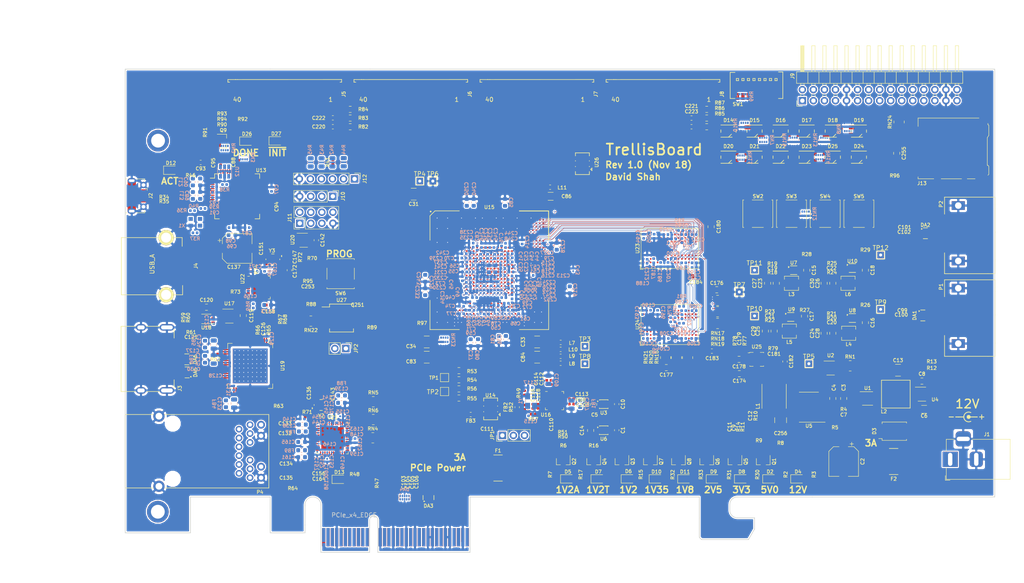
<source format=kicad_pcb>
(kicad_pcb (version 20171130) (host pcbnew 5.0.1)
  (layers (0 F.Cu signal) (1 In1.Cu signal) (2 In2.Cu signal) (3 In3.Cu signal) (4 In4.Cu signal) (5 In5.Cu signal) (6 In6.Cu signal) (31 B.Cu signal) (34 B.Paste user) (35 F.Paste user) (36 B.SilkS user) (37 F.SilkS user) (38 B.Mask user) (39 F.Mask user) (44 Edge.Cuts user))
  (net 0 "")
  (net 1 "/PCIe + SATA/DCU1_REFCLK-")
  (net 2 "/PCIe + SATA/DCU1_REFCLK+")
  (net 3 DDR3_A4)
  (net 4 DDR3_A6)
  (net 5 DDR3_A5)
  (net 6 DDR3_A7)
  (net 7 /DDR3/DDR3_VTT)
  (net 8 "Net-(RN2-Pad5)")
  (net 9 "Net-(RN2-Pad6)")
  (net 10 "Net-(R38-Pad2)")
  (net 11 "Net-(RN2-Pad7)")
  (net 12 +3V3)
  (net 13 /Power/1V2_EN)
  (net 14 /Power/2V5_EN)
  (net 15 /Power/1V35_EN)
  (net 16 "Net-(RN1-Pad4)")
  (net 17 +5V)
  (net 18 "Net-(RN1-Pad5)")
  (net 19 USD_D0)
  (net 20 USD_D3)
  (net 21 USD_CMD)
  (net 22 USD_D2)
  (net 23 "Net-(RN23-Pad1)")
  (net 24 GND)
  (net 25 "/FPGA IO/CFG0")
  (net 26 "Net-(RN23-Pad8)")
  (net 27 "/FPGA IO/CFG1")
  (net 28 "/FPGA IO/CFG2")
  (net 29 "/FPGA IO/FLASH_D3")
  (net 30 "/FPGA IO/FLASH_D1")
  (net 31 "/FPGA IO/FLASH_D2")
  (net 32 "/FPGA IO/FLASH_D0")
  (net 33 DDR3_WE)
  (net 34 DDR3_CKE)
  (net 35 DDR3_CS)
  (net 36 DDR3_ODT)
  (net 37 DDR3_CAS)
  (net 38 DDR3_BA2)
  (net 39 DDR3_RAS)
  (net 40 DDR3_BA1)
  (net 41 DDR3_A12)
  (net 42 DDR3_A14)
  (net 43 DDR3_A13)
  (net 44 DDR3_BA0)
  (net 45 DDR3_A11)
  (net 46 DDR3_A9)
  (net 47 DDR3_A10)
  (net 48 DDR3_A8)
  (net 49 DDR3_A0)
  (net 50 DDR3_A2)
  (net 51 DDR3_A1)
  (net 52 DDR3_A3)
  (net 53 "/HDMI, GbE, USB/ETH_LED2")
  (net 54 ETH_~RESET)
  (net 55 "/HDMI, GbE, USB/ETH_LED1")
  (net 56 RGMII_REF_CLK)
  (net 57 "Net-(D18-Pad4)")
  (net 58 "Net-(D20-Pad4)")
  (net 59 "Net-(D19-Pad4)")
  (net 60 "Net-(D21-Pad4)")
  (net 61 "Net-(D25-Pad4)")
  (net 62 "Net-(D23-Pad4)")
  (net 63 "Net-(D24-Pad4)")
  (net 64 "Net-(D22-Pad4)")
  (net 65 FTDI_D1_RX)
  (net 66 FTDI_~WR)
  (net 67 FTDI_~RD)
  (net 68 FTDI_~SIWU)
  (net 69 RGMII_RXD0)
  (net 70 RGMII_RXD2)
  (net 71 RGMII_RXD1)
  (net 72 RGMII_RXD3)
  (net 73 RGMII_RX_DV)
  (net 74 ETH_MDIO)
  (net 75 RGMII_RX_CLK)
  (net 76 ETH_INT_N)
  (net 77 "Net-(D17-Pad1)")
  (net 78 "Net-(D16-Pad1)")
  (net 79 "Net-(D14-Pad1)")
  (net 80 "Net-(D15-Pad1)")
  (net 81 DIP_SW1)
  (net 82 DIP_SW0)
  (net 83 DIP_SW2)
  (net 84 DIP_SW3)
  (net 85 DIP_SW7)
  (net 86 DIP_SW6)
  (net 87 DIP_SW4)
  (net 88 DIP_SW5)
  (net 89 "Net-(D14-Pad4)")
  (net 90 "Net-(D16-Pad4)")
  (net 91 "Net-(D15-Pad4)")
  (net 92 "Net-(D17-Pad4)")
  (net 93 "Net-(D21-Pad1)")
  (net 94 "Net-(D20-Pad1)")
  (net 95 "Net-(D18-Pad1)")
  (net 96 "Net-(D19-Pad1)")
  (net 97 BTN1)
  (net 98 BTN0)
  (net 99 BTN2)
  (net 100 BTN3)
  (net 101 "Net-(D25-Pad1)")
  (net 102 "Net-(D24-Pad1)")
  (net 103 "Net-(D22-Pad1)")
  (net 104 "Net-(D23-Pad1)")
  (net 105 "/FPGA IO/VCCIO7")
  (net 106 "Net-(R44-Pad2)")
  (net 107 JTAG_TDO)
  (net 108 JTAG_TDI)
  (net 109 "Net-(R43-Pad2)")
  (net 110 "Net-(R42-Pad2)")
  (net 111 JTAG_TCK)
  (net 112 JTAG_TMS)
  (net 113 "Net-(R45-Pad2)")
  (net 114 "/PCIe + SATA/CLKAUXO+")
  (net 115 "/PCIe + SATA/CLK150M-")
  (net 116 +1V8)
  (net 117 +2V5)
  (net 118 "/PCIe + SATA/CLKAUXO-")
  (net 119 "/FPGA IO/VCCIO6")
  (net 120 "/PCIe + SATA/CLK150M+")
  (net 121 CLK_SDA)
  (net 122 "Net-(R36-Pad2)")
  (net 123 FPGA_12MHz)
  (net 124 "/PCIe + SATA/PCIe_REFCLK+")
  (net 125 "/PCIe + SATA/PCIe_REFCLK-")
  (net 126 PCIe_12V)
  (net 127 "Net-(D13-Pad2)")
  (net 128 ~PERST)
  (net 129 "Net-(P3-PadA11)")
  (net 130 "Net-(D12-Pad2)")
  (net 131 "Net-(R40-Pad1)")
  (net 132 "Net-(R39-Pad1)")
  (net 133 "Net-(R38-Pad1)")
  (net 134 "Net-(R12-Pad2)")
  (net 135 "/PCIe + SATA/3V3_C")
  (net 136 "/PCIe + SATA/3V3_CA")
  (net 137 "Net-(R57-Pad1)")
  (net 138 "Net-(R58-Pad2)")
  (net 139 FABRIC_REFCLK)
  (net 140 "/HDMI, GbE, USB/PORT_SCL")
  (net 141 "/HDMI, GbE, USB/PORT_SDA")
  (net 142 "Net-(C121-Pad1)")
  (net 143 "Net-(R62-Pad1)")
  (net 144 /Power/3V3_PG)
  (net 145 "Net-(D27-Pad2)")
  (net 146 "/FPGA IO/~PROGRAM")
  (net 147 "Net-(R80-Pad1)")
  (net 148 "Net-(R81-Pad1)")
  (net 149 "/FPGA IO/FLASH_~CS")
  (net 150 "/FPGA IO/FLASH_CLK")
  (net 151 "/FPGA IO/DONE")
  (net 152 "Net-(Q9-Pad1)")
  (net 153 "Net-(D26-Pad2)")
  (net 154 "Net-(R79-Pad1)")
  (net 155 "/FPGA IO/~INIT")
  (net 156 "Net-(C9-Pad1)")
  (net 157 "Net-(C11-Pad1)")
  (net 158 "Net-(Q2-Pad3)")
  (net 159 "Net-(D5-Pad1)")
  (net 160 /Power/1V2_PG)
  (net 161 USD_D1)
  (net 162 USD_CLK)
  (net 163 "Net-(R97-Pad1)")
  (net 164 "Net-(Q2-Pad1)")
  (net 165 +1V2A)
  (net 166 "Net-(R5-Pad2)")
  (net 167 "Net-(D2-Pad2)")
  (net 168 "Net-(C7-Pad1)")
  (net 169 "Net-(D4-Pad2)")
  (net 170 +12V)
  (net 171 "Net-(R74-Pad1)")
  (net 172 "/Debug Interface/PORT_D-")
  (net 173 "/Debug Interface/FTDI_D-")
  (net 174 "/Debug Interface/FTDI_D+")
  (net 175 "/Debug Interface/PORT_D+")
  (net 176 "Net-(C22-Pad2)")
  (net 177 "Net-(R71-Pad2)")
  (net 178 "/HDMI, GbE, USB/USB_XO")
  (net 179 "/HDMI, GbE, USB/USB_XI")
  (net 180 "Net-(R73-Pad1)")
  (net 181 "/HDMI, GbE, USB/USBA_VBUS")
  (net 182 "/HDMI, GbE, USB/EXTVBUS")
  (net 183 DVI_SCL)
  (net 184 DVI_SDA)
  (net 185 CLK_SCL)
  (net 186 "Net-(R70-Pad1)")
  (net 187 "Net-(C175-Pad2)")
  (net 188 DDR3_CLK+)
  (net 189 "Net-(P4-Pad16)")
  (net 190 "Net-(R66-Pad1)")
  (net 191 "Net-(R65-Pad1)")
  (net 192 "/HDMI, GbE, USB/HDMI_HPD")
  (net 193 DDR3_CLK-)
  (net 194 "Net-(C179-Pad1)")
  (net 195 +1V35)
  (net 196 +1V2)
  (net 197 "Net-(D10-Pad2)")
  (net 198 "Net-(P4-Pad14)")
  (net 199 "Net-(C12-Pad2)")
  (net 200 "Net-(D6-Pad2)")
  (net 201 +1V2T)
  (net 202 "Net-(Q4-Pad1)")
  (net 203 "Net-(Q4-Pad3)")
  (net 204 "Net-(D7-Pad1)")
  (net 205 "Net-(C19-Pad2)")
  (net 206 "Net-(C20-Pad2)")
  (net 207 "Net-(C21-Pad2)")
  (net 208 "/Debug Interface/FTDI_12MHz")
  (net 209 "Net-(D11-Pad2)")
  (net 210 /Power/2V5_PG)
  (net 211 /Power/1V35_PG)
  (net 212 /Power/1V8_PG)
  (net 213 "Net-(D8-Pad2)")
  (net 214 "Net-(D9-Pad2)")
  (net 215 "Net-(C8-Pad2)")
  (net 216 "Net-(C8-Pad1)")
  (net 217 /Power/PWR_EN)
  (net 218 "/HDMI, GbE, USB/HDMI_5V")
  (net 219 "Net-(U17-Pad3)")
  (net 220 "Net-(D9-Pad1)")
  (net 221 "Net-(D11-Pad1)")
  (net 222 "Net-(D26-Pad1)")
  (net 223 "Net-(D2-Pad1)")
  (net 224 "Net-(D6-Pad1)")
  (net 225 "Net-(D10-Pad1)")
  (net 226 "Net-(D8-Pad1)")
  (net 227 "Net-(U1-Pad3)")
  (net 228 DDR3_Vref)
  (net 229 DDR3_Vtt_EN)
  (net 230 "Net-(U5-Pad2)")
  (net 231 "Net-(L1-Pad1)")
  (net 232 "Net-(C11-Pad2)")
  (net 233 "Net-(U13-Pad3)")
  (net 234 "/Debug Interface/Vphy")
  (net 235 "/Debug Interface/Vpll")
  (net 236 "/Debug Interface/JTAG_ACT")
  (net 237 "Net-(U13-Pad22)")
  (net 238 "Net-(U13-Pad23)")
  (net 239 "Net-(U13-Pad24)")
  (net 240 "Net-(U13-Pad26)")
  (net 241 "Net-(U13-Pad27)")
  (net 242 "Net-(U13-Pad28)")
  (net 243 "Net-(U13-Pad29)")
  (net 244 "Net-(U13-Pad30)")
  (net 245 "Net-(U13-Pad32)")
  (net 246 "Net-(U13-Pad33)")
  (net 247 "Net-(U13-Pad34)")
  (net 248 "Net-(U13-Pad36)")
  (net 249 FTDI_D0_TX)
  (net 250 FTDI_D2)
  (net 251 FTDI_D3)
  (net 252 FTDI_D4)
  (net 253 FTDI_D5)
  (net 254 FTDI_D6)
  (net 255 FTDI_D7)
  (net 256 FTDI_~RXF)
  (net 257 "Net-(U13-Pad49)")
  (net 258 "Net-(U13-Pad50)")
  (net 259 FTDI_~TXE)
  (net 260 "Net-(U13-Pad57)")
  (net 261 "Net-(U13-Pad58)")
  (net 262 "Net-(U13-Pad59)")
  (net 263 "Net-(U13-Pad60)")
  (net 264 "/HDMI, GbE, USB/DVI_DVDD")
  (net 265 DVI_DE)
  (net 266 DVI_HSYNC)
  (net 267 DVI_VSYNC)
  (net 268 "Net-(U19-Pad11)")
  (net 269 "/HDMI, GbE, USB/DVI_PVDD")
  (net 270 "/HDMI, GbE, USB/TMDS_CLK-")
  (net 271 "/HDMI, GbE, USB/TMDS_CLK+")
  (net 272 "/HDMI, GbE, USB/DVI_TVDD")
  (net 273 "/HDMI, GbE, USB/TMDS_D0-")
  (net 274 "/HDMI, GbE, USB/TMDS_D0+")
  (net 275 "/HDMI, GbE, USB/TMDS_D1-")
  (net 276 "/HDMI, GbE, USB/TMDS_D1+")
  (net 277 "/HDMI, GbE, USB/TMDS_D2-")
  (net 278 "/HDMI, GbE, USB/TMDS_D2+")
  (net 279 DVI_D23)
  (net 280 DVI_D22)
  (net 281 DVI_D21)
  (net 282 DVI_D20)
  (net 283 DVI_D19)
  (net 284 DVI_D18)
  (net 285 DVI_D17)
  (net 286 DVI_D16)
  (net 287 DVI_D15)
  (net 288 DVI_D14)
  (net 289 DVI_D13)
  (net 290 DVI_D12)
  (net 291 "Net-(U19-Pad49)")
  (net 292 DVI_D11)
  (net 293 DVI_D10)
  (net 294 DVI_D9)
  (net 295 DVI_D8)
  (net 296 DVI_D7)
  (net 297 DVI_D6)
  (net 298 DVI_CLK)
  (net 299 DVI_D5)
  (net 300 DVI_D4)
  (net 301 DVI_D3)
  (net 302 DVI_D2)
  (net 303 DVI_D1)
  (net 304 DVI_D0)
  (net 305 "/HDMI, GbE, USB/AVDDH")
  (net 306 "/HDMI, GbE, USB/MX4-")
  (net 307 "/HDMI, GbE, USB/MX4+")
  (net 308 "/HDMI, GbE, USB/AVDDL")
  (net 309 "/HDMI, GbE, USB/MX3-")
  (net 310 "/HDMI, GbE, USB/MX3+")
  (net 311 "/HDMI, GbE, USB/MX2-")
  (net 312 "/HDMI, GbE, USB/MX2+")
  (net 313 "/HDMI, GbE, USB/MX1-")
  (net 314 "/HDMI, GbE, USB/MX1+")
  (net 315 "Net-(U21-Pad13)")
  (net 316 RGMII_TXD0)
  (net 317 RGMII_TXD1)
  (net 318 RGMII_TXD2)
  (net 319 RGMII_TXD3)
  (net 320 RGMII_TX_CLK)
  (net 321 RGMII_TX_EN)
  (net 322 ETH_MDC)
  (net 323 "Net-(U21-Pad43)")
  (net 324 "/HDMI, GbE, USB/AVDDL_PLL")
  (net 325 "/HDMI, GbE, USB/ETH_XO")
  (net 326 "/HDMI, GbE, USB/ETH_XI")
  (net 327 "Net-(U21-Pad47)")
  (net 328 "Net-(U22-Pad3)")
  (net 329 "Net-(U22-Pad5)")
  (net 330 "/HDMI, GbE, USB/USBA_D+")
  (net 331 "/HDMI, GbE, USB/USBA_D-")
  (net 332 ULPI_RESET)
  (net 333 ULPI_NXT)
  (net 334 ULPI_DIR)
  (net 335 ULPI_STP)
  (net 336 ULPI_CLKO)
  (net 337 "/HDMI, GbE, USB/USB1V8")
  (net 338 ULPI_D7)
  (net 339 ULPI_D6)
  (net 340 ULPI_D5)
  (net 341 ULPI_D4)
  (net 342 ULPI_D3)
  (net 343 ULPI_D2)
  (net 344 ULPI_D1)
  (net 345 ULPI_D0)
  (net 346 "Net-(C117-Pad1)")
  (net 347 "Net-(C115-Pad2)")
  (net 348 CLK_SD_OE)
  (net 349 "Net-(U16-Pad11)")
  (net 350 "Net-(U16-Pad12)")
  (net 351 "/PCIe + SATA/1V8_C")
  (net 352 "Net-(U16-Pad16)")
  (net 353 "/PCIe + SATA/DCU0_REFCLK-")
  (net 354 "/PCIe + SATA/DCU0_REFCLK+")
  (net 355 "Net-(U16-Pad24)")
  (net 356 DDR3_DQ13)
  (net 357 DDR3_DQ15)
  (net 358 DDR3_DQ12)
  (net 359 DDR3_DQS1-)
  (net 360 DDR3_DQ14)
  (net 361 DDR3_DQ11)
  (net 362 DDR3_DQ9)
  (net 363 DDR3_DQS1+)
  (net 364 DDR3_DQ10)
  (net 365 DDR3_DM1)
  (net 366 DDR3_DQ8)
  (net 367 DDR3_DQ0)
  (net 368 DDR3_DM0)
  (net 369 DDR3_DQ2)
  (net 370 DDR3_DQS0+)
  (net 371 DDR3_DQ1)
  (net 372 DDR3_DQ3)
  (net 373 DDR3_DQ6)
  (net 374 DDR3_DQS0-)
  (net 375 DDR3_DQ4)
  (net 376 DDR3_DQ7)
  (net 377 DDR3_DQ5)
  (net 378 "Net-(U23-PadJ1)")
  (net 379 "Net-(U23-PadJ9)")
  (net 380 "Net-(U23-PadL1)")
  (net 381 "Net-(U23-PadL9)")
  (net 382 "Net-(U23-PadM7)")
  (net 383 DDR3_RESET)
  (net 384 "Net-(U24-PadM7)")
  (net 385 "Net-(U24-PadL9)")
  (net 386 "Net-(U24-PadL1)")
  (net 387 "Net-(U24-PadJ9)")
  (net 388 "Net-(U24-PadJ1)")
  (net 389 DDR3_DQ21)
  (net 390 DDR3_DQ23)
  (net 391 DDR3_DQ20)
  (net 392 DDR3_DQS2-)
  (net 393 DDR3_DQ22)
  (net 394 DDR3_DQ19)
  (net 395 DDR3_DQ17)
  (net 396 DDR3_DQS2+)
  (net 397 DDR3_DQ18)
  (net 398 DDR3_DM2)
  (net 399 DDR3_DQ16)
  (net 400 DDR3_DQ24)
  (net 401 DDR3_DM3)
  (net 402 DDR3_DQ26)
  (net 403 DDR3_DQS3+)
  (net 404 DDR3_DQ25)
  (net 405 DDR3_DQ27)
  (net 406 DDR3_DQ30)
  (net 407 DDR3_DQS3-)
  (net 408 DDR3_DQ28)
  (net 409 DDR3_DQ31)
  (net 410 DDR3_DQ29)
  (net 411 "Net-(X1-Pad1)")
  (net 412 "Net-(L4-Pad1)")
  (net 413 "Net-(L5-Pad1)")
  (net 414 "Net-(L3-Pad1)")
  (net 415 "Net-(L6-Pad1)")
  (net 416 "Net-(C111-Pad1)")
  (net 417 "/FPGA Core Power/VCCHTX1")
  (net 418 "/FPGA Core Power/VCCHTX0")
  (net 419 "/FPGA Core Power/VCCA0")
  (net 420 "/FPGA Core Power/VCCAUX")
  (net 421 "/FPGA Core Power/VCCA1")
  (net 422 "/PCIe + SATA/SATA1_A+")
  (net 423 "/PCIe + SATA/SATA1_A-")
  (net 424 "/PCIe + SATA/DCU1_RX1-")
  (net 425 "/PCIe + SATA/DCU1_RX1+")
  (net 426 "/PCIe + SATA/SATA0_A+")
  (net 427 "/PCIe + SATA/SATA0_A-")
  (net 428 "/PCIe + SATA/DCU1_RX0-")
  (net 429 "/PCIe + SATA/DCU1_RX0+")
  (net 430 "/PCIe + SATA/PCIe_HSI0+")
  (net 431 "/PCIe + SATA/PCIe_HSI0-")
  (net 432 "/PCIe + SATA/PCIe_HSI1+")
  (net 433 "/PCIe + SATA/PCIe_HSI1-")
  (net 434 "/PCIe + SATA/DCU0_RX0+")
  (net 435 "/PCIe + SATA/DCU0_RX0-")
  (net 436 "/PCIe + SATA/DCU0_RX1+")
  (net 437 "/PCIe + SATA/DCU0_RX1-")
  (net 438 "Net-(U6-Pad2)")
  (net 439 "Net-(U6-Pad5)")
  (net 440 "Net-(U3-Pad5)")
  (net 441 "Net-(U3-Pad2)")
  (net 442 "Net-(U10-Pad4)")
  (net 443 "Net-(U9-Pad4)")
  (net 444 "Net-(U8-Pad4)")
  (net 445 "Net-(U7-Pad4)")
  (net 446 "Net-(J5-Pad38)")
  (net 447 "/FPGA IO/EXT0_11-")
  (net 448 "/FPGA IO/EXT0_11+")
  (net 449 "/FPGA IO/EXT0_10-")
  (net 450 "/FPGA IO/EXT0_10+")
  (net 451 "/FPGA IO/EXT0_9-")
  (net 452 "/FPGA IO/EXT0_9+")
  (net 453 "/FPGA IO/EXT0_8-")
  (net 454 "/FPGA IO/EXT0_8+")
  (net 455 "/FPGA IO/EXT0_7-")
  (net 456 "/FPGA IO/EXT0_7+")
  (net 457 "/FPGA IO/EXT0_6-")
  (net 458 "/FPGA IO/EXT0_6+")
  (net 459 "/FPGA IO/EXT0_5-")
  (net 460 "/FPGA IO/EXT0_5+")
  (net 461 "/FPGA IO/EXT0_4-")
  (net 462 "/FPGA IO/EXT0_4+")
  (net 463 "/FPGA IO/EXT0_3-")
  (net 464 "/FPGA IO/EXT0_3+")
  (net 465 "/FPGA IO/EXT0_2-")
  (net 466 "/FPGA IO/EXT0_2+")
  (net 467 "/FPGA IO/EXT0_1-")
  (net 468 "/FPGA IO/EXT0_1+")
  (net 469 "/FPGA IO/EXT0_0-")
  (net 470 "/FPGA IO/EXT0_0+")
  (net 471 "/FPGA IO/EXT3_0+")
  (net 472 "/FPGA IO/EXT3_0-")
  (net 473 "/FPGA IO/EXT3_1+")
  (net 474 "/FPGA IO/EXT3_1-")
  (net 475 "/FPGA IO/EXT3_2+")
  (net 476 "/FPGA IO/EXT3_2-")
  (net 477 "/FPGA IO/EXT3_3+")
  (net 478 "/FPGA IO/EXT3_3-")
  (net 479 "/FPGA IO/EXT3_4+")
  (net 480 "/FPGA IO/EXT3_4-")
  (net 481 "/FPGA IO/EXT3_5+")
  (net 482 "/FPGA IO/EXT3_5-")
  (net 483 "/FPGA IO/EXT3_6+")
  (net 484 "/FPGA IO/EXT3_6-")
  (net 485 "/FPGA IO/EXT3_7+")
  (net 486 "/FPGA IO/EXT3_7-")
  (net 487 "/FPGA IO/EXT3_8+")
  (net 488 "/FPGA IO/EXT3_8-")
  (net 489 "/FPGA IO/EXT3_9+")
  (net 490 "/FPGA IO/EXT3_9-")
  (net 491 "/FPGA IO/EXT3_10+")
  (net 492 "/FPGA IO/EXT3_10-")
  (net 493 "/FPGA IO/EXT3_11+")
  (net 494 "/FPGA IO/EXT3_11-")
  (net 495 "Net-(J8-Pad38)")
  (net 496 "Net-(J6-Pad38)")
  (net 497 "/FPGA IO/EXT1_11-")
  (net 498 "/FPGA IO/EXT1_11+")
  (net 499 "/FPGA IO/EXT1_10-")
  (net 500 "/FPGA IO/EXT1_10+")
  (net 501 "/FPGA IO/EXT1_9-")
  (net 502 "/FPGA IO/EXT1_9+")
  (net 503 "/FPGA IO/EXT1_8-")
  (net 504 "/FPGA IO/EXT1_8+")
  (net 505 "/FPGA IO/EXT1_7-")
  (net 506 "/FPGA IO/EXT1_7+")
  (net 507 "/FPGA IO/EXT1_6-")
  (net 508 "/FPGA IO/EXT1_6+")
  (net 509 "/FPGA IO/EXT1_5-")
  (net 510 "/FPGA IO/EXT1_5+")
  (net 511 "/FPGA IO/EXT1_4-")
  (net 512 "/FPGA IO/EXT1_4+")
  (net 513 "/FPGA IO/EXT1_3-")
  (net 514 "/FPGA IO/EXT1_3+")
  (net 515 "/FPGA IO/EXT1_2-")
  (net 516 "/FPGA IO/EXT1_2+")
  (net 517 "/FPGA IO/EXT1_1-")
  (net 518 "/FPGA IO/EXT1_1+")
  (net 519 "/FPGA IO/EXT1_0-")
  (net 520 "/FPGA IO/EXT1_0+")
  (net 521 "/FPGA IO/EXT2_0+")
  (net 522 "/FPGA IO/EXT2_0-")
  (net 523 "/FPGA IO/EXT2_1+")
  (net 524 "/FPGA IO/EXT2_1-")
  (net 525 "/FPGA IO/EXT2_2+")
  (net 526 "/FPGA IO/EXT2_2-")
  (net 527 "/FPGA IO/EXT2_3+")
  (net 528 "/FPGA IO/EXT2_3-")
  (net 529 "/FPGA IO/EXT2_4+")
  (net 530 "/FPGA IO/EXT2_4-")
  (net 531 "/FPGA IO/EXT2_5+")
  (net 532 "/FPGA IO/EXT2_5-")
  (net 533 "/FPGA IO/EXT2_6+")
  (net 534 "/FPGA IO/EXT2_6-")
  (net 535 "/FPGA IO/EXT2_7+")
  (net 536 "/FPGA IO/EXT2_7-")
  (net 537 "/FPGA IO/EXT2_8+")
  (net 538 "/FPGA IO/EXT2_8-")
  (net 539 "/FPGA IO/EXT2_9+")
  (net 540 "/FPGA IO/EXT2_9-")
  (net 541 "/FPGA IO/EXT2_10+")
  (net 542 "/FPGA IO/EXT2_10-")
  (net 543 "/FPGA IO/EXT2_11+")
  (net 544 "/FPGA IO/EXT2_11-")
  (net 545 "Net-(J7-Pad38)")
  (net 546 "Net-(C132-Pad1)")
  (net 547 "Net-(C135-Pad1)")
  (net 548 "Net-(C133-Pad1)")
  (net 549 "Net-(C134-Pad1)")
  (net 550 "Net-(P3-PadB5)")
  (net 551 "Net-(P3-PadB6)")
  (net 552 "Net-(P3-PadB8)")
  (net 553 "Net-(P3-PadB9)")
  (net 554 "Net-(P3-PadB10)")
  (net 555 PCIe_~WAKE)
  (net 556 "Net-(P3-PadB12)")
  (net 557 "/PCIe + SATA/~PRSNT2~_X1")
  (net 558 "Net-(P3-PadB23)")
  (net 559 "Net-(P3-PadB24)")
  (net 560 "Net-(P3-PadB27)")
  (net 561 "Net-(P3-PadB28)")
  (net 562 "Net-(P3-PadB30)")
  (net 563 "/PCIe + SATA/~PRSNT2~_X4")
  (net 564 "/PCIe + SATA/~PRSNT1")
  (net 565 "Net-(P3-PadA5)")
  (net 566 "Net-(P3-PadA6)")
  (net 567 "Net-(P3-PadA7)")
  (net 568 "Net-(P3-PadA8)")
  (net 569 "Net-(P3-PadA9)")
  (net 570 "Net-(P3-PadA10)")
  (net 571 "Net-(P3-PadA19)")
  (net 572 "Net-(P3-PadA25)")
  (net 573 "Net-(P3-PadA26)")
  (net 574 "Net-(P3-PadA29)")
  (net 575 "Net-(P3-PadA30)")
  (net 576 "Net-(P3-PadA32)")
  (net 577 "Net-(U14-Pad2)")
  (net 578 "Net-(U14-Pad1)")
  (net 579 "Net-(U26-Pad1)")
  (net 580 "Net-(U26-Pad2)")
  (net 581 "/FPGA IO/CLK100+")
  (net 582 "/FPGA IO/CLK100-")
  (net 583 "Net-(J3-Pad14)")
  (net 584 "Net-(J3-Pad13)")
  (net 585 LED2)
  (net 586 LED11)
  (net 587 LED10)
  (net 588 LED0)
  (net 589 LED1)
  (net 590 LED3)
  (net 591 LED4)
  (net 592 LED5)
  (net 593 LED6)
  (net 594 LED7)
  (net 595 LED8)
  (net 596 LED9)
  (net 597 "Net-(F2-Pad2)")
  (net 598 "Net-(U15-PadR1)")
  (net 599 "Net-(U15-PadY1)")
  (net 600 "Net-(U15-PadAB1)")
  (net 601 "Net-(U15-PadAC1)")
  (net 602 "Net-(U15-PadAD1)")
  (net 603 "Net-(U15-PadAE1)")
  (net 604 "Net-(U15-PadA2)")
  (net 605 "Net-(U15-PadT2)")
  (net 606 "Net-(U15-PadW2)")
  (net 607 "Net-(U15-PadAB2)")
  (net 608 "Net-(U15-PadAC2)")
  (net 609 "Net-(U15-PadAE2)")
  (net 610 "Net-(U15-PadAG2)")
  (net 611 "Net-(U15-PadA3)")
  (net 612 "Net-(U15-PadV3)")
  (net 613 "Net-(U15-PadW3)")
  (net 614 "Net-(U15-PadY3)")
  (net 615 "Net-(U15-PadAC3)")
  (net 616 "Net-(U15-PadAD3)")
  (net 617 "Net-(U15-PadAE3)")
  (net 618 "Net-(U15-PadAG3)")
  (net 619 "Net-(U15-PadAL3)")
  (net 620 "Net-(U15-PadB4)")
  (net 621 "Net-(U15-PadH4)")
  (net 622 "Net-(U15-PadAC4)")
  (net 623 "Net-(U15-PadA5)")
  (net 624 "Net-(U15-PadL5)")
  (net 625 "Net-(U15-PadW6)")
  (net 626 "Net-(U15-PadD7)")
  (net 627 "Net-(U15-PadE7)")
  (net 628 "Net-(U15-PadAE7)")
  (net 629 "Net-(U15-PadG9)")
  (net 630 "/PCIe + SATA/DCU0_TX0+")
  (net 631 "Net-(U15-PadG10)")
  (net 632 "/PCIe + SATA/DCU0_TX0-")
  (net 633 "Net-(U15-PadG11)")
  (net 634 "/PCIe + SATA/DCU0_TX1+")
  (net 635 "/PCIe + SATA/DCU0_TX1-")
  (net 636 "/FPGA IO/PMOD1_10")
  (net 637 "/FPGA IO/PMOD1_9")
  (net 638 "Net-(U15-PadG14)")
  (net 639 "Net-(U15-PadG15)")
  (net 640 "Net-(U15-PadAK15)")
  (net 641 "Net-(U15-PadG16)")
  (net 642 "Net-(U15-PadAK16)")
  (net 643 "Net-(U15-PadG17)")
  (net 644 "Net-(U15-PadG18)")
  (net 645 "/PCIe + SATA/DCU1_TX0+")
  (net 646 "Net-(U15-PadG19)")
  (net 647 "/PCIe + SATA/DCU1_TX0-")
  (net 648 "/FPGA IO/PMOD1_8")
  (net 649 "/FPGA IO/PMOD1_7")
  (net 650 "/PCIe + SATA/DCU1_TX1+")
  (net 651 "/PCIe + SATA/DCU1_TX1-")
  (net 652 "/FPGA IO/EXIO_5")
  (net 653 "/FPGA IO/EXIO_4")
  (net 654 "/FPGA IO/EXIO_3")
  (net 655 "Net-(U15-PadG22)")
  (net 656 "/FPGA IO/PMOD1_3")
  (net 657 "/FPGA IO/PMOD1_2")
  (net 658 "/FPGA IO/PMOD1_0")
  (net 659 "/FPGA IO/PMOD1_1")
  (net 660 "/FPGA IO/EXIO_2")
  (net 661 "Net-(U15-PadG23)")
  (net 662 "/FPGA IO/EXIO_1")
  (net 663 "/FPGA IO/PMOD0_10")
  (net 664 "/FPGA IO/EXIO_0")
  (net 665 "/FPGA IO/PMOD0_9")
  (net 666 "Net-(U15-PadG24)")
  (net 667 "Net-(U15-PadAG24)")
  (net 668 "Net-(U15-PadAK24)")
  (net 669 "/FPGA IO/PMOD0_8")
  (net 670 "/FPGA IO/PMOD0_3")
  (net 671 "/FPGA IO/PMOD0_7")
  (net 672 "/FPGA IO/PMOD0_2")
  (net 673 "/FPGA IO/PMOD0_1")
  (net 674 "Net-(U15-PadAK25)")
  (net 675 "/FPGA IO/PMOD0_0")
  (net 676 "Net-(U15-PadB26)")
  (net 677 "Net-(U15-PadE26)")
  (net 678 "Net-(U15-PadR26)")
  (net 679 "Net-(U15-PadT26)")
  (net 680 "Net-(U15-PadAE26)")
  (net 681 "Net-(U15-PadH27)")
  (net 682 "Net-(U15-PadJ27)")
  (net 683 "Net-(U15-PadK27)")
  (net 684 "Net-(U15-PadW27)")
  (net 685 "Net-(U15-PadC28)")
  (net 686 "Net-(U15-PadD28)")
  (net 687 "Net-(U15-PadH28)")
  (net 688 "Net-(U15-PadL28)")
  (net 689 "Net-(U15-PadP28)")
  (net 690 "Net-(U15-PadAC28)")
  (net 691 "Net-(U15-PadAE28)")
  (net 692 "Net-(U15-PadC29)")
  (net 693 "Net-(U15-PadH29)")
  (net 694 "Net-(U15-PadP29)")
  (net 695 "Net-(U15-PadAB29)")
  (net 696 "Net-(U15-PadAC29)")
  (net 697 "Net-(U15-PadAE29)")
  (net 698 "Net-(U15-PadAJ29)")
  (net 699 "Net-(U15-PadC30)")
  (net 700 "Net-(U15-PadP30)")
  (net 701 "Net-(U15-PadR30)")
  (net 702 "Net-(U15-PadV30)")
  (net 703 "Net-(U15-PadAB30)")
  (net 704 "Net-(U15-PadAE30)")
  (net 705 "Net-(U15-PadAJ30)")
  (net 706 "Net-(U15-PadA31)")
  (net 707 "Net-(U15-PadP31)")
  (net 708 "Net-(U15-PadAG31)")
  (net 709 "Net-(U15-PadAK31)")
  (net 710 "Net-(U15-PadAG32)")
  (net 711 "Net-(J2-Pad1)")
  (net 712 "Net-(J2-Pad4)")
  (net 713 "Net-(U15-PadN32)")
  (net 714 "Net-(U15-PadT30)")
  (net 715 "Net-(U15-PadAE27)")
  (net 716 "Net-(U15-PadAD27)")
  (net 717 "Net-(U15-PadAD26)")
  (net 718 "Net-(U15-PadF30)")
  (module Capacitor_SMD:C_0201_0603Metric (layer B.Cu) (at 90.2 111.585 90)
    (fp_text reference C149 (at -2.665 0.05 90) (layer B.SilkS) (effects (font (size 0.8 0.8)) (justify mirror)))
    (fp_text value 10n)
    (pad 1 smd roundrect (at -0.32 0 90) (size 0.46 0.4) (layers B.Cu B.Mask) (net 196 +1V2))
    (pad 2 smd roundrect (at 0.32 0 90) (size 0.46 0.4) (layers B.Cu B.Mask) (net 24 GND))
  )
  (module Capacitor_SMD:C_0201_0603Metric (layer B.Cu) (at 85.015 109.9)
    (fp_text reference C146 (at 2.235 0.1) (layer B.SilkS) (effects (font (size 0.8 0.8)) (justify mirror)))
    (fp_text value 10n)
    (pad 2 smd roundrect (at 0.32 0) (size 0.46 0.4) (layers B.Cu B.Mask) (net 24 GND))
    (pad 1 smd roundrect (at -0.32 0) (size 0.46 0.4) (layers B.Cu B.Mask) (net 308 "/HDMI, GbE, USB/AVDDL"))
  )
  (module Capacitor_SMD:C_0201_0603Metric (layer B.Cu) (at 87.2 105.615 90)
    (fp_text reference C145 (at 4.115 -0.7 90) (layer B.SilkS) (effects (font (size 0.8 0.8)) (justify mirror)))
    (fp_text value 10n)
    (pad 1 smd roundrect (at -0.32 0 90) (size 0.46 0.4) (layers B.Cu B.Mask) (net 24 GND))
    (pad 2 smd roundrect (at 0.32 0 90) (size 0.46 0.4) (layers B.Cu B.Mask) (net 324 "/HDMI, GbE, USB/AVDDL_PLL"))
  )
  (module Capacitor_SMD:C_0201_0603Metric (layer B.Cu) (at 84.915 107.4)
    (fp_text reference C144 (at -0.165 -2.4) (layer B.SilkS) (effects (font (size 0.8 0.8)) (justify mirror)))
    (fp_text value 10n)
    (pad 2 smd roundrect (at 0.32 0) (size 0.46 0.4) (layers B.Cu B.Mask) (net 24 GND))
    (pad 1 smd roundrect (at -0.32 0) (size 0.46 0.4) (layers B.Cu B.Mask) (net 308 "/HDMI, GbE, USB/AVDDL"))
  )
  (module Capacitor_SMD:C_0201_0603Metric (layer B.Cu) (at 90.9 108.9 180)
    (fp_text reference C148 (at -2.6 1.15 180) (layer B.SilkS) (effects (font (size 0.8 0.8)) (justify mirror)))
    (fp_text value 10n)
    (pad 1 smd roundrect (at -0.32 0 180) (size 0.46 0.4) (layers B.Cu B.Mask) (net 196 +1V2))
    (pad 2 smd roundrect (at 0.32 0 180) (size 0.46 0.4) (layers B.Cu B.Mask) (net 24 GND))
  )
  (module Capacitor_SMD:C_0201_0603Metric (layer B.Cu) (at 86.7 111.6 90)
    (fp_text reference C160 (at -4.4 -0.2 90) (layer B.SilkS) (effects (font (size 0.8 0.8)) (justify mirror)))
    (fp_text value 10n)
    (pad 2 smd roundrect (at 0.32 0 90) (size 0.46 0.4) (layers B.Cu B.Mask) (net 24 GND))
    (pad 1 smd roundrect (at -0.32 0 90) (size 0.46 0.4) (layers B.Cu B.Mask) (net 12 +3V3))
  )
  (module Capacitor_SMD:C_0201_0603Metric (layer B.Cu) (at 86.7 113.7 270)
    (fp_text reference C158 (at 5.3 0.2 270) (layer B.SilkS) (effects (font (size 0.8 0.8)) (justify mirror)))
    (fp_text value 10n)
    (pad 1 smd roundrect (at -0.32 0 270) (size 0.46 0.4) (layers B.Cu B.Mask) (net 12 +3V3))
    (pad 2 smd roundrect (at 0.32 0 270) (size 0.46 0.4) (layers B.Cu B.Mask) (net 24 GND))
  )
  (module Capacitor_SMD:C_0201_0603Metric (layer B.Cu) (at 84.4 112.1 270)
    (fp_text reference C157 (at 2.4 0.15 270) (layer B.SilkS) (effects (font (size 0.8 0.8)) (justify mirror)))
    (fp_text value 10n)
    (pad 2 smd roundrect (at 0.32 0 270) (size 0.46 0.4) (layers B.Cu B.Mask) (net 24 GND))
    (pad 1 smd roundrect (at -0.32 0 270) (size 0.46 0.4) (layers B.Cu B.Mask) (net 305 "/HDMI, GbE, USB/AVDDH"))
  )
  (module Capacitor_SMD:C_0201_0603Metric (layer B.Cu) (at 90 103.6)
    (fp_text reference C155 (at 0.25 -1.1) (layer B.SilkS) (effects (font (size 0.8 0.8)) (justify mirror)))
    (fp_text value 10n)
    (pad 1 smd roundrect (at -0.32 0) (size 0.46 0.4) (layers B.Cu B.Mask) (net 12 +3V3))
    (pad 2 smd roundrect (at 0.32 0) (size 0.46 0.4) (layers B.Cu B.Mask) (net 24 GND))
  )
  (module Capacitor_SMD:C_0201_0603Metric (layer B.Cu) (at 84.885 105.9)
    (fp_text reference C154 (at -0.135 -2.15) (layer B.SilkS) (effects (font (size 0.8 0.8)) (justify mirror)))
    (fp_text value 10n)
    (pad 2 smd roundrect (at 0.32 0) (size 0.46 0.4) (layers B.Cu B.Mask) (net 24 GND))
    (pad 1 smd roundrect (at -0.32 0) (size 0.46 0.4) (layers B.Cu B.Mask) (net 305 "/HDMI, GbE, USB/AVDDH"))
  )
  (module Capacitor_SMD:C_0201_0603Metric (layer B.Cu) (at 87.8 111.6 90)
    (fp_text reference C153 (at -2.4 -0.05 90) (layer B.SilkS) (effects (font (size 0.8 0.8)) (justify mirror)))
    (fp_text value 10n)
    (pad 1 smd roundrect (at -0.32 0 90) (size 0.46 0.4) (layers B.Cu B.Mask) (net 196 +1V2))
    (pad 2 smd roundrect (at 0.32 0 90) (size 0.46 0.4) (layers B.Cu B.Mask) (net 24 GND))
  )
  (module Capacitor_SMD:C_0201_0603Metric (layer B.Cu) (at 85.7 111.6 90)
    (fp_text reference C152 (at -2.4 -0.2 90) (layer B.SilkS) (effects (font (size 0.8 0.8)) (justify mirror)))
    (fp_text value 10n)
    (pad 2 smd roundrect (at 0.32 0 90) (size 0.46 0.4) (layers B.Cu B.Mask) (net 24 GND))
    (pad 1 smd roundrect (at -0.32 0 90) (size 0.46 0.4) (layers B.Cu B.Mask) (net 196 +1V2))
  )
  (module Capacitor_SMD:C_0201_0603Metric (layer B.Cu) (at 89.9 105.6 270)
    (fp_text reference C150 (at -0.85 -1.6 270) (layer B.SilkS) (effects (font (size 0.8 0.8)) (justify mirror)))
    (fp_text value 10n)
    (pad 1 smd roundrect (at -0.32 0 270) (size 0.46 0.4) (layers B.Cu B.Mask) (net 196 +1V2))
    (pad 2 smd roundrect (at 0.32 0 270) (size 0.46 0.4) (layers B.Cu B.Mask) (net 24 GND))
  )
  (module TestPoint:TestPoint_THTPad_1.5x1.5mm_Drill0.7mm (layer F.Cu) (at 185 70)
    (fp_text reference TP11 (at 0 -1.648) (layer F.SilkS))
    (fp_text value 1.35V)
    (pad 1 thru_hole rect (at 0 0) (size 1.5 1.5) (drill 0.7) (layers *.Cu *.Mask) (net 195 +1V35))
  )
  (module TestPoint:TestPoint_THTPad_1.5x1.5mm_Drill0.7mm (layer F.Cu) (at 146 91.5)
    (fp_text reference TP8 (at 0 -1.648) (layer F.SilkS))
    (fp_text value 1.2VT)
    (pad 1 thru_hole rect (at 0 0) (size 1.5 1.5) (drill 0.7) (layers *.Cu *.Mask) (net 201 +1V2T))
  )
  (module TestPoint:TestPoint_THTPad_1.5x1.5mm_Drill0.7mm (layer F.Cu) (at 214 79)
    (fp_text reference TP9 (at 0 -1.648) (layer F.SilkS))
    (fp_text value 3.3V)
    (pad 1 thru_hole rect (at 0 0) (size 1.5 1.5) (drill 0.7) (layers *.Cu *.Mask) (net 12 +3V3))
  )
  (module TestPoint:TestPoint_THTPad_1.5x1.5mm_Drill0.7mm (layer F.Cu) (at 185 80.5)
    (fp_text reference TP10 (at 0 -1.648) (layer F.SilkS))
    (fp_text value 2.5V)
    (pad 1 thru_hole rect (at 0 0) (size 1.5 1.5) (drill 0.7) (layers *.Cu *.Mask) (net 117 +2V5))
  )
  (module TestPoint:TestPoint_THTPad_1.5x1.5mm_Drill0.7mm (layer F.Cu) (at 214 66.5)
    (fp_text reference TP12 (at 0 -1.648) (layer F.SilkS))
    (fp_text value 1.8V)
    (pad 1 thru_hole rect (at 0 0) (size 1.5 1.5) (drill 0.7) (layers *.Cu *.Mask) (net 116 +1V8))
  )
  (module TestPoint:TestPoint_THTPad_1.5x1.5mm_Drill0.7mm (layer F.Cu) (at 197.5 91.5)
    (fp_text reference TP5 (at 0 -1.648) (layer F.SilkS))
    (fp_text value 5V)
    (pad 1 thru_hole rect (at 0 0) (size 1.5 1.5) (drill 0.7) (layers *.Cu *.Mask) (net 17 +5V))
  )
  (module TestPoint:TestPoint_THTPad_1.5x1.5mm_Drill0.7mm (layer F.Cu) (at 108 49.5)
    (fp_text reference TP4 (at 0 -1.648) (layer F.SilkS))
    (fp_text value 1.2V)
    (pad 1 thru_hole rect (at 0 0) (size 1.5 1.5) (drill 0.7) (layers *.Cu *.Mask) (net 196 +1V2))
  )
  (module TestPoint:TestPoint_THTPad_1.5x1.5mm_Drill0.7mm (layer F.Cu) (at 146 87.5)
    (fp_text reference TP3 (at 0 -1.648) (layer F.SilkS))
    (fp_text value 1.2VA)
    (pad 1 thru_hole rect (at 0 0) (size 1.5 1.5) (drill 0.7) (layers *.Cu *.Mask) (net 165 +1V2A))
  )
  (module TestPoint:TestPoint_THTPad_1.5x1.5mm_Drill0.7mm (layer F.Cu) (at 111 49.5)
    (fp_text reference TP6 (at 0 -1.648) (layer F.SilkS))
    (fp_text value GND)
    (pad 1 thru_hole rect (at 0 0) (size 1.5 1.5) (drill 0.7) (layers *.Cu *.Mask) (net 24 GND))
  )
  (module TestPoint:TestPoint_THTPad_1.5x1.5mm_Drill0.7mm (layer F.Cu) (at 181.5 75)
    (fp_text reference TP7 (at 0 -1.648) (layer F.SilkS))
    (fp_text value GND)
    (pad 1 thru_hole rect (at 0 0) (size 1.5 1.5) (drill 0.7) (layers *.Cu *.Mask) (net 24 GND))
  )
  (module "Custom Parts:PCIe_EDGE_x4" (layer F.Cu) (at 92.9 131.4)
    (fp_text reference P3 hide)
    (fp_text value PCIe_x4_EDGE (at 0 -5.08) (layer Edge.Cuts))
    (fp_arc (start 88.15 -6.2) (end 86.4 -6.2) (angle -90) (layer Edge.Cuts) (width 0.15))
    (fp_arc (start 88.15 -7.5) (end 88.15 -9.25) (angle -90) (layer Edge.Cuts) (width 0.15))
    (fp_line (start 90.7 0.55) (end 92.1 -1.88) (layer Edge.Cuts) (width 0.15))
    (fp_line (start 79.9 0.55) (end 79.4 0.05) (layer Edge.Cuts) (width 0.15))
    (fp_line (start 92.1 -4.45) (end 88.15 -4.45) (layer Edge.Cuts) (width 0.15))
    (fp_line (start 86.4 -6.2) (end 86.4 -7.5) (layer Edge.Cuts) (width 0.15))
    (fp_line (start 88.15 -9.25) (end 105.4 -9.25) (layer Edge.Cuts) (width 0.15))
    (fp_line (start 79.4 -4.45) (end 79.4 0.05) (layer Edge.Cuts) (width 0.15))
    (fp_line (start 79.9 0.55) (end 90.71 0.55) (layer Edge.Cuts) (width 0.15))
    (fp_line (start 92.1 -1.88) (end 92.1 -4.45) (layer Edge.Cuts) (width 0.15))
    (fp_line (start 79.4 -9.25) (end 79.4 -4.45) (layer Edge.Cuts) (width 0.15))
    (fp_line (start 76.6 -9.25) (end 79.4 -9.25) (layer Edge.Cuts) (width 0.15))
    (fp_line (start 26.65 -3.2) (end 26.65 -9.25) (layer Edge.Cuts) (width 0.15))
    (fp_line (start 26.65 -9.25) (end 76.65 -9.25) (layer Edge.Cuts) (width 0.15))
    (fp_line (start -52.65 -106.65) (end -52.65 -107.65) (layer Edge.Cuts) (width 0.15))
    (fp_line (start -52.65 -107.65) (end -19.3 -107.65) (layer Edge.Cuts) (width 0.15))
    (fp_line (start -19.3 -1) (end -19.3 -9.25) (layer Edge.Cuts) (width 0.15))
    (fp_line (start -19.3 -9.25) (end -37.65 -9.25) (layer Edge.Cuts) (width 0.15))
    (fp_line (start -37.65 -9.25) (end -37.65 -1) (layer Edge.Cuts) (width 0.15))
    (fp_line (start -37.65 -1) (end -52.65 -1) (layer Edge.Cuts) (width 0.15))
    (fp_line (start -52.65 -1) (end -52.65 -106.65) (layer Edge.Cuts) (width 0.15))
    (fp_line (start -19.3 -107.65) (end 3.7 -107.65) (layer Edge.Cuts) (width 0.15))
    (fp_line (start -11.9 -1) (end -19.3 -1) (layer Edge.Cuts) (width 0.15))
    (fp_line (start -11.3 -7.45) (end -11.3 -7.2) (layer Edge.Cuts) (width 0.15))
    (fp_line (start -11.3 -7.2) (end -11.3 -2.8) (layer Edge.Cuts) (width 0.15))
    (fp_line (start -11.3 -2.8) (end -11.3 -1) (layer Edge.Cuts) (width 0.15))
    (fp_line (start -11.3 -1) (end -11.9 -1) (layer Edge.Cuts) (width 0.15))
    (fp_line (start -7.65 -7.425) (end -7.65 -2.47) (layer Edge.Cuts) (width 0.15))
    (fp_arc (start -9.475 -7.425) (end -11.3 -7.425) (angle 180) (layer Edge.Cuts) (width 0.15))
    (fp_line (start 3.7 -107.65) (end 105.4 -107.65) (layer Edge.Cuts) (width 0.15))
    (fp_line (start -7.65 3.5) (end -6.9 3.5) (layer Edge.Cuts) (width 0.15))
    (fp_line (start -7.65 3.5) (end -7.65 -2.5) (layer Edge.Cuts) (width 0.15))
    (fp_line (start 26.65 3.5) (end 26.65 -3.2) (layer Edge.Cuts) (width 0.15))
    (fp_line (start 5.45 3.5) (end 26.65 3.5) (layer Edge.Cuts) (width 0.15))
    (fp_line (start 3.55 -3.95) (end 3.55 3.5) (layer Edge.Cuts) (width 0.15))
    (fp_line (start 3.55 3.5) (end -6.9 3.5) (layer Edge.Cuts) (width 0.15))
    (fp_line (start 5.45 -3.95) (end 5.45 3.5) (layer Edge.Cuts) (width 0.15))
    (fp_arc (start 4.5 -3.95) (end 3.55 -3.95) (angle 180) (layer Edge.Cuts) (width 0.15))
    (pad B1 smd rect (at -7 0) (size 0.75 4.2) (layers F.Cu F.Mask) (net 126 PCIe_12V))
    (pad B2 smd rect (at -6 0) (size 0.75 4.2) (layers F.Cu F.Mask) (net 126 PCIe_12V))
    (pad B3 smd rect (at -5 0) (size 0.75 4.2) (layers F.Cu F.Mask) (net 126 PCIe_12V))
    (pad B4 smd rect (at -4 0) (size 0.75 4.2) (layers F.Cu F.Mask) (net 24 GND))
    (pad B5 smd rect (at -3 0) (size 0.75 4.2) (layers F.Cu F.Mask) (net 550 "Net-(P3-PadB5)"))
    (pad B6 smd rect (at -2 0) (size 0.75 4.2) (layers F.Cu F.Mask) (net 551 "Net-(P3-PadB6)"))
    (pad B7 smd rect (at -1 0) (size 0.75 4.2) (layers F.Cu F.Mask) (net 24 GND))
    (pad B8 smd rect (at 0 0) (size 0.75 4.2) (layers F.Cu F.Mask) (net 552 "Net-(P3-PadB8)"))
    (pad B9 smd rect (at 1 0) (size 0.75 4.2) (layers F.Cu F.Mask) (net 553 "Net-(P3-PadB9)"))
    (pad B10 smd rect (at 2 0) (size 0.75 4.2) (layers F.Cu F.Mask) (net 554 "Net-(P3-PadB10)"))
    (pad B11 smd rect (at 3 0) (size 0.75 4.2) (layers F.Cu F.Mask) (net 555 PCIe_~WAKE))
    (pad B12 smd rect (at 6 0) (size 0.75 4.2) (layers F.Cu F.Mask) (net 556 "Net-(P3-PadB12)"))
    (pad B13 smd rect (at 7 0) (size 0.75 4.2) (layers F.Cu F.Mask) (net 24 GND))
    (pad B14 smd rect (at 8 0) (size 0.75 4.2) (layers F.Cu F.Mask) (net 434 "/PCIe + SATA/DCU0_RX0+"))
    (pad B15 smd rect (at 9 0) (size 0.75 4.2) (layers F.Cu F.Mask) (net 435 "/PCIe + SATA/DCU0_RX0-"))
    (pad B16 smd rect (at 10 0) (size 0.75 4.2) (layers F.Cu F.Mask) (net 24 GND))
    (pad B17 smd rect (at 11 0) (size 0.75 4.2) (layers F.Cu F.Mask) (net 557 "/PCIe + SATA/~PRSNT2~_X1"))
    (pad B18 smd rect (at 12 0) (size 0.75 4.2) (layers F.Cu F.Mask) (net 24 GND))
    (pad B19 smd rect (at 13 0) (size 0.75 4.2) (layers F.Cu F.Mask) (net 436 "/PCIe + SATA/DCU0_RX1+"))
    (pad B20 smd rect (at 14 0) (size 0.75 4.2) (layers F.Cu F.Mask) (net 437 "/PCIe + SATA/DCU0_RX1-"))
    (pad B21 smd rect (at 15 0) (size 0.75 4.2) (layers F.Cu F.Mask) (net 24 GND))
    (pad B22 smd rect (at 16 0) (size 0.75 4.2) (layers F.Cu F.Mask) (net 24 GND))
    (pad B23 smd rect (at 17 0) (size 0.75 4.2) (layers F.Cu F.Mask) (net 558 "Net-(P3-PadB23)"))
    (pad B24 smd rect (at 18 0) (size 0.75 4.2) (layers F.Cu F.Mask) (net 559 "Net-(P3-PadB24)"))
    (pad B25 smd rect (at 19 0) (size 0.75 4.2) (layers F.Cu F.Mask) (net 24 GND))
    (pad B26 smd rect (at 20 0) (size 0.75 4.2) (layers F.Cu F.Mask) (net 24 GND))
    (pad B27 smd rect (at 21 0) (size 0.75 4.2) (layers F.Cu F.Mask) (net 560 "Net-(P3-PadB27)"))
    (pad B28 smd rect (at 22 0) (size 0.75 4.2) (layers F.Cu F.Mask) (net 561 "Net-(P3-PadB28)"))
    (pad B29 smd rect (at 23 0) (size 0.75 4.2) (layers F.Cu F.Mask) (net 24 GND))
    (pad B30 smd rect (at 24 0) (size 0.75 4.2) (layers F.Cu F.Mask) (net 562 "Net-(P3-PadB30)"))
    (pad B31 smd rect (at 25 -0.5) (size 0.75 3.2) (layers F.Cu F.Mask) (net 563 "/PCIe + SATA/~PRSNT2~_X4"))
    (pad B32 smd rect (at 26 0) (size 0.75 4.2) (layers F.Cu F.Mask) (net 24 GND))
    (pad A1 smd rect (at -7 -0.5) (size 0.75 3.2) (layers B.Cu B.Mask) (net 564 "/PCIe + SATA/~PRSNT1"))
    (pad A2 smd rect (at -6 0) (size 0.75 4.2) (layers B.Cu B.Mask) (net 126 PCIe_12V))
    (pad A3 smd rect (at -5 0) (size 0.75 4.2) (layers B.Cu B.Mask) (net 126 PCIe_12V))
    (pad A4 smd rect (at -4 0) (size 0.75 4.2) (layers B.Cu B.Mask) (net 24 GND))
    (pad A5 smd rect (at -3 0) (size 0.75 4.2) (layers B.Cu B.Mask) (net 565 "Net-(P3-PadA5)"))
    (pad A6 smd rect (at -2 0) (size 0.75 4.2) (layers B.Cu B.Mask) (net 566 "Net-(P3-PadA6)"))
    (pad A7 smd rect (at -1 0) (size 0.75 4.2) (layers B.Cu B.Mask) (net 567 "Net-(P3-PadA7)"))
    (pad A8 smd rect (at 0 0) (size 0.75 4.2) (layers B.Cu B.Mask) (net 568 "Net-(P3-PadA8)"))
    (pad A9 smd rect (at 1 0) (size 0.75 4.2) (layers B.Cu B.Mask) (net 569 "Net-(P3-PadA9)"))
    (pad A10 smd rect (at 2 0) (size 0.75 4.2) (layers B.Cu B.Mask) (net 570 "Net-(P3-PadA10)"))
    (pad A11 smd rect (at 3 0) (size 0.75 4.2) (layers B.Cu B.Mask) (net 129 "Net-(P3-PadA11)"))
    (pad A12 smd rect (at 6 0) (size 0.75 4.2) (layers B.Cu B.Mask) (net 24 GND))
    (pad A13 smd rect (at 7 0) (size 0.75 4.2) (layers B.Cu B.Mask) (net 124 "/PCIe + SATA/PCIe_REFCLK+"))
    (pad A14 smd rect (at 8 0) (size 0.75 4.2) (layers B.Cu B.Mask) (net 125 "/PCIe + SATA/PCIe_REFCLK-"))
    (pad A15 smd rect (at 9 0) (size 0.75 4.2) (layers B.Cu B.Mask) (net 24 GND))
    (pad A16 smd rect (at 10 0) (size 0.75 4.2) (layers B.Cu B.Mask) (net 430 "/PCIe + SATA/PCIe_HSI0+"))
    (pad A17 smd rect (at 11 0) (size 0.75 4.2) (layers B.Cu B.Mask) (net 431 "/PCIe + SATA/PCIe_HSI0-"))
    (pad A18 smd rect (at 12 0) (size 0.75 4.2) (layers B.Cu B.Mask) (net 24 GND))
    (pad A19 smd rect (at 13 0) (size 0.75 4.2) (layers B.Cu B.Mask) (net 571 "Net-(P3-PadA19)"))
    (pad A20 smd rect (at 14 0) (size 0.75 4.2) (layers B.Cu B.Mask) (net 24 GND))
    (pad A21 smd rect (at 15 0) (size 0.75 4.2) (layers B.Cu B.Mask) (net 432 "/PCIe + SATA/PCIe_HSI1+"))
    (pad A22 smd rect (at 16 0) (size 0.75 4.2) (layers B.Cu B.Mask) (net 433 "/PCIe + SATA/PCIe_HSI1-"))
    (pad A23 smd rect (at 17 0) (size 0.75 4.2) (layers B.Cu B.Mask) (net 24 GND))
    (pad A24 smd rect (at 18 0) (size 0.75 4.2) (layers B.Cu B.Mask) (net 24 GND))
    (pad A25 smd rect (at 19 0) (size 0.75 4.2) (layers B.Cu B.Mask) (net 572 "Net-(P3-PadA25)"))
    (pad A26 smd rect (at 20 0) (size 0.75 4.2) (layers B.Cu B.Mask) (net 573 "Net-(P3-PadA26)"))
    (pad A27 smd rect (at 21 0) (size 0.75 4.2) (layers B.Cu B.Mask) (net 24 GND))
    (pad A28 smd rect (at 22 0) (size 0.75 4.2) (layers B.Cu B.Mask) (net 24 GND))
    (pad A29 smd rect (at 23 0) (size 0.75 4.2) (layers B.Cu B.Mask) (net 574 "Net-(P3-PadA29)"))
    (pad A30 smd rect (at 24 0) (size 0.75 4.2) (layers B.Cu B.Mask) (net 575 "Net-(P3-PadA30)"))
    (pad A31 smd rect (at 25 0) (size 0.75 4.2) (layers B.Cu B.Mask) (net 24 GND))
    (pad A32 smd rect (at 26 0) (size 0.75 4.2) (layers B.Cu B.Mask) (net 576 "Net-(P3-PadA32)"))
    (pad M thru_hole circle (at -45.15 -5.85) (size 5 5) (drill 3.18) (layers *.Cu *.Mask))
    (pad M thru_hole circle (at -45.1 -91.2) (size 5 5) (drill 3.18) (layers *.Cu *.Mask))
  )
  (module "Custom Parts:USON10" (layer F.Cu) (at 54.49 93.5 90)
    (fp_text reference DA5 (at 0 1.9 90) (layer F.SilkS) (effects (font (size 0.8 0.8))))
    (fp_text value TPD4E02B04)
    (pad 1 smd rect (at -1 0.38 90) (size 0.3 0.55) (layers F.Cu F.Paste F.Mask) (net 278 "/HDMI, GbE, USB/TMDS_D2+"))
    (pad 2 smd rect (at -0.5 0.38 90) (size 0.3 0.55) (layers F.Cu F.Paste F.Mask) (net 277 "/HDMI, GbE, USB/TMDS_D2-"))
    (pad 3 smd rect (at 0 0.38 90) (size 0.4 0.55) (layers F.Cu F.Paste F.Mask) (net 24 GND))
    (pad 4 smd rect (at 0.5 0.38 90) (size 0.3 0.55) (layers F.Cu F.Paste F.Mask) (net 276 "/HDMI, GbE, USB/TMDS_D1+"))
    (pad 5 smd rect (at 1 0.38 90) (size 0.3 0.55) (layers F.Cu F.Paste F.Mask) (net 275 "/HDMI, GbE, USB/TMDS_D1-"))
    (pad 6 smd rect (at 1 -0.39 90) (size 0.3 0.55) (layers F.Cu F.Paste F.Mask) (net 275 "/HDMI, GbE, USB/TMDS_D1-"))
    (pad 7 smd rect (at 0.5 -0.39 90) (size 0.3 0.55) (layers F.Cu F.Paste F.Mask) (net 276 "/HDMI, GbE, USB/TMDS_D1+"))
    (pad 8 smd rect (at 0 -0.39 90) (size 0.4 0.55) (layers F.Cu F.Paste F.Mask) (net 24 GND))
    (pad 9 smd rect (at -0.5 -0.39 90) (size 0.3 0.55) (layers F.Cu F.Paste F.Mask) (net 277 "/HDMI, GbE, USB/TMDS_D2-"))
    (pad 10 smd rect (at -1 -0.39 90) (size 0.3 0.55) (layers F.Cu F.Paste F.Mask) (net 278 "/HDMI, GbE, USB/TMDS_D2+"))
  )
  (module "Custom Parts:USON10" (layer B.Cu) (at 104.5 122.3)
    (fp_text reference DA4 (at 0 -1.9) (layer B.SilkS) (effects (font (size 0.8 0.8)) (justify mirror)))
    (fp_text value TPD4E02B04)
    (pad 1 smd rect (at -1 -0.38) (size 0.3 0.55) (layers B.Cu B.Paste B.Mask) (net 434 "/PCIe + SATA/DCU0_RX0+"))
    (pad 2 smd rect (at -0.5 -0.38) (size 0.3 0.55) (layers B.Cu B.Paste B.Mask) (net 435 "/PCIe + SATA/DCU0_RX0-"))
    (pad 3 smd rect (at 0 -0.38) (size 0.4 0.55) (layers B.Cu B.Paste B.Mask) (net 24 GND))
    (pad 4 smd rect (at 0.5 -0.38) (size 0.3 0.55) (layers B.Cu B.Paste B.Mask) (net 436 "/PCIe + SATA/DCU0_RX1+"))
    (pad 5 smd rect (at 1 -0.38) (size 0.3 0.55) (layers B.Cu B.Paste B.Mask) (net 437 "/PCIe + SATA/DCU0_RX1-"))
    (pad 6 smd rect (at 1 0.39) (size 0.3 0.55) (layers B.Cu B.Paste B.Mask) (net 437 "/PCIe + SATA/DCU0_RX1-"))
    (pad 7 smd rect (at 0.5 0.39) (size 0.3 0.55) (layers B.Cu B.Paste B.Mask) (net 436 "/PCIe + SATA/DCU0_RX1+"))
    (pad 8 smd rect (at 0 0.39) (size 0.4 0.55) (layers B.Cu B.Paste B.Mask) (net 24 GND))
    (pad 9 smd rect (at -0.5 0.39) (size 0.3 0.55) (layers B.Cu B.Paste B.Mask) (net 435 "/PCIe + SATA/DCU0_RX0-"))
    (pad 10 smd rect (at -1 0.39) (size 0.3 0.55) (layers B.Cu B.Paste B.Mask) (net 434 "/PCIe + SATA/DCU0_RX0+"))
  )
  (module "Custom Parts:USON10" (layer F.Cu) (at 110 122.3)
    (fp_text reference DA3 (at 0 1.9) (layer F.SilkS) (effects (font (size 0.8 0.8))))
    (fp_text value TPD4E02B04)
    (pad 1 smd rect (at -1 0.38) (size 0.3 0.55) (layers F.Cu F.Paste F.Mask) (net 430 "/PCIe + SATA/PCIe_HSI0+"))
    (pad 2 smd rect (at -0.5 0.38) (size 0.3 0.55) (layers F.Cu F.Paste F.Mask) (net 431 "/PCIe + SATA/PCIe_HSI0-"))
    (pad 3 smd rect (at 0 0.38) (size 0.4 0.55) (layers F.Cu F.Paste F.Mask) (net 24 GND))
    (pad 4 smd rect (at 0.5 0.38) (size 0.3 0.55) (layers F.Cu F.Paste F.Mask) (net 432 "/PCIe + SATA/PCIe_HSI1+"))
    (pad 5 smd rect (at 1 0.38) (size 0.3 0.55) (layers F.Cu F.Paste F.Mask) (net 433 "/PCIe + SATA/PCIe_HSI1-"))
    (pad 6 smd rect (at 1 -0.39) (size 0.3 0.55) (layers F.Cu F.Paste F.Mask) (net 433 "/PCIe + SATA/PCIe_HSI1-"))
    (pad 7 smd rect (at 0.5 -0.39) (size 0.3 0.55) (layers F.Cu F.Paste F.Mask) (net 432 "/PCIe + SATA/PCIe_HSI1+"))
    (pad 8 smd rect (at 0 -0.39) (size 0.4 0.55) (layers F.Cu F.Paste F.Mask) (net 24 GND))
    (pad 9 smd rect (at -0.5 -0.39) (size 0.3 0.55) (layers F.Cu F.Paste F.Mask) (net 431 "/PCIe + SATA/PCIe_HSI0-"))
    (pad 10 smd rect (at -1 -0.39) (size 0.3 0.55) (layers F.Cu F.Paste F.Mask) (net 430 "/PCIe + SATA/PCIe_HSI0+"))
  )
  (module "Custom Parts:USON10" (layer F.Cu) (at 223.71 80.4 270)
    (fp_text reference DA1 (at 0 1.9 270) (layer F.SilkS) (effects (font (size 0.8 0.8))))
    (fp_text value TPD4E02B04)
    (pad 1 smd rect (at -1 0.38 270) (size 0.3 0.55) (layers F.Cu F.Paste F.Mask) (net 426 "/PCIe + SATA/SATA0_A+"))
    (pad 2 smd rect (at -0.5 0.38 270) (size 0.3 0.55) (layers F.Cu F.Paste F.Mask) (net 427 "/PCIe + SATA/SATA0_A-"))
    (pad 3 smd rect (at 0 0.38 270) (size 0.4 0.55) (layers F.Cu F.Paste F.Mask) (net 24 GND))
    (pad 4 smd rect (at 0.5 0.38 270) (size 0.3 0.55) (layers F.Cu F.Paste F.Mask) (net 428 "/PCIe + SATA/DCU1_RX0-"))
    (pad 5 smd rect (at 1 0.38 270) (size 0.3 0.55) (layers F.Cu F.Paste F.Mask) (net 429 "/PCIe + SATA/DCU1_RX0+"))
    (pad 6 smd rect (at 1 -0.39 270) (size 0.3 0.55) (layers F.Cu F.Paste F.Mask) (net 429 "/PCIe + SATA/DCU1_RX0+"))
    (pad 7 smd rect (at 0.5 -0.39 270) (size 0.3 0.55) (layers F.Cu F.Paste F.Mask) (net 428 "/PCIe + SATA/DCU1_RX0-"))
    (pad 8 smd rect (at 0 -0.39 270) (size 0.4 0.55) (layers F.Cu F.Paste F.Mask) (net 24 GND))
    (pad 9 smd rect (at -0.5 -0.39 270) (size 0.3 0.55) (layers F.Cu F.Paste F.Mask) (net 427 "/PCIe + SATA/SATA0_A-"))
    (pad 10 smd rect (at -1 -0.39 270) (size 0.3 0.55) (layers F.Cu F.Paste F.Mask) (net 426 "/PCIe + SATA/SATA0_A+"))
  )
  (module "Custom Parts:USON10" (layer F.Cu) (at 54.42 90.5 90)
    (fp_text reference DA6 (at 0 1.9 90) (layer F.SilkS) (effects (font (size 0.8 0.8))))
    (fp_text value TPD4E02B04)
    (pad 1 smd rect (at -1 0.38 90) (size 0.3 0.55) (layers F.Cu F.Paste F.Mask) (net 274 "/HDMI, GbE, USB/TMDS_D0+"))
    (pad 2 smd rect (at -0.5 0.38 90) (size 0.3 0.55) (layers F.Cu F.Paste F.Mask) (net 273 "/HDMI, GbE, USB/TMDS_D0-"))
    (pad 3 smd rect (at 0 0.38 90) (size 0.4 0.55) (layers F.Cu F.Paste F.Mask) (net 24 GND))
    (pad 4 smd rect (at 0.5 0.38 90) (size 0.3 0.55) (layers F.Cu F.Paste F.Mask) (net 271 "/HDMI, GbE, USB/TMDS_CLK+"))
    (pad 5 smd rect (at 1 0.38 90) (size 0.3 0.55) (layers F.Cu F.Paste F.Mask) (net 270 "/HDMI, GbE, USB/TMDS_CLK-"))
    (pad 6 smd rect (at 1 -0.39 90) (size 0.3 0.55) (layers F.Cu F.Paste F.Mask) (net 270 "/HDMI, GbE, USB/TMDS_CLK-"))
    (pad 7 smd rect (at 0.5 -0.39 90) (size 0.3 0.55) (layers F.Cu F.Paste F.Mask) (net 271 "/HDMI, GbE, USB/TMDS_CLK+"))
    (pad 8 smd rect (at 0 -0.39 90) (size 0.4 0.55) (layers F.Cu F.Paste F.Mask) (net 24 GND))
    (pad 9 smd rect (at -0.5 -0.39 90) (size 0.3 0.55) (layers F.Cu F.Paste F.Mask) (net 273 "/HDMI, GbE, USB/TMDS_D0-"))
    (pad 10 smd rect (at -1 -0.39 90) (size 0.3 0.55) (layers F.Cu F.Paste F.Mask) (net 274 "/HDMI, GbE, USB/TMDS_D0+"))
  )
  (module "Custom Parts:USON10" (layer F.Cu) (at 224.3 61.5 270)
    (fp_text reference DA2 (at -1.9 0) (layer F.SilkS) (effects (font (size 0.8 0.8))))
    (fp_text value TPD4E02B04)
    (pad 1 smd rect (at -1 0.38 270) (size 0.3 0.55) (layers F.Cu F.Paste F.Mask) (net 422 "/PCIe + SATA/SATA1_A+"))
    (pad 2 smd rect (at -0.5 0.38 270) (size 0.3 0.55) (layers F.Cu F.Paste F.Mask) (net 423 "/PCIe + SATA/SATA1_A-"))
    (pad 3 smd rect (at 0 0.38 270) (size 0.4 0.55) (layers F.Cu F.Paste F.Mask) (net 24 GND))
    (pad 4 smd rect (at 0.5 0.38 270) (size 0.3 0.55) (layers F.Cu F.Paste F.Mask) (net 424 "/PCIe + SATA/DCU1_RX1-"))
    (pad 5 smd rect (at 1 0.38 270) (size 0.3 0.55) (layers F.Cu F.Paste F.Mask) (net 425 "/PCIe + SATA/DCU1_RX1+"))
    (pad 6 smd rect (at 1 -0.39 270) (size 0.3 0.55) (layers F.Cu F.Paste F.Mask) (net 425 "/PCIe + SATA/DCU1_RX1+"))
    (pad 7 smd rect (at 0.5 -0.39 270) (size 0.3 0.55) (layers F.Cu F.Paste F.Mask) (net 424 "/PCIe + SATA/DCU1_RX1-"))
    (pad 8 smd rect (at 0 -0.39 270) (size 0.4 0.55) (layers F.Cu F.Paste F.Mask) (net 24 GND))
    (pad 9 smd rect (at -0.5 -0.39 270) (size 0.3 0.55) (layers F.Cu F.Paste F.Mask) (net 423 "/PCIe + SATA/SATA1_A-"))
    (pad 10 smd rect (at -1 -0.39 270) (size 0.3 0.55) (layers F.Cu F.Paste F.Mask) (net 422 "/PCIe + SATA/SATA1_A+"))
  )
  (module "Custom Parts:TI_VSON-HR_1.5x2mm_p0.5mm" (layer F.Cu) (at 194 70)
    (fp_text reference U7 (at 0 -1.7) (layer F.SilkS) (effects (font (size 0.8 0.8))))
    (fp_text value TPS62823)
    (pad 1 smd roundrect (at -0.675 -0.75) (size 0.55 0.25) (layers F.Cu F.Paste F.Mask) (roundrect_rratio 0.2) (net 15 /Power/1V35_EN))
    (pad 2 smd roundrect (at -0.675 -0.25) (size 0.55 0.25) (layers F.Cu F.Paste F.Mask) (roundrect_rratio 0.2) (net 205 "Net-(C19-Pad2)"))
    (pad 3 smd roundrect (at -0.675 0.25) (size 0.55 0.25) (layers F.Cu F.Paste F.Mask) (roundrect_rratio 0.2) (net 24 GND))
    (pad 4 smd roundrect (at -0.675 0.75) (size 0.55 0.25) (layers F.Cu F.Paste F.Mask) (roundrect_rratio 0.2) (net 445 "Net-(U7-Pad4)"))
    (pad 5 smd roundrect (at 0.675 0.75) (size 0.55 0.25) (layers F.Cu F.Paste F.Mask) (roundrect_rratio 0.2) (net 24 GND))
    (pad 6 smd roundrect (at 0.675 0.25) (size 0.55 0.25) (layers F.Cu F.Paste F.Mask) (roundrect_rratio 0.2) (net 414 "Net-(L3-Pad1)"))
    (pad 7 smd roundrect (at 0.675 -0.25) (size 0.55 0.25) (layers F.Cu F.Paste F.Mask) (roundrect_rratio 0.2) (net 17 +5V))
    (pad 8 smd roundrect (at 0.675 -0.75) (size 0.55 0.25) (layers F.Cu F.Paste F.Mask) (roundrect_rratio 0.2) (net 211 /Power/1V35_PG))
  )
  (module "Custom Parts:TI_VSON-HR_1.5x2mm_p0.5mm" (layer F.Cu) (at 207.5 81)
    (fp_text reference U8 (at 0 -1.75) (layer F.SilkS) (effects (font (size 0.8 0.8))))
    (fp_text value TPS62823)
    (pad 1 smd roundrect (at -0.675 -0.75) (size 0.55 0.25) (layers F.Cu F.Paste F.Mask) (roundrect_rratio 0.2) (net 15 /Power/1V35_EN))
    (pad 2 smd roundrect (at -0.675 -0.25) (size 0.55 0.25) (layers F.Cu F.Paste F.Mask) (roundrect_rratio 0.2) (net 206 "Net-(C20-Pad2)"))
    (pad 3 smd roundrect (at -0.675 0.25) (size 0.55 0.25) (layers F.Cu F.Paste F.Mask) (roundrect_rratio 0.2) (net 24 GND))
    (pad 4 smd roundrect (at -0.675 0.75) (size 0.55 0.25) (layers F.Cu F.Paste F.Mask) (roundrect_rratio 0.2) (net 444 "Net-(U8-Pad4)"))
    (pad 5 smd roundrect (at 0.675 0.75) (size 0.55 0.25) (layers F.Cu F.Paste F.Mask) (roundrect_rratio 0.2) (net 24 GND))
    (pad 6 smd roundrect (at 0.675 0.25) (size 0.55 0.25) (layers F.Cu F.Paste F.Mask) (roundrect_rratio 0.2) (net 412 "Net-(L4-Pad1)"))
    (pad 7 smd roundrect (at 0.675 -0.25) (size 0.55 0.25) (layers F.Cu F.Paste F.Mask) (roundrect_rratio 0.2) (net 17 +5V))
    (pad 8 smd roundrect (at 0.675 -0.75) (size 0.55 0.25) (layers F.Cu F.Paste F.Mask) (roundrect_rratio 0.2) (net 144 /Power/3V3_PG))
  )
  (module "Custom Parts:TI_VSON-HR_1.5x2mm_p0.5mm" (layer F.Cu) (at 193.325 80.75)
    (fp_text reference U9 (at 0.175 -1.75) (layer F.SilkS) (effects (font (size 0.8 0.8))))
    (fp_text value TPS62823)
    (pad 1 smd roundrect (at -0.675 -0.75) (size 0.55 0.25) (layers F.Cu F.Paste F.Mask) (roundrect_rratio 0.2) (net 14 /Power/2V5_EN))
    (pad 2 smd roundrect (at -0.675 -0.25) (size 0.55 0.25) (layers F.Cu F.Paste F.Mask) (roundrect_rratio 0.2) (net 207 "Net-(C21-Pad2)"))
    (pad 3 smd roundrect (at -0.675 0.25) (size 0.55 0.25) (layers F.Cu F.Paste F.Mask) (roundrect_rratio 0.2) (net 24 GND))
    (pad 4 smd roundrect (at -0.675 0.75) (size 0.55 0.25) (layers F.Cu F.Paste F.Mask) (roundrect_rratio 0.2) (net 443 "Net-(U9-Pad4)"))
    (pad 5 smd roundrect (at 0.675 0.75) (size 0.55 0.25) (layers F.Cu F.Paste F.Mask) (roundrect_rratio 0.2) (net 24 GND))
    (pad 6 smd roundrect (at 0.675 0.25) (size 0.55 0.25) (layers F.Cu F.Paste F.Mask) (roundrect_rratio 0.2) (net 413 "Net-(L5-Pad1)"))
    (pad 7 smd roundrect (at 0.675 -0.25) (size 0.55 0.25) (layers F.Cu F.Paste F.Mask) (roundrect_rratio 0.2) (net 17 +5V))
    (pad 8 smd roundrect (at 0.675 -0.75) (size 0.55 0.25) (layers F.Cu F.Paste F.Mask) (roundrect_rratio 0.2) (net 210 /Power/2V5_PG))
  )
  (module "Custom Parts:TI_VSON-HR_1.5x2mm_p0.5mm" (layer F.Cu) (at 207.5 69.5)
    (fp_text reference U10 (at 0 -1.6) (layer F.SilkS) (effects (font (size 0.8 0.8))))
    (fp_text value TPS62823)
    (pad 1 smd roundrect (at -0.675 -0.75) (size 0.55 0.25) (layers F.Cu F.Paste F.Mask) (roundrect_rratio 0.2) (net 15 /Power/1V35_EN))
    (pad 2 smd roundrect (at -0.675 -0.25) (size 0.55 0.25) (layers F.Cu F.Paste F.Mask) (roundrect_rratio 0.2) (net 176 "Net-(C22-Pad2)"))
    (pad 3 smd roundrect (at -0.675 0.25) (size 0.55 0.25) (layers F.Cu F.Paste F.Mask) (roundrect_rratio 0.2) (net 24 GND))
    (pad 4 smd roundrect (at -0.675 0.75) (size 0.55 0.25) (layers F.Cu F.Paste F.Mask) (roundrect_rratio 0.2) (net 442 "Net-(U10-Pad4)"))
    (pad 5 smd roundrect (at 0.675 0.75) (size 0.55 0.25) (layers F.Cu F.Paste F.Mask) (roundrect_rratio 0.2) (net 24 GND))
    (pad 6 smd roundrect (at 0.675 0.25) (size 0.55 0.25) (layers F.Cu F.Paste F.Mask) (roundrect_rratio 0.2) (net 415 "Net-(L6-Pad1)"))
    (pad 7 smd roundrect (at 0.675 -0.25) (size 0.55 0.25) (layers F.Cu F.Paste F.Mask) (roundrect_rratio 0.2) (net 17 +5V))
    (pad 8 smd roundrect (at 0.675 -0.75) (size 0.55 0.25) (layers F.Cu F.Paste F.Mask) (roundrect_rratio 0.2) (net 212 /Power/1V8_PG))
  )
  (module "Custom Parts:TE_FPC_40pin_p0.5mm_4-1734839-0" (layer F.Cu) (at 135 30 180)
    (fp_text reference J7 (at -13.5 0.5 270) (layer F.SilkS) (effects (font (size 0.8 0.8))))
    (fp_text value EXT2)
    (fp_text user 1 (at -10.5 -0.75 180) (layer F.SilkS))
    (fp_text user 40 (at 11 -0.75 180) (layer F.SilkS))
    (pad "" smd rect (at -11.42 1.7 180) (size 2.3 3.1) (layers F.Cu F.Paste F.Mask))
    (pad "" smd rect (at 11.42 1.7 180) (size 2.3 3.1) (layers F.Cu F.Paste F.Mask))
    (pad 40 smd rect (at 9.75 0 180) (size 0.3 1.1) (layers F.Cu F.Paste F.Mask) (net 105 "/FPGA IO/VCCIO7"))
    (pad 39 smd rect (at 9.25 0 180) (size 0.3 1.1) (layers F.Cu F.Paste F.Mask) (net 105 "/FPGA IO/VCCIO7"))
    (pad 38 smd rect (at 8.75 0 180) (size 0.3 1.1) (layers F.Cu F.Paste F.Mask) (net 545 "Net-(J7-Pad38)"))
    (pad 37 smd rect (at 8.25 0 180) (size 0.3 1.1) (layers F.Cu F.Paste F.Mask) (net 544 "/FPGA IO/EXT2_11-"))
    (pad 36 smd rect (at 7.75 0 180) (size 0.3 1.1) (layers F.Cu F.Paste F.Mask) (net 543 "/FPGA IO/EXT2_11+"))
    (pad 35 smd rect (at 7.25 0 180) (size 0.3 1.1) (layers F.Cu F.Paste F.Mask) (net 24 GND))
    (pad 34 smd rect (at 6.75 0 180) (size 0.3 1.1) (layers F.Cu F.Paste F.Mask) (net 542 "/FPGA IO/EXT2_10-"))
    (pad 33 smd rect (at 6.25 0 180) (size 0.3 1.1) (layers F.Cu F.Paste F.Mask) (net 541 "/FPGA IO/EXT2_10+"))
    (pad 32 smd rect (at 5.75 0 180) (size 0.3 1.1) (layers F.Cu F.Paste F.Mask) (net 24 GND))
    (pad 31 smd rect (at 5.25 0 180) (size 0.3 1.1) (layers F.Cu F.Paste F.Mask) (net 540 "/FPGA IO/EXT2_9-"))
    (pad 30 smd rect (at 4.75 0 180) (size 0.3 1.1) (layers F.Cu F.Paste F.Mask) (net 539 "/FPGA IO/EXT2_9+"))
    (pad 29 smd rect (at 4.25 0 180) (size 0.3 1.1) (layers F.Cu F.Paste F.Mask) (net 24 GND))
    (pad 28 smd rect (at 3.75 0 180) (size 0.3 1.1) (layers F.Cu F.Paste F.Mask) (net 538 "/FPGA IO/EXT2_8-"))
    (pad 27 smd rect (at 3.25 0 180) (size 0.3 1.1) (layers F.Cu F.Paste F.Mask) (net 537 "/FPGA IO/EXT2_8+"))
    (pad 26 smd rect (at 2.75 0 180) (size 0.3 1.1) (layers F.Cu F.Paste F.Mask) (net 24 GND))
    (pad 25 smd rect (at 2.25 0 180) (size 0.3 1.1) (layers F.Cu F.Paste F.Mask) (net 536 "/FPGA IO/EXT2_7-"))
    (pad 24 smd rect (at 1.75 0 180) (size 0.3 1.1) (layers F.Cu F.Paste F.Mask) (net 535 "/FPGA IO/EXT2_7+"))
    (pad 23 smd rect (at 1.25 0 180) (size 0.3 1.1) (layers F.Cu F.Paste F.Mask) (net 24 GND))
    (pad 22 smd rect (at 0.75 0 180) (size 0.3 1.1) (layers F.Cu F.Paste F.Mask) (net 534 "/FPGA IO/EXT2_6-"))
    (pad 21 smd rect (at 0.25 0 180) (size 0.3 1.1) (layers F.Cu F.Paste F.Mask) (net 533 "/FPGA IO/EXT2_6+"))
    (pad 20 smd rect (at -0.25 0 180) (size 0.3 1.1) (layers F.Cu F.Paste F.Mask) (net 24 GND))
    (pad 19 smd rect (at -0.75 0 180) (size 0.3 1.1) (layers F.Cu F.Paste F.Mask) (net 532 "/FPGA IO/EXT2_5-"))
    (pad 18 smd rect (at -1.25 0 180) (size 0.3 1.1) (layers F.Cu F.Paste F.Mask) (net 531 "/FPGA IO/EXT2_5+"))
    (pad 17 smd rect (at -1.75 0 180) (size 0.3 1.1) (layers F.Cu F.Paste F.Mask) (net 24 GND))
    (pad 16 smd rect (at -2.25 0 180) (size 0.3 1.1) (layers F.Cu F.Paste F.Mask) (net 530 "/FPGA IO/EXT2_4-"))
    (pad 15 smd rect (at -2.75 0 180) (size 0.3 1.1) (layers F.Cu F.Paste F.Mask) (net 529 "/FPGA IO/EXT2_4+"))
    (pad 14 smd rect (at -3.25 0 180) (size 0.3 1.1) (layers F.Cu F.Paste F.Mask) (net 24 GND))
    (pad 13 smd rect (at -3.75 0 180) (size 0.3 1.1) (layers F.Cu F.Paste F.Mask) (net 528 "/FPGA IO/EXT2_3-"))
    (pad 12 smd rect (at -4.25 0 180) (size 0.3 1.1) (layers F.Cu F.Paste F.Mask) (net 527 "/FPGA IO/EXT2_3+"))
    (pad 11 smd rect (at -4.75 0 180) (size 0.3 1.1) (layers F.Cu F.Paste F.Mask) (net 24 GND))
    (pad 10 smd rect (at -5.25 0 180) (size 0.3 1.1) (layers F.Cu F.Paste F.Mask) (net 526 "/FPGA IO/EXT2_2-"))
    (pad 9 smd rect (at -5.75 0 180) (size 0.3 1.1) (layers F.Cu F.Paste F.Mask) (net 525 "/FPGA IO/EXT2_2+"))
    (pad 8 smd rect (at -6.25 0 180) (size 0.3 1.1) (layers F.Cu F.Paste F.Mask) (net 24 GND))
    (pad 7 smd rect (at -6.75 0 180) (size 0.3 1.1) (layers F.Cu F.Paste F.Mask) (net 524 "/FPGA IO/EXT2_1-"))
    (pad 6 smd rect (at -7.25 0 180) (size 0.3 1.1) (layers F.Cu F.Paste F.Mask) (net 523 "/FPGA IO/EXT2_1+"))
    (pad 5 smd rect (at -7.75 0 180) (size 0.3 1.1) (layers F.Cu F.Paste F.Mask) (net 24 GND))
    (pad 4 smd rect (at -8.25 0 180) (size 0.3 1.1) (layers F.Cu F.Paste F.Mask) (net 522 "/FPGA IO/EXT2_0-"))
    (pad 3 smd rect (at -8.75 0 180) (size 0.3 1.1) (layers F.Cu F.Paste F.Mask) (net 521 "/FPGA IO/EXT2_0+"))
    (pad 2 smd rect (at -9.25 0 180) (size 0.3 1.1) (layers F.Cu F.Paste F.Mask) (net 105 "/FPGA IO/VCCIO7"))
    (pad 1 smd rect (at -9.75 0 180) (size 0.3 1.1) (layers F.Cu F.Paste F.Mask) (net 105 "/FPGA IO/VCCIO7"))
  )
  (module "Custom Parts:TE_FPC_40pin_p0.5mm_4-1734839-0" (layer F.Cu) (at 106 30 180)
    (fp_text reference J6 (at -13.5 0.5 270) (layer F.SilkS) (effects (font (size 0.8 0.8))))
    (fp_text value EXT1)
    (fp_text user 1 (at -10.5 -0.75 180) (layer F.SilkS))
    (fp_text user 40 (at 11 -0.75 180) (layer F.SilkS))
    (pad "" smd rect (at -11.42 1.7 180) (size 2.3 3.1) (layers F.Cu F.Paste F.Mask))
    (pad "" smd rect (at 11.42 1.7 180) (size 2.3 3.1) (layers F.Cu F.Paste F.Mask))
    (pad 40 smd rect (at 9.75 0 180) (size 0.3 1.1) (layers F.Cu F.Paste F.Mask) (net 119 "/FPGA IO/VCCIO6"))
    (pad 39 smd rect (at 9.25 0 180) (size 0.3 1.1) (layers F.Cu F.Paste F.Mask) (net 119 "/FPGA IO/VCCIO6"))
    (pad 38 smd rect (at 8.75 0 180) (size 0.3 1.1) (layers F.Cu F.Paste F.Mask) (net 496 "Net-(J6-Pad38)"))
    (pad 37 smd rect (at 8.25 0 180) (size 0.3 1.1) (layers F.Cu F.Paste F.Mask) (net 497 "/FPGA IO/EXT1_11-"))
    (pad 36 smd rect (at 7.75 0 180) (size 0.3 1.1) (layers F.Cu F.Paste F.Mask) (net 498 "/FPGA IO/EXT1_11+"))
    (pad 35 smd rect (at 7.25 0 180) (size 0.3 1.1) (layers F.Cu F.Paste F.Mask) (net 24 GND))
    (pad 34 smd rect (at 6.75 0 180) (size 0.3 1.1) (layers F.Cu F.Paste F.Mask) (net 499 "/FPGA IO/EXT1_10-"))
    (pad 33 smd rect (at 6.25 0 180) (size 0.3 1.1) (layers F.Cu F.Paste F.Mask) (net 500 "/FPGA IO/EXT1_10+"))
    (pad 32 smd rect (at 5.75 0 180) (size 0.3 1.1) (layers F.Cu F.Paste F.Mask) (net 24 GND))
    (pad 31 smd rect (at 5.25 0 180) (size 0.3 1.1) (layers F.Cu F.Paste F.Mask) (net 501 "/FPGA IO/EXT1_9-"))
    (pad 30 smd rect (at 4.75 0 180) (size 0.3 1.1) (layers F.Cu F.Paste F.Mask) (net 502 "/FPGA IO/EXT1_9+"))
    (pad 29 smd rect (at 4.25 0 180) (size 0.3 1.1) (layers F.Cu F.Paste F.Mask) (net 24 GND))
    (pad 28 smd rect (at 3.75 0 180) (size 0.3 1.1) (layers F.Cu F.Paste F.Mask) (net 503 "/FPGA IO/EXT1_8-"))
    (pad 27 smd rect (at 3.25 0 180) (size 0.3 1.1) (layers F.Cu F.Paste F.Mask) (net 504 "/FPGA IO/EXT1_8+"))
    (pad 26 smd rect (at 2.75 0 180) (size 0.3 1.1) (layers F.Cu F.Paste F.Mask) (net 24 GND))
    (pad 25 smd rect (at 2.25 0 180) (size 0.3 1.1) (layers F.Cu F.Paste F.Mask) (net 505 "/FPGA IO/EXT1_7-"))
    (pad 24 smd rect (at 1.75 0 180) (size 0.3 1.1) (layers F.Cu F.Paste F.Mask) (net 506 "/FPGA IO/EXT1_7+"))
    (pad 23 smd rect (at 1.25 0 180) (size 0.3 1.1) (layers F.Cu F.Paste F.Mask) (net 24 GND))
    (pad 22 smd rect (at 0.75 0 180) (size 0.3 1.1) (layers F.Cu F.Paste F.Mask) (net 507 "/FPGA IO/EXT1_6-"))
    (pad 21 smd rect (at 0.25 0 180) (size 0.3 1.1) (layers F.Cu F.Paste F.Mask) (net 508 "/FPGA IO/EXT1_6+"))
    (pad 20 smd rect (at -0.25 0 180) (size 0.3 1.1) (layers F.Cu F.Paste F.Mask) (net 24 GND))
    (pad 19 smd rect (at -0.75 0 180) (size 0.3 1.1) (layers F.Cu F.Paste F.Mask) (net 509 "/FPGA IO/EXT1_5-"))
    (pad 18 smd rect (at -1.25 0 180) (size 0.3 1.1) (layers F.Cu F.Paste F.Mask) (net 510 "/FPGA IO/EXT1_5+"))
    (pad 17 smd rect (at -1.75 0 180) (size 0.3 1.1) (layers F.Cu F.Paste F.Mask) (net 24 GND))
    (pad 16 smd rect (at -2.25 0 180) (size 0.3 1.1) (layers F.Cu F.Paste F.Mask) (net 511 "/FPGA IO/EXT1_4-"))
    (pad 15 smd rect (at -2.75 0 180) (size 0.3 1.1) (layers F.Cu F.Paste F.Mask) (net 512 "/FPGA IO/EXT1_4+"))
    (pad 14 smd rect (at -3.25 0 180) (size 0.3 1.1) (layers F.Cu F.Paste F.Mask) (net 24 GND))
    (pad 13 smd rect (at -3.75 0 180) (size 0.3 1.1) (layers F.Cu F.Paste F.Mask) (net 513 "/FPGA IO/EXT1_3-"))
    (pad 12 smd rect (at -4.25 0 180) (size 0.3 1.1) (layers F.Cu F.Paste F.Mask) (net 514 "/FPGA IO/EXT1_3+"))
    (pad 11 smd rect (at -4.75 0 180) (size 0.3 1.1) (layers F.Cu F.Paste F.Mask) (net 24 GND))
    (pad 10 smd rect (at -5.25 0 180) (size 0.3 1.1) (layers F.Cu F.Paste F.Mask) (net 515 "/FPGA IO/EXT1_2-"))
    (pad 9 smd rect (at -5.75 0 180) (size 0.3 1.1) (layers F.Cu F.Paste F.Mask) (net 516 "/FPGA IO/EXT1_2+"))
    (pad 8 smd rect (at -6.25 0 180) (size 0.3 1.1) (layers F.Cu F.Paste F.Mask) (net 24 GND))
    (pad 7 smd rect (at -6.75 0 180) (size 0.3 1.1) (layers F.Cu F.Paste F.Mask) (net 517 "/FPGA IO/EXT1_1-"))
    (pad 6 smd rect (at -7.25 0 180) (size 0.3 1.1) (layers F.Cu F.Paste F.Mask) (net 518 "/FPGA IO/EXT1_1+"))
    (pad 5 smd rect (at -7.75 0 180) (size 0.3 1.1) (layers F.Cu F.Paste F.Mask) (net 24 GND))
    (pad 4 smd rect (at -8.25 0 180) (size 0.3 1.1) (layers F.Cu F.Paste F.Mask) (net 519 "/FPGA IO/EXT1_0-"))
    (pad 3 smd rect (at -8.75 0 180) (size 0.3 1.1) (layers F.Cu F.Paste F.Mask) (net 520 "/FPGA IO/EXT1_0+"))
    (pad 2 smd rect (at -9.25 0 180) (size 0.3 1.1) (layers F.Cu F.Paste F.Mask) (net 119 "/FPGA IO/VCCIO6"))
    (pad 1 smd rect (at -9.75 0 180) (size 0.3 1.1) (layers F.Cu F.Paste F.Mask) (net 119 "/FPGA IO/VCCIO6"))
  )
  (module "Custom Parts:TE_FPC_40pin_p0.5mm_4-1734839-0" (layer F.Cu) (at 164 30 180)
    (fp_text reference J8 (at -13.5 0.5 270) (layer F.SilkS) (effects (font (size 0.8 0.8))))
    (fp_text value EXT3)
    (fp_text user 1 (at -10.5 -0.75 180) (layer F.SilkS))
    (fp_text user 40 (at 11 -0.75 180) (layer F.SilkS))
    (pad "" smd rect (at -11.42 1.7 180) (size 2.3 3.1) (layers F.Cu F.Paste F.Mask))
    (pad "" smd rect (at 11.42 1.7 180) (size 2.3 3.1) (layers F.Cu F.Paste F.Mask))
    (pad 40 smd rect (at 9.75 0 180) (size 0.3 1.1) (layers F.Cu F.Paste F.Mask) (net 105 "/FPGA IO/VCCIO7"))
    (pad 39 smd rect (at 9.25 0 180) (size 0.3 1.1) (layers F.Cu F.Paste F.Mask) (net 105 "/FPGA IO/VCCIO7"))
    (pad 38 smd rect (at 8.75 0 180) (size 0.3 1.1) (layers F.Cu F.Paste F.Mask) (net 495 "Net-(J8-Pad38)"))
    (pad 37 smd rect (at 8.25 0 180) (size 0.3 1.1) (layers F.Cu F.Paste F.Mask) (net 494 "/FPGA IO/EXT3_11-"))
    (pad 36 smd rect (at 7.75 0 180) (size 0.3 1.1) (layers F.Cu F.Paste F.Mask) (net 493 "/FPGA IO/EXT3_11+"))
    (pad 35 smd rect (at 7.25 0 180) (size 0.3 1.1) (layers F.Cu F.Paste F.Mask) (net 24 GND))
    (pad 34 smd rect (at 6.75 0 180) (size 0.3 1.1) (layers F.Cu F.Paste F.Mask) (net 492 "/FPGA IO/EXT3_10-"))
    (pad 33 smd rect (at 6.25 0 180) (size 0.3 1.1) (layers F.Cu F.Paste F.Mask) (net 491 "/FPGA IO/EXT3_10+"))
    (pad 32 smd rect (at 5.75 0 180) (size 0.3 1.1) (layers F.Cu F.Paste F.Mask) (net 24 GND))
    (pad 31 smd rect (at 5.25 0 180) (size 0.3 1.1) (layers F.Cu F.Paste F.Mask) (net 490 "/FPGA IO/EXT3_9-"))
    (pad 30 smd rect (at 4.75 0 180) (size 0.3 1.1) (layers F.Cu F.Paste F.Mask) (net 489 "/FPGA IO/EXT3_9+"))
    (pad 29 smd rect (at 4.25 0 180) (size 0.3 1.1) (layers F.Cu F.Paste F.Mask) (net 24 GND))
    (pad 28 smd rect (at 3.75 0 180) (size 0.3 1.1) (layers F.Cu F.Paste F.Mask) (net 488 "/FPGA IO/EXT3_8-"))
    (pad 27 smd rect (at 3.25 0 180) (size 0.3 1.1) (layers F.Cu F.Paste F.Mask) (net 487 "/FPGA IO/EXT3_8+"))
    (pad 26 smd rect (at 2.75 0 180) (size 0.3 1.1) (layers F.Cu F.Paste F.Mask) (net 24 GND))
    (pad 25 smd rect (at 2.25 0 180) (size 0.3 1.1) (layers F.Cu F.Paste F.Mask) (net 486 "/FPGA IO/EXT3_7-"))
    (pad 24 smd rect (at 1.75 0 180) (size 0.3 1.1) (layers F.Cu F.Paste F.Mask) (net 485 "/FPGA IO/EXT3_7+"))
    (pad 23 smd rect (at 1.25 0 180) (size 0.3 1.1) (layers F.Cu F.Paste F.Mask) (net 24 GND))
    (pad 22 smd rect (at 0.75 0 180) (size 0.3 1.1) (layers F.Cu F.Paste F.Mask) (net 484 "/FPGA IO/EXT3_6-"))
    (pad 21 smd rect (at 0.25 0 180) (size 0.3 1.1) (layers F.Cu F.Paste F.Mask) (net 483 "/FPGA IO/EXT3_6+"))
    (pad 20 smd rect (at -0.25 0 180) (size 0.3 1.1) (layers F.Cu F.Paste F.Mask) (net 24 GND))
    (pad 19 smd rect (at -0.75 0 180) (size 0.3 1.1) (layers F.Cu F.Paste F.Mask) (net 482 "/FPGA IO/EXT3_5-"))
    (pad 18 smd rect (at -1.25 0 180) (size 0.3 1.1) (layers F.Cu F.Paste F.Mask) (net 481 "/FPGA IO/EXT3_5+"))
    (pad 17 smd rect (at -1.75 0 180) (size 0.3 1.1) (layers F.Cu F.Paste F.Mask) (net 24 GND))
    (pad 16 smd rect (at -2.25 0 180) (size 0.3 1.1) (layers F.Cu F.Paste F.Mask) (net 480 "/FPGA IO/EXT3_4-"))
    (pad 15 smd rect (at -2.75 0 180) (size 0.3 1.1) (layers F.Cu F.Paste F.Mask) (net 479 "/FPGA IO/EXT3_4+"))
    (pad 14 smd rect (at -3.25 0 180) (size 0.3 1.1) (layers F.Cu F.Paste F.Mask) (net 24 GND))
    (pad 13 smd rect (at -3.75 0 180) (size 0.3 1.1) (layers F.Cu F.Paste F.Mask) (net 478 "/FPGA IO/EXT3_3-"))
    (pad 12 smd rect (at -4.25 0 180) (size 0.3 1.1) (layers F.Cu F.Paste F.Mask) (net 477 "/FPGA IO/EXT3_3+"))
    (pad 11 smd rect (at -4.75 0 180) (size 0.3 1.1) (layers F.Cu F.Paste F.Mask) (net 24 GND))
    (pad 10 smd rect (at -5.25 0 180) (size 0.3 1.1) (layers F.Cu F.Paste F.Mask) (net 476 "/FPGA IO/EXT3_2-"))
    (pad 9 smd rect (at -5.75 0 180) (size 0.3 1.1) (layers F.Cu F.Paste F.Mask) (net 475 "/FPGA IO/EXT3_2+"))
    (pad 8 smd rect (at -6.25 0 180) (size 0.3 1.1) (layers F.Cu F.Paste F.Mask) (net 24 GND))
    (pad 7 smd rect (at -6.75 0 180) (size 0.3 1.1) (layers F.Cu F.Paste F.Mask) (net 474 "/FPGA IO/EXT3_1-"))
    (pad 6 smd rect (at -7.25 0 180) (size 0.3 1.1) (layers F.Cu F.Paste F.Mask) (net 473 "/FPGA IO/EXT3_1+"))
    (pad 5 smd rect (at -7.75 0 180) (size 0.3 1.1) (layers F.Cu F.Paste F.Mask) (net 24 GND))
    (pad 4 smd rect (at -8.25 0 180) (size 0.3 1.1) (layers F.Cu F.Paste F.Mask) (net 472 "/FPGA IO/EXT3_0-"))
    (pad 3 smd rect (at -8.75 0 180) (size 0.3 1.1) (layers F.Cu F.Paste F.Mask) (net 471 "/FPGA IO/EXT3_0+"))
    (pad 2 smd rect (at -9.25 0 180) (size 0.3 1.1) (layers F.Cu F.Paste F.Mask) (net 105 "/FPGA IO/VCCIO7"))
    (pad 1 smd rect (at -9.75 0 180) (size 0.3 1.1) (layers F.Cu F.Paste F.Mask) (net 105 "/FPGA IO/VCCIO7"))
  )
  (module "Custom Parts:TE_FPC_40pin_p0.5mm_4-1734839-0" (layer F.Cu) (at 77 30 180)
    (fp_text reference J5 (at -13.5 0.5 270) (layer F.SilkS) (effects (font (size 0.8 0.8))))
    (fp_text value EXT0)
    (fp_text user 1 (at -10.5 -0.75 180) (layer F.SilkS))
    (fp_text user 40 (at 11 -0.75 180) (layer F.SilkS))
    (pad "" smd rect (at -11.42 1.7 180) (size 2.3 3.1) (layers F.Cu F.Paste F.Mask))
    (pad "" smd rect (at 11.42 1.7 180) (size 2.3 3.1) (layers F.Cu F.Paste F.Mask))
    (pad 40 smd rect (at 9.75 0 180) (size 0.3 1.1) (layers F.Cu F.Paste F.Mask) (net 119 "/FPGA IO/VCCIO6"))
    (pad 39 smd rect (at 9.25 0 180) (size 0.3 1.1) (layers F.Cu F.Paste F.Mask) (net 119 "/FPGA IO/VCCIO6"))
    (pad 38 smd rect (at 8.75 0 180) (size 0.3 1.1) (layers F.Cu F.Paste F.Mask) (net 446 "Net-(J5-Pad38)"))
    (pad 37 smd rect (at 8.25 0 180) (size 0.3 1.1) (layers F.Cu F.Paste F.Mask) (net 447 "/FPGA IO/EXT0_11-"))
    (pad 36 smd rect (at 7.75 0 180) (size 0.3 1.1) (layers F.Cu F.Paste F.Mask) (net 448 "/FPGA IO/EXT0_11+"))
    (pad 35 smd rect (at 7.25 0 180) (size 0.3 1.1) (layers F.Cu F.Paste F.Mask) (net 24 GND))
    (pad 34 smd rect (at 6.75 0 180) (size 0.3 1.1) (layers F.Cu F.Paste F.Mask) (net 449 "/FPGA IO/EXT0_10-"))
    (pad 33 smd rect (at 6.25 0 180) (size 0.3 1.1) (layers F.Cu F.Paste F.Mask) (net 450 "/FPGA IO/EXT0_10+"))
    (pad 32 smd rect (at 5.75 0 180) (size 0.3 1.1) (layers F.Cu F.Paste F.Mask) (net 24 GND))
    (pad 31 smd rect (at 5.25 0 180) (size 0.3 1.1) (layers F.Cu F.Paste F.Mask) (net 451 "/FPGA IO/EXT0_9-"))
    (pad 30 smd rect (at 4.75 0 180) (size 0.3 1.1) (layers F.Cu F.Paste F.Mask) (net 452 "/FPGA IO/EXT0_9+"))
    (pad 29 smd rect (at 4.25 0 180) (size 0.3 1.1) (layers F.Cu F.Paste F.Mask) (net 24 GND))
    (pad 28 smd rect (at 3.75 0 180) (size 0.3 1.1) (layers F.Cu F.Paste F.Mask) (net 453 "/FPGA IO/EXT0_8-"))
    (pad 27 smd rect (at 3.25 0 180) (size 0.3 1.1) (layers F.Cu F.Paste F.Mask) (net 454 "/FPGA IO/EXT0_8+"))
    (pad 26 smd rect (at 2.75 0 180) (size 0.3 1.1) (layers F.Cu F.Paste F.Mask) (net 24 GND))
    (pad 25 smd rect (at 2.25 0 180) (size 0.3 1.1) (layers F.Cu F.Paste F.Mask) (net 455 "/FPGA IO/EXT0_7-"))
    (pad 24 smd rect (at 1.75 0 180) (size 0.3 1.1) (layers F.Cu F.Paste F.Mask) (net 456 "/FPGA IO/EXT0_7+"))
    (pad 23 smd rect (at 1.25 0 180) (size 0.3 1.1) (layers F.Cu F.Paste F.Mask) (net 24 GND))
    (pad 22 smd rect (at 0.75 0 180) (size 0.3 1.1) (layers F.Cu F.Paste F.Mask) (net 457 "/FPGA IO/EXT0_6-"))
    (pad 21 smd rect (at 0.25 0 180) (size 0.3 1.1) (layers F.Cu F.Paste F.Mask) (net 458 "/FPGA IO/EXT0_6+"))
    (pad 20 smd rect (at -0.25 0 180) (size 0.3 1.1) (layers F.Cu F.Paste F.Mask) (net 24 GND))
    (pad 19 smd rect (at -0.75 0 180) (size 0.3 1.1) (layers F.Cu F.Paste F.Mask) (net 459 "/FPGA IO/EXT0_5-"))
    (pad 18 smd rect (at -1.25 0 180) (size 0.3 1.1) (layers F.Cu F.Paste F.Mask) (net 460 "/FPGA IO/EXT0_5+"))
    (pad 17 smd rect (at -1.75 0 180) (size 0.3 1.1) (layers F.Cu F.Paste F.Mask) (net 24 GND))
    (pad 16 smd rect (at -2.25 0 180) (size 0.3 1.1) (layers F.Cu F.Paste F.Mask) (net 461 "/FPGA IO/EXT0_4-"))
    (pad 15 smd rect (at -2.75 0 180) (size 0.3 1.1) (layers F.Cu F.Paste F.Mask) (net 462 "/FPGA IO/EXT0_4+"))
    (pad 14 smd rect (at -3.25 0 180) (size 0.3 1.1) (layers F.Cu F.Paste F.Mask) (net 24 GND))
    (pad 13 smd rect (at -3.75 0 180) (size 0.3 1.1) (layers F.Cu F.Paste F.Mask) (net 463 "/FPGA IO/EXT0_3-"))
    (pad 12 smd rect (at -4.25 0 180) (size 0.3 1.1) (layers F.Cu F.Paste F.Mask) (net 464 "/FPGA IO/EXT0_3+"))
    (pad 11 smd rect (at -4.75 0 180) (size 0.3 1.1) (layers F.Cu F.Paste F.Mask) (net 24 GND))
    (pad 10 smd rect (at -5.25 0 180) (size 0.3 1.1) (layers F.Cu F.Paste F.Mask) (net 465 "/FPGA IO/EXT0_2-"))
    (pad 9 smd rect (at -5.75 0 180) (size 0.3 1.1) (layers F.Cu F.Paste F.Mask) (net 466 "/FPGA IO/EXT0_2+"))
    (pad 8 smd rect (at -6.25 0 180) (size 0.3 1.1) (layers F.Cu F.Paste F.Mask) (net 24 GND))
    (pad 7 smd rect (at -6.75 0 180) (size 0.3 1.1) (layers F.Cu F.Paste F.Mask) (net 467 "/FPGA IO/EXT0_1-"))
    (pad 6 smd rect (at -7.25 0 180) (size 0.3 1.1) (layers F.Cu F.Paste F.Mask) (net 468 "/FPGA IO/EXT0_1+"))
    (pad 5 smd rect (at -7.75 0 180) (size 0.3 1.1) (layers F.Cu F.Paste F.Mask) (net 24 GND))
    (pad 4 smd rect (at -8.25 0 180) (size 0.3 1.1) (layers F.Cu F.Paste F.Mask) (net 469 "/FPGA IO/EXT0_0-"))
    (pad 3 smd rect (at -8.75 0 180) (size 0.3 1.1) (layers F.Cu F.Paste F.Mask) (net 470 "/FPGA IO/EXT0_0+"))
    (pad 2 smd rect (at -9.25 0 180) (size 0.3 1.1) (layers F.Cu F.Paste F.Mask) (net 119 "/FPGA IO/VCCIO6"))
    (pad 1 smd rect (at -9.75 0 180) (size 0.3 1.1) (layers F.Cu F.Paste F.Mask) (net 119 "/FPGA IO/VCCIO6"))
  )
  (module Capacitor_SMD:C_0402_1005Metric (layer B.Cu) (at 163.7 86.9)
    (fp_text reference C204 (at 0.3 1.17) (layer B.SilkS) (effects (font (size 0.8 0.8)) (justify mirror)))
    (fp_text value 470n)
    (pad 1 smd roundrect (at -0.485 0) (size 0.59 0.64) (layers B.Cu B.Paste B.Mask) (net 195 +1V35))
    (pad 2 smd roundrect (at 0.485 0) (size 0.59 0.64) (layers B.Cu B.Paste B.Mask) (net 24 GND))
  )
  (module Connector_PinHeader_2.54mm:PinHeader_2x04_P2.54mm_Vertical (layer F.Cu) (at 80.4 59.2 90)
    (fp_text reference J11 (at 1.27 -2.33 90) (layer F.SilkS) (effects (font (size 0.8 0.8))))
    (fp_text value FLASH)
    (pad 1 thru_hole rect (at 0 0 90) (size 1.7 1.7) (drill 1) (layers *.Cu *.Mask) (net 12 +3V3))
    (pad 2 thru_hole oval (at 2.54 0 90) (size 1.7 1.7) (drill 1) (layers *.Cu *.Mask) (net 32 "/FPGA IO/FLASH_D0"))
    (pad 3 thru_hole oval (at 0 2.54 90) (size 1.7 1.7) (drill 1) (layers *.Cu *.Mask) (net 149 "/FPGA IO/FLASH_~CS"))
    (pad 4 thru_hole oval (at 2.54 2.54 90) (size 1.7 1.7) (drill 1) (layers *.Cu *.Mask) (net 30 "/FPGA IO/FLASH_D1"))
    (pad 5 thru_hole oval (at 0 5.08 90) (size 1.7 1.7) (drill 1) (layers *.Cu *.Mask) (net 150 "/FPGA IO/FLASH_CLK"))
    (pad 6 thru_hole oval (at 2.54 5.08 90) (size 1.7 1.7) (drill 1) (layers *.Cu *.Mask) (net 31 "/FPGA IO/FLASH_D2"))
    (pad 7 thru_hole oval (at 0 7.62 90) (size 1.7 1.7) (drill 1) (layers *.Cu *.Mask) (net 24 GND))
    (pad 8 thru_hole oval (at 2.54 7.62 90) (size 1.7 1.7) (drill 1) (layers *.Cu *.Mask) (net 29 "/FPGA IO/FLASH_D3"))
  )
  (module Capacitor_SMD:C_0201_0603Metric (layer B.Cu) (at 126 74.9 90)
    (fp_text reference C47 (at -0.85 7.5 90) (layer B.SilkS) (effects (font (size 0.8 0.8)) (justify mirror)))
    (fp_text value 10n)
    (pad 2 smd roundrect (at 0.32 0 90) (size 0.46 0.4) (layers B.Cu B.Mask) (net 24 GND))
    (pad 1 smd roundrect (at -0.32 0 90) (size 0.46 0.4) (layers B.Cu B.Mask) (net 421 "/FPGA Core Power/VCCA1"))
  )
  (module Capacitor_SMD:C_0201_0603Metric (layer B.Cu) (at 119.3 80.1)
    (fp_text reference C59 (at 0.45 4.4) (layer B.SilkS) (effects (font (size 0.8 0.8)) (justify mirror)))
    (fp_text value 1n)
    (pad 1 smd roundrect (at -0.32 0) (size 0.46 0.4) (layers B.Cu B.Mask) (net 419 "/FPGA Core Power/VCCA0"))
    (pad 2 smd roundrect (at 0.32 0) (size 0.46 0.4) (layers B.Cu B.Mask) (net 24 GND))
  )
  (module Capacitor_SMD:C_0201_0603Metric (layer B.Cu) (at 122.8 74.9 90)
    (fp_text reference C60 (at -0.83 8.68 90) (layer B.SilkS) (effects (font (size 0.8 0.8)) (justify mirror)))
    (fp_text value 1n)
    (pad 2 smd roundrect (at 0.32 0 90) (size 0.46 0.4) (layers B.Cu B.Mask) (net 24 GND))
    (pad 1 smd roundrect (at -0.32 0 90) (size 0.46 0.4) (layers B.Cu B.Mask) (net 421 "/FPGA Core Power/VCCA1"))
  )
  (module Capacitor_SMD:C_0201_0603Metric (layer B.Cu) (at 125.6 80 180)
    (fp_text reference C50 (at 0.1 -3.25 180) (layer B.SilkS) (effects (font (size 0.8 0.8)) (justify mirror)))
    (fp_text value 1n)
    (pad 1 smd roundrect (at -0.32 0 180) (size 0.46 0.4) (layers B.Cu B.Mask) (net 421 "/FPGA Core Power/VCCA1"))
    (pad 2 smd roundrect (at 0.32 0 180) (size 0.46 0.4) (layers B.Cu B.Mask) (net 24 GND))
  )
  (module Capacitor_SMD:C_0201_0603Metric (layer B.Cu) (at 121.6 80)
    (fp_text reference C65 (at 0 1.7 90) (layer B.SilkS) (effects (font (size 0.8 0.8)) (justify mirror)))
    (fp_text value 10n)
    (pad 2 smd roundrect (at 0.32 0) (size 0.46 0.4) (layers B.Cu B.Mask) (net 24 GND))
    (pad 1 smd roundrect (at -0.32 0) (size 0.46 0.4) (layers B.Cu B.Mask) (net 419 "/FPGA Core Power/VCCA0"))
  )
  (module Capacitor_SMD:C_0201_0603Metric (layer B.Cu) (at 126.8 74.9 90)
    (fp_text reference C42 (at -0.85 7.7 90) (layer B.SilkS) (effects (font (size 0.8 0.8)) (justify mirror)))
    (fp_text value 10n)
    (pad 1 smd roundrect (at -0.32 0 90) (size 0.46 0.4) (layers B.Cu B.Mask) (net 417 "/FPGA Core Power/VCCHTX1"))
    (pad 2 smd roundrect (at 0.32 0 90) (size 0.46 0.4) (layers B.Cu B.Mask) (net 24 GND))
  )
  (module Capacitor_SMD:C_0201_0603Metric (layer B.Cu) (at 143.3 69.915 90)
    (fp_text reference C43 (at 0 1.05 90) (layer B.SilkS) (effects (font (size 0.8 0.8)) (justify mirror)))
    (fp_text value 10n)
    (pad 2 smd roundrect (at 0.32 0 90) (size 0.46 0.4) (layers B.Cu B.Mask) (net 24 GND))
    (pad 1 smd roundrect (at -0.32 0 90) (size 0.46 0.4) (layers B.Cu B.Mask) (net 418 "/FPGA Core Power/VCCHTX0"))
  )
  (module Capacitor_SMD:C_0201_0603Metric (layer B.Cu) (at 122 74.9 90)
    (fp_text reference C49 (at -0.1 -5.25 90) (layer B.SilkS) (effects (font (size 0.8 0.8)) (justify mirror)))
    (fp_text value 1n)
    (pad 1 smd roundrect (at -0.32 0 90) (size 0.46 0.4) (layers B.Cu B.Mask) (net 419 "/FPGA Core Power/VCCA0"))
    (pad 2 smd roundrect (at 0.32 0 90) (size 0.46 0.4) (layers B.Cu B.Mask) (net 24 GND))
  )
  (module Capacitor_SMD:C_0201_0603Metric (layer B.Cu) (at 127.22 80 180)
    (fp_text reference C63 (at -0.53 -1) (layer B.SilkS) (effects (font (size 0.8 0.8)) (justify mirror)))
    (fp_text value 10n)
    (pad 2 smd roundrect (at 0.32 0 180) (size 0.46 0.4) (layers B.Cu B.Mask) (net 24 GND))
    (pad 1 smd roundrect (at -0.32 0 180) (size 0.46 0.4) (layers B.Cu B.Mask) (net 421 "/FPGA Core Power/VCCA1"))
  )
  (module Capacitor_SMD:C_0201_0603Metric (layer B.Cu) (at 125.2 74.9 90)
    (fp_text reference C46 (at -0.85 7.3 90) (layer B.SilkS) (effects (font (size 0.8 0.8)) (justify mirror)))
    (fp_text value 10n)
    (pad 1 smd roundrect (at -0.32 0 90) (size 0.46 0.4) (layers B.Cu B.Mask) (net 419 "/FPGA Core Power/VCCA0"))
    (pad 2 smd roundrect (at 0.32 0 90) (size 0.46 0.4) (layers B.Cu B.Mask) (net 24 GND))
  )
  (module Capacitor_SMD:C_0201_0603Metric (layer B.Cu) (at 120.4 78 90)
    (fp_text reference C62 (at -3.75 0.1 90) (layer B.SilkS) (effects (font (size 0.8 0.8)) (justify mirror)))
    (fp_text value 10n)
    (pad 2 smd roundrect (at 0.32 0 90) (size 0.46 0.4) (layers B.Cu B.Mask) (net 24 GND))
    (pad 1 smd roundrect (at -0.32 0 90) (size 0.46 0.4) (layers B.Cu B.Mask) (net 419 "/FPGA Core Power/VCCA0"))
  )
  (module Capacitor_SMD:C_0201_0603Metric (layer B.Cu) (at 128.8 80)
    (fp_text reference C66 (at 1.2 2.25) (layer B.SilkS) (effects (font (size 0.8 0.8)) (justify mirror)))
    (fp_text value 10n)
    (pad 1 smd roundrect (at -0.32 0) (size 0.46 0.4) (layers B.Cu B.Mask) (net 421 "/FPGA Core Power/VCCA1"))
    (pad 2 smd roundrect (at 0.32 0) (size 0.46 0.4) (layers B.Cu B.Mask) (net 24 GND))
  )
  (module "Custom Parts:Wurth_BiLED_150141_3528" (layer F.Cu) (at 203 38 180)
    (fp_text reference D18 (at 0 2.5 180) (layer F.SilkS) (effects (font (size 0.8 0.8))))
    (fp_text value " 150141YB73100")
    (pad 3 smd rect (at -1.55 -0.85 180) (size 1.5 0.9) (layers F.Cu F.Paste F.Mask) (net 591 LED4))
    (pad 4 smd rect (at -1.55 0.85 180) (size 1.5 0.9) (layers F.Cu F.Paste F.Mask) (net 57 "Net-(D18-Pad4)"))
    (pad 2 smd rect (at 1.55 0.85 180) (size 1.5 0.9) (layers F.Cu F.Paste F.Mask) (net 591 LED4))
    (pad 1 smd rect (at 1.55 -0.85 180) (size 1.5 0.9) (layers F.Cu F.Paste F.Mask) (net 95 "Net-(D18-Pad1)"))
  )
  (module "Custom Parts:Wurth_BiLED_150141_3528" (layer F.Cu) (at 197 38 180)
    (fp_text reference D17 (at 0 2.5 180) (layer F.SilkS) (effects (font (size 0.8 0.8))))
    (fp_text value " 150141YB73100")
    (pad 3 smd rect (at -1.55 -0.85 180) (size 1.5 0.9) (layers F.Cu F.Paste F.Mask) (net 590 LED3))
    (pad 4 smd rect (at -1.55 0.85 180) (size 1.5 0.9) (layers F.Cu F.Paste F.Mask) (net 92 "Net-(D17-Pad4)"))
    (pad 2 smd rect (at 1.55 0.85 180) (size 1.5 0.9) (layers F.Cu F.Paste F.Mask) (net 590 LED3))
    (pad 1 smd rect (at 1.55 -0.85 180) (size 1.5 0.9) (layers F.Cu F.Paste F.Mask) (net 77 "Net-(D17-Pad1)"))
  )
  (module "Custom Parts:Wurth_BiLED_150141_3528" (layer F.Cu) (at 209 38 180)
    (fp_text reference D19 (at 0 2.5 180) (layer F.SilkS) (effects (font (size 0.8 0.8))))
    (fp_text value " 150141YB73100")
    (pad 3 smd rect (at -1.55 -0.85 180) (size 1.5 0.9) (layers F.Cu F.Paste F.Mask) (net 592 LED5))
    (pad 4 smd rect (at -1.55 0.85 180) (size 1.5 0.9) (layers F.Cu F.Paste F.Mask) (net 59 "Net-(D19-Pad4)"))
    (pad 2 smd rect (at 1.55 0.85 180) (size 1.5 0.9) (layers F.Cu F.Paste F.Mask) (net 592 LED5))
    (pad 1 smd rect (at 1.55 -0.85 180) (size 1.5 0.9) (layers F.Cu F.Paste F.Mask) (net 96 "Net-(D19-Pad1)"))
  )
  (module "Custom Parts:Wurth_BiLED_150141_3528" (layer F.Cu) (at 191 44 180)
    (fp_text reference D22 (at 0 2.5 180) (layer F.SilkS) (effects (font (size 0.8 0.8))))
    (fp_text value 150141RV73100)
    (pad 3 smd rect (at -1.55 -0.85 180) (size 1.5 0.9) (layers F.Cu F.Paste F.Mask) (net 595 LED8))
    (pad 4 smd rect (at -1.55 0.85 180) (size 1.5 0.9) (layers F.Cu F.Paste F.Mask) (net 64 "Net-(D22-Pad4)"))
    (pad 2 smd rect (at 1.55 0.85 180) (size 1.5 0.9) (layers F.Cu F.Paste F.Mask) (net 595 LED8))
    (pad 1 smd rect (at 1.55 -0.85 180) (size 1.5 0.9) (layers F.Cu F.Paste F.Mask) (net 103 "Net-(D22-Pad1)"))
  )
  (module "Custom Parts:Wurth_BiLED_150141_3528" (layer F.Cu) (at 185 44 180)
    (fp_text reference D21 (at 0 2.5 180) (layer F.SilkS) (effects (font (size 0.8 0.8))))
    (fp_text value 150141RV73100)
    (pad 3 smd rect (at -1.55 -0.85 180) (size 1.5 0.9) (layers F.Cu F.Paste F.Mask) (net 594 LED7))
    (pad 4 smd rect (at -1.55 0.85 180) (size 1.5 0.9) (layers F.Cu F.Paste F.Mask) (net 60 "Net-(D21-Pad4)"))
    (pad 2 smd rect (at 1.55 0.85 180) (size 1.5 0.9) (layers F.Cu F.Paste F.Mask) (net 594 LED7))
    (pad 1 smd rect (at 1.55 -0.85 180) (size 1.5 0.9) (layers F.Cu F.Paste F.Mask) (net 93 "Net-(D21-Pad1)"))
  )
  (module "Custom Parts:Wurth_BiLED_150141_3528" (layer F.Cu) (at 191 38 180)
    (fp_text reference D16 (at 0 2.5 180) (layer F.SilkS) (effects (font (size 0.8 0.8))))
    (fp_text value " 150141YB73100")
    (pad 3 smd rect (at -1.55 -0.85 180) (size 1.5 0.9) (layers F.Cu F.Paste F.Mask) (net 585 LED2))
    (pad 4 smd rect (at -1.55 0.85 180) (size 1.5 0.9) (layers F.Cu F.Paste F.Mask) (net 90 "Net-(D16-Pad4)"))
    (pad 2 smd rect (at 1.55 0.85 180) (size 1.5 0.9) (layers F.Cu F.Paste F.Mask) (net 585 LED2))
    (pad 1 smd rect (at 1.55 -0.85 180) (size 1.5 0.9) (layers F.Cu F.Paste F.Mask) (net 78 "Net-(D16-Pad1)"))
  )
  (module "Custom Parts:Wurth_BiLED_150141_3528" (layer F.Cu) (at 185 38 180)
    (fp_text reference D15 (at 0 2.5 180) (layer F.SilkS) (effects (font (size 0.8 0.8))))
    (fp_text value " 150141YB73100")
    (pad 3 smd rect (at -1.55 -0.85 180) (size 1.5 0.9) (layers F.Cu F.Paste F.Mask) (net 589 LED1))
    (pad 4 smd rect (at -1.55 0.85 180) (size 1.5 0.9) (layers F.Cu F.Paste F.Mask) (net 91 "Net-(D15-Pad4)"))
    (pad 2 smd rect (at 1.55 0.85 180) (size 1.5 0.9) (layers F.Cu F.Paste F.Mask) (net 589 LED1))
    (pad 1 smd rect (at 1.55 -0.85 180) (size 1.5 0.9) (layers F.Cu F.Paste F.Mask) (net 80 "Net-(D15-Pad1)"))
  )
  (module "Custom Parts:Wurth_BiLED_150141_3528" (layer F.Cu) (at 179 38 180)
    (fp_text reference D14 (at 0 2.5 180) (layer F.SilkS) (effects (font (size 0.8 0.8))))
    (fp_text value " 150141YB73100")
    (pad 3 smd rect (at -1.55 -0.85 180) (size 1.5 0.9) (layers F.Cu F.Paste F.Mask) (net 588 LED0))
    (pad 4 smd rect (at -1.55 0.85 180) (size 1.5 0.9) (layers F.Cu F.Paste F.Mask) (net 89 "Net-(D14-Pad4)"))
    (pad 2 smd rect (at 1.55 0.85 180) (size 1.5 0.9) (layers F.Cu F.Paste F.Mask) (net 588 LED0))
    (pad 1 smd rect (at 1.55 -0.85 180) (size 1.5 0.9) (layers F.Cu F.Paste F.Mask) (net 79 "Net-(D14-Pad1)"))
  )
  (module "Custom Parts:Wurth_BiLED_150141_3528" (layer F.Cu) (at 197 44 180)
    (fp_text reference D23 (at 0 2.5 180) (layer F.SilkS) (effects (font (size 0.8 0.8))))
    (fp_text value 150141RV73100)
    (pad 3 smd rect (at -1.55 -0.85 180) (size 1.5 0.9) (layers F.Cu F.Paste F.Mask) (net 596 LED9))
    (pad 4 smd rect (at -1.55 0.85 180) (size 1.5 0.9) (layers F.Cu F.Paste F.Mask) (net 62 "Net-(D23-Pad4)"))
    (pad 2 smd rect (at 1.55 0.85 180) (size 1.5 0.9) (layers F.Cu F.Paste F.Mask) (net 596 LED9))
    (pad 1 smd rect (at 1.55 -0.85 180) (size 1.5 0.9) (layers F.Cu F.Paste F.Mask) (net 104 "Net-(D23-Pad1)"))
  )
  (module "Custom Parts:Wurth_BiLED_150141_3528" (layer F.Cu) (at 209 44 180)
    (fp_text reference D24 (at 0 2.5 180) (layer F.SilkS) (effects (font (size 0.8 0.8))))
    (fp_text value 150141RV73100)
    (pad 3 smd rect (at -1.55 -0.85 180) (size 1.5 0.9) (layers F.Cu F.Paste F.Mask) (net 587 LED10))
    (pad 4 smd rect (at -1.55 0.85 180) (size 1.5 0.9) (layers F.Cu F.Paste F.Mask) (net 63 "Net-(D24-Pad4)"))
    (pad 2 smd rect (at 1.55 0.85 180) (size 1.5 0.9) (layers F.Cu F.Paste F.Mask) (net 587 LED10))
    (pad 1 smd rect (at 1.55 -0.85 180) (size 1.5 0.9) (layers F.Cu F.Paste F.Mask) (net 102 "Net-(D24-Pad1)"))
  )
  (module "Custom Parts:Wurth_BiLED_150141_3528" (layer F.Cu) (at 203 44 180)
    (fp_text reference D25 (at 0 2.5 180) (layer F.SilkS) (effects (font (size 0.8 0.8))))
    (fp_text value 150141RV73100)
    (pad 3 smd rect (at -1.55 -0.85 180) (size 1.5 0.9) (layers F.Cu F.Paste F.Mask) (net 586 LED11))
    (pad 4 smd rect (at -1.55 0.85 180) (size 1.5 0.9) (layers F.Cu F.Paste F.Mask) (net 61 "Net-(D25-Pad4)"))
    (pad 2 smd rect (at 1.55 0.85 180) (size 1.5 0.9) (layers F.Cu F.Paste F.Mask) (net 586 LED11))
    (pad 1 smd rect (at 1.55 -0.85 180) (size 1.5 0.9) (layers F.Cu F.Paste F.Mask) (net 101 "Net-(D25-Pad1)"))
  )
  (module "Custom Parts:Wurth_BiLED_150141_3528" (layer F.Cu) (at 179 44 180)
    (fp_text reference D20 (at 0 2.5 180) (layer F.SilkS) (effects (font (size 0.8 0.8))))
    (fp_text value 150141RV73100)
    (pad 3 smd rect (at -1.55 -0.85 180) (size 1.5 0.9) (layers F.Cu F.Paste F.Mask) (net 593 LED6))
    (pad 4 smd rect (at -1.55 0.85 180) (size 1.5 0.9) (layers F.Cu F.Paste F.Mask) (net 58 "Net-(D20-Pad4)"))
    (pad 2 smd rect (at 1.55 0.85 180) (size 1.5 0.9) (layers F.Cu F.Paste F.Mask) (net 593 LED6))
    (pad 1 smd rect (at 1.55 -0.85 180) (size 1.5 0.9) (layers F.Cu F.Paste F.Mask) (net 94 "Net-(D20-Pad1)"))
  )
  (module Capacitor_SMD:C_1210_3225Metric (layer F.Cu) (at 191 104.5 270)
    (fp_text reference C256 (at 3 0) (layer F.SilkS) (effects (font (size 0.8 0.8))))
    (fp_text value 47µ)
    (pad 1 smd roundrect (at -1.4 0 270) (size 1.25 2.65) (layers F.Cu F.Paste F.Mask) (roundrect_rratio 0.2) (net 196 +1V2))
    (pad 2 smd roundrect (at 1.4 0 270) (size 1.25 2.65) (layers F.Cu F.Paste F.Mask) (roundrect_rratio 0.2) (net 24 GND))
  )
  (module Button_Switch_SMD:SW_SPST_B3S-1000 (layer F.Cu) (at 89.8 70.8 180)
    (fp_text reference SW6 (at 0 -4.5 180) (layer F.SilkS) (effects (font (size 0.8 0.8))))
    (fp_text value SW_Push)
    (pad 2 smd rect (at 3.975 2.25 180) (size 1.55 1.3) (layers F.Cu F.Paste F.Mask) (net 146 "/FPGA IO/~PROGRAM"))
    (pad 2 smd rect (at -3.975 2.25 180) (size 1.55 1.3) (layers F.Cu F.Paste F.Mask) (net 146 "/FPGA IO/~PROGRAM"))
    (pad 1 smd rect (at 3.975 -2.25 180) (size 1.55 1.3) (layers F.Cu F.Paste F.Mask) (net 24 GND))
    (pad 1 smd rect (at -3.975 -2.25 180) (size 1.55 1.3) (layers F.Cu F.Paste F.Mask) (net 24 GND))
  )
  (module Button_Switch_SMD:SW_SPST_B3S-1000 (layer F.Cu) (at 209 57 90)
    (fp_text reference SW5 (at 4 0 180) (layer F.SilkS) (effects (font (size 0.8 0.8))))
    (fp_text value SW_Push)
    (pad 2 smd rect (at 3.975 2.25 90) (size 1.55 1.3) (layers F.Cu F.Paste F.Mask) (net 195 +1V35))
    (pad 2 smd rect (at -3.975 2.25 90) (size 1.55 1.3) (layers F.Cu F.Paste F.Mask) (net 195 +1V35))
    (pad 1 smd rect (at 3.975 -2.25 90) (size 1.55 1.3) (layers F.Cu F.Paste F.Mask) (net 100 BTN3))
    (pad 1 smd rect (at -3.975 -2.25 90) (size 1.55 1.3) (layers F.Cu F.Paste F.Mask) (net 100 BTN3))
  )
  (module Button_Switch_SMD:SW_SPST_B3S-1000 (layer F.Cu) (at 201.25 57 90)
    (fp_text reference SW4 (at 4 0 180) (layer F.SilkS) (effects (font (size 0.8 0.8))))
    (fp_text value SW_Push)
    (pad 2 smd rect (at 3.975 2.25 90) (size 1.55 1.3) (layers F.Cu F.Paste F.Mask) (net 195 +1V35))
    (pad 2 smd rect (at -3.975 2.25 90) (size 1.55 1.3) (layers F.Cu F.Paste F.Mask) (net 195 +1V35))
    (pad 1 smd rect (at 3.975 -2.25 90) (size 1.55 1.3) (layers F.Cu F.Paste F.Mask) (net 99 BTN2))
    (pad 1 smd rect (at -3.975 -2.25 90) (size 1.55 1.3) (layers F.Cu F.Paste F.Mask) (net 99 BTN2))
  )
  (module Button_Switch_SMD:SW_SPST_B3S-1000 (layer F.Cu) (at 193.5 57 90)
    (fp_text reference SW3 (at 4 0) (layer F.SilkS) (effects (font (size 0.8 0.8))))
    (fp_text value SW_Push)
    (pad 2 smd rect (at 3.975 2.25 90) (size 1.55 1.3) (layers F.Cu F.Paste F.Mask) (net 195 +1V35))
    (pad 2 smd rect (at -3.975 2.25 90) (size 1.55 1.3) (layers F.Cu F.Paste F.Mask) (net 195 +1V35))
    (pad 1 smd rect (at 3.975 -2.25 90) (size 1.55 1.3) (layers F.Cu F.Paste F.Mask) (net 97 BTN1))
    (pad 1 smd rect (at -3.975 -2.25 90) (size 1.55 1.3) (layers F.Cu F.Paste F.Mask) (net 97 BTN1))
  )
  (module Button_Switch_SMD:SW_SPST_B3S-1000 (layer F.Cu) (at 185.75 57 90)
    (fp_text reference SW2 (at 4 0.05) (layer F.SilkS) (effects (font (size 0.8 0.8))))
    (fp_text value SW_Push)
    (pad 2 smd rect (at 3.975 2.25 90) (size 1.55 1.3) (layers F.Cu F.Paste F.Mask) (net 195 +1V35))
    (pad 2 smd rect (at -3.975 2.25 90) (size 1.55 1.3) (layers F.Cu F.Paste F.Mask) (net 195 +1V35))
    (pad 1 smd rect (at 3.975 -2.25 90) (size 1.55 1.3) (layers F.Cu F.Paste F.Mask) (net 98 BTN0))
    (pad 1 smd rect (at -3.975 -2.25 90) (size 1.55 1.3) (layers F.Cu F.Paste F.Mask) (net 98 BTN0))
  )
  (module Capacitor_SMD:CP_Elec_6.3x5.8 (layer F.Cu) (at 205.5 114 270)
    (fp_text reference C2 (at 0 -4.35 270) (layer F.SilkS) (effects (font (size 0.8 0.8))))
    (fp_text value 100µF/25V)
    (pad 2 smd rect (at 2.7 0 270) (size 3.5 1.6) (layers F.Cu F.Paste F.Mask) (net 24 GND))
    (pad 1 smd rect (at -2.7 0 270) (size 3.5 1.6) (layers F.Cu F.Paste F.Mask) (net 170 +12V))
  )
  (module Capacitor_SMD:CP_Elec_6.3x5.8 (layer F.Cu) (at 66 65)
    (fp_text reference C137 (at -0.75 4.25) (layer F.SilkS) (effects (font (size 0.8 0.8))))
    (fp_text value 100u)
    (pad 2 smd rect (at 2.7 0) (size 3.5 1.6) (layers F.Cu F.Paste F.Mask) (net 24 GND))
    (pad 1 smd rect (at -2.7 0) (size 3.5 1.6) (layers F.Cu F.Paste F.Mask) (net 181 "/HDMI, GbE, USB/USBA_VBUS"))
  )
  (module Capacitor_SMD:C_0402_1005Metric (layer F.Cu) (at 191.5 69.5)
    (fp_text reference C19 (at -2.4 0) (layer F.SilkS) (effects (font (size 0.8 0.8))))
    (fp_text value 120p)
    (pad 2 smd roundrect (at 0.485 0) (size 0.59 0.64) (layers F.Cu F.Paste F.Mask) (net 205 "Net-(C19-Pad2)"))
    (pad 1 smd roundrect (at -0.485 0) (size 0.59 0.64) (layers F.Cu F.Paste F.Mask) (net 195 +1V35))
  )
  (module Capacitor_SMD:C_0402_1005Metric (layer F.Cu) (at 183.5 106 90)
    (fp_text reference C11 (at 0 -4.25 90) (layer F.SilkS) (effects (font (size 0.8 0.8))))
    (fp_text value 180p)
    (pad 2 smd roundrect (at 0.485 0 90) (size 0.59 0.64) (layers F.Cu F.Paste F.Mask) (net 232 "Net-(C11-Pad2)"))
    (pad 1 smd roundrect (at -0.485 0 90) (size 0.59 0.64) (layers F.Cu F.Paste F.Mask) (net 157 "Net-(C11-Pad1)"))
  )
  (module Capacitor_SMD:C_0402_1005Metric (layer F.Cu) (at 185 106 90)
    (fp_text reference C9 (at -0.25 -4.75 90) (layer F.SilkS) (effects (font (size 0.8 0.8))))
    (fp_text value 1.8n)
    (pad 2 smd roundrect (at 0.485 0 90) (size 0.59 0.64) (layers F.Cu F.Paste F.Mask) (net 232 "Net-(C11-Pad2)"))
    (pad 1 smd roundrect (at -0.485 0 90) (size 0.59 0.64) (layers F.Cu F.Paste F.Mask) (net 156 "Net-(C9-Pad1)"))
  )
  (module Capacitor_SMD:C_0402_1005Metric (layer F.Cu) (at 203.5 103)
    (fp_text reference C7 (at 2 0.25) (layer F.SilkS) (effects (font (size 0.8 0.8))))
    (fp_text value 100n)
    (pad 2 smd roundrect (at 0.485 0) (size 0.59 0.64) (layers F.Cu F.Paste F.Mask) (net 24 GND))
    (pad 1 smd roundrect (at -0.485 0) (size 0.59 0.64) (layers F.Cu F.Paste F.Mask) (net 168 "Net-(C7-Pad1)"))
  )
  (module Capacitor_SMD:C_0402_1005Metric (layer B.Cu) (at 125.585 79.1 180)
    (fp_text reference C78 (at 0.085 -3.15 180) (layer B.SilkS) (effects (font (size 0.8 0.8)) (justify mirror)))
    (fp_text value 470n)
    (pad 2 smd roundrect (at 0.485 0 180) (size 0.59 0.64) (layers B.Cu B.Paste B.Mask) (net 24 GND))
    (pad 1 smd roundrect (at -0.485 0 180) (size 0.59 0.64) (layers B.Cu B.Paste B.Mask) (net 421 "/FPGA Core Power/VCCA1"))
  )
  (module Capacitor_SMD:C_0402_1005Metric (layer B.Cu) (at 117.615 80 180)
    (fp_text reference C77 (at 2.365 0 180) (layer B.SilkS) (effects (font (size 0.8 0.8)) (justify mirror)))
    (fp_text value 470n)
    (pad 2 smd roundrect (at 0.485 0 180) (size 0.59 0.64) (layers B.Cu B.Paste B.Mask) (net 24 GND))
    (pad 1 smd roundrect (at -0.485 0 180) (size 0.59 0.64) (layers B.Cu B.Paste B.Mask) (net 419 "/FPGA Core Power/VCCA0"))
  )
  (module Capacitor_SMD:C_0402_1005Metric (layer B.Cu) (at 126.8 64.9 270)
    (fp_text reference C76 (at -2.4 0.05 270) (layer B.SilkS) (effects (font (size 0.8 0.8)) (justify mirror)))
    (fp_text value 470n)
    (pad 2 smd roundrect (at 0.485 0 270) (size 0.59 0.64) (layers B.Cu B.Paste B.Mask) (net 24 GND))
    (pad 1 smd roundrect (at -0.485 0 270) (size 0.59 0.64) (layers B.Cu B.Paste B.Mask) (net 420 "/FPGA Core Power/VCCAUX"))
  )
  (module Capacitor_SMD:C_0402_1005Metric (layer B.Cu) (at 128.785 79.2)
    (fp_text reference C75 (at 1.145 -0.95) (layer B.SilkS) (effects (font (size 0.8 0.8)) (justify mirror)))
    (fp_text value 470n)
    (pad 2 smd roundrect (at 0.485 0) (size 0.59 0.64) (layers B.Cu B.Paste B.Mask) (net 24 GND))
    (pad 1 smd roundrect (at -0.485 0) (size 0.59 0.64) (layers B.Cu B.Paste B.Mask) (net 421 "/FPGA Core Power/VCCA1"))
  )
  (module Capacitor_SMD:C_0402_1005Metric (layer F.Cu) (at 82.2 71.3 180)
    (fp_text reference C253 (at -0.05 -2.45 180) (layer F.SilkS) (effects (font (size 0.8 0.8))))
    (fp_text value 100n)
    (pad 2 smd roundrect (at 0.485 0 180) (size 0.59 0.64) (layers F.Cu F.Paste F.Mask) (net 24 GND))
    (pad 1 smd roundrect (at -0.485 0 180) (size 0.59 0.64) (layers F.Cu F.Paste F.Mask) (net 146 "/FPGA IO/~PROGRAM"))
  )
  (module Capacitor_SMD:C_0402_1005Metric (layer F.Cu) (at 186.5 103.5 270)
    (fp_text reference C12 (at 0 2.5 270) (layer F.SilkS) (effects (font (size 0.8 0.8))))
    (fp_text value 750p)
    (pad 2 smd roundrect (at 0.485 0 270) (size 0.59 0.64) (layers F.Cu F.Paste F.Mask) (net 199 "Net-(C12-Pad2)"))
    (pad 1 smd roundrect (at -0.485 0 270) (size 0.59 0.64) (layers F.Cu F.Paste F.Mask) (net 196 +1V2))
  )
  (module Capacitor_SMD:C_0402_1005Metric (layer F.Cu) (at 205.015 82)
    (fp_text reference C20 (at -2.265 0) (layer F.SilkS) (effects (font (size 0.8 0.8))))
    (fp_text value 120p)
    (pad 2 smd roundrect (at 0.485 0) (size 0.59 0.64) (layers F.Cu F.Paste F.Mask) (net 206 "Net-(C20-Pad2)"))
    (pad 1 smd roundrect (at -0.485 0) (size 0.59 0.64) (layers F.Cu F.Paste F.Mask) (net 12 +3V3))
  )
  (module Capacitor_SMD:C_0402_1005Metric (layer F.Cu) (at 190.985 80.5)
    (fp_text reference C21 (at -2.485 0) (layer F.SilkS) (effects (font (size 0.8 0.8))))
    (fp_text value 120p)
    (pad 2 smd roundrect (at 0.485 0) (size 0.59 0.64) (layers F.Cu F.Paste F.Mask) (net 207 "Net-(C21-Pad2)"))
    (pad 1 smd roundrect (at -0.485 0) (size 0.59 0.64) (layers F.Cu F.Paste F.Mask) (net 117 +2V5))
  )
  (module Capacitor_SMD:C_0402_1005Metric (layer F.Cu) (at 205 69.5)
    (fp_text reference C22 (at -2.3 0) (layer F.SilkS) (effects (font (size 0.8 0.8))))
    (fp_text value 120p)
    (pad 2 smd roundrect (at 0.485 0) (size 0.59 0.64) (layers F.Cu F.Paste F.Mask) (net 176 "Net-(C22-Pad2)"))
    (pad 1 smd roundrect (at -0.485 0) (size 0.59 0.64) (layers F.Cu F.Paste F.Mask) (net 116 +1V8))
  )
  (module Capacitor_SMD:C_0402_1005Metric (layer B.Cu) (at 126 73.115 90)
    (fp_text reference C38 (at -0.385 8.5 90) (layer B.SilkS) (effects (font (size 0.8 0.8)) (justify mirror)))
    (fp_text value 470n)
    (pad 2 smd roundrect (at 0.485 0 90) (size 0.59 0.64) (layers B.Cu B.Paste B.Mask) (net 24 GND))
    (pad 1 smd roundrect (at -0.485 0 90) (size 0.59 0.64) (layers B.Cu B.Paste B.Mask) (net 196 +1V2))
  )
  (module Capacitor_SMD:C_0402_1005Metric (layer B.Cu) (at 127.315 76.3)
    (fp_text reference C39 (at 5.435 1.17) (layer B.SilkS) (effects (font (size 0.8 0.8)) (justify mirror)))
    (fp_text value 470n)
    (pad 1 smd roundrect (at -0.485 0) (size 0.59 0.64) (layers B.Cu B.Paste B.Mask) (net 417 "/FPGA Core Power/VCCHTX1"))
    (pad 2 smd roundrect (at 0.485 0) (size 0.59 0.64) (layers B.Cu B.Paste B.Mask) (net 24 GND))
  )
  (module Capacitor_SMD:C_0402_1005Metric (layer B.Cu) (at 120.6 76.3 180)
    (fp_text reference C40 (at 5.6 0.05 180) (layer B.SilkS) (effects (font (size 0.8 0.8)) (justify mirror)))
    (fp_text value 470n)
    (pad 2 smd roundrect (at 0.485 0 180) (size 0.59 0.64) (layers B.Cu B.Paste B.Mask) (net 24 GND))
    (pad 1 smd roundrect (at -0.485 0 180) (size 0.59 0.64) (layers B.Cu B.Paste B.Mask) (net 418 "/FPGA Core Power/VCCHTX0"))
  )
  (module Capacitor_SMD:C_0402_1005Metric (layer B.Cu) (at 125.2 66.815 270)
    (fp_text reference C54 (at -0.065 -8.55 270) (layer B.SilkS) (effects (font (size 0.8 0.8)) (justify mirror)))
    (fp_text value 470n)
    (pad 2 smd roundrect (at 0.485 0 270) (size 0.59 0.64) (layers B.Cu B.Paste B.Mask) (net 24 GND))
    (pad 1 smd roundrect (at -0.485 0 270) (size 0.59 0.64) (layers B.Cu B.Paste B.Mask) (net 196 +1V2))
  )
  (module Capacitor_SMD:C_0402_1005Metric (layer B.Cu) (at 121.2 73.1 90)
    (fp_text reference C45 (at -0.15 -5.95 90) (layer B.SilkS) (effects (font (size 0.8 0.8)) (justify mirror)))
    (fp_text value 470n)
    (pad 2 smd roundrect (at 0.485 0 90) (size 0.59 0.64) (layers B.Cu B.Paste B.Mask) (net 24 GND))
    (pad 1 smd roundrect (at -0.485 0 90) (size 0.59 0.64) (layers B.Cu B.Paste B.Mask) (net 196 +1V2))
  )
  (module Capacitor_SMD:C_0402_1005Metric (layer B.Cu) (at 117.6 78.3 180)
    (fp_text reference C74 (at 2.6 0.05 180) (layer B.SilkS) (effects (font (size 0.8 0.8)) (justify mirror)))
    (fp_text value 470n)
    (pad 2 smd roundrect (at 0.485 0 180) (size 0.59 0.64) (layers B.Cu B.Paste B.Mask) (net 24 GND))
    (pad 1 smd roundrect (at -0.485 0 180) (size 0.59 0.64) (layers B.Cu B.Paste B.Mask) (net 419 "/FPGA Core Power/VCCA0"))
  )
  (module Capacitor_SMD:C_0402_1005Metric (layer B.Cu) (at 128.8 68.1 180)
    (fp_text reference C215 (at -8.7 -0.15 180) (layer B.SilkS) (effects (font (size 0.8 0.8)) (justify mirror)))
    (fp_text value 470n)
    (pad 2 smd roundrect (at 0.485 0 180) (size 0.59 0.64) (layers B.Cu B.Paste B.Mask) (net 24 GND))
    (pad 1 smd roundrect (at -0.485 0 180) (size 0.59 0.64) (layers B.Cu B.Paste B.Mask) (net 195 +1V35))
  )
  (module Capacitor_SMD:C_0402_1005Metric (layer B.Cu) (at 129 69.2 180)
    (fp_text reference C217 (at -8.5 -0.05 180) (layer B.SilkS) (effects (font (size 0.8 0.8)) (justify mirror)))
    (fp_text value 470n)
    (pad 2 smd roundrect (at 0.485 0 180) (size 0.59 0.64) (layers B.Cu B.Paste B.Mask) (net 24 GND))
    (pad 1 smd roundrect (at -0.485 0 180) (size 0.59 0.64) (layers B.Cu B.Paste B.Mask) (net 195 +1V35))
  )
  (module Capacitor_SMD:C_0402_1005Metric (layer B.Cu) (at 129 70.4 180)
    (fp_text reference C218 (at -8.5 0.15 180) (layer B.SilkS) (effects (font (size 0.8 0.8)) (justify mirror)))
    (fp_text value 470n)
    (pad 2 smd roundrect (at 0.485 0 180) (size 0.59 0.64) (layers B.Cu B.Paste B.Mask) (net 24 GND))
    (pad 1 smd roundrect (at -0.485 0 180) (size 0.59 0.64) (layers B.Cu B.Paste B.Mask) (net 195 +1V35))
  )
  (module Capacitor_SMD:C_0402_1005Metric (layer B.Cu) (at 129.7 72.3)
    (fp_text reference C224 (at 8.05 0.45) (layer B.SilkS) (effects (font (size 0.8 0.8)) (justify mirror)))
    (fp_text value 470n)
    (pad 2 smd roundrect (at 0.485 0) (size 0.59 0.64) (layers B.Cu B.Paste B.Mask) (net 24 GND))
    (pad 1 smd roundrect (at -0.485 0) (size 0.59 0.64) (layers B.Cu B.Paste B.Mask) (net 195 +1V35))
  )
  (module Capacitor_SMD:C_0402_1005Metric (layer B.Cu) (at 165.1 68.7 270)
    (fp_text reference C207 (at 2.55 -0.15 270) (layer B.SilkS) (effects (font (size 0.8 0.8)) (justify mirror)))
    (fp_text value 100n)
    (pad 2 smd roundrect (at 0.485 0 270) (size 0.59 0.64) (layers B.Cu B.Paste B.Mask) (net 24 GND))
    (pad 1 smd roundrect (at -0.485 0 270) (size 0.59 0.64) (layers B.Cu B.Paste B.Mask) (net 228 DDR3_Vref))
  )
  (module Capacitor_SMD:C_0402_1005Metric (layer B.Cu) (at 120.8 70.4)
    (fp_text reference C55 (at -5.05 -0.15) (layer B.SilkS) (effects (font (size 0.8 0.8)) (justify mirror)))
    (fp_text value 470n)
    (pad 2 smd roundrect (at 0.485 0) (size 0.59 0.64) (layers B.Cu B.Paste B.Mask) (net 24 GND))
    (pad 1 smd roundrect (at -0.485 0) (size 0.59 0.64) (layers B.Cu B.Paste B.Mask) (net 196 +1V2))
  )
  (module Capacitor_SMD:C_0402_1005Metric (layer B.Cu) (at 120.815 68.8)
    (fp_text reference C56 (at -4.815 0.2 180) (layer B.SilkS) (effects (font (size 0.8 0.8)) (justify mirror)))
    (fp_text value 470n)
    (pad 2 smd roundrect (at 0.485 0) (size 0.59 0.64) (layers B.Cu B.Paste B.Mask) (net 24 GND))
    (pad 1 smd roundrect (at -0.485 0) (size 0.59 0.64) (layers B.Cu B.Paste B.Mask) (net 196 +1V2))
  )
  (module Capacitor_SMD:C_0402_1005Metric (layer B.Cu) (at 127.1 69.6 180)
    (fp_text reference C57 (at -7.4 0.35 180) (layer B.SilkS) (effects (font (size 0.8 0.8)) (justify mirror)))
    (fp_text value 470n)
    (pad 2 smd roundrect (at 0.485 0 180) (size 0.59 0.64) (layers B.Cu B.Paste B.Mask) (net 24 GND))
    (pad 1 smd roundrect (at -0.485 0 180) (size 0.59 0.64) (layers B.Cu B.Paste B.Mask) (net 196 +1V2))
  )
  (module Capacitor_SMD:C_0402_1005Metric (layer B.Cu) (at 128.3 72.65 90)
    (fp_text reference C58 (at -0.1 7.2 90) (layer B.SilkS) (effects (font (size 0.8 0.8)) (justify mirror)))
    (fp_text value 470n)
    (pad 2 smd roundrect (at 0.485 0 90) (size 0.59 0.64) (layers B.Cu B.Paste B.Mask) (net 24 GND))
    (pad 1 smd roundrect (at -0.485 0 90) (size 0.59 0.64) (layers B.Cu B.Paste B.Mask) (net 420 "/FPGA Core Power/VCCAUX"))
  )
  (module Capacitor_SMD:C_0402_1005Metric (layer B.Cu) (at 126.8 66.8 270)
    (fp_text reference C44 (at 0 -8.2 270) (layer B.SilkS) (effects (font (size 0.8 0.8)) (justify mirror)))
    (fp_text value 470n)
    (pad 1 smd roundrect (at -0.485 0 270) (size 0.59 0.64) (layers B.Cu B.Paste B.Mask) (net 196 +1V2))
    (pad 2 smd roundrect (at 0.485 0 270) (size 0.59 0.64) (layers B.Cu B.Paste B.Mask) (net 24 GND))
  )
  (module Capacitor_SMD:C_0402_1005Metric (layer B.Cu) (at 131.2 80)
    (fp_text reference C61 (at 1.05 1.17) (layer B.SilkS) (effects (font (size 0.8 0.8)) (justify mirror)))
    (fp_text value 470n)
    (pad 2 smd roundrect (at 0.485 0) (size 0.59 0.64) (layers B.Cu B.Paste B.Mask) (net 24 GND))
    (pad 1 smd roundrect (at -0.485 0) (size 0.59 0.64) (layers B.Cu B.Paste B.Mask) (net 420 "/FPGA Core Power/VCCAUX"))
  )
  (module Capacitor_SMD:C_0402_1005Metric (layer B.Cu) (at 123.8 79.6 90)
    (fp_text reference C64 (at -2.15 -0.05 90) (layer B.SilkS) (effects (font (size 0.8 0.8)) (justify mirror)))
    (fp_text value 470n)
    (pad 2 smd roundrect (at 0.485 0 90) (size 0.59 0.64) (layers B.Cu B.Paste B.Mask) (net 24 GND))
    (pad 1 smd roundrect (at -0.485 0 90) (size 0.59 0.64) (layers B.Cu B.Paste B.Mask) (net 420 "/FPGA Core Power/VCCAUX"))
  )
  (module Capacitor_SMD:C_0402_1005Metric (layer B.Cu) (at 128.8 67.15 180)
    (fp_text reference C79 (at -8.95 -0.1 180) (layer B.SilkS) (effects (font (size 0.8 0.8)) (justify mirror)))
    (fp_text value 470n)
    (pad 2 smd roundrect (at 0.485 0 180) (size 0.59 0.64) (layers B.Cu B.Paste B.Mask) (net 24 GND))
    (pad 1 smd roundrect (at -0.485 0 180) (size 0.59 0.64) (layers B.Cu B.Paste B.Mask) (net 420 "/FPGA Core Power/VCCAUX"))
  )
  (module Capacitor_SMD:C_0402_1005Metric (layer B.Cu) (at 122.8 79.6 90)
    (fp_text reference C67 (at -2.15 -0.05 90) (layer B.SilkS) (effects (font (size 0.8 0.8)) (justify mirror)))
    (fp_text value 470n)
    (pad 2 smd roundrect (at 0.485 0 90) (size 0.59 0.64) (layers B.Cu B.Paste B.Mask) (net 24 GND))
    (pad 1 smd roundrect (at -0.485 0 90) (size 0.59 0.64) (layers B.Cu B.Paste B.Mask) (net 420 "/FPGA Core Power/VCCAUX"))
  )
  (module Capacitor_SMD:C_0402_1005Metric (layer B.Cu) (at 119.5 77.715 90)
    (fp_text reference C68 (at -4.035 -0.25 90) (layer B.SilkS) (effects (font (size 0.8 0.8)) (justify mirror)))
    (fp_text value 100n)
    (pad 2 smd roundrect (at 0.485 0 90) (size 0.59 0.64) (layers B.Cu B.Paste B.Mask) (net 24 GND))
    (pad 1 smd roundrect (at -0.485 0 90) (size 0.59 0.64) (layers B.Cu B.Paste B.Mask) (net 419 "/FPGA Core Power/VCCA0"))
  )
  (module Capacitor_SMD:C_0402_1005Metric (layer B.Cu) (at 125.585 78.1 180)
    (fp_text reference C69 (at 0.085 -2.9 180) (layer B.SilkS) (effects (font (size 0.8 0.8)) (justify mirror)))
    (fp_text value 100n)
    (pad 2 smd roundrect (at 0.485 0 180) (size 0.59 0.64) (layers B.Cu B.Paste B.Mask) (net 24 GND))
    (pad 1 smd roundrect (at -0.485 0 180) (size 0.59 0.64) (layers B.Cu B.Paste B.Mask) (net 421 "/FPGA Core Power/VCCA1"))
  )
  (module Capacitor_SMD:C_0402_1005Metric (layer B.Cu) (at 119.985 79.2 180)
    (fp_text reference C71 (at 0.235 -4.3 180) (layer B.SilkS) (effects (font (size 0.8 0.8)) (justify mirror)))
    (fp_text value 470n)
    (pad 2 smd roundrect (at 0.485 0 180) (size 0.59 0.64) (layers B.Cu B.Paste B.Mask) (net 24 GND))
    (pad 1 smd roundrect (at -0.485 0 180) (size 0.59 0.64) (layers B.Cu B.Paste B.Mask) (net 419 "/FPGA Core Power/VCCA0"))
  )
  (module Capacitor_SMD:C_0402_1005Metric (layer B.Cu) (at 127.915 77.6 180)
    (fp_text reference C72 (at -4.835 -0.9 180) (layer B.SilkS) (effects (font (size 0.8 0.8)) (justify mirror)))
    (fp_text value 470n)
    (pad 2 smd roundrect (at 0.485 0 180) (size 0.59 0.64) (layers B.Cu B.Paste B.Mask) (net 24 GND))
    (pad 1 smd roundrect (at -0.485 0 180) (size 0.59 0.64) (layers B.Cu B.Paste B.Mask) (net 421 "/FPGA Core Power/VCCA1"))
  )
  (module Capacitor_SMD:C_0402_1005Metric (layer F.Cu) (at 138.2 95.8 90)
    (fp_text reference C112 (at 0.8 -2.2 90) (layer F.SilkS) (effects (font (size 0.8 0.8))))
    (fp_text value 470n)
    (pad 2 smd roundrect (at 0.485 0 90) (size 0.59 0.64) (layers F.Cu F.Paste F.Mask) (net 24 GND))
    (pad 1 smd roundrect (at -0.485 0 90) (size 0.59 0.64) (layers F.Cu F.Paste F.Mask) (net 135 "/PCIe + SATA/3V3_C"))
  )
  (module Capacitor_SMD:C_0402_1005Metric (layer B.Cu) (at 133.4 97 180)
    (fp_text reference C117 (at 0 1.17 180) (layer B.SilkS) (effects (font (size 0.8 0.8)) (justify mirror)))
    (fp_text value DNP)
    (pad 2 smd roundrect (at 0.485 0 180) (size 0.59 0.64) (layers B.Cu B.Paste B.Mask) (net 24 GND))
    (pad 1 smd roundrect (at -0.485 0 180) (size 0.59 0.64) (layers B.Cu B.Paste B.Mask) (net 346 "Net-(C117-Pad1)"))
  )
  (module Capacitor_SMD:C_0402_1005Metric (layer F.Cu) (at 142.9 98.5)
    (fp_text reference C113 (at 2.35 0) (layer F.SilkS) (effects (font (size 0.8 0.8))))
    (fp_text value 470n)
    (pad 2 smd roundrect (at 0.485 0) (size 0.59 0.64) (layers F.Cu F.Paste F.Mask) (net 24 GND))
    (pad 1 smd roundrect (at -0.485 0) (size 0.59 0.64) (layers F.Cu F.Paste F.Mask) (net 135 "/PCIe + SATA/3V3_C"))
  )
  (module Capacitor_SMD:C_0402_1005Metric (layer F.Cu) (at 137.2 95.8 90)
    (fp_text reference C114 (at 0.8 -2.45 90) (layer F.SilkS) (effects (font (size 0.8 0.8))))
    (fp_text value 470n)
    (pad 2 smd roundrect (at 0.485 0 90) (size 0.59 0.64) (layers F.Cu F.Paste F.Mask) (net 24 GND))
    (pad 1 smd roundrect (at -0.485 0 90) (size 0.59 0.64) (layers F.Cu F.Paste F.Mask) (net 135 "/PCIe + SATA/3V3_C"))
  )
  (module Capacitor_SMD:C_0402_1005Metric (layer B.Cu) (at 133.5 103.5 180)
    (fp_text reference C115 (at 0 -1.25 180) (layer B.SilkS) (effects (font (size 0.8 0.8)) (justify mirror)))
    (fp_text value DNP)
    (pad 2 smd roundrect (at 0.485 0 180) (size 0.59 0.64) (layers B.Cu B.Paste B.Mask) (net 347 "Net-(C115-Pad2)"))
    (pad 1 smd roundrect (at -0.485 0 180) (size 0.59 0.64) (layers B.Cu B.Paste B.Mask) (net 24 GND))
  )
  (module Capacitor_SMD:C_0402_1005Metric (layer F.Cu) (at 134 101.3 270)
    (fp_text reference C116 (at -2.55 0 270) (layer F.SilkS) (effects (font (size 0.8 0.8))))
    (fp_text value 470n)
    (pad 2 smd roundrect (at 0.485 0 270) (size 0.59 0.64) (layers F.Cu F.Paste F.Mask) (net 24 GND))
    (pad 1 smd roundrect (at -0.485 0 270) (size 0.59 0.64) (layers F.Cu F.Paste F.Mask) (net 136 "/PCIe + SATA/3V3_CA"))
  )
  (module Capacitor_SMD:C_0402_1005Metric (layer F.Cu) (at 55.4 84.2 180)
    (fp_text reference C121 (at 0 -1.17 180) (layer F.SilkS) (effects (font (size 0.8 0.8))))
    (fp_text value 100p)
    (pad 2 smd roundrect (at 0.485 0 180) (size 0.59 0.64) (layers F.Cu F.Paste F.Mask) (net 24 GND))
    (pad 1 smd roundrect (at -0.485 0 180) (size 0.59 0.64) (layers F.Cu F.Paste F.Mask) (net 142 "Net-(C121-Pad1)"))
  )
  (module Capacitor_SMD:C_0402_1005Metric (layer B.Cu) (at 63.8 91.3)
    (fp_text reference C130 (at -7.8 1.45) (layer B.SilkS) (effects (font (size 0.8 0.8)) (justify mirror)))
    (fp_text value 10n)
    (pad 2 smd roundrect (at 0.485 0) (size 0.59 0.64) (layers B.Cu B.Paste B.Mask) (net 24 GND))
    (pad 1 smd roundrect (at -0.485 0) (size 0.59 0.64) (layers B.Cu B.Paste B.Mask) (net 272 "/HDMI, GbE, USB/DVI_TVDD"))
  )
  (module Capacitor_SMD:C_0402_1005Metric (layer B.Cu) (at 72.8 85.7 90)
    (fp_text reference C129 (at 0 1.17 90) (layer B.SilkS) (effects (font (size 0.8 0.8)) (justify mirror)))
    (fp_text value 10n)
    (pad 2 smd roundrect (at 0.485 0 90) (size 0.59 0.64) (layers B.Cu B.Paste B.Mask) (net 24 GND))
    (pad 1 smd roundrect (at -0.485 0 90) (size 0.59 0.64) (layers B.Cu B.Paste B.Mask) (net 264 "/HDMI, GbE, USB/DVI_DVDD"))
  )
  (module Capacitor_SMD:C_0402_1005Metric (layer B.Cu) (at 121.2 64.915 270)
    (fp_text reference C82 (at -2.715 0 270) (layer B.SilkS) (effects (font (size 0.8 0.8)) (justify mirror)))
    (fp_text value 470n)
    (pad 2 smd roundrect (at 0.485 0 270) (size 0.59 0.64) (layers B.Cu B.Paste B.Mask) (net 24 GND))
    (pad 1 smd roundrect (at -0.485 0 270) (size 0.59 0.64) (layers B.Cu B.Paste B.Mask) (net 420 "/FPGA Core Power/VCCAUX"))
  )
  (module Capacitor_SMD:C_0402_1005Metric (layer B.Cu) (at 129.7 71.35)
    (fp_text reference C216 (at 7.8 -0.1) (layer B.SilkS) (effects (font (size 0.8 0.8)) (justify mirror)))
    (fp_text value 470n)
    (pad 2 smd roundrect (at 0.485 0) (size 0.59 0.64) (layers B.Cu B.Paste B.Mask) (net 24 GND))
    (pad 1 smd roundrect (at -0.485 0) (size 0.59 0.64) (layers B.Cu B.Paste B.Mask) (net 195 +1V35))
  )
  (module Capacitor_SMD:C_0402_1005Metric (layer F.Cu) (at 73.9 55.385 270)
    (fp_text reference C94 (at 0 -1.17 270) (layer F.SilkS) (effects (font (size 0.8 0.8))))
    (fp_text value 470n)
    (pad 2 smd roundrect (at 0.485 0 270) (size 0.59 0.64) (layers F.Cu F.Paste F.Mask) (net 24 GND))
    (pad 1 smd roundrect (at -0.485 0 270) (size 0.59 0.64) (layers F.Cu F.Paste F.Mask) (net 116 +1V8))
  )
  (module Capacitor_SMD:C_0402_1005Metric (layer B.Cu) (at 63.715 94.3)
    (fp_text reference C128 (at -2.715 -0.05) (layer B.SilkS) (effects (font (size 0.8 0.8)) (justify mirror)))
    (fp_text value 10n)
    (pad 2 smd roundrect (at 0.485 0) (size 0.59 0.64) (layers B.Cu B.Paste B.Mask) (net 24 GND))
    (pad 1 smd roundrect (at -0.485 0) (size 0.59 0.64) (layers B.Cu B.Paste B.Mask) (net 272 "/HDMI, GbE, USB/DVI_TVDD"))
  )
  (module Capacitor_SMD:C_0402_1005Metric (layer B.Cu) (at 60.8 50.8)
    (fp_text reference C92 (at -0.05 3.7) (layer B.SilkS) (effects (font (size 0.8 0.8)) (justify mirror)))
    (fp_text value 470n)
    (pad 2 smd roundrect (at 0.485 0) (size 0.59 0.64) (layers B.Cu B.Paste B.Mask) (net 24 GND))
    (pad 1 smd roundrect (at -0.485 0) (size 0.59 0.64) (layers B.Cu B.Paste B.Mask) (net 234 "/Debug Interface/Vphy"))
  )
  (module Capacitor_SMD:C_0402_1005Metric (layer B.Cu) (at 60.8 53.3)
    (fp_text reference C91 (at -0.05 3.45) (layer B.SilkS) (effects (font (size 0.8 0.8)) (justify mirror)))
    (fp_text value 470n)
    (pad 2 smd roundrect (at 0.485 0) (size 0.59 0.64) (layers B.Cu B.Paste B.Mask) (net 24 GND))
    (pad 1 smd roundrect (at -0.485 0) (size 0.59 0.64) (layers B.Cu B.Paste B.Mask) (net 235 "/Debug Interface/Vpll"))
  )
  (module Capacitor_SMD:C_0402_1005Metric (layer B.Cu) (at 63.715 88.8)
    (fp_text reference C127 (at -7.965 -0.3) (layer B.SilkS) (effects (font (size 0.8 0.8)) (justify mirror)))
    (fp_text value 10n)
    (pad 2 smd roundrect (at 0.485 0) (size 0.59 0.64) (layers B.Cu B.Paste B.Mask) (net 24 GND))
    (pad 1 smd roundrect (at -0.485 0) (size 0.59 0.64) (layers B.Cu B.Paste B.Mask) (net 269 "/HDMI, GbE, USB/DVI_PVDD"))
  )
  (module Capacitor_SMD:C_0402_1005Metric (layer B.Cu) (at 68.285 60.2 180)
    (fp_text reference C87 (at 0.035 -1.3 180) (layer B.SilkS) (effects (font (size 0.8 0.8)) (justify mirror)))
    (fp_text value 470n)
    (pad 2 smd roundrect (at 0.485 0 180) (size 0.59 0.64) (layers B.Cu B.Paste B.Mask) (net 24 GND))
    (pad 1 smd roundrect (at -0.485 0 180) (size 0.59 0.64) (layers B.Cu B.Paste B.Mask) (net 12 +3V3))
  )
  (module Capacitor_SMD:C_0402_1005Metric (layer B.Cu) (at 64.6 60.2)
    (fp_text reference C98 (at -0.1 3.05) (layer B.SilkS) (effects (font (size 0.8 0.8)) (justify mirror)))
    (fp_text value 470n)
    (pad 2 smd roundrect (at 0.485 0) (size 0.59 0.64) (layers B.Cu B.Paste B.Mask) (net 24 GND))
    (pad 1 smd roundrect (at -0.485 0) (size 0.59 0.64) (layers B.Cu B.Paste B.Mask) (net 12 +3V3))
  )
  (module Capacitor_SMD:C_0402_1005Metric (layer B.Cu) (at 60.6 81.8 90)
    (fp_text reference C122 (at 0 -1.6 90) (layer B.SilkS) (effects (font (size 0.8 0.8)) (justify mirror)))
    (fp_text value 470n)
    (pad 2 smd roundrect (at 0.485 0 90) (size 0.59 0.64) (layers B.Cu B.Paste B.Mask) (net 24 GND))
    (pad 1 smd roundrect (at -0.485 0 90) (size 0.59 0.64) (layers B.Cu B.Paste B.Mask) (net 12 +3V3))
  )
  (module Capacitor_SMD:C_0402_1005Metric (layer F.Cu) (at 67.9 83.685 90)
    (fp_text reference C126 (at 0.185 4.1 90) (layer F.SilkS) (effects (font (size 0.8 0.8))))
    (fp_text value 10n)
    (pad 2 smd roundrect (at 0.485 0 90) (size 0.59 0.64) (layers F.Cu F.Paste F.Mask) (net 24 GND))
    (pad 1 smd roundrect (at -0.485 0 90) (size 0.59 0.64) (layers F.Cu F.Paste F.Mask) (net 264 "/HDMI, GbE, USB/DVI_DVDD"))
  )
  (module Capacitor_SMD:C_0402_1005Metric (layer F.Cu) (at 66.3 45.185 90)
    (fp_text reference C88 (at 0 -1.17 90) (layer F.SilkS) (effects (font (size 0.8 0.8))))
    (fp_text value 100n)
    (pad 2 smd roundrect (at 0.485 0 90) (size 0.59 0.64) (layers F.Cu F.Paste F.Mask) (net 24 GND))
    (pad 1 smd roundrect (at -0.485 0 90) (size 0.59 0.64) (layers F.Cu F.Paste F.Mask) (net 12 +3V3))
  )
  (module Capacitor_SMD:C_0402_1005Metric (layer F.Cu) (at 62.2 45.3 90)
    (fp_text reference C95 (at 0 -1.7 90) (layer F.SilkS) (effects (font (size 0.8 0.8))))
    (fp_text value 470n)
    (pad 2 smd roundrect (at 0.485 0 90) (size 0.59 0.64) (layers F.Cu F.Paste F.Mask) (net 24 GND))
    (pad 1 smd roundrect (at -0.485 0 90) (size 0.59 0.64) (layers F.Cu F.Paste F.Mask) (net 116 +1V8))
  )
  (module Capacitor_SMD:C_0402_1005Metric (layer B.Cu) (at 122.8 73.1 90)
    (fp_text reference C48 (at -0.4 9.7 90) (layer B.SilkS) (effects (font (size 0.8 0.8)) (justify mirror)))
    (fp_text value 470n)
    (pad 2 smd roundrect (at 0.485 0 90) (size 0.59 0.64) (layers B.Cu B.Paste B.Mask) (net 24 GND))
    (pad 1 smd roundrect (at -0.485 0 90) (size 0.59 0.64) (layers B.Cu B.Paste B.Mask) (net 196 +1V2))
  )
  (module Capacitor_SMD:C_0402_1005Metric (layer B.Cu) (at 127.1 71.2 180)
    (fp_text reference C51 (at -7.4 0.95 180) (layer B.SilkS) (effects (font (size 0.8 0.8)) (justify mirror)))
    (fp_text value 470n)
    (pad 2 smd roundrect (at 0.485 0 180) (size 0.59 0.64) (layers B.Cu B.Paste B.Mask) (net 24 GND))
    (pad 1 smd roundrect (at -0.485 0 180) (size 0.59 0.64) (layers B.Cu B.Paste B.Mask) (net 196 +1V2))
  )
  (module Capacitor_SMD:C_0402_1005Metric (layer B.Cu) (at 123.6 66.8 270)
    (fp_text reference C52 (at -0.05 -8.9 270) (layer B.SilkS) (effects (font (size 0.8 0.8)) (justify mirror)))
    (fp_text value 470n)
    (pad 2 smd roundrect (at 0.485 0 270) (size 0.59 0.64) (layers B.Cu B.Paste B.Mask) (net 24 GND))
    (pad 1 smd roundrect (at -0.485 0 270) (size 0.59 0.64) (layers B.Cu B.Paste B.Mask) (net 196 +1V2))
  )
  (module Capacitor_SMD:C_0402_1005Metric (layer B.Cu) (at 124.4 73.1 90)
    (fp_text reference C53 (at -0.4 9.1 90) (layer B.SilkS) (effects (font (size 0.8 0.8)) (justify mirror)))
    (fp_text value 470n)
    (pad 2 smd roundrect (at 0.485 0 90) (size 0.59 0.64) (layers B.Cu B.Paste B.Mask) (net 24 GND))
    (pad 1 smd roundrect (at -0.485 0 90) (size 0.59 0.64) (layers B.Cu B.Paste B.Mask) (net 196 +1V2))
  )
  (module Capacitor_SMD:C_0402_1005Metric (layer B.Cu) (at 122 66.8 270)
    (fp_text reference C41 (at 0 -9.25 270) (layer B.SilkS) (effects (font (size 0.8 0.8)) (justify mirror)))
    (fp_text value 470n)
    (pad 2 smd roundrect (at 0.485 0 270) (size 0.59 0.64) (layers B.Cu B.Paste B.Mask) (net 24 GND))
    (pad 1 smd roundrect (at -0.485 0 270) (size 0.59 0.64) (layers B.Cu B.Paste B.Mask) (net 196 +1V2))
  )
  (module Capacitor_SMD:C_0402_1005Metric (layer F.Cu) (at 221.5 79.2 180)
    (fp_text reference C99 (at 2.5 -0.05 180) (layer F.SilkS) (effects (font (size 0.8 0.8))))
    (fp_text value 100n)
    (pad 2 smd roundrect (at 0.485 0 180) (size 0.59 0.64) (layers F.Cu F.Paste F.Mask) (net 645 "/PCIe + SATA/DCU1_TX0+"))
    (pad 1 smd roundrect (at -0.485 0 180) (size 0.59 0.64) (layers F.Cu F.Paste F.Mask) (net 426 "/PCIe + SATA/SATA0_A+"))
  )
  (module Capacitor_SMD:C_0402_1005Metric (layer F.Cu) (at 124.2 105.2)
    (fp_text reference C111 (at -0.7 1.3) (layer F.SilkS) (effects (font (size 0.8 0.8))))
    (fp_text value 470n)
    (pad 2 smd roundrect (at 0.485 0) (size 0.59 0.64) (layers F.Cu F.Paste F.Mask) (net 24 GND))
    (pad 1 smd roundrect (at -0.485 0) (size 0.59 0.64) (layers F.Cu F.Paste F.Mask) (net 416 "Net-(C111-Pad1)"))
  )
  (module Capacitor_SMD:C_0402_1005Metric (layer F.Cu) (at 222 60.1 180)
    (fp_text reference C101 (at 2.5 0 180) (layer F.SilkS) (effects (font (size 0.8 0.8))))
    (fp_text value 100n)
    (pad 2 smd roundrect (at 0.485 0 180) (size 0.59 0.64) (layers F.Cu F.Paste F.Mask) (net 650 "/PCIe + SATA/DCU1_TX1+"))
    (pad 1 smd roundrect (at -0.485 0 180) (size 0.59 0.64) (layers F.Cu F.Paste F.Mask) (net 422 "/PCIe + SATA/SATA1_A+"))
  )
  (module Capacitor_SMD:C_0402_1005Metric (layer F.Cu) (at 222 61.2)
    (fp_text reference C102 (at -2.6 0) (layer F.SilkS) (effects (font (size 0.8 0.8))))
    (fp_text value 100n)
    (pad 2 smd roundrect (at 0.485 0) (size 0.59 0.64) (layers F.Cu F.Paste F.Mask) (net 651 "/PCIe + SATA/DCU1_TX1-"))
    (pad 1 smd roundrect (at -0.485 0) (size 0.59 0.64) (layers F.Cu F.Paste F.Mask) (net 423 "/PCIe + SATA/SATA1_A-"))
  )
  (module Capacitor_SMD:C_0402_1005Metric (layer F.Cu) (at 108.5 118.8 90)
    (fp_text reference C103 (at 0 -4.25 90) (layer F.SilkS) (effects (font (size 0.8 0.8))))
    (fp_text value 100n)
    (pad 2 smd roundrect (at 0.485 0 90) (size 0.59 0.64) (layers F.Cu F.Paste F.Mask) (net 630 "/PCIe + SATA/DCU0_TX0+"))
    (pad 1 smd roundrect (at -0.485 0 90) (size 0.59 0.64) (layers F.Cu F.Paste F.Mask) (net 430 "/PCIe + SATA/PCIe_HSI0+"))
  )
  (module Capacitor_SMD:C_0402_1005Metric (layer F.Cu) (at 109.5 118.8 90)
    (fp_text reference C104 (at 0 -4.25 90) (layer F.SilkS) (effects (font (size 0.8 0.8))))
    (fp_text value 100n)
    (pad 2 smd roundrect (at 0.485 0 90) (size 0.59 0.64) (layers F.Cu F.Paste F.Mask) (net 632 "/PCIe + SATA/DCU0_TX0-"))
    (pad 1 smd roundrect (at -0.485 0 90) (size 0.59 0.64) (layers F.Cu F.Paste F.Mask) (net 431 "/PCIe + SATA/PCIe_HSI0-"))
  )
  (module Capacitor_SMD:C_0402_1005Metric (layer F.Cu) (at 110.5 118.8 90)
    (fp_text reference C105 (at 0 -4.25 90) (layer F.SilkS) (effects (font (size 0.8 0.8))))
    (fp_text value 100n)
    (pad 2 smd roundrect (at 0.485 0 90) (size 0.59 0.64) (layers F.Cu F.Paste F.Mask) (net 634 "/PCIe + SATA/DCU0_TX1+"))
    (pad 1 smd roundrect (at -0.485 0 90) (size 0.59 0.64) (layers F.Cu F.Paste F.Mask) (net 432 "/PCIe + SATA/PCIe_HSI1+"))
  )
  (module Capacitor_SMD:C_0402_1005Metric (layer F.Cu) (at 111.5 118.8 90)
    (fp_text reference C106 (at 0.05 -4.25 90) (layer F.SilkS) (effects (font (size 0.8 0.8))))
    (fp_text value 100n)
    (pad 2 smd roundrect (at 0.485 0 90) (size 0.59 0.64) (layers F.Cu F.Paste F.Mask) (net 635 "/PCIe + SATA/DCU0_TX1-"))
    (pad 1 smd roundrect (at -0.485 0 90) (size 0.59 0.64) (layers F.Cu F.Paste F.Mask) (net 433 "/PCIe + SATA/PCIe_HSI1-"))
  )
  (module Capacitor_SMD:C_0402_1005Metric (layer B.Cu) (at 119.2 72.8)
    (fp_text reference C73 (at -6.45 0.2) (layer B.SilkS) (effects (font (size 0.8 0.8)) (justify mirror)))
    (fp_text value 470n)
    (pad 2 smd roundrect (at 0.485 0) (size 0.59 0.64) (layers B.Cu B.Paste B.Mask) (net 24 GND))
    (pad 1 smd roundrect (at -0.485 0) (size 0.59 0.64) (layers B.Cu B.Paste B.Mask) (net 420 "/FPGA Core Power/VCCAUX"))
  )
  (module Capacitor_SMD:C_0402_1005Metric (layer B.Cu) (at 73.9 51.385 90)
    (fp_text reference C97 (at 0 1.17 90) (layer B.SilkS) (effects (font (size 0.8 0.8)) (justify mirror)))
    (fp_text value 470n)
    (pad 2 smd roundrect (at 0.485 0 90) (size 0.59 0.64) (layers B.Cu B.Paste B.Mask) (net 24 GND))
    (pad 1 smd roundrect (at -0.485 0 90) (size 0.59 0.64) (layers B.Cu B.Paste B.Mask) (net 12 +3V3))
  )
  (module Capacitor_SMD:C_0402_1005Metric (layer F.Cu) (at 135.2 101.3 270)
    (fp_text reference C118 (at -2.55 -0.05 270) (layer F.SilkS) (effects (font (size 0.8 0.8))))
    (fp_text value 100n)
    (pad 2 smd roundrect (at 0.485 0 270) (size 0.59 0.64) (layers F.Cu F.Paste F.Mask) (net 24 GND))
    (pad 1 smd roundrect (at -0.485 0 270) (size 0.59 0.64) (layers F.Cu F.Paste F.Mask) (net 136 "/PCIe + SATA/3V3_CA"))
  )
  (module Capacitor_SMD:C_0402_1005Metric (layer F.Cu) (at 142.9 100.8)
    (fp_text reference C108 (at 2.6 0.2) (layer F.SilkS) (effects (font (size 0.8 0.8))))
    (fp_text value 470n)
    (pad 2 smd roundrect (at 0.485 0) (size 0.59 0.64) (layers F.Cu F.Paste F.Mask) (net 24 GND))
    (pad 1 smd roundrect (at -0.485 0) (size 0.59 0.64) (layers F.Cu F.Paste F.Mask) (net 351 "/PCIe + SATA/1V8_C"))
  )
  (module Capacitor_SMD:C_0402_1005Metric (layer F.Cu) (at 139.3 103.8 270)
    (fp_text reference C110 (at 1.7 1.05 90) (layer F.SilkS) (effects (font (size 0.8 0.8))))
    (fp_text value 470n)
    (pad 2 smd roundrect (at 0.485 0 270) (size 0.59 0.64) (layers F.Cu F.Paste F.Mask) (net 24 GND))
    (pad 1 smd roundrect (at -0.485 0 270) (size 0.59 0.64) (layers F.Cu F.Paste F.Mask) (net 135 "/PCIe + SATA/3V3_C"))
  )
  (module Capacitor_SMD:C_0402_1005Metric (layer F.Cu) (at 221.5 80.2 180)
    (fp_text reference C100 (at 2.75 -0.05 180) (layer F.SilkS) (effects (font (size 0.8 0.8))))
    (fp_text value 100n)
    (pad 2 smd roundrect (at 0.485 0 180) (size 0.59 0.64) (layers F.Cu F.Paste F.Mask) (net 647 "/PCIe + SATA/DCU1_TX0-"))
    (pad 1 smd roundrect (at -0.485 0 180) (size 0.59 0.64) (layers F.Cu F.Paste F.Mask) (net 427 "/PCIe + SATA/SATA0_A-"))
  )
  (module Capacitor_SMD:C_0402_1005Metric (layer F.Cu) (at 75.2 113.785 270)
    (fp_text reference C134 (at 0.715 -2.05) (layer F.SilkS) (effects (font (size 0.8 0.8))))
    (fp_text value 100n)
    (pad 2 smd roundrect (at 0.485 0 270) (size 0.59 0.64) (layers F.Cu F.Paste F.Mask) (net 24 GND))
    (pad 1 smd roundrect (at -0.485 0 270) (size 0.59 0.64) (layers F.Cu F.Paste F.Mask) (net 549 "Net-(C134-Pad1)"))
  )
  (module Capacitor_SMD:C_0402_1005Metric (layer F.Cu) (at 75.2 117.385 270)
    (fp_text reference C135 (at 0.365 -2.05) (layer F.SilkS) (effects (font (size 0.8 0.8))))
    (fp_text value 100n)
    (pad 2 smd roundrect (at 0.485 0 270) (size 0.59 0.64) (layers F.Cu F.Paste F.Mask) (net 24 GND))
    (pad 1 smd roundrect (at -0.485 0 270) (size 0.59 0.64) (layers F.Cu F.Paste F.Mask) (net 547 "Net-(C135-Pad1)"))
  )
  (module Capacitor_SMD:C_0402_1005Metric (layer F.Cu) (at 82.5 100.9 270)
    (fp_text reference C136 (at -2.65 0 270) (layer F.SilkS) (effects (font (size 0.8 0.8))))
    (fp_text value 22p)
    (pad 2 smd roundrect (at 0.485 0 270) (size 0.59 0.64) (layers F.Cu F.Paste F.Mask) (net 326 "/HDMI, GbE, USB/ETH_XI"))
    (pad 1 smd roundrect (at -0.485 0 270) (size 0.59 0.64) (layers F.Cu F.Paste F.Mask) (net 24 GND))
  )
  (module Capacitor_SMD:C_0402_1005Metric (layer B.Cu) (at 81 104.2)
    (fp_text reference C140 (at -3 0.05) (layer B.SilkS) (effects (font (size 0.8 0.8)) (justify mirror)))
    (fp_text value 470n)
    (pad 2 smd roundrect (at 0.485 0) (size 0.59 0.64) (layers B.Cu B.Paste B.Mask) (net 308 "/HDMI, GbE, USB/AVDDL"))
    (pad 1 smd roundrect (at -0.485 0) (size 0.59 0.64) (layers B.Cu B.Paste B.Mask) (net 24 GND))
  )
  (module Capacitor_SMD:C_0402_1005Metric (layer B.Cu) (at 87.815 103.6 180)
    (fp_text reference C141 (at 0.815 4.35 180) (layer B.SilkS) (effects (font (size 0.8 0.8)) (justify mirror)))
    (fp_text value 100n)
    (pad 2 smd roundrect (at 0.485 0 180) (size 0.59 0.64) (layers B.Cu B.Paste B.Mask) (net 324 "/HDMI, GbE, USB/AVDDL_PLL"))
    (pad 1 smd roundrect (at -0.485 0 180) (size 0.59 0.64) (layers B.Cu B.Paste B.Mask) (net 24 GND))
  )
  (module Capacitor_SMD:C_0402_1005Metric (layer F.Cu) (at 88 100.985 270)
    (fp_text reference C143 (at -2.485 0 270) (layer F.SilkS) (effects (font (size 0.8 0.8))))
    (fp_text value 22p)
    (pad 2 smd roundrect (at 0.485 0 270) (size 0.59 0.64) (layers F.Cu F.Paste F.Mask) (net 24 GND))
    (pad 1 smd roundrect (at -0.485 0 270) (size 0.59 0.64) (layers F.Cu F.Paste F.Mask) (net 325 "/HDMI, GbE, USB/ETH_XO"))
  )
  (module Capacitor_SMD:C_0402_1005Metric (layer F.Cu) (at 76.9 66.985 90)
    (fp_text reference C147 (at 0 2.35 90) (layer F.SilkS) (effects (font (size 0.8 0.8))))
    (fp_text value 12p)
    (pad 2 smd roundrect (at 0.485 0 90) (size 0.59 0.64) (layers F.Cu F.Paste F.Mask) (net 178 "/HDMI, GbE, USB/USB_XO"))
    (pad 1 smd roundrect (at -0.485 0 90) (size 0.59 0.64) (layers F.Cu F.Paste F.Mask) (net 24 GND))
  )
  (module Capacitor_SMD:C_0402_1005Metric (layer F.Cu) (at 71.4 67.415 270)
    (fp_text reference C151 (at -2.415 -0.1 270) (layer F.SilkS) (effects (font (size 0.8 0.8))))
    (fp_text value 12p)
    (pad 2 smd roundrect (at 0.485 0 270) (size 0.59 0.64) (layers F.Cu F.Paste F.Mask) (net 179 "/HDMI, GbE, USB/USB_XI"))
    (pad 1 smd roundrect (at -0.485 0 270) (size 0.59 0.64) (layers F.Cu F.Paste F.Mask) (net 24 GND))
  )
  (module Capacitor_SMD:C_0402_1005Metric (layer F.Cu) (at 84.9 113.8 180)
    (fp_text reference C156 (at 0.15 -2.95 180) (layer F.SilkS) (effects (font (size 0.8 0.8))))
    (fp_text value 470n)
    (pad 2 smd roundrect (at 0.485 0 180) (size 0.59 0.64) (layers F.Cu F.Paste F.Mask) (net 24 GND))
    (pad 1 smd roundrect (at -0.485 0 180) (size 0.59 0.64) (layers F.Cu F.Paste F.Mask) (net 196 +1V2))
  )
  (module Capacitor_SMD:C_0402_1005Metric (layer B.Cu) (at 91.9 110.9)
    (fp_text reference C159 (at 1.6 1.35) (layer B.SilkS) (effects (font (size 0.8 0.8)) (justify mirror)))
    (fp_text value 470n)
    (pad 2 smd roundrect (at 0.485 0) (size 0.59 0.64) (layers B.Cu B.Paste B.Mask) (net 24 GND))
    (pad 1 smd roundrect (at -0.485 0) (size 0.59 0.64) (layers B.Cu B.Paste B.Mask) (net 196 +1V2))
  )
  (module Capacitor_SMD:C_0402_1005Metric (layer B.Cu) (at 159.5 62.2 90)
    (fp_text reference C194 (at 0 -1.25 90) (layer B.SilkS) (effects (font (size 0.8 0.8)) (justify mirror)))
    (fp_text value 470n)
    (pad 2 smd roundrect (at 0.485 0 90) (size 0.59 0.64) (layers B.Cu B.Paste B.Mask) (net 24 GND))
    (pad 1 smd roundrect (at -0.485 0 90) (size 0.59 0.64) (layers B.Cu B.Paste B.Mask) (net 195 +1V35))
  )
  (module Capacitor_SMD:C_0402_1005Metric (layer B.Cu) (at 93.1 109.2 270)
    (fp_text reference C162 (at 0.8 -1.15 90) (layer B.SilkS) (effects (font (size 0.8 0.8)) (justify mirror)))
    (fp_text value 470n)
    (pad 2 smd roundrect (at 0.485 0 270) (size 0.59 0.64) (layers B.Cu B.Paste B.Mask) (net 24 GND))
    (pad 1 smd roundrect (at -0.485 0 270) (size 0.59 0.64) (layers B.Cu B.Paste B.Mask) (net 196 +1V2))
  )
  (module Capacitor_SMD:C_0402_1005Metric (layer B.Cu) (at 69.015 74.8)
    (fp_text reference C166 (at 0 1.17) (layer B.SilkS) (effects (font (size 0.8 0.8)) (justify mirror)))
    (fp_text value 100n)
    (pad 2 smd roundrect (at 0.485 0) (size 0.59 0.64) (layers B.Cu B.Paste B.Mask) (net 24 GND))
    (pad 1 smd roundrect (at -0.485 0) (size 0.59 0.64) (layers B.Cu B.Paste B.Mask) (net 12 +3V3))
  )
  (module Capacitor_SMD:C_0402_1005Metric (layer B.Cu) (at 73.5 69.785 90)
    (fp_text reference C167 (at 0 1.17 90) (layer B.SilkS) (effects (font (size 0.8 0.8)) (justify mirror)))
    (fp_text value 100n)
    (pad 2 smd roundrect (at 0.485 0 90) (size 0.59 0.64) (layers B.Cu B.Paste B.Mask) (net 24 GND))
    (pad 1 smd roundrect (at -0.485 0 90) (size 0.59 0.64) (layers B.Cu B.Paste B.Mask) (net 12 +3V3))
  )
  (module Capacitor_SMD:C_0402_1005Metric (layer F.Cu) (at 73.185 78)
    (fp_text reference C168 (at 0 1.5) (layer F.SilkS) (effects (font (size 0.8 0.8))))
    (fp_text value 100n)
    (pad 2 smd roundrect (at 0.485 0) (size 0.59 0.64) (layers F.Cu F.Paste F.Mask) (net 24 GND))
    (pad 1 smd roundrect (at -0.485 0) (size 0.59 0.64) (layers F.Cu F.Paste F.Mask) (net 12 +3V3))
  )
  (module Capacitor_SMD:C_0402_1005Metric (layer B.Cu) (at 72.3 69.785 90)
    (fp_text reference C169 (at 0 1.17 90) (layer B.SilkS) (effects (font (size 0.8 0.8)) (justify mirror)))
    (fp_text value 100n)
    (pad 2 smd roundrect (at 0.485 0 90) (size 0.59 0.64) (layers B.Cu B.Paste B.Mask) (net 24 GND))
    (pad 1 smd roundrect (at -0.485 0 90) (size 0.59 0.64) (layers B.Cu B.Paste B.Mask) (net 337 "/HDMI, GbE, USB/USB1V8"))
  )
  (module Capacitor_SMD:C_0402_1005Metric (layer B.Cu) (at 88.9 105.6 270)
    (fp_text reference C170 (at -4.1 1.15 270) (layer B.SilkS) (effects (font (size 0.8 0.8)) (justify mirror)))
    (fp_text value 100n)
    (pad 2 smd roundrect (at 0.485 0 270) (size 0.59 0.64) (layers B.Cu B.Paste B.Mask) (net 24 GND))
    (pad 1 smd roundrect (at -0.485 0 270) (size 0.59 0.64) (layers B.Cu B.Paste B.Mask) (net 12 +3V3))
  )
  (module Capacitor_SMD:C_0402_1005Metric (layer B.Cu) (at 70.115 70.3 180)
    (fp_text reference C171 (at 0 1.17 180) (layer B.SilkS) (effects (font (size 0.8 0.8)) (justify mirror)))
    (fp_text value 100n)
    (pad 2 smd roundrect (at 0.485 0 180) (size 0.59 0.64) (layers B.Cu B.Paste B.Mask) (net 24 GND))
    (pad 1 smd roundrect (at -0.485 0 180) (size 0.59 0.64) (layers B.Cu B.Paste B.Mask) (net 337 "/HDMI, GbE, USB/USB1V8"))
  )
  (module Capacitor_SMD:C_0402_1005Metric (layer B.Cu) (at 168.185 82.2 180)
    (fp_text reference C175 (at 0.185 -1.3 180) (layer B.SilkS) (effects (font (size 0.8 0.8)) (justify mirror)))
    (fp_text value 100n)
    (pad 2 smd roundrect (at 0.485 0 180) (size 0.59 0.64) (layers B.Cu B.Paste B.Mask) (net 187 "Net-(C175-Pad2)"))
    (pad 1 smd roundrect (at -0.485 0 180) (size 0.59 0.64) (layers B.Cu B.Paste B.Mask) (net 24 GND))
  )
  (module Capacitor_SMD:C_0402_1005Metric (layer F.Cu) (at 181.5 88.415 270)
    (fp_text reference C179 (at -2.665 0 270) (layer F.SilkS) (effects (font (size 0.8 0.8))))
    (fp_text value 100n)
    (pad 2 smd roundrect (at 0.485 0 270) (size 0.59 0.64) (layers F.Cu F.Paste F.Mask) (net 24 GND))
    (pad 1 smd roundrect (at -0.485 0 270) (size 0.59 0.64) (layers F.Cu F.Paste F.Mask) (net 194 "Net-(C179-Pad1)"))
  )
  (module Capacitor_SMD:C_0402_1005Metric (layer F.Cu) (at 189 92)
    (fp_text reference C181 (at 0.5 -2.75) (layer F.SilkS) (effects (font (size 0.8 0.8))))
    (fp_text value 100n)
    (pad 2 smd roundrect (at 0.485 0) (size 0.59 0.64) (layers F.Cu F.Paste F.Mask) (net 24 GND))
    (pad 1 smd roundrect (at -0.485 0) (size 0.59 0.64) (layers F.Cu F.Paste F.Mask) (net 228 DDR3_Vref))
  )
  (module Capacitor_SMD:C_0402_1005Metric (layer F.Cu) (at 75 104.8 270)
    (fp_text reference C133 (at 0.45 -2 180) (layer F.SilkS) (effects (font (size 0.8 0.8))))
    (fp_text value 100n)
    (pad 2 smd roundrect (at 0.485 0 270) (size 0.59 0.64) (layers F.Cu F.Paste F.Mask) (net 24 GND))
    (pad 1 smd roundrect (at -0.485 0 270) (size 0.59 0.64) (layers F.Cu F.Paste F.Mask) (net 548 "Net-(C133-Pad1)"))
  )
  (module Capacitor_SMD:C_0402_1005Metric (layer B.Cu) (at 163.4 68.7 270)
    (fp_text reference C186 (at 2.55 0.15 270) (layer B.SilkS) (effects (font (size 0.8 0.8)) (justify mirror)))
    (fp_text value 470n)
    (pad 2 smd roundrect (at 0.485 0 270) (size 0.59 0.64) (layers B.Cu B.Paste B.Mask) (net 24 GND))
    (pad 1 smd roundrect (at -0.485 0 270) (size 0.59 0.64) (layers B.Cu B.Paste B.Mask) (net 195 +1V35))
  )
  (module Capacitor_SMD:C_0402_1005Metric (layer B.Cu) (at 161.8 67.8 270)
    (fp_text reference C187 (at 2.7 0.05 270) (layer B.SilkS) (effects (font (size 0.8 0.8)) (justify mirror)))
    (fp_text value 470n)
    (pad 2 smd roundrect (at 0.485 0 270) (size 0.59 0.64) (layers B.Cu B.Paste B.Mask) (net 24 GND))
    (pad 1 smd roundrect (at -0.485 0 270) (size 0.59 0.64) (layers B.Cu B.Paste B.Mask) (net 195 +1V35))
  )
  (module Capacitor_SMD:C_0402_1005Metric (layer B.Cu) (at 159.8 68.4 180)
    (fp_text reference C188 (at 0.55 -4.6 180) (layer B.SilkS) (effects (font (size 0.8 0.8)) (justify mirror)))
    (fp_text value 470n)
    (pad 2 smd roundrect (at 0.485 0 180) (size 0.59 0.64) (layers B.Cu B.Paste B.Mask) (net 24 GND))
    (pad 1 smd roundrect (at -0.485 0 180) (size 0.59 0.64) (layers B.Cu B.Paste B.Mask) (net 195 +1V35))
  )
  (module Capacitor_SMD:C_0402_1005Metric (layer B.Cu) (at 168.7 79.3 180)
    (fp_text reference C189 (at 0.45 2.05 180) (layer B.SilkS) (effects (font (size 0.8 0.8)) (justify mirror)))
    (fp_text value 470n)
    (pad 2 smd roundrect (at 0.485 0 180) (size 0.59 0.64) (layers B.Cu B.Paste B.Mask) (net 24 GND))
    (pad 1 smd roundrect (at -0.485 0 180) (size 0.59 0.64) (layers B.Cu B.Paste B.Mask) (net 195 +1V35))
  )
  (module Capacitor_SMD:C_0402_1005Metric (layer B.Cu) (at 160.6 79.2 180)
    (fp_text reference C190 (at 0 1.17 180) (layer B.SilkS) (effects (font (size 0.8 0.8)) (justify mirror)))
    (fp_text value 470n)
    (pad 2 smd roundrect (at 0.485 0 180) (size 0.59 0.64) (layers B.Cu B.Paste B.Mask) (net 24 GND))
    (pad 1 smd roundrect (at -0.485 0 180) (size 0.59 0.64) (layers B.Cu B.Paste B.Mask) (net 195 +1V35))
  )
  (module Capacitor_SMD:C_0402_1005Metric (layer B.Cu) (at 160.3 84.2 90)
    (fp_text reference C191 (at 0.7 -1.3 90) (layer B.SilkS) (effects (font (size 0.8 0.8)) (justify mirror)))
    (fp_text value 470n)
    (pad 2 smd roundrect (at 0.485 0 90) (size 0.59 0.64) (layers B.Cu B.Paste B.Mask) (net 24 GND))
    (pad 1 smd roundrect (at -0.485 0 90) (size 0.59 0.64) (layers B.Cu B.Paste B.Mask) (net 195 +1V35))
  )
  (module Capacitor_SMD:C_0402_1005Metric (layer B.Cu) (at 171.1 61.8)
    (fp_text reference C192 (at 0.9 1.17) (layer B.SilkS) (effects (font (size 0.8 0.8)) (justify mirror)))
    (fp_text value 470n)
    (pad 2 smd roundrect (at 0.485 0) (size 0.59 0.64) (layers B.Cu B.Paste B.Mask) (net 24 GND))
    (pad 1 smd roundrect (at -0.485 0) (size 0.59 0.64) (layers B.Cu B.Paste B.Mask) (net 195 +1V35))
  )
  (module Capacitor_SMD:C_0402_1005Metric (layer B.Cu) (at 159.2 79.715 90)
    (fp_text reference C193 (at -0.035 -1.2 90) (layer B.SilkS) (effects (font (size 0.8 0.8)) (justify mirror)))
    (fp_text value 470n)
    (pad 2 smd roundrect (at 0.485 0 90) (size 0.59 0.64) (layers B.Cu B.Paste B.Mask) (net 24 GND))
    (pad 1 smd roundrect (at -0.485 0 90) (size 0.59 0.64) (layers B.Cu B.Paste B.Mask) (net 195 +1V35))
  )
  (module Capacitor_SMD:C_0402_1005Metric (layer B.Cu) (at 168.7 61.8 180)
    (fp_text reference C195 (at 0.45 2.05 180) (layer B.SilkS) (effects (font (size 0.8 0.8)) (justify mirror)))
    (fp_text value 470n)
    (pad 2 smd roundrect (at 0.485 0 180) (size 0.59 0.64) (layers B.Cu B.Paste B.Mask) (net 24 GND))
    (pad 1 smd roundrect (at -0.485 0 180) (size 0.59 0.64) (layers B.Cu B.Paste B.Mask) (net 195 +1V35))
  )
  (module Capacitor_SMD:C_0402_1005Metric (layer B.Cu) (at 90.8 106.9 180)
    (fp_text reference C163 (at -2.7 0.4 180) (layer B.SilkS) (effects (font (size 0.8 0.8)) (justify mirror)))
    (fp_text value 470n)
    (pad 2 smd roundrect (at 0.485 0 180) (size 0.59 0.64) (layers B.Cu B.Paste B.Mask) (net 24 GND))
    (pad 1 smd roundrect (at -0.485 0 180) (size 0.59 0.64) (layers B.Cu B.Paste B.Mask) (net 12 +3V3))
  )
  (module Capacitor_SMD:C_0402_1005Metric (layer B.Cu) (at 65.2 97.1 90)
    (fp_text reference C131 (at -0.4 -1.2 90) (layer B.SilkS) (effects (font (size 0.8 0.8)) (justify mirror)))
    (fp_text value 10n)
    (pad 2 smd roundrect (at 0.485 0 90) (size 0.59 0.64) (layers B.Cu B.Paste B.Mask) (net 24 GND))
    (pad 1 smd roundrect (at -0.485 0 90) (size 0.59 0.64) (layers B.Cu B.Paste B.Mask) (net 264 "/HDMI, GbE, USB/DVI_DVDD"))
  )
  (module Capacitor_SMD:C_0402_1005Metric (layer B.Cu) (at 168.7 68.3 180)
    (fp_text reference C185 (at 0.2 -1.2 180) (layer B.SilkS) (effects (font (size 0.8 0.8)) (justify mirror)))
    (fp_text value 470n)
    (pad 2 smd roundrect (at 0.485 0 180) (size 0.59 0.64) (layers B.Cu B.Paste B.Mask) (net 24 GND))
    (pad 1 smd roundrect (at -0.485 0 180) (size 0.59 0.64) (layers B.Cu B.Paste B.Mask) (net 195 +1V35))
  )
  (module Capacitor_SMD:C_0402_1005Metric (layer B.Cu) (at 118.7 75.8 270)
    (fp_text reference C254 (at 0.45 5.45 270) (layer B.SilkS) (effects (font (size 0.8 0.8)) (justify mirror)))
    (fp_text value 470n)
    (pad 2 smd roundrect (at 0.485 0 270) (size 0.59 0.64) (layers B.Cu B.Paste B.Mask) (net 24 GND))
    (pad 1 smd roundrect (at -0.485 0 270) (size 0.59 0.64) (layers B.Cu B.Paste B.Mask) (net 12 +3V3))
  )
  (module Capacitor_SMD:C_0402_1005Metric (layer B.Cu) (at 117.185 67.2 180)
    (fp_text reference C239 (at 5.435 -0.05 180) (layer B.SilkS) (effects (font (size 0.8 0.8)) (justify mirror)))
    (fp_text value 470n)
    (pad 2 smd roundrect (at 0.485 0 180) (size 0.59 0.64) (layers B.Cu B.Paste B.Mask) (net 24 GND))
    (pad 1 smd roundrect (at -0.485 0 180) (size 0.59 0.64) (layers B.Cu B.Paste B.Mask) (net 105 "/FPGA IO/VCCIO7"))
  )
  (module Capacitor_SMD:C_0402_1005Metric (layer B.Cu) (at 162.7 79.7 270)
    (fp_text reference C196 (at 0 -1.3 270) (layer B.SilkS) (effects (font (size 0.8 0.8)) (justify mirror)))
    (fp_text value 470n)
    (pad 2 smd roundrect (at 0.485 0 270) (size 0.59 0.64) (layers B.Cu B.Paste B.Mask) (net 24 GND))
    (pad 1 smd roundrect (at -0.485 0 270) (size 0.59 0.64) (layers B.Cu B.Paste B.Mask) (net 195 +1V35))
  )
  (module Capacitor_SMD:C_0402_1005Metric (layer B.Cu) (at 159.9 85.7)
    (fp_text reference C197 (at 0 1.17) (layer B.SilkS) (effects (font (size 0.8 0.8)) (justify mirror)))
    (fp_text value 470n)
    (pad 2 smd roundrect (at 0.485 0) (size 0.59 0.64) (layers B.Cu B.Paste B.Mask) (net 24 GND))
    (pad 1 smd roundrect (at -0.485 0) (size 0.59 0.64) (layers B.Cu B.Paste B.Mask) (net 195 +1V35))
  )
  (module Capacitor_SMD:C_0402_1005Metric (layer B.Cu) (at 161.9 85.2 90)
    (fp_text reference C198 (at -2.55 0.1 90) (layer B.SilkS) (effects (font (size 0.8 0.8)) (justify mirror)))
    (fp_text value 470n)
    (pad 2 smd roundrect (at 0.485 0 90) (size 0.59 0.64) (layers B.Cu B.Paste B.Mask) (net 24 GND))
    (pad 1 smd roundrect (at -0.485 0 90) (size 0.59 0.64) (layers B.Cu B.Paste B.Mask) (net 195 +1V35))
  )
  (module Capacitor_SMD:C_0402_1005Metric (layer B.Cu) (at 171.1 68.3)
    (fp_text reference C199 (at -0.1 2.2) (layer B.SilkS) (effects (font (size 0.8 0.8)) (justify mirror)))
    (fp_text value 470n)
    (pad 2 smd roundrect (at 0.485 0) (size 0.59 0.64) (layers B.Cu B.Paste B.Mask) (net 24 GND))
    (pad 1 smd roundrect (at -0.485 0) (size 0.59 0.64) (layers B.Cu B.Paste B.Mask) (net 195 +1V35))
  )
  (module Capacitor_SMD:C_0402_1005Metric (layer B.Cu) (at 166.3 67.3 180)
    (fp_text reference C200 (at 0 1.17 180) (layer B.SilkS) (effects (font (size 0.8 0.8)) (justify mirror)))
    (fp_text value 470n)
    (pad 2 smd roundrect (at 0.485 0 180) (size 0.59 0.64) (layers B.Cu B.Paste B.Mask) (net 24 GND))
    (pad 1 smd roundrect (at -0.485 0 180) (size 0.59 0.64) (layers B.Cu B.Paste B.Mask) (net 195 +1V35))
  )
  (module Capacitor_SMD:C_0402_1005Metric (layer B.Cu) (at 168.3 63.2 270)
    (fp_text reference C201 (at 0.8 -1.2 270) (layer B.SilkS) (effects (font (size 0.8 0.8)) (justify mirror)))
    (fp_text value 100n)
    (pad 2 smd roundrect (at 0.485 0 270) (size 0.59 0.64) (layers B.Cu B.Paste B.Mask) (net 24 GND))
    (pad 1 smd roundrect (at -0.485 0 270) (size 0.59 0.64) (layers B.Cu B.Paste B.Mask) (net 228 DDR3_Vref))
  )
  (module Capacitor_SMD:C_0402_1005Metric (layer B.Cu) (at 168.3 80.7 270)
    (fp_text reference C202 (at 0.55 -1.7 270) (layer B.SilkS) (effects (font (size 0.8 0.8)) (justify mirror)))
    (fp_text value 100n)
    (pad 2 smd roundrect (at 0.485 0 270) (size 0.59 0.64) (layers B.Cu B.Paste B.Mask) (net 24 GND))
    (pad 1 smd roundrect (at -0.485 0 270) (size 0.59 0.64) (layers B.Cu B.Paste B.Mask) (net 228 DDR3_Vref))
  )
  (module Capacitor_SMD:C_0402_1005Metric (layer B.Cu) (at 168.7 85.7 180)
    (fp_text reference C203 (at 0 1.17 180) (layer B.SilkS) (effects (font (size 0.8 0.8)) (justify mirror)))
    (fp_text value 470n)
    (pad 2 smd roundrect (at 0.485 0 180) (size 0.59 0.64) (layers B.Cu B.Paste B.Mask) (net 24 GND))
    (pad 1 smd roundrect (at -0.485 0 180) (size 0.59 0.64) (layers B.Cu B.Paste B.Mask) (net 195 +1V35))
  )
  (module Capacitor_SMD:C_0402_1005Metric (layer B.Cu) (at 129.715 76.6)
    (fp_text reference C252 (at 8.285 0.15) (layer B.SilkS) (effects (font (size 0.8 0.8)) (justify mirror)))
    (fp_text value 470n)
    (pad 2 smd roundrect (at 0.485 0) (size 0.59 0.64) (layers B.Cu B.Paste B.Mask) (net 24 GND))
    (pad 1 smd roundrect (at -0.485 0) (size 0.59 0.64) (layers B.Cu B.Paste B.Mask) (net 12 +3V3))
  )
  (module Capacitor_SMD:C_0402_1005Metric (layer B.Cu) (at 161.9 62.2 270)
    (fp_text reference C205 (at 0 1.17 270) (layer B.SilkS) (effects (font (size 0.8 0.8)) (justify mirror)))
    (fp_text value 470n)
    (pad 2 smd roundrect (at 0.485 0 270) (size 0.59 0.64) (layers B.Cu B.Paste B.Mask) (net 24 GND))
    (pad 1 smd roundrect (at -0.485 0 270) (size 0.59 0.64) (layers B.Cu B.Paste B.Mask) (net 195 +1V35))
  )
  (module Capacitor_SMD:C_0402_1005Metric (layer B.Cu) (at 171 85.7)
    (fp_text reference C206 (at 0 1.17) (layer B.SilkS) (effects (font (size 0.8 0.8)) (justify mirror)))
    (fp_text value 470n)
    (pad 2 smd roundrect (at 0.485 0) (size 0.59 0.64) (layers B.Cu B.Paste B.Mask) (net 24 GND))
    (pad 1 smd roundrect (at -0.485 0) (size 0.59 0.64) (layers B.Cu B.Paste B.Mask) (net 195 +1V35))
  )
  (module Capacitor_SMD:C_0402_1005Metric (layer B.Cu) (at 171.115 69.4)
    (fp_text reference C225 (at 0 2.35) (layer B.SilkS) (effects (font (size 0.8 0.8)) (justify mirror)))
    (fp_text value 470n)
    (pad 2 smd roundrect (at 0.485 0) (size 0.59 0.64) (layers B.Cu B.Paste B.Mask) (net 24 GND))
    (pad 1 smd roundrect (at -0.485 0) (size 0.59 0.64) (layers B.Cu B.Paste B.Mask) (net 195 +1V35))
  )
  (module Capacitor_SMD:C_0402_1005Metric (layer B.Cu) (at 164.7 85.7 180)
    (fp_text reference C208 (at 0 1.17 180) (layer B.SilkS) (effects (font (size 0.8 0.8)) (justify mirror)))
    (fp_text value 100n)
    (pad 2 smd roundrect (at 0.485 0 180) (size 0.59 0.64) (layers B.Cu B.Paste B.Mask) (net 24 GND))
    (pad 1 smd roundrect (at -0.485 0 180) (size 0.59 0.64) (layers B.Cu B.Paste B.Mask) (net 228 DDR3_Vref))
  )
  (module Capacitor_SMD:C_0402_1005Metric (layer B.Cu) (at 171.1 79.3)
    (fp_text reference C209 (at 0.4 -1.05) (layer B.SilkS) (effects (font (size 0.8 0.8)) (justify mirror)))
    (fp_text value 470n)
    (pad 2 smd roundrect (at 0.485 0) (size 0.59 0.64) (layers B.Cu B.Paste B.Mask) (net 24 GND))
    (pad 1 smd roundrect (at -0.485 0) (size 0.59 0.64) (layers B.Cu B.Paste B.Mask) (net 195 +1V35))
  )
  (module Capacitor_SMD:C_0402_1005Metric (layer B.Cu) (at 164.6 61.8 180)
    (fp_text reference C210 (at 0 1.17 180) (layer B.SilkS) (effects (font (size 0.8 0.8)) (justify mirror)))
    (fp_text value 470n)
    (pad 2 smd roundrect (at 0.485 0 180) (size 0.59 0.64) (layers B.Cu B.Paste B.Mask) (net 24 GND))
    (pad 1 smd roundrect (at -0.485 0 180) (size 0.59 0.64) (layers B.Cu B.Paste B.Mask) (net 195 +1V35))
  )
  (module Capacitor_SMD:C_0402_1005Metric (layer B.Cu) (at 166.4 62.8 180)
    (fp_text reference C211 (at 0.3 -0.94 180) (layer B.SilkS) (effects (font (size 0.8 0.8)) (justify mirror)))
    (fp_text value 470n)
    (pad 2 smd roundrect (at 0.485 0 180) (size 0.59 0.64) (layers B.Cu B.Paste B.Mask) (net 24 GND))
    (pad 1 smd roundrect (at -0.485 0 180) (size 0.59 0.64) (layers B.Cu B.Paste B.Mask) (net 195 +1V35))
  )
  (module Capacitor_SMD:C_0402_1005Metric (layer B.Cu) (at 160.3 67 90)
    (fp_text reference C212 (at -3.75 -0.05 90) (layer B.SilkS) (effects (font (size 0.8 0.8)) (justify mirror)))
    (fp_text value 470n)
    (pad 2 smd roundrect (at 0.485 0 90) (size 0.59 0.64) (layers B.Cu B.Paste B.Mask) (net 24 GND))
    (pad 1 smd roundrect (at -0.485 0 90) (size 0.59 0.64) (layers B.Cu B.Paste B.Mask) (net 195 +1V35))
  )
  (module Capacitor_SMD:C_0402_1005Metric (layer B.Cu) (at 133.6 71.2 180)
    (fp_text reference C213 (at -7.4 -0.05) (layer B.SilkS) (effects (font (size 0.8 0.8)) (justify mirror)))
    (fp_text value 100n)
    (pad 2 smd roundrect (at 0.485 0 180) (size 0.59 0.64) (layers B.Cu B.Paste B.Mask) (net 24 GND))
    (pad 1 smd roundrect (at -0.485 0 180) (size 0.59 0.64) (layers B.Cu B.Paste B.Mask) (net 228 DDR3_Vref))
  )
  (module Capacitor_SMD:C_0402_1005Metric (layer B.Cu) (at 119.085 67.2)
    (fp_text reference C70 (at -4.335 0.05) (layer B.SilkS) (effects (font (size 0.8 0.8)) (justify mirror)))
    (fp_text value 470n)
    (pad 2 smd roundrect (at 0.485 0) (size 0.59 0.64) (layers B.Cu B.Paste B.Mask) (net 24 GND))
    (pad 1 smd roundrect (at -0.485 0) (size 0.59 0.64) (layers B.Cu B.Paste B.Mask) (net 420 "/FPGA Core Power/VCCAUX"))
  )
  (module Capacitor_SMD:C_0402_1005Metric (layer B.Cu) (at 131.55 63.5 90)
    (fp_text reference C214 (at 0 1.17 90) (layer B.SilkS) (effects (font (size 0.8 0.8)) (justify mirror)))
    (fp_text value 100n)
    (pad 2 smd roundrect (at 0.485 0 90) (size 0.59 0.64) (layers B.Cu B.Paste B.Mask) (net 24 GND))
    (pad 1 smd roundrect (at -0.485 0 90) (size 0.59 0.64) (layers B.Cu B.Paste B.Mask) (net 228 DDR3_Vref))
  )
  (module Capacitor_SMD:C_0402_1005Metric (layer B.Cu) (at 129.7 73.7)
    (fp_text reference C226 (at 8.05 0.05) (layer B.SilkS) (effects (font (size 0.8 0.8)) (justify mirror)))
    (fp_text value 470n)
    (pad 2 smd roundrect (at 0.485 0) (size 0.59 0.64) (layers B.Cu B.Paste B.Mask) (net 24 GND))
    (pad 1 smd roundrect (at -0.485 0) (size 0.59 0.64) (layers B.Cu B.Paste B.Mask) (net 195 +1V35))
  )
  (module Capacitor_SMD:C_0402_1005Metric (layer B.Cu) (at 128.785 66.2 180)
    (fp_text reference C227 (at -8.465 0.2 180) (layer B.SilkS) (effects (font (size 0.8 0.8)) (justify mirror)))
    (fp_text value 470n)
    (pad 2 smd roundrect (at 0.485 0 180) (size 0.59 0.64) (layers B.Cu B.Paste B.Mask) (net 24 GND))
    (pad 1 smd roundrect (at -0.485 0 180) (size 0.59 0.64) (layers B.Cu B.Paste B.Mask) (net 195 +1V35))
  )
  (module Capacitor_SMD:C_0402_1005Metric (layer B.Cu) (at 117.8 71.95 90)
    (fp_text reference C229 (at -0.8 -7.05 90) (layer B.SilkS) (effects (font (size 0.8 0.8)) (justify mirror)))
    (fp_text value 470n)
    (pad 2 smd roundrect (at 0.485 0 90) (size 0.59 0.64) (layers B.Cu B.Paste B.Mask) (net 24 GND))
    (pad 1 smd roundrect (at -0.485 0 90) (size 0.59 0.64) (layers B.Cu B.Paste B.Mask) (net 119 "/FPGA IO/VCCIO6"))
  )
  (module Capacitor_SMD:C_0402_1005Metric (layer B.Cu) (at 119.2 73.75)
    (fp_text reference C230 (at -6.7 0.25) (layer B.SilkS) (effects (font (size 0.8 0.8)) (justify mirror)))
    (fp_text value 470n)
    (pad 2 smd roundrect (at 0.485 0) (size 0.59 0.64) (layers B.Cu B.Paste B.Mask) (net 24 GND))
    (pad 1 smd roundrect (at -0.485 0) (size 0.59 0.64) (layers B.Cu B.Paste B.Mask) (net 119 "/FPGA IO/VCCIO6"))
  )
  (module Capacitor_SMD:C_0402_1005Metric (layer B.Cu) (at 118.35 70.4 180)
    (fp_text reference C231 (at 5.6 -0.1 180) (layer B.SilkS) (effects (font (size 0.8 0.8)) (justify mirror)))
    (fp_text value 470n)
    (pad 2 smd roundrect (at 0.485 0 180) (size 0.59 0.64) (layers B.Cu B.Paste B.Mask) (net 24 GND))
    (pad 1 smd roundrect (at -0.485 0 180) (size 0.59 0.64) (layers B.Cu B.Paste B.Mask) (net 119 "/FPGA IO/VCCIO6"))
  )
  (module Capacitor_SMD:C_0402_1005Metric (layer B.Cu) (at 119.2 71.8)
    (fp_text reference C232 (at -6.45 -0.05) (layer B.SilkS) (effects (font (size 0.8 0.8)) (justify mirror)))
    (fp_text value 470n)
    (pad 2 smd roundrect (at 0.485 0) (size 0.59 0.64) (layers B.Cu B.Paste B.Mask) (net 24 GND))
    (pad 1 smd roundrect (at -0.485 0) (size 0.59 0.64) (layers B.Cu B.Paste B.Mask) (net 119 "/FPGA IO/VCCIO6"))
  )
  (module Capacitor_SMD:C_0402_1005Metric (layer B.Cu) (at 124.1 64.3 90)
    (fp_text reference C234 (at 2.55 0.15 90) (layer B.SilkS) (effects (font (size 0.8 0.8)) (justify mirror)))
    (fp_text value 470n)
    (pad 2 smd roundrect (at 0.485 0 90) (size 0.59 0.64) (layers B.Cu B.Paste B.Mask) (net 24 GND))
    (pad 1 smd roundrect (at -0.485 0 90) (size 0.59 0.64) (layers B.Cu B.Paste B.Mask) (net 12 +3V3))
  )
  (module Capacitor_SMD:C_0402_1005Metric (layer B.Cu) (at 119.8 64.7 180)
    (fp_text reference C235 (at 1.05 2.2 180) (layer B.SilkS) (effects (font (size 0.8 0.8)) (justify mirror)))
    (fp_text value 470n)
    (pad 2 smd roundrect (at 0.485 0 180) (size 0.59 0.64) (layers B.Cu B.Paste B.Mask) (net 24 GND))
    (pad 1 smd roundrect (at -0.485 0 180) (size 0.59 0.64) (layers B.Cu B.Paste B.Mask) (net 12 +3V3))
  )
  (module Capacitor_SMD:C_0402_1005Metric (layer B.Cu) (at 123.15 64.3 90)
    (fp_text reference C236 (at 2.55 0.1 90) (layer B.SilkS) (effects (font (size 0.8 0.8)) (justify mirror)))
    (fp_text value 470n)
    (pad 2 smd roundrect (at 0.485 0 90) (size 0.59 0.64) (layers B.Cu B.Paste B.Mask) (net 24 GND))
    (pad 1 smd roundrect (at -0.485 0 90) (size 0.59 0.64) (layers B.Cu B.Paste B.Mask) (net 12 +3V3))
  )
  (module Capacitor_SMD:C_0402_1005Metric (layer B.Cu) (at 118.35 68.15 180)
    (fp_text reference C237 (at 5.6 -0.1 180) (layer B.SilkS) (effects (font (size 0.8 0.8)) (justify mirror)))
    (fp_text value 470n)
    (pad 2 smd roundrect (at 0.485 0 180) (size 0.59 0.64) (layers B.Cu B.Paste B.Mask) (net 24 GND))
    (pad 1 smd roundrect (at -0.485 0 180) (size 0.59 0.64) (layers B.Cu B.Paste B.Mask) (net 105 "/FPGA IO/VCCIO7"))
  )
  (module Capacitor_SMD:C_0402_1005Metric (layer B.Cu) (at 119.8 63.75 180)
    (fp_text reference C238 (at 1.05 2.5 180) (layer B.SilkS) (effects (font (size 0.8 0.8)) (justify mirror)))
    (fp_text value 470n)
    (pad 2 smd roundrect (at 0.485 0 180) (size 0.59 0.64) (layers B.Cu B.Paste B.Mask) (net 24 GND))
    (pad 1 smd roundrect (at -0.485 0 180) (size 0.59 0.64) (layers B.Cu B.Paste B.Mask) (net 12 +3V3))
  )
  (module Capacitor_SMD:C_0402_1005Metric (layer F.Cu) (at 93.685 76.8 180)
    (fp_text reference C251 (at 0 -1.17 180) (layer F.SilkS) (effects (font (size 0.8 0.8))))
    (fp_text value 470n)
    (pad 2 smd roundrect (at 0.485 0 180) (size 0.59 0.64) (layers F.Cu F.Paste F.Mask) (net 24 GND))
    (pad 1 smd roundrect (at -0.485 0 180) (size 0.59 0.64) (layers F.Cu F.Paste F.Mask) (net 12 +3V3))
  )
  (module Capacitor_SMD:C_0402_1005Metric (layer B.Cu) (at 129.7 74.65)
    (fp_text reference C249 (at 8.05 0.1) (layer B.SilkS) (effects (font (size 0.8 0.8)) (justify mirror)))
    (fp_text value 470n)
    (pad 2 smd roundrect (at 0.485 0) (size 0.59 0.64) (layers B.Cu B.Paste B.Mask) (net 24 GND))
    (pad 1 smd roundrect (at -0.485 0) (size 0.59 0.64) (layers B.Cu B.Paste B.Mask) (net 12 +3V3))
  )
  (module Capacitor_SMD:C_0402_1005Metric (layer B.Cu) (at 128.215 64.8)
    (fp_text reference C248 (at 0.785 -2.05) (layer B.SilkS) (effects (font (size 0.8 0.8)) (justify mirror)))
    (fp_text value 470n)
    (pad 2 smd roundrect (at 0.485 0) (size 0.59 0.64) (layers B.Cu B.Paste B.Mask) (net 24 GND))
    (pad 1 smd roundrect (at -0.485 0) (size 0.59 0.64) (layers B.Cu B.Paste B.Mask) (net 12 +3V3))
  )
  (module Capacitor_SMD:C_0402_1005Metric (layer B.Cu) (at 129.7 75.6)
    (fp_text reference C247 (at 8.05 0.15) (layer B.SilkS) (effects (font (size 0.8 0.8)) (justify mirror)))
    (fp_text value 470n)
    (pad 2 smd roundrect (at 0.485 0) (size 0.59 0.64) (layers B.Cu B.Paste B.Mask) (net 24 GND))
    (pad 1 smd roundrect (at -0.485 0) (size 0.59 0.64) (layers B.Cu B.Paste B.Mask) (net 12 +3V3))
  )
  (module Capacitor_SMD:C_0402_1005Metric (layer B.Cu) (at 122.2 64.3 90)
    (fp_text reference C246 (at 2.55 0.05 90) (layer B.SilkS) (effects (font (size 0.8 0.8)) (justify mirror)))
    (fp_text value 470n)
    (pad 2 smd roundrect (at 0.485 0 90) (size 0.59 0.64) (layers B.Cu B.Paste B.Mask) (net 24 GND))
    (pad 1 smd roundrect (at -0.485 0 90) (size 0.59 0.64) (layers B.Cu B.Paste B.Mask) (net 12 +3V3))
  )
  (module Capacitor_SMD:C_0402_1005Metric (layer B.Cu) (at 125.05 64.3 90)
    (fp_text reference C245 (at 2.55 0.45 90) (layer B.SilkS) (effects (font (size 0.8 0.8)) (justify mirror)))
    (fp_text value 470n)
    (pad 2 smd roundrect (at 0.485 0 90) (size 0.59 0.64) (layers B.Cu B.Paste B.Mask) (net 24 GND))
    (pad 1 smd roundrect (at -0.485 0 90) (size 0.59 0.64) (layers B.Cu B.Paste B.Mask) (net 12 +3V3))
  )
  (module Capacitor_SMD:C_0402_1005Metric (layer B.Cu) (at 128.2 63.8)
    (fp_text reference C244 (at 0.8 -2.3) (layer B.SilkS) (effects (font (size 0.8 0.8)) (justify mirror)))
    (fp_text value 470n)
    (pad 2 smd roundrect (at 0.485 0) (size 0.59 0.64) (layers B.Cu B.Paste B.Mask) (net 24 GND))
    (pad 1 smd roundrect (at -0.485 0) (size 0.59 0.64) (layers B.Cu B.Paste B.Mask) (net 12 +3V3))
  )
  (module Capacitor_SMD:C_0402_1005Metric (layer B.Cu) (at 118.2 66.2 180)
    (fp_text reference C242 (at 4.95 0.2 180) (layer B.SilkS) (effects (font (size 0.8 0.8)) (justify mirror)))
    (fp_text value 470n)
    (pad 2 smd roundrect (at 0.485 0 180) (size 0.59 0.64) (layers B.Cu B.Paste B.Mask) (net 24 GND))
    (pad 1 smd roundrect (at -0.485 0 180) (size 0.59 0.64) (layers B.Cu B.Paste B.Mask) (net 105 "/FPGA IO/VCCIO7"))
  )
  (module Capacitor_SMD:C_0402_1005Metric (layer B.Cu) (at 118.35 69.1 180)
    (fp_text reference C241 (at 5.6 -0.15 180) (layer B.SilkS) (effects (font (size 0.8 0.8)) (justify mirror)))
    (fp_text value 470n)
    (pad 2 smd roundrect (at 0.485 0 180) (size 0.59 0.64) (layers B.Cu B.Paste B.Mask) (net 24 GND))
    (pad 1 smd roundrect (at -0.485 0 180) (size 0.59 0.64) (layers B.Cu B.Paste B.Mask) (net 105 "/FPGA IO/VCCIO7"))
  )
  (module Capacitor_SMD:C_0402_1005Metric (layer F.Cu) (at 75 107.215 270)
    (fp_text reference C132 (at 0.285 -2) (layer F.SilkS) (effects (font (size 0.8 0.8))))
    (fp_text value 100n)
    (pad 2 smd roundrect (at 0.485 0 270) (size 0.59 0.64) (layers F.Cu F.Paste F.Mask) (net 24 GND))
    (pad 1 smd roundrect (at -0.485 0 270) (size 0.59 0.64) (layers F.Cu F.Paste F.Mask) (net 546 "Net-(C132-Pad1)"))
  )
  (module Capacitor_SMD:C_0603_1608Metric (layer B.Cu) (at 80.8125 113 180)
    (fp_text reference C161 (at 3.0625 0 180) (layer B.SilkS) (effects (font (size 0.8 0.8)) (justify mirror)))
    (fp_text value 4.7µ)
    (pad 2 smd roundrect (at 0.7875 0 180) (size 0.875 0.95) (layers B.Cu B.Paste B.Mask) (net 24 GND))
    (pad 1 smd roundrect (at -0.7875 0 180) (size 0.875 0.95) (layers B.Cu B.Paste B.Mask) (net 305 "/HDMI, GbE, USB/AVDDH"))
  )
  (module Capacitor_SMD:C_0603_1608Metric (layer B.Cu) (at 73.0125 78)
    (fp_text reference C173 (at 0 1.43) (layer B.SilkS) (effects (font (size 0.8 0.8)) (justify mirror)))
    (fp_text value 4.7µ)
    (pad 2 smd roundrect (at 0.7875 0) (size 0.875 0.95) (layers B.Cu B.Paste B.Mask) (net 24 GND))
    (pad 1 smd roundrect (at -0.7875 0) (size 0.875 0.95) (layers B.Cu B.Paste B.Mask) (net 337 "/HDMI, GbE, USB/USB1V8"))
  )
  (module Capacitor_SMD:C_0603_1608Metric (layer F.Cu) (at 78 70 90)
    (fp_text reference C172 (at -0.25 1.25 90) (layer F.SilkS) (effects (font (size 0.8 0.8))))
    (fp_text value 4.7µ)
    (pad 2 smd roundrect (at 0.7875 0 90) (size 0.875 0.95) (layers F.Cu F.Paste F.Mask) (net 24 GND))
    (pad 1 smd roundrect (at -0.7875 0 90) (size 0.875 0.95) (layers F.Cu F.Paste F.Mask) (net 12 +3V3))
  )
  (module Capacitor_SMD:C_0603_1608Metric (layer F.Cu) (at 88 37 180)
    (fp_text reference C220 (at 3.25 0 180) (layer F.SilkS) (effects (font (size 0.8 0.8))))
    (fp_text value 4.7µ)
    (pad 2 smd roundrect (at 0.7875 0 180) (size 0.875 0.95) (layers F.Cu F.Paste F.Mask) (net 24 GND))
    (pad 1 smd roundrect (at -0.7875 0 180) (size 0.875 0.95) (layers F.Cu F.Paste F.Mask) (net 119 "/FPGA IO/VCCIO6"))
  )
  (module Capacitor_SMD:C_0603_1608Metric (layer F.Cu) (at 57.6 45.2 180)
    (fp_text reference C93 (at 0 -1.43 180) (layer F.SilkS) (effects (font (size 0.8 0.8))))
    (fp_text value 4.7µ)
    (pad 2 smd roundrect (at 0.7875 0 180) (size 0.875 0.95) (layers F.Cu F.Paste F.Mask) (net 24 GND))
    (pad 1 smd roundrect (at -0.7875 0 180) (size 0.875 0.95) (layers F.Cu F.Paste F.Mask) (net 116 +1V8))
  )
  (module Capacitor_SMD:C_0603_1608Metric (layer B.Cu) (at 80.8125 109.5)
    (fp_text reference C165 (at -3.0625 0) (layer B.SilkS) (effects (font (size 0.8 0.8)) (justify mirror)))
    (fp_text value 4.7µ)
    (pad 2 smd roundrect (at 0.7875 0) (size 0.875 0.95) (layers B.Cu B.Paste B.Mask) (net 24 GND))
    (pad 1 smd roundrect (at -0.7875 0) (size 0.875 0.95) (layers B.Cu B.Paste B.Mask) (net 12 +3V3))
  )
  (module Capacitor_SMD:C_0603_1608Metric (layer F.Cu) (at 84.7875 115.3 180)
    (fp_text reference C164 (at 0 -2.7 180) (layer F.SilkS) (effects (font (size 0.8 0.8))))
    (fp_text value 4.7µ)
    (pad 2 smd roundrect (at 0.7875 0 180) (size 0.875 0.95) (layers F.Cu F.Paste F.Mask) (net 24 GND))
    (pad 1 smd roundrect (at -0.7875 0 180) (size 0.875 0.95) (layers F.Cu F.Paste F.Mask) (net 196 +1V2))
  )
  (module Capacitor_SMD:C_0603_1608Metric (layer B.Cu) (at 64.8 61.9)
    (fp_text reference C96 (at -0.05 2.6) (layer B.SilkS) (effects (font (size 0.8 0.8)) (justify mirror)))
    (fp_text value 4.7µ)
    (pad 2 smd roundrect (at 0.7875 0) (size 0.875 0.95) (layers B.Cu B.Paste B.Mask) (net 24 GND))
    (pad 1 smd roundrect (at -0.7875 0) (size 0.875 0.95) (layers B.Cu B.Paste B.Mask) (net 12 +3V3))
  )
  (module Capacitor_SMD:C_0603_1608Metric (layer B.Cu) (at 142.5 74.5 270)
    (fp_text reference C219 (at 0 -1.25 270) (layer B.SilkS) (effects (font (size 0.8 0.8)) (justify mirror)))
    (fp_text value 4.7µ)
    (pad 2 smd roundrect (at 0.7875 0 270) (size 0.875 0.95) (layers B.Cu B.Paste B.Mask) (net 24 GND))
    (pad 1 smd roundrect (at -0.7875 0 270) (size 0.875 0.95) (layers B.Cu B.Paste B.Mask) (net 195 +1V35))
  )
  (module Capacitor_SMD:C_0603_1608Metric (layer F.Cu) (at 170.5 35 180)
    (fp_text reference C221 (at 0 2.75 180) (layer F.SilkS) (effects (font (size 0.8 0.8))))
    (fp_text value 4.7µ)
    (pad 2 smd roundrect (at 0.7875 0 180) (size 0.875 0.95) (layers F.Cu F.Paste F.Mask) (net 24 GND))
    (pad 1 smd roundrect (at -0.7875 0 180) (size 0.875 0.95) (layers F.Cu F.Paste F.Mask) (net 105 "/FPGA IO/VCCIO7"))
  )
  (module Capacitor_SMD:C_0603_1608Metric (layer F.Cu) (at 88 34.95 180)
    (fp_text reference C222 (at 3.25 -0.05 180) (layer F.SilkS) (effects (font (size 0.8 0.8))))
    (fp_text value 4.7µ)
    (pad 2 smd roundrect (at 0.7875 0 180) (size 0.875 0.95) (layers F.Cu F.Paste F.Mask) (net 24 GND))
    (pad 1 smd roundrect (at -0.7875 0 180) (size 0.875 0.95) (layers F.Cu F.Paste F.Mask) (net 119 "/FPGA IO/VCCIO6"))
  )
  (module Capacitor_SMD:C_0603_1608Metric (layer F.Cu) (at 170.5 37 180)
    (fp_text reference C223 (at 0 3.5 180) (layer F.SilkS) (effects (font (size 0.8 0.8))))
    (fp_text value 4.7µ)
    (pad 2 smd roundrect (at 0.7875 0 180) (size 0.875 0.95) (layers F.Cu F.Paste F.Mask) (net 24 GND))
    (pad 1 smd roundrect (at -0.7875 0 180) (size 0.875 0.95) (layers F.Cu F.Paste F.Mask) (net 105 "/FPGA IO/VCCIO7"))
  )
  (module Capacitor_SMD:C_0603_1608Metric (layer B.Cu) (at 139.5 64.5 90)
    (fp_text reference C228 (at 0 1.43 90) (layer B.SilkS) (effects (font (size 0.8 0.8)) (justify mirror)))
    (fp_text value 4.7µ)
    (pad 2 smd roundrect (at 0.7875 0 90) (size 0.875 0.95) (layers B.Cu B.Paste B.Mask) (net 24 GND))
    (pad 1 smd roundrect (at -0.7875 0 90) (size 0.875 0.95) (layers B.Cu B.Paste B.Mask) (net 195 +1V35))
  )
  (module Capacitor_SMD:C_0603_1608Metric (layer F.Cu) (at 192 91 270)
    (fp_text reference C182 (at 0 -1.43 270) (layer F.SilkS) (effects (font (size 0.8 0.8))))
    (fp_text value 10µ)
    (pad 2 smd roundrect (at 0.7875 0 270) (size 0.875 0.95) (layers F.Cu F.Paste F.Mask) (net 24 GND))
    (pad 1 smd roundrect (at -0.7875 0 270) (size 0.875 0.95) (layers F.Cu F.Paste F.Mask) (net 12 +3V3))
  )
  (module Capacitor_SMD:C_0603_1608Metric (layer B.Cu) (at 57.5 49.6875 270)
    (fp_text reference C90 (at 0 3.25 270) (layer B.SilkS) (effects (font (size 0.8 0.8)) (justify mirror)))
    (fp_text value 4.7µ)
    (pad 2 smd roundrect (at 0.7875 0 270) (size 0.875 0.95) (layers B.Cu B.Paste B.Mask) (net 24 GND))
    (pad 1 smd roundrect (at -0.7875 0 270) (size 0.875 0.95) (layers B.Cu B.Paste B.Mask) (net 234 "/Debug Interface/Vphy"))
  )
  (module Capacitor_SMD:C_0603_1608Metric (layer B.Cu) (at 118.8 54.4 90)
    (fp_text reference C250 (at 3.15 -0.05 90) (layer B.SilkS) (effects (font (size 0.8 0.8)) (justify mirror)))
    (fp_text value 4.7µ)
    (pad 2 smd roundrect (at 0.7875 0 90) (size 0.875 0.95) (layers B.Cu B.Paste B.Mask) (net 24 GND))
    (pad 1 smd roundrect (at -0.7875 0 90) (size 0.875 0.95) (layers B.Cu B.Paste B.Mask) (net 12 +3V3))
  )
  (module Capacitor_SMD:C_0603_1608Metric (layer B.Cu) (at 57.5 52.8 90)
    (fp_text reference C89 (at 0 -3 90) (layer B.SilkS) (effects (font (size 0.8 0.8)) (justify mirror)))
    (fp_text value 4.7µ)
    (pad 2 smd roundrect (at 0.7875 0 90) (size 0.875 0.95) (layers B.Cu B.Paste B.Mask) (net 24 GND))
    (pad 1 smd roundrect (at -0.7875 0 90) (size 0.875 0.95) (layers B.Cu B.Paste B.Mask) (net 235 "/Debug Interface/Vpll"))
  )
  (module Capacitor_SMD:C_0603_1608Metric (layer F.Cu) (at 153.3 100.8 270)
    (fp_text reference C10 (at 0 -1.43 270) (layer F.SilkS) (effects (font (size 0.8 0.8))))
    (fp_text value 1µ)
    (pad 2 smd roundrect (at 0.7875 0 270) (size 0.875 0.95) (layers F.Cu F.Paste F.Mask) (net 24 GND))
    (pad 1 smd roundrect (at -0.7875 0 270) (size 0.875 0.95) (layers F.Cu F.Paste F.Mask) (net 117 +2V5))
  )
  (module Capacitor_SMD:C_0603_1608Metric (layer F.Cu) (at 84.2 63.1 270)
    (fp_text reference C142 (at 0 -1.43 270) (layer F.SilkS) (effects (font (size 0.8 0.8))))
    (fp_text value 4.7µ)
    (pad 2 smd roundrect (at 0.7875 0 270) (size 0.875 0.95) (layers F.Cu F.Paste F.Mask) (net 24 GND))
    (pad 1 smd roundrect (at -0.7875 0 270) (size 0.875 0.95) (layers F.Cu F.Paste F.Mask) (net 17 +5V))
  )
  (module Capacitor_SMD:C_0603_1608Metric (layer B.Cu) (at 119.7 86.65 270)
    (fp_text reference C37 (at 2.85 -0.05 270) (layer B.SilkS) (effects (font (size 0.8 0.8)) (justify mirror)))
    (fp_text value 4.7µ)
    (pad 2 smd roundrect (at 0.7875 0 270) (size 0.875 0.95) (layers B.Cu B.Paste B.Mask) (net 24 GND))
    (pad 1 smd roundrect (at -0.7875 0 270) (size 0.875 0.95) (layers B.Cu B.Paste B.Mask) (net 418 "/FPGA Core Power/VCCHTX0"))
  )
  (module Capacitor_SMD:C_0603_1608Metric (layer B.Cu) (at 89.9875 100.5)
    (fp_text reference C139 (at 0.0125 -3.25) (layer B.SilkS) (effects (font (size 0.8 0.8)) (justify mirror)))
    (fp_text value 4.7µ)
    (pad 2 smd roundrect (at 0.7875 0) (size 0.875 0.95) (layers B.Cu B.Paste B.Mask) (net 24 GND))
    (pad 1 smd roundrect (at -0.7875 0) (size 0.875 0.95) (layers B.Cu B.Paste B.Mask) (net 324 "/HDMI, GbE, USB/AVDDL_PLL"))
  )
  (module Capacitor_SMD:C_0603_1608Metric (layer B.Cu) (at 109.25 71.85 270)
    (fp_text reference C243 (at 0 1.43 270) (layer B.SilkS) (effects (font (size 0.8 0.8)) (justify mirror)))
    (fp_text value 4.7µ)
    (pad 2 smd roundrect (at 0.7875 0 270) (size 0.875 0.95) (layers B.Cu B.Paste B.Mask) (net 24 GND))
    (pad 1 smd roundrect (at -0.7875 0 270) (size 0.875 0.95) (layers B.Cu B.Paste B.Mask) (net 105 "/FPGA IO/VCCIO7"))
  )
  (module Capacitor_SMD:C_0603_1608Metric (layer B.Cu) (at 125.4 69.7 90)
    (fp_text reference C32 (at 0.45 7.1 90) (layer B.SilkS) (effects (font (size 0.8 0.8)) (justify mirror)))
    (fp_text value 4.7µ)
    (pad 2 smd roundrect (at 0.7875 0 90) (size 0.875 0.95) (layers B.Cu B.Paste B.Mask) (net 24 GND))
    (pad 1 smd roundrect (at -0.7875 0 90) (size 0.875 0.95) (layers B.Cu B.Paste B.Mask) (net 196 +1V2))
  )
  (module Capacitor_SMD:C_0603_1608Metric (layer B.Cu) (at 123.9 69.6875 90)
    (fp_text reference C35 (at 0.4375 7.35 90) (layer B.SilkS) (effects (font (size 0.8 0.8)) (justify mirror)))
    (fp_text value 4.7µ)
    (pad 2 smd roundrect (at 0.7875 0 90) (size 0.875 0.95) (layers B.Cu B.Paste B.Mask) (net 24 GND))
    (pad 1 smd roundrect (at -0.7875 0 90) (size 0.875 0.95) (layers B.Cu B.Paste B.Mask) (net 196 +1V2))
  )
  (module Capacitor_SMD:C_0603_1608Metric (layer B.Cu) (at 109.25 74.95 90)
    (fp_text reference C233 (at -0.05 -1.75 90) (layer B.SilkS) (effects (font (size 0.8 0.8)) (justify mirror)))
    (fp_text value 4.7µ)
    (pad 2 smd roundrect (at 0.7875 0 90) (size 0.875 0.95) (layers B.Cu B.Paste B.Mask) (net 24 GND))
    (pad 1 smd roundrect (at -0.7875 0 90) (size 0.875 0.95) (layers B.Cu B.Paste B.Mask) (net 119 "/FPGA IO/VCCIO6"))
  )
  (module Capacitor_SMD:C_0603_1608Metric (layer B.Cu) (at 127.8 85.9125 270)
    (fp_text reference C36 (at 0 1.43 270) (layer B.SilkS) (effects (font (size 0.8 0.8)) (justify mirror)))
    (fp_text value 4.7µ)
    (pad 2 smd roundrect (at 0.7875 0 270) (size 0.875 0.95) (layers B.Cu B.Paste B.Mask) (net 24 GND))
    (pad 1 smd roundrect (at -0.7875 0 270) (size 0.875 0.95) (layers B.Cu B.Paste B.Mask) (net 417 "/FPGA Core Power/VCCHTX1"))
  )
  (module Capacitor_SMD:C_0603_1608Metric (layer B.Cu) (at 120.4 54.4 90)
    (fp_text reference C240 (at 3.15 0.1 90) (layer B.SilkS) (effects (font (size 0.8 0.8)) (justify mirror)))
    (fp_text value 4.7µ)
    (pad 2 smd roundrect (at 0.7875 0 90) (size 0.875 0.95) (layers B.Cu B.Paste B.Mask) (net 24 GND))
    (pad 1 smd roundrect (at -0.7875 0 90) (size 0.875 0.95) (layers B.Cu B.Paste B.Mask) (net 12 +3V3))
  )
  (module Capacitor_SMD:C_0603_1608Metric (layer B.Cu) (at 81 105.5 180)
    (fp_text reference C138 (at 3 -0.25 180) (layer B.SilkS) (effects (font (size 0.8 0.8)) (justify mirror)))
    (fp_text value 4.7µ)
    (pad 2 smd roundrect (at 0.7875 0 180) (size 0.875 0.95) (layers B.Cu B.Paste B.Mask) (net 24 GND))
    (pad 1 smd roundrect (at -0.7875 0 180) (size 0.875 0.95) (layers B.Cu B.Paste B.Mask) (net 308 "/HDMI, GbE, USB/AVDDL"))
  )
  (module Capacitor_SMD:C_0603_1608Metric (layer B.Cu) (at 126.2 85.9125 270)
    (fp_text reference C81 (at 0 1.43 270) (layer B.SilkS) (effects (font (size 0.8 0.8)) (justify mirror)))
    (fp_text value 4.7µ)
    (pad 2 smd roundrect (at 0.7875 0 270) (size 0.875 0.95) (layers B.Cu B.Paste B.Mask) (net 24 GND))
    (pad 1 smd roundrect (at -0.7875 0 270) (size 0.875 0.95) (layers B.Cu B.Paste B.Mask) (net 421 "/FPGA Core Power/VCCA1"))
  )
  (module Capacitor_SMD:C_0603_1608Metric (layer B.Cu) (at 121.4 86.65 270)
    (fp_text reference C80 (at 2.85 0.15 270) (layer B.SilkS) (effects (font (size 0.8 0.8)) (justify mirror)))
    (fp_text value 4.7µ)
    (pad 2 smd roundrect (at 0.7875 0 270) (size 0.875 0.95) (layers B.Cu B.Paste B.Mask) (net 24 GND))
    (pad 1 smd roundrect (at -0.7875 0 270) (size 0.875 0.95) (layers B.Cu B.Paste B.Mask) (net 419 "/FPGA Core Power/VCCA0"))
  )
  (module Capacitor_SMD:C_0603_1608Metric (layer B.Cu) (at 127.6 54.4 90)
    (fp_text reference C85 (at 0 1.43 90) (layer B.SilkS) (effects (font (size 0.8 0.8)) (justify mirror)))
    (fp_text value 4.7µ)
    (pad 2 smd roundrect (at 0.7875 0 90) (size 0.875 0.95) (layers B.Cu B.Paste B.Mask) (net 24 GND))
    (pad 1 smd roundrect (at -0.7875 0 90) (size 0.875 0.95) (layers B.Cu B.Paste B.Mask) (net 420 "/FPGA Core Power/VCCAUX"))
  )
  (module Capacitor_SMD:C_0603_1608Metric (layer F.Cu) (at 171.5 71.4)
    (fp_text reference C184 (at 0 1.35) (layer F.SilkS) (effects (font (size 0.8 0.8))))
    (fp_text value 4.7µ)
    (pad 2 smd roundrect (at 0.7875 0) (size 0.875 0.95) (layers F.Cu F.Paste F.Mask) (net 24 GND))
    (pad 1 smd roundrect (at -0.7875 0) (size 0.875 0.95) (layers F.Cu F.Paste F.Mask) (net 195 +1V35))
  )
  (module Capacitor_SMD:C_0603_1608Metric (layer F.Cu) (at 153.3 106.8 270)
    (fp_text reference C1 (at 0 -1.43 270) (layer F.SilkS) (effects (font (size 0.8 0.8))))
    (fp_text value 1µ)
    (pad 2 smd roundrect (at 0.7875 0 270) (size 0.875 0.95) (layers F.Cu F.Paste F.Mask) (net 24 GND))
    (pad 1 smd roundrect (at -0.7875 0 270) (size 0.875 0.95) (layers F.Cu F.Paste F.Mask) (net 117 +2V5))
  )
  (module Capacitor_SMD:C_0603_1608Metric (layer F.Cu) (at 175.1875 88.6)
    (fp_text reference C183 (at 0.0625 1.65) (layer F.SilkS) (effects (font (size 0.8 0.8))))
    (fp_text value 4.7µ)
    (pad 2 smd roundrect (at 0.7875 0) (size 0.875 0.95) (layers F.Cu F.Paste F.Mask) (net 24 GND))
    (pad 1 smd roundrect (at -0.7875 0) (size 0.875 0.95) (layers F.Cu F.Paste F.Mask) (net 195 +1V35))
  )
  (module Capacitor_SMD:C_0805_2012Metric (layer F.Cu) (at 188 73 90)
    (fp_text reference C27 (at 0 -3 90) (layer F.SilkS) (effects (font (size 0.8 0.8))))
    (fp_text value 10µ)
    (pad 2 smd roundrect (at 0.9375 0 90) (size 0.975 1.4) (layers F.Cu F.Paste F.Mask) (net 24 GND))
    (pad 1 smd roundrect (at -0.9375 0 90) (size 0.975 1.4) (layers F.Cu F.Paste F.Mask) (net 195 +1V35))
  )
  (module Capacitor_SMD:C_0805_2012Metric (layer F.Cu) (at 189.5 84 90)
    (fp_text reference C25 (at 0 -3.75 90) (layer F.SilkS) (effects (font (size 0.8 0.8))))
    (fp_text value 10µ)
    (pad 2 smd roundrect (at 0.9375 0 90) (size 0.975 1.4) (layers F.Cu F.Paste F.Mask) (net 24 GND))
    (pad 1 smd roundrect (at -0.9375 0 90) (size 0.975 1.4) (layers F.Cu F.Paste F.Mask) (net 117 +2V5))
  )
  (module Capacitor_SMD:C_0805_2012Metric (layer F.Cu) (at 201 84.5 90)
    (fp_text reference C24 (at 0 -2.75 90) (layer F.SilkS) (effects (font (size 0.8 0.8))))
    (fp_text value 10µ)
    (pad 2 smd roundrect (at 0.9375 0 90) (size 0.975 1.4) (layers F.Cu F.Paste F.Mask) (net 24 GND))
    (pad 1 smd roundrect (at -0.9375 0 90) (size 0.975 1.4) (layers F.Cu F.Paste F.Mask) (net 12 +3V3))
  )
  (module Capacitor_SMD:C_0805_2012Metric (layer F.Cu) (at 190 73 90)
    (fp_text reference C23 (at 0 -3.7 90) (layer F.SilkS) (effects (font (size 0.8 0.8))))
    (fp_text value 10µ)
    (pad 2 smd roundrect (at 0.9375 0 90) (size 0.975 1.4) (layers F.Cu F.Paste F.Mask) (net 24 GND))
    (pad 1 smd roundrect (at -0.9375 0 90) (size 0.975 1.4) (layers F.Cu F.Paste F.Mask) (net 195 +1V35))
  )
  (module Capacitor_SMD:C_0805_2012Metric (layer F.Cu) (at 210.5 70 270)
    (fp_text reference C18 (at 0 -1.65 270) (layer F.SilkS) (effects (font (size 0.8 0.8))))
    (fp_text value 10µ)
    (pad 2 smd roundrect (at 0.9375 0 270) (size 0.975 1.4) (layers F.Cu F.Paste F.Mask) (net 24 GND))
    (pad 1 smd roundrect (at -0.9375 0 270) (size 0.975 1.4) (layers F.Cu F.Paste F.Mask) (net 17 +5V))
  )
  (module Capacitor_SMD:C_0805_2012Metric (layer F.Cu) (at 196.5 80.5625 270)
    (fp_text reference C17 (at 0 -1.65 270) (layer F.SilkS) (effects (font (size 0.8 0.8))))
    (fp_text value 10µ)
    (pad 2 smd roundrect (at 0.9375 0 270) (size 0.975 1.4) (layers F.Cu F.Paste F.Mask) (net 24 GND))
    (pad 1 smd roundrect (at -0.9375 0 270) (size 0.975 1.4) (layers F.Cu F.Paste F.Mask) (net 17 +5V))
  )
  (module Capacitor_SMD:C_0805_2012Metric (layer F.Cu) (at 210.5 82.0625 270)
    (fp_text reference C16 (at 0 -1.65 270) (layer F.SilkS) (effects (font (size 0.8 0.8))))
    (fp_text value 10µ)
    (pad 2 smd roundrect (at 0.9375 0 270) (size 0.975 1.4) (layers F.Cu F.Paste F.Mask) (net 24 GND))
    (pad 1 smd roundrect (at -0.9375 0 270) (size 0.975 1.4) (layers F.Cu F.Paste F.Mask) (net 17 +5V))
  )
  (module Capacitor_SMD:C_0805_2012Metric (layer F.Cu) (at 205.5 99.5 90)
    (fp_text reference C3 (at 2.5 0 90) (layer F.SilkS) (effects (font (size 0.8 0.8))))
    (fp_text value 10µ)
    (pad 2 smd roundrect (at 0.9375 0 90) (size 0.975 1.4) (layers F.Cu F.Paste F.Mask) (net 24 GND))
    (pad 1 smd roundrect (at -0.9375 0 90) (size 0.975 1.4) (layers F.Cu F.Paste F.Mask) (net 17 +5V))
  )
  (module Capacitor_SMD:C_0805_2012Metric (layer F.Cu) (at 203 99.5 90)
    (fp_text reference C4 (at 2.5 0.25 90) (layer F.SilkS) (effects (font (size 0.8 0.8))))
    (fp_text value 10µ)
    (pad 2 smd roundrect (at 0.9375 0 90) (size 0.975 1.4) (layers F.Cu F.Paste F.Mask) (net 24 GND))
    (pad 1 smd roundrect (at -0.9375 0 90) (size 0.975 1.4) (layers F.Cu F.Paste F.Mask) (net 17 +5V))
  )
  (module Capacitor_SMD:C_0805_2012Metric (layer F.Cu) (at 148 100.8625 270)
    (fp_text reference C5 (at 2.3875 -0.2) (layer F.SilkS) (effects (font (size 0.8 0.8))))
    (fp_text value 10µ)
    (pad 2 smd roundrect (at 0.9375 0 270) (size 0.975 1.4) (layers F.Cu F.Paste F.Mask) (net 24 GND))
    (pad 1 smd roundrect (at -0.9375 0 270) (size 0.975 1.4) (layers F.Cu F.Paste F.Mask) (net 165 +1V2A))
  )
  (module Capacitor_SMD:C_0805_2012Metric (layer F.Cu) (at 197 70 270)
    (fp_text reference C15 (at 0 -1.65 270) (layer F.SilkS) (effects (font (size 0.8 0.8))))
    (fp_text value 10µ)
    (pad 2 smd roundrect (at 0.9375 0 270) (size 0.975 1.4) (layers F.Cu F.Paste F.Mask) (net 24 GND))
    (pad 1 smd roundrect (at -0.9375 0 270) (size 0.975 1.4) (layers F.Cu F.Paste F.Mask) (net 17 +5V))
  )
  (module Capacitor_SMD:C_0805_2012Metric (layer F.Cu) (at 181.5 93.8 180)
    (fp_text reference C174 (at 0 -1.65 180) (layer F.SilkS) (effects (font (size 0.8 0.8))))
    (fp_text value 10µ)
    (pad 2 smd roundrect (at 0.9375 0 180) (size 0.975 1.4) (layers F.Cu F.Paste F.Mask) (net 24 GND))
    (pad 1 smd roundrect (at -0.9375 0 180) (size 0.975 1.4) (layers F.Cu F.Paste F.Mask) (net 7 /DDR3/DDR3_VTT))
  )
  (module Capacitor_SMD:C_0805_2012Metric (layer F.Cu) (at 147.3 106.8625 270)
    (fp_text reference C14 (at 0 2 270) (layer F.SilkS) (effects (font (size 0.8 0.8))))
    (fp_text value 10µ)
    (pad 2 smd roundrect (at 0.9375 0 270) (size 0.975 1.4) (layers F.Cu F.Paste F.Mask) (net 24 GND))
    (pad 1 smd roundrect (at -0.9375 0 270) (size 0.975 1.4) (layers F.Cu F.Paste F.Mask) (net 201 +1V2T))
  )
  (module Capacitor_SMD:C_0805_2012Metric (layer B.Cu) (at 60.6 90.5375 90)
    (fp_text reference C125 (at 0.0375 -3.6 90) (layer B.SilkS) (effects (font (size 0.8 0.8)) (justify mirror)))
    (fp_text value 10µ)
    (pad 2 smd roundrect (at 0.9375 0 90) (size 0.975 1.4) (layers B.Cu B.Paste B.Mask) (net 24 GND))
    (pad 1 smd roundrect (at -0.9375 0 90) (size 0.975 1.4) (layers B.Cu B.Paste B.Mask) (net 272 "/HDMI, GbE, USB/DVI_TVDD"))
  )
  (module Capacitor_SMD:C_0805_2012Metric (layer F.Cu) (at 176.3125 74.5 180)
    (fp_text reference C176 (at 0 1.55 180) (layer F.SilkS) (effects (font (size 0.8 0.8))))
    (fp_text value 10µ)
    (pad 2 smd roundrect (at 0.9375 0 180) (size 0.975 1.4) (layers F.Cu F.Paste F.Mask) (net 24 GND))
    (pad 1 smd roundrect (at -0.9375 0 180) (size 0.975 1.4) (layers F.Cu F.Paste F.Mask) (net 7 /DDR3/DDR3_VTT))
  )
  (module Capacitor_SMD:C_0805_2012Metric (layer F.Cu) (at 203 73 90)
    (fp_text reference C26 (at 0 -3.5 90) (layer F.SilkS) (effects (font (size 0.8 0.8))))
    (fp_text value 10µ)
    (pad 2 smd roundrect (at 0.9375 0 90) (size 0.975 1.4) (layers F.Cu F.Paste F.Mask) (net 24 GND))
    (pad 1 smd roundrect (at -0.9375 0 90) (size 0.975 1.4) (layers F.Cu F.Paste F.Mask) (net 116 +1V8))
  )
  (module Capacitor_SMD:C_0805_2012Metric (layer F.Cu) (at 203 84.5 90)
    (fp_text reference C28 (at 0 -3.5 90) (layer F.SilkS) (effects (font (size 0.8 0.8))))
    (fp_text value 10µ)
    (pad 2 smd roundrect (at 0.9375 0 90) (size 0.975 1.4) (layers F.Cu F.Paste F.Mask) (net 24 GND))
    (pad 1 smd roundrect (at -0.9375 0 90) (size 0.975 1.4) (layers F.Cu F.Paste F.Mask) (net 12 +3V3))
  )
  (module Capacitor_SMD:C_0805_2012Metric (layer F.Cu) (at 223.5 95.5)
    (fp_text reference C8 (at 0 -1.65) (layer F.SilkS) (effects (font (size 0.8 0.8))))
    (fp_text value 100n/25V)
    (pad 2 smd roundrect (at 0.9375 0) (size 0.975 1.4) (layers F.Cu F.Paste F.Mask) (net 215 "Net-(C8-Pad2)"))
    (pad 1 smd roundrect (at -0.9375 0) (size 0.975 1.4) (layers F.Cu F.Paste F.Mask) (net 216 "Net-(C8-Pad1)"))
  )
  (module Capacitor_SMD:C_0805_2012Metric (layer F.Cu) (at 187.5 84 90)
    (fp_text reference C29 (at 0 -2.75 90) (layer F.SilkS) (effects (font (size 0.8 0.8))))
    (fp_text value 10µ)
    (pad 2 smd roundrect (at 0.9375 0 90) (size 0.975 1.4) (layers F.Cu F.Paste F.Mask) (net 24 GND))
    (pad 1 smd roundrect (at -0.9375 0 90) (size 0.975 1.4) (layers F.Cu F.Paste F.Mask) (net 117 +2V5))
  )
  (module Capacitor_SMD:C_0805_2012Metric (layer F.Cu) (at 201 73 90)
    (fp_text reference C30 (at 0 -2.75 90) (layer F.SilkS) (effects (font (size 0.8 0.8))))
    (fp_text value 10µ)
    (pad 2 smd roundrect (at 0.9375 0 90) (size 0.975 1.4) (layers F.Cu F.Paste F.Mask) (net 24 GND))
    (pad 1 smd roundrect (at -0.9375 0 90) (size 0.975 1.4) (layers F.Cu F.Paste F.Mask) (net 116 +1V8))
  )
  (module Capacitor_SMD:C_0805_2012Metric (layer F.Cu) (at 217.7 43.1 270)
    (fp_text reference C255 (at 0 -1.65 270) (layer F.SilkS) (effects (font (size 0.8 0.8))))
    (fp_text value 10µ)
    (pad 2 smd roundrect (at 0.9375 0 270) (size 0.975 1.4) (layers F.Cu F.Paste F.Mask) (net 24 GND))
    (pad 1 smd roundrect (at -0.9375 0 270) (size 0.975 1.4) (layers F.Cu F.Paste F.Mask) (net 12 +3V3))
  )
  (module Capacitor_SMD:C_0805_2012Metric (layer F.Cu) (at 175 60 90)
    (fp_text reference C180 (at 0 1.75 90) (layer F.SilkS) (effects (font (size 0.8 0.8))))
    (fp_text value 10µ)
    (pad 2 smd roundrect (at 0.9375 0 90) (size 0.975 1.4) (layers F.Cu F.Paste F.Mask) (net 24 GND))
    (pad 1 smd roundrect (at -0.9375 0 90) (size 0.975 1.4) (layers F.Cu F.Paste F.Mask) (net 195 +1V35))
  )
  (module Capacitor_SMD:C_0805_2012Metric (layer B.Cu) (at 142.9 100.9 270)
    (fp_text reference C107 (at -0.15 -3.6 270) (layer B.SilkS) (effects (font (size 0.8 0.8)) (justify mirror)))
    (fp_text value 10µ)
    (pad 2 smd roundrect (at 0.9375 0 270) (size 0.975 1.4) (layers B.Cu B.Paste B.Mask) (net 24 GND))
    (pad 1 smd roundrect (at -0.9375 0 270) (size 0.975 1.4) (layers B.Cu B.Paste B.Mask) (net 351 "/PCIe + SATA/1V8_C"))
  )
  (module Capacitor_SMD:C_0805_2012Metric (layer B.Cu) (at 137.6 95.2 90)
    (fp_text reference C109 (at -0.05 1.9 90) (layer B.SilkS) (effects (font (size 0.8 0.8)) (justify mirror)))
    (fp_text value 10µ)
    (pad 2 smd roundrect (at 0.9375 0 90) (size 0.975 1.4) (layers B.Cu B.Paste B.Mask) (net 24 GND))
    (pad 1 smd roundrect (at -0.9375 0 90) (size 0.975 1.4) (layers B.Cu B.Paste B.Mask) (net 135 "/PCIe + SATA/3V3_C"))
  )
  (module Capacitor_SMD:C_0805_2012Metric (layer F.Cu) (at 181.4375 90.5 180)
    (fp_text reference C178 (at 0 -1.65 180) (layer F.SilkS) (effects (font (size 0.8 0.8))))
    (fp_text value 10µ)
    (pad 2 smd roundrect (at 0.9375 0 180) (size 0.975 1.4) (layers F.Cu F.Paste F.Mask) (net 24 GND))
    (pad 1 smd roundrect (at -0.9375 0 180) (size 0.975 1.4) (layers F.Cu F.Paste F.Mask) (net 195 +1V35))
  )
  (module Capacitor_SMD:C_0805_2012Metric (layer F.Cu) (at 164.7 92.4 180)
    (fp_text reference C177 (at 0 -1.65 180) (layer F.SilkS) (effects (font (size 0.8 0.8))))
    (fp_text value 10µ)
    (pad 2 smd roundrect (at 0.9375 0 180) (size 0.975 1.4) (layers F.Cu F.Paste F.Mask) (net 24 GND))
    (pad 1 smd roundrect (at -0.9375 0 180) (size 0.975 1.4) (layers F.Cu F.Paste F.Mask) (net 7 /DDR3/DDR3_VTT))
  )
  (module Capacitor_SMD:C_0805_2012Metric (layer F.Cu) (at 67.4 80.4375 90)
    (fp_text reference C119 (at -0.0625 1.85 90) (layer F.SilkS) (effects (font (size 0.8 0.8))))
    (fp_text value 10µ)
    (pad 2 smd roundrect (at 0.9375 0 90) (size 0.975 1.4) (layers F.Cu F.Paste F.Mask) (net 17 +5V))
    (pad 1 smd roundrect (at -0.9375 0 90) (size 0.975 1.4) (layers F.Cu F.Paste F.Mask) (net 24 GND))
  )
  (module Capacitor_SMD:C_0805_2012Metric (layer F.Cu) (at 58.9375 78.5)
    (fp_text reference C120 (at 0 -1.65) (layer F.SilkS) (effects (font (size 0.8 0.8))))
    (fp_text value 10µ)
    (pad 2 smd roundrect (at 0.9375 0) (size 0.975 1.4) (layers F.Cu F.Paste F.Mask) (net 218 "/HDMI, GbE, USB/HDMI_5V"))
    (pad 1 smd roundrect (at -0.9375 0) (size 0.975 1.4) (layers F.Cu F.Paste F.Mask) (net 24 GND))
  )
  (module Capacitor_SMD:C_0805_2012Metric (layer B.Cu) (at 65.3 100.6625 270)
    (fp_text reference C123 (at 0 3.3 270) (layer B.SilkS) (effects (font (size 0.8 0.8)) (justify mirror)))
    (fp_text value 10µ)
    (pad 2 smd roundrect (at 0.9375 0 270) (size 0.975 1.4) (layers B.Cu B.Paste B.Mask) (net 24 GND))
    (pad 1 smd roundrect (at -0.9375 0 270) (size 0.975 1.4) (layers B.Cu B.Paste B.Mask) (net 264 "/HDMI, GbE, USB/DVI_DVDD"))
  )
  (module Capacitor_SMD:C_0805_2012Metric (layer B.Cu) (at 60.6 87.1 270)
    (fp_text reference C124 (at -0.85 3.35 270) (layer B.SilkS) (effects (font (size 0.8 0.8)) (justify mirror)))
    (fp_text value 10µ)
    (pad 2 smd roundrect (at 0.9375 0 270) (size 0.975 1.4) (layers B.Cu B.Paste B.Mask) (net 24 GND))
    (pad 1 smd roundrect (at -0.9375 0 270) (size 0.975 1.4) (layers B.Cu B.Paste B.Mask) (net 269 "/HDMI, GbE, USB/DVI_PVDD"))
  )
  (module Capacitor_SMD:C_1206_3216Metric (layer F.Cu) (at 224 102)
    (fp_text reference C6 (at 0 1.5) (layer F.SilkS) (effects (font (size 0.8 0.8))))
    (fp_text value 22µ/25V)
    (pad 2 smd roundrect (at 1.4 0) (size 1.25 1.75) (layers F.Cu F.Paste F.Mask) (roundrect_rratio 0.2) (net 24 GND))
    (pad 1 smd roundrect (at -1.4 0) (size 1.25 1.75) (layers F.Cu F.Paste F.Mask) (roundrect_rratio 0.2) (net 170 +12V))
  )
  (module Capacitor_SMD:C_1206_3216Metric (layer F.Cu) (at 138.1 53)
    (fp_text reference C86 (at 3.65 0) (layer F.SilkS) (effects (font (size 0.8 0.8))))
    (fp_text value 47µ)
    (pad 2 smd roundrect (at 1.4 0) (size 1.25 1.75) (layers F.Cu F.Paste F.Mask) (roundrect_rratio 0.2) (net 24 GND))
    (pad 1 smd roundrect (at -1.4 0) (size 1.25 1.75) (layers F.Cu F.Paste F.Mask) (roundrect_rratio 0.2) (net 420 "/FPGA Core Power/VCCAUX"))
  )
  (module Capacitor_SMD:C_1210_3225Metric (layer F.Cu) (at 135 90)
    (fp_text reference C84 (at -3.25 0 90) (layer F.SilkS) (effects (font (size 0.8 0.8))))
    (fp_text value 47µ)
    (pad 2 smd roundrect (at 1.4 0) (size 1.25 2.65) (layers F.Cu F.Paste F.Mask) (roundrect_rratio 0.2) (net 24 GND))
    (pad 1 smd roundrect (at -1.4 0) (size 1.25 2.65) (layers F.Cu F.Paste F.Mask) (roundrect_rratio 0.2) (net 421 "/FPGA Core Power/VCCA1"))
  )
  (module Capacitor_SMD:C_1210_3225Metric (layer F.Cu) (at 106.6 52.5 180)
    (fp_text reference C31 (at 0 -2.28 180) (layer F.SilkS) (effects (font (size 0.8 0.8))))
    (fp_text value 47µ)
    (pad 2 smd roundrect (at 1.4 0 180) (size 1.25 2.65) (layers F.Cu F.Paste F.Mask) (roundrect_rratio 0.2) (net 24 GND))
    (pad 1 smd roundrect (at -1.4 0 180) (size 1.25 2.65) (layers F.Cu F.Paste F.Mask) (roundrect_rratio 0.2) (net 196 +1V2))
  )
  (module Capacitor_SMD:C_1210_3225Metric (layer F.Cu) (at 135 86.5)
    (fp_text reference C33 (at -3.25 0 90) (layer F.SilkS) (effects (font (size 0.8 0.8))))
    (fp_text value 47µ)
    (pad 2 smd roundrect (at 1.4 0) (size 1.25 2.65) (layers F.Cu F.Paste F.Mask) (roundrect_rratio 0.2) (net 24 GND))
    (pad 1 smd roundrect (at -1.4 0) (size 1.25 2.65) (layers F.Cu F.Paste F.Mask) (roundrect_rratio 0.2) (net 417 "/FPGA Core Power/VCCHTX1"))
  )
  (module Capacitor_SMD:C_1210_3225Metric (layer F.Cu) (at 109.6 86.5 180)
    (fp_text reference C34 (at 3.6 -1 180) (layer F.SilkS) (effects (font (size 0.8 0.8))))
    (fp_text value 47µ)
    (pad 2 smd roundrect (at 1.4 0 180) (size 1.25 2.65) (layers F.Cu F.Paste F.Mask) (roundrect_rratio 0.2) (net 24 GND))
    (pad 1 smd roundrect (at -1.4 0 180) (size 1.25 2.65) (layers F.Cu F.Paste F.Mask) (roundrect_rratio 0.2) (net 418 "/FPGA Core Power/VCCHTX0"))
  )
  (module Capacitor_SMD:C_1210_3225Metric (layer F.Cu) (at 218 93)
    (fp_text reference C13 (at 0 -2.28) (layer F.SilkS) (effects (font (size 0.8 0.8))))
    (fp_text value 47µ)
    (pad 2 smd roundrect (at 1.4 0) (size 1.25 2.65) (layers F.Cu F.Paste F.Mask) (roundrect_rratio 0.2) (net 24 GND))
    (pad 1 smd roundrect (at -1.4 0) (size 1.25 2.65) (layers F.Cu F.Paste F.Mask) (roundrect_rratio 0.2) (net 17 +5V))
  )
  (module Capacitor_SMD:C_1210_3225Metric (layer F.Cu) (at 109.6 90 180)
    (fp_text reference C83 (at 3.6 -1 180) (layer F.SilkS) (effects (font (size 0.8 0.8))))
    (fp_text value 47µ)
    (pad 2 smd roundrect (at 1.4 0 180) (size 1.25 2.65) (layers F.Cu F.Paste F.Mask) (roundrect_rratio 0.2) (net 24 GND))
    (pad 1 smd roundrect (at -1.4 0 180) (size 1.25 2.65) (layers F.Cu F.Paste F.Mask) (roundrect_rratio 0.2) (net 419 "/FPGA Core Power/VCCA0"))
  )
  (module Connector_BarrelJack:BarrelJack_Horizontal (layer F.Cu) (at 230 113.5 180)
    (fp_text reference J1 (at -8.45 5.75 180) (layer F.SilkS) (effects (font (size 0.8 0.8))))
    (fp_text value 12V_EXT)
    (pad 3 thru_hole roundrect (at -3 4.7 180) (size 3.5 3.5) (drill oval 3 1) (layers *.Cu *.Mask) (net 24 GND))
    (pad 2 thru_hole roundrect (at -6 0 180) (size 3 3.5) (drill oval 1 3) (layers *.Cu *.Mask) (net 24 GND))
    (pad 1 thru_hole rect (at 0 0 180) (size 3.5 3.5) (drill oval 1 3) (layers *.Cu *.Mask) (net 597 "Net-(F2-Pad2)"))
  )
  (module Connector_Card:microSD_HC_Hirose_DM3AT-SF-PEJM5 (layer F.Cu) (at 230.5 42 90)
    (fp_text reference J13 (at -8 -7 180) (layer F.SilkS) (effects (font (size 0.8 0.8))))
    (fp_text value Micro_SD_Card)
    (pad 11 smd rect (at 6.675 7.375 90) (size 1.3 1.9) (layers F.Cu F.Paste F.Mask))
    (pad 11 smd rect (at -6.825 6.925 90) (size 1 2.8) (layers F.Cu F.Paste F.Mask))
    (pad 10 smd rect (at -6.825 2.775 90) (size 1 0.8) (layers F.Cu F.Paste F.Mask))
    (pad 11 smd rect (at -6.825 -3.425 90) (size 1 1.2) (layers F.Cu F.Paste F.Mask))
    (pad 11 smd rect (at 4.325 -7.725 90) (size 1 1.2) (layers F.Cu F.Paste F.Mask))
    (pad 7 smd rect (at -3.825 -7.725 90) (size 0.7 1.2) (layers F.Cu F.Paste F.Mask) (net 19 USD_D0))
    (pad 6 smd rect (at -2.725 -7.725 90) (size 0.7 1.2) (layers F.Cu F.Paste F.Mask) (net 24 GND))
    (pad 5 smd rect (at -1.625 -7.725 90) (size 0.7 1.2) (layers F.Cu F.Paste F.Mask) (net 162 USD_CLK))
    (pad 4 smd rect (at -0.525 -7.725 90) (size 0.7 1.2) (layers F.Cu F.Paste F.Mask) (net 12 +3V3))
    (pad 3 smd rect (at 0.575 -7.725 90) (size 0.7 1.2) (layers F.Cu F.Paste F.Mask) (net 21 USD_CMD))
    (pad 2 smd rect (at 1.675 -7.725 90) (size 0.7 1.2) (layers F.Cu F.Paste F.Mask) (net 20 USD_D3))
    (pad 1 smd rect (at 2.775 -7.725 90) (size 0.7 1.2) (layers F.Cu F.Paste F.Mask) (net 22 USD_D2))
    (pad 8 smd rect (at -4.925 -7.725 90) (size 0.7 1.2) (layers F.Cu F.Paste F.Mask) (net 161 USD_D1))
    (pad 9 smd rect (at -5.875 -7.725 90) (size 0.7 1.2) (layers F.Cu F.Paste F.Mask) (net 24 GND))
  )
  (module Connector_PinHeader_2.54mm:PinHeader_1x02_P2.54mm_Vertical (layer F.Cu) (at 91 88 270)
    (fp_text reference JP2 (at 0 -2.33 270) (layer F.SilkS) (effects (font (size 0.8 0.8))))
    (fp_text value CFG1)
    (pad 2 thru_hole oval (at 0 2.54 270) (size 1.7 1.7) (drill 1) (layers *.Cu *.Mask) (net 27 "/FPGA IO/CFG1"))
    (pad 1 thru_hole rect (at 0 0 270) (size 1.7 1.7) (drill 1) (layers *.Cu *.Mask) (net 12 +3V3))
  )
  (module Connector_PinHeader_2.54mm:PinHeader_1x03_P2.54mm_Vertical (layer F.Cu) (at 127 108 90)
    (fp_text reference JP1 (at 0 -2.33 90) (layer F.SilkS) (effects (font (size 0.8 0.8))))
    (fp_text value PRSNT)
    (pad 3 thru_hole oval (at 0 5.08 90) (size 1.7 1.7) (drill 1) (layers *.Cu *.Mask) (net 563 "/PCIe + SATA/~PRSNT2~_X4"))
    (pad 2 thru_hole oval (at 0 2.54 90) (size 1.7 1.7) (drill 1) (layers *.Cu *.Mask) (net 564 "/PCIe + SATA/~PRSNT1"))
    (pad 1 thru_hole rect (at 0 0 90) (size 1.7 1.7) (drill 1) (layers *.Cu *.Mask) (net 557 "/PCIe + SATA/~PRSNT2~_X1"))
  )
  (module Connector_PinHeader_2.54mm:PinHeader_1x04_P2.54mm_Vertical (layer F.Cu) (at 88 53 270)
    (fp_text reference J10 (at 0 -2.33 270) (layer F.SilkS) (effects (font (size 0.8 0.8))))
    (fp_text value UART)
    (pad 4 thru_hole oval (at 0 7.62 270) (size 1.7 1.7) (drill 1) (layers *.Cu *.Mask) (net 24 GND))
    (pad 3 thru_hole oval (at 0 5.08 270) (size 1.7 1.7) (drill 1) (layers *.Cu *.Mask) (net 249 FTDI_D0_TX))
    (pad 2 thru_hole oval (at 0 2.54 270) (size 1.7 1.7) (drill 1) (layers *.Cu *.Mask) (net 65 FTDI_D1_RX))
    (pad 1 thru_hole rect (at 0 0 270) (size 1.7 1.7) (drill 1) (layers *.Cu *.Mask) (net 12 +3V3))
  )
  (module Connector_PinHeader_2.54mm:PinHeader_1x06_P2.54mm_Vertical (layer F.Cu) (at 93 49 270)
    (fp_text reference J12 (at 0 -2.33 270) (layer F.SilkS) (effects (font (size 0.8 0.8))))
    (fp_text value JTAG)
    (pad 6 thru_hole oval (at 0 12.7 270) (size 1.7 1.7) (drill 1) (layers *.Cu *.Mask) (net 24 GND))
    (pad 5 thru_hole oval (at 0 10.16 270) (size 1.7 1.7) (drill 1) (layers *.Cu *.Mask) (net 112 JTAG_TMS))
    (pad 4 thru_hole oval (at 0 7.62 270) (size 1.7 1.7) (drill 1) (layers *.Cu *.Mask) (net 108 JTAG_TDI))
    (pad 3 thru_hole oval (at 0 5.08 270) (size 1.7 1.7) (drill 1) (layers *.Cu *.Mask) (net 111 JTAG_TCK))
    (pad 2 thru_hole oval (at 0 2.54 270) (size 1.7 1.7) (drill 1) (layers *.Cu *.Mask) (net 107 JTAG_TDO))
    (pad 1 thru_hole rect (at 0 0 270) (size 1.7 1.7) (drill 1) (layers *.Cu *.Mask) (net 12 +3V3))
  )
  (module Connector_PinHeader_2.54mm:PinHeader_2x15_P2.54mm_Horizontal (layer F.Cu) (at 196 31 90)
    (fp_text reference J9 (at 5.655 -2.27 90) (layer F.SilkS) (effects (font (size 0.8 0.8))))
    (fp_text value PMOD_01)
    (pad 30 thru_hole oval (at 2.54 35.56 90) (size 1.7 1.7) (drill 1) (layers *.Cu *.Mask) (net 12 +3V3))
    (pad 29 thru_hole oval (at 0 35.56 90) (size 1.7 1.7) (drill 1) (layers *.Cu *.Mask) (net 12 +3V3))
    (pad 28 thru_hole oval (at 2.54 33.02 90) (size 1.7 1.7) (drill 1) (layers *.Cu *.Mask) (net 24 GND))
    (pad 27 thru_hole oval (at 0 33.02 90) (size 1.7 1.7) (drill 1) (layers *.Cu *.Mask) (net 24 GND))
    (pad 26 thru_hole oval (at 2.54 30.48 90) (size 1.7 1.7) (drill 1) (layers *.Cu *.Mask) (net 636 "/FPGA IO/PMOD1_10"))
    (pad 25 thru_hole oval (at 0 30.48 90) (size 1.7 1.7) (drill 1) (layers *.Cu *.Mask) (net 656 "/FPGA IO/PMOD1_3"))
    (pad 24 thru_hole oval (at 2.54 27.94 90) (size 1.7 1.7) (drill 1) (layers *.Cu *.Mask) (net 637 "/FPGA IO/PMOD1_9"))
    (pad 23 thru_hole oval (at 0 27.94 90) (size 1.7 1.7) (drill 1) (layers *.Cu *.Mask) (net 657 "/FPGA IO/PMOD1_2"))
    (pad 22 thru_hole oval (at 2.54 25.4 90) (size 1.7 1.7) (drill 1) (layers *.Cu *.Mask) (net 648 "/FPGA IO/PMOD1_8"))
    (pad 21 thru_hole oval (at 0 25.4 90) (size 1.7 1.7) (drill 1) (layers *.Cu *.Mask) (net 659 "/FPGA IO/PMOD1_1"))
    (pad 20 thru_hole oval (at 2.54 22.86 90) (size 1.7 1.7) (drill 1) (layers *.Cu *.Mask) (net 649 "/FPGA IO/PMOD1_7"))
    (pad 19 thru_hole oval (at 0 22.86 90) (size 1.7 1.7) (drill 1) (layers *.Cu *.Mask) (net 658 "/FPGA IO/PMOD1_0"))
    (pad 18 thru_hole oval (at 2.54 20.32 90) (size 1.7 1.7) (drill 1) (layers *.Cu *.Mask) (net 652 "/FPGA IO/EXIO_5"))
    (pad 17 thru_hole oval (at 0 20.32 90) (size 1.7 1.7) (drill 1) (layers *.Cu *.Mask) (net 660 "/FPGA IO/EXIO_2"))
    (pad 16 thru_hole oval (at 2.54 17.78 90) (size 1.7 1.7) (drill 1) (layers *.Cu *.Mask) (net 653 "/FPGA IO/EXIO_4"))
    (pad 15 thru_hole oval (at 0 17.78 90) (size 1.7 1.7) (drill 1) (layers *.Cu *.Mask) (net 662 "/FPGA IO/EXIO_1"))
    (pad 14 thru_hole oval (at 2.54 15.24 90) (size 1.7 1.7) (drill 1) (layers *.Cu *.Mask) (net 654 "/FPGA IO/EXIO_3"))
    (pad 13 thru_hole oval (at 0 15.24 90) (size 1.7 1.7) (drill 1) (layers *.Cu *.Mask) (net 664 "/FPGA IO/EXIO_0"))
    (pad 12 thru_hole oval (at 2.54 12.7 90) (size 1.7 1.7) (drill 1) (layers *.Cu *.Mask) (net 12 +3V3))
    (pad 11 thru_hole oval (at 0 12.7 90) (size 1.7 1.7) (drill 1) (layers *.Cu *.Mask) (net 12 +3V3))
    (pad 10 thru_hole oval (at 2.54 10.16 90) (size 1.7 1.7) (drill 1) (layers *.Cu *.Mask) (net 24 GND))
    (pad 9 thru_hole oval (at 0 10.16 90) (size 1.7 1.7) (drill 1) (layers *.Cu *.Mask) (net 24 GND))
    (pad 8 thru_hole oval (at 2.54 7.62 90) (size 1.7 1.7) (drill 1) (layers *.Cu *.Mask) (net 663 "/FPGA IO/PMOD0_10"))
    (pad 7 thru_hole oval (at 0 7.62 90) (size 1.7 1.7) (drill 1) (layers *.Cu *.Mask) (net 670 "/FPGA IO/PMOD0_3"))
    (pad 6 thru_hole oval (at 2.54 5.08 90) (size 1.7 1.7) (drill 1) (layers *.Cu *.Mask) (net 665 "/FPGA IO/PMOD0_9"))
    (pad 5 thru_hole oval (at 0 5.08 90) (size 1.7 1.7) (drill 1) (layers *.Cu *.Mask) (net 672 "/FPGA IO/PMOD0_2"))
    (pad 4 thru_hole oval (at 2.54 2.54 90) (size 1.7 1.7) (drill 1) (layers *.Cu *.Mask) (net 669 "/FPGA IO/PMOD0_8"))
    (pad 3 thru_hole oval (at 0 2.54 90) (size 1.7 1.7) (drill 1) (layers *.Cu *.Mask) (net 673 "/FPGA IO/PMOD0_1"))
    (pad 2 thru_hole oval (at 2.54 0 90) (size 1.7 1.7) (drill 1) (layers *.Cu *.Mask) (net 671 "/FPGA IO/PMOD0_7"))
    (pad 1 thru_hole rect (at 0 0 90) (size 1.7 1.7) (drill 1) (layers *.Cu *.Mask) (net 675 "/FPGA IO/PMOD0_0"))
  )
  (module Connector_USB:USB_Micro-B_Molex-105017-0001 (layer F.Cu) (at 42.9875 52.9 270)
    (fp_text reference J2 (at 0 -3.1125 270) (layer F.SilkS) (effects (font (size 0.8 0.8))))
    (fp_text value USB_B_Micro)
    (pad 6 smd rect (at -2.9 1.2375 270) (size 1.2 1.9) (layers F.Cu F.Mask) (net 24 GND))
    (pad 6 smd rect (at 2.9 1.2375 270) (size 1.2 1.9) (layers F.Cu F.Mask) (net 24 GND))
    (pad 6 thru_hole oval (at 3.5 1.2375 270) (size 1.2 1.9) (drill oval 0.6 1.3) (layers *.Cu *.Mask) (net 24 GND))
    (pad 6 thru_hole oval (at -3.5 1.2375 90) (size 1.2 1.9) (drill oval 0.6 1.3) (layers *.Cu *.Mask) (net 24 GND))
    (pad 6 smd rect (at -1 1.2375 270) (size 1.5 1.9) (layers F.Cu F.Paste F.Mask) (net 24 GND))
    (pad 6 thru_hole circle (at 2.5 -1.4625 270) (size 1.45 1.45) (drill 0.85) (layers *.Cu *.Mask) (net 24 GND))
    (pad 3 smd rect (at 0 -1.4625 270) (size 0.4 1.35) (layers F.Cu F.Paste F.Mask) (net 175 "/Debug Interface/PORT_D+"))
    (pad 4 smd rect (at 0.65 -1.4625 270) (size 0.4 1.35) (layers F.Cu F.Paste F.Mask) (net 712 "Net-(J2-Pad4)"))
    (pad 5 smd rect (at 1.3 -1.4625 270) (size 0.4 1.35) (layers F.Cu F.Paste F.Mask) (net 24 GND))
    (pad 1 smd rect (at -1.3 -1.4625 270) (size 0.4 1.35) (layers F.Cu F.Paste F.Mask) (net 711 "Net-(J2-Pad1)"))
    (pad 2 smd rect (at -0.65 -1.4625 270) (size 0.4 1.35) (layers F.Cu F.Paste F.Mask) (net 172 "/Debug Interface/PORT_D-"))
    (pad 6 thru_hole circle (at -2.5 -1.4625 270) (size 1.45 1.45) (drill 0.85) (layers *.Cu *.Mask) (net 24 GND))
    (pad 6 smd rect (at 1 1.2375 270) (size 1.5 1.9) (layers F.Cu F.Paste F.Mask) (net 24 GND))
  )
  (module "Custom Parts:292303-7" (layer F.Cu) (at 46.35 69)
    (fp_text reference J4 (at 10.15 0 90) (layer F.SilkS) (effects (font (size 0.8 0.8))))
    (fp_text value USB_A (at 0.1 -0.4 270) (layer F.SilkS))
    (pad 5 thru_hole circle (at 3.3 -6.5) (size 3.5 3.5) (drill 2.3) (layers *.Cu *.Mask F.SilkS) (net 24 GND))
    (pad 5 thru_hole circle (at 3.3 6.65) (size 3.5 3.5) (drill 2.3) (layers *.Cu *.Mask F.SilkS) (net 24 GND))
    (pad 4 smd rect (at 7 3.5) (size 3 1.25) (layers F.Cu F.Paste F.Mask) (net 24 GND))
    (pad 3 smd rect (at 7 1) (size 3 1.25) (layers F.Cu F.Paste F.Mask) (net 330 "/HDMI, GbE, USB/USBA_D+"))
    (pad 2 smd rect (at 7 -1) (size 3 1.25) (layers F.Cu F.Paste F.Mask) (net 331 "/HDMI, GbE, USB/USBA_D-"))
    (pad 1 smd rect (at 7 -3.5) (size 3 1.25) (layers F.Cu F.Paste F.Mask) (net 181 "/HDMI, GbE, USB/USBA_VBUS"))
  )
  (module "Custom Parts:CABGA756_27x27mm_p0.8mm" (layer F.Cu) (at 124 70)
    (fp_text reference U15 (at 0 -14.5) (layer F.SilkS) (effects (font (size 0.8 0.8))))
    (fp_text value ECP5UM5G_85_CABGA756)
    (pad AL32 smd circle (at 12.4 11.6) (size 0.4 0.4) (layers F.Cu F.Paste F.Mask) (net 67 FTDI_~RD))
    (pad AK32 smd circle (at 12.4 10.8) (size 0.4 0.4) (layers F.Cu F.Paste F.Mask) (net 252 FTDI_D4))
    (pad AJ32 smd circle (at 12.4 10) (size 0.4 0.4) (layers F.Cu F.Paste F.Mask) (net 254 FTDI_D6))
    (pad AH32 smd circle (at 12.4 9.2) (size 0.4 0.4) (layers F.Cu F.Paste F.Mask) (net 593 LED6))
    (pad AG32 smd circle (at 12.4 8.4) (size 0.4 0.4) (layers F.Cu F.Paste F.Mask) (net 710 "Net-(U15-PadAG32)"))
    (pad AE32 smd circle (at 12.4 6.8) (size 0.4 0.4) (layers F.Cu F.Paste F.Mask) (net 82 DIP_SW0))
    (pad AD32 smd circle (at 12.4 6) (size 0.4 0.4) (layers F.Cu F.Paste F.Mask) (net 81 DIP_SW1))
    (pad AC32 smd circle (at 12.4 5.2) (size 0.4 0.4) (layers F.Cu F.Paste F.Mask) (net 83 DIP_SW2))
    (pad AB32 smd circle (at 12.4 4.4) (size 0.4 0.4) (layers F.Cu F.Paste F.Mask) (net 84 DIP_SW3))
    (pad Y32 smd circle (at 12.4 2.8) (size 0.4 0.4) (layers F.Cu F.Paste F.Mask) (net 98 BTN0))
    (pad W32 smd circle (at 12.4 2) (size 0.4 0.4) (layers F.Cu F.Paste F.Mask) (net 399 DDR3_DQ16))
    (pad V32 smd circle (at 12.4 1.2) (size 0.4 0.4) (layers F.Cu F.Paste F.Mask) (net 397 DDR3_DQ18))
    (pad U32 smd circle (at 12.4 0.4) (size 0.4 0.4) (layers F.Cu F.Paste F.Mask) (net 395 DDR3_DQ17))
    (pad T32 smd circle (at 12.4 -0.4) (size 0.4 0.4) (layers F.Cu F.Paste F.Mask) (net 394 DDR3_DQ19))
    (pad R32 smd circle (at 12.4 -1.2) (size 0.4 0.4) (layers F.Cu F.Paste F.Mask) (net 396 DDR3_DQS2+))
    (pad P32 smd circle (at 12.4 -2) (size 0.4 0.4) (layers F.Cu F.Paste F.Mask) (net 390 DDR3_DQ23))
    (pad N32 smd circle (at 12.4 -2.8) (size 0.4 0.4) (layers F.Cu F.Paste F.Mask) (net 713 "Net-(U15-PadN32)"))
    (pad L32 smd circle (at 12.4 -4.4) (size 0.4 0.4) (layers F.Cu F.Paste F.Mask) (net 383 DDR3_RESET))
    (pad K32 smd circle (at 12.4 -5.2) (size 0.4 0.4) (layers F.Cu F.Paste F.Mask) (net 34 DDR3_CKE))
    (pad J32 smd circle (at 12.4 -6) (size 0.4 0.4) (layers F.Cu F.Paste F.Mask) (net 33 DDR3_WE))
    (pad H32 smd circle (at 12.4 -6.8) (size 0.4 0.4) (layers F.Cu F.Paste F.Mask) (net 47 DDR3_A10))
    (pad F32 smd circle (at 12.4 -8.4) (size 0.4 0.4) (layers F.Cu F.Paste F.Mask) (net 3 DDR3_A4))
    (pad E32 smd circle (at 12.4 -9.2) (size 0.4 0.4) (layers F.Cu F.Paste F.Mask) (net 4 DDR3_A6))
    (pad D32 smd circle (at 12.4 -10) (size 0.4 0.4) (layers F.Cu F.Paste F.Mask) (net 48 DDR3_A8))
    (pad C32 smd circle (at 12.4 -10.8) (size 0.4 0.4) (layers F.Cu F.Paste F.Mask) (net 50 DDR3_A2))
    (pad B32 smd circle (at 12.4 -11.6) (size 0.4 0.4) (layers F.Cu F.Paste F.Mask) (net 43 DDR3_A13))
    (pad AM31 smd circle (at 11.6 12.4) (size 0.4 0.4) (layers F.Cu F.Paste F.Mask) (net 256 FTDI_~RXF))
    (pad AL31 smd circle (at 11.6 11.6) (size 0.4 0.4) (layers F.Cu F.Paste F.Mask) (net 24 GND))
    (pad AK31 smd circle (at 11.6 10.8) (size 0.4 0.4) (layers F.Cu F.Paste F.Mask) (net 709 "Net-(U15-PadAK31)"))
    (pad AJ31 smd circle (at 11.6 10) (size 0.4 0.4) (layers F.Cu F.Paste F.Mask) (net 259 FTDI_~TXE))
    (pad AH31 smd circle (at 11.6 9.2) (size 0.4 0.4) (layers F.Cu F.Paste F.Mask) (net 24 GND))
    (pad AG31 smd circle (at 11.6 8.4) (size 0.4 0.4) (layers F.Cu F.Paste F.Mask) (net 708 "Net-(U15-PadAG31)"))
    (pad AE31 smd circle (at 11.6 6.8) (size 0.4 0.4) (layers F.Cu F.Paste F.Mask) (net 87 DIP_SW4))
    (pad AD31 smd circle (at 11.6 6) (size 0.4 0.4) (layers F.Cu F.Paste F.Mask) (net 24 GND))
    (pad AC31 smd circle (at 11.6 5.2) (size 0.4 0.4) (layers F.Cu F.Paste F.Mask) (net 86 DIP_SW6))
    (pad AB31 smd circle (at 11.6 4.4) (size 0.4 0.4) (layers F.Cu F.Paste F.Mask) (net 88 DIP_SW5))
    (pad Y31 smd circle (at 11.6 2.8) (size 0.4 0.4) (layers F.Cu F.Paste F.Mask) (net 24 GND))
    (pad W31 smd circle (at 11.6 2) (size 0.4 0.4) (layers F.Cu F.Paste F.Mask) (net 99 BTN2))
    (pad V31 smd circle (at 11.6 1.2) (size 0.4 0.4) (layers F.Cu F.Paste F.Mask) (net 24 GND))
    (pad U31 smd circle (at 11.6 0.4) (size 0.4 0.4) (layers F.Cu F.Paste F.Mask) (net 398 DDR3_DM2))
    (pad T31 smd circle (at 11.6 -0.4) (size 0.4 0.4) (layers F.Cu F.Paste F.Mask) (net 392 DDR3_DQS2-))
    (pad R31 smd circle (at 11.6 -1.2) (size 0.4 0.4) (layers F.Cu F.Paste F.Mask) (net 24 GND))
    (pad P31 smd circle (at 11.6 -2) (size 0.4 0.4) (layers F.Cu F.Paste F.Mask) (net 707 "Net-(U15-PadP31)"))
    (pad N31 smd circle (at 11.6 -2.8) (size 0.4 0.4) (layers F.Cu F.Paste F.Mask) (net 24 GND))
    (pad L31 smd circle (at 11.6 -4.4) (size 0.4 0.4) (layers F.Cu F.Paste F.Mask) (net 188 DDR3_CLK+))
    (pad K31 smd circle (at 11.6 -5.2) (size 0.4 0.4) (layers F.Cu F.Paste F.Mask) (net 37 DDR3_CAS))
    (pad J31 smd circle (at 11.6 -6) (size 0.4 0.4) (layers F.Cu F.Paste F.Mask) (net 24 GND))
    (pad H31 smd circle (at 11.6 -6.8) (size 0.4 0.4) (layers F.Cu F.Paste F.Mask) (net 44 DDR3_BA0))
    (pad F31 smd circle (at 11.6 -8.4) (size 0.4 0.4) (layers F.Cu F.Paste F.Mask) (net 45 DDR3_A11))
    (pad E31 smd circle (at 11.6 -9.2) (size 0.4 0.4) (layers F.Cu F.Paste F.Mask) (net 24 GND))
    (pad D31 smd circle (at 11.6 -10) (size 0.4 0.4) (layers F.Cu F.Paste F.Mask) (net 42 DDR3_A14))
    (pad C31 smd circle (at 11.6 -10.8) (size 0.4 0.4) (layers F.Cu F.Paste F.Mask) (net 46 DDR3_A9))
    (pad B31 smd circle (at 11.6 -11.6) (size 0.4 0.4) (layers F.Cu F.Paste F.Mask) (net 24 GND))
    (pad A31 smd circle (at 11.6 -12.4) (size 0.4 0.4) (layers F.Cu F.Paste F.Mask) (net 706 "Net-(U15-PadA31)"))
    (pad AM30 smd circle (at 10.8 12.4) (size 0.4 0.4) (layers F.Cu F.Paste F.Mask) (net 253 FTDI_D5))
    (pad AL30 smd circle (at 10.8 11.6) (size 0.4 0.4) (layers F.Cu F.Paste F.Mask) (net 255 FTDI_D7))
    (pad AK30 smd circle (at 10.8 10.8) (size 0.4 0.4) (layers F.Cu F.Paste F.Mask) (net 592 LED5))
    (pad AJ30 smd circle (at 10.8 10) (size 0.4 0.4) (layers F.Cu F.Paste F.Mask) (net 705 "Net-(U15-PadAJ30)"))
    (pad AH30 smd circle (at 10.8 9.2) (size 0.4 0.4) (layers F.Cu F.Paste F.Mask) (net 585 LED2))
    (pad AG30 smd circle (at 10.8 8.4) (size 0.4 0.4) (layers F.Cu F.Paste F.Mask) (net 591 LED4))
    (pad AE30 smd circle (at 10.8 6.8) (size 0.4 0.4) (layers F.Cu F.Paste F.Mask) (net 704 "Net-(U15-PadAE30)"))
    (pad AD30 smd circle (at 10.8 6) (size 0.4 0.4) (layers F.Cu F.Paste F.Mask) (net 97 BTN1))
    (pad AC30 smd circle (at 10.8 5.2) (size 0.4 0.4) (layers F.Cu F.Paste F.Mask) (net 85 DIP_SW7))
    (pad AB30 smd circle (at 10.8 4.4) (size 0.4 0.4) (layers F.Cu F.Paste F.Mask) (net 703 "Net-(U15-PadAB30)"))
    (pad Y30 smd circle (at 10.8 2.8) (size 0.4 0.4) (layers F.Cu F.Paste F.Mask) (net 391 DDR3_DQ20))
    (pad W30 smd circle (at 10.8 2) (size 0.4 0.4) (layers F.Cu F.Paste F.Mask) (net 389 DDR3_DQ21))
    (pad V30 smd circle (at 10.8 1.2) (size 0.4 0.4) (layers F.Cu F.Paste F.Mask) (net 702 "Net-(U15-PadV30)"))
    (pad U30 smd circle (at 10.8 0.4) (size 0.4 0.4) (layers F.Cu F.Paste F.Mask) (net 393 DDR3_DQ22))
    (pad T30 smd circle (at 10.8 -0.4) (size 0.4 0.4) (layers F.Cu F.Paste F.Mask) (net 714 "Net-(U15-PadT30)"))
    (pad R30 smd circle (at 10.8 -1.2) (size 0.4 0.4) (layers F.Cu F.Paste F.Mask) (net 701 "Net-(U15-PadR30)"))
    (pad P30 smd circle (at 10.8 -2) (size 0.4 0.4) (layers F.Cu F.Paste F.Mask) (net 700 "Net-(U15-PadP30)"))
    (pad N30 smd circle (at 10.8 -2.8) (size 0.4 0.4) (layers F.Cu F.Paste F.Mask) (net 363 DDR3_DQS1+))
    (pad L30 smd circle (at 10.8 -4.4) (size 0.4 0.4) (layers F.Cu F.Paste F.Mask) (net 193 DDR3_CLK-))
    (pad K30 smd circle (at 10.8 -5.2) (size 0.4 0.4) (layers F.Cu F.Paste F.Mask) (net 39 DDR3_RAS))
    (pad J30 smd circle (at 10.8 -6) (size 0.4 0.4) (layers F.Cu F.Paste F.Mask) (net 38 DDR3_BA2))
    (pad H30 smd circle (at 10.8 -6.8) (size 0.4 0.4) (layers F.Cu F.Paste F.Mask) (net 40 DDR3_BA1))
    (pad F30 smd circle (at 10.8 -8.4) (size 0.4 0.4) (layers F.Cu F.Paste F.Mask) (net 718 "Net-(U15-PadF30)"))
    (pad E30 smd circle (at 10.8 -9.2) (size 0.4 0.4) (layers F.Cu F.Paste F.Mask) (net 49 DDR3_A0))
    (pad D30 smd circle (at 10.8 -10) (size 0.4 0.4) (layers F.Cu F.Paste F.Mask) (net 5 DDR3_A5))
    (pad C30 smd circle (at 10.8 -10.8) (size 0.4 0.4) (layers F.Cu F.Paste F.Mask) (net 699 "Net-(U15-PadC30)"))
    (pad B30 smd circle (at 10.8 -11.6) (size 0.4 0.4) (layers F.Cu F.Paste F.Mask) (net 582 "/FPGA IO/CLK100-"))
    (pad A30 smd circle (at 10.8 -12.4) (size 0.4 0.4) (layers F.Cu F.Paste F.Mask) (net 594 LED7))
    (pad AM29 smd circle (at 10 12.4) (size 0.4 0.4) (layers F.Cu F.Paste F.Mask) (net 250 FTDI_D2))
    (pad AL29 smd circle (at 10 11.6) (size 0.4 0.4) (layers F.Cu F.Paste F.Mask) (net 24 GND))
    (pad AK29 smd circle (at 10 10.8) (size 0.4 0.4) (layers F.Cu F.Paste F.Mask) (net 590 LED3))
    (pad AJ29 smd circle (at 10 10) (size 0.4 0.4) (layers F.Cu F.Paste F.Mask) (net 698 "Net-(U15-PadAJ29)"))
    (pad AH29 smd circle (at 10 9.2) (size 0.4 0.4) (layers F.Cu F.Paste F.Mask) (net 24 GND))
    (pad AG29 smd circle (at 10 8.4) (size 0.4 0.4) (layers F.Cu F.Paste F.Mask) (net 588 LED0))
    (pad AE29 smd circle (at 10 6.8) (size 0.4 0.4) (layers F.Cu F.Paste F.Mask) (net 697 "Net-(U15-PadAE29)"))
    (pad AD29 smd circle (at 10 6) (size 0.4 0.4) (layers F.Cu F.Paste F.Mask) (net 100 BTN3))
    (pad AC29 smd circle (at 10 5.2) (size 0.4 0.4) (layers F.Cu F.Paste F.Mask) (net 696 "Net-(U15-PadAC29)"))
    (pad AB29 smd circle (at 10 4.4) (size 0.4 0.4) (layers F.Cu F.Paste F.Mask) (net 695 "Net-(U15-PadAB29)"))
    (pad Y29 smd circle (at 10 2.8) (size 0.4 0.4) (layers F.Cu F.Paste F.Mask) (net 408 DDR3_DQ28))
    (pad W29 smd circle (at 10 2) (size 0.4 0.4) (layers F.Cu F.Paste F.Mask) (net 402 DDR3_DQ26))
    (pad V29 smd circle (at 10 1.2) (size 0.4 0.4) (layers F.Cu F.Paste F.Mask) (net 228 DDR3_Vref))
    (pad U29 smd circle (at 10 0.4) (size 0.4 0.4) (layers F.Cu F.Paste F.Mask) (net 372 DDR3_DQ3))
    (pad T29 smd circle (at 10 -0.4) (size 0.4 0.4) (layers F.Cu F.Paste F.Mask) (net 377 DDR3_DQ5))
    (pad R29 smd circle (at 10 -1.2) (size 0.4 0.4) (layers F.Cu F.Paste F.Mask) (net 370 DDR3_DQS0+))
    (pad P29 smd circle (at 10 -2) (size 0.4 0.4) (layers F.Cu F.Paste F.Mask) (net 694 "Net-(U15-PadP29)"))
    (pad N29 smd circle (at 10 -2.8) (size 0.4 0.4) (layers F.Cu F.Paste F.Mask) (net 359 DDR3_DQS1-))
    (pad L29 smd circle (at 10 -4.4) (size 0.4 0.4) (layers F.Cu F.Paste F.Mask) (net 360 DDR3_DQ14))
    (pad K29 smd circle (at 10 -5.2) (size 0.4 0.4) (layers F.Cu F.Paste F.Mask) (net 35 DDR3_CS))
    (pad J29 smd circle (at 10 -6) (size 0.4 0.4) (layers F.Cu F.Paste F.Mask) (net 36 DDR3_ODT))
    (pad H29 smd circle (at 10 -6.8) (size 0.4 0.4) (layers F.Cu F.Paste F.Mask) (net 693 "Net-(U15-PadH29)"))
    (pad F29 smd circle (at 10 -8.4) (size 0.4 0.4) (layers F.Cu F.Paste F.Mask) (net 41 DDR3_A12))
    (pad E29 smd circle (at 10 -9.2) (size 0.4 0.4) (layers F.Cu F.Paste F.Mask) (net 52 DDR3_A3))
    (pad D29 smd circle (at 10 -10) (size 0.4 0.4) (layers F.Cu F.Paste F.Mask) (net 6 DDR3_A7))
    (pad C29 smd circle (at 10 -10.8) (size 0.4 0.4) (layers F.Cu F.Paste F.Mask) (net 692 "Net-(U15-PadC29)"))
    (pad B29 smd circle (at 10 -11.6) (size 0.4 0.4) (layers F.Cu F.Paste F.Mask) (net 581 "/FPGA IO/CLK100+"))
    (pad A29 smd circle (at 10 -12.4) (size 0.4 0.4) (layers F.Cu F.Paste F.Mask) (net 595 LED8))
    (pad AM28 smd circle (at 9.2 12.4) (size 0.4 0.4) (layers F.Cu F.Paste F.Mask) (net 249 FTDI_D0_TX))
    (pad AL28 smd circle (at 9.2 11.6) (size 0.4 0.4) (layers F.Cu F.Paste F.Mask) (net 65 FTDI_D1_RX))
    (pad AK28 smd circle (at 9.2 10.8) (size 0.4 0.4) (layers F.Cu F.Paste F.Mask) (net 251 FTDI_D3))
    (pad AJ28 smd circle (at 9.2 10) (size 0.4 0.4) (layers F.Cu F.Paste F.Mask) (net 68 FTDI_~SIWU))
    (pad AH28 smd circle (at 9.2 9.2) (size 0.4 0.4) (layers F.Cu F.Paste F.Mask) (net 589 LED1))
    (pad AG28 smd circle (at 9.2 8.4) (size 0.4 0.4) (layers F.Cu F.Paste F.Mask) (net 66 FTDI_~WR))
    (pad AE28 smd circle (at 9.2 6.8) (size 0.4 0.4) (layers F.Cu F.Paste F.Mask) (net 691 "Net-(U15-PadAE28)"))
    (pad AD28 smd circle (at 9.2 6) (size 0.4 0.4) (layers F.Cu F.Paste F.Mask) (net 24 GND))
    (pad AC28 smd circle (at 9.2 5.2) (size 0.4 0.4) (layers F.Cu F.Paste F.Mask) (net 690 "Net-(U15-PadAC28)"))
    (pad AB28 smd circle (at 9.2 4.4) (size 0.4 0.4) (layers F.Cu F.Paste F.Mask) (net 403 DDR3_DQS3+))
    (pad Y28 smd circle (at 9.2 2.8) (size 0.4 0.4) (layers F.Cu F.Paste F.Mask) (net 409 DDR3_DQ31))
    (pad W28 smd circle (at 9.2 2) (size 0.4 0.4) (layers F.Cu F.Paste F.Mask) (net 410 DDR3_DQ29))
    (pad V28 smd circle (at 9.2 1.2) (size 0.4 0.4) (layers F.Cu F.Paste F.Mask) (net 24 GND))
    (pad U28 smd circle (at 9.2 0.4) (size 0.4 0.4) (layers F.Cu F.Paste F.Mask) (net 375 DDR3_DQ4))
    (pad T28 smd circle (at 9.2 -0.4) (size 0.4 0.4) (layers F.Cu F.Paste F.Mask) (net 374 DDR3_DQS0-))
    (pad R28 smd circle (at 9.2 -1.2) (size 0.4 0.4) (layers F.Cu F.Paste F.Mask) (net 24 GND))
    (pad P28 smd circle (at 9.2 -2) (size 0.4 0.4) (layers F.Cu F.Paste F.Mask) (net 689 "Net-(U15-PadP28)"))
    (pad N28 smd circle (at 9.2 -2.8) (size 0.4 0.4) (layers F.Cu F.Paste F.Mask) (net 24 GND))
    (pad L28 smd circle (at 9.2 -4.4) (size 0.4 0.4) (layers F.Cu F.Paste F.Mask) (net 688 "Net-(U15-PadL28)"))
    (pad K28 smd circle (at 9.2 -5.2) (size 0.4 0.4) (layers F.Cu F.Paste F.Mask) (net 365 DDR3_DM1))
    (pad J28 smd circle (at 9.2 -6) (size 0.4 0.4) (layers F.Cu F.Paste F.Mask) (net 24 GND))
    (pad H28 smd circle (at 9.2 -6.8) (size 0.4 0.4) (layers F.Cu F.Paste F.Mask) (net 687 "Net-(U15-PadH28)"))
    (pad F28 smd circle (at 9.2 -8.4) (size 0.4 0.4) (layers F.Cu F.Paste F.Mask) (net 51 DDR3_A1))
    (pad E28 smd circle (at 9.2 -9.2) (size 0.4 0.4) (layers F.Cu F.Paste F.Mask) (net 24 GND))
    (pad D28 smd circle (at 9.2 -10) (size 0.4 0.4) (layers F.Cu F.Paste F.Mask) (net 686 "Net-(U15-PadD28)"))
    (pad C28 smd circle (at 9.2 -10.8) (size 0.4 0.4) (layers F.Cu F.Paste F.Mask) (net 685 "Net-(U15-PadC28)"))
    (pad B28 smd circle (at 9.2 -11.6) (size 0.4 0.4) (layers F.Cu F.Paste F.Mask) (net 24 GND))
    (pad A28 smd circle (at 9.2 -12.4) (size 0.4 0.4) (layers F.Cu F.Paste F.Mask) (net 587 LED10))
    (pad AE27 smd circle (at 8.4 6.8) (size 0.4 0.4) (layers F.Cu F.Paste F.Mask) (net 715 "Net-(U15-PadAE27)"))
    (pad AD27 smd circle (at 8.4 6) (size 0.4 0.4) (layers F.Cu F.Paste F.Mask) (net 716 "Net-(U15-PadAD27)"))
    (pad AC27 smd circle (at 8.4 5.2) (size 0.4 0.4) (layers F.Cu F.Paste F.Mask) (net 404 DDR3_DQ25))
    (pad AB27 smd circle (at 8.4 4.4) (size 0.4 0.4) (layers F.Cu F.Paste F.Mask) (net 407 DDR3_DQS3-))
    (pad Y27 smd circle (at 8.4 2.8) (size 0.4 0.4) (layers F.Cu F.Paste F.Mask) (net 406 DDR3_DQ30))
    (pad W27 smd circle (at 8.4 2) (size 0.4 0.4) (layers F.Cu F.Paste F.Mask) (net 684 "Net-(U15-PadW27)"))
    (pad V27 smd circle (at 8.4 1.2) (size 0.4 0.4) (layers F.Cu F.Paste F.Mask) (net 369 DDR3_DQ2))
    (pad U27 smd circle (at 8.4 0.4) (size 0.4 0.4) (layers F.Cu F.Paste F.Mask) (net 368 DDR3_DM0))
    (pad T27 smd circle (at 8.4 -0.4) (size 0.4 0.4) (layers F.Cu F.Paste F.Mask) (net 376 DDR3_DQ7))
    (pad R27 smd circle (at 8.4 -1.2) (size 0.4 0.4) (layers F.Cu F.Paste F.Mask) (net 371 DDR3_DQ1))
    (pad P27 smd circle (at 8.4 -2) (size 0.4 0.4) (layers F.Cu F.Paste F.Mask) (net 364 DDR3_DQ10))
    (pad N27 smd circle (at 8.4 -2.8) (size 0.4 0.4) (layers F.Cu F.Paste F.Mask) (net 361 DDR3_DQ11))
    (pad L27 smd circle (at 8.4 -4.4) (size 0.4 0.4) (layers F.Cu F.Paste F.Mask) (net 358 DDR3_DQ12))
    (pad K27 smd circle (at 8.4 -5.2) (size 0.4 0.4) (layers F.Cu F.Paste F.Mask) (net 683 "Net-(U15-PadK27)"))
    (pad J27 smd circle (at 8.4 -6) (size 0.4 0.4) (layers F.Cu F.Paste F.Mask) (net 682 "Net-(U15-PadJ27)"))
    (pad H27 smd circle (at 8.4 -6.8) (size 0.4 0.4) (layers F.Cu F.Paste F.Mask) (net 681 "Net-(U15-PadH27)"))
    (pad AM26 smd circle (at 7.6 12.4) (size 0.4 0.4) (layers F.Cu F.Paste F.Mask) (net 24 GND))
    (pad AL26 smd circle (at 7.6 11.6) (size 0.4 0.4) (layers F.Cu F.Paste F.Mask) (net 24 GND))
    (pad AK26 smd circle (at 7.6 10.8) (size 0.4 0.4) (layers F.Cu F.Paste F.Mask) (net 24 GND))
    (pad AJ26 smd circle (at 7.6 10) (size 0.4 0.4) (layers F.Cu F.Paste F.Mask) (net 24 GND))
    (pad AH26 smd circle (at 7.6 9.2) (size 0.4 0.4) (layers F.Cu F.Paste F.Mask) (net 24 GND))
    (pad AE26 smd circle (at 7.6 6.8) (size 0.4 0.4) (layers F.Cu F.Paste F.Mask) (net 680 "Net-(U15-PadAE26)"))
    (pad AD26 smd circle (at 7.6 6) (size 0.4 0.4) (layers F.Cu F.Paste F.Mask) (net 717 "Net-(U15-PadAD26)"))
    (pad AC26 smd circle (at 7.6 5.2) (size 0.4 0.4) (layers F.Cu F.Paste F.Mask) (net 400 DDR3_DQ24))
    (pad AB26 smd circle (at 7.6 4.4) (size 0.4 0.4) (layers F.Cu F.Paste F.Mask) (net 405 DDR3_DQ27))
    (pad Y26 smd circle (at 7.6 2.8) (size 0.4 0.4) (layers F.Cu F.Paste F.Mask) (net 401 DDR3_DM3))
    (pad V26 smd circle (at 7.6 1.2) (size 0.4 0.4) (layers F.Cu F.Paste F.Mask) (net 367 DDR3_DQ0))
    (pad U26 smd circle (at 7.6 0.4) (size 0.4 0.4) (layers F.Cu F.Paste F.Mask) (net 373 DDR3_DQ6))
    (pad T26 smd circle (at 7.6 -0.4) (size 0.4 0.4) (layers F.Cu F.Paste F.Mask) (net 679 "Net-(U15-PadT26)"))
    (pad R26 smd circle (at 7.6 -1.2) (size 0.4 0.4) (layers F.Cu F.Paste F.Mask) (net 678 "Net-(U15-PadR26)"))
    (pad P26 smd circle (at 7.6 -2) (size 0.4 0.4) (layers F.Cu F.Paste F.Mask) (net 366 DDR3_DQ8))
    (pad N26 smd circle (at 7.6 -2.8) (size 0.4 0.4) (layers F.Cu F.Paste F.Mask) (net 362 DDR3_DQ9))
    (pad L26 smd circle (at 7.6 -4.4) (size 0.4 0.4) (layers F.Cu F.Paste F.Mask) (net 356 DDR3_DQ13))
    (pad K26 smd circle (at 7.6 -5.2) (size 0.4 0.4) (layers F.Cu F.Paste F.Mask) (net 357 DDR3_DQ15))
    (pad J26 smd circle (at 7.6 -6) (size 0.4 0.4) (layers F.Cu F.Paste F.Mask) (net 228 DDR3_Vref))
    (pad E26 smd circle (at 7.6 -9.2) (size 0.4 0.4) (layers F.Cu F.Paste F.Mask) (net 677 "Net-(U15-PadE26)"))
    (pad D26 smd circle (at 7.6 -10) (size 0.4 0.4) (layers F.Cu F.Paste F.Mask) (net 596 LED9))
    (pad C26 smd circle (at 7.6 -10.8) (size 0.4 0.4) (layers F.Cu F.Paste F.Mask) (net 586 LED11))
    (pad B26 smd circle (at 7.6 -11.6) (size 0.4 0.4) (layers F.Cu F.Paste F.Mask) (net 676 "Net-(U15-PadB26)"))
    (pad A26 smd circle (at 7.6 -12.4) (size 0.4 0.4) (layers F.Cu F.Paste F.Mask) (net 675 "/FPGA IO/PMOD0_0"))
    (pad AK25 smd circle (at 6.8 10.8) (size 0.4 0.4) (layers F.Cu F.Paste F.Mask) (net 674 "Net-(U15-PadAK25)"))
    (pad AJ25 smd circle (at 6.8 10) (size 0.4 0.4) (layers F.Cu F.Paste F.Mask) (net 420 "/FPGA Core Power/VCCAUX"))
    (pad AH25 smd circle (at 6.8 9.2) (size 0.4 0.4) (layers F.Cu F.Paste F.Mask) (net 24 GND))
    (pad F25 smd circle (at 6.8 -8.4) (size 0.4 0.4) (layers F.Cu F.Paste F.Mask) (net 229 DDR3_Vtt_EN))
    (pad E25 smd circle (at 6.8 -9.2) (size 0.4 0.4) (layers F.Cu F.Paste F.Mask) (net 673 "/FPGA IO/PMOD0_1"))
    (pad D25 smd circle (at 6.8 -10) (size 0.4 0.4) (layers F.Cu F.Paste F.Mask) (net 672 "/FPGA IO/PMOD0_2"))
    (pad C25 smd circle (at 6.8 -10.8) (size 0.4 0.4) (layers F.Cu F.Paste F.Mask) (net 671 "/FPGA IO/PMOD0_7"))
    (pad B25 smd circle (at 6.8 -11.6) (size 0.4 0.4) (layers F.Cu F.Paste F.Mask) (net 670 "/FPGA IO/PMOD0_3"))
    (pad A25 smd circle (at 6.8 -12.4) (size 0.4 0.4) (layers F.Cu F.Paste F.Mask) (net 669 "/FPGA IO/PMOD0_8"))
    (pad AM24 smd circle (at 6 12.4) (size 0.4 0.4) (layers F.Cu F.Paste F.Mask) (net 1 "/PCIe + SATA/DCU1_REFCLK-"))
    (pad AL24 smd circle (at 6 11.6) (size 0.4 0.4) (layers F.Cu F.Paste F.Mask) (net 24 GND))
    (pad AK24 smd circle (at 6 10.8) (size 0.4 0.4) (layers F.Cu F.Paste F.Mask) (net 668 "Net-(U15-PadAK24)"))
    (pad AJ24 smd circle (at 6 10) (size 0.4 0.4) (layers F.Cu F.Paste F.Mask) (net 420 "/FPGA Core Power/VCCAUX"))
    (pad AH24 smd circle (at 6 9.2) (size 0.4 0.4) (layers F.Cu F.Paste F.Mask) (net 24 GND))
    (pad AG24 smd circle (at 6 8.4) (size 0.4 0.4) (layers F.Cu F.Paste F.Mask) (net 667 "Net-(U15-PadAG24)"))
    (pad G24 smd circle (at 6 -7.6) (size 0.4 0.4) (layers F.Cu F.Paste F.Mask) (net 666 "Net-(U15-PadG24)"))
    (pad F24 smd circle (at 6 -8.4) (size 0.4 0.4) (layers F.Cu F.Paste F.Mask) (net 665 "/FPGA IO/PMOD0_9"))
    (pad E24 smd circle (at 6 -9.2) (size 0.4 0.4) (layers F.Cu F.Paste F.Mask) (net 24 GND))
    (pad D24 smd circle (at 6 -10) (size 0.4 0.4) (layers F.Cu F.Paste F.Mask) (net 664 "/FPGA IO/EXIO_0"))
    (pad C24 smd circle (at 6 -10.8) (size 0.4 0.4) (layers F.Cu F.Paste F.Mask) (net 663 "/FPGA IO/PMOD0_10"))
    (pad B24 smd circle (at 6 -11.6) (size 0.4 0.4) (layers F.Cu F.Paste F.Mask) (net 24 GND))
    (pad A24 smd circle (at 6 -12.4) (size 0.4 0.4) (layers F.Cu F.Paste F.Mask) (net 662 "/FPGA IO/EXIO_1"))
    (pad AM23 smd circle (at 5.2 12.4) (size 0.4 0.4) (layers F.Cu F.Paste F.Mask) (net 2 "/PCIe + SATA/DCU1_REFCLK+"))
    (pad AL23 smd circle (at 5.2 11.6) (size 0.4 0.4) (layers F.Cu F.Paste F.Mask) (net 24 GND))
    (pad AK23 smd circle (at 5.2 10.8) (size 0.4 0.4) (layers F.Cu F.Paste F.Mask) (net 24 GND))
    (pad AJ23 smd circle (at 5.2 10) (size 0.4 0.4) (layers F.Cu F.Paste F.Mask) (net 24 GND))
    (pad AH23 smd circle (at 5.2 9.2) (size 0.4 0.4) (layers F.Cu F.Paste F.Mask) (net 24 GND))
    (pad AG23 smd circle (at 5.2 8.4) (size 0.4 0.4) (layers F.Cu F.Paste F.Mask) (net 24 GND))
    (pad AF23 smd circle (at 5.2 7.6) (size 0.4 0.4) (layers F.Cu F.Paste F.Mask) (net 24 GND))
    (pad AC23 smd circle (at 5.2 5.2) (size 0.4 0.4) (layers F.Cu F.Paste F.Mask) (net 12 +3V3))
    (pad AB23 smd circle (at 5.2 4.4) (size 0.4 0.4) (layers F.Cu F.Paste F.Mask) (net 12 +3V3))
    (pad AA23 smd circle (at 5.2 3.6) (size 0.4 0.4) (layers F.Cu F.Paste F.Mask) (net 195 +1V35))
    (pad Y23 smd circle (at 5.2 2.8) (size 0.4 0.4) (layers F.Cu F.Paste F.Mask) (net 420 "/FPGA Core Power/VCCAUX"))
    (pad W23 smd circle (at 5.2 2) (size 0.4 0.4) (layers F.Cu F.Paste F.Mask) (net 195 +1V35))
    (pad V23 smd circle (at 5.2 1.2) (size 0.4 0.4) (layers F.Cu F.Paste F.Mask) (net 195 +1V35))
    (pad U23 smd circle (at 5.2 0.4) (size 0.4 0.4) (layers F.Cu F.Paste F.Mask) (net 195 +1V35))
    (pad T23 smd circle (at 5.2 -0.4) (size 0.4 0.4) (layers F.Cu F.Paste F.Mask) (net 195 +1V35))
    (pad R23 smd circle (at 5.2 -1.2) (size 0.4 0.4) (layers F.Cu F.Paste F.Mask) (net 195 +1V35))
    (pad P23 smd circle (at 5.2 -2) (size 0.4 0.4) (layers F.Cu F.Paste F.Mask) (net 195 +1V35))
    (pad N23 smd circle (at 5.2 -2.8) (size 0.4 0.4) (layers F.Cu F.Paste F.Mask) (net 420 "/FPGA Core Power/VCCAUX"))
    (pad M23 smd circle (at 5.2 -3.6) (size 0.4 0.4) (layers F.Cu F.Paste F.Mask) (net 195 +1V35))
    (pad L23 smd circle (at 5.2 -4.4) (size 0.4 0.4) (layers F.Cu F.Paste F.Mask) (net 24 GND))
    (pad K23 smd circle (at 5.2 -5.2) (size 0.4 0.4) (layers F.Cu F.Paste F.Mask) (net 24 GND))
    (pad G23 smd circle (at 5.2 -7.6) (size 0.4 0.4) (layers F.Cu F.Paste F.Mask) (net 661 "Net-(U15-PadG23)"))
    (pad F23 smd circle (at 5.2 -8.4) (size 0.4 0.4) (layers F.Cu F.Paste F.Mask) (net 660 "/FPGA IO/EXIO_2"))
    (pad E23 smd circle (at 5.2 -9.2) (size 0.4 0.4) (layers F.Cu F.Paste F.Mask) (net 659 "/FPGA IO/PMOD1_1"))
    (pad D23 smd circle (at 5.2 -10) (size 0.4 0.4) (layers F.Cu F.Paste F.Mask) (net 658 "/FPGA IO/PMOD1_0"))
    (pad C23 smd circle (at 5.2 -10.8) (size 0.4 0.4) (layers F.Cu F.Paste F.Mask) (net 657 "/FPGA IO/PMOD1_2"))
    (pad B23 smd circle (at 5.2 -11.6) (size 0.4 0.4) (layers F.Cu F.Paste F.Mask) (net 656 "/FPGA IO/PMOD1_3"))
    (pad A23 smd circle (at 5.2 -12.4) (size 0.4 0.4) (layers F.Cu F.Paste F.Mask) (net 555 PCIe_~WAKE))
    (pad AK22 smd circle (at 4.4 10.8) (size 0.4 0.4) (layers F.Cu F.Paste F.Mask) (net 424 "/PCIe + SATA/DCU1_RX1-"))
    (pad AJ22 smd circle (at 4.4 10) (size 0.4 0.4) (layers F.Cu F.Paste F.Mask) (net 421 "/FPGA Core Power/VCCA1"))
    (pad AH22 smd circle (at 4.4 9.2) (size 0.4 0.4) (layers F.Cu F.Paste F.Mask) (net 421 "/FPGA Core Power/VCCA1"))
    (pad AG22 smd circle (at 4.4 8.4) (size 0.4 0.4) (layers F.Cu F.Paste F.Mask) (net 421 "/FPGA Core Power/VCCA1"))
    (pad AF22 smd circle (at 4.4 7.6) (size 0.4 0.4) (layers F.Cu F.Paste F.Mask) (net 421 "/FPGA Core Power/VCCA1"))
    (pad AC22 smd circle (at 4.4 5.2) (size 0.4 0.4) (layers F.Cu F.Paste F.Mask) (net 420 "/FPGA Core Power/VCCAUX"))
    (pad AB22 smd circle (at 4.4 4.4) (size 0.4 0.4) (layers F.Cu F.Paste F.Mask) (net 24 GND))
    (pad AA22 smd circle (at 4.4 3.6) (size 0.4 0.4) (layers F.Cu F.Paste F.Mask) (net 24 GND))
    (pad Y22 smd circle (at 4.4 2.8) (size 0.4 0.4) (layers F.Cu F.Paste F.Mask) (net 24 GND))
    (pad W22 smd circle (at 4.4 2) (size 0.4 0.4) (layers F.Cu F.Paste F.Mask) (net 24 GND))
    (pad V22 smd circle (at 4.4 1.2) (size 0.4 0.4) (layers F.Cu F.Paste F.Mask) (net 24 GND))
    (pad U22 smd circle (at 4.4 0.4) (size 0.4 0.4) (layers F.Cu F.Paste F.Mask) (net 24 GND))
    (pad T22 smd circle (at 4.4 -0.4) (size 0.4 0.4) (layers F.Cu F.Paste F.Mask) (net 24 GND))
    (pad R22 smd circle (at 4.4 -1.2) (size 0.4 0.4) (layers F.Cu F.Paste F.Mask) (net 24 GND))
    (pad P22 smd circle (at 4.4 -2) (size 0.4 0.4) (layers F.Cu F.Paste F.Mask) (net 24 GND))
    (pad N22 smd circle (at 4.4 -2.8) (size 0.4 0.4) (layers F.Cu F.Paste F.Mask) (net 24 GND))
    (pad M22 smd circle (at 4.4 -3.6) (size 0.4 0.4) (layers F.Cu F.Paste F.Mask) (net 24 GND))
    (pad L22 smd circle (at 4.4 -4.4) (size 0.4 0.4) (layers F.Cu F.Paste F.Mask) (net 24 GND))
    (pad K22 smd circle (at 4.4 -5.2) (size 0.4 0.4) (layers F.Cu F.Paste F.Mask) (net 24 GND))
    (pad G22 smd circle (at 4.4 -7.6) (size 0.4 0.4) (layers F.Cu F.Paste F.Mask) (net 655 "Net-(U15-PadG22)"))
    (pad F22 smd circle (at 4.4 -8.4) (size 0.4 0.4) (layers F.Cu F.Paste F.Mask) (net 654 "/FPGA IO/EXIO_3"))
    (pad E22 smd circle (at 4.4 -9.2) (size 0.4 0.4) (layers F.Cu F.Paste F.Mask) (net 653 "/FPGA IO/EXIO_4"))
    (pad D22 smd circle (at 4.4 -10) (size 0.4 0.4) (layers F.Cu F.Paste F.Mask) (net 128 ~PERST))
    (pad C22 smd circle (at 4.4 -10.8) (size 0.4 0.4) (layers F.Cu F.Paste F.Mask) (net 121 CLK_SDA))
    (pad B22 smd circle (at 4.4 -11.6) (size 0.4 0.4) (layers F.Cu F.Paste F.Mask) (net 652 "/FPGA IO/EXIO_5"))
    (pad A22 smd circle (at 4.4 -12.4) (size 0.4 0.4) (layers F.Cu F.Paste F.Mask) (net 185 CLK_SCL))
    (pad AM21 smd circle (at 3.6 12.4) (size 0.4 0.4) (layers F.Cu F.Paste F.Mask) (net 651 "/PCIe + SATA/DCU1_TX1-"))
    (pad AL21 smd circle (at 3.6 11.6) (size 0.4 0.4) (layers F.Cu F.Paste F.Mask) (net 24 GND))
    (pad AK21 smd circle (at 3.6 10.8) (size 0.4 0.4) (layers F.Cu F.Paste F.Mask) (net 425 "/PCIe + SATA/DCU1_RX1+"))
    (pad AJ21 smd circle (at 3.6 10) (size 0.4 0.4) (layers F.Cu F.Paste F.Mask) (net 421 "/FPGA Core Power/VCCA1"))
    (pad AC21 smd circle (at 3.6 5.2) (size 0.4 0.4) (layers F.Cu F.Paste F.Mask) (net 24 GND))
    (pad AB21 smd circle (at 3.6 4.4) (size 0.4 0.4) (layers F.Cu F.Paste F.Mask) (net 24 GND))
    (pad AA21 smd circle (at 3.6 3.6) (size 0.4 0.4) (layers F.Cu F.Paste F.Mask) (net 196 +1V2))
    (pad Y21 smd circle (at 3.6 2.8) (size 0.4 0.4) (layers F.Cu F.Paste F.Mask) (net 196 +1V2))
    (pad W21 smd circle (at 3.6 2) (size 0.4 0.4) (layers F.Cu F.Paste F.Mask) (net 196 +1V2))
    (pad V21 smd circle (at 3.6 1.2) (size 0.4 0.4) (layers F.Cu F.Paste F.Mask) (net 196 +1V2))
    (pad U21 smd circle (at 3.6 0.4) (size 0.4 0.4) (layers F.Cu F.Paste F.Mask) (net 196 +1V2))
    (pad T21 smd circle (at 3.6 -0.4) (size 0.4 0.4) (layers F.Cu F.Paste F.Mask) (net 196 +1V2))
    (pad R21 smd circle (at 3.6 -1.2) (size 0.4 0.4) (layers F.Cu F.Paste F.Mask) (net 196 +1V2))
    (pad P21 smd circle (at 3.6 -2) (size 0.4 0.4) (layers F.Cu F.Paste F.Mask) (net 196 +1V2))
    (pad N21 smd circle (at 3.6 -2.8) (size 0.4 0.4) (layers F.Cu F.Paste F.Mask) (net 196 +1V2))
    (pad M21 smd circle (at 3.6 -3.6) (size 0.4 0.4) (layers F.Cu F.Paste F.Mask) (net 196 +1V2))
    (pad L21 smd circle (at 3.6 -4.4) (size 0.4 0.4) (layers F.Cu F.Paste F.Mask) (net 24 GND))
    (pad K21 smd circle (at 3.6 -5.2) (size 0.4 0.4) (layers F.Cu F.Paste F.Mask) (net 12 +3V3))
    (pad AM20 smd circle (at 2.8 12.4) (size 0.4 0.4) (layers F.Cu F.Paste F.Mask) (net 650 "/PCIe + SATA/DCU1_TX1+"))
    (pad AL20 smd circle (at 2.8 11.6) (size 0.4 0.4) (layers F.Cu F.Paste F.Mask) (net 24 GND))
    (pad AK20 smd circle (at 2.8 10.8) (size 0.4 0.4) (layers F.Cu F.Paste F.Mask) (net 24 GND))
    (pad AJ20 smd circle (at 2.8 10) (size 0.4 0.4) (layers F.Cu F.Paste F.Mask) (net 24 GND))
    (pad AH20 smd circle (at 2.8 9.2) (size 0.4 0.4) (layers F.Cu F.Paste F.Mask) (net 24 GND))
    (pad AG20 smd circle (at 2.8 8.4) (size 0.4 0.4) (layers F.Cu F.Paste F.Mask) (net 24 GND))
    (pad AF20 smd circle (at 2.8 7.6) (size 0.4 0.4) (layers F.Cu F.Paste F.Mask) (net 24 GND))
    (pad AC20 smd circle (at 2.8 5.2) (size 0.4 0.4) (layers F.Cu F.Paste F.Mask) (net 417 "/FPGA Core Power/VCCHTX1"))
    (pad AB20 smd circle (at 2.8 4.4) (size 0.4 0.4) (layers F.Cu F.Paste F.Mask) (net 24 GND))
    (pad AA20 smd circle (at 2.8 3.6) (size 0.4 0.4) (layers F.Cu F.Paste F.Mask) (net 196 +1V2))
    (pad Y20 smd circle (at 2.8 2.8) (size 0.4 0.4) (layers F.Cu F.Paste F.Mask) (net 24 GND))
    (pad W20 smd circle (at 2.8 2) (size 0.4 0.4) (layers F.Cu F.Paste F.Mask) (net 24 GND))
    (pad V20 smd circle (at 2.8 1.2) (size 0.4 0.4) (layers F.Cu F.Paste F.Mask) (net 24 GND))
    (pad U20 smd circle (at 2.8 0.4) (size 0.4 0.4) (layers F.Cu F.Paste F.Mask) (net 24 GND))
    (pad T20 smd circle (at 2.8 -0.4) (size 0.4 0.4) (layers F.Cu F.Paste F.Mask) (net 24 GND))
    (pad R20 smd circle (at 2.8 -1.2) (size 0.4 0.4) (layers F.Cu F.Paste F.Mask) (net 24 GND))
    (pad P20 smd circle (at 2.8 -2) (size 0.4 0.4) (layers F.Cu F.Paste F.Mask) (net 24 GND))
    (pad N20 smd circle (at 2.8 -2.8) (size 0.4 0.4) (layers F.Cu F.Paste F.Mask) (net 24 GND))
    (pad M20 smd circle (at 2.8 -3.6) (size 0.4 0.4) (layers F.Cu F.Paste F.Mask) (net 196 +1V2))
    (pad L20 smd circle (at 2.8 -4.4) (size 0.4 0.4) (layers F.Cu F.Paste F.Mask) (net 24 GND))
    (pad K20 smd circle (at 2.8 -5.2) (size 0.4 0.4) (layers F.Cu F.Paste F.Mask) (net 420 "/FPGA Core Power/VCCAUX"))
    (pad F20 smd circle (at 2.8 -8.4) (size 0.4 0.4) (layers F.Cu F.Paste F.Mask) (net 649 "/FPGA IO/PMOD1_7"))
    (pad E20 smd circle (at 2.8 -9.2) (size 0.4 0.4) (layers F.Cu F.Paste F.Mask) (net 24 GND))
    (pad D20 smd circle (at 2.8 -10) (size 0.4 0.4) (layers F.Cu F.Paste F.Mask) (net 338 ULPI_D7))
    (pad C20 smd circle (at 2.8 -10.8) (size 0.4 0.4) (layers F.Cu F.Paste F.Mask) (net 648 "/FPGA IO/PMOD1_8"))
    (pad B20 smd circle (at 2.8 -11.6) (size 0.4 0.4) (layers F.Cu F.Paste F.Mask) (net 24 GND))
    (pad A20 smd circle (at 2.8 -12.4) (size 0.4 0.4) (layers F.Cu F.Paste F.Mask) (net 339 ULPI_D6))
    (pad AK19 smd circle (at 2 10.8) (size 0.4 0.4) (layers F.Cu F.Paste F.Mask) (net 647 "/PCIe + SATA/DCU1_TX0-"))
    (pad AJ19 smd circle (at 2 10) (size 0.4 0.4) (layers F.Cu F.Paste F.Mask) (net 421 "/FPGA Core Power/VCCA1"))
    (pad AH19 smd circle (at 2 9.2) (size 0.4 0.4) (layers F.Cu F.Paste F.Mask) (net 421 "/FPGA Core Power/VCCA1"))
    (pad AG19 smd circle (at 2 8.4) (size 0.4 0.4) (layers F.Cu F.Paste F.Mask) (net 421 "/FPGA Core Power/VCCA1"))
    (pad AF19 smd circle (at 2 7.6) (size 0.4 0.4) (layers F.Cu F.Paste F.Mask) (net 24 GND))
    (pad AC19 smd circle (at 2 5.2) (size 0.4 0.4) (layers F.Cu F.Paste F.Mask) (net 421 "/FPGA Core Power/VCCA1"))
    (pad AB19 smd circle (at 2 4.4) (size 0.4 0.4) (layers F.Cu F.Paste F.Mask) (net 24 GND))
    (pad AA19 smd circle (at 2 3.6) (size 0.4 0.4) (layers F.Cu F.Paste F.Mask) (net 196 +1V2))
    (pad Y19 smd circle (at 2 2.8) (size 0.4 0.4) (layers F.Cu F.Paste F.Mask) (net 24 GND))
    (pad W19 smd circle (at 2 2) (size 0.4 0.4) (layers F.Cu F.Paste F.Mask) (net 24 GND))
    (pad V19 smd circle (at 2 1.2) (size 0.4 0.4) (layers F.Cu F.Paste F.Mask) (net 24 GND))
    (pad U19 smd circle (at 2 0.4) (size 0.4 0.4) (layers F.Cu F.Paste F.Mask) (net 24 GND))
    (pad T19 smd circle (at 2 -0.4) (size 0.4 0.4) (layers F.Cu F.Paste F.Mask) (net 24 GND))
    (pad R19 smd circle (at 2 -1.2) (size 0.4 0.4) (layers F.Cu F.Paste F.Mask) (net 24 GND))
    (pad P19 smd circle (at 2 -2) (size 0.4 0.4) (layers F.Cu F.Paste F.Mask) (net 24 GND))
    (pad N19 smd circle (at 2 -2.8) (size 0.4 0.4) (layers F.Cu F.Paste F.Mask) (net 24 GND))
    (pad M19 smd circle (at 2 -3.6) (size 0.4 0.4) (layers F.Cu F.Paste F.Mask) (net 196 +1V2))
    (pad L19 smd circle (at 2 -4.4) (size 0.4 0.4) (layers F.Cu F.Paste F.Mask) (net 24 GND))
    (pad K19 smd circle (at 2 -5.2) (size 0.4 0.4) (layers F.Cu F.Paste F.Mask) (net 12 +3V3))
    (pad G19 smd circle (at 2 -7.6) (size 0.4 0.4) (layers F.Cu F.Paste F.Mask) (net 646 "Net-(U15-PadG19)"))
    (pad F19 smd circle (at 2 -8.4) (size 0.4 0.4) (layers F.Cu F.Paste F.Mask) (net 340 ULPI_D5))
    (pad E19 smd circle (at 2 -9.2) (size 0.4 0.4) (layers F.Cu F.Paste F.Mask) (net 342 ULPI_D3))
    (pad D19 smd circle (at 2 -10) (size 0.4 0.4) (layers F.Cu F.Paste F.Mask) (net 341 ULPI_D4))
    (pad C19 smd circle (at 2 -10.8) (size 0.4 0.4) (layers F.Cu F.Paste F.Mask) (net 343 ULPI_D2))
    (pad B19 smd circle (at 2 -11.6) (size 0.4 0.4) (layers F.Cu F.Paste F.Mask) (net 344 ULPI_D1))
    (pad A19 smd circle (at 2 -12.4) (size 0.4 0.4) (layers F.Cu F.Paste F.Mask) (net 333 ULPI_NXT))
    (pad AM18 smd circle (at 1.2 12.4) (size 0.4 0.4) (layers F.Cu F.Paste F.Mask) (net 428 "/PCIe + SATA/DCU1_RX0-"))
    (pad AL18 smd circle (at 1.2 11.6) (size 0.4 0.4) (layers F.Cu F.Paste F.Mask) (net 24 GND))
    (pad AK18 smd circle (at 1.2 10.8) (size 0.4 0.4) (layers F.Cu F.Paste F.Mask) (net 645 "/PCIe + SATA/DCU1_TX0+"))
    (pad AJ18 smd circle (at 1.2 10) (size 0.4 0.4) (layers F.Cu F.Paste F.Mask) (net 421 "/FPGA Core Power/VCCA1"))
    (pad AC18 smd circle (at 1.2 5.2) (size 0.4 0.4) (layers F.Cu F.Paste F.Mask) (net 419 "/FPGA Core Power/VCCA0"))
    (pad AB18 smd circle (at 1.2 4.4) (size 0.4 0.4) (layers F.Cu F.Paste F.Mask) (net 24 GND))
    (pad AA18 smd circle (at 1.2 3.6) (size 0.4 0.4) (layers F.Cu F.Paste F.Mask) (net 196 +1V2))
    (pad Y18 smd circle (at 1.2 2.8) (size 0.4 0.4) (layers F.Cu F.Paste F.Mask) (net 24 GND))
    (pad W18 smd circle (at 1.2 2) (size 0.4 0.4) (layers F.Cu F.Paste F.Mask) (net 24 GND))
    (pad V18 smd circle (at 1.2 1.2) (size 0.4 0.4) (layers F.Cu F.Paste F.Mask) (net 24 GND))
    (pad U18 smd circle (at 1.2 0.4) (size 0.4 0.4) (layers F.Cu F.Paste F.Mask) (net 24 GND))
    (pad T18 smd circle (at 1.2 -0.4) (size 0.4 0.4) (layers F.Cu F.Paste F.Mask) (net 24 GND))
    (pad R18 smd circle (at 1.2 -1.2) (size 0.4 0.4) (layers F.Cu F.Paste F.Mask) (net 24 GND))
    (pad P18 smd circle (at 1.2 -2) (size 0.4 0.4) (layers F.Cu F.Paste F.Mask) (net 24 GND))
    (pad N18 smd circle (at 1.2 -2.8) (size 0.4 0.4) (layers F.Cu F.Paste F.Mask) (net 24 GND))
    (pad M18 smd circle (at 1.2 -3.6) (size 0.4 0.4) (layers F.Cu F.Paste F.Mask) (net 196 +1V2))
    (pad L18 smd circle (at 1.2 -4.4) (size 0.4 0.4) (layers F.Cu F.Paste F.Mask) (net 24 GND))
    (pad K18 smd circle (at 1.2 -5.2) (size 0.4 0.4) (layers F.Cu F.Paste F.Mask) (net 12 +3V3))
    (pad G18 smd circle (at 1.2 -7.6) (size 0.4 0.4) (layers F.Cu F.Paste F.Mask) (net 644 "Net-(U15-PadG18)"))
    (pad F18 smd circle (at 1.2 -8.4) (size 0.4 0.4) (layers F.Cu F.Paste F.Mask) (net 345 ULPI_D0))
    (pad E18 smd circle (at 1.2 -9.2) (size 0.4 0.4) (layers F.Cu F.Paste F.Mask) (net 24 GND))
    (pad D18 smd circle (at 1.2 -10) (size 0.4 0.4) (layers F.Cu F.Paste F.Mask) (net 334 ULPI_DIR))
    (pad C18 smd circle (at 1.2 -10.8) (size 0.4 0.4) (layers F.Cu F.Paste F.Mask) (net 335 ULPI_STP))
    (pad B18 smd circle (at 1.2 -11.6) (size 0.4 0.4) (layers F.Cu F.Paste F.Mask) (net 24 GND))
    (pad A18 smd circle (at 1.2 -12.4) (size 0.4 0.4) (layers F.Cu F.Paste F.Mask) (net 336 ULPI_CLKO))
    (pad AM17 smd circle (at 0.4 12.4) (size 0.4 0.4) (layers F.Cu F.Paste F.Mask) (net 429 "/PCIe + SATA/DCU1_RX0+"))
    (pad AL17 smd circle (at 0.4 11.6) (size 0.4 0.4) (layers F.Cu F.Paste F.Mask) (net 24 GND))
    (pad AK17 smd circle (at 0.4 10.8) (size 0.4 0.4) (layers F.Cu F.Paste F.Mask) (net 24 GND))
    (pad AJ17 smd circle (at 0.4 10) (size 0.4 0.4) (layers F.Cu F.Paste F.Mask) (net 24 GND))
    (pad AH17 smd circle (at 0.4 9.2) (size 0.4 0.4) (layers F.Cu F.Paste F.Mask) (net 24 GND))
    (pad AG17 smd circle (at 0.4 8.4) (size 0.4 0.4) (layers F.Cu F.Paste F.Mask) (net 24 GND))
    (pad AF17 smd circle (at 0.4 7.6) (size 0.4 0.4) (layers F.Cu F.Paste F.Mask) (net 24 GND))
    (pad AC17 smd circle (at 0.4 5.2) (size 0.4 0.4) (layers F.Cu F.Paste F.Mask) (net 418 "/FPGA Core Power/VCCHTX0"))
    (pad AB17 smd circle (at 0.4 4.4) (size 0.4 0.4) (layers F.Cu F.Paste F.Mask) (net 24 GND))
    (pad AA17 smd circle (at 0.4 3.6) (size 0.4 0.4) (layers F.Cu F.Paste F.Mask) (net 196 +1V2))
    (pad Y17 smd circle (at 0.4 2.8) (size 0.4 0.4) (layers F.Cu F.Paste F.Mask) (net 24 GND))
    (pad W17 smd circle (at 0.4 2) (size 0.4 0.4) (layers F.Cu F.Paste F.Mask) (net 24 GND))
    (pad V17 smd circle (at 0.4 1.2) (size 0.4 0.4) (layers F.Cu F.Paste F.Mask) (net 24 GND))
    (pad U17 smd circle (at 0.4 0.4) (size 0.4 0.4) (layers F.Cu F.Paste F.Mask) (net 24 GND))
    (pad T17 smd circle (at 0.4 -0.4) (size 0.4 0.4) (layers F.Cu F.Paste F.Mask) (net 24 GND))
    (pad R17 smd circle (at 0.4 -1.2) (size 0.4 0.4) (layers F.Cu F.Paste F.Mask) (net 24 GND))
    (pad P17 smd circle (at 0.4 -2) (size 0.4 0.4) (layers F.Cu F.Paste F.Mask) (net 24 GND))
    (pad N17 smd circle (at 0.4 -2.8) (size 0.4 0.4) (layers F.Cu F.Paste F.Mask) (net 24 GND))
    (pad M17 smd circle (at 0.4 -3.6) (size 0.4 0.4) (layers F.Cu F.Paste F.Mask) (net 196 +1V2))
    (pad L17 smd circle (at 0.4 -4.4) (size 0.4 0.4) (layers F.Cu F.Paste F.Mask) (net 24 GND))
    (pad K17 smd circle (at 0.4 -5.2) (size 0.4 0.4) (layers F.Cu F.Paste F.Mask) (net 12 +3V3))
    (pad G17 smd circle (at 0.4 -7.6) (size 0.4 0.4) (layers F.Cu F.Paste F.Mask) (net 643 "Net-(U15-PadG17)"))
    (pad F17 smd circle (at 0.4 -8.4) (size 0.4 0.4) (layers F.Cu F.Paste F.Mask) (net 332 ULPI_RESET))
    (pad E17 smd circle (at 0.4 -9.2) (size 0.4 0.4) (layers F.Cu F.Paste F.Mask) (net 139 FABRIC_REFCLK))
    (pad D17 smd circle (at 0.4 -10) (size 0.4 0.4) (layers F.Cu F.Paste F.Mask) (net 322 ETH_MDC))
    (pad C17 smd circle (at 0.4 -10.8) (size 0.4 0.4) (layers F.Cu F.Paste F.Mask) (net 75 RGMII_RX_CLK))
    (pad B17 smd circle (at 0.4 -11.6) (size 0.4 0.4) (layers F.Cu F.Paste F.Mask) (net 74 ETH_MDIO))
    (pad A17 smd circle (at 0.4 -12.4) (size 0.4 0.4) (layers F.Cu F.Paste F.Mask) (net 56 RGMII_REF_CLK))
    (pad AK16 smd circle (at -0.4 10.8) (size 0.4 0.4) (layers F.Cu F.Paste F.Mask) (net 642 "Net-(U15-PadAK16)"))
    (pad AJ16 smd circle (at -0.4 10) (size 0.4 0.4) (layers F.Cu F.Paste F.Mask) (net 420 "/FPGA Core Power/VCCAUX"))
    (pad AH16 smd circle (at -0.4 9.2) (size 0.4 0.4) (layers F.Cu F.Paste F.Mask) (net 24 GND))
    (pad AG16 smd circle (at -0.4 8.4) (size 0.4 0.4) (layers F.Cu F.Paste F.Mask) (net 24 GND))
    (pad AF16 smd circle (at -0.4 7.6) (size 0.4 0.4) (layers F.Cu F.Paste F.Mask) (net 24 GND))
    (pad AC16 smd circle (at -0.4 5.2) (size 0.4 0.4) (layers F.Cu F.Paste F.Mask) (net 417 "/FPGA Core Power/VCCHTX1"))
    (pad AB16 smd circle (at -0.4 4.4) (size 0.4 0.4) (layers F.Cu F.Paste F.Mask) (net 24 GND))
    (pad AA16 smd circle (at -0.4 3.6) (size 0.4 0.4) (layers F.Cu F.Paste F.Mask) (net 196 +1V2))
    (pad Y16 smd circle (at -0.4 2.8) (size 0.4 0.4) (layers F.Cu F.Paste F.Mask) (net 24 GND))
    (pad W16 smd circle (at -0.4 2) (size 0.4 0.4) (layers F.Cu F.Paste F.Mask) (net 24 GND))
    (pad V16 smd circle (at -0.4 1.2) (size 0.4 0.4) (layers F.Cu F.Paste F.Mask) (net 24 GND))
    (pad U16 smd circle (at -0.4 0.4) (size 0.4 0.4) (layers F.Cu F.Paste F.Mask) (net 24 GND))
    (pad T16 smd circle (at -0.4 -0.4) (size 0.4 0.4) (layers F.Cu F.Paste F.Mask) (net 24 GND))
    (pad R16 smd circle (at -0.4 -1.2) (size 0.4 0.4) (layers F.Cu F.Paste F.Mask) (net 24 GND))
    (pad P16 smd circle (at -0.4 -2) (size 0.4 0.4) (layers F.Cu F.Paste F.Mask) (net 24 GND))
    (pad N16 smd circle (at -0.4 -2.8) (size 0.4 0.4) (layers F.Cu F.Paste F.Mask) (net 24 GND))
    (pad M16 smd circle (at -0.4 -3.6) (size 0.4 0.4) (layers F.Cu F.Paste F.Mask) (net 196 +1V2))
    (pad L16 smd circle (at -0.4 -4.4) (size 0.4 0.4) (layers F.Cu F.Paste F.Mask) (net 24 GND))
    (pad K16 smd circle (at -0.4 -5.2) (size 0.4 0.4) (layers F.Cu F.Paste F.Mask) (net 12 +3V3))
    (pad G16 smd circle (at -0.4 -7.6) (size 0.4 0.4) (layers F.Cu F.Paste F.Mask) (net 641 "Net-(U15-PadG16)"))
    (pad F16 smd circle (at -0.4 -8.4) (size 0.4 0.4) (layers F.Cu F.Paste F.Mask) (net 73 RGMII_RX_DV))
    (pad E16 smd circle (at -0.4 -9.2) (size 0.4 0.4) (layers F.Cu F.Paste F.Mask) (net 320 RGMII_TX_CLK))
    (pad D16 smd circle (at -0.4 -10) (size 0.4 0.4) (layers F.Cu F.Paste F.Mask) (net 319 RGMII_TXD3))
    (pad C16 smd circle (at -0.4 -10.8) (size 0.4 0.4) (layers F.Cu F.Paste F.Mask) (net 317 RGMII_TXD1))
    (pad B16 smd circle (at -0.4 -11.6) (size 0.4 0.4) (layers F.Cu F.Paste F.Mask) (net 318 RGMII_TXD2))
    (pad A16 smd circle (at -0.4 -12.4) (size 0.4 0.4) (layers F.Cu F.Paste F.Mask) (net 316 RGMII_TXD0))
    (pad AM15 smd circle (at -1.2 12.4) (size 0.4 0.4) (layers F.Cu F.Paste F.Mask) (net 353 "/PCIe + SATA/DCU0_REFCLK-"))
    (pad AL15 smd circle (at -1.2 11.6) (size 0.4 0.4) (layers F.Cu F.Paste F.Mask) (net 24 GND))
    (pad AK15 smd circle (at -1.2 10.8) (size 0.4 0.4) (layers F.Cu F.Paste F.Mask) (net 640 "Net-(U15-PadAK15)"))
    (pad AJ15 smd circle (at -1.2 10) (size 0.4 0.4) (layers F.Cu F.Paste F.Mask) (net 420 "/FPGA Core Power/VCCAUX"))
    (pad AH15 smd circle (at -1.2 9.2) (size 0.4 0.4) (layers F.Cu F.Paste F.Mask) (net 24 GND))
    (pad AG15 smd circle (at -1.2 8.4) (size 0.4 0.4) (layers F.Cu F.Paste F.Mask) (net 24 GND))
    (pad AF15 smd circle (at -1.2 7.6) (size 0.4 0.4) (layers F.Cu F.Paste F.Mask) (net 24 GND))
    (pad AC15 smd circle (at -1.2 5.2) (size 0.4 0.4) (layers F.Cu F.Paste F.Mask) (net 421 "/FPGA Core Power/VCCA1"))
    (pad AB15 smd circle (at -1.2 4.4) (size 0.4 0.4) (layers F.Cu F.Paste F.Mask) (net 24 GND))
    (pad AA15 smd circle (at -1.2 3.6) (size 0.4 0.4) (layers F.Cu F.Paste F.Mask) (net 196 +1V2))
    (pad Y15 smd circle (at -1.2 2.8) (size 0.4 0.4) (layers F.Cu F.Paste F.Mask) (net 24 GND))
    (pad W15 smd circle (at -1.2 2) (size 0.4 0.4) (layers F.Cu F.Paste F.Mask) (net 24 GND))
    (pad V15 smd circle (at -1.2 1.2) (size 0.4 0.4) (layers F.Cu F.Paste F.Mask) (net 24 GND))
    (pad U15 smd circle (at -1.2 0.4) (size 0.4 0.4) (layers F.Cu F.Paste F.Mask) (net 24 GND))
    (pad T15 smd circle (at -1.2 -0.4) (size 0.4 0.4) (layers F.Cu F.Paste F.Mask) (net 24 GND))
    (pad R15 smd circle (at -1.2 -1.2) (size 0.4 0.4) (layers F.Cu F.Paste F.Mask) (net 24 GND))
    (pad P15 smd circle (at -1.2 -2) (size 0.4 0.4) (layers F.Cu F.Paste F.Mask) (net 24 GND))
    (pad N15 smd circle (at -1.2 -2.8) (size 0.4 0.4) (layers F.Cu F.Paste F.Mask) (net 24 GND))
    (pad M15 smd circle (at -1.2 -3.6) (size 0.4 0.4) (layers F.Cu F.Paste F.Mask) (net 196 +1V2))
    (pad L15 smd circle (at -1.2 -4.4) (size 0.4 0.4) (layers F.Cu F.Paste F.Mask) (net 24 GND))
    (pad K15 smd circle (at -1.2 -5.2) (size 0.4 0.4) (layers F.Cu F.Paste F.Mask) (net 12 +3V3))
    (pad G15 smd circle (at -1.2 -7.6) (size 0.4 0.4) (layers F.Cu F.Paste F.Mask) (net 639 "Net-(U15-PadG15)"))
    (pad F15 smd circle (at -1.2 -8.4) (size 0.4 0.4) (layers F.Cu F.Paste F.Mask) (net 72 RGMII_RXD3))
    (pad E15 smd circle (at -1.2 -9.2) (size 0.4 0.4) (layers F.Cu F.Paste F.Mask) (net 24 GND))
    (pad D15 smd circle (at -1.2 -10) (size 0.4 0.4) (layers F.Cu F.Paste F.Mask) (net 71 RGMII_RXD1))
    (pad C15 smd circle (at -1.2 -10.8) (size 0.4 0.4) (layers F.Cu F.Paste F.Mask) (net 69 RGMII_RXD0))
    (pad B15 smd circle (at -1.2 -11.6) (size 0.4 0.4) (layers F.Cu F.Paste F.Mask) (net 24 GND))
    (pad A15 smd circle (at -1.2 -12.4) (size 0.4 0.4) (layers F.Cu F.Paste F.Mask) (net 321 RGMII_TX_EN))
    (pad AM14 smd circle (at -2 12.4) (size 0.4 0.4) (layers F.Cu F.Paste F.Mask) (net 354 "/PCIe + SATA/DCU0_REFCLK+"))
    (pad AL14 smd circle (at -2 11.6) (size 0.4 0.4) (layers F.Cu F.Paste F.Mask) (net 24 GND))
    (pad AK14 smd circle (at -2 10.8) (size 0.4 0.4) (layers F.Cu F.Paste F.Mask) (net 24 GND))
    (pad AJ14 smd circle (at -2 10) (size 0.4 0.4) (layers F.Cu F.Paste F.Mask) (net 24 GND))
    (pad AH14 smd circle (at -2 9.2) (size 0.4 0.4) (layers F.Cu F.Paste F.Mask) (net 24 GND))
    (pad AG14 smd circle (at -2 8.4) (size 0.4 0.4) (layers F.Cu F.Paste F.Mask) (net 24 GND))
    (pad AF14 smd circle (at -2 7.6) (size 0.4 0.4) (layers F.Cu F.Paste F.Mask) (net 24 GND))
    (pad AC14 smd circle (at -2 5.2) (size 0.4 0.4) (layers F.Cu F.Paste F.Mask) (net 419 "/FPGA Core Power/VCCA0"))
    (pad AB14 smd circle (at -2 4.4) (size 0.4 0.4) (layers F.Cu F.Paste F.Mask) (net 24 GND))
    (pad AA14 smd circle (at -2 3.6) (size 0.4 0.4) (layers F.Cu F.Paste F.Mask) (net 196 +1V2))
    (pad Y14 smd circle (at -2 2.8) (size 0.4 0.4) (layers F.Cu F.Paste F.Mask) (net 24 GND))
    (pad W14 smd circle (at -2 2) (size 0.4 0.4) (layers F.Cu F.Paste F.Mask) (net 24 GND))
    (pad V14 smd circle (at -2 1.2) (size 0.4 0.4) (layers F.Cu F.Paste F.Mask) (net 24 GND))
    (pad U14 smd circle (at -2 0.4) (size 0.4 0.4) (layers F.Cu F.Paste F.Mask) (net 24 GND))
    (pad T14 smd circle (at -2 -0.4) (size 0.4 0.4) (layers F.Cu F.Paste F.Mask) (net 24 GND))
    (pad R14 smd circle (at -2 -1.2) (size 0.4 0.4) (layers F.Cu F.Paste F.Mask) (net 24 GND))
    (pad P14 smd circle (at -2 -2) (size 0.4 0.4) (layers F.Cu F.Paste F.Mask) (net 24 GND))
    (pad N14 smd circle (at -2 -2.8) (size 0.4 0.4) (layers F.Cu F.Paste F.Mask) (net 24 GND))
    (pad M14 smd circle (at -2 -3.6) (size 0.4 0.4) (layers F.Cu F.Paste F.Mask) (net 196 +1V2))
    (pad L14 smd circle (at -2 -4.4) (size 0.4 0.4) (layers F.Cu F.Paste F.Mask) (net 24 GND))
    (pad K14 smd circle (at -2 -5.2) (size 0.4 0.4) (layers F.Cu F.Paste F.Mask) (net 12 +3V3))
    (pad G14 smd circle (at -2 -7.6) (size 0.4 0.4) (layers F.Cu F.Paste F.Mask) (net 638 "Net-(U15-PadG14)"))
    (pad F14 smd circle (at -2 -8.4) (size 0.4 0.4) (layers F.Cu F.Paste F.Mask) (net 304 DVI_D0))
    (pad E14 smd circle (at -2 -9.2) (size 0.4 0.4) (layers F.Cu F.Paste F.Mask) (net 637 "/FPGA IO/PMOD1_9"))
    (pad D14 smd circle (at -2 -10) (size 0.4 0.4) (layers F.Cu F.Paste F.Mask) (net 636 "/FPGA IO/PMOD1_10"))
    (pad C14 smd circle (at -2 -10.8) (size 0.4 0.4) (layers F.Cu F.Paste F.Mask) (net 54 ETH_~RESET))
    (pad B14 smd circle (at -2 -11.6) (size 0.4 0.4) (layers F.Cu F.Paste F.Mask) (net 76 ETH_INT_N))
    (pad A14 smd circle (at -2 -12.4) (size 0.4 0.4) (layers F.Cu F.Paste F.Mask) (net 70 RGMII_RXD2))
    (pad AK13 smd circle (at -2.8 10.8) (size 0.4 0.4) (layers F.Cu F.Paste F.Mask) (net 437 "/PCIe + SATA/DCU0_RX1-"))
    (pad AJ13 smd circle (at -2.8 10) (size 0.4 0.4) (layers F.Cu F.Paste F.Mask) (net 419 "/FPGA Core Power/VCCA0"))
    (pad AC13 smd circle (at -2.8 5.2) (size 0.4 0.4) (layers F.Cu F.Paste F.Mask) (net 418 "/FPGA Core Power/VCCHTX0"))
    (pad AB13 smd circle (at -2.8 4.4) (size 0.4 0.4) (layers F.Cu F.Paste F.Mask) (net 24 GND))
    (pad AA13 smd circle (at -2.8 3.6) (size 0.4 0.4) (layers F.Cu F.Paste F.Mask) (net 196 +1V2))
    (pad Y13 smd circle (at -2.8 2.8) (size 0.4 0.4) (layers F.Cu F.Paste F.Mask) (net 24 GND))
    (pad W13 smd circle (at -2.8 2) (size 0.4 0.4) (layers F.Cu F.Paste F.Mask) (net 24 GND))
    (pad V13 smd circle (at -2.8 1.2) (size 0.4 0.4) (layers F.Cu F.Paste F.Mask) (net 24 GND))
    (pad U13 smd circle (at -2.8 0.4) (size 0.4 0.4) (layers F.Cu F.Paste F.Mask) (net 24 GND))
    (pad T13 smd circle (at -2.8 -0.4) (size 0.4 0.4) (layers F.Cu F.Paste F.Mask) (net 24 GND))
    (pad R13 smd circle (at -2.8 -1.2) (size 0.4 0.4) (layers F.Cu F.Paste F.Mask) (net 24 GND))
    (pad P13 smd circle (at -2.8 -2) (size 0.4 0.4) (layers F.Cu F.Paste F.Mask) (net 24 GND))
    (pad N13 smd circle (at -2.8 -2.8) (size 0.4 0.4) (layers F.Cu F.Paste F.Mask) (net 24 GND))
    (pad M13 smd circle (at -2.8 -3.6) (size 0.4 0.4) (layers F.Cu F.Paste F.Mask) (net 196 +1V2))
    (pad L13 smd circle (at -2.8 -4.4) (size 0.4 0.4) (layers F.Cu F.Paste F.Mask) (net 24 GND))
    (pad K13 smd circle (at -2.8 -5.2) (size 0.4 0.4) (layers F.Cu F.Paste F.Mask) (net 420 "/FPGA Core Power/VCCAUX"))
    (pad F13 smd circle (at -2.8 -8.4) (size 0.4 0.4) (layers F.Cu F.Paste F.Mask) (net 300 DVI_D4))
    (pad E13 smd circle (at -2.8 -9.2) (size 0.4 0.4) (layers F.Cu F.Paste F.Mask) (net 24 GND))
    (pad D13 smd circle (at -2.8 -10) (size 0.4 0.4) (layers F.Cu F.Paste F.Mask) (net 302 DVI_D2))
    (pad C13 smd circle (at -2.8 -10.8) (size 0.4 0.4) (layers F.Cu F.Paste F.Mask) (net 301 DVI_D3))
    (pad B13 smd circle (at -2.8 -11.6) (size 0.4 0.4) (layers F.Cu F.Paste F.Mask) (net 24 GND))
    (pad A13 smd circle (at -2.8 -12.4) (size 0.4 0.4) (layers F.Cu F.Paste F.Mask) (net 303 DVI_D1))
    (pad AM12 smd circle (at -3.6 12.4) (size 0.4 0.4) (layers F.Cu F.Paste F.Mask) (net 635 "/PCIe + SATA/DCU0_TX1-"))
    (pad AL12 smd circle (at -3.6 11.6) (size 0.4 0.4) (layers F.Cu F.Paste F.Mask) (net 24 GND))
    (pad AK12 smd circle (at -3.6 10.8) (size 0.4 0.4) (layers F.Cu F.Paste F.Mask) (net 436 "/PCIe + SATA/DCU0_RX1+"))
    (pad AJ12 smd circle (at -3.6 10) (size 0.4 0.4) (layers F.Cu F.Paste F.Mask) (net 419 "/FPGA Core Power/VCCA0"))
    (pad AH12 smd circle (at -3.6 9.2) (size 0.4 0.4) (layers F.Cu F.Paste F.Mask) (net 419 "/FPGA Core Power/VCCA0"))
    (pad AG12 smd circle (at -3.6 8.4) (size 0.4 0.4) (layers F.Cu F.Paste F.Mask) (net 419 "/FPGA Core Power/VCCA0"))
    (pad AF12 smd circle (at -3.6 7.6) (size 0.4 0.4) (layers F.Cu F.Paste F.Mask) (net 24 GND))
    (pad AC12 smd circle (at -3.6 5.2) (size 0.4 0.4) (layers F.Cu F.Paste F.Mask) (net 24 GND))
    (pad AB12 smd circle (at -3.6 4.4) (size 0.4 0.4) (layers F.Cu F.Paste F.Mask) (net 24 GND))
    (pad AA12 smd circle (at -3.6 3.6) (size 0.4 0.4) (layers F.Cu F.Paste F.Mask) (net 196 +1V2))
    (pad Y12 smd circle (at -3.6 2.8) (size 0.4 0.4) (layers F.Cu F.Paste F.Mask) (net 196 +1V2))
    (pad W12 smd circle (at -3.6 2) (size 0.4 0.4) (layers F.Cu F.Paste F.Mask) (net 196 +1V2))
    (pad V12 smd circle (at -3.6 1.2) (size 0.4 0.4) (layers F.Cu F.Paste F.Mask) (net 196 +1V2))
    (pad U12 smd circle (at -3.6 0.4) (size 0.4 0.4) (layers F.Cu F.Paste F.Mask) (net 196 +1V2))
    (pad T12 smd circle (at -3.6 -0.4) (size 0.4 0.4) (layers F.Cu F.Paste F.Mask) (net 196 +1V2))
    (pad R12 smd circle (at -3.6 -1.2) (size 0.4 0.4) (layers F.Cu F.Paste F.Mask) (net 196 +1V2))
    (pad P12 smd circle (at -3.6 -2) (size 0.4 0.4) (layers F.Cu F.Paste F.Mask) (net 196 +1V2))
    (pad N12 smd circle (at -3.6 -2.8) (size 0.4 0.4) (layers F.Cu F.Paste F.Mask) (net 196 +1V2))
    (pad M12 smd circle (at -3.6 -3.6) (size 0.4 0.4) (layers F.Cu F.Paste F.Mask) (net 196 +1V2))
    (pad L12 smd circle (at -3.6 -4.4) (size 0.4 0.4) (layers F.Cu F.Paste F.Mask) (net 24 GND))
    (pad K12 smd circle (at -3.6 -5.2) (size 0.4 0.4) (layers F.Cu F.Paste F.Mask) (net 12 +3V3))
    (pad AM11 smd circle (at -4.4 12.4) (size 0.4 0.4) (layers F.Cu F.Paste F.Mask) (net 634 "/PCIe + SATA/DCU0_TX1+"))
    (pad AL11 smd circle (at -4.4 11.6) (size 0.4 0.4) (layers F.Cu F.Paste F.Mask) (net 24 GND))
    (pad AK11 smd circle (at -4.4 10.8) (size 0.4 0.4) (layers F.Cu F.Paste F.Mask) (net 24 GND))
    (pad AJ11 smd circle (at -4.4 10) (size 0.4 0.4) (layers F.Cu F.Paste F.Mask) (net 24 GND))
    (pad AH11 smd circle (at -4.4 9.2) (size 0.4 0.4) (layers F.Cu F.Paste F.Mask) (net 24 GND))
    (pad AG11 smd circle (at -4.4 8.4) (size 0.4 0.4) (layers F.Cu F.Paste F.Mask) (net 24 GND))
    (pad AF11 smd circle (at -4.4 7.6) (size 0.4 0.4) (layers F.Cu F.Paste F.Mask) (net 24 GND))
    (pad AC11 smd circle (at -4.4 5.2) (size 0.4 0.4) (layers F.Cu F.Paste F.Mask) (net 420 "/FPGA Core Power/VCCAUX"))
    (pad AB11 smd circle (at -4.4 4.4) (size 0.4 0.4) (layers F.Cu F.Paste F.Mask) (net 24 GND))
    (pad AA11 smd circle (at -4.4 3.6) (size 0.4 0.4) (layers F.Cu F.Paste F.Mask) (net 24 GND))
    (pad Y11 smd circle (at -4.4 2.8) (size 0.4 0.4) (layers F.Cu F.Paste F.Mask) (net 24 GND))
    (pad W11 smd circle (at -4.4 2) (size 0.4 0.4) (layers F.Cu F.Paste F.Mask) (net 24 GND))
    (pad V11 smd circle (at -4.4 1.2) (size 0.4 0.4) (layers F.Cu F.Paste F.Mask) (net 24 GND))
    (pad U11 smd circle (at -4.4 0.4) (size 0.4 0.4) (layers F.Cu F.Paste F.Mask) (net 24 GND))
    (pad T11 smd circle (at -4.4 -0.4) (size 0.4 0.4) (layers F.Cu F.Paste F.Mask) (net 24 GND))
    (pad R11 smd circle (at -4.4 -1.2) (size 0.4 0.4) (layers F.Cu F.Paste F.Mask) (net 24 GND))
    (pad P11 smd circle (at -4.4 -2) (size 0.4 0.4) (layers F.Cu F.Paste F.Mask) (net 24 GND))
    (pad N11 smd circle (at -4.4 -2.8) (size 0.4 0.4) (layers F.Cu F.Paste F.Mask) (net 24 GND))
    (pad M11 smd circle (at -4.4 -3.6) (size 0.4 0.4) (layers F.Cu F.Paste F.Mask) (net 24 GND))
    (pad L11 smd circle (at -4.4 -4.4) (size 0.4 0.4) (layers F.Cu F.Paste F.Mask) (net 24 GND))
    (pad K11 smd circle (at -4.4 -5.2) (size 0.4 0.4) (layers F.Cu F.Paste F.Mask) (net 24 GND))
    (pad G11 smd circle (at -4.4 -7.6) (size 0.4 0.4) (layers F.Cu F.Paste F.Mask) (net 633 "Net-(U15-PadG11)"))
    (pad F11 smd circle (at -4.4 -8.4) (size 0.4 0.4) (layers F.Cu F.Paste F.Mask) (net 292 DVI_D11))
    (pad E11 smd circle (at -4.4 -9.2) (size 0.4 0.4) (layers F.Cu F.Paste F.Mask) (net 294 DVI_D9))
    (pad D11 smd circle (at -4.4 -10) (size 0.4 0.4) (layers F.Cu F.Paste F.Mask) (net 295 DVI_D8))
    (pad C11 smd circle (at -4.4 -10.8) (size 0.4 0.4) (layers F.Cu F.Paste F.Mask) (net 297 DVI_D6))
    (pad B11 smd circle (at -4.4 -11.6) (size 0.4 0.4) (layers F.Cu F.Paste F.Mask) (net 296 DVI_D7))
    (pad A11 smd circle (at -4.4 -12.4) (size 0.4 0.4) (layers F.Cu F.Paste F.Mask) (net 299 DVI_D5))
    (pad AK10 smd circle (at -5.2 10.8) (size 0.4 0.4) (layers F.Cu F.Paste F.Mask) (net 632 "/PCIe + SATA/DCU0_TX0-"))
    (pad AJ10 smd circle (at -5.2 10) (size 0.4 0.4) (layers F.Cu F.Paste F.Mask) (net 419 "/FPGA Core Power/VCCA0"))
    (pad AC10 smd circle (at -5.2 5.2) (size 0.4 0.4) (layers F.Cu F.Paste F.Mask) (net 12 +3V3))
    (pad AB10 smd circle (at -5.2 4.4) (size 0.4 0.4) (layers F.Cu F.Paste F.Mask) (net 12 +3V3))
    (pad AA10 smd circle (at -5.2 3.6) (size 0.4 0.4) (layers F.Cu F.Paste F.Mask) (net 119 "/FPGA IO/VCCIO6"))
    (pad Y10 smd circle (at -5.2 2.8) (size 0.4 0.4) (layers F.Cu F.Paste F.Mask) (net 420 "/FPGA Core Power/VCCAUX"))
    (pad W10 smd circle (at -5.2 2) (size 0.4 0.4) (layers F.Cu F.Paste F.Mask) (net 119 "/FPGA IO/VCCIO6"))
    (pad V10 smd circle (at -5.2 1.2) (size 0.4 0.4) (layers F.Cu F.Paste F.Mask) (net 119 "/FPGA IO/VCCIO6"))
    (pad U10 smd circle (at -5.2 0.4) (size 0.4 0.4) (layers F.Cu F.Paste F.Mask) (net 119 "/FPGA IO/VCCIO6"))
    (pad T10 smd circle (at -5.2 -0.4) (size 0.4 0.4) (layers F.Cu F.Paste F.Mask) (net 105 "/FPGA IO/VCCIO7"))
    (pad R10 smd circle (at -5.2 -1.2) (size 0.4 0.4) (layers F.Cu F.Paste F.Mask) (net 105 "/FPGA IO/VCCIO7"))
    (pad P10 smd circle (at -5.2 -2) (size 0.4 0.4) (layers F.Cu F.Paste F.Mask) (net 105 "/FPGA IO/VCCIO7"))
    (pad N10 smd circle (at -5.2 -2.8) (size 0.4 0.4) (layers F.Cu F.Paste F.Mask) (net 420 "/FPGA Core Power/VCCAUX"))
    (pad M10 smd circle (at -5.2 -3.6) (size 0.4 0.4) (layers F.Cu F.Paste F.Mask) (net 105 "/FPGA IO/VCCIO7"))
    (pad L10 smd circle (at -5.2 -4.4) (size 0.4 0.4) (layers F.Cu F.Paste F.Mask) (net 24 GND))
    (pad K10 smd circle (at -5.2 -5.2) (size 0.4 0.4) (layers F.Cu F.Paste F.Mask) (net 24 GND))
    (pad G10 smd circle (at -5.2 -7.6) (size 0.4 0.4) (layers F.Cu F.Paste F.Mask) (net 631 "Net-(U15-PadG10)"))
    (pad F10 smd circle (at -5.2 -8.4) (size 0.4 0.4) (layers F.Cu F.Paste F.Mask) (net 286 DVI_D16))
    (pad E10 smd circle (at -5.2 -9.2) (size 0.4 0.4) (layers F.Cu F.Paste F.Mask) (net 288 DVI_D14))
    (pad D10 smd circle (at -5.2 -10) (size 0.4 0.4) (layers F.Cu F.Paste F.Mask) (net 287 DVI_D15))
    (pad C10 smd circle (at -5.2 -10.8) (size 0.4 0.4) (layers F.Cu F.Paste F.Mask) (net 289 DVI_D13))
    (pad B10 smd circle (at -5.2 -11.6) (size 0.4 0.4) (layers F.Cu F.Paste F.Mask) (net 290 DVI_D12))
    (pad A10 smd circle (at -5.2 -12.4) (size 0.4 0.4) (layers F.Cu F.Paste F.Mask) (net 293 DVI_D10))
    (pad AM9 smd circle (at -6 12.4) (size 0.4 0.4) (layers F.Cu F.Paste F.Mask) (net 435 "/PCIe + SATA/DCU0_RX0-"))
    (pad AL9 smd circle (at -6 11.6) (size 0.4 0.4) (layers F.Cu F.Paste F.Mask) (net 24 GND))
    (pad AK9 smd circle (at -6 10.8) (size 0.4 0.4) (layers F.Cu F.Paste F.Mask) (net 630 "/PCIe + SATA/DCU0_TX0+"))
    (pad AJ9 smd circle (at -6 10) (size 0.4 0.4) (layers F.Cu F.Paste F.Mask) (net 419 "/FPGA Core Power/VCCA0"))
    (pad AH9 smd circle (at -6 9.2) (size 0.4 0.4) (layers F.Cu F.Paste F.Mask) (net 419 "/FPGA Core Power/VCCA0"))
    (pad AG9 smd circle (at -6 8.4) (size 0.4 0.4) (layers F.Cu F.Paste F.Mask) (net 419 "/FPGA Core Power/VCCA0"))
    (pad G9 smd circle (at -6 -7.6) (size 0.4 0.4) (layers F.Cu F.Paste F.Mask) (net 629 "Net-(U15-PadG9)"))
    (pad F9 smd circle (at -6 -8.4) (size 0.4 0.4) (layers F.Cu F.Paste F.Mask) (net 282 DVI_D20))
    (pad E9 smd circle (at -6 -9.2) (size 0.4 0.4) (layers F.Cu F.Paste F.Mask) (net 24 GND))
    (pad D9 smd circle (at -6 -10) (size 0.4 0.4) (layers F.Cu F.Paste F.Mask) (net 284 DVI_D18))
    (pad C9 smd circle (at -6 -10.8) (size 0.4 0.4) (layers F.Cu F.Paste F.Mask) (net 283 DVI_D19))
    (pad B9 smd circle (at -6 -11.6) (size 0.4 0.4) (layers F.Cu F.Paste F.Mask) (net 24 GND))
    (pad A9 smd circle (at -6 -12.4) (size 0.4 0.4) (layers F.Cu F.Paste F.Mask) (net 285 DVI_D17))
    (pad AM8 smd circle (at -6.8 12.4) (size 0.4 0.4) (layers F.Cu F.Paste F.Mask) (net 434 "/PCIe + SATA/DCU0_RX0+"))
    (pad AL8 smd circle (at -6.8 11.6) (size 0.4 0.4) (layers F.Cu F.Paste F.Mask) (net 24 GND))
    (pad AK8 smd circle (at -6.8 10.8) (size 0.4 0.4) (layers F.Cu F.Paste F.Mask) (net 24 GND))
    (pad AJ8 smd circle (at -6.8 10) (size 0.4 0.4) (layers F.Cu F.Paste F.Mask) (net 24 GND))
    (pad AH8 smd circle (at -6.8 9.2) (size 0.4 0.4) (layers F.Cu F.Paste F.Mask) (net 24 GND))
    (pad F8 smd circle (at -6.8 -8.4) (size 0.4 0.4) (layers F.Cu F.Paste F.Mask) (net 298 DVI_CLK))
    (pad E8 smd circle (at -6.8 -9.2) (size 0.4 0.4) (layers F.Cu F.Paste F.Mask) (net 267 DVI_VSYNC))
    (pad D8 smd circle (at -6.8 -10) (size 0.4 0.4) (layers F.Cu F.Paste F.Mask) (net 265 DVI_DE))
    (pad C8 smd circle (at -6.8 -10.8) (size 0.4 0.4) (layers F.Cu F.Paste F.Mask) (net 280 DVI_D22))
    (pad B8 smd circle (at -6.8 -11.6) (size 0.4 0.4) (layers F.Cu F.Paste F.Mask) (net 279 DVI_D23))
    (pad A8 smd circle (at -6.8 -12.4) (size 0.4 0.4) (layers F.Cu F.Paste F.Mask) (net 281 DVI_D21))
    (pad AM7 smd circle (at -7.6 12.4) (size 0.4 0.4) (layers F.Cu F.Paste F.Mask) (net 24 GND))
    (pad AL7 smd circle (at -7.6 11.6) (size 0.4 0.4) (layers F.Cu F.Paste F.Mask) (net 24 GND))
    (pad AK7 smd circle (at -7.6 10.8) (size 0.4 0.4) (layers F.Cu F.Paste F.Mask) (net 24 GND))
    (pad AJ7 smd circle (at -7.6 10) (size 0.4 0.4) (layers F.Cu F.Paste F.Mask) (net 24 GND))
    (pad AH7 smd circle (at -7.6 9.2) (size 0.4 0.4) (layers F.Cu F.Paste F.Mask) (net 24 GND))
    (pad AE7 smd circle (at -7.6 6.8) (size 0.4 0.4) (layers F.Cu F.Paste F.Mask) (net 628 "Net-(U15-PadAE7)"))
    (pad AD7 smd circle (at -7.6 6) (size 0.4 0.4) (layers F.Cu F.Paste F.Mask) (net 505 "/FPGA IO/EXT1_7-"))
    (pad AC7 smd circle (at -7.6 5.2) (size 0.4 0.4) (layers F.Cu F.Paste F.Mask) (net 506 "/FPGA IO/EXT1_7+"))
    (pad AB7 smd circle (at -7.6 4.4) (size 0.4 0.4) (layers F.Cu F.Paste F.Mask) (net 510 "/FPGA IO/EXT1_5+"))
    (pad Y7 smd circle (at -7.6 2.8) (size 0.4 0.4) (layers F.Cu F.Paste F.Mask) (net 516 "/FPGA IO/EXT1_2+"))
    (pad V7 smd circle (at -7.6 1.2) (size 0.4 0.4) (layers F.Cu F.Paste F.Mask) (net 455 "/FPGA IO/EXT0_7-"))
    (pad U7 smd circle (at -7.6 0.4) (size 0.4 0.4) (layers F.Cu F.Paste F.Mask) (net 463 "/FPGA IO/EXT0_3-"))
    (pad T7 smd circle (at -7.6 -0.4) (size 0.4 0.4) (layers F.Cu F.Paste F.Mask) (net 467 "/FPGA IO/EXT0_1-"))
    (pad R7 smd circle (at -7.6 -1.2) (size 0.4 0.4) (layers F.Cu F.Paste F.Mask) (net 468 "/FPGA IO/EXT0_1+"))
    (pad P7 smd circle (at -7.6 -2) (size 0.4 0.4) (layers F.Cu F.Paste F.Mask) (net 524 "/FPGA IO/EXT2_1-"))
    (pad N7 smd circle (at -7.6 -2.8) (size 0.4 0.4) (layers F.Cu F.Paste F.Mask) (net 522 "/FPGA IO/EXT2_0-"))
    (pad L7 smd circle (at -7.6 -4.4) (size 0.4 0.4) (layers F.Cu F.Paste F.Mask) (net 527 "/FPGA IO/EXT2_3+"))
    (pad K7 smd circle (at -7.6 -5.2) (size 0.4 0.4) (layers F.Cu F.Paste F.Mask) (net 530 "/FPGA IO/EXT2_4-"))
    (pad J7 smd circle (at -7.6 -6) (size 0.4 0.4) (layers F.Cu F.Paste F.Mask) (net 535 "/FPGA IO/EXT2_7+"))
    (pad E7 smd circle (at -7.6 -9.2) (size 0.4 0.4) (layers F.Cu F.Paste F.Mask) (net 627 "Net-(U15-PadE7)"))
    (pad D7 smd circle (at -7.6 -10) (size 0.4 0.4) (layers F.Cu F.Paste F.Mask) (net 626 "Net-(U15-PadD7)"))
    (pad C7 smd circle (at -7.6 -10.8) (size 0.4 0.4) (layers F.Cu F.Paste F.Mask) (net 183 DVI_SCL))
    (pad B7 smd circle (at -7.6 -11.6) (size 0.4 0.4) (layers F.Cu F.Paste F.Mask) (net 184 DVI_SDA))
    (pad A7 smd circle (at -7.6 -12.4) (size 0.4 0.4) (layers F.Cu F.Paste F.Mask) (net 266 DVI_HSYNC))
    (pad AE6 smd circle (at -8.4 6.8) (size 0.4 0.4) (layers F.Cu F.Paste F.Mask) (net 503 "/FPGA IO/EXT1_8-"))
    (pad AD6 smd circle (at -8.4 6) (size 0.4 0.4) (layers F.Cu F.Paste F.Mask) (net 504 "/FPGA IO/EXT1_8+"))
    (pad AC6 smd circle (at -8.4 5.2) (size 0.4 0.4) (layers F.Cu F.Paste F.Mask) (net 509 "/FPGA IO/EXT1_5-"))
    (pad AB6 smd circle (at -8.4 4.4) (size 0.4 0.4) (layers F.Cu F.Paste F.Mask) (net 507 "/FPGA IO/EXT1_6-"))
    (pad Y6 smd circle (at -8.4 2.8) (size 0.4 0.4) (layers F.Cu F.Paste F.Mask) (net 515 "/FPGA IO/EXT1_2-"))
    (pad W6 smd circle (at -8.4 2) (size 0.4 0.4) (layers F.Cu F.Paste F.Mask) (net 625 "Net-(U15-PadW6)"))
    (pad V6 smd circle (at -8.4 1.2) (size 0.4 0.4) (layers F.Cu F.Paste F.Mask) (net 456 "/FPGA IO/EXT0_7+"))
    (pad U6 smd circle (at -8.4 0.4) (size 0.4 0.4) (layers F.Cu F.Paste F.Mask) (net 464 "/FPGA IO/EXT0_3+"))
    (pad T6 smd circle (at -8.4 -0.4) (size 0.4 0.4) (layers F.Cu F.Paste F.Mask) (net 465 "/FPGA IO/EXT0_2-"))
    (pad R6 smd circle (at -8.4 -1.2) (size 0.4 0.4) (layers F.Cu F.Paste F.Mask) (net 466 "/FPGA IO/EXT0_2+"))
    (pad P6 smd circle (at -8.4 -2) (size 0.4 0.4) (layers F.Cu F.Paste F.Mask) (net 523 "/FPGA IO/EXT2_1+"))
    (pad N6 smd circle (at -8.4 -2.8) (size 0.4 0.4) (layers F.Cu F.Paste F.Mask) (net 521 "/FPGA IO/EXT2_0+"))
    (pad L6 smd circle (at -8.4 -4.4) (size 0.4 0.4) (layers F.Cu F.Paste F.Mask) (net 528 "/FPGA IO/EXT2_3-"))
    (pad K6 smd circle (at -8.4 -5.2) (size 0.4 0.4) (layers F.Cu F.Paste F.Mask) (net 529 "/FPGA IO/EXT2_4+"))
    (pad J6 smd circle (at -8.4 -6) (size 0.4 0.4) (layers F.Cu F.Paste F.Mask) (net 536 "/FPGA IO/EXT2_7-"))
    (pad H6 smd circle (at -8.4 -6.8) (size 0.4 0.4) (layers F.Cu F.Paste F.Mask) (net 533 "/FPGA IO/EXT2_6+"))
    (pad AM5 smd circle (at -9.2 12.4) (size 0.4 0.4) (layers F.Cu F.Paste F.Mask) (net 112 JTAG_TMS))
    (pad AL5 smd circle (at -9.2 11.6) (size 0.4 0.4) (layers F.Cu F.Paste F.Mask) (net 24 GND))
    (pad AK5 smd circle (at -9.2 10.8) (size 0.4 0.4) (layers F.Cu F.Paste F.Mask) (net 111 JTAG_TCK))
    (pad AJ5 smd circle (at -9.2 10) (size 0.4 0.4) (layers F.Cu F.Paste F.Mask) (net 108 JTAG_TDI))
    (pad AH5 smd circle (at -9.2 9.2) (size 0.4 0.4) (layers F.Cu F.Paste F.Mask) (net 24 GND))
    (pad AG5 smd circle (at -9.2 8.4) (size 0.4 0.4) (layers F.Cu F.Paste F.Mask) (net 107 JTAG_TDO))
    (pad AE5 smd circle (at -9.2 6.8) (size 0.4 0.4) (layers F.Cu F.Paste F.Mask) (net 502 "/FPGA IO/EXT1_9+"))
    (pad AD5 smd circle (at -9.2 6) (size 0.4 0.4) (layers F.Cu F.Paste F.Mask) (net 24 GND))
    (pad AC5 smd circle (at -9.2 5.2) (size 0.4 0.4) (layers F.Cu F.Paste F.Mask) (net 498 "/FPGA IO/EXT1_11+"))
    (pad AB5 smd circle (at -9.2 4.4) (size 0.4 0.4) (layers F.Cu F.Paste F.Mask) (net 508 "/FPGA IO/EXT1_6+"))
    (pad Y5 smd circle (at -9.2 2.8) (size 0.4 0.4) (layers F.Cu F.Paste F.Mask) (net 514 "/FPGA IO/EXT1_3+"))
    (pad W5 smd circle (at -9.2 2) (size 0.4 0.4) (layers F.Cu F.Paste F.Mask) (net 513 "/FPGA IO/EXT1_3-"))
    (pad V5 smd circle (at -9.2 1.2) (size 0.4 0.4) (layers F.Cu F.Paste F.Mask) (net 24 GND))
    (pad U5 smd circle (at -9.2 0.4) (size 0.4 0.4) (layers F.Cu F.Paste F.Mask) (net 459 "/FPGA IO/EXT0_5-"))
    (pad T5 smd circle (at -9.2 -0.4) (size 0.4 0.4) (layers F.Cu F.Paste F.Mask) (net 461 "/FPGA IO/EXT0_4-"))
    (pad R5 smd circle (at -9.2 -1.2) (size 0.4 0.4) (layers F.Cu F.Paste F.Mask) (net 24 GND))
    (pad P5 smd circle (at -9.2 -2) (size 0.4 0.4) (layers F.Cu F.Paste F.Mask) (net 470 "/FPGA IO/EXT0_0+"))
    (pad N5 smd circle (at -9.2 -2.8) (size 0.4 0.4) (layers F.Cu F.Paste F.Mask) (net 24 GND))
    (pad L5 smd circle (at -9.2 -4.4) (size 0.4 0.4) (layers F.Cu F.Paste F.Mask) (net 624 "Net-(U15-PadL5)"))
    (pad K5 smd circle (at -9.2 -5.2) (size 0.4 0.4) (layers F.Cu F.Paste F.Mask) (net 531 "/FPGA IO/EXT2_5+"))
    (pad J5 smd circle (at -9.2 -6) (size 0.4 0.4) (layers F.Cu F.Paste F.Mask) (net 24 GND))
    (pad H5 smd circle (at -9.2 -6.8) (size 0.4 0.4) (layers F.Cu F.Paste F.Mask) (net 534 "/FPGA IO/EXT2_6-"))
    (pad F5 smd circle (at -9.2 -8.4) (size 0.4 0.4) (layers F.Cu F.Paste F.Mask) (net 478 "/FPGA IO/EXT3_3-"))
    (pad E5 smd circle (at -9.2 -9.2) (size 0.4 0.4) (layers F.Cu F.Paste F.Mask) (net 24 GND))
    (pad D5 smd circle (at -9.2 -10) (size 0.4 0.4) (layers F.Cu F.Paste F.Mask) (net 472 "/FPGA IO/EXT3_0-"))
    (pad C5 smd circle (at -9.2 -10.8) (size 0.4 0.4) (layers F.Cu F.Paste F.Mask) (net 471 "/FPGA IO/EXT3_0+"))
    (pad B5 smd circle (at -9.2 -11.6) (size 0.4 0.4) (layers F.Cu F.Paste F.Mask) (net 24 GND))
    (pad A5 smd circle (at -9.2 -12.4) (size 0.4 0.4) (layers F.Cu F.Paste F.Mask) (net 623 "Net-(U15-PadA5)"))
    (pad AM4 smd circle (at -10 12.4) (size 0.4 0.4) (layers F.Cu F.Paste F.Mask) (net 28 "/FPGA IO/CFG2"))
    (pad AL4 smd circle (at -10 11.6) (size 0.4 0.4) (layers F.Cu F.Paste F.Mask) (net 25 "/FPGA IO/CFG0"))
    (pad AK4 smd circle (at -10 10.8) (size 0.4 0.4) (layers F.Cu F.Paste F.Mask) (net 27 "/FPGA IO/CFG1"))
    (pad AJ4 smd circle (at -10 10) (size 0.4 0.4) (layers F.Cu F.Paste F.Mask) (net 151 "/FPGA IO/DONE"))
    (pad AH4 smd circle (at -10 9.2) (size 0.4 0.4) (layers F.Cu F.Paste F.Mask) (net 146 "/FPGA IO/~PROGRAM"))
    (pad AG4 smd circle (at -10 8.4) (size 0.4 0.4) (layers F.Cu F.Paste F.Mask) (net 155 "/FPGA IO/~INIT"))
    (pad AE4 smd circle (at -10 6.8) (size 0.4 0.4) (layers F.Cu F.Paste F.Mask) (net 501 "/FPGA IO/EXT1_9-"))
    (pad AD4 smd circle (at -10 6) (size 0.4 0.4) (layers F.Cu F.Paste F.Mask) (net 497 "/FPGA IO/EXT1_11-"))
    (pad AC4 smd circle (at -10 5.2) (size 0.4 0.4) (layers F.Cu F.Paste F.Mask) (net 622 "Net-(U15-PadAC4)"))
    (pad AB4 smd circle (at -10 4.4) (size 0.4 0.4) (layers F.Cu F.Paste F.Mask) (net 499 "/FPGA IO/EXT1_10-"))
    (pad Y4 smd circle (at -10 2.8) (size 0.4 0.4) (layers F.Cu F.Paste F.Mask) (net 512 "/FPGA IO/EXT1_4+"))
    (pad W4 smd circle (at -10 2) (size 0.4 0.4) (layers F.Cu F.Paste F.Mask) (net 511 "/FPGA IO/EXT1_4-"))
    (pad V4 smd circle (at -10 1.2) (size 0.4 0.4) (layers F.Cu F.Paste F.Mask) (net 457 "/FPGA IO/EXT0_6-"))
    (pad U4 smd circle (at -10 0.4) (size 0.4 0.4) (layers F.Cu F.Paste F.Mask) (net 458 "/FPGA IO/EXT0_6+"))
    (pad T4 smd circle (at -10 -0.4) (size 0.4 0.4) (layers F.Cu F.Paste F.Mask) (net 460 "/FPGA IO/EXT0_5+"))
    (pad R4 smd circle (at -10 -1.2) (size 0.4 0.4) (layers F.Cu F.Paste F.Mask) (net 462 "/FPGA IO/EXT0_4+"))
    (pad P4 smd circle (at -10 -2) (size 0.4 0.4) (layers F.Cu F.Paste F.Mask) (net 469 "/FPGA IO/EXT0_0-"))
    (pad N4 smd circle (at -10 -2.8) (size 0.4 0.4) (layers F.Cu F.Paste F.Mask) (net 526 "/FPGA IO/EXT2_2-"))
    (pad L4 smd circle (at -10 -4.4) (size 0.4 0.4) (layers F.Cu F.Paste F.Mask) (net 532 "/FPGA IO/EXT2_5-"))
    (pad K4 smd circle (at -10 -5.2) (size 0.4 0.4) (layers F.Cu F.Paste F.Mask) (net 540 "/FPGA IO/EXT2_9-"))
    (pad J4 smd circle (at -10 -6) (size 0.4 0.4) (layers F.Cu F.Paste F.Mask) (net 539 "/FPGA IO/EXT2_9+"))
    (pad H4 smd circle (at -10 -6.8) (size 0.4 0.4) (layers F.Cu F.Paste F.Mask) (net 621 "Net-(U15-PadH4)"))
    (pad F4 smd circle (at -10 -8.4) (size 0.4 0.4) (layers F.Cu F.Paste F.Mask) (net 477 "/FPGA IO/EXT3_3+"))
    (pad E4 smd circle (at -10 -9.2) (size 0.4 0.4) (layers F.Cu F.Paste F.Mask) (net 476 "/FPGA IO/EXT3_2-"))
    (pad D4 smd circle (at -10 -10) (size 0.4 0.4) (layers F.Cu F.Paste F.Mask) (net 475 "/FPGA IO/EXT3_2+"))
    (pad C4 smd circle (at -10 -10.8) (size 0.4 0.4) (layers F.Cu F.Paste F.Mask) (net 473 "/FPGA IO/EXT3_1+"))
    (pad B4 smd circle (at -10 -11.6) (size 0.4 0.4) (layers F.Cu F.Paste F.Mask) (net 620 "Net-(U15-PadB4)"))
    (pad A4 smd circle (at -10 -12.4) (size 0.4 0.4) (layers F.Cu F.Paste F.Mask) (net 348 CLK_SD_OE))
    (pad AM3 smd circle (at -10.8 12.4) (size 0.4 0.4) (layers F.Cu F.Paste F.Mask) (net 150 "/FPGA IO/FLASH_CLK"))
    (pad AL3 smd circle (at -10.8 11.6) (size 0.4 0.4) (layers F.Cu F.Paste F.Mask) (net 619 "Net-(U15-PadAL3)"))
    (pad AK3 smd circle (at -10.8 10.8) (size 0.4 0.4) (layers F.Cu F.Paste F.Mask) (net 163 "Net-(R97-Pad1)"))
    (pad AJ3 smd circle (at -10.8 10) (size 0.4 0.4) (layers F.Cu F.Paste F.Mask) (net 149 "/FPGA IO/FLASH_~CS"))
    (pad AH3 smd circle (at -10.8 9.2) (size 0.4 0.4) (layers F.Cu F.Paste F.Mask) (net 21 USD_CMD))
    (pad AG3 smd circle (at -10.8 8.4) (size 0.4 0.4) (layers F.Cu F.Paste F.Mask) (net 618 "Net-(U15-PadAG3)"))
    (pad AE3 smd circle (at -10.8 6.8) (size 0.4 0.4) (layers F.Cu F.Paste F.Mask) (net 617 "Net-(U15-PadAE3)"))
    (pad AD3 smd circle (at -10.8 6) (size 0.4 0.4) (layers F.Cu F.Paste F.Mask) (net 616 "Net-(U15-PadAD3)"))
    (pad AC3 smd circle (at -10.8 5.2) (size 0.4 0.4) (layers F.Cu F.Paste F.Mask) (net 615 "Net-(U15-PadAC3)"))
    (pad AB3 smd circle (at -10.8 4.4) (size 0.4 0.4) (layers F.Cu F.Paste F.Mask) (net 500 "/FPGA IO/EXT1_10+"))
    (pad Y3 smd circle (at -10.8 2.8) (size 0.4 0.4) (layers F.Cu F.Paste F.Mask) (net 614 "Net-(U15-PadY3)"))
    (pad W3 smd circle (at -10.8 2) (size 0.4 0.4) (layers F.Cu F.Paste F.Mask) (net 613 "Net-(U15-PadW3)"))
    (pad V3 smd circle (at -10.8 1.2) (size 0.4 0.4) (layers F.Cu F.Paste F.Mask) (net 612 "Net-(U15-PadV3)"))
    (pad U3 smd circle (at -10.8 0.4) (size 0.4 0.4) (layers F.Cu F.Paste F.Mask) (net 447 "/FPGA IO/EXT0_11-"))
    (pad T3 smd circle (at -10.8 -0.4) (size 0.4 0.4) (layers F.Cu F.Paste F.Mask) (net 451 "/FPGA IO/EXT0_9-"))
    (pad R3 smd circle (at -10.8 -1.2) (size 0.4 0.4) (layers F.Cu F.Paste F.Mask) (net 452 "/FPGA IO/EXT0_9+"))
    (pad P3 smd circle (at -10.8 -2) (size 0.4 0.4) (layers F.Cu F.Paste F.Mask) (net 453 "/FPGA IO/EXT0_8-"))
    (pad N3 smd circle (at -10.8 -2.8) (size 0.4 0.4) (layers F.Cu F.Paste F.Mask) (net 525 "/FPGA IO/EXT2_2+"))
    (pad L3 smd circle (at -10.8 -4.4) (size 0.4 0.4) (layers F.Cu F.Paste F.Mask) (net 538 "/FPGA IO/EXT2_8-"))
    (pad K3 smd circle (at -10.8 -5.2) (size 0.4 0.4) (layers F.Cu F.Paste F.Mask) (net 494 "/FPGA IO/EXT3_11-"))
    (pad J3 smd circle (at -10.8 -6) (size 0.4 0.4) (layers F.Cu F.Paste F.Mask) (net 493 "/FPGA IO/EXT3_11+"))
    (pad H3 smd circle (at -10.8 -6.8) (size 0.4 0.4) (layers F.Cu F.Paste F.Mask) (net 492 "/FPGA IO/EXT3_10-"))
    (pad F3 smd circle (at -10.8 -8.4) (size 0.4 0.4) (layers F.Cu F.Paste F.Mask) (net 483 "/FPGA IO/EXT3_6+"))
    (pad E3 smd circle (at -10.8 -9.2) (size 0.4 0.4) (layers F.Cu F.Paste F.Mask) (net 484 "/FPGA IO/EXT3_6-"))
    (pad D3 smd circle (at -10.8 -10) (size 0.4 0.4) (layers F.Cu F.Paste F.Mask) (net 481 "/FPGA IO/EXT3_5+"))
    (pad C3 smd circle (at -10.8 -10.8) (size 0.4 0.4) (layers F.Cu F.Paste F.Mask) (net 474 "/FPGA IO/EXT3_1-"))
    (pad B3 smd circle (at -10.8 -11.6) (size 0.4 0.4) (layers F.Cu F.Paste F.Mask) (net 123 FPGA_12MHz))
    (pad A3 smd circle (at -10.8 -12.4) (size 0.4 0.4) (layers F.Cu F.Paste F.Mask) (net 611 "Net-(U15-PadA3)"))
    (pad AM2 smd circle (at -11.6 12.4) (size 0.4 0.4) (layers F.Cu F.Paste F.Mask) (net 31 "/FPGA IO/FLASH_D2"))
    (pad AL2 smd circle (at -11.6 11.6) (size 0.4 0.4) (layers F.Cu F.Paste F.Mask) (net 24 GND))
    (pad AK2 smd circle (at -11.6 10.8) (size 0.4 0.4) (layers F.Cu F.Paste F.Mask) (net 32 "/FPGA IO/FLASH_D0"))
    (pad AJ2 smd circle (at -11.6 10) (size 0.4 0.4) (layers F.Cu F.Paste F.Mask) (net 30 "/FPGA IO/FLASH_D1"))
    (pad AH2 smd circle (at -11.6 9.2) (size 0.4 0.4) (layers F.Cu F.Paste F.Mask) (net 24 GND))
    (pad AG2 smd circle (at -11.6 8.4) (size 0.4 0.4) (layers F.Cu F.Paste F.Mask) (net 610 "Net-(U15-PadAG2)"))
    (pad AE2 smd circle (at -11.6 6.8) (size 0.4 0.4) (layers F.Cu F.Paste F.Mask) (net 609 "Net-(U15-PadAE2)"))
    (pad AD2 smd circle (at -11.6 6) (size 0.4 0.4) (layers F.Cu F.Paste F.Mask) (net 24 GND))
    (pad AC2 smd circle (at -11.6 5.2) (size 0.4 0.4) (layers F.Cu F.Paste F.Mask) (net 608 "Net-(U15-PadAC2)"))
    (pad AB2 smd circle (at -11.6 4.4) (size 0.4 0.4) (layers F.Cu F.Paste F.Mask) (net 607 "Net-(U15-PadAB2)"))
    (pad Y2 smd circle (at -11.6 2.8) (size 0.4 0.4) (layers F.Cu F.Paste F.Mask) (net 24 GND))
    (pad W2 smd circle (at -11.6 2) (size 0.4 0.4) (layers F.Cu F.Paste F.Mask) (net 606 "Net-(U15-PadW2)"))
    (pad V2 smd circle (at -11.6 1.2) (size 0.4 0.4) (layers F.Cu F.Paste F.Mask) (net 24 GND))
    (pad U2 smd circle (at -11.6 0.4) (size 0.4 0.4) (layers F.Cu F.Paste F.Mask) (net 448 "/FPGA IO/EXT0_11+"))
    (pad T2 smd circle (at -11.6 -0.4) (size 0.4 0.4) (layers F.Cu F.Paste F.Mask) (net 605 "Net-(U15-PadT2)"))
    (pad R2 smd circle (at -11.6 -1.2) (size 0.4 0.4) (layers F.Cu F.Paste F.Mask) (net 24 GND))
    (pad P2 smd circle (at -11.6 -2) (size 0.4 0.4) (layers F.Cu F.Paste F.Mask) (net 454 "/FPGA IO/EXT0_8+"))
    (pad N2 smd circle (at -11.6 -2.8) (size 0.4 0.4) (layers F.Cu F.Paste F.Mask) (net 24 GND))
    (pad L2 smd circle (at -11.6 -4.4) (size 0.4 0.4) (layers F.Cu F.Paste F.Mask) (net 537 "/FPGA IO/EXT2_8+"))
    (pad K2 smd circle (at -11.6 -5.2) (size 0.4 0.4) (layers F.Cu F.Paste F.Mask) (net 541 "/FPGA IO/EXT2_10+"))
    (pad J2 smd circle (at -11.6 -6) (size 0.4 0.4) (layers F.Cu F.Paste F.Mask) (net 24 GND))
    (pad H2 smd circle (at -11.6 -6.8) (size 0.4 0.4) (layers F.Cu F.Paste F.Mask) (net 491 "/FPGA IO/EXT3_10+"))
    (pad F2 smd circle (at -11.6 -8.4) (size 0.4 0.4) (layers F.Cu F.Paste F.Mask) (net 487 "/FPGA IO/EXT3_8+"))
    (pad E2 smd circle (at -11.6 -9.2) (size 0.4 0.4) (layers F.Cu F.Paste F.Mask) (net 24 GND))
    (pad D2 smd circle (at -11.6 -10) (size 0.4 0.4) (layers F.Cu F.Paste F.Mask) (net 482 "/FPGA IO/EXT3_5-"))
    (pad C2 smd circle (at -11.6 -10.8) (size 0.4 0.4) (layers F.Cu F.Paste F.Mask) (net 480 "/FPGA IO/EXT3_4-"))
    (pad B2 smd circle (at -11.6 -11.6) (size 0.4 0.4) (layers F.Cu F.Paste F.Mask) (net 24 GND))
    (pad A2 smd circle (at -11.6 -12.4) (size 0.4 0.4) (layers F.Cu F.Paste F.Mask) (net 604 "Net-(U15-PadA2)"))
    (pad AL1 smd circle (at -12.4 11.6) (size 0.4 0.4) (layers F.Cu F.Paste F.Mask) (net 29 "/FPGA IO/FLASH_D3"))
    (pad AK1 smd circle (at -12.4 10.8) (size 0.4 0.4) (layers F.Cu F.Paste F.Mask) (net 20 USD_D3))
    (pad AJ1 smd circle (at -12.4 10) (size 0.4 0.4) (layers F.Cu F.Paste F.Mask) (net 161 USD_D1))
    (pad AH1 smd circle (at -12.4 9.2) (size 0.4 0.4) (layers F.Cu F.Paste F.Mask) (net 22 USD_D2))
    (pad AG1 smd circle (at -12.4 8.4) (size 0.4 0.4) (layers F.Cu F.Paste F.Mask) (net 19 USD_D0))
    (pad AE1 smd circle (at -12.4 6.8) (size 0.4 0.4) (layers F.Cu F.Paste F.Mask) (net 603 "Net-(U15-PadAE1)"))
    (pad AD1 smd circle (at -12.4 6) (size 0.4 0.4) (layers F.Cu F.Paste F.Mask) (net 602 "Net-(U15-PadAD1)"))
    (pad AC1 smd circle (at -12.4 5.2) (size 0.4 0.4) (layers F.Cu F.Paste F.Mask) (net 601 "Net-(U15-PadAC1)"))
    (pad AB1 smd circle (at -12.4 4.4) (size 0.4 0.4) (layers F.Cu F.Paste F.Mask) (net 600 "Net-(U15-PadAB1)"))
    (pad Y1 smd circle (at -12.4 2.8) (size 0.4 0.4) (layers F.Cu F.Paste F.Mask) (net 599 "Net-(U15-PadY1)"))
    (pad W1 smd circle (at -12.4 2) (size 0.4 0.4) (layers F.Cu F.Paste F.Mask) (net 517 "/FPGA IO/EXT1_1-"))
    (pad V1 smd circle (at -12.4 1.2) (size 0.4 0.4) (layers F.Cu F.Paste F.Mask) (net 518 "/FPGA IO/EXT1_1+"))
    (pad U1 smd circle (at -12.4 0.4) (size 0.4 0.4) (layers F.Cu F.Paste F.Mask) (net 519 "/FPGA IO/EXT1_0-"))
    (pad T1 smd circle (at -12.4 -0.4) (size 0.4 0.4) (layers F.Cu F.Paste F.Mask) (net 520 "/FPGA IO/EXT1_0+"))
    (pad R1 smd circle (at -12.4 -1.2) (size 0.4 0.4) (layers F.Cu F.Paste F.Mask) (net 598 "Net-(U15-PadR1)"))
    (pad P1 smd circle (at -12.4 -2) (size 0.4 0.4) (layers F.Cu F.Paste F.Mask) (net 449 "/FPGA IO/EXT0_10-"))
    (pad N1 smd circle (at -12.4 -2.8) (size 0.4 0.4) (layers F.Cu F.Paste F.Mask) (net 450 "/FPGA IO/EXT0_10+"))
    (pad L1 smd circle (at -12.4 -4.4) (size 0.4 0.4) (layers F.Cu F.Paste F.Mask) (net 544 "/FPGA IO/EXT2_11-"))
    (pad K1 smd circle (at -12.4 -5.2) (size 0.4 0.4) (layers F.Cu F.Paste F.Mask) (net 543 "/FPGA IO/EXT2_11+"))
    (pad J1 smd circle (at -12.4 -6) (size 0.4 0.4) (layers F.Cu F.Paste F.Mask) (net 542 "/FPGA IO/EXT2_10-"))
    (pad H1 smd circle (at -12.4 -6.8) (size 0.4 0.4) (layers F.Cu F.Paste F.Mask) (net 490 "/FPGA IO/EXT3_9-"))
    (pad F1 smd circle (at -12.4 -8.4) (size 0.4 0.4) (layers F.Cu F.Paste F.Mask) (net 489 "/FPGA IO/EXT3_9+"))
    (pad E1 smd circle (at -12.4 -9.2) (size 0.4 0.4) (layers F.Cu F.Paste F.Mask) (net 488 "/FPGA IO/EXT3_8-"))
    (pad D1 smd circle (at -12.4 -10) (size 0.4 0.4) (layers F.Cu F.Paste F.Mask) (net 486 "/FPGA IO/EXT3_7-"))
    (pad C1 smd circle (at -12.4 -10.8) (size 0.4 0.4) (layers F.Cu F.Paste F.Mask) (net 485 "/FPGA IO/EXT3_7+"))
    (pad B1 smd circle (at -12.4 -11.6) (size 0.4 0.4) (layers F.Cu F.Paste F.Mask) (net 479 "/FPGA IO/EXT3_4+"))
  )
  (module "Custom Parts:Crystal_Epsom_TSX-3225" (layer B.Cu) (at 133.6 100.1 90)
    (fp_text reference Y1 (at 0 -2.45 90) (layer B.SilkS) (effects (font (size 0.8 0.8)) (justify mirror)))
    (fp_text value 25MHz)
    (pad 3 smd rect (at -1.1 0.8 90) (size 1.4 1.15) (layers B.Cu B.Paste B.Mask) (net 24 GND))
    (pad 2 smd rect (at 1.1 0.8 90) (size 1.4 1.15) (layers B.Cu B.Paste B.Mask) (net 346 "Net-(C117-Pad1)"))
    (pad 3 smd rect (at 1.1 -0.8 90) (size 1.4 1.15) (layers B.Cu B.Paste B.Mask) (net 24 GND))
    (pad 1 smd rect (at -1.1 -0.8 90) (size 1.4 1.15) (layers B.Cu B.Paste B.Mask) (net 347 "Net-(C115-Pad2)"))
  )
  (module "Custom Parts:Crystal_Epsom_TSX-3225" (layer F.Cu) (at 85.3 101)
    (fp_text reference Y2 (at 0 2.45) (layer F.SilkS) (effects (font (size 0.8 0.8))))
    (fp_text value 25MHz)
    (pad 3 smd rect (at -1.1 -0.8) (size 1.4 1.15) (layers F.Cu F.Paste F.Mask) (net 24 GND))
    (pad 2 smd rect (at 1.1 -0.8) (size 1.4 1.15) (layers F.Cu F.Paste F.Mask) (net 325 "/HDMI, GbE, USB/ETH_XO"))
    (pad 3 smd rect (at 1.1 0.8) (size 1.4 1.15) (layers F.Cu F.Paste F.Mask) (net 24 GND))
    (pad 1 smd rect (at -1.1 0.8) (size 1.4 1.15) (layers F.Cu F.Paste F.Mask) (net 326 "/HDMI, GbE, USB/ETH_XI"))
  )
  (module "Custom Parts:Crystal_Epsom_TSX-3225" (layer F.Cu) (at 74.2 67.5 180)
    (fp_text reference Y3 (at 0.2 2 180) (layer F.SilkS) (effects (font (size 0.8 0.8))))
    (fp_text value 24MHz)
    (pad 3 smd rect (at -1.1 -0.8 180) (size 1.4 1.15) (layers F.Cu F.Paste F.Mask) (net 24 GND))
    (pad 2 smd rect (at 1.1 -0.8 180) (size 1.4 1.15) (layers F.Cu F.Paste F.Mask) (net 179 "/HDMI, GbE, USB/USB_XI"))
    (pad 3 smd rect (at 1.1 0.8 180) (size 1.4 1.15) (layers F.Cu F.Paste F.Mask) (net 24 GND))
    (pad 1 smd rect (at -1.1 0.8 180) (size 1.4 1.15) (layers F.Cu F.Paste F.Mask) (net 178 "/HDMI, GbE, USB/USB_XO"))
  )
  (module "Custom Parts:DipSW_CHP-081TA" (layer F.Cu) (at 185.5 27.5 180)
    (fp_text reference SW1 (at 4.318 -4.318 180) (layer F.SilkS) (effects (font (size 0.8 0.8))))
    (fp_text value " CHP-081TA")
    (pad 16 smd rect (at -4.445 -2.54 180) (size 0.76 1.6) (layers F.Cu F.Paste F.Mask) (net 195 +1V35))
    (pad 15 smd rect (at -3.175 -2.54 180) (size 0.76 1.6) (layers F.Cu F.Paste F.Mask) (net 195 +1V35))
    (pad 14 smd rect (at -1.905 -2.54 180) (size 0.76 1.6) (layers F.Cu F.Paste F.Mask) (net 195 +1V35))
    (pad 13 smd rect (at -0.635 -2.54 180) (size 0.76 1.6) (layers F.Cu F.Paste F.Mask) (net 195 +1V35))
    (pad 12 smd rect (at 0.635 -2.54 180) (size 0.76 1.6) (layers F.Cu F.Paste F.Mask) (net 195 +1V35))
    (pad 11 smd rect (at 1.905 -2.54 180) (size 0.76 1.6) (layers F.Cu F.Paste F.Mask) (net 195 +1V35))
    (pad 10 smd rect (at 3.175 -2.54 180) (size 0.76 1.6) (layers F.Cu F.Paste F.Mask) (net 195 +1V35))
    (pad 9 smd rect (at 4.445 -2.54 180) (size 0.76 1.6) (layers F.Cu F.Paste F.Mask) (net 195 +1V35))
    (pad 8 smd rect (at 4.445 2.54 180) (size 0.76 1.6) (layers F.Cu F.Paste F.Mask) (net 85 DIP_SW7))
    (pad 7 smd rect (at 3.175 2.54 180) (size 0.76 1.6) (layers F.Cu F.Paste F.Mask) (net 86 DIP_SW6))
    (pad 6 smd rect (at 1.905 2.54 180) (size 0.76 1.6) (layers F.Cu F.Paste F.Mask) (net 88 DIP_SW5))
    (pad 5 smd rect (at 0.635 2.54 180) (size 0.76 1.6) (layers F.Cu F.Paste F.Mask) (net 87 DIP_SW4))
    (pad 4 smd rect (at -0.635 2.54 180) (size 0.76 1.6) (layers F.Cu F.Paste F.Mask) (net 84 DIP_SW3))
    (pad 3 smd rect (at -1.905 2.54 180) (size 0.76 1.6) (layers F.Cu F.Paste F.Mask) (net 83 DIP_SW2))
    (pad 2 smd rect (at -3.175 2.54 180) (size 0.76 1.6) (layers F.Cu F.Paste F.Mask) (net 81 DIP_SW1))
    (pad 1 smd rect (at -4.445 2.54 180) (size 0.76 1.6) (layers F.Cu F.Paste F.Mask) (net 82 DIP_SW0))
  )
  (module "Custom Parts:FuseHolder_SMD_Shurter_0031.7701.11" (layer F.Cu) (at 217 114)
    (fp_text reference F2 (at 0 4) (layer F.SilkS) (effects (font (size 0.8 0.8))))
    (fp_text value 3A)
    (pad 2 smd rect (at 4 0) (size 5 6) (layers F.Cu F.Paste F.Mask) (net 597 "Net-(F2-Pad2)"))
    (pad 1 smd rect (at -4 0) (size 5 6) (layers F.Cu F.Paste F.Mask) (net 170 +12V))
  )
  (module "Custom Parts:FuseHolder_SMD_Shurter_0031.7701.11" (layer F.Cu) (at 126 115.5 180)
    (fp_text reference F1 (at 0 4 180) (layer F.SilkS) (effects (font (size 0.8 0.8))))
    (fp_text value 3A/DNF)
    (pad 2 smd rect (at 4 0 180) (size 5 6) (layers F.Cu F.Paste F.Mask) (net 126 PCIe_12V))
    (pad 1 smd rect (at -4 0 180) (size 5 6) (layers F.Cu F.Paste F.Mask) (net 170 +12V))
  )
  (module "Custom Parts:L_CoilCraft_XAL60xx" (layer F.Cu) (at 217.5 98.5 90)
    (fp_text reference L2 (at -4 -2.75) (layer F.SilkS) (effects (font (size 0.8 0.8))))
    (fp_text value 3.3µH/XAL6030-332)
    (pad 1 smd rect (at -2.02 0 90) (size 1.43 5.5) (layers F.Cu F.Paste F.Mask) (net 216 "Net-(C8-Pad1)"))
    (pad 2 smd rect (at 2.02 0 90) (size 1.43 5.5) (layers F.Cu F.Paste F.Mask) (net 17 +5V))
  )
  (module "Custom Parts:Molex_HDMI_A_47151-0001" (layer F.Cu) (at 51.9 90.4 270)
    (fp_text reference J3 (at 6.8 -0.9 270) (layer F.SilkS) (effects (font (size 0.8 0.8))))
    (fp_text value HDMI_A)
    (pad 1 smd rect (at 4.5 1.3 270) (size 0.3 2.6) (layers F.Cu F.Paste F.Mask) (net 278 "/HDMI, GbE, USB/TMDS_D2+"))
    (pad 2 smd rect (at 4 1.3 270) (size 0.3 2.6) (layers F.Cu F.Paste F.Mask) (net 24 GND))
    (pad 3 smd rect (at 3.5 1.3 270) (size 0.3 2.6) (layers F.Cu F.Paste F.Mask) (net 277 "/HDMI, GbE, USB/TMDS_D2-"))
    (pad 4 smd rect (at 3 1.3 270) (size 0.3 2.6) (layers F.Cu F.Paste F.Mask) (net 276 "/HDMI, GbE, USB/TMDS_D1+"))
    (pad 5 smd rect (at 2.5 1.3 270) (size 0.3 2.6) (layers F.Cu F.Paste F.Mask) (net 24 GND))
    (pad 6 smd rect (at 2 1.3 270) (size 0.3 2.6) (layers F.Cu F.Paste F.Mask) (net 275 "/HDMI, GbE, USB/TMDS_D1-"))
    (pad 7 smd rect (at 1.5 1.3 270) (size 0.3 2.6) (layers F.Cu F.Paste F.Mask) (net 274 "/HDMI, GbE, USB/TMDS_D0+"))
    (pad 8 smd rect (at 1 1.3 270) (size 0.3 2.6) (layers F.Cu F.Paste F.Mask) (net 24 GND))
    (pad 9 smd rect (at 0.5 1.3 270) (size 0.3 2.6) (layers F.Cu F.Paste F.Mask) (net 273 "/HDMI, GbE, USB/TMDS_D0-"))
    (pad 10 smd rect (at 0 1.3 270) (size 0.3 2.6) (layers F.Cu F.Paste F.Mask) (net 271 "/HDMI, GbE, USB/TMDS_CLK+"))
    (pad 11 smd rect (at -0.5 1.3 270) (size 0.3 2.6) (layers F.Cu F.Paste F.Mask) (net 24 GND))
    (pad 12 smd rect (at -1 1.3 270) (size 0.3 2.6) (layers F.Cu F.Paste F.Mask) (net 270 "/HDMI, GbE, USB/TMDS_CLK-"))
    (pad 13 smd rect (at -1.5 1.3 270) (size 0.3 2.6) (layers F.Cu F.Paste F.Mask) (net 584 "Net-(J3-Pad13)"))
    (pad 14 smd rect (at -2 1.3 270) (size 0.3 2.6) (layers F.Cu F.Paste F.Mask) (net 583 "Net-(J3-Pad14)"))
    (pad 15 smd rect (at -2.5 1.3 270) (size 0.3 2.6) (layers F.Cu F.Paste F.Mask) (net 140 "/HDMI, GbE, USB/PORT_SCL"))
    (pad 16 smd rect (at -3 1.3 270) (size 0.3 2.6) (layers F.Cu F.Paste F.Mask) (net 141 "/HDMI, GbE, USB/PORT_SDA"))
    (pad 17 smd rect (at -3.5 1.3 270) (size 0.3 2.6) (layers F.Cu F.Paste F.Mask) (net 24 GND))
    (pad 18 smd rect (at -4 1.3 270) (size 0.3 2.6) (layers F.Cu F.Paste F.Mask) (net 218 "/HDMI, GbE, USB/HDMI_5V"))
    (pad 19 smd rect (at -4.5 1.3 270) (size 0.3 2.6) (layers F.Cu F.Paste F.Mask) (net 192 "/HDMI, GbE, USB/HDMI_HPD"))
    (pad SH thru_hole oval (at 7.25 2.06 270) (size 1.5 3.3) (drill oval 0.9 2.7) (layers *.Cu *.Mask) (net 24 GND))
    (pad SH thru_hole oval (at -7.25 2.06 270) (size 1.5 3.3) (drill oval 0.9 2.7) (layers *.Cu *.Mask) (net 24 GND))
    (pad SH thru_hole oval (at 7.25 8.02 270) (size 1.5 2.3) (drill oval 0.9 1.7) (layers *.Cu *.Mask) (net 24 GND))
    (pad SH thru_hole oval (at -7.25 8.02 270) (size 1.5 2.3) (drill oval 0.9 1.7) (layers *.Cu *.Mask) (net 24 GND))
  )
  (module "Custom Parts:Molex_SATA_047080-4001" (layer F.Cu) (at 229.5 80.5 90)
    (fp_text reference P1 (at 6.7 -1.6 90) (layer F.SilkS) (effects (font (size 0.8 0.8))))
    (fp_text value SATA)
    (pad 1 smd rect (at 3.81 0 90) (size 0.9 2) (layers F.Cu F.Paste F.Mask) (net 24 GND))
    (pad 2 smd rect (at 2.54 0 90) (size 0.9 2) (layers F.Cu F.Paste F.Mask) (net 426 "/PCIe + SATA/SATA0_A+"))
    (pad 3 smd rect (at 1.27 0 90) (size 0.9 2) (layers F.Cu F.Paste F.Mask) (net 427 "/PCIe + SATA/SATA0_A-"))
    (pad 4 smd rect (at 0 0 90) (size 0.9 2) (layers F.Cu F.Paste F.Mask) (net 24 GND))
    (pad 5 smd rect (at -1.27 0 90) (size 0.9 2) (layers F.Cu F.Paste F.Mask) (net 428 "/PCIe + SATA/DCU1_RX0-"))
    (pad 6 smd rect (at -2.54 0 90) (size 0.9 2) (layers F.Cu F.Paste F.Mask) (net 429 "/PCIe + SATA/DCU1_RX0+"))
    (pad 7 smd rect (at -3.81 0 90) (size 0.9 2) (layers F.Cu F.Paste F.Mask) (net 24 GND))
    (pad S thru_hole rect (at 6.37 2.36 90) (size 2 3) (drill 1.5) (layers *.Cu *.Mask) (net 24 GND))
    (pad S thru_hole rect (at -6.37 2.36 90) (size 2 3) (drill 1.5) (layers *.Cu *.Mask) (net 24 GND))
  )
  (module "Custom Parts:Molex_SATA_047080-4001" (layer F.Cu) (at 229.5 61.5 90)
    (fp_text reference P2 (at 6.7 -1.6 90) (layer F.SilkS) (effects (font (size 0.8 0.8))))
    (fp_text value SATA)
    (pad 1 smd rect (at 3.81 0 90) (size 0.9 2) (layers F.Cu F.Paste F.Mask) (net 24 GND))
    (pad 2 smd rect (at 2.54 0 90) (size 0.9 2) (layers F.Cu F.Paste F.Mask) (net 422 "/PCIe + SATA/SATA1_A+"))
    (pad 3 smd rect (at 1.27 0 90) (size 0.9 2) (layers F.Cu F.Paste F.Mask) (net 423 "/PCIe + SATA/SATA1_A-"))
    (pad 4 smd rect (at 0 0 90) (size 0.9 2) (layers F.Cu F.Paste F.Mask) (net 24 GND))
    (pad 5 smd rect (at -1.27 0 90) (size 0.9 2) (layers F.Cu F.Paste F.Mask) (net 424 "/PCIe + SATA/DCU1_RX1-"))
    (pad 6 smd rect (at -2.54 0 90) (size 0.9 2) (layers F.Cu F.Paste F.Mask) (net 425 "/PCIe + SATA/DCU1_RX1+"))
    (pad 7 smd rect (at -3.81 0 90) (size 0.9 2) (layers F.Cu F.Paste F.Mask) (net 24 GND))
    (pad S thru_hole rect (at 6.37 2.36 90) (size 2 3) (drill 1.5) (layers *.Cu *.Mask) (net 24 GND))
    (pad S thru_hole rect (at -6.37 2.36 90) (size 2 3) (drill 1.5) (layers *.Cu *.Mask) (net 24 GND))
  )
  (module "Custom Parts:OSC_IDT_XU_5x3.2mm" (layer F.Cu) (at 145.4 45.5 90)
    (fp_text reference U26 (at 0.3 3.3 90) (layer F.SilkS) (effects (font (size 0.8 0.8))))
    (fp_text value XL_XO_LVDS)
    (pad 1 smd rect (at -1.27 1.1049 90) (size 0.89 1.29) (layers F.Cu F.Paste F.Mask) (net 579 "Net-(U26-Pad1)"))
    (pad 2 smd rect (at 0 1.1049 90) (size 0.89 1.29) (layers F.Cu F.Paste F.Mask) (net 580 "Net-(U26-Pad2)"))
    (pad 3 smd rect (at 1.27 1.1049 90) (size 0.89 1.29) (layers F.Cu F.Paste F.Mask) (net 24 GND))
    (pad 4 smd rect (at 1.27 -1.1049 90) (size 0.89 1.29) (layers F.Cu F.Paste F.Mask) (net 581 "/FPGA IO/CLK100+"))
    (pad 5 smd rect (at 0 -1.1049 90) (size 0.89 1.29) (layers F.Cu F.Paste F.Mask) (net 582 "/FPGA IO/CLK100-"))
    (pad 6 smd rect (at -1.27 -1.1049 90) (size 0.89 1.29) (layers F.Cu F.Paste F.Mask) (net 12 +3V3))
  )
  (module "Custom Parts:OSC_IDT_XU_5x3.2mm" (layer F.Cu) (at 124.3 101.9 90)
    (fp_text reference U14 (at 3.15 -0.05 180) (layer F.SilkS) (effects (font (size 0.8 0.8))))
    (fp_text value " XUL535150.000JS6I8")
    (pad 1 smd rect (at -1.27 1.1049 90) (size 0.89 1.29) (layers F.Cu F.Paste F.Mask) (net 578 "Net-(U14-Pad1)"))
    (pad 2 smd rect (at 0 1.1049 90) (size 0.89 1.29) (layers F.Cu F.Paste F.Mask) (net 577 "Net-(U14-Pad2)"))
    (pad 3 smd rect (at 1.27 1.1049 90) (size 0.89 1.29) (layers F.Cu F.Paste F.Mask) (net 24 GND))
    (pad 4 smd rect (at 1.27 -1.1049 90) (size 0.89 1.29) (layers F.Cu F.Paste F.Mask) (net 120 "/PCIe + SATA/CLK150M+"))
    (pad 5 smd rect (at 0 -1.1049 90) (size 0.89 1.29) (layers F.Cu F.Paste F.Mask) (net 115 "/PCIe + SATA/CLK150M-"))
    (pad 6 smd rect (at -1.27 -1.1049 90) (size 0.89 1.29) (layers F.Cu F.Paste F.Mask) (net 416 "Net-(C111-Pad1)"))
  )
  (module "Custom Parts:Pulse_MagJack_JK0654219NL" (layer F.Cu) (at 66.415 111.6355)
    (fp_text reference P4 (at 4.826 9.398) (layer F.SilkS) (effects (font (size 0.8 0.8))))
    (fp_text value JK0654219NL)
    (pad 1 thru_hole circle (at 0 5.08) (size 1.524 1.524) (drill 0.889) (layers *.Cu *.Mask) (net 549 "Net-(C134-Pad1)"))
    (pad 2 thru_hole circle (at 0 3.048) (size 1.524 1.524) (drill 0.889) (layers *.Cu *.Mask) (net 309 "/HDMI, GbE, USB/MX3-"))
    (pad 3 thru_hole circle (at 0 1.016) (size 1.524 1.524) (drill 0.889) (layers *.Cu *.Mask) (net 310 "/HDMI, GbE, USB/MX3+"))
    (pad 4 thru_hole circle (at 0 -1.016) (size 1.524 1.524) (drill 0.889) (layers *.Cu *.Mask) (net 312 "/HDMI, GbE, USB/MX2+"))
    (pad 5 thru_hole circle (at 0 -3.048) (size 1.524 1.524) (drill 0.889) (layers *.Cu *.Mask) (net 311 "/HDMI, GbE, USB/MX2-"))
    (pad 6 thru_hole circle (at 0 -5.08) (size 1.524 1.524) (drill 0.889) (layers *.Cu *.Mask) (net 548 "Net-(C133-Pad1)"))
    (pad 7 thru_hole circle (at 2.54 6.096) (size 1.524 1.524) (drill 0.889) (layers *.Cu *.Mask) (net 547 "Net-(C135-Pad1)"))
    (pad 8 thru_hole circle (at 2.54 4.064) (size 1.524 1.524) (drill 0.889) (layers *.Cu *.Mask) (net 307 "/HDMI, GbE, USB/MX4+"))
    (pad 9 thru_hole circle (at 2.54 2.032) (size 1.524 1.524) (drill 0.889) (layers *.Cu *.Mask) (net 306 "/HDMI, GbE, USB/MX4-"))
    (pad 10 thru_hole circle (at 2.54 -2.032) (size 1.524 1.524) (drill 0.889) (layers *.Cu *.Mask) (net 313 "/HDMI, GbE, USB/MX1-"))
    (pad 11 thru_hole circle (at 2.54 -4.064) (size 1.524 1.524) (drill 0.889) (layers *.Cu *.Mask) (net 314 "/HDMI, GbE, USB/MX1+"))
    (pad 12 thru_hole circle (at 2.54 -6.096) (size 1.524 1.524) (drill 0.889) (layers *.Cu *.Mask) (net 546 "Net-(C132-Pad1)"))
    (pad 13 thru_hole circle (at 5.08 6.096) (size 1.8 1.8) (drill 1.03) (layers *.Cu *.Mask) (net 24 GND))
    (pad 14 thru_hole circle (at 5.08 3.556) (size 1.8 1.8) (drill 1.03) (layers *.Cu *.Mask) (net 198 "Net-(P4-Pad14)"))
    (pad 15 thru_hole circle (at 5.08 -3.556) (size 1.8 1.8) (drill 1.03) (layers *.Cu *.Mask) (net 24 GND))
    (pad 16 thru_hole circle (at 5.08 -6.096) (size 1.8 1.8) (drill 1.03) (layers *.Cu *.Mask) (net 189 "Net-(P4-Pad16)"))
    (pad "" np_thru_hole circle (at -15.24 6.35) (size 3.2 3.2) (drill 3.2) (layers *.Cu *.Mask))
    (pad "" np_thru_hole circle (at -15.24 -6.35) (size 3.2 3.2) (drill 3.2) (layers *.Cu *.Mask))
    (pad S thru_hole circle (at -18.415 -8.0645) (size 2.6 2.6) (drill 1.57) (layers *.Cu *.Mask) (net 24 GND))
    (pad S thru_hole circle (at -18.415 8.0645) (size 2.6 2.6) (drill 1.57) (layers *.Cu *.Mask) (net 24 GND))
  )
  (module "Custom Parts:TI_WSON8_2x2mm_p0.65mm" (layer F.Cu) (at 150.3 100.8)
    (fp_text reference U3 (at 0 2) (layer F.SilkS) (effects (font (size 0.8 0.8))))
    (fp_text value TLV75712PDR)
    (pad 7 smd roundrect (at 0 0) (size 1 1.6) (layers F.Cu F.Paste F.Mask) (roundrect_rratio 0.05) (net 24 GND))
    (pad 6 smd roundrect (at 0.975 0.65) (size 0.45 0.3) (layers F.Cu F.Paste F.Mask) (roundrect_rratio 0.16) (net 117 +2V5))
    (pad 5 smd roundrect (at 0.975 0) (size 0.45 0.3) (layers F.Cu F.Paste F.Mask) (roundrect_rratio 0.16) (net 440 "Net-(U3-Pad5)"))
    (pad 4 smd roundrect (at 0.975 -0.65) (size 0.45 0.3) (layers F.Cu F.Paste F.Mask) (roundrect_rratio 0.16) (net 117 +2V5))
    (pad 3 smd roundrect (at -0.975 0.65) (size 0.45 0.3) (layers F.Cu F.Paste F.Mask) (roundrect_rratio 0.16) (net 24 GND))
    (pad 2 smd roundrect (at -0.975 0) (size 0.45 0.3) (layers F.Cu F.Paste F.Mask) (roundrect_rratio 0.16) (net 441 "Net-(U3-Pad2)"))
    (pad 1 smd roundrect (at -0.975 -0.65) (size 0.45 0.3) (layers F.Cu F.Paste F.Mask) (roundrect_rratio 0.16) (net 165 +1V2A))
  )
  (module "Custom Parts:TI_WSON8_2x2mm_p0.65mm" (layer F.Cu) (at 150.3 106.8)
    (fp_text reference U6 (at 0 2) (layer F.SilkS) (effects (font (size 0.8 0.8))))
    (fp_text value TLV75712PDR)
    (pad 7 smd roundrect (at 0 0) (size 1 1.6) (layers F.Cu F.Paste F.Mask) (roundrect_rratio 0.05) (net 24 GND))
    (pad 6 smd roundrect (at 0.975 0.65) (size 0.45 0.3) (layers F.Cu F.Paste F.Mask) (roundrect_rratio 0.16) (net 117 +2V5))
    (pad 5 smd roundrect (at 0.975 0) (size 0.45 0.3) (layers F.Cu F.Paste F.Mask) (roundrect_rratio 0.16) (net 439 "Net-(U6-Pad5)"))
    (pad 4 smd roundrect (at 0.975 -0.65) (size 0.45 0.3) (layers F.Cu F.Paste F.Mask) (roundrect_rratio 0.16) (net 117 +2V5))
    (pad 3 smd roundrect (at -0.975 0.65) (size 0.45 0.3) (layers F.Cu F.Paste F.Mask) (roundrect_rratio 0.16) (net 24 GND))
    (pad 2 smd roundrect (at -0.975 0) (size 0.45 0.3) (layers F.Cu F.Paste F.Mask) (roundrect_rratio 0.16) (net 438 "Net-(U6-Pad2)"))
    (pad 1 smd roundrect (at -0.975 -0.65) (size 0.45 0.3) (layers F.Cu F.Paste F.Mask) (roundrect_rratio 0.16) (net 201 +1V2T))
  )
  (module Inductor_SMD:L_0603_1608Metric (layer F.Cu) (at 140.4 88.2 180)
    (fp_text reference L10 (at -2.85 -0.05 180) (layer F.SilkS) (effects (font (size 0.8 0.8))))
    (fp_text value 100R@100MHz)
    (pad 2 smd roundrect (at 0.7875 0 180) (size 0.875 0.95) (layers F.Cu F.Paste F.Mask) (net 421 "/FPGA Core Power/VCCA1"))
    (pad 1 smd roundrect (at -0.7875 0 180) (size 0.875 0.95) (layers F.Cu F.Paste F.Mask) (net 165 +1V2A))
  )
  (module Inductor_SMD:L_0603_1608Metric (layer B.Cu) (at 90.0125 98.8 180)
    (fp_text reference FB8 (at 0.0125 2.8 180) (layer B.SilkS) (effects (font (size 0.8 0.8)) (justify mirror)))
    (fp_text value 100R)
    (pad 2 smd roundrect (at 0.7875 0 180) (size 0.875 0.95) (layers B.Cu B.Paste B.Mask) (net 324 "/HDMI, GbE, USB/AVDDL_PLL"))
    (pad 1 smd roundrect (at -0.7875 0 180) (size 0.875 0.95) (layers B.Cu B.Paste B.Mask) (net 196 +1V2))
  )
  (module Inductor_SMD:L_0603_1608Metric (layer B.Cu) (at 55.8 49.7 270)
    (fp_text reference L12 (at 0 2.8 270) (layer B.SilkS) (effects (font (size 0.8 0.8)) (justify mirror)))
    (fp_text value Ferrite_Bead)
    (pad 2 smd roundrect (at 0.7875 0 270) (size 0.875 0.95) (layers B.Cu B.Paste B.Mask) (net 12 +3V3))
    (pad 1 smd roundrect (at -0.7875 0 270) (size 0.875 0.95) (layers B.Cu B.Paste B.Mask) (net 234 "/Debug Interface/Vphy"))
  )
  (module Inductor_SMD:L_0603_1608Metric (layer B.Cu) (at 80.8125 111.4)
    (fp_text reference FB9 (at -2.8125 0.1) (layer B.SilkS) (effects (font (size 0.8 0.8)) (justify mirror)))
    (fp_text value 100R)
    (pad 2 smd roundrect (at 0.7875 0) (size 0.875 0.95) (layers B.Cu B.Paste B.Mask) (net 305 "/HDMI, GbE, USB/AVDDH"))
    (pad 1 smd roundrect (at -0.7875 0) (size 0.875 0.95) (layers B.Cu B.Paste B.Mask) (net 12 +3V3))
  )
  (module Inductor_SMD:L_0603_1608Metric (layer B.Cu) (at 80.9875 107.1)
    (fp_text reference FB7 (at -2.7375 0.15) (layer B.SilkS) (effects (font (size 0.8 0.8)) (justify mirror)))
    (fp_text value 100R)
    (pad 2 smd roundrect (at 0.7875 0) (size 0.875 0.95) (layers B.Cu B.Paste B.Mask) (net 308 "/HDMI, GbE, USB/AVDDL"))
    (pad 1 smd roundrect (at -0.7875 0) (size 0.875 0.95) (layers B.Cu B.Paste B.Mask) (net 196 +1V2))
  )
  (module Inductor_SMD:L_0603_1608Metric (layer B.Cu) (at 55.8 52.8 90)
    (fp_text reference L13 (at 0 -2.55 90) (layer B.SilkS) (effects (font (size 0.8 0.8)) (justify mirror)))
    (fp_text value Ferrite_Bead)
    (pad 2 smd roundrect (at 0.7875 0 90) (size 0.875 0.95) (layers B.Cu B.Paste B.Mask) (net 12 +3V3))
    (pad 1 smd roundrect (at -0.7875 0 90) (size 0.875 0.95) (layers B.Cu B.Paste B.Mask) (net 235 "/Debug Interface/Vpll"))
  )
  (module Inductor_SMD:L_0603_1608Metric (layer B.Cu) (at 58.6 87 270)
    (fp_text reference FB5 (at -0.75 2.6 270) (layer B.SilkS) (effects (font (size 0.8 0.8)) (justify mirror)))
    (fp_text value 100R)
    (pad 2 smd roundrect (at 0.7875 0 270) (size 0.875 0.95) (layers B.Cu B.Paste B.Mask) (net 12 +3V3))
    (pad 1 smd roundrect (at -0.7875 0 270) (size 0.875 0.95) (layers B.Cu B.Paste B.Mask) (net 269 "/HDMI, GbE, USB/DVI_PVDD"))
  )
  (module Inductor_SMD:L_0603_1608Metric (layer F.Cu) (at 137.9875 50.9 180)
    (fp_text reference L11 (at -2.7625 -0.1 180) (layer F.SilkS) (effects (font (size 0.8 0.8))))
    (fp_text value 100R@100MHz)
    (pad 2 smd roundrect (at 0.7875 0 180) (size 0.875 0.95) (layers F.Cu F.Paste F.Mask) (net 420 "/FPGA Core Power/VCCAUX"))
    (pad 1 smd roundrect (at -0.7875 0 180) (size 0.875 0.95) (layers F.Cu F.Paste F.Mask) (net 117 +2V5))
  )
  (module Inductor_SMD:L_0603_1608Metric (layer F.Cu) (at 140.4 89.8 180)
    (fp_text reference L9 (at -2.6 0.05 180) (layer F.SilkS) (effects (font (size 0.8 0.8))))
    (fp_text value 100R@100MHz)
    (pad 2 smd roundrect (at 0.7875 0 180) (size 0.875 0.95) (layers F.Cu F.Paste F.Mask) (net 419 "/FPGA Core Power/VCCA0"))
    (pad 1 smd roundrect (at -0.7875 0 180) (size 0.875 0.95) (layers F.Cu F.Paste F.Mask) (net 165 +1V2A))
  )
  (module Inductor_SMD:L_0603_1608Metric (layer F.Cu) (at 140.4 91.4 180)
    (fp_text reference L8 (at -2.6 -0.1 180) (layer F.SilkS) (effects (font (size 0.8 0.8))))
    (fp_text value 100R@100MHz)
    (pad 2 smd roundrect (at 0.7875 0 180) (size 0.875 0.95) (layers F.Cu F.Paste F.Mask) (net 418 "/FPGA Core Power/VCCHTX0"))
    (pad 1 smd roundrect (at -0.7875 0 180) (size 0.875 0.95) (layers F.Cu F.Paste F.Mask) (net 201 +1V2T))
  )
  (module Inductor_SMD:L_0603_1608Metric (layer B.Cu) (at 58.6 90.4875 90)
    (fp_text reference FB6 (at -0.0125 -3.1 90) (layer B.SilkS) (effects (font (size 0.8 0.8)) (justify mirror)))
    (fp_text value 100R)
    (pad 2 smd roundrect (at 0.7875 0 90) (size 0.875 0.95) (layers B.Cu B.Paste B.Mask) (net 12 +3V3))
    (pad 1 smd roundrect (at -0.7875 0 90) (size 0.875 0.95) (layers B.Cu B.Paste B.Mask) (net 272 "/HDMI, GbE, USB/DVI_TVDD"))
  )
  (module Inductor_SMD:L_0603_1608Metric (layer F.Cu) (at 140.4125 86.6 180)
    (fp_text reference L7 (at -2.5875 -0.15 180) (layer F.SilkS) (effects (font (size 0.8 0.8))))
    (fp_text value 100R@100MHz)
    (pad 2 smd roundrect (at 0.7875 0 180) (size 0.875 0.95) (layers F.Cu F.Paste F.Mask) (net 417 "/FPGA Core Power/VCCHTX1"))
    (pad 1 smd roundrect (at -0.7875 0 180) (size 0.875 0.95) (layers F.Cu F.Paste F.Mask) (net 201 +1V2T))
  )
  (module Inductor_SMD:L_0603_1608Metric (layer B.Cu) (at 144.9 100.7 270)
    (fp_text reference FB1 (at 0 -3.1 270) (layer B.SilkS) (effects (font (size 0.8 0.8)) (justify mirror)))
    (fp_text value 200R@100MHz)
    (pad 2 smd roundrect (at 0.7875 0 270) (size 0.875 0.95) (layers B.Cu B.Paste B.Mask) (net 116 +1V8))
    (pad 1 smd roundrect (at -0.7875 0 270) (size 0.875 0.95) (layers B.Cu B.Paste B.Mask) (net 351 "/PCIe + SATA/1V8_C"))
  )
  (module Inductor_SMD:L_0603_1608Metric (layer F.Cu) (at 119.7125 103.2 180)
    (fp_text reference FB3 (at 0 -1.43 180) (layer F.SilkS) (effects (font (size 0.8 0.8))))
    (fp_text value 200R@100MHz)
    (pad 2 smd roundrect (at 0.7875 0 180) (size 0.875 0.95) (layers F.Cu F.Paste F.Mask) (net 12 +3V3))
    (pad 1 smd roundrect (at -0.7875 0 180) (size 0.875 0.95) (layers F.Cu F.Paste F.Mask) (net 416 "Net-(C111-Pad1)"))
  )
  (module Inductor_SMD:L_0603_1608Metric (layer B.Cu) (at 63.4 100.7125 270)
    (fp_text reference FB4 (at 0.0375 2.65 270) (layer B.SilkS) (effects (font (size 0.8 0.8)) (justify mirror)))
    (fp_text value 100R)
    (pad 2 smd roundrect (at 0.7875 0 270) (size 0.875 0.95) (layers B.Cu B.Paste B.Mask) (net 12 +3V3))
    (pad 1 smd roundrect (at -0.7875 0 270) (size 0.875 0.95) (layers B.Cu B.Paste B.Mask) (net 264 "/HDMI, GbE, USB/DVI_DVDD"))
  )
  (module Inductor_SMD:L_0603_1608Metric (layer F.Cu) (at 130.4 101.5125 270)
    (fp_text reference FB2 (at -0.0125 2.65 270) (layer F.SilkS) (effects (font (size 0.8 0.8))))
    (fp_text value 200R@100MHz)
    (pad 2 smd roundrect (at 0.7875 0 270) (size 0.875 0.95) (layers F.Cu F.Paste F.Mask) (net 12 +3V3))
    (pad 1 smd roundrect (at -0.7875 0 270) (size 0.875 0.95) (layers F.Cu F.Paste F.Mask) (net 135 "/PCIe + SATA/3V3_C"))
  )
  (module Inductor_SMD:L_Coilcraft_XAL5030 (layer F.Cu) (at 189.5 99 270)
    (fp_text reference L1 (at 2.25 3.75 270) (layer F.SilkS) (effects (font (size 0.8 0.8))))
    (fp_text value 800nH/XAL5030)
    (pad 2 smd rect (at 1.655 0 270) (size 1.2 4.7) (layers F.Cu F.Paste F.Mask) (net 196 +1V2))
    (pad 1 smd rect (at -1.655 0 270) (size 1.2 4.7) (layers F.Cu F.Paste F.Mask) (net 231 "Net-(L1-Pad1)"))
  )
  (module Inductor_SMD:L_Vishay_IHLP-1212 (layer F.Cu) (at 206.5 73 180)
    (fp_text reference L6 (at 0 -2.524 180) (layer F.SilkS) (effects (font (size 0.8 0.8))))
    (fp_text value 470n/IHLP1212)
    (pad 2 smd rect (at 1.35 0 180) (size 1.5 1.2) (layers F.Cu F.Paste F.Mask) (net 116 +1V8))
    (pad 1 smd rect (at -1.35 0 180) (size 1.5 1.2) (layers F.Cu F.Paste F.Mask) (net 415 "Net-(L6-Pad1)"))
  )
  (module Inductor_SMD:L_Vishay_IHLP-1212 (layer F.Cu) (at 193.5 73 180)
    (fp_text reference L3 (at 0 -2.524 180) (layer F.SilkS) (effects (font (size 0.8 0.8))))
    (fp_text value 470n/IHLP1212)
    (pad 2 smd rect (at 1.35 0 180) (size 1.5 1.2) (layers F.Cu F.Paste F.Mask) (net 195 +1V35))
    (pad 1 smd rect (at -1.35 0 180) (size 1.5 1.2) (layers F.Cu F.Paste F.Mask) (net 414 "Net-(L3-Pad1)"))
  )
  (module Inductor_SMD:L_Vishay_IHLP-1212 (layer F.Cu) (at 193 84 180)
    (fp_text reference L5 (at 0 -2.524 180) (layer F.SilkS) (effects (font (size 0.8 0.8))))
    (fp_text value 470n/IHLP1212)
    (pad 2 smd rect (at 1.35 0 180) (size 1.5 1.2) (layers F.Cu F.Paste F.Mask) (net 117 +2V5))
    (pad 1 smd rect (at -1.35 0 180) (size 1.5 1.2) (layers F.Cu F.Paste F.Mask) (net 413 "Net-(L5-Pad1)"))
  )
  (module Inductor_SMD:L_Vishay_IHLP-1212 (layer F.Cu) (at 206.65 84.5 180)
    (fp_text reference L4 (at 0 -2.524 180) (layer F.SilkS) (effects (font (size 0.8 0.8))))
    (fp_text value 470n/IHLP1212)
    (pad 2 smd rect (at 1.35 0 180) (size 1.5 1.2) (layers F.Cu F.Paste F.Mask) (net 12 +3V3))
    (pad 1 smd rect (at -1.35 0 180) (size 1.5 1.2) (layers F.Cu F.Paste F.Mask) (net 412 "Net-(L4-Pad1)"))
  )
  (module LED_SMD:LED_0805_2012Metric (layer F.Cu) (at 182.0625 118)
    (fp_text reference D8 (at 0 -1.65) (layer F.SilkS) (effects (font (size 0.8 0.8))))
    (fp_text value GREEN)
    (pad 2 smd roundrect (at 0.9375 0) (size 0.975 1.4) (layers F.Cu F.Paste F.Mask) (net 213 "Net-(D8-Pad2)"))
    (pad 1 smd roundrect (at -0.9375 0) (size 0.975 1.4) (layers F.Cu F.Paste F.Mask) (net 226 "Net-(D8-Pad1)"))
  )
  (module LED_SMD:LED_0805_2012Metric (layer F.Cu) (at 188.5625 118)
    (fp_text reference D2 (at 0 -1.65) (layer F.SilkS) (effects (font (size 0.8 0.8))))
    (fp_text value GREEN)
    (pad 2 smd roundrect (at 0.9375 0) (size 0.975 1.4) (layers F.Cu F.Paste F.Mask) (net 167 "Net-(D2-Pad2)"))
    (pad 1 smd roundrect (at -0.9375 0) (size 0.975 1.4) (layers F.Cu F.Paste F.Mask) (net 223 "Net-(D2-Pad1)"))
  )
  (module LED_SMD:LED_0805_2012Metric (layer F.Cu) (at 68.25 40.3)
    (fp_text reference D26 (at 0 -1.65) (layer F.SilkS) (effects (font (size 0.8 0.8))))
    (fp_text value GREEN)
    (pad 2 smd roundrect (at 0.9375 0) (size 0.975 1.4) (layers F.Cu F.Paste F.Mask) (net 153 "Net-(D26-Pad2)"))
    (pad 1 smd roundrect (at -0.9375 0) (size 0.975 1.4) (layers F.Cu F.Paste F.Mask) (net 222 "Net-(D26-Pad1)"))
  )
  (module LED_SMD:LED_0805_2012Metric (layer F.Cu) (at 195 118)
    (fp_text reference D4 (at 0 -1.65) (layer F.SilkS) (effects (font (size 0.8 0.8))))
    (fp_text value GREEN)
    (pad 2 smd roundrect (at 0.9375 0) (size 0.975 1.4) (layers F.Cu F.Paste F.Mask) (net 169 "Net-(D4-Pad2)"))
    (pad 1 smd roundrect (at -0.9375 0) (size 0.975 1.4) (layers F.Cu F.Paste F.Mask) (net 24 GND))
  )
  (module LED_SMD:LED_0805_2012Metric (layer F.Cu) (at 142.0625 118)
    (fp_text reference D5 (at 0 -1.65) (layer F.SilkS) (effects (font (size 0.8 0.8))))
    (fp_text value GREEN)
    (pad 2 smd roundrect (at 0.9375 0) (size 0.975 1.4) (layers F.Cu F.Paste F.Mask) (net 12 +3V3))
    (pad 1 smd roundrect (at -0.9375 0) (size 0.975 1.4) (layers F.Cu F.Paste F.Mask) (net 159 "Net-(D5-Pad1)"))
  )
  (module LED_SMD:LED_0805_2012Metric (layer F.Cu) (at 156 118)
    (fp_text reference D6 (at 0 -1.75) (layer F.SilkS) (effects (font (size 0.8 0.8))))
    (fp_text value GREEN)
    (pad 2 smd roundrect (at 0.9375 0) (size 0.975 1.4) (layers F.Cu F.Paste F.Mask) (net 200 "Net-(D6-Pad2)"))
    (pad 1 smd roundrect (at -0.9375 0) (size 0.975 1.4) (layers F.Cu F.Paste F.Mask) (net 224 "Net-(D6-Pad1)"))
  )
  (module LED_SMD:LED_0805_2012Metric (layer F.Cu) (at 149.0625 118)
    (fp_text reference D7 (at 0 -1.65) (layer F.SilkS) (effects (font (size 0.8 0.8))))
    (fp_text value GREEN)
    (pad 2 smd roundrect (at 0.9375 0) (size 0.975 1.4) (layers F.Cu F.Paste F.Mask) (net 12 +3V3))
    (pad 1 smd roundrect (at -0.9375 0) (size 0.975 1.4) (layers F.Cu F.Paste F.Mask) (net 204 "Net-(D7-Pad1)"))
  )
  (module LED_SMD:LED_0805_2012Metric (layer F.Cu) (at 175.5625 118)
    (fp_text reference D9 (at 0 -1.65) (layer F.SilkS) (effects (font (size 0.8 0.8))))
    (fp_text value GREEN)
    (pad 2 smd roundrect (at 0.9375 0) (size 0.975 1.4) (layers F.Cu F.Paste F.Mask) (net 214 "Net-(D9-Pad2)"))
    (pad 1 smd roundrect (at -0.9375 0) (size 0.975 1.4) (layers F.Cu F.Paste F.Mask) (net 220 "Net-(D9-Pad1)"))
  )
  (module LED_SMD:LED_0805_2012Metric (layer F.Cu) (at 162.4375 118)
    (fp_text reference D10 (at 0 -1.65) (layer F.SilkS) (effects (font (size 0.8 0.8))))
    (fp_text value GREEN)
    (pad 2 smd roundrect (at 0.9375 0) (size 0.975 1.4) (layers F.Cu F.Paste F.Mask) (net 197 "Net-(D10-Pad2)"))
    (pad 1 smd roundrect (at -0.9375 0) (size 0.975 1.4) (layers F.Cu F.Paste F.Mask) (net 225 "Net-(D10-Pad1)"))
  )
  (module LED_SMD:LED_0805_2012Metric (layer F.Cu) (at 169 118)
    (fp_text reference D11 (at 0 -1.65) (layer F.SilkS) (effects (font (size 0.8 0.8))))
    (fp_text value GREEN)
    (pad 2 smd roundrect (at 0.9375 0) (size 0.975 1.4) (layers F.Cu F.Paste F.Mask) (net 209 "Net-(D11-Pad2)"))
    (pad 1 smd roundrect (at -0.9375 0) (size 0.975 1.4) (layers F.Cu F.Paste F.Mask) (net 221 "Net-(D11-Pad1)"))
  )
  (module LED_SMD:LED_0805_2012Metric (layer F.Cu) (at 50.75 47)
    (fp_text reference D12 (at 0 -1.65) (layer F.SilkS) (effects (font (size 0.8 0.8))))
    (fp_text value GREEN)
    (pad 2 smd roundrect (at 0.9375 0) (size 0.975 1.4) (layers F.Cu F.Paste F.Mask) (net 130 "Net-(D12-Pad2)"))
    (pad 1 smd roundrect (at -0.9375 0) (size 0.975 1.4) (layers F.Cu F.Paste F.Mask) (net 236 "/Debug Interface/JTAG_ACT"))
  )
  (module LED_SMD:LED_0805_2012Metric (layer F.Cu) (at 89.5 118.1)
    (fp_text reference D13 (at 0 -1.65) (layer F.SilkS) (effects (font (size 0.8 0.8))))
    (fp_text value GREEN)
    (pad 2 smd roundrect (at 0.9375 0) (size 0.975 1.4) (layers F.Cu F.Paste F.Mask) (net 127 "Net-(D13-Pad2)"))
    (pad 1 smd roundrect (at -0.9375 0) (size 0.975 1.4) (layers F.Cu F.Paste F.Mask) (net 24 GND))
  )
  (module LED_SMD:LED_0805_2012Metric (layer F.Cu) (at 75 40.25)
    (fp_text reference D27 (at 0 -1.65) (layer F.SilkS) (effects (font (size 0.8 0.8))))
    (fp_text value RED)
    (pad 2 smd roundrect (at 0.9375 0) (size 0.975 1.4) (layers F.Cu F.Paste F.Mask) (net 145 "Net-(D27-Pad2)"))
    (pad 1 smd roundrect (at -0.9375 0) (size 0.975 1.4) (layers F.Cu F.Paste F.Mask) (net 155 "/FPGA IO/~INIT"))
  )
  (module Oscillator:Oscillator_SMD_EuroQuartz_XO32-4Pin_3.2x2.5mm (layer B.Cu) (at 56.375 58.975 180)
    (fp_text reference X1 (at 3.125 -0.775 180) (layer B.SilkS) (effects (font (size 0.8 0.8)) (justify mirror)))
    (fp_text value XO32)
    (pad 4 smd rect (at -1.075 0.775 180) (size 1 0.9) (layers B.Cu B.Paste B.Mask) (net 12 +3V3))
    (pad 3 smd rect (at 1.075 0.775 180) (size 1 0.9) (layers B.Cu B.Paste B.Mask) (net 122 "Net-(R36-Pad2)"))
    (pad 2 smd rect (at 1.075 -0.775 180) (size 1 0.9) (layers B.Cu B.Paste B.Mask) (net 24 GND))
    (pad 1 smd rect (at -1.075 -0.775 180) (size 1 0.9) (layers B.Cu B.Paste B.Mask) (net 411 "Net-(X1-Pad1)"))
  )
  (module Package_BGA:BGA-96_9.0x13.0mm_Layout2x3x16_P0.8mm (layer F.Cu) (at 165.5 82.5 90)
    (fp_text reference U24 (at 0 -7.4 90) (layer F.SilkS) (effects (font (size 0.8 0.8))))
    (fp_text value AS4C256M16D3)
    (pad T9 smd circle (at 3.2 6 90) (size 0.4 0.4) (layers F.Cu F.Paste F.Mask) (net 24 GND))
    (pad T8 smd circle (at 2.4 6 90) (size 0.4 0.4) (layers F.Cu F.Paste F.Mask) (net 48 DDR3_A8))
    (pad T7 smd circle (at 1.6 6 90) (size 0.4 0.4) (layers F.Cu F.Paste F.Mask) (net 42 DDR3_A14))
    (pad T3 smd circle (at -1.6 6 90) (size 0.4 0.4) (layers F.Cu F.Paste F.Mask) (net 43 DDR3_A13))
    (pad T2 smd circle (at -2.4 6 90) (size 0.4 0.4) (layers F.Cu F.Paste F.Mask) (net 383 DDR3_RESET))
    (pad T1 smd circle (at -3.2 6 90) (size 0.4 0.4) (layers F.Cu F.Paste F.Mask) (net 24 GND))
    (pad R9 smd circle (at 3.2 5.2 90) (size 0.4 0.4) (layers F.Cu F.Paste F.Mask) (net 195 +1V35))
    (pad R8 smd circle (at 2.4 5.2 90) (size 0.4 0.4) (layers F.Cu F.Paste F.Mask) (net 4 DDR3_A6))
    (pad R7 smd circle (at 1.6 5.2 90) (size 0.4 0.4) (layers F.Cu F.Paste F.Mask) (net 45 DDR3_A11))
    (pad R3 smd circle (at -1.6 5.2 90) (size 0.4 0.4) (layers F.Cu F.Paste F.Mask) (net 46 DDR3_A9))
    (pad R2 smd circle (at -2.4 5.2 90) (size 0.4 0.4) (layers F.Cu F.Paste F.Mask) (net 6 DDR3_A7))
    (pad R1 smd circle (at -3.2 5.2 90) (size 0.4 0.4) (layers F.Cu F.Paste F.Mask) (net 195 +1V35))
    (pad P9 smd circle (at 3.2 4.4 90) (size 0.4 0.4) (layers F.Cu F.Paste F.Mask) (net 24 GND))
    (pad P8 smd circle (at 2.4 4.4 90) (size 0.4 0.4) (layers F.Cu F.Paste F.Mask) (net 3 DDR3_A4))
    (pad P7 smd circle (at 1.6 4.4 90) (size 0.4 0.4) (layers F.Cu F.Paste F.Mask) (net 51 DDR3_A1))
    (pad P3 smd circle (at -1.6 4.4 90) (size 0.4 0.4) (layers F.Cu F.Paste F.Mask) (net 50 DDR3_A2))
    (pad P2 smd circle (at -2.4 4.4 90) (size 0.4 0.4) (layers F.Cu F.Paste F.Mask) (net 5 DDR3_A5))
    (pad P1 smd circle (at -3.2 4.4 90) (size 0.4 0.4) (layers F.Cu F.Paste F.Mask) (net 24 GND))
    (pad N9 smd circle (at 3.2 3.6 90) (size 0.4 0.4) (layers F.Cu F.Paste F.Mask) (net 195 +1V35))
    (pad N8 smd circle (at 2.4 3.6 90) (size 0.4 0.4) (layers F.Cu F.Paste F.Mask) (net 40 DDR3_BA1))
    (pad N7 smd circle (at 1.6 3.6 90) (size 0.4 0.4) (layers F.Cu F.Paste F.Mask) (net 41 DDR3_A12))
    (pad N3 smd circle (at -1.6 3.6 90) (size 0.4 0.4) (layers F.Cu F.Paste F.Mask) (net 49 DDR3_A0))
    (pad N2 smd circle (at -2.4 3.6 90) (size 0.4 0.4) (layers F.Cu F.Paste F.Mask) (net 52 DDR3_A3))
    (pad N1 smd circle (at -3.2 3.6 90) (size 0.4 0.4) (layers F.Cu F.Paste F.Mask) (net 195 +1V35))
    (pad M9 smd circle (at 3.2 2.8 90) (size 0.4 0.4) (layers F.Cu F.Paste F.Mask) (net 24 GND))
    (pad M8 smd circle (at 2.4 2.8 90) (size 0.4 0.4) (layers F.Cu F.Paste F.Mask) (net 228 DDR3_Vref))
    (pad M7 smd circle (at 1.6 2.8 90) (size 0.4 0.4) (layers F.Cu F.Paste F.Mask) (net 384 "Net-(U24-PadM7)"))
    (pad M3 smd circle (at -1.6 2.8 90) (size 0.4 0.4) (layers F.Cu F.Paste F.Mask) (net 38 DDR3_BA2))
    (pad M2 smd circle (at -2.4 2.8 90) (size 0.4 0.4) (layers F.Cu F.Paste F.Mask) (net 44 DDR3_BA0))
    (pad M1 smd circle (at -3.2 2.8 90) (size 0.4 0.4) (layers F.Cu F.Paste F.Mask) (net 24 GND))
    (pad L9 smd circle (at 3.2 2 90) (size 0.4 0.4) (layers F.Cu F.Paste F.Mask) (net 385 "Net-(U24-PadL9)"))
    (pad L8 smd circle (at 2.4 2 90) (size 0.4 0.4) (layers F.Cu F.Paste F.Mask) (net 148 "Net-(R81-Pad1)"))
    (pad L7 smd circle (at 1.6 2 90) (size 0.4 0.4) (layers F.Cu F.Paste F.Mask) (net 47 DDR3_A10))
    (pad L3 smd circle (at -1.6 2 90) (size 0.4 0.4) (layers F.Cu F.Paste F.Mask) (net 33 DDR3_WE))
    (pad L2 smd circle (at -2.4 2 90) (size 0.4 0.4) (layers F.Cu F.Paste F.Mask) (net 35 DDR3_CS))
    (pad L1 smd circle (at -3.2 2 90) (size 0.4 0.4) (layers F.Cu F.Paste F.Mask) (net 386 "Net-(U24-PadL1)"))
    (pad K9 smd circle (at 3.2 1.2 90) (size 0.4 0.4) (layers F.Cu F.Paste F.Mask) (net 34 DDR3_CKE))
    (pad K8 smd circle (at 2.4 1.2 90) (size 0.4 0.4) (layers F.Cu F.Paste F.Mask) (net 195 +1V35))
    (pad K7 smd circle (at 1.6 1.2 90) (size 0.4 0.4) (layers F.Cu F.Paste F.Mask) (net 193 DDR3_CLK-))
    (pad K3 smd circle (at -1.6 1.2 90) (size 0.4 0.4) (layers F.Cu F.Paste F.Mask) (net 39 DDR3_RAS))
    (pad K2 smd circle (at -2.4 1.2 90) (size 0.4 0.4) (layers F.Cu F.Paste F.Mask) (net 195 +1V35))
    (pad K1 smd circle (at -3.2 1.2 90) (size 0.4 0.4) (layers F.Cu F.Paste F.Mask) (net 36 DDR3_ODT))
    (pad J9 smd circle (at 3.2 0.4 90) (size 0.4 0.4) (layers F.Cu F.Paste F.Mask) (net 387 "Net-(U24-PadJ9)"))
    (pad J8 smd circle (at 2.4 0.4 90) (size 0.4 0.4) (layers F.Cu F.Paste F.Mask) (net 24 GND))
    (pad J7 smd circle (at 1.6 0.4 90) (size 0.4 0.4) (layers F.Cu F.Paste F.Mask) (net 188 DDR3_CLK+))
    (pad J3 smd circle (at -1.6 0.4 90) (size 0.4 0.4) (layers F.Cu F.Paste F.Mask) (net 37 DDR3_CAS))
    (pad J2 smd circle (at -2.4 0.4 90) (size 0.4 0.4) (layers F.Cu F.Paste F.Mask) (net 24 GND))
    (pad J1 smd circle (at -3.2 0.4 90) (size 0.4 0.4) (layers F.Cu F.Paste F.Mask) (net 388 "Net-(U24-PadJ1)"))
    (pad H9 smd circle (at 3.2 -0.4 90) (size 0.4 0.4) (layers F.Cu F.Paste F.Mask) (net 195 +1V35))
    (pad H8 smd circle (at 2.4 -0.4 90) (size 0.4 0.4) (layers F.Cu F.Paste F.Mask) (net 389 DDR3_DQ21))
    (pad H7 smd circle (at 1.6 -0.4 90) (size 0.4 0.4) (layers F.Cu F.Paste F.Mask) (net 390 DDR3_DQ23))
    (pad H3 smd circle (at -1.6 -0.4 90) (size 0.4 0.4) (layers F.Cu F.Paste F.Mask) (net 391 DDR3_DQ20))
    (pad H2 smd circle (at -2.4 -0.4 90) (size 0.4 0.4) (layers F.Cu F.Paste F.Mask) (net 195 +1V35))
    (pad H1 smd circle (at -3.2 -0.4 90) (size 0.4 0.4) (layers F.Cu F.Paste F.Mask) (net 228 DDR3_Vref))
    (pad G9 smd circle (at 3.2 -1.2 90) (size 0.4 0.4) (layers F.Cu F.Paste F.Mask) (net 24 GND))
    (pad G8 smd circle (at 2.4 -1.2 90) (size 0.4 0.4) (layers F.Cu F.Paste F.Mask) (net 24 GND))
    (pad G7 smd circle (at 1.6 -1.2 90) (size 0.4 0.4) (layers F.Cu F.Paste F.Mask) (net 195 +1V35))
    (pad G3 smd circle (at -1.6 -1.2 90) (size 0.4 0.4) (layers F.Cu F.Paste F.Mask) (net 392 DDR3_DQS2-))
    (pad G2 smd circle (at -2.4 -1.2 90) (size 0.4 0.4) (layers F.Cu F.Paste F.Mask) (net 393 DDR3_DQ22))
    (pad G1 smd circle (at -3.2 -1.2 90) (size 0.4 0.4) (layers F.Cu F.Paste F.Mask) (net 24 GND))
    (pad F9 smd circle (at 3.2 -2 90) (size 0.4 0.4) (layers F.Cu F.Paste F.Mask) (net 24 GND))
    (pad F8 smd circle (at 2.4 -2 90) (size 0.4 0.4) (layers F.Cu F.Paste F.Mask) (net 394 DDR3_DQ19))
    (pad F7 smd circle (at 1.6 -2 90) (size 0.4 0.4) (layers F.Cu F.Paste F.Mask) (net 395 DDR3_DQ17))
    (pad F3 smd circle (at -1.6 -2 90) (size 0.4 0.4) (layers F.Cu F.Paste F.Mask) (net 396 DDR3_DQS2+))
    (pad F2 smd circle (at -2.4 -2 90) (size 0.4 0.4) (layers F.Cu F.Paste F.Mask) (net 397 DDR3_DQ18))
    (pad F1 smd circle (at -3.2 -2 90) (size 0.4 0.4) (layers F.Cu F.Paste F.Mask) (net 195 +1V35))
    (pad E9 smd circle (at 3.2 -2.8 90) (size 0.4 0.4) (layers F.Cu F.Paste F.Mask) (net 195 +1V35))
    (pad E8 smd circle (at 2.4 -2.8 90) (size 0.4 0.4) (layers F.Cu F.Paste F.Mask) (net 24 GND))
    (pad E7 smd circle (at 1.6 -2.8 90) (size 0.4 0.4) (layers F.Cu F.Paste F.Mask) (net 398 DDR3_DM2))
    (pad E3 smd circle (at -1.6 -2.8 90) (size 0.4 0.4) (layers F.Cu F.Paste F.Mask) (net 399 DDR3_DQ16))
    (pad E2 smd circle (at -2.4 -2.8 90) (size 0.4 0.4) (layers F.Cu F.Paste F.Mask) (net 24 GND))
    (pad E1 smd circle (at -3.2 -2.8 90) (size 0.4 0.4) (layers F.Cu F.Paste F.Mask) (net 24 GND))
    (pad D9 smd circle (at 3.2 -3.6 90) (size 0.4 0.4) (layers F.Cu F.Paste F.Mask) (net 195 +1V35))
    (pad D8 smd circle (at 2.4 -3.6 90) (size 0.4 0.4) (layers F.Cu F.Paste F.Mask) (net 24 GND))
    (pad D7 smd circle (at 1.6 -3.6 90) (size 0.4 0.4) (layers F.Cu F.Paste F.Mask) (net 400 DDR3_DQ24))
    (pad D3 smd circle (at -1.6 -3.6 90) (size 0.4 0.4) (layers F.Cu F.Paste F.Mask) (net 401 DDR3_DM3))
    (pad D2 smd circle (at -2.4 -3.6 90) (size 0.4 0.4) (layers F.Cu F.Paste F.Mask) (net 195 +1V35))
    (pad D1 smd circle (at -3.2 -3.6 90) (size 0.4 0.4) (layers F.Cu F.Paste F.Mask) (net 24 GND))
    (pad C9 smd circle (at 3.2 -4.4 90) (size 0.4 0.4) (layers F.Cu F.Paste F.Mask) (net 195 +1V35))
    (pad C8 smd circle (at 2.4 -4.4 90) (size 0.4 0.4) (layers F.Cu F.Paste F.Mask) (net 402 DDR3_DQ26))
    (pad C7 smd circle (at 1.6 -4.4 90) (size 0.4 0.4) (layers F.Cu F.Paste F.Mask) (net 403 DDR3_DQS3+))
    (pad C3 smd circle (at -1.6 -4.4 90) (size 0.4 0.4) (layers F.Cu F.Paste F.Mask) (net 404 DDR3_DQ25))
    (pad C2 smd circle (at -2.4 -4.4 90) (size 0.4 0.4) (layers F.Cu F.Paste F.Mask) (net 405 DDR3_DQ27))
    (pad C1 smd circle (at -3.2 -4.4 90) (size 0.4 0.4) (layers F.Cu F.Paste F.Mask) (net 195 +1V35))
    (pad B9 smd circle (at 3.2 -5.2 90) (size 0.4 0.4) (layers F.Cu F.Paste F.Mask) (net 24 GND))
    (pad B8 smd circle (at 2.4 -5.2 90) (size 0.4 0.4) (layers F.Cu F.Paste F.Mask) (net 406 DDR3_DQ30))
    (pad B7 smd circle (at 1.6 -5.2 90) (size 0.4 0.4) (layers F.Cu F.Paste F.Mask) (net 407 DDR3_DQS3-))
    (pad B3 smd circle (at -1.6 -5.2 90) (size 0.4 0.4) (layers F.Cu F.Paste F.Mask) (net 24 GND))
    (pad B2 smd circle (at -2.4 -5.2 90) (size 0.4 0.4) (layers F.Cu F.Paste F.Mask) (net 195 +1V35))
    (pad B1 smd circle (at -3.2 -5.2 90) (size 0.4 0.4) (layers F.Cu F.Paste F.Mask) (net 24 GND))
    (pad A9 smd circle (at 3.2 -6 90) (size 0.4 0.4) (layers F.Cu F.Paste F.Mask) (net 24 GND))
    (pad A8 smd circle (at 2.4 -6 90) (size 0.4 0.4) (layers F.Cu F.Paste F.Mask) (net 195 +1V35))
    (pad A7 smd circle (at 1.6 -6 90) (size 0.4 0.4) (layers F.Cu F.Paste F.Mask) (net 408 DDR3_DQ28))
    (pad A3 smd circle (at -1.6 -6 90) (size 0.4 0.4) (layers F.Cu F.Paste F.Mask) (net 409 DDR3_DQ31))
    (pad A2 smd circle (at -2.4 -6 90) (size 0.4 0.4) (layers F.Cu F.Paste F.Mask) (net 410 DDR3_DQ29))
    (pad A1 smd circle (at -3.2 -6 90) (size 0.4 0.4) (layers F.Cu F.Paste F.Mask) (net 195 +1V35))
  )
  (module Package_BGA:BGA-96_9.0x13.0mm_Layout2x3x16_P0.8mm (layer F.Cu) (at 165.5 65 90)
    (fp_text reference U23 (at 0 -7.4 90) (layer F.SilkS) (effects (font (size 0.8 0.8))))
    (fp_text value AS4C256M16D3)
    (pad T9 smd circle (at 3.2 6 90) (size 0.4 0.4) (layers F.Cu F.Paste F.Mask) (net 24 GND))
    (pad T8 smd circle (at 2.4 6 90) (size 0.4 0.4) (layers F.Cu F.Paste F.Mask) (net 48 DDR3_A8))
    (pad T7 smd circle (at 1.6 6 90) (size 0.4 0.4) (layers F.Cu F.Paste F.Mask) (net 42 DDR3_A14))
    (pad T3 smd circle (at -1.6 6 90) (size 0.4 0.4) (layers F.Cu F.Paste F.Mask) (net 43 DDR3_A13))
    (pad T2 smd circle (at -2.4 6 90) (size 0.4 0.4) (layers F.Cu F.Paste F.Mask) (net 383 DDR3_RESET))
    (pad T1 smd circle (at -3.2 6 90) (size 0.4 0.4) (layers F.Cu F.Paste F.Mask) (net 24 GND))
    (pad R9 smd circle (at 3.2 5.2 90) (size 0.4 0.4) (layers F.Cu F.Paste F.Mask) (net 195 +1V35))
    (pad R8 smd circle (at 2.4 5.2 90) (size 0.4 0.4) (layers F.Cu F.Paste F.Mask) (net 4 DDR3_A6))
    (pad R7 smd circle (at 1.6 5.2 90) (size 0.4 0.4) (layers F.Cu F.Paste F.Mask) (net 45 DDR3_A11))
    (pad R3 smd circle (at -1.6 5.2 90) (size 0.4 0.4) (layers F.Cu F.Paste F.Mask) (net 46 DDR3_A9))
    (pad R2 smd circle (at -2.4 5.2 90) (size 0.4 0.4) (layers F.Cu F.Paste F.Mask) (net 6 DDR3_A7))
    (pad R1 smd circle (at -3.2 5.2 90) (size 0.4 0.4) (layers F.Cu F.Paste F.Mask) (net 195 +1V35))
    (pad P9 smd circle (at 3.2 4.4 90) (size 0.4 0.4) (layers F.Cu F.Paste F.Mask) (net 24 GND))
    (pad P8 smd circle (at 2.4 4.4 90) (size 0.4 0.4) (layers F.Cu F.Paste F.Mask) (net 3 DDR3_A4))
    (pad P7 smd circle (at 1.6 4.4 90) (size 0.4 0.4) (layers F.Cu F.Paste F.Mask) (net 51 DDR3_A1))
    (pad P3 smd circle (at -1.6 4.4 90) (size 0.4 0.4) (layers F.Cu F.Paste F.Mask) (net 50 DDR3_A2))
    (pad P2 smd circle (at -2.4 4.4 90) (size 0.4 0.4) (layers F.Cu F.Paste F.Mask) (net 5 DDR3_A5))
    (pad P1 smd circle (at -3.2 4.4 90) (size 0.4 0.4) (layers F.Cu F.Paste F.Mask) (net 24 GND))
    (pad N9 smd circle (at 3.2 3.6 90) (size 0.4 0.4) (layers F.Cu F.Paste F.Mask) (net 195 +1V35))
    (pad N8 smd circle (at 2.4 3.6 90) (size 0.4 0.4) (layers F.Cu F.Paste F.Mask) (net 40 DDR3_BA1))
    (pad N7 smd circle (at 1.6 3.6 90) (size 0.4 0.4) (layers F.Cu F.Paste F.Mask) (net 41 DDR3_A12))
    (pad N3 smd circle (at -1.6 3.6 90) (size 0.4 0.4) (layers F.Cu F.Paste F.Mask) (net 49 DDR3_A0))
    (pad N2 smd circle (at -2.4 3.6 90) (size 0.4 0.4) (layers F.Cu F.Paste F.Mask) (net 52 DDR3_A3))
    (pad N1 smd circle (at -3.2 3.6 90) (size 0.4 0.4) (layers F.Cu F.Paste F.Mask) (net 195 +1V35))
    (pad M9 smd circle (at 3.2 2.8 90) (size 0.4 0.4) (layers F.Cu F.Paste F.Mask) (net 24 GND))
    (pad M8 smd circle (at 2.4 2.8 90) (size 0.4 0.4) (layers F.Cu F.Paste F.Mask) (net 228 DDR3_Vref))
    (pad M7 smd circle (at 1.6 2.8 90) (size 0.4 0.4) (layers F.Cu F.Paste F.Mask) (net 382 "Net-(U23-PadM7)"))
    (pad M3 smd circle (at -1.6 2.8 90) (size 0.4 0.4) (layers F.Cu F.Paste F.Mask) (net 38 DDR3_BA2))
    (pad M2 smd circle (at -2.4 2.8 90) (size 0.4 0.4) (layers F.Cu F.Paste F.Mask) (net 44 DDR3_BA0))
    (pad M1 smd circle (at -3.2 2.8 90) (size 0.4 0.4) (layers F.Cu F.Paste F.Mask) (net 24 GND))
    (pad L9 smd circle (at 3.2 2 90) (size 0.4 0.4) (layers F.Cu F.Paste F.Mask) (net 381 "Net-(U23-PadL9)"))
    (pad L8 smd circle (at 2.4 2 90) (size 0.4 0.4) (layers F.Cu F.Paste F.Mask) (net 147 "Net-(R80-Pad1)"))
    (pad L7 smd circle (at 1.6 2 90) (size 0.4 0.4) (layers F.Cu F.Paste F.Mask) (net 47 DDR3_A10))
    (pad L3 smd circle (at -1.6 2 90) (size 0.4 0.4) (layers F.Cu F.Paste F.Mask) (net 33 DDR3_WE))
    (pad L2 smd circle (at -2.4 2 90) (size 0.4 0.4) (layers F.Cu F.Paste F.Mask) (net 35 DDR3_CS))
    (pad L1 smd circle (at -3.2 2 90) (size 0.4 0.4) (layers F.Cu F.Paste F.Mask) (net 380 "Net-(U23-PadL1)"))
    (pad K9 smd circle (at 3.2 1.2 90) (size 0.4 0.4) (layers F.Cu F.Paste F.Mask) (net 34 DDR3_CKE))
    (pad K8 smd circle (at 2.4 1.2 90) (size 0.4 0.4) (layers F.Cu F.Paste F.Mask) (net 195 +1V35))
    (pad K7 smd circle (at 1.6 1.2 90) (size 0.4 0.4) (layers F.Cu F.Paste F.Mask) (net 193 DDR3_CLK-))
    (pad K3 smd circle (at -1.6 1.2 90) (size 0.4 0.4) (layers F.Cu F.Paste F.Mask) (net 39 DDR3_RAS))
    (pad K2 smd circle (at -2.4 1.2 90) (size 0.4 0.4) (layers F.Cu F.Paste F.Mask) (net 195 +1V35))
    (pad K1 smd circle (at -3.2 1.2 90) (size 0.4 0.4) (layers F.Cu F.Paste F.Mask) (net 36 DDR3_ODT))
    (pad J9 smd circle (at 3.2 0.4 90) (size 0.4 0.4) (layers F.Cu F.Paste F.Mask) (net 379 "Net-(U23-PadJ9)"))
    (pad J8 smd circle (at 2.4 0.4 90) (size 0.4 0.4) (layers F.Cu F.Paste F.Mask) (net 24 GND))
    (pad J7 smd circle (at 1.6 0.4 90) (size 0.4 0.4) (layers F.Cu F.Paste F.Mask) (net 188 DDR3_CLK+))
    (pad J3 smd circle (at -1.6 0.4 90) (size 0.4 0.4) (layers F.Cu F.Paste F.Mask) (net 37 DDR3_CAS))
    (pad J2 smd circle (at -2.4 0.4 90) (size 0.4 0.4) (layers F.Cu F.Paste F.Mask) (net 24 GND))
    (pad J1 smd circle (at -3.2 0.4 90) (size 0.4 0.4) (layers F.Cu F.Paste F.Mask) (net 378 "Net-(U23-PadJ1)"))
    (pad H9 smd circle (at 3.2 -0.4 90) (size 0.4 0.4) (layers F.Cu F.Paste F.Mask) (net 195 +1V35))
    (pad H8 smd circle (at 2.4 -0.4 90) (size 0.4 0.4) (layers F.Cu F.Paste F.Mask) (net 377 DDR3_DQ5))
    (pad H7 smd circle (at 1.6 -0.4 90) (size 0.4 0.4) (layers F.Cu F.Paste F.Mask) (net 376 DDR3_DQ7))
    (pad H3 smd circle (at -1.6 -0.4 90) (size 0.4 0.4) (layers F.Cu F.Paste F.Mask) (net 375 DDR3_DQ4))
    (pad H2 smd circle (at -2.4 -0.4 90) (size 0.4 0.4) (layers F.Cu F.Paste F.Mask) (net 195 +1V35))
    (pad H1 smd circle (at -3.2 -0.4 90) (size 0.4 0.4) (layers F.Cu F.Paste F.Mask) (net 228 DDR3_Vref))
    (pad G9 smd circle (at 3.2 -1.2 90) (size 0.4 0.4) (layers F.Cu F.Paste F.Mask) (net 24 GND))
    (pad G8 smd circle (at 2.4 -1.2 90) (size 0.4 0.4) (layers F.Cu F.Paste F.Mask) (net 24 GND))
    (pad G7 smd circle (at 1.6 -1.2 90) (size 0.4 0.4) (layers F.Cu F.Paste F.Mask) (net 195 +1V35))
    (pad G3 smd circle (at -1.6 -1.2 90) (size 0.4 0.4) (layers F.Cu F.Paste F.Mask) (net 374 DDR3_DQS0-))
    (pad G2 smd circle (at -2.4 -1.2 90) (size 0.4 0.4) (layers F.Cu F.Paste F.Mask) (net 373 DDR3_DQ6))
    (pad G1 smd circle (at -3.2 -1.2 90) (size 0.4 0.4) (layers F.Cu F.Paste F.Mask) (net 24 GND))
    (pad F9 smd circle (at 3.2 -2 90) (size 0.4 0.4) (layers F.Cu F.Paste F.Mask) (net 24 GND))
    (pad F8 smd circle (at 2.4 -2 90) (size 0.4 0.4) (layers F.Cu F.Paste F.Mask) (net 372 DDR3_DQ3))
    (pad F7 smd circle (at 1.6 -2 90) (size 0.4 0.4) (layers F.Cu F.Paste F.Mask) (net 371 DDR3_DQ1))
    (pad F3 smd circle (at -1.6 -2 90) (size 0.4 0.4) (layers F.Cu F.Paste F.Mask) (net 370 DDR3_DQS0+))
    (pad F2 smd circle (at -2.4 -2 90) (size 0.4 0.4) (layers F.Cu F.Paste F.Mask) (net 369 DDR3_DQ2))
    (pad F1 smd circle (at -3.2 -2 90) (size 0.4 0.4) (layers F.Cu F.Paste F.Mask) (net 195 +1V35))
    (pad E9 smd circle (at 3.2 -2.8 90) (size 0.4 0.4) (layers F.Cu F.Paste F.Mask) (net 195 +1V35))
    (pad E8 smd circle (at 2.4 -2.8 90) (size 0.4 0.4) (layers F.Cu F.Paste F.Mask) (net 24 GND))
    (pad E7 smd circle (at 1.6 -2.8 90) (size 0.4 0.4) (layers F.Cu F.Paste F.Mask) (net 368 DDR3_DM0))
    (pad E3 smd circle (at -1.6 -2.8 90) (size 0.4 0.4) (layers F.Cu F.Paste F.Mask) (net 367 DDR3_DQ0))
    (pad E2 smd circle (at -2.4 -2.8 90) (size 0.4 0.4) (layers F.Cu F.Paste F.Mask) (net 24 GND))
    (pad E1 smd circle (at -3.2 -2.8 90) (size 0.4 0.4) (layers F.Cu F.Paste F.Mask) (net 24 GND))
    (pad D9 smd circle (at 3.2 -3.6 90) (size 0.4 0.4) (layers F.Cu F.Paste F.Mask) (net 195 +1V35))
    (pad D8 smd circle (at 2.4 -3.6 90) (size 0.4 0.4) (layers F.Cu F.Paste F.Mask) (net 24 GND))
    (pad D7 smd circle (at 1.6 -3.6 90) (size 0.4 0.4) (layers F.Cu F.Paste F.Mask) (net 366 DDR3_DQ8))
    (pad D3 smd circle (at -1.6 -3.6 90) (size 0.4 0.4) (layers F.Cu F.Paste F.Mask) (net 365 DDR3_DM1))
    (pad D2 smd circle (at -2.4 -3.6 90) (size 0.4 0.4) (layers F.Cu F.Paste F.Mask) (net 195 +1V35))
    (pad D1 smd circle (at -3.2 -3.6 90) (size 0.4 0.4) (layers F.Cu F.Paste F.Mask) (net 24 GND))
    (pad C9 smd circle (at 3.2 -4.4 90) (size 0.4 0.4) (layers F.Cu F.Paste F.Mask) (net 195 +1V35))
    (pad C8 smd circle (at 2.4 -4.4 90) (size 0.4 0.4) (layers F.Cu F.Paste F.Mask) (net 364 DDR3_DQ10))
    (pad C7 smd circle (at 1.6 -4.4 90) (size 0.4 0.4) (layers F.Cu F.Paste F.Mask) (net 363 DDR3_DQS1+))
    (pad C3 smd circle (at -1.6 -4.4 90) (size 0.4 0.4) (layers F.Cu F.Paste F.Mask) (net 362 DDR3_DQ9))
    (pad C2 smd circle (at -2.4 -4.4 90) (size 0.4 0.4) (layers F.Cu F.Paste F.Mask) (net 361 DDR3_DQ11))
    (pad C1 smd circle (at -3.2 -4.4 90) (size 0.4 0.4) (layers F.Cu F.Paste F.Mask) (net 195 +1V35))
    (pad B9 smd circle (at 3.2 -5.2 90) (size 0.4 0.4) (layers F.Cu F.Paste F.Mask) (net 24 GND))
    (pad B8 smd circle (at 2.4 -5.2 90) (size 0.4 0.4) (layers F.Cu F.Paste F.Mask) (net 360 DDR3_DQ14))
    (pad B7 smd circle (at 1.6 -5.2 90) (size 0.4 0.4) (layers F.Cu F.Paste F.Mask) (net 359 DDR3_DQS1-))
    (pad B3 smd circle (at -1.6 -5.2 90) (size 0.4 0.4) (layers F.Cu F.Paste F.Mask) (net 24 GND))
    (pad B2 smd circle (at -2.4 -5.2 90) (size 0.4 0.4) (layers F.Cu F.Paste F.Mask) (net 195 +1V35))
    (pad B1 smd circle (at -3.2 -5.2 90) (size 0.4 0.4) (layers F.Cu F.Paste F.Mask) (net 24 GND))
    (pad A9 smd circle (at 3.2 -6 90) (size 0.4 0.4) (layers F.Cu F.Paste F.Mask) (net 24 GND))
    (pad A8 smd circle (at 2.4 -6 90) (size 0.4 0.4) (layers F.Cu F.Paste F.Mask) (net 195 +1V35))
    (pad A7 smd circle (at 1.6 -6 90) (size 0.4 0.4) (layers F.Cu F.Paste F.Mask) (net 358 DDR3_DQ12))
    (pad A3 smd circle (at -1.6 -6 90) (size 0.4 0.4) (layers F.Cu F.Paste F.Mask) (net 357 DDR3_DQ15))
    (pad A2 smd circle (at -2.4 -6 90) (size 0.4 0.4) (layers F.Cu F.Paste F.Mask) (net 356 DDR3_DQ13))
    (pad A1 smd circle (at -3.2 -6 90) (size 0.4 0.4) (layers F.Cu F.Paste F.Mask) (net 195 +1V35))
  )
  (module Package_DFN_QFN:QFN-24-1EP_4x4mm_P0.5mm_EP2.7x2.7mm (layer F.Cu) (at 139 100)
    (fp_text reference U16 (at -2 3.25) (layer F.SilkS) (effects (font (size 0.8 0.8))))
    (fp_text value 5P49V6965)
    (pad 24 smd roundrect (at -1.25 -1.9625) (size 0.25 0.825) (layers F.Cu F.Paste F.Mask) (net 355 "Net-(U16-Pad24)"))
    (pad 23 smd roundrect (at -0.75 -1.9625) (size 0.25 0.825) (layers F.Cu F.Paste F.Mask) (net 135 "/PCIe + SATA/3V3_C"))
    (pad 22 smd roundrect (at -0.25 -1.9625) (size 0.25 0.825) (layers F.Cu F.Paste F.Mask) (net 135 "/PCIe + SATA/3V3_C"))
    (pad 21 smd roundrect (at 0.25 -1.9625) (size 0.25 0.825) (layers F.Cu F.Paste F.Mask) (net 351 "/PCIe + SATA/1V8_C"))
    (pad 20 smd roundrect (at 0.75 -1.9625) (size 0.25 0.825) (layers F.Cu F.Paste F.Mask) (net 354 "/PCIe + SATA/DCU0_REFCLK+"))
    (pad 19 smd roundrect (at 1.25 -1.9625) (size 0.25 0.825) (layers F.Cu F.Paste F.Mask) (net 353 "/PCIe + SATA/DCU0_REFCLK-"))
    (pad 18 smd roundrect (at 1.9625 -1.25) (size 0.825 0.25) (layers F.Cu F.Paste F.Mask) (net 135 "/PCIe + SATA/3V3_C"))
    (pad 17 smd roundrect (at 1.9625 -0.75) (size 0.825 0.25) (layers F.Cu F.Paste F.Mask) (net 138 "Net-(R58-Pad2)"))
    (pad 16 smd roundrect (at 1.9625 -0.25) (size 0.825 0.25) (layers F.Cu F.Paste F.Mask) (net 352 "Net-(U16-Pad16)"))
    (pad 15 smd roundrect (at 1.9625 0.25) (size 0.825 0.25) (layers F.Cu F.Paste F.Mask) (net 351 "/PCIe + SATA/1V8_C"))
    (pad 14 smd roundrect (at 1.9625 0.75) (size 0.825 0.25) (layers F.Cu F.Paste F.Mask) (net 114 "/PCIe + SATA/CLKAUXO+"))
    (pad 13 smd roundrect (at 1.9625 1.25) (size 0.825 0.25) (layers F.Cu F.Paste F.Mask) (net 118 "/PCIe + SATA/CLKAUXO-"))
    (pad 12 smd roundrect (at 1.25 1.9625) (size 0.25 0.825) (layers F.Cu F.Paste F.Mask) (net 350 "Net-(U16-Pad12)"))
    (pad 11 smd roundrect (at 0.75 1.9625) (size 0.25 0.825) (layers F.Cu F.Paste F.Mask) (net 349 "Net-(U16-Pad11)"))
    (pad 10 smd roundrect (at 0.25 1.9625) (size 0.25 0.825) (layers F.Cu F.Paste F.Mask) (net 135 "/PCIe + SATA/3V3_C"))
    (pad 9 smd roundrect (at -0.25 1.9625) (size 0.25 0.825) (layers F.Cu F.Paste F.Mask) (net 185 CLK_SCL))
    (pad 8 smd roundrect (at -0.75 1.9625) (size 0.25 0.825) (layers F.Cu F.Paste F.Mask) (net 121 CLK_SDA))
    (pad 7 smd roundrect (at -1.25 1.9625) (size 0.25 0.825) (layers F.Cu F.Paste F.Mask) (net 348 CLK_SD_OE))
    (pad 6 smd roundrect (at -1.9625 1.25) (size 0.825 0.25) (layers F.Cu F.Paste F.Mask) (net 137 "Net-(R57-Pad1)"))
    (pad 5 smd roundrect (at -1.9625 0.75) (size 0.825 0.25) (layers F.Cu F.Paste F.Mask) (net 136 "/PCIe + SATA/3V3_CA"))
    (pad 4 smd roundrect (at -1.9625 0.25) (size 0.825 0.25) (layers F.Cu F.Paste F.Mask) (net 347 "Net-(C115-Pad2)"))
    (pad 3 smd roundrect (at -1.9625 -0.25) (size 0.825 0.25) (layers F.Cu F.Paste F.Mask) (net 346 "Net-(C117-Pad1)"))
    (pad 2 smd roundrect (at -1.9625 -0.75) (size 0.825 0.25) (layers F.Cu F.Paste F.Mask) (net 125 "/PCIe + SATA/PCIe_REFCLK-"))
    (pad 1 smd roundrect (at -1.9625 -1.25) (size 0.825 0.25) (layers F.Cu F.Paste F.Mask) (net 124 "/PCIe + SATA/PCIe_REFCLK+"))
    (pad 25 smd roundrect (at 0 0) (size 2.7 2.7) (layers F.Cu F.Mask) (roundrect_rratio 0.09259299999999999) (net 24 GND))
  )
  (module Package_DFN_QFN:QFN-32-1EP_5x5mm_P0.5mm_EP3.45x3.45mm (layer F.Cu) (at 71 74)
    (fp_text reference U22 (at -3.75 -2 270) (layer F.SilkS) (effects (font (size 0.8 0.8))))
    (fp_text value USB3300-EZK)
    (pad 32 smd roundrect (at -1.75 -2.4375) (size 0.25 0.875) (layers F.Cu F.Paste F.Mask) (net 171 "Net-(R74-Pad1)"))
    (pad 31 smd roundrect (at -1.25 -2.4375) (size 0.25 0.875) (layers F.Cu F.Paste F.Mask) (net 12 +3V3))
    (pad 30 smd roundrect (at -0.75 -2.4375) (size 0.25 0.875) (layers F.Cu F.Paste F.Mask) (net 12 +3V3))
    (pad 29 smd roundrect (at -0.25 -2.4375) (size 0.25 0.875) (layers F.Cu F.Paste F.Mask) (net 337 "/HDMI, GbE, USB/USB1V8"))
    (pad 28 smd roundrect (at 0.25 -2.4375) (size 0.25 0.875) (layers F.Cu F.Paste F.Mask) (net 179 "/HDMI, GbE, USB/USB_XI"))
    (pad 27 smd roundrect (at 0.75 -2.4375) (size 0.25 0.875) (layers F.Cu F.Paste F.Mask) (net 178 "/HDMI, GbE, USB/USB_XO"))
    (pad 26 smd roundrect (at 1.25 -2.4375) (size 0.25 0.875) (layers F.Cu F.Paste F.Mask) (net 337 "/HDMI, GbE, USB/USB1V8"))
    (pad 25 smd roundrect (at 1.75 -2.4375) (size 0.25 0.875) (layers F.Cu F.Paste F.Mask) (net 12 +3V3))
    (pad 24 smd roundrect (at 2.4375 -1.75) (size 0.875 0.25) (layers F.Cu F.Paste F.Mask) (net 345 ULPI_D0))
    (pad 23 smd roundrect (at 2.4375 -1.25) (size 0.875 0.25) (layers F.Cu F.Paste F.Mask) (net 344 ULPI_D1))
    (pad 22 smd roundrect (at 2.4375 -0.75) (size 0.875 0.25) (layers F.Cu F.Paste F.Mask) (net 343 ULPI_D2))
    (pad 21 smd roundrect (at 2.4375 -0.25) (size 0.875 0.25) (layers F.Cu F.Paste F.Mask) (net 342 ULPI_D3))
    (pad 20 smd roundrect (at 2.4375 0.25) (size 0.875 0.25) (layers F.Cu F.Paste F.Mask) (net 341 ULPI_D4))
    (pad 19 smd roundrect (at 2.4375 0.75) (size 0.875 0.25) (layers F.Cu F.Paste F.Mask) (net 340 ULPI_D5))
    (pad 18 smd roundrect (at 2.4375 1.25) (size 0.875 0.25) (layers F.Cu F.Paste F.Mask) (net 339 ULPI_D6))
    (pad 17 smd roundrect (at 2.4375 1.75) (size 0.875 0.25) (layers F.Cu F.Paste F.Mask) (net 338 ULPI_D7))
    (pad 16 smd roundrect (at 1.75 2.4375) (size 0.25 0.875) (layers F.Cu F.Paste F.Mask) (net 12 +3V3))
    (pad 15 smd roundrect (at 1.25 2.4375) (size 0.25 0.875) (layers F.Cu F.Paste F.Mask) (net 337 "/HDMI, GbE, USB/USB1V8"))
    (pad 14 smd roundrect (at 0.75 2.4375) (size 0.25 0.875) (layers F.Cu F.Paste F.Mask) (net 336 ULPI_CLKO))
    (pad 13 smd roundrect (at 0.25 2.4375) (size 0.25 0.875) (layers F.Cu F.Paste F.Mask) (net 335 ULPI_STP))
    (pad 12 smd roundrect (at -0.25 2.4375) (size 0.25 0.875) (layers F.Cu F.Paste F.Mask) (net 334 ULPI_DIR))
    (pad 11 smd roundrect (at -0.75 2.4375) (size 0.25 0.875) (layers F.Cu F.Paste F.Mask) (net 333 ULPI_NXT))
    (pad 10 smd roundrect (at -1.25 2.4375) (size 0.25 0.875) (layers F.Cu F.Paste F.Mask) (net 182 "/HDMI, GbE, USB/EXTVBUS"))
    (pad 9 smd roundrect (at -1.75 2.4375) (size 0.25 0.875) (layers F.Cu F.Paste F.Mask) (net 332 ULPI_RESET))
    (pad 8 smd roundrect (at -2.4375 1.75) (size 0.875 0.25) (layers F.Cu F.Paste F.Mask) (net 331 "/HDMI, GbE, USB/USBA_D-"))
    (pad 7 smd roundrect (at -2.4375 1.25) (size 0.875 0.25) (layers F.Cu F.Paste F.Mask) (net 330 "/HDMI, GbE, USB/USBA_D+"))
    (pad 6 smd roundrect (at -2.4375 0.75) (size 0.875 0.25) (layers F.Cu F.Paste F.Mask) (net 12 +3V3))
    (pad 5 smd roundrect (at -2.4375 0.25) (size 0.875 0.25) (layers F.Cu F.Paste F.Mask) (net 329 "Net-(U22-Pad5)"))
    (pad 4 smd roundrect (at -2.4375 -0.25) (size 0.875 0.25) (layers F.Cu F.Paste F.Mask) (net 180 "Net-(R73-Pad1)"))
    (pad 3 smd roundrect (at -2.4375 -0.75) (size 0.875 0.25) (layers F.Cu F.Paste F.Mask) (net 328 "Net-(U22-Pad3)"))
    (pad 2 smd roundrect (at -2.4375 -1.25) (size 0.875 0.25) (layers F.Cu F.Paste F.Mask) (net 24 GND))
    (pad 1 smd roundrect (at -2.4375 -1.75) (size 0.875 0.25) (layers F.Cu F.Paste F.Mask) (net 24 GND))
    (pad 33 smd roundrect (at 0 0) (size 3.45 3.45) (layers F.Cu F.Mask) (roundrect_rratio 0.072464) (net 24 GND))
  )
  (module Package_DFN_QFN:QFN-48-1EP_7x7mm_P0.5mm_EP5.15x5.15mm (layer F.Cu) (at 87.935 108.645)
    (fp_text reference U21 (at 0 -4.82) (layer F.SilkS) (effects (font (size 0.8 0.8))))
    (fp_text value KSZ9031RNXCA)
    (pad 48 smd roundrect (at -2.75 -3.4375) (size 0.25 0.875) (layers F.Cu F.Paste F.Mask) (net 177 "Net-(R71-Pad2)"))
    (pad 47 smd roundrect (at -2.25 -3.4375) (size 0.25 0.875) (layers F.Cu F.Paste F.Mask) (net 327 "Net-(U21-Pad47)"))
    (pad 46 smd roundrect (at -1.75 -3.4375) (size 0.25 0.875) (layers F.Cu F.Paste F.Mask) (net 326 "/HDMI, GbE, USB/ETH_XI"))
    (pad 45 smd roundrect (at -1.25 -3.4375) (size 0.25 0.875) (layers F.Cu F.Paste F.Mask) (net 325 "/HDMI, GbE, USB/ETH_XO"))
    (pad 44 smd roundrect (at -0.75 -3.4375) (size 0.25 0.875) (layers F.Cu F.Paste F.Mask) (net 324 "/HDMI, GbE, USB/AVDDL_PLL"))
    (pad 43 smd roundrect (at -0.25 -3.4375) (size 0.25 0.875) (layers F.Cu F.Paste F.Mask) (net 323 "Net-(U21-Pad43)"))
    (pad 42 smd roundrect (at 0.25 -3.4375) (size 0.25 0.875) (layers F.Cu F.Paste F.Mask) (net 54 ETH_~RESET))
    (pad 41 smd roundrect (at 0.75 -3.4375) (size 0.25 0.875) (layers F.Cu F.Paste F.Mask) (net 56 RGMII_REF_CLK))
    (pad 40 smd roundrect (at 1.25 -3.4375) (size 0.25 0.875) (layers F.Cu F.Paste F.Mask) (net 12 +3V3))
    (pad 39 smd roundrect (at 1.75 -3.4375) (size 0.25 0.875) (layers F.Cu F.Paste F.Mask) (net 196 +1V2))
    (pad 38 smd roundrect (at 2.25 -3.4375) (size 0.25 0.875) (layers F.Cu F.Paste F.Mask) (net 76 ETH_INT_N))
    (pad 37 smd roundrect (at 2.75 -3.4375) (size 0.25 0.875) (layers F.Cu F.Paste F.Mask) (net 74 ETH_MDIO))
    (pad 36 smd roundrect (at 3.4375 -2.75) (size 0.875 0.25) (layers F.Cu F.Paste F.Mask) (net 322 ETH_MDC))
    (pad 35 smd roundrect (at 3.4375 -2.25) (size 0.875 0.25) (layers F.Cu F.Paste F.Mask) (net 75 RGMII_RX_CLK))
    (pad 34 smd roundrect (at 3.4375 -1.75) (size 0.875 0.25) (layers F.Cu F.Paste F.Mask) (net 12 +3V3))
    (pad 33 smd roundrect (at 3.4375 -1.25) (size 0.875 0.25) (layers F.Cu F.Paste F.Mask) (net 73 RGMII_RX_DV))
    (pad 32 smd roundrect (at 3.4375 -0.75) (size 0.875 0.25) (layers F.Cu F.Paste F.Mask) (net 69 RGMII_RXD0))
    (pad 31 smd roundrect (at 3.4375 -0.25) (size 0.875 0.25) (layers F.Cu F.Paste F.Mask) (net 71 RGMII_RXD1))
    (pad 30 smd roundrect (at 3.4375 0.25) (size 0.875 0.25) (layers F.Cu F.Paste F.Mask) (net 196 +1V2))
    (pad 29 smd roundrect (at 3.4375 0.75) (size 0.875 0.25) (layers F.Cu F.Paste F.Mask) (net 24 GND))
    (pad 28 smd roundrect (at 3.4375 1.25) (size 0.875 0.25) (layers F.Cu F.Paste F.Mask) (net 70 RGMII_RXD2))
    (pad 27 smd roundrect (at 3.4375 1.75) (size 0.875 0.25) (layers F.Cu F.Paste F.Mask) (net 72 RGMII_RXD3))
    (pad 26 smd roundrect (at 3.4375 2.25) (size 0.875 0.25) (layers F.Cu F.Paste F.Mask) (net 196 +1V2))
    (pad 25 smd roundrect (at 3.4375 2.75) (size 0.875 0.25) (layers F.Cu F.Paste F.Mask) (net 321 RGMII_TX_EN))
    (pad 24 smd roundrect (at 2.75 3.4375) (size 0.25 0.875) (layers F.Cu F.Paste F.Mask) (net 320 RGMII_TX_CLK))
    (pad 23 smd roundrect (at 2.25 3.4375) (size 0.25 0.875) (layers F.Cu F.Paste F.Mask) (net 196 +1V2))
    (pad 22 smd roundrect (at 1.75 3.4375) (size 0.25 0.875) (layers F.Cu F.Paste F.Mask) (net 319 RGMII_TXD3))
    (pad 21 smd roundrect (at 1.25 3.4375) (size 0.25 0.875) (layers F.Cu F.Paste F.Mask) (net 318 RGMII_TXD2))
    (pad 20 smd roundrect (at 0.75 3.4375) (size 0.25 0.875) (layers F.Cu F.Paste F.Mask) (net 317 RGMII_TXD1))
    (pad 19 smd roundrect (at 0.25 3.4375) (size 0.25 0.875) (layers F.Cu F.Paste F.Mask) (net 316 RGMII_TXD0))
    (pad 18 smd roundrect (at -0.25 3.4375) (size 0.25 0.875) (layers F.Cu F.Paste F.Mask) (net 196 +1V2))
    (pad 17 smd roundrect (at -0.75 3.4375) (size 0.25 0.875) (layers F.Cu F.Paste F.Mask) (net 55 "/HDMI, GbE, USB/ETH_LED1"))
    (pad 16 smd roundrect (at -1.25 3.4375) (size 0.25 0.875) (layers F.Cu F.Paste F.Mask) (net 12 +3V3))
    (pad 15 smd roundrect (at -1.75 3.4375) (size 0.25 0.875) (layers F.Cu F.Paste F.Mask) (net 53 "/HDMI, GbE, USB/ETH_LED2"))
    (pad 14 smd roundrect (at -2.25 3.4375) (size 0.25 0.875) (layers F.Cu F.Paste F.Mask) (net 196 +1V2))
    (pad 13 smd roundrect (at -2.75 3.4375) (size 0.25 0.875) (layers F.Cu F.Paste F.Mask) (net 315 "Net-(U21-Pad13)"))
    (pad 12 smd roundrect (at -3.4375 2.75) (size 0.875 0.25) (layers F.Cu F.Paste F.Mask) (net 305 "/HDMI, GbE, USB/AVDDH"))
    (pad 11 smd roundrect (at -3.4375 2.25) (size 0.875 0.25) (layers F.Cu F.Paste F.Mask) (net 314 "/HDMI, GbE, USB/MX1+"))
    (pad 10 smd roundrect (at -3.4375 1.75) (size 0.875 0.25) (layers F.Cu F.Paste F.Mask) (net 313 "/HDMI, GbE, USB/MX1-"))
    (pad 9 smd roundrect (at -3.4375 1.25) (size 0.875 0.25) (layers F.Cu F.Paste F.Mask) (net 308 "/HDMI, GbE, USB/AVDDL"))
    (pad 8 smd roundrect (at -3.4375 0.75) (size 0.875 0.25) (layers F.Cu F.Paste F.Mask) (net 312 "/HDMI, GbE, USB/MX2+"))
    (pad 7 smd roundrect (at -3.4375 0.25) (size 0.875 0.25) (layers F.Cu F.Paste F.Mask) (net 311 "/HDMI, GbE, USB/MX2-"))
    (pad 6 smd roundrect (at -3.4375 -0.25) (size 0.875 0.25) (layers F.Cu F.Paste F.Mask) (net 310 "/HDMI, GbE, USB/MX3+"))
    (pad 5 smd roundrect (at -3.4375 -0.75) (size 0.875 0.25) (layers F.Cu F.Paste F.Mask) (net 309 "/HDMI, GbE, USB/MX3-"))
    (pad 4 smd roundrect (at -3.4375 -1.25) (size 0.875 0.25) (layers F.Cu F.Paste F.Mask) (net 308 "/HDMI, GbE, USB/AVDDL"))
    (pad 3 smd roundrect (at -3.4375 -1.75) (size 0.875 0.25) (layers F.Cu F.Paste F.Mask) (net 307 "/HDMI, GbE, USB/MX4+"))
    (pad 2 smd roundrect (at -3.4375 -2.25) (size 0.875 0.25) (layers F.Cu F.Paste F.Mask) (net 306 "/HDMI, GbE, USB/MX4-"))
    (pad 1 smd roundrect (at -3.4375 -2.75) (size 0.875 0.25) (layers F.Cu F.Paste F.Mask) (net 305 "/HDMI, GbE, USB/AVDDH"))
    (pad 49 smd roundrect (at 0 0) (size 5.15 5.15) (layers F.Cu F.Mask) (roundrect_rratio 0.048544) (net 24 GND))
  )
  (module Package_QFP:HTQFP-64-1EP_10x10mm_P0.5mm_EP8x8mm_Mask4.4x4.4mm_ThermalVias (layer F.Cu) (at 69 92 270)
    (fp_text reference U19 (at 0 -7.45 270) (layer F.SilkS) (effects (font (size 0.8 0.8))))
    (fp_text value TFP410)
    (pad 65 smd rect (at 0 0 90) (size 8 8) (layers B.Cu) (net 24 GND))
    (pad 65 thru_hole circle (at 3.5 2.5) (size 0.5 0.5) (drill 0.2) (layers *.Cu) (net 24 GND))
    (pad 65 thru_hole circle (at 3.5 3.5) (size 0.5 0.5) (drill 0.2) (layers *.Cu) (net 24 GND))
    (pad 65 thru_hole circle (at 2.5 3.5) (size 0.5 0.5) (drill 0.2) (layers *.Cu) (net 24 GND))
    (pad 65 thru_hole circle (at 2.5 2.5) (size 0.5 0.5) (drill 0.2) (layers *.Cu) (net 24 GND))
    (pad 65 thru_hole circle (at -0.5 3.5) (size 0.5 0.5) (drill 0.2) (layers *.Cu) (net 24 GND))
    (pad 65 thru_hole circle (at -1.5 3.5) (size 0.5 0.5) (drill 0.2) (layers *.Cu) (net 24 GND))
    (pad 65 thru_hole circle (at -0.5 2.5) (size 0.5 0.5) (drill 0.2) (layers *.Cu) (net 24 GND))
    (pad 65 thru_hole circle (at -1.5 2.5) (size 0.5 0.5) (drill 0.2) (layers *.Cu) (net 24 GND))
    (pad 65 thru_hole circle (at -3.5 3.5) (size 0.5 0.5) (drill 0.2) (layers *.Cu) (net 24 GND))
    (pad 65 thru_hole circle (at -3.5 2.5) (size 0.5 0.5) (drill 0.2) (layers *.Cu) (net 24 GND))
    (pad 65 thru_hole circle (at -2.5 2.5) (size 0.5 0.5) (drill 0.2) (layers *.Cu) (net 24 GND))
    (pad 65 thru_hole circle (at -2.5 3.5) (size 0.5 0.5) (drill 0.2) (layers *.Cu) (net 24 GND))
    (pad 65 thru_hole circle (at 1.5 2.5) (size 0.5 0.5) (drill 0.2) (layers *.Cu) (net 24 GND))
    (pad 65 thru_hole circle (at 0.5 3.5) (size 0.5 0.5) (drill 0.2) (layers *.Cu) (net 24 GND))
    (pad 65 thru_hole circle (at 0.5 2.5) (size 0.5 0.5) (drill 0.2) (layers *.Cu) (net 24 GND))
    (pad 65 thru_hole circle (at 1.5 3.5) (size 0.5 0.5) (drill 0.2) (layers *.Cu) (net 24 GND))
    (pad 65 thru_hole circle (at 3.5 0.5) (size 0.5 0.5) (drill 0.2) (layers *.Cu) (net 24 GND))
    (pad 65 thru_hole circle (at 3.5 1.5) (size 0.5 0.5) (drill 0.2) (layers *.Cu) (net 24 GND))
    (pad 65 thru_hole circle (at 2.5 1.5) (size 0.5 0.5) (drill 0.2) (layers *.Cu) (net 24 GND))
    (pad 65 thru_hole circle (at 2.5 0.5) (size 0.5 0.5) (drill 0.2) (layers *.Cu) (net 24 GND))
    (pad 65 thru_hole circle (at -0.5 1.5) (size 0.5 0.5) (drill 0.2) (layers *.Cu) (net 24 GND))
    (pad 65 thru_hole circle (at -1.5 1.5) (size 0.5 0.5) (drill 0.2) (layers *.Cu) (net 24 GND))
    (pad 65 thru_hole circle (at -0.5 0.5) (size 0.5 0.5) (drill 0.2) (layers *.Cu) (net 24 GND))
    (pad 65 thru_hole circle (at -1.5 0.5) (size 0.5 0.5) (drill 0.2) (layers *.Cu) (net 24 GND))
    (pad 65 thru_hole circle (at -3.5 1.5) (size 0.5 0.5) (drill 0.2) (layers *.Cu) (net 24 GND))
    (pad 65 thru_hole circle (at -3.5 0.5) (size 0.5 0.5) (drill 0.2) (layers *.Cu) (net 24 GND))
    (pad 65 thru_hole circle (at -2.5 0.5) (size 0.5 0.5) (drill 0.2) (layers *.Cu) (net 24 GND))
    (pad 65 thru_hole circle (at -2.5 1.5) (size 0.5 0.5) (drill 0.2) (layers *.Cu) (net 24 GND))
    (pad 65 thru_hole circle (at 1.5 0.5) (size 0.5 0.5) (drill 0.2) (layers *.Cu) (net 24 GND))
    (pad 65 thru_hole circle (at 0.5 1.5) (size 0.5 0.5) (drill 0.2) (layers *.Cu) (net 24 GND))
    (pad 65 thru_hole circle (at 0.5 0.5) (size 0.5 0.5) (drill 0.2) (layers *.Cu) (net 24 GND))
    (pad 65 thru_hole circle (at 1.5 1.5) (size 0.5 0.5) (drill 0.2) (layers *.Cu) (net 24 GND))
    (pad 65 thru_hole circle (at 1.5 -0.5) (size 0.5 0.5) (drill 0.2) (layers *.Cu) (net 24 GND))
    (pad 65 thru_hole circle (at 0.5 -1.5) (size 0.5 0.5) (drill 0.2) (layers *.Cu) (net 24 GND))
    (pad 65 thru_hole circle (at 0.5 -0.5) (size 0.5 0.5) (drill 0.2) (layers *.Cu) (net 24 GND))
    (pad 65 thru_hole circle (at 1.5 -1.5) (size 0.5 0.5) (drill 0.2) (layers *.Cu) (net 24 GND))
    (pad 65 thru_hole circle (at 2.5 -1.5) (size 0.5 0.5) (drill 0.2) (layers *.Cu) (net 24 GND))
    (pad 65 thru_hole circle (at 3.5 -1.5) (size 0.5 0.5) (drill 0.2) (layers *.Cu) (net 24 GND))
    (pad 65 thru_hole circle (at 3.5 -0.5) (size 0.5 0.5) (drill 0.2) (layers *.Cu) (net 24 GND))
    (pad 65 thru_hole circle (at 2.5 -0.5) (size 0.5 0.5) (drill 0.2) (layers *.Cu) (net 24 GND))
    (pad 65 thru_hole circle (at 1.5 -2.5) (size 0.5 0.5) (drill 0.2) (layers *.Cu) (net 24 GND))
    (pad 65 thru_hole circle (at 0.5 -3.5) (size 0.5 0.5) (drill 0.2) (layers *.Cu) (net 24 GND))
    (pad 65 thru_hole circle (at 0.5 -2.5) (size 0.5 0.5) (drill 0.2) (layers *.Cu) (net 24 GND))
    (pad 65 thru_hole circle (at 1.5 -3.5) (size 0.5 0.5) (drill 0.2) (layers *.Cu) (net 24 GND))
    (pad 65 thru_hole circle (at 2.5 -3.5) (size 0.5 0.5) (drill 0.2) (layers *.Cu) (net 24 GND))
    (pad 65 thru_hole circle (at 3.5 -3.5) (size 0.5 0.5) (drill 0.2) (layers *.Cu) (net 24 GND))
    (pad 65 thru_hole circle (at 3.5 -2.5) (size 0.5 0.5) (drill 0.2) (layers *.Cu) (net 24 GND))
    (pad 65 thru_hole circle (at 2.5 -2.5) (size 0.5 0.5) (drill 0.2) (layers *.Cu) (net 24 GND))
    (pad 65 thru_hole circle (at -0.5 -3.5) (size 0.5 0.5) (drill 0.2) (layers *.Cu) (net 24 GND))
    (pad 65 thru_hole circle (at -1.5 -3.5) (size 0.5 0.5) (drill 0.2) (layers *.Cu) (net 24 GND))
    (pad 65 thru_hole circle (at -1.5 -0.5) (size 0.5 0.5) (drill 0.2) (layers *.Cu) (net 24 GND))
    (pad 65 thru_hole circle (at -1.5 -1.5) (size 0.5 0.5) (drill 0.2) (layers *.Cu) (net 24 GND))
    (pad 65 thru_hole circle (at -0.5 -0.5) (size 0.5 0.5) (drill 0.2) (layers *.Cu) (net 24 GND))
    (pad 65 thru_hole circle (at -0.5 -1.5) (size 0.5 0.5) (drill 0.2) (layers *.Cu) (net 24 GND))
    (pad 65 thru_hole circle (at -0.5 -2.5) (size 0.5 0.5) (drill 0.2) (layers *.Cu) (net 24 GND))
    (pad 65 thru_hole circle (at -1.5 -2.5) (size 0.5 0.5) (drill 0.2) (layers *.Cu) (net 24 GND))
    (pad 65 thru_hole circle (at -2.5 -3.5) (size 0.5 0.5) (drill 0.2) (layers *.Cu) (net 24 GND))
    (pad 65 thru_hole circle (at -2.5 -0.5) (size 0.5 0.5) (drill 0.2) (layers *.Cu) (net 24 GND))
    (pad 65 thru_hole circle (at -2.5 -2.5) (size 0.5 0.5) (drill 0.2) (layers *.Cu) (net 24 GND))
    (pad 65 thru_hole circle (at -2.5 -1.5) (size 0.5 0.5) (drill 0.2) (layers *.Cu) (net 24 GND))
    (pad 65 thru_hole circle (at -3.5 -3.5) (size 0.5 0.5) (drill 0.2) (layers *.Cu) (net 24 GND))
    (pad 65 thru_hole circle (at -3.5 -0.5) (size 0.5 0.5) (drill 0.2) (layers *.Cu) (net 24 GND))
    (pad 65 thru_hole circle (at -3.5 -1.5) (size 0.5 0.5) (drill 0.2) (layers *.Cu) (net 24 GND))
    (pad 65 thru_hole circle (at -3.5 -2.5) (size 0.5 0.5) (drill 0.2) (layers *.Cu) (net 24 GND))
    (pad 65 smd rect (at 0 0 90) (size 8 8) (layers F.Cu) (net 24 GND))
    (pad 64 smd rect (at -3.75 -5.7) (size 1.5 0.3) (layers F.Cu F.Paste F.Mask) (net 24 GND))
    (pad 63 smd rect (at -3.25 -5.7) (size 1.5 0.3) (layers F.Cu F.Paste F.Mask) (net 304 DVI_D0))
    (pad 62 smd rect (at -2.75 -5.7) (size 1.5 0.3) (layers F.Cu F.Paste F.Mask) (net 303 DVI_D1))
    (pad 61 smd rect (at -2.25 -5.7) (size 1.5 0.3) (layers F.Cu F.Paste F.Mask) (net 302 DVI_D2))
    (pad 60 smd rect (at -1.75 -5.7) (size 1.5 0.3) (layers F.Cu F.Paste F.Mask) (net 301 DVI_D3))
    (pad 59 smd rect (at -1.25 -5.7) (size 1.5 0.3) (layers F.Cu F.Paste F.Mask) (net 300 DVI_D4))
    (pad 58 smd rect (at -0.75 -5.7) (size 1.5 0.3) (layers F.Cu F.Paste F.Mask) (net 299 DVI_D5))
    (pad 57 smd rect (at -0.25 -5.7) (size 1.5 0.3) (layers F.Cu F.Paste F.Mask) (net 298 DVI_CLK))
    (pad 56 smd rect (at 0.25 -5.7) (size 1.5 0.3) (layers F.Cu F.Paste F.Mask) (net 24 GND))
    (pad 55 smd rect (at 0.75 -5.7) (size 1.5 0.3) (layers F.Cu F.Paste F.Mask) (net 297 DVI_D6))
    (pad 54 smd rect (at 1.25 -5.7) (size 1.5 0.3) (layers F.Cu F.Paste F.Mask) (net 296 DVI_D7))
    (pad 53 smd rect (at 1.75 -5.7) (size 1.5 0.3) (layers F.Cu F.Paste F.Mask) (net 295 DVI_D8))
    (pad 52 smd rect (at 2.25 -5.7) (size 1.5 0.3) (layers F.Cu F.Paste F.Mask) (net 294 DVI_D9))
    (pad 51 smd rect (at 2.75 -5.7) (size 1.5 0.3) (layers F.Cu F.Paste F.Mask) (net 293 DVI_D10))
    (pad 50 smd rect (at 3.25 -5.7) (size 1.5 0.3) (layers F.Cu F.Paste F.Mask) (net 292 DVI_D11))
    (pad 49 smd rect (at 3.75 -5.7) (size 1.5 0.3) (layers F.Cu F.Paste F.Mask) (net 291 "Net-(U19-Pad49)"))
    (pad 48 smd rect (at 5.7 -3.75 270) (size 1.5 0.3) (layers F.Cu F.Paste F.Mask) (net 24 GND))
    (pad 47 smd rect (at 5.7 -3.25 270) (size 1.5 0.3) (layers F.Cu F.Paste F.Mask) (net 290 DVI_D12))
    (pad 46 smd rect (at 5.7 -2.75 270) (size 1.5 0.3) (layers F.Cu F.Paste F.Mask) (net 289 DVI_D13))
    (pad 45 smd rect (at 5.7 -2.25 270) (size 1.5 0.3) (layers F.Cu F.Paste F.Mask) (net 288 DVI_D14))
    (pad 44 smd rect (at 5.7 -1.75 270) (size 1.5 0.3) (layers F.Cu F.Paste F.Mask) (net 287 DVI_D15))
    (pad 43 smd rect (at 5.7 -1.25 270) (size 1.5 0.3) (layers F.Cu F.Paste F.Mask) (net 286 DVI_D16))
    (pad 42 smd rect (at 5.7 -0.75 270) (size 1.5 0.3) (layers F.Cu F.Paste F.Mask) (net 285 DVI_D17))
    (pad 41 smd rect (at 5.7 -0.25 270) (size 1.5 0.3) (layers F.Cu F.Paste F.Mask) (net 284 DVI_D18))
    (pad 40 smd rect (at 5.7 0.25 270) (size 1.5 0.3) (layers F.Cu F.Paste F.Mask) (net 283 DVI_D19))
    (pad 39 smd rect (at 5.7 0.75 270) (size 1.5 0.3) (layers F.Cu F.Paste F.Mask) (net 282 DVI_D20))
    (pad 38 smd rect (at 5.7 1.25 270) (size 1.5 0.3) (layers F.Cu F.Paste F.Mask) (net 281 DVI_D21))
    (pad 37 smd rect (at 5.7 1.75 270) (size 1.5 0.3) (layers F.Cu F.Paste F.Mask) (net 280 DVI_D22))
    (pad 36 smd rect (at 5.7 2.25 270) (size 1.5 0.3) (layers F.Cu F.Paste F.Mask) (net 279 DVI_D23))
    (pad 35 smd rect (at 5.7 2.75 270) (size 1.5 0.3) (layers F.Cu F.Paste F.Mask) (net 24 GND))
    (pad 34 smd rect (at 5.7 3.25 270) (size 1.5 0.3) (layers F.Cu F.Paste F.Mask) (net 24 GND))
    (pad 33 smd rect (at 5.7 3.75 270) (size 1.5 0.3) (layers F.Cu F.Paste F.Mask) (net 264 "/HDMI, GbE, USB/DVI_DVDD"))
    (pad 32 smd rect (at 3.75 5.7) (size 1.5 0.3) (layers F.Cu F.Paste F.Mask) (net 24 GND))
    (pad 31 smd rect (at 3.25 5.7) (size 1.5 0.3) (layers F.Cu F.Paste F.Mask) (net 278 "/HDMI, GbE, USB/TMDS_D2+"))
    (pad 30 smd rect (at 2.75 5.7) (size 1.5 0.3) (layers F.Cu F.Paste F.Mask) (net 277 "/HDMI, GbE, USB/TMDS_D2-"))
    (pad 29 smd rect (at 2.25 5.7) (size 1.5 0.3) (layers F.Cu F.Paste F.Mask) (net 272 "/HDMI, GbE, USB/DVI_TVDD"))
    (pad 28 smd rect (at 1.75 5.7) (size 1.5 0.3) (layers F.Cu F.Paste F.Mask) (net 276 "/HDMI, GbE, USB/TMDS_D1+"))
    (pad 27 smd rect (at 1.25 5.7) (size 1.5 0.3) (layers F.Cu F.Paste F.Mask) (net 275 "/HDMI, GbE, USB/TMDS_D1-"))
    (pad 26 smd rect (at 0.75 5.7) (size 1.5 0.3) (layers F.Cu F.Paste F.Mask) (net 24 GND))
    (pad 25 smd rect (at 0.25 5.7) (size 1.5 0.3) (layers F.Cu F.Paste F.Mask) (net 274 "/HDMI, GbE, USB/TMDS_D0+"))
    (pad 24 smd rect (at -0.25 5.7) (size 1.5 0.3) (layers F.Cu F.Paste F.Mask) (net 273 "/HDMI, GbE, USB/TMDS_D0-"))
    (pad 23 smd rect (at -0.75 5.7) (size 1.5 0.3) (layers F.Cu F.Paste F.Mask) (net 272 "/HDMI, GbE, USB/DVI_TVDD"))
    (pad 22 smd rect (at -1.25 5.7) (size 1.5 0.3) (layers F.Cu F.Paste F.Mask) (net 271 "/HDMI, GbE, USB/TMDS_CLK+"))
    (pad 21 smd rect (at -1.75 5.7) (size 1.5 0.3) (layers F.Cu F.Paste F.Mask) (net 270 "/HDMI, GbE, USB/TMDS_CLK-"))
    (pad 20 smd rect (at -2.25 5.7) (size 1.5 0.3) (layers F.Cu F.Paste F.Mask) (net 24 GND))
    (pad 19 smd rect (at -2.75 5.7) (size 1.5 0.3) (layers F.Cu F.Paste F.Mask) (net 143 "Net-(R62-Pad1)"))
    (pad 18 smd rect (at -3.25 5.7) (size 1.5 0.3) (layers F.Cu F.Paste F.Mask) (net 269 "/HDMI, GbE, USB/DVI_PVDD"))
    (pad 17 smd rect (at -3.75 5.7) (size 1.5 0.3) (layers F.Cu F.Paste F.Mask) (net 24 GND))
    (pad 16 smd rect (at -5.7 3.75 270) (size 1.5 0.3) (layers F.Cu F.Paste F.Mask) (net 24 GND))
    (pad 15 smd rect (at -5.7 3.25 270) (size 1.5 0.3) (layers F.Cu F.Paste F.Mask) (net 183 DVI_SCL))
    (pad 14 smd rect (at -5.7 2.75 270) (size 1.5 0.3) (layers F.Cu F.Paste F.Mask) (net 184 DVI_SDA))
    (pad 13 smd rect (at -5.7 2.25 270) (size 1.5 0.3) (layers F.Cu F.Paste F.Mask) (net 190 "Net-(R66-Pad1)"))
    (pad 12 smd rect (at -5.7 1.75 270) (size 1.5 0.3) (layers F.Cu F.Paste F.Mask) (net 264 "/HDMI, GbE, USB/DVI_DVDD"))
    (pad 11 smd rect (at -5.7 1.25 270) (size 1.5 0.3) (layers F.Cu F.Paste F.Mask) (net 268 "Net-(U19-Pad11)"))
    (pad 10 smd rect (at -5.7 0.75 270) (size 1.5 0.3) (layers F.Cu F.Paste F.Mask) (net 24 GND))
    (pad 9 smd rect (at -5.7 0.25 270) (size 1.5 0.3) (layers F.Cu F.Paste F.Mask) (net 191 "Net-(R65-Pad1)"))
    (pad 8 smd rect (at -5.7 -0.25 270) (size 1.5 0.3) (layers F.Cu F.Paste F.Mask) (net 24 GND))
    (pad 7 smd rect (at -5.7 -0.75 270) (size 1.5 0.3) (layers F.Cu F.Paste F.Mask) (net 24 GND))
    (pad 6 smd rect (at -5.7 -1.25 270) (size 1.5 0.3) (layers F.Cu F.Paste F.Mask) (net 24 GND))
    (pad 5 smd rect (at -5.7 -1.75 270) (size 1.5 0.3) (layers F.Cu F.Paste F.Mask) (net 267 DVI_VSYNC))
    (pad 4 smd rect (at -5.7 -2.25 270) (size 1.5 0.3) (layers F.Cu F.Paste F.Mask) (net 266 DVI_HSYNC))
    (pad 3 smd rect (at -5.7 -2.75 270) (size 1.5 0.3) (layers F.Cu F.Paste F.Mask) (net 12 +3V3))
    (pad 2 smd rect (at -5.7 -3.25 270) (size 1.5 0.3) (layers F.Cu F.Paste F.Mask) (net 265 DVI_DE))
    (pad 1 smd rect (at -5.7 -3.75 270) (size 1.5 0.3) (layers F.Cu F.Paste F.Mask) (net 264 "/HDMI, GbE, USB/DVI_DVDD"))
  )
  (module Package_QFP:LQFP-64_10x10mm_P0.5mm (layer F.Cu) (at 66 53)
    (fp_text reference U13 (at 5.5 -6) (layer F.SilkS) (effects (font (size 0.8 0.8))))
    (fp_text value FT2232H)
    (pad 64 smd rect (at -3.75 -5.7 90) (size 1 0.25) (layers F.Cu F.Paste F.Mask) (net 116 +1V8))
    (pad 63 smd rect (at -3.25 -5.7 90) (size 1 0.25) (layers F.Cu F.Paste F.Mask) (net 11 "Net-(RN2-Pad7)"))
    (pad 62 smd rect (at -2.75 -5.7 90) (size 1 0.25) (layers F.Cu F.Paste F.Mask) (net 9 "Net-(RN2-Pad6)"))
    (pad 61 smd rect (at -2.25 -5.7 90) (size 1 0.25) (layers F.Cu F.Paste F.Mask) (net 133 "Net-(R38-Pad1)"))
    (pad 60 smd rect (at -1.75 -5.7 90) (size 1 0.25) (layers F.Cu F.Paste F.Mask) (net 263 "Net-(U13-Pad60)"))
    (pad 59 smd rect (at -1.25 -5.7 90) (size 1 0.25) (layers F.Cu F.Paste F.Mask) (net 262 "Net-(U13-Pad59)"))
    (pad 58 smd rect (at -0.75 -5.7 90) (size 1 0.25) (layers F.Cu F.Paste F.Mask) (net 261 "Net-(U13-Pad58)"))
    (pad 57 smd rect (at -0.25 -5.7 90) (size 1 0.25) (layers F.Cu F.Paste F.Mask) (net 260 "Net-(U13-Pad57)"))
    (pad 56 smd rect (at 0.25 -5.7 90) (size 1 0.25) (layers F.Cu F.Paste F.Mask) (net 12 +3V3))
    (pad 55 smd rect (at 0.75 -5.7 90) (size 1 0.25) (layers F.Cu F.Paste F.Mask) (net 68 FTDI_~SIWU))
    (pad 54 smd rect (at 1.25 -5.7 90) (size 1 0.25) (layers F.Cu F.Paste F.Mask) (net 66 FTDI_~WR))
    (pad 53 smd rect (at 1.75 -5.7 90) (size 1 0.25) (layers F.Cu F.Paste F.Mask) (net 67 FTDI_~RD))
    (pad 52 smd rect (at 2.25 -5.7 90) (size 1 0.25) (layers F.Cu F.Paste F.Mask) (net 259 FTDI_~TXE))
    (pad 51 smd rect (at 2.75 -5.7 90) (size 1 0.25) (layers F.Cu F.Paste F.Mask) (net 24 GND))
    (pad 50 smd rect (at 3.25 -5.7 90) (size 1 0.25) (layers F.Cu F.Paste F.Mask) (net 258 "Net-(U13-Pad50)"))
    (pad 49 smd rect (at 3.75 -5.7 90) (size 1 0.25) (layers F.Cu F.Paste F.Mask) (net 257 "Net-(U13-Pad49)"))
    (pad 48 smd rect (at 5.7 -3.75) (size 1 0.25) (layers F.Cu F.Paste F.Mask) (net 256 FTDI_~RXF))
    (pad 47 smd rect (at 5.7 -3.25) (size 1 0.25) (layers F.Cu F.Paste F.Mask) (net 24 GND))
    (pad 46 smd rect (at 5.7 -2.75) (size 1 0.25) (layers F.Cu F.Paste F.Mask) (net 255 FTDI_D7))
    (pad 45 smd rect (at 5.7 -2.25) (size 1 0.25) (layers F.Cu F.Paste F.Mask) (net 254 FTDI_D6))
    (pad 44 smd rect (at 5.7 -1.75) (size 1 0.25) (layers F.Cu F.Paste F.Mask) (net 253 FTDI_D5))
    (pad 43 smd rect (at 5.7 -1.25) (size 1 0.25) (layers F.Cu F.Paste F.Mask) (net 252 FTDI_D4))
    (pad 42 smd rect (at 5.7 -0.75) (size 1 0.25) (layers F.Cu F.Paste F.Mask) (net 12 +3V3))
    (pad 41 smd rect (at 5.7 -0.25) (size 1 0.25) (layers F.Cu F.Paste F.Mask) (net 251 FTDI_D3))
    (pad 40 smd rect (at 5.7 0.25) (size 1 0.25) (layers F.Cu F.Paste F.Mask) (net 250 FTDI_D2))
    (pad 39 smd rect (at 5.7 0.75) (size 1 0.25) (layers F.Cu F.Paste F.Mask) (net 65 FTDI_D1_RX))
    (pad 38 smd rect (at 5.7 1.25) (size 1 0.25) (layers F.Cu F.Paste F.Mask) (net 249 FTDI_D0_TX))
    (pad 37 smd rect (at 5.7 1.75) (size 1 0.25) (layers F.Cu F.Paste F.Mask) (net 116 +1V8))
    (pad 36 smd rect (at 5.7 2.25) (size 1 0.25) (layers F.Cu F.Paste F.Mask) (net 248 "Net-(U13-Pad36)"))
    (pad 35 smd rect (at 5.7 2.75) (size 1 0.25) (layers F.Cu F.Paste F.Mask) (net 24 GND))
    (pad 34 smd rect (at 5.7 3.25) (size 1 0.25) (layers F.Cu F.Paste F.Mask) (net 247 "Net-(U13-Pad34)"))
    (pad 33 smd rect (at 5.7 3.75) (size 1 0.25) (layers F.Cu F.Paste F.Mask) (net 246 "Net-(U13-Pad33)"))
    (pad 32 smd rect (at 3.75 5.7 90) (size 1 0.25) (layers F.Cu F.Paste F.Mask) (net 245 "Net-(U13-Pad32)"))
    (pad 31 smd rect (at 3.25 5.7 90) (size 1 0.25) (layers F.Cu F.Paste F.Mask) (net 12 +3V3))
    (pad 30 smd rect (at 2.75 5.7 90) (size 1 0.25) (layers F.Cu F.Paste F.Mask) (net 244 "Net-(U13-Pad30)"))
    (pad 29 smd rect (at 2.25 5.7 90) (size 1 0.25) (layers F.Cu F.Paste F.Mask) (net 243 "Net-(U13-Pad29)"))
    (pad 28 smd rect (at 1.75 5.7 90) (size 1 0.25) (layers F.Cu F.Paste F.Mask) (net 242 "Net-(U13-Pad28)"))
    (pad 27 smd rect (at 1.25 5.7 90) (size 1 0.25) (layers F.Cu F.Paste F.Mask) (net 241 "Net-(U13-Pad27)"))
    (pad 26 smd rect (at 0.75 5.7 90) (size 1 0.25) (layers F.Cu F.Paste F.Mask) (net 240 "Net-(U13-Pad26)"))
    (pad 25 smd rect (at 0.25 5.7 90) (size 1 0.25) (layers F.Cu F.Paste F.Mask) (net 24 GND))
    (pad 24 smd rect (at -0.25 5.7 90) (size 1 0.25) (layers F.Cu F.Paste F.Mask) (net 239 "Net-(U13-Pad24)"))
    (pad 23 smd rect (at -0.75 5.7 90) (size 1 0.25) (layers F.Cu F.Paste F.Mask) (net 238 "Net-(U13-Pad23)"))
    (pad 22 smd rect (at -1.25 5.7 90) (size 1 0.25) (layers F.Cu F.Paste F.Mask) (net 237 "Net-(U13-Pad22)"))
    (pad 21 smd rect (at -1.75 5.7 90) (size 1 0.25) (layers F.Cu F.Paste F.Mask) (net 236 "/Debug Interface/JTAG_ACT"))
    (pad 20 smd rect (at -2.25 5.7 90) (size 1 0.25) (layers F.Cu F.Paste F.Mask) (net 12 +3V3))
    (pad 19 smd rect (at -2.75 5.7 90) (size 1 0.25) (layers F.Cu F.Paste F.Mask) (net 113 "Net-(R45-Pad2)"))
    (pad 18 smd rect (at -3.25 5.7 90) (size 1 0.25) (layers F.Cu F.Paste F.Mask) (net 106 "Net-(R44-Pad2)"))
    (pad 17 smd rect (at -3.75 5.7 90) (size 1 0.25) (layers F.Cu F.Paste F.Mask) (net 109 "Net-(R43-Pad2)"))
    (pad 16 smd rect (at -5.7 3.75) (size 1 0.25) (layers F.Cu F.Paste F.Mask) (net 110 "Net-(R42-Pad2)"))
    (pad 15 smd rect (at -5.7 3.25) (size 1 0.25) (layers F.Cu F.Paste F.Mask) (net 24 GND))
    (pad 14 smd rect (at -5.7 2.75) (size 1 0.25) (layers F.Cu F.Paste F.Mask) (net 131 "Net-(R40-Pad1)"))
    (pad 13 smd rect (at -5.7 2.25) (size 1 0.25) (layers F.Cu F.Paste F.Mask) (net 24 GND))
    (pad 12 smd rect (at -5.7 1.75) (size 1 0.25) (layers F.Cu F.Paste F.Mask) (net 116 +1V8))
    (pad 11 smd rect (at -5.7 1.25) (size 1 0.25) (layers F.Cu F.Paste F.Mask) (net 24 GND))
    (pad 10 smd rect (at -5.7 0.75) (size 1 0.25) (layers F.Cu F.Paste F.Mask) (net 24 GND))
    (pad 9 smd rect (at -5.7 0.25) (size 1 0.25) (layers F.Cu F.Paste F.Mask) (net 235 "/Debug Interface/Vpll"))
    (pad 8 smd rect (at -5.7 -0.25) (size 1 0.25) (layers F.Cu F.Paste F.Mask) (net 174 "/Debug Interface/FTDI_D+"))
    (pad 7 smd rect (at -5.7 -0.75) (size 1 0.25) (layers F.Cu F.Paste F.Mask) (net 173 "/Debug Interface/FTDI_D-"))
    (pad 6 smd rect (at -5.7 -1.25) (size 1 0.25) (layers F.Cu F.Paste F.Mask) (net 132 "Net-(R39-Pad1)"))
    (pad 5 smd rect (at -5.7 -1.75) (size 1 0.25) (layers F.Cu F.Paste F.Mask) (net 24 GND))
    (pad 4 smd rect (at -5.7 -2.25) (size 1 0.25) (layers F.Cu F.Paste F.Mask) (net 234 "/Debug Interface/Vphy"))
    (pad 3 smd rect (at -5.7 -2.75) (size 1 0.25) (layers F.Cu F.Paste F.Mask) (net 233 "Net-(U13-Pad3)"))
    (pad 2 smd rect (at -5.7 -3.25) (size 1 0.25) (layers F.Cu F.Paste F.Mask) (net 208 "/Debug Interface/FTDI_12MHz"))
    (pad 1 smd rect (at -5.7 -3.75) (size 1 0.25) (layers F.Cu F.Paste F.Mask) (net 24 GND))
  )
  (module Package_SO:HTSSOP-20-1EP_4.4x6.5mm_P0.65mm_EP3.4x6.5mm (layer F.Cu) (at 197.5 101.5 180)
    (fp_text reference U5 (at 0 -4.3 180) (layer F.SilkS) (effects (font (size 0.8 0.8))))
    (fp_text value LM21212-2)
    (pad 21 smd rect (at 0 0 180) (size 3.4 6.5) (layers F.Cu F.Mask) (net 24 GND))
    (pad 20 smd rect (at 2.95 -2.92 180) (size 1.45 0.45) (layers F.Cu F.Paste F.Mask) (net 24 GND))
    (pad 19 smd rect (at 2.95 -2.27 180) (size 1.45 0.45) (layers F.Cu F.Paste F.Mask) (net 157 "Net-(C11-Pad1)"))
    (pad 18 smd rect (at 2.95 -1.62 180) (size 1.45 0.45) (layers F.Cu F.Paste F.Mask) (net 232 "Net-(C11-Pad2)"))
    (pad 17 smd rect (at 2.95 -0.97 180) (size 1.45 0.45) (layers F.Cu F.Paste F.Mask) (net 160 /Power/1V2_PG))
    (pad 16 smd rect (at 2.95 -0.33 180) (size 1.45 0.45) (layers F.Cu F.Paste F.Mask) (net 231 "Net-(L1-Pad1)"))
    (pad 15 smd rect (at 2.95 0.33 180) (size 1.45 0.45) (layers F.Cu F.Paste F.Mask) (net 231 "Net-(L1-Pad1)"))
    (pad 14 smd rect (at 2.95 0.97 180) (size 1.45 0.45) (layers F.Cu F.Paste F.Mask) (net 231 "Net-(L1-Pad1)"))
    (pad 13 smd rect (at 2.95 1.62 180) (size 1.45 0.45) (layers F.Cu F.Paste F.Mask) (net 231 "Net-(L1-Pad1)"))
    (pad 12 smd rect (at 2.95 2.27 180) (size 1.45 0.45) (layers F.Cu F.Paste F.Mask) (net 231 "Net-(L1-Pad1)"))
    (pad 11 smd rect (at 2.95 2.92 180) (size 1.45 0.45) (layers F.Cu F.Paste F.Mask) (net 231 "Net-(L1-Pad1)"))
    (pad 10 smd rect (at -2.95 2.92 180) (size 1.45 0.45) (layers F.Cu F.Paste F.Mask) (net 24 GND))
    (pad 9 smd rect (at -2.95 2.27 180) (size 1.45 0.45) (layers F.Cu F.Paste F.Mask) (net 24 GND))
    (pad 8 smd rect (at -2.95 1.62 180) (size 1.45 0.45) (layers F.Cu F.Paste F.Mask) (net 24 GND))
    (pad 7 smd rect (at -2.95 0.97 180) (size 1.45 0.45) (layers F.Cu F.Paste F.Mask) (net 17 +5V))
    (pad 6 smd rect (at -2.95 0.33 180) (size 1.45 0.45) (layers F.Cu F.Paste F.Mask) (net 17 +5V))
    (pad 5 smd rect (at -2.95 -0.33 180) (size 1.45 0.45) (layers F.Cu F.Paste F.Mask) (net 17 +5V))
    (pad 4 smd rect (at -2.95 -0.97 180) (size 1.45 0.45) (layers F.Cu F.Paste F.Mask) (net 168 "Net-(C7-Pad1)"))
    (pad 3 smd rect (at -2.95 -1.62 180) (size 1.45 0.45) (layers F.Cu F.Paste F.Mask) (net 13 /Power/1V2_EN))
    (pad 2 smd rect (at -2.95 -2.27 180) (size 1.45 0.45) (layers F.Cu F.Paste F.Mask) (net 230 "Net-(U5-Pad2)"))
    (pad 1 smd rect (at -2.95 -2.92 180) (size 1.45 0.45) (layers F.Cu F.Paste F.Mask) (net 166 "Net-(R5-Pad2)"))
  )
  (module Package_SO:SO-8_5.3x6.2mm_P1.27mm (layer F.Cu) (at 90 81)
    (fp_text reference U27 (at 0 -4.13) (layer F.SilkS) (effects (font (size 0.8 0.8))))
    (fp_text value W25Q)
    (pad 8 smd rect (at 3.7 -1.905) (size 1.75 0.55) (layers F.Cu F.Paste F.Mask) (net 12 +3V3))
    (pad 7 smd rect (at 3.7 -0.635) (size 1.75 0.55) (layers F.Cu F.Paste F.Mask) (net 29 "/FPGA IO/FLASH_D3"))
    (pad 6 smd rect (at 3.7 0.635) (size 1.75 0.55) (layers F.Cu F.Paste F.Mask) (net 150 "/FPGA IO/FLASH_CLK"))
    (pad 5 smd rect (at 3.7 1.905) (size 1.75 0.55) (layers F.Cu F.Paste F.Mask) (net 32 "/FPGA IO/FLASH_D0"))
    (pad 4 smd rect (at -3.7 1.905) (size 1.75 0.55) (layers F.Cu F.Paste F.Mask) (net 24 GND))
    (pad 3 smd rect (at -3.7 0.635) (size 1.75 0.55) (layers F.Cu F.Paste F.Mask) (net 31 "/FPGA IO/FLASH_D2"))
    (pad 2 smd rect (at -3.7 -0.635) (size 1.75 0.55) (layers F.Cu F.Paste F.Mask) (net 30 "/FPGA IO/FLASH_D1"))
    (pad 1 smd rect (at -3.7 -1.905) (size 1.75 0.55) (layers F.Cu F.Paste F.Mask) (net 149 "/FPGA IO/FLASH_~CS"))
  )
  (module Package_SO:VSSOP-8_2.3x2mm_P0.5mm (layer F.Cu) (at 58.9 81.2 180)
    (fp_text reference U18 (at 0 -2 180) (layer F.SilkS) (effects (font (size 0.8 0.8))))
    (fp_text value PCA9306)
    (pad 8 smd rect (at 1.55 -0.75 90) (size 0.3 0.8) (layers F.Cu F.Paste F.Mask) (net 142 "Net-(C121-Pad1)"))
    (pad 7 smd rect (at 1.55 -0.25 90) (size 0.3 0.8) (layers F.Cu F.Paste F.Mask) (net 142 "Net-(C121-Pad1)"))
    (pad 6 smd rect (at 1.55 0.25 90) (size 0.3 0.8) (layers F.Cu F.Paste F.Mask) (net 140 "/HDMI, GbE, USB/PORT_SCL"))
    (pad 5 smd rect (at 1.55 0.75 90) (size 0.3 0.8) (layers F.Cu F.Paste F.Mask) (net 141 "/HDMI, GbE, USB/PORT_SDA"))
    (pad 4 smd rect (at -1.55 0.75 90) (size 0.3 0.8) (layers F.Cu F.Paste F.Mask) (net 184 DVI_SDA))
    (pad 3 smd rect (at -1.55 0.25 90) (size 0.3 0.8) (layers F.Cu F.Paste F.Mask) (net 183 DVI_SCL))
    (pad 2 smd rect (at -1.55 -0.25 90) (size 0.3 0.8) (layers F.Cu F.Paste F.Mask) (net 12 +3V3))
    (pad 1 smd rect (at -1.55 -0.75 90) (size 0.3 0.8) (layers F.Cu F.Paste F.Mask) (net 24 GND))
  )
  (module Package_SON:VSON-10-1EP_3x3mm_P0.5mm_EP1.65x2.4mm (layer F.Cu) (at 185.5 90.5)
    (fp_text reference U25 (at 0 -2.9) (layer F.SilkS) (effects (font (size 0.8 0.8))))
    (fp_text value TPS51200DRC)
    (pad 11 smd rect (at 0.25 1.55) (size 0.28 0.7) (layers F.Cu F.Paste F.Mask) (net 24 GND))
    (pad 11 smd rect (at 0.25 -1.55) (size 0.28 0.7) (layers F.Cu F.Paste F.Mask) (net 24 GND))
    (pad 11 smd rect (at -0.25 1.55) (size 0.28 0.7) (layers F.Cu F.Paste F.Mask) (net 24 GND))
    (pad 11 smd rect (at -0.25 -1.55) (size 0.28 0.7) (layers F.Cu F.Paste F.Mask) (net 24 GND))
    (pad 11 smd rect (at 0 0) (size 1.65 2.4) (layers F.Cu F.Mask) (net 24 GND))
    (pad 10 smd rect (at 1.475 -1) (size 0.85 0.28) (layers F.Cu F.Paste F.Mask) (net 12 +3V3))
    (pad 9 smd rect (at 1.475 -0.5) (size 0.85 0.28) (layers F.Cu F.Paste F.Mask) (net 154 "Net-(R79-Pad1)"))
    (pad 8 smd rect (at 1.475 0) (size 0.85 0.28) (layers F.Cu F.Paste F.Mask) (net 24 GND))
    (pad 7 smd rect (at 1.475 0.5) (size 0.85 0.28) (layers F.Cu F.Paste F.Mask) (net 229 DDR3_Vtt_EN))
    (pad 6 smd rect (at 1.475 1) (size 0.85 0.28) (layers F.Cu F.Paste F.Mask) (net 228 DDR3_Vref))
    (pad 5 smd rect (at -1.475 1) (size 0.85 0.28) (layers F.Cu F.Paste F.Mask) (net 7 /DDR3/DDR3_VTT))
    (pad 4 smd rect (at -1.475 0.5) (size 0.85 0.28) (layers F.Cu F.Paste F.Mask) (net 24 GND))
    (pad 3 smd rect (at -1.475 0) (size 0.85 0.28) (layers F.Cu F.Paste F.Mask) (net 7 /DDR3/DDR3_VTT))
    (pad 2 smd rect (at -1.475 -0.5) (size 0.85 0.28) (layers F.Cu F.Paste F.Mask) (net 195 +1V35))
    (pad 1 smd rect (at -1.475 -1) (size 0.85 0.28) (layers F.Cu F.Paste F.Mask) (net 194 "Net-(C179-Pad1)"))
  )
  (module Package_TO_SOT_SMD:SOT-143 (layer F.Cu) (at 211 99.5)
    (fp_text reference U1 (at 0.02 -2.38) (layer F.SilkS) (effects (font (size 0.8 0.8))))
    (fp_text value MAX811MEUS-T)
    (pad 4 smd rect (at 1.1 -0.95 270) (size 1 1.4) (layers F.Cu F.Paste F.Mask) (net 17 +5V))
    (pad 3 smd rect (at 1.1 0.95 270) (size 1 1.4) (layers F.Cu F.Paste F.Mask) (net 227 "Net-(U1-Pad3)"))
    (pad 2 smd rect (at -1.1 0.95 270) (size 1 1.4) (layers F.Cu F.Paste F.Mask) (net 217 /Power/PWR_EN))
    (pad 1 smd rect (at -1.1 -0.77 270) (size 1.2 1.4) (layers F.Cu F.Paste F.Mask) (net 24 GND))
  )
  (module Package_TO_SOT_SMD:SOT-23 (layer F.Cu) (at 180.5 114 270)
    (fp_text reference Q5 (at 0 -2.5 270) (layer F.SilkS) (effects (font (size 0.8 0.8))))
    (fp_text value BSH111BKR)
    (pad 3 smd rect (at 1 0 270) (size 0.9 0.8) (layers F.Cu F.Paste F.Mask) (net 226 "Net-(D8-Pad1)"))
    (pad 2 smd rect (at -1 0.95 270) (size 0.9 0.8) (layers F.Cu F.Paste F.Mask) (net 24 GND))
    (pad 1 smd rect (at -1 -0.95 270) (size 0.9 0.8) (layers F.Cu F.Paste F.Mask) (net 144 /Power/3V3_PG))
  )
  (module Package_TO_SOT_SMD:SOT-23 (layer F.Cu) (at 148 114 270)
    (fp_text reference Q4 (at 0 -2.5 270) (layer F.SilkS) (effects (font (size 0.8 0.8))))
    (fp_text value BC850)
    (pad 3 smd rect (at 1 0 270) (size 0.9 0.8) (layers F.Cu F.Paste F.Mask) (net 203 "Net-(Q4-Pad3)"))
    (pad 2 smd rect (at -1 0.95 270) (size 0.9 0.8) (layers F.Cu F.Paste F.Mask) (net 24 GND))
    (pad 1 smd rect (at -1 -0.95 270) (size 0.9 0.8) (layers F.Cu F.Paste F.Mask) (net 202 "Net-(Q4-Pad1)"))
  )
  (module Package_TO_SOT_SMD:SOT-23 (layer F.Cu) (at 161.05 114 270)
    (fp_text reference Q7 (at 0 -2.5 270) (layer F.SilkS) (effects (font (size 0.8 0.8))))
    (fp_text value BSH111BKR)
    (pad 3 smd rect (at 1 0 270) (size 0.9 0.8) (layers F.Cu F.Paste F.Mask) (net 225 "Net-(D10-Pad1)"))
    (pad 2 smd rect (at -1 0.95 270) (size 0.9 0.8) (layers F.Cu F.Paste F.Mask) (net 24 GND))
    (pad 1 smd rect (at -1 -0.95 270) (size 0.9 0.8) (layers F.Cu F.Paste F.Mask) (net 211 /Power/1V35_PG))
  )
  (module Package_TO_SOT_SMD:SOT-23 (layer F.Cu) (at 154.5 114 270)
    (fp_text reference Q3 (at 0 -2.5 270) (layer F.SilkS) (effects (font (size 0.8 0.8))))
    (fp_text value BSH111BKR)
    (pad 3 smd rect (at 1 0 270) (size 0.9 0.8) (layers F.Cu F.Paste F.Mask) (net 224 "Net-(D6-Pad1)"))
    (pad 2 smd rect (at -1 0.95 270) (size 0.9 0.8) (layers F.Cu F.Paste F.Mask) (net 24 GND))
    (pad 1 smd rect (at -1 -0.95 270) (size 0.9 0.8) (layers F.Cu F.Paste F.Mask) (net 160 /Power/1V2_PG))
  )
  (module Package_TO_SOT_SMD:SOT-23 (layer F.Cu) (at 141 114 270)
    (fp_text reference Q2 (at 0 -2.5 270) (layer F.SilkS) (effects (font (size 0.8 0.8))))
    (fp_text value BC850)
    (pad 3 smd rect (at 1 0 270) (size 0.9 0.8) (layers F.Cu F.Paste F.Mask) (net 158 "Net-(Q2-Pad3)"))
    (pad 2 smd rect (at -1 0.95 270) (size 0.9 0.8) (layers F.Cu F.Paste F.Mask) (net 24 GND))
    (pad 1 smd rect (at -1 -0.95 270) (size 0.9 0.8) (layers F.Cu F.Paste F.Mask) (net 164 "Net-(Q2-Pad1)"))
  )
  (module Package_TO_SOT_SMD:SOT-23 (layer F.Cu) (at 187 114 270)
    (fp_text reference Q1 (at 0 -2.5 270) (layer F.SilkS) (effects (font (size 0.8 0.8))))
    (fp_text value BSH111BKR)
    (pad 3 smd rect (at 1 0 270) (size 0.9 0.8) (layers F.Cu F.Paste F.Mask) (net 223 "Net-(D2-Pad1)"))
    (pad 2 smd rect (at -1 0.95 270) (size 0.9 0.8) (layers F.Cu F.Paste F.Mask) (net 24 GND))
    (pad 1 smd rect (at -1 -0.95 270) (size 0.9 0.8) (layers F.Cu F.Paste F.Mask) (net 217 /Power/PWR_EN))
  )
  (module Package_TO_SOT_SMD:SOT-23 (layer F.Cu) (at 62.8 40.3)
    (fp_text reference Q9 (at 0 -2.5) (layer F.SilkS) (effects (font (size 0.8 0.8))))
    (fp_text value BSH111BKR)
    (pad 3 smd rect (at 1 0) (size 0.9 0.8) (layers F.Cu F.Paste F.Mask) (net 222 "Net-(D26-Pad1)"))
    (pad 2 smd rect (at -1 0.95) (size 0.9 0.8) (layers F.Cu F.Paste F.Mask) (net 24 GND))
    (pad 1 smd rect (at -1 -0.95) (size 0.9 0.8) (layers F.Cu F.Paste F.Mask) (net 152 "Net-(Q9-Pad1)"))
  )
  (module Package_TO_SOT_SMD:SOT-23 (layer F.Cu) (at 167.5 114 270)
    (fp_text reference Q8 (at 0 -2.5 270) (layer F.SilkS) (effects (font (size 0.8 0.8))))
    (fp_text value BSH111BKR)
    (pad 3 smd rect (at 1 0 270) (size 0.9 0.8) (layers F.Cu F.Paste F.Mask) (net 221 "Net-(D11-Pad1)"))
    (pad 2 smd rect (at -1 0.95 270) (size 0.9 0.8) (layers F.Cu F.Paste F.Mask) (net 24 GND))
    (pad 1 smd rect (at -1 -0.95 270) (size 0.9 0.8) (layers F.Cu F.Paste F.Mask) (net 212 /Power/1V8_PG))
  )
  (module Package_TO_SOT_SMD:SOT-23 (layer F.Cu) (at 174 114 270)
    (fp_text reference Q6 (at 0 -2.5 270) (layer F.SilkS) (effects (font (size 0.8 0.8))))
    (fp_text value BSH111BKR)
    (pad 3 smd rect (at 1 0 270) (size 0.9 0.8) (layers F.Cu F.Paste F.Mask) (net 220 "Net-(D9-Pad1)"))
    (pad 2 smd rect (at -1 0.95 270) (size 0.9 0.8) (layers F.Cu F.Paste F.Mask) (net 24 GND))
    (pad 1 smd rect (at -1 -0.95 270) (size 0.9 0.8) (layers F.Cu F.Paste F.Mask) (net 210 /Power/2V5_PG))
  )
  (module Package_TO_SOT_SMD:SOT-23-5 (layer F.Cu) (at 81.3 63.1)
    (fp_text reference U20 (at -2.55 -0.1 90) (layer F.SilkS) (effects (font (size 0.8 0.8))))
    (fp_text value TPS2041B)
    (pad 5 smd rect (at 1.1 -0.95) (size 1.06 0.65) (layers F.Cu F.Paste F.Mask) (net 17 +5V))
    (pad 4 smd rect (at 1.1 0.95) (size 1.06 0.65) (layers F.Cu F.Paste F.Mask) (net 186 "Net-(R70-Pad1)"))
    (pad 3 smd rect (at -1.1 0.95) (size 1.06 0.65) (layers F.Cu F.Paste F.Mask) (net 182 "/HDMI, GbE, USB/EXTVBUS"))
    (pad 2 smd rect (at -1.1 0) (size 1.06 0.65) (layers F.Cu F.Paste F.Mask) (net 24 GND))
    (pad 1 smd rect (at -1.1 -0.95) (size 1.06 0.65) (layers F.Cu F.Paste F.Mask) (net 181 "/HDMI, GbE, USB/USBA_VBUS"))
  )
  (module Package_TO_SOT_SMD:SOT-23-5 (layer F.Cu) (at 64.2 80.55)
    (fp_text reference U17 (at 0 -2.9) (layer F.SilkS) (effects (font (size 0.8 0.8))))
    (fp_text value TPS2041B)
    (pad 5 smd rect (at 1.1 -0.95) (size 1.06 0.65) (layers F.Cu F.Paste F.Mask) (net 17 +5V))
    (pad 4 smd rect (at 1.1 0.95) (size 1.06 0.65) (layers F.Cu F.Paste F.Mask) (net 24 GND))
    (pad 3 smd rect (at -1.1 0.95) (size 1.06 0.65) (layers F.Cu F.Paste F.Mask) (net 219 "Net-(U17-Pad3)"))
    (pad 2 smd rect (at -1.1 0) (size 1.06 0.65) (layers F.Cu F.Paste F.Mask) (net 24 GND))
    (pad 1 smd rect (at -1.1 -0.95) (size 1.06 0.65) (layers F.Cu F.Paste F.Mask) (net 218 "/HDMI, GbE, USB/HDMI_5V"))
  )
  (module Package_TO_SOT_SMD:SOT-23-6 (layer F.Cu) (at 202.5 92.5)
    (fp_text reference U2 (at 0 -2.9) (layer F.SilkS) (effects (font (size 0.8 0.8))))
    (fp_text value LM3880)
    (pad 5 smd rect (at 1.1 0) (size 1.06 0.65) (layers F.Cu F.Paste F.Mask) (net 15 /Power/1V35_EN))
    (pad 6 smd rect (at 1.1 -0.95) (size 1.06 0.65) (layers F.Cu F.Paste F.Mask) (net 13 /Power/1V2_EN))
    (pad 4 smd rect (at 1.1 0.95) (size 1.06 0.65) (layers F.Cu F.Paste F.Mask) (net 14 /Power/2V5_EN))
    (pad 3 smd rect (at -1.1 0.95) (size 1.06 0.65) (layers F.Cu F.Paste F.Mask) (net 217 /Power/PWR_EN))
    (pad 2 smd rect (at -1.1 0) (size 1.06 0.65) (layers F.Cu F.Paste F.Mask) (net 24 GND))
    (pad 1 smd rect (at -1.1 -0.95) (size 1.06 0.65) (layers F.Cu F.Paste F.Mask) (net 17 +5V))
  )
  (module Package_TO_SOT_SMD:SOT-23-6 (layer F.Cu) (at 223.5 98.5)
    (fp_text reference U4 (at 3 1.25) (layer F.SilkS) (effects (font (size 0.8 0.8))))
    (fp_text value TPS565208)
    (pad 5 smd rect (at 1.1 0) (size 1.06 0.65) (layers F.Cu F.Paste F.Mask) (net 170 +12V))
    (pad 6 smd rect (at 1.1 -0.95) (size 1.06 0.65) (layers F.Cu F.Paste F.Mask) (net 215 "Net-(C8-Pad2)"))
    (pad 4 smd rect (at 1.1 0.95) (size 1.06 0.65) (layers F.Cu F.Paste F.Mask) (net 134 "Net-(R12-Pad2)"))
    (pad 3 smd rect (at -1.1 0.95) (size 1.06 0.65) (layers F.Cu F.Paste F.Mask) (net 170 +12V))
    (pad 2 smd rect (at -1.1 0) (size 1.06 0.65) (layers F.Cu F.Paste F.Mask) (net 216 "Net-(C8-Pad1)"))
    (pad 1 smd rect (at -1.1 -0.95) (size 1.06 0.65) (layers F.Cu F.Paste F.Mask) (net 24 GND))
  )
  (module Package_TO_SOT_SMD:SOT-23-6 (layer B.Cu) (at 63.1 47.3 90)
    (fp_text reference U12 (at 0 2.9 90) (layer B.SilkS) (effects (font (size 0.8 0.8)) (justify mirror)))
    (fp_text value 93AA46B_OT)
    (pad 5 smd rect (at 1.1 0 90) (size 1.06 0.65) (layers B.Cu B.Paste B.Mask) (net 11 "Net-(RN2-Pad7)"))
    (pad 6 smd rect (at 1.1 0.95 90) (size 1.06 0.65) (layers B.Cu B.Paste B.Mask) (net 12 +3V3))
    (pad 4 smd rect (at 1.1 -0.95 90) (size 1.06 0.65) (layers B.Cu B.Paste B.Mask) (net 9 "Net-(RN2-Pad6)"))
    (pad 3 smd rect (at -1.1 -0.95 90) (size 1.06 0.65) (layers B.Cu B.Paste B.Mask) (net 133 "Net-(R38-Pad1)"))
    (pad 2 smd rect (at -1.1 0 90) (size 1.06 0.65) (layers B.Cu B.Paste B.Mask) (net 24 GND))
    (pad 1 smd rect (at -1.1 0.95 90) (size 1.06 0.65) (layers B.Cu B.Paste B.Mask) (net 10 "Net-(R38-Pad2)"))
  )
  (module Package_TO_SOT_SMD:TO-277B (layer F.Cu) (at 217.15 107.03 90)
    (fp_text reference D3 (at 0 -4.6 270) (layer F.SilkS) (effects (font (size 0.8 0.8))))
    (fp_text value MBR15U60)
    (pad 2 smd rect (at 0.97 -3.15 90) (size 0.95 1) (layers F.Cu F.Paste F.Mask) (net 24 GND))
    (pad 3 smd rect (at 0 1.2 90) (size 3.2 4.9) (layers F.Cu F.Mask) (net 170 +12V))
    (pad 1 smd rect (at -0.97 -3.15 90) (size 0.95 1) (layers F.Cu F.Paste F.Mask) (net 24 GND))
  )
  (module Resistor_SMD:R_0402_1005Metric (layer F.Cu) (at 191 79.5 180)
    (fp_text reference R23 (at 2.5 0 180) (layer F.SilkS) (effects (font (size 0.8 0.8))))
    (fp_text value 100k)
    (pad 2 smd roundrect (at 0.485 0 180) (size 0.59 0.64) (layers F.Cu F.Paste F.Mask) (net 24 GND))
    (pad 1 smd roundrect (at -0.485 0 180) (size 0.59 0.64) (layers F.Cu F.Paste F.Mask) (net 207 "Net-(C21-Pad2)"))
  )
  (module Resistor_SMD:R_0402_1005Metric (layer F.Cu) (at 178 117 270)
    (fp_text reference R31 (at 0 -1.17 270) (layer F.SilkS) (effects (font (size 0.8 0.8))))
    (fp_text value 1k)
    (pad 2 smd roundrect (at 0.485 0 270) (size 0.59 0.64) (layers F.Cu F.Paste F.Mask) (net 214 "Net-(D9-Pad2)"))
    (pad 1 smd roundrect (at -0.485 0 270) (size 0.59 0.64) (layers F.Cu F.Paste F.Mask) (net 12 +3V3))
  )
  (module Resistor_SMD:R_0402_1005Metric (layer F.Cu) (at 184.5 117 270)
    (fp_text reference R30 (at 0 -1.17 270) (layer F.SilkS) (effects (font (size 0.8 0.8))))
    (fp_text value 1k)
    (pad 2 smd roundrect (at 0.485 0 270) (size 0.59 0.64) (layers F.Cu F.Paste F.Mask) (net 213 "Net-(D8-Pad2)"))
    (pad 1 smd roundrect (at -0.485 0 270) (size 0.59 0.64) (layers F.Cu F.Paste F.Mask) (net 12 +3V3))
  )
  (module Resistor_SMD:R_0402_1005Metric (layer F.Cu) (at 210.485 66.5)
    (fp_text reference R29 (at 0 -1.17) (layer F.SilkS) (effects (font (size 0.8 0.8))))
    (fp_text value 10k)
    (pad 2 smd roundrect (at 0.485 0) (size 0.59 0.64) (layers F.Cu F.Paste F.Mask) (net 212 /Power/1V8_PG))
    (pad 1 smd roundrect (at -0.485 0) (size 0.59 0.64) (layers F.Cu F.Paste F.Mask) (net 116 +1V8))
  )
  (module Resistor_SMD:R_0402_1005Metric (layer F.Cu) (at 196.985 67.5)
    (fp_text reference R28 (at 0 -1.17) (layer F.SilkS) (effects (font (size 0.8 0.8))))
    (fp_text value 10k)
    (pad 2 smd roundrect (at 0.485 0) (size 0.59 0.64) (layers F.Cu F.Paste F.Mask) (net 211 /Power/1V35_PG))
    (pad 1 smd roundrect (at -0.485 0) (size 0.59 0.64) (layers F.Cu F.Paste F.Mask) (net 195 +1V35))
  )
  (module Resistor_SMD:R_0402_1005Metric (layer F.Cu) (at 196.515 78 180)
    (fp_text reference R27 (at 0 -1.17 180) (layer F.SilkS) (effects (font (size 0.8 0.8))))
    (fp_text value 10k)
    (pad 2 smd roundrect (at 0.485 0 180) (size 0.59 0.64) (layers F.Cu F.Paste F.Mask) (net 210 /Power/2V5_PG))
    (pad 1 smd roundrect (at -0.485 0 180) (size 0.59 0.64) (layers F.Cu F.Paste F.Mask) (net 117 +2V5))
  )
  (module Resistor_SMD:R_0402_1005Metric (layer F.Cu) (at 171.5 117 270)
    (fp_text reference R33 (at 0 -1.17 270) (layer F.SilkS) (effects (font (size 0.8 0.8))))
    (fp_text value 1k)
    (pad 2 smd roundrect (at 0.485 0 270) (size 0.59 0.64) (layers F.Cu F.Paste F.Mask) (net 209 "Net-(D11-Pad2)"))
    (pad 1 smd roundrect (at -0.485 0 270) (size 0.59 0.64) (layers F.Cu F.Paste F.Mask) (net 12 +3V3))
  )
  (module Resistor_SMD:R_0402_1005Metric (layer F.Cu) (at 205 68.5)
    (fp_text reference R25 (at -2.2 -0.1) (layer F.SilkS) (effects (font (size 0.8 0.8))))
    (fp_text value 100k)
    (pad 2 smd roundrect (at 0.485 0) (size 0.59 0.64) (layers F.Cu F.Paste F.Mask) (net 24 GND))
    (pad 1 smd roundrect (at -0.485 0) (size 0.59 0.64) (layers F.Cu F.Paste F.Mask) (net 176 "Net-(C22-Pad2)"))
  )
  (module Resistor_SMD:R_0402_1005Metric (layer B.Cu) (at 55.715 56.3 180)
    (fp_text reference R36 (at 2.465 0.05 180) (layer B.SilkS) (effects (font (size 0.8 0.8)) (justify mirror)))
    (fp_text value 22)
    (pad 2 smd roundrect (at 0.485 0 180) (size 0.59 0.64) (layers B.Cu B.Paste B.Mask) (net 122 "Net-(R36-Pad2)"))
    (pad 1 smd roundrect (at -0.485 0 180) (size 0.59 0.64) (layers B.Cu B.Paste B.Mask) (net 208 "/Debug Interface/FTDI_12MHz"))
  )
  (module Resistor_SMD:R_0402_1005Metric (layer F.Cu) (at 191 81.5)
    (fp_text reference R22 (at -2.5 0) (layer F.SilkS) (effects (font (size 0.8 0.8))))
    (fp_text value 316k)
    (pad 2 smd roundrect (at 0.485 0) (size 0.59 0.64) (layers F.Cu F.Paste F.Mask) (net 207 "Net-(C21-Pad2)"))
    (pad 1 smd roundrect (at -0.485 0) (size 0.59 0.64) (layers F.Cu F.Paste F.Mask) (net 117 +2V5))
  )
  (module Resistor_SMD:R_0402_1005Metric (layer F.Cu) (at 204.985 80 180)
    (fp_text reference R21 (at 2.235 0 180) (layer F.SilkS) (effects (font (size 0.8 0.8))))
    (fp_text value 100k)
    (pad 2 smd roundrect (at 0.485 0 180) (size 0.59 0.64) (layers F.Cu F.Paste F.Mask) (net 24 GND))
    (pad 1 smd roundrect (at -0.485 0 180) (size 0.59 0.64) (layers F.Cu F.Paste F.Mask) (net 206 "Net-(C20-Pad2)"))
  )
  (module Resistor_SMD:R_0402_1005Metric (layer F.Cu) (at 205 81)
    (fp_text reference R20 (at -2.25 0) (layer F.SilkS) (effects (font (size 0.8 0.8))))
    (fp_text value 453k)
    (pad 2 smd roundrect (at 0.485 0) (size 0.59 0.64) (layers F.Cu F.Paste F.Mask) (net 206 "Net-(C20-Pad2)"))
    (pad 1 smd roundrect (at -0.485 0) (size 0.59 0.64) (layers F.Cu F.Paste F.Mask) (net 12 +3V3))
  )
  (module Resistor_SMD:R_0402_1005Metric (layer F.Cu) (at 191.5 68.5 180)
    (fp_text reference R19 (at 2.4 0 180) (layer F.SilkS) (effects (font (size 0.8 0.8))))
    (fp_text value 100k)
    (pad 2 smd roundrect (at 0.485 0 180) (size 0.59 0.64) (layers F.Cu F.Paste F.Mask) (net 24 GND))
    (pad 1 smd roundrect (at -0.485 0 180) (size 0.59 0.64) (layers F.Cu F.Paste F.Mask) (net 205 "Net-(C19-Pad2)"))
  )
  (module Resistor_SMD:R_0402_1005Metric (layer F.Cu) (at 191.515 70.5)
    (fp_text reference R18 (at -2.415 0) (layer F.SilkS) (effects (font (size 0.8 0.8))))
    (fp_text value 124k)
    (pad 2 smd roundrect (at 0.485 0) (size 0.59 0.64) (layers F.Cu F.Paste F.Mask) (net 205 "Net-(C19-Pad2)"))
    (pad 1 smd roundrect (at -0.485 0) (size 0.59 0.64) (layers F.Cu F.Paste F.Mask) (net 195 +1V35))
  )
  (module Resistor_SMD:R_0402_1005Metric (layer F.Cu) (at 146.5 117 270)
    (fp_text reference R17 (at 0 1.5 270) (layer F.SilkS) (effects (font (size 0.8 0.8))))
    (fp_text value 1k)
    (pad 2 smd roundrect (at 0.485 0 270) (size 0.59 0.64) (layers F.Cu F.Paste F.Mask) (net 204 "Net-(D7-Pad1)"))
    (pad 1 smd roundrect (at -0.485 0 270) (size 0.59 0.64) (layers F.Cu F.Paste F.Mask) (net 203 "Net-(Q4-Pad3)"))
  )
  (module Resistor_SMD:R_0402_1005Metric (layer F.Cu) (at 148 111.5)
    (fp_text reference R16 (at 0 -1.17) (layer F.SilkS) (effects (font (size 0.8 0.8))))
    (fp_text value 10k)
    (pad 2 smd roundrect (at 0.485 0) (size 0.59 0.64) (layers F.Cu F.Paste F.Mask) (net 201 +1V2T))
    (pad 1 smd roundrect (at -0.485 0) (size 0.59 0.64) (layers F.Cu F.Paste F.Mask) (net 202 "Net-(Q4-Pad1)"))
  )
  (module Resistor_SMD:R_0402_1005Metric (layer F.Cu) (at 160 116.985 90)
    (fp_text reference R15 (at 0 -1.17 90) (layer F.SilkS) (effects (font (size 0.8 0.8))))
    (fp_text value 1k)
    (pad 2 smd roundrect (at 0.485 0 90) (size 0.59 0.64) (layers F.Cu F.Paste F.Mask) (net 200 "Net-(D6-Pad2)"))
    (pad 1 smd roundrect (at -0.485 0 90) (size 0.59 0.64) (layers F.Cu F.Paste F.Mask) (net 12 +3V3))
  )
  (module Resistor_SMD:R_0402_1005Metric (layer F.Cu) (at 186.5 106 270)
    (fp_text reference R14 (at 0 5.25 270) (layer F.SilkS) (effects (font (size 0.8 0.8))))
    (fp_text value 470k)
    (pad 2 smd roundrect (at 0.485 0 270) (size 0.59 0.64) (layers F.Cu F.Paste F.Mask) (net 157 "Net-(C11-Pad1)"))
    (pad 1 smd roundrect (at -0.485 0 270) (size 0.59 0.64) (layers F.Cu F.Paste F.Mask) (net 199 "Net-(C12-Pad2)"))
  )
  (module Resistor_SMD:R_0402_1005Metric (layer F.Cu) (at 78.8 119 180)
    (fp_text reference R64 (at 0 -1.17 180) (layer F.SilkS) (effects (font (size 0.8 0.8))))
    (fp_text value 1k)
    (pad 2 smd roundrect (at 0.485 0 180) (size 0.59 0.64) (layers F.Cu F.Paste F.Mask) (net 198 "Net-(P4-Pad14)"))
    (pad 1 smd roundrect (at -0.485 0 180) (size 0.59 0.64) (layers F.Cu F.Paste F.Mask) (net 53 "/HDMI, GbE, USB/ETH_LED2"))
  )
  (module Resistor_SMD:R_0402_1005Metric (layer F.Cu) (at 165 117.015 270)
    (fp_text reference R32 (at 0 -1.17 270) (layer F.SilkS) (effects (font (size 0.8 0.8))))
    (fp_text value 1k)
    (pad 2 smd roundrect (at 0.485 0 270) (size 0.59 0.64) (layers F.Cu F.Paste F.Mask) (net 197 "Net-(D10-Pad2)"))
    (pad 1 smd roundrect (at -0.485 0 270) (size 0.59 0.64) (layers F.Cu F.Paste F.Mask) (net 12 +3V3))
  )
  (module Resistor_SMD:R_0402_1005Metric (layer F.Cu) (at 188 103.5 270)
    (fp_text reference R10 (at 0 2.75 270) (layer F.SilkS) (effects (font (size 0.8 0.8))))
    (fp_text value 10k)
    (pad 2 smd roundrect (at 0.485 0 270) (size 0.59 0.64) (layers F.Cu F.Paste F.Mask) (net 157 "Net-(C11-Pad1)"))
    (pad 1 smd roundrect (at -0.485 0 270) (size 0.59 0.64) (layers F.Cu F.Paste F.Mask) (net 196 +1V2))
  )
  (module Resistor_SMD:R_0402_1005Metric (layer F.Cu) (at 180.4 88.4 90)
    (fp_text reference R78 (at 2.15 0.1 90) (layer F.SilkS) (effects (font (size 0.8 0.8))))
    (fp_text value 10k)
    (pad 2 smd roundrect (at 0.485 0 90) (size 0.59 0.64) (layers F.Cu F.Paste F.Mask) (net 194 "Net-(C179-Pad1)"))
    (pad 1 smd roundrect (at -0.485 0 90) (size 0.59 0.64) (layers F.Cu F.Paste F.Mask) (net 24 GND))
  )
  (module Resistor_SMD:R_0402_1005Metric (layer F.Cu) (at 182.6 88.415 270)
    (fp_text reference R77 (at -2.165 -0.15 270) (layer F.SilkS) (effects (font (size 0.8 0.8))))
    (fp_text value 10k)
    (pad 2 smd roundrect (at 0.485 0 270) (size 0.59 0.64) (layers F.Cu F.Paste F.Mask) (net 195 +1V35))
    (pad 1 smd roundrect (at -0.485 0 270) (size 0.59 0.64) (layers F.Cu F.Paste F.Mask) (net 194 "Net-(C179-Pad1)"))
  )
  (module Resistor_SMD:R_0402_1005Metric (layer B.Cu) (at 166.7 81.4 90)
    (fp_text reference R76 (at 2.15 0.05 90) (layer B.SilkS) (effects (font (size 0.8 0.8)) (justify mirror)))
    (fp_text value 51)
    (pad 2 smd roundrect (at 0.485 0 90) (size 0.59 0.64) (layers B.Cu B.Paste B.Mask) (net 193 DDR3_CLK-))
    (pad 1 smd roundrect (at -0.485 0 90) (size 0.59 0.64) (layers B.Cu B.Paste B.Mask) (net 187 "Net-(C175-Pad2)"))
  )
  (module Resistor_SMD:R_0402_1005Metric (layer F.Cu) (at 69.7 83.7 90)
    (fp_text reference R65 (at -0.05 3.55 90) (layer F.SilkS) (effects (font (size 0.8 0.8))))
    (fp_text value 1k)
    (pad 2 smd roundrect (at 0.485 0 90) (size 0.59 0.64) (layers F.Cu F.Paste F.Mask) (net 192 "/HDMI, GbE, USB/HDMI_HPD"))
    (pad 1 smd roundrect (at -0.485 0 90) (size 0.59 0.64) (layers F.Cu F.Paste F.Mask) (net 191 "Net-(R65-Pad1)"))
  )
  (module Resistor_SMD:R_0402_1005Metric (layer F.Cu) (at 66.9 83.715 90)
    (fp_text reference R66 (at -0.035 3.85 90) (layer F.SilkS) (effects (font (size 0.8 0.8))))
    (fp_text value 1k)
    (pad 2 smd roundrect (at 0.485 0 90) (size 0.59 0.64) (layers F.Cu F.Paste F.Mask) (net 12 +3V3))
    (pad 1 smd roundrect (at -0.485 0 90) (size 0.59 0.64) (layers F.Cu F.Paste F.Mask) (net 190 "Net-(R66-Pad1)"))
  )
  (module Resistor_SMD:R_0402_1005Metric (layer F.Cu) (at 75.5 102.5 180)
    (fp_text reference R63 (at 0 1.25 180) (layer F.SilkS) (effects (font (size 0.8 0.8))))
    (fp_text value 1k)
    (pad 2 smd roundrect (at 0.485 0 180) (size 0.59 0.64) (layers F.Cu F.Paste F.Mask) (net 189 "Net-(P4-Pad16)"))
    (pad 1 smd roundrect (at -0.485 0 180) (size 0.59 0.64) (layers F.Cu F.Paste F.Mask) (net 55 "/HDMI, GbE, USB/ETH_LED1"))
  )
  (module Resistor_SMD:R_0402_1005Metric (layer B.Cu) (at 165.7 81.4 270)
    (fp_text reference R75 (at -2.15 0.2 270) (layer B.SilkS) (effects (font (size 0.8 0.8)) (justify mirror)))
    (fp_text value 51)
    (pad 2 smd roundrect (at 0.485 0 270) (size 0.59 0.64) (layers B.Cu B.Paste B.Mask) (net 187 "Net-(C175-Pad2)"))
    (pad 1 smd roundrect (at -0.485 0 270) (size 0.59 0.64) (layers B.Cu B.Paste B.Mask) (net 188 DDR3_CLK+))
  )
  (module Resistor_SMD:R_0402_1005Metric (layer F.Cu) (at 83.2 66)
    (fp_text reference R70 (at 0.05 1.25) (layer F.SilkS) (effects (font (size 0.8 0.8))))
    (fp_text value 10k)
    (pad 2 smd roundrect (at 0.485 0) (size 0.59 0.64) (layers F.Cu F.Paste F.Mask) (net 24 GND))
    (pad 1 smd roundrect (at -0.485 0) (size 0.59 0.64) (layers F.Cu F.Paste F.Mask) (net 186 "Net-(R70-Pad1)"))
  )
  (module Resistor_SMD:R_0402_1005Metric (layer F.Cu) (at 140.9 105.1 180)
    (fp_text reference R51 (at 0 -2.15 180) (layer F.SilkS) (effects (font (size 0.8 0.8))))
    (fp_text value 2.2k)
    (pad 2 smd roundrect (at 0.485 0 180) (size 0.59 0.64) (layers F.Cu F.Paste F.Mask) (net 185 CLK_SCL))
    (pad 1 smd roundrect (at -0.485 0 180) (size 0.59 0.64) (layers F.Cu F.Paste F.Mask) (net 116 +1V8))
  )
  (module Resistor_SMD:R_0402_1005Metric (layer F.Cu) (at 188 106 270)
    (fp_text reference R11 (at 0 5.75 270) (layer F.SilkS) (effects (font (size 0.8 0.8))))
    (fp_text value 10k)
    (pad 2 smd roundrect (at 0.485 0 270) (size 0.59 0.64) (layers F.Cu F.Paste F.Mask) (net 24 GND))
    (pad 1 smd roundrect (at -0.485 0 270) (size 0.59 0.64) (layers F.Cu F.Paste F.Mask) (net 157 "Net-(C11-Pad1)"))
  )
  (module Resistor_SMD:R_0402_1005Metric (layer F.Cu) (at 77.1 81.285 90)
    (fp_text reference R67 (at 0 -1.17 90) (layer F.SilkS) (effects (font (size 0.8 0.8))))
    (fp_text value 2.2k)
    (pad 2 smd roundrect (at 0.485 0 90) (size 0.59 0.64) (layers F.Cu F.Paste F.Mask) (net 184 DVI_SDA))
    (pad 1 smd roundrect (at -0.485 0 90) (size 0.59 0.64) (layers F.Cu F.Paste F.Mask) (net 12 +3V3))
  )
  (module Resistor_SMD:R_0402_1005Metric (layer F.Cu) (at 78.2 81.3 90)
    (fp_text reference R68 (at 0 -1.17 90) (layer F.SilkS) (effects (font (size 0.8 0.8))))
    (fp_text value 2.2k)
    (pad 2 smd roundrect (at 0.485 0 90) (size 0.59 0.64) (layers F.Cu F.Paste F.Mask) (net 183 DVI_SCL))
    (pad 1 smd roundrect (at -0.485 0 90) (size 0.59 0.64) (layers F.Cu F.Paste F.Mask) (net 12 +3V3))
  )
  (module Resistor_SMD:R_0402_1005Metric (layer B.Cu) (at 69.7 78.2 270)
    (fp_text reference R69 (at 0 1.17 270) (layer B.SilkS) (effects (font (size 0.8 0.8)) (justify mirror)))
    (fp_text value 10k)
    (pad 2 smd roundrect (at 0.485 0 270) (size 0.59 0.64) (layers B.Cu B.Paste B.Mask) (net 182 "/HDMI, GbE, USB/EXTVBUS"))
    (pad 1 smd roundrect (at -0.485 0 270) (size 0.59 0.64) (layers B.Cu B.Paste B.Mask) (net 12 +3V3))
  )
  (module Resistor_SMD:R_0402_1005Metric (layer F.Cu) (at 65.6 73.8 180)
    (fp_text reference R73 (at 0 -1.17 180) (layer F.SilkS) (effects (font (size 0.8 0.8))))
    (fp_text value 1k)
    (pad 2 smd roundrect (at 0.485 0 180) (size 0.59 0.64) (layers F.Cu F.Paste F.Mask) (net 181 "/HDMI, GbE, USB/USBA_VBUS"))
    (pad 1 smd roundrect (at -0.485 0 180) (size 0.59 0.64) (layers F.Cu F.Paste F.Mask) (net 180 "Net-(R73-Pad1)"))
  )
  (module Resistor_SMD:R_0402_1005Metric (layer F.Cu) (at 78 67.015 90)
    (fp_text reference R72 (at 0 2.5 90) (layer F.SilkS) (effects (font (size 0.8 0.8))))
    (fp_text value 1M)
    (pad 2 smd roundrect (at 0.485 0 90) (size 0.59 0.64) (layers F.Cu F.Paste F.Mask) (net 178 "/HDMI, GbE, USB/USB_XO"))
    (pad 1 smd roundrect (at -0.485 0 90) (size 0.59 0.64) (layers F.Cu F.Paste F.Mask) (net 179 "/HDMI, GbE, USB/USB_XI"))
  )
  (module Resistor_SMD:R_0402_1005Metric (layer F.Cu) (at 82.115 103.8)
    (fp_text reference R71 (at 0 -1.17) (layer F.SilkS) (effects (font (size 0.8 0.8))))
    (fp_text value 12.1k)
    (pad 2 smd roundrect (at 0.485 0) (size 0.59 0.64) (layers F.Cu F.Paste F.Mask) (net 177 "Net-(R71-Pad2)"))
    (pad 1 smd roundrect (at -0.485 0) (size 0.59 0.64) (layers F.Cu F.Paste F.Mask) (net 24 GND))
  )
  (module Resistor_SMD:R_0402_1005Metric (layer F.Cu) (at 205 70.5)
    (fp_text reference R24 (at -2.2 0) (layer F.SilkS) (effects (font (size 0.8 0.8))))
    (fp_text value 200k)
    (pad 2 smd roundrect (at 0.485 0) (size 0.59 0.64) (layers F.Cu F.Paste F.Mask) (net 176 "Net-(C22-Pad2)"))
    (pad 1 smd roundrect (at -0.485 0) (size 0.59 0.64) (layers F.Cu F.Paste F.Mask) (net 116 +1V8))
  )
  (module Resistor_SMD:R_0402_1005Metric (layer F.Cu) (at 49.2 53 180)
    (fp_text reference R35 (at 0 -1.17 180) (layer F.SilkS) (effects (font (size 0.8 0.8))))
    (fp_text value 0R)
    (pad 2 smd roundrect (at 0.485 0 180) (size 0.59 0.64) (layers F.Cu F.Paste F.Mask) (net 175 "/Debug Interface/PORT_D+"))
    (pad 1 smd roundrect (at -0.485 0 180) (size 0.59 0.64) (layers F.Cu F.Paste F.Mask) (net 174 "/Debug Interface/FTDI_D+"))
  )
  (module Resistor_SMD:R_0402_1005Metric (layer F.Cu) (at 49.2 52 180)
    (fp_text reference R34 (at 0 -1.17 180) (layer F.SilkS) (effects (font (size 0.8 0.8))))
    (fp_text value 0R)
    (pad 2 smd roundrect (at 0.485 0 180) (size 0.59 0.64) (layers F.Cu F.Paste F.Mask) (net 172 "/Debug Interface/PORT_D-"))
    (pad 1 smd roundrect (at -0.485 0 180) (size 0.59 0.64) (layers F.Cu F.Paste F.Mask) (net 173 "/Debug Interface/FTDI_D-"))
  )
  (module Resistor_SMD:R_0402_1005Metric (layer F.Cu) (at 69.2 69.815 270)
    (fp_text reference R74 (at 0 -1.17 270) (layer F.SilkS) (effects (font (size 0.8 0.8))))
    (fp_text value 120k)
    (pad 2 smd roundrect (at 0.485 0 270) (size 0.59 0.64) (layers F.Cu F.Paste F.Mask) (net 24 GND))
    (pad 1 smd roundrect (at -0.485 0 270) (size 0.59 0.64) (layers F.Cu F.Paste F.Mask) (net 171 "Net-(R74-Pad1)"))
  )
  (module Resistor_SMD:R_0402_1005Metric (layer F.Cu) (at 197.5 117 270)
    (fp_text reference R3 (at 0 -1.17 270) (layer F.SilkS) (effects (font (size 0.8 0.8))))
    (fp_text value 4.7k)
    (pad 2 smd roundrect (at 0.485 0 270) (size 0.59 0.64) (layers F.Cu F.Paste F.Mask) (net 169 "Net-(D4-Pad2)"))
    (pad 1 smd roundrect (at -0.485 0 270) (size 0.59 0.64) (layers F.Cu F.Paste F.Mask) (net 170 +12V))
  )
  (module Resistor_SMD:R_0402_1005Metric (layer F.Cu) (at 203.5 102 180)
    (fp_text reference R4 (at -2 0 180) (layer F.SilkS) (effects (font (size 0.8 0.8))))
    (fp_text value 10)
    (pad 2 smd roundrect (at 0.485 0 180) (size 0.59 0.64) (layers F.Cu F.Paste F.Mask) (net 168 "Net-(C7-Pad1)"))
    (pad 1 smd roundrect (at -0.485 0 180) (size 0.59 0.64) (layers F.Cu F.Paste F.Mask) (net 17 +5V))
  )
  (module Resistor_SMD:R_0402_1005Metric (layer F.Cu) (at 191 117 270)
    (fp_text reference R2 (at 0 -1.17 270) (layer F.SilkS) (effects (font (size 0.8 0.8))))
    (fp_text value 1.5k)
    (pad 2 smd roundrect (at 0.485 0 270) (size 0.59 0.64) (layers F.Cu F.Paste F.Mask) (net 167 "Net-(D2-Pad2)"))
    (pad 1 smd roundrect (at -0.485 0 270) (size 0.59 0.64) (layers F.Cu F.Paste F.Mask) (net 17 +5V))
  )
  (module Resistor_SMD:R_0402_1005Metric (layer F.Cu) (at 203.5 105 180)
    (fp_text reference R5 (at 0 -1.17 180) (layer F.SilkS) (effects (font (size 0.8 0.8))))
    (fp_text value 47k)
    (pad 2 smd roundrect (at 0.485 0 180) (size 0.59 0.64) (layers F.Cu F.Paste F.Mask) (net 166 "Net-(R5-Pad2)"))
    (pad 1 smd roundrect (at -0.485 0 180) (size 0.59 0.64) (layers F.Cu F.Paste F.Mask) (net 24 GND))
  )
  (module Resistor_SMD:R_0402_1005Metric (layer F.Cu) (at 141.015 111.5)
    (fp_text reference R6 (at 0 -1.17) (layer F.SilkS) (effects (font (size 0.8 0.8))))
    (fp_text value 10k)
    (pad 2 smd roundrect (at 0.485 0) (size 0.59 0.64) (layers F.Cu F.Paste F.Mask) (net 165 +1V2A))
    (pad 1 smd roundrect (at -0.485 0) (size 0.59 0.64) (layers F.Cu F.Paste F.Mask) (net 164 "Net-(Q2-Pad1)"))
  )
  (module Resistor_SMD:R_0402_1005Metric (layer F.Cu) (at 108.515 81 180)
    (fp_text reference R97 (at 0 -1.17 180) (layer F.SilkS) (effects (font (size 0.8 0.8))))
    (fp_text value 22)
    (pad 2 smd roundrect (at 0.485 0 180) (size 0.59 0.64) (layers F.Cu F.Paste F.Mask) (net 162 USD_CLK))
    (pad 1 smd roundrect (at -0.485 0 180) (size 0.59 0.64) (layers F.Cu F.Paste F.Mask) (net 163 "Net-(R97-Pad1)"))
  )
  (module Resistor_SMD:R_0402_1005Metric (layer F.Cu) (at 217.385 47.1)
    (fp_text reference R96 (at -0.135 1.15) (layer F.SilkS) (effects (font (size 0.8 0.8))))
    (fp_text value 10k)
    (pad 2 smd roundrect (at 0.485 0) (size 0.59 0.64) (layers F.Cu F.Paste F.Mask) (net 161 USD_D1))
    (pad 1 smd roundrect (at -0.485 0) (size 0.59 0.64) (layers F.Cu F.Paste F.Mask) (net 12 +3V3))
  )
  (module Resistor_SMD:R_0402_1005Metric (layer F.Cu) (at 190.985 108.5)
    (fp_text reference R8 (at 0 1.25) (layer F.SilkS) (effects (font (size 0.8 0.8))))
    (fp_text value 10k)
    (pad 2 smd roundrect (at 0.485 0) (size 0.59 0.64) (layers F.Cu F.Paste F.Mask) (net 12 +3V3))
    (pad 1 smd roundrect (at -0.485 0) (size 0.59 0.64) (layers F.Cu F.Paste F.Mask) (net 160 /Power/1V2_PG))
  )
  (module Resistor_SMD:R_0402_1005Metric (layer F.Cu) (at 139.5 116.985 270)
    (fp_text reference R7 (at 0 1.5 270) (layer F.SilkS) (effects (font (size 0.8 0.8))))
    (fp_text value 1k)
    (pad 2 smd roundrect (at 0.485 0 270) (size 0.59 0.64) (layers F.Cu F.Paste F.Mask) (net 159 "Net-(D5-Pad1)"))
    (pad 1 smd roundrect (at -0.485 0 270) (size 0.59 0.64) (layers F.Cu F.Paste F.Mask) (net 158 "Net-(Q2-Pad3)"))
  )
  (module Resistor_SMD:R_0402_1005Metric (layer F.Cu) (at 186 108 180)
    (fp_text reference R9 (at 0 -1.17 180) (layer F.SilkS) (effects (font (size 0.8 0.8))))
    (fp_text value 4.7k)
    (pad 2 smd roundrect (at 0.485 0 180) (size 0.59 0.64) (layers F.Cu F.Paste F.Mask) (net 156 "Net-(C9-Pad1)"))
    (pad 1 smd roundrect (at -0.485 0 180) (size 0.59 0.64) (layers F.Cu F.Paste F.Mask) (net 157 "Net-(C11-Pad1)"))
  )
  (module Resistor_SMD:R_0402_1005Metric (layer F.Cu) (at 64.8 35.15)
    (fp_text reference R94 (at -2.3 0.1) (layer F.SilkS) (effects (font (size 0.8 0.8))))
    (fp_text value 10k)
    (pad 2 smd roundrect (at 0.485 0) (size 0.59 0.64) (layers F.Cu F.Paste F.Mask) (net 155 "/FPGA IO/~INIT"))
    (pad 1 smd roundrect (at -0.485 0) (size 0.59 0.64) (layers F.Cu F.Paste F.Mask) (net 12 +3V3))
  )
  (module Resistor_SMD:R_0402_1005Metric (layer F.Cu) (at 189.1 90.3)
    (fp_text reference R79 (at 0.15 -2.3) (layer F.SilkS) (effects (font (size 0.8 0.8))))
    (fp_text value 10k)
    (pad 2 smd roundrect (at 0.485 0) (size 0.59 0.64) (layers F.Cu F.Paste F.Mask) (net 12 +3V3))
    (pad 1 smd roundrect (at -0.485 0) (size 0.59 0.64) (layers F.Cu F.Paste F.Mask) (net 154 "Net-(R79-Pad1)"))
  )
  (module Resistor_SMD:R_0402_1005Metric (layer F.Cu) (at 67.45 36.3 180)
    (fp_text reference R92 (at 0.2 1.05 180) (layer F.SilkS) (effects (font (size 0.8 0.8))))
    (fp_text value 1k)
    (pad 2 smd roundrect (at 0.485 0 180) (size 0.59 0.64) (layers F.Cu F.Paste F.Mask) (net 153 "Net-(D26-Pad2)"))
    (pad 1 smd roundrect (at -0.485 0 180) (size 0.59 0.64) (layers F.Cu F.Paste F.Mask) (net 12 +3V3))
  )
  (module Resistor_SMD:R_0402_1005Metric (layer F.Cu) (at 59.8 38.3 90)
    (fp_text reference R91 (at 0 -1.17 90) (layer F.SilkS) (effects (font (size 0.8 0.8))))
    (fp_text value 22)
    (pad 2 smd roundrect (at 0.485 0 90) (size 0.59 0.64) (layers F.Cu F.Paste F.Mask) (net 151 "/FPGA IO/DONE"))
    (pad 1 smd roundrect (at -0.485 0 90) (size 0.59 0.64) (layers F.Cu F.Paste F.Mask) (net 152 "Net-(Q9-Pad1)"))
  )
  (module Resistor_SMD:R_0402_1005Metric (layer F.Cu) (at 64.8 36.3)
    (fp_text reference R90 (at -2.3 0.2) (layer F.SilkS) (effects (font (size 0.8 0.8))))
    (fp_text value 10k)
    (pad 2 smd roundrect (at 0.485 0) (size 0.59 0.64) (layers F.Cu F.Paste F.Mask) (net 151 "/FPGA IO/DONE"))
    (pad 1 smd roundrect (at -0.485 0) (size 0.59 0.64) (layers F.Cu F.Paste F.Mask) (net 12 +3V3))
  )
  (module Resistor_SMD:R_0402_1005Metric (layer F.Cu) (at 97 82 180)
    (fp_text reference R89 (at 0 -1.17 180) (layer F.SilkS) (effects (font (size 0.8 0.8))))
    (fp_text value 1k)
    (pad 2 smd roundrect (at 0.485 0 180) (size 0.59 0.64) (layers F.Cu F.Paste F.Mask) (net 150 "/FPGA IO/FLASH_CLK"))
    (pad 1 smd roundrect (at -0.485 0 180) (size 0.59 0.64) (layers F.Cu F.Paste F.Mask) (net 12 +3V3))
  )
  (module Resistor_SMD:R_0402_1005Metric (layer F.Cu) (at 83 79)
    (fp_text reference R88 (at 0 -1.17) (layer F.SilkS) (effects (font (size 0.8 0.8))))
    (fp_text value 4.7k)
    (pad 2 smd roundrect (at 0.485 0) (size 0.59 0.64) (layers F.Cu F.Paste F.Mask) (net 149 "/FPGA IO/FLASH_~CS"))
    (pad 1 smd roundrect (at -0.485 0) (size 0.59 0.64) (layers F.Cu F.Paste F.Mask) (net 12 +3V3))
  )
  (module Resistor_SMD:R_0402_1005Metric (layer B.Cu) (at 168.2 78.3)
    (fp_text reference R81 (at 0 -2.3) (layer B.SilkS) (effects (font (size 0.8 0.8)) (justify mirror)))
    (fp_text value 240)
    (pad 2 smd roundrect (at 0.485 0) (size 0.59 0.64) (layers B.Cu B.Paste B.Mask) (net 24 GND))
    (pad 1 smd roundrect (at -0.485 0) (size 0.59 0.64) (layers B.Cu B.Paste B.Mask) (net 148 "Net-(R81-Pad1)"))
  )
  (module Resistor_SMD:R_0402_1005Metric (layer B.Cu) (at 168 60.86)
    (fp_text reference R80 (at -0.25 -2.3) (layer B.SilkS) (effects (font (size 0.8 0.8)) (justify mirror)))
    (fp_text value 240)
    (pad 2 smd roundrect (at 0.485 0) (size 0.59 0.64) (layers B.Cu B.Paste B.Mask) (net 24 GND))
    (pad 1 smd roundrect (at -0.485 0) (size 0.59 0.64) (layers B.Cu B.Paste B.Mask) (net 147 "Net-(R80-Pad1)"))
  )
  (module Resistor_SMD:R_0402_1005Metric (layer F.Cu) (at 82.2 69.8)
    (fp_text reference R95 (at 0.05 2.7) (layer F.SilkS) (effects (font (size 0.8 0.8))))
    (fp_text value 10k)
    (pad 2 smd roundrect (at 0.485 0) (size 0.59 0.64) (layers F.Cu F.Paste F.Mask) (net 146 "/FPGA IO/~PROGRAM"))
    (pad 1 smd roundrect (at -0.485 0) (size 0.59 0.64) (layers F.Cu F.Paste F.Mask) (net 12 +3V3))
  )
  (module Resistor_SMD:R_0402_1005Metric (layer F.Cu) (at 64.8 34.05)
    (fp_text reference R93 (at -2.3 -0.05) (layer F.SilkS) (effects (font (size 0.8 0.8))))
    (fp_text value 1k)
    (pad 2 smd roundrect (at 0.485 0) (size 0.59 0.64) (layers F.Cu F.Paste F.Mask) (net 145 "Net-(D27-Pad2)"))
    (pad 1 smd roundrect (at -0.485 0) (size 0.59 0.64) (layers F.Cu F.Paste F.Mask) (net 12 +3V3))
  )
  (module Resistor_SMD:R_0402_1005Metric (layer F.Cu) (at 210.5 79 180)
    (fp_text reference R26 (at 0 1 180) (layer F.SilkS) (effects (font (size 0.8 0.8))))
    (fp_text value 10k)
    (pad 2 smd roundrect (at 0.485 0 180) (size 0.59 0.64) (layers F.Cu F.Paste F.Mask) (net 144 /Power/3V3_PG))
    (pad 1 smd roundrect (at -0.485 0 180) (size 0.59 0.64) (layers F.Cu F.Paste F.Mask) (net 12 +3V3))
  )
  (module Resistor_SMD:R_0402_1005Metric (layer F.Cu) (at 223.5 91 180)
    (fp_text reference R13 (at -2.25 0 180) (layer F.SilkS) (effects (font (size 0.8 0.8))))
    (fp_text value 10k)
    (pad 2 smd roundrect (at 0.485 0 180) (size 0.59 0.64) (layers F.Cu F.Paste F.Mask) (net 24 GND))
    (pad 1 smd roundrect (at -0.485 0 180) (size 0.59 0.64) (layers F.Cu F.Paste F.Mask) (net 134 "Net-(R12-Pad2)"))
  )
  (module Resistor_SMD:R_0402_1005Metric (layer F.Cu) (at 61 89.3 180)
    (fp_text reference R62 (at 0 -1.17 180) (layer F.SilkS) (effects (font (size 0.8 0.8))))
    (fp_text value 510)
    (pad 2 smd roundrect (at 0.485 0 180) (size 0.59 0.64) (layers F.Cu F.Paste F.Mask) (net 12 +3V3))
    (pad 1 smd roundrect (at -0.485 0 180) (size 0.59 0.64) (layers F.Cu F.Paste F.Mask) (net 143 "Net-(R62-Pad1)"))
  )
  (module Resistor_SMD:R_0402_1005Metric (layer F.Cu) (at 55.4 83.1 180)
    (fp_text reference R61 (at 0 -1.17 180) (layer F.SilkS) (effects (font (size 0.8 0.8))))
    (fp_text value 200k)
    (pad 2 smd roundrect (at 0.485 0 180) (size 0.59 0.64) (layers F.Cu F.Paste F.Mask) (net 17 +5V))
    (pad 1 smd roundrect (at -0.485 0 180) (size 0.59 0.64) (layers F.Cu F.Paste F.Mask) (net 142 "Net-(C121-Pad1)"))
  )
  (module Resistor_SMD:R_0402_1005Metric (layer F.Cu) (at 55.9 80.9 90)
    (fp_text reference R60 (at 0 -1.17 90) (layer F.SilkS) (effects (font (size 0.8 0.8))))
    (fp_text value 2.2k)
    (pad 2 smd roundrect (at 0.485 0 90) (size 0.59 0.64) (layers F.Cu F.Paste F.Mask) (net 17 +5V))
    (pad 1 smd roundrect (at -0.485 0 90) (size 0.59 0.64) (layers F.Cu F.Paste F.Mask) (net 141 "/HDMI, GbE, USB/PORT_SDA"))
  )
  (module Resistor_SMD:R_0402_1005Metric (layer F.Cu) (at 54.8 80.885 90)
    (fp_text reference R59 (at 0 -1.17 90) (layer F.SilkS) (effects (font (size 0.8 0.8))))
    (fp_text value 2.2k)
    (pad 2 smd roundrect (at 0.485 0 90) (size 0.59 0.64) (layers F.Cu F.Paste F.Mask) (net 17 +5V))
    (pad 1 smd roundrect (at -0.485 0 90) (size 0.59 0.64) (layers F.Cu F.Paste F.Mask) (net 140 "/HDMI, GbE, USB/PORT_SCL"))
  )
  (module Resistor_SMD:R_0402_1005Metric (layer F.Cu) (at 142.9 99.6 180)
    (fp_text reference R58 (at -2.1 -0.15 180) (layer F.SilkS) (effects (font (size 0.8 0.8))))
    (fp_text value 0R)
    (pad 2 smd roundrect (at 0.485 0 180) (size 0.59 0.64) (layers F.Cu F.Paste F.Mask) (net 138 "Net-(R58-Pad2)"))
    (pad 1 smd roundrect (at -0.485 0 180) (size 0.59 0.64) (layers F.Cu F.Paste F.Mask) (net 139 FABRIC_REFCLK))
  )
  (module Resistor_SMD:R_0402_1005Metric (layer F.Cu) (at 134.1 103.1 180)
    (fp_text reference R57 (at 0 -1.17 180) (layer F.SilkS) (effects (font (size 0.8 0.8))))
    (fp_text value 10k)
    (pad 2 smd roundrect (at 0.485 0 180) (size 0.59 0.64) (layers F.Cu F.Paste F.Mask) (net 24 GND))
    (pad 1 smd roundrect (at -0.485 0 180) (size 0.59 0.64) (layers F.Cu F.Paste F.Mask) (net 137 "Net-(R57-Pad1)"))
  )
  (module Resistor_SMD:R_0402_1005Metric (layer F.Cu) (at 132.1 101.5 90)
    (fp_text reference R52 (at 0 -3.1 90) (layer F.SilkS) (effects (font (size 0.8 0.8))))
    (fp_text value 2.2)
    (pad 2 smd roundrect (at 0.485 0 90) (size 0.59 0.64) (layers F.Cu F.Paste F.Mask) (net 135 "/PCIe + SATA/3V3_C"))
    (pad 1 smd roundrect (at -0.485 0 90) (size 0.59 0.64) (layers F.Cu F.Paste F.Mask) (net 136 "/PCIe + SATA/3V3_CA"))
  )
  (module Resistor_SMD:R_0402_1005Metric (layer F.Cu) (at 223.5 92.5)
    (fp_text reference R12 (at 2.25 0) (layer F.SilkS) (effects (font (size 0.8 0.8))))
    (fp_text value 54.9k)
    (pad 2 smd roundrect (at 0.485 0) (size 0.59 0.64) (layers F.Cu F.Paste F.Mask) (net 134 "Net-(R12-Pad2)"))
    (pad 1 smd roundrect (at -0.485 0) (size 0.59 0.64) (layers F.Cu F.Paste F.Mask) (net 17 +5V))
  )
  (module Resistor_SMD:R_0402_1005Metric (layer B.Cu) (at 63.1 50.3)
    (fp_text reference R38 (at 0 1.17) (layer B.SilkS) (effects (font (size 0.8 0.8)) (justify mirror)))
    (fp_text value 2.2k)
    (pad 2 smd roundrect (at 0.485 0) (size 0.59 0.64) (layers B.Cu B.Paste B.Mask) (net 10 "Net-(R38-Pad2)"))
    (pad 1 smd roundrect (at -0.485 0) (size 0.59 0.64) (layers B.Cu B.Paste B.Mask) (net 133 "Net-(R38-Pad1)"))
  )
  (module Resistor_SMD:R_0402_1005Metric (layer B.Cu) (at 60.8 52.1)
    (fp_text reference R39 (at -0.05 3.4) (layer B.SilkS) (effects (font (size 0.8 0.8)) (justify mirror)))
    (fp_text value 12k)
    (pad 2 smd roundrect (at 0.485 0) (size 0.59 0.64) (layers B.Cu B.Paste B.Mask) (net 24 GND))
    (pad 1 smd roundrect (at -0.485 0) (size 0.59 0.64) (layers B.Cu B.Paste B.Mask) (net 132 "Net-(R39-Pad1)"))
  )
  (module Resistor_SMD:R_0402_1005Metric (layer B.Cu) (at 58.115 55.8 180)
    (fp_text reference R40 (at 2.115 0.55 180) (layer B.SilkS) (effects (font (size 0.8 0.8)) (justify mirror)))
    (fp_text value 10k)
    (pad 2 smd roundrect (at 0.485 0 180) (size 0.59 0.64) (layers B.Cu B.Paste B.Mask) (net 12 +3V3))
    (pad 1 smd roundrect (at -0.485 0 180) (size 0.59 0.64) (layers B.Cu B.Paste B.Mask) (net 131 "Net-(R40-Pad1)"))
  )
  (module Resistor_SMD:R_0402_1005Metric (layer F.Cu) (at 88 45.1 90)
    (fp_text reference R41 (at 0 -1.17 90) (layer F.SilkS) (effects (font (size 0.8 0.8))))
    (fp_text value 10k)
    (pad 2 smd roundrect (at 0.485 0 90) (size 0.59 0.64) (layers F.Cu F.Paste F.Mask) (net 24 GND))
    (pad 1 smd roundrect (at -0.485 0 90) (size 0.59 0.64) (layers F.Cu F.Paste F.Mask) (net 111 JTAG_TCK))
  )
  (module Resistor_SMD:R_0402_1005Metric (layer F.Cu) (at 55.3 47 180)
    (fp_text reference R46 (at 0 -1.17 180) (layer F.SilkS) (effects (font (size 0.8 0.8))))
    (fp_text value 1.5k)
    (pad 2 smd roundrect (at 0.485 0 180) (size 0.59 0.64) (layers F.Cu F.Paste F.Mask) (net 130 "Net-(D12-Pad2)"))
    (pad 1 smd roundrect (at -0.485 0 180) (size 0.59 0.64) (layers F.Cu F.Paste F.Mask) (net 12 +3V3))
  )
  (module Resistor_SMD:R_0402_1005Metric (layer F.Cu) (at 97 119 270)
    (fp_text reference R47 (at 0 -1.17 270) (layer F.SilkS) (effects (font (size 0.8 0.8))))
    (fp_text value 1k)
    (pad 2 smd roundrect (at 0.485 0 270) (size 0.59 0.64) (layers F.Cu F.Paste F.Mask) (net 129 "Net-(P3-PadA11)"))
    (pad 1 smd roundrect (at -0.485 0 270) (size 0.59 0.64) (layers F.Cu F.Paste F.Mask) (net 128 ~PERST))
  )
  (module Resistor_SMD:R_0402_1005Metric (layer F.Cu) (at 93 118.1)
    (fp_text reference R48 (at 0 -1.17) (layer F.SilkS) (effects (font (size 0.8 0.8))))
    (fp_text value 4.7k)
    (pad 2 smd roundrect (at 0.485 0) (size 0.59 0.64) (layers F.Cu F.Paste F.Mask) (net 126 PCIe_12V))
    (pad 1 smd roundrect (at -0.485 0) (size 0.59 0.64) (layers F.Cu F.Paste F.Mask) (net 127 "Net-(D13-Pad2)"))
  )
  (module Resistor_SMD:R_0402_1005Metric (layer F.Cu) (at 132.1 98.2 270)
    (fp_text reference R49 (at 0.05 1.35 270) (layer F.SilkS) (effects (font (size 0.8 0.8))))
    (fp_text value DNP)
    (pad 2 smd roundrect (at 0.485 0 270) (size 0.59 0.64) (layers F.Cu F.Paste F.Mask) (net 125 "/PCIe + SATA/PCIe_REFCLK-"))
    (pad 1 smd roundrect (at -0.485 0 270) (size 0.59 0.64) (layers F.Cu F.Paste F.Mask) (net 124 "/PCIe + SATA/PCIe_REFCLK+"))
  )
  (module Resistor_SMD:R_0402_1005Metric (layer B.Cu) (at 56.3 61.4 180)
    (fp_text reference R37 (at 0 -1.35 180) (layer B.SilkS) (effects (font (size 0.8 0.8)) (justify mirror)))
    (fp_text value 22)
    (pad 2 smd roundrect (at 0.485 0 180) (size 0.59 0.64) (layers B.Cu B.Paste B.Mask) (net 122 "Net-(R36-Pad2)"))
    (pad 1 smd roundrect (at -0.485 0 180) (size 0.59 0.64) (layers B.Cu B.Paste B.Mask) (net 123 FPGA_12MHz))
  )
  (module Resistor_SMD:R_0402_1005Metric (layer F.Cu) (at 140.915 106.2 180)
    (fp_text reference R50 (at 0 -2.05 180) (layer F.SilkS) (effects (font (size 0.8 0.8))))
    (fp_text value 2.2k)
    (pad 2 smd roundrect (at 0.485 0 180) (size 0.59 0.64) (layers F.Cu F.Paste F.Mask) (net 121 CLK_SDA))
    (pad 1 smd roundrect (at -0.485 0 180) (size 0.59 0.64) (layers F.Cu F.Paste F.Mask) (net 116 +1V8))
  )
  (module Resistor_SMD:R_0805_2012Metric (layer F.Cu) (at 117 93.1)
    (fp_text reference R53 (at 3 0.15) (layer F.SilkS) (effects (font (size 0.8 0.8))))
    (fp_text value 0R)
    (pad 2 smd roundrect (at 0.9375 0) (size 0.975 1.4) (layers F.Cu F.Paste F.Mask) (net 120 "/PCIe + SATA/CLK150M+"))
    (pad 1 smd roundrect (at -0.9375 0) (size 0.975 1.4) (layers F.Cu F.Paste F.Mask) (net 2 "/PCIe + SATA/DCU1_REFCLK+"))
  )
  (module Resistor_SMD:R_0805_2012Metric (layer F.Cu) (at 92 37)
    (fp_text reference R82 (at 3 0) (layer F.SilkS) (effects (font (size 0.8 0.8))))
    (fp_text value 0R)
    (pad 2 smd roundrect (at 0.9375 0) (size 0.975 1.4) (layers F.Cu F.Paste F.Mask) (net 12 +3V3))
    (pad 1 smd roundrect (at -0.9375 0) (size 0.975 1.4) (layers F.Cu F.Paste F.Mask) (net 119 "/FPGA IO/VCCIO6"))
  )
  (module Resistor_SMD:R_0805_2012Metric (layer F.Cu) (at 92 35)
    (fp_text reference R83 (at 3 0) (layer F.SilkS) (effects (font (size 0.8 0.8))))
    (fp_text value DNP)
    (pad 2 smd roundrect (at 0.9375 0) (size 0.975 1.4) (layers F.Cu F.Paste F.Mask) (net 117 +2V5))
    (pad 1 smd roundrect (at -0.9375 0) (size 0.975 1.4) (layers F.Cu F.Paste F.Mask) (net 119 "/FPGA IO/VCCIO6"))
  )
  (module Resistor_SMD:R_0805_2012Metric (layer F.Cu) (at 92 33)
    (fp_text reference R84 (at 3 0) (layer F.SilkS) (effects (font (size 0.8 0.8))))
    (fp_text value DNP)
    (pad 2 smd roundrect (at 0.9375 0) (size 0.975 1.4) (layers F.Cu F.Paste F.Mask) (net 116 +1V8))
    (pad 1 smd roundrect (at -0.9375 0) (size 0.975 1.4) (layers F.Cu F.Paste F.Mask) (net 119 "/FPGA IO/VCCIO6"))
  )
  (module Resistor_SMD:R_0805_2012Metric (layer F.Cu) (at 117 97.3)
    (fp_text reference R56 (at 3 -0.05) (layer F.SilkS) (effects (font (size 0.8 0.8))))
    (fp_text value DNP)
    (pad 2 smd roundrect (at 0.9375 0) (size 0.975 1.4) (layers F.Cu F.Paste F.Mask) (net 118 "/PCIe + SATA/CLKAUXO-"))
    (pad 1 smd roundrect (at -0.9375 0) (size 0.975 1.4) (layers F.Cu F.Paste F.Mask) (net 1 "/PCIe + SATA/DCU1_REFCLK-"))
  )
  (module Resistor_SMD:R_0805_2012Metric (layer F.Cu) (at 174 35)
    (fp_text reference R86 (at 3 -2.25) (layer F.SilkS) (effects (font (size 0.8 0.8))))
    (fp_text value DNP)
    (pad 2 smd roundrect (at 0.9375 0) (size 0.975 1.4) (layers F.Cu F.Paste F.Mask) (net 117 +2V5))
    (pad 1 smd roundrect (at -0.9375 0) (size 0.975 1.4) (layers F.Cu F.Paste F.Mask) (net 105 "/FPGA IO/VCCIO7"))
  )
  (module Resistor_SMD:R_0805_2012Metric (layer F.Cu) (at 174 33)
    (fp_text reference R87 (at 3 -1.5) (layer F.SilkS) (effects (font (size 0.8 0.8))))
    (fp_text value DNP)
    (pad 2 smd roundrect (at 0.9375 0) (size 0.975 1.4) (layers F.Cu F.Paste F.Mask) (net 116 +1V8))
    (pad 1 smd roundrect (at -0.9375 0) (size 0.975 1.4) (layers F.Cu F.Paste F.Mask) (net 105 "/FPGA IO/VCCIO7"))
  )
  (module Resistor_SMD:R_0805_2012Metric (layer F.Cu) (at 117 99.4)
    (fp_text reference R55 (at 3 0.1) (layer F.SilkS) (effects (font (size 0.8 0.8))))
    (fp_text value 0R)
    (pad 2 smd roundrect (at 0.9375 0) (size 0.975 1.4) (layers F.Cu F.Paste F.Mask) (net 115 "/PCIe + SATA/CLK150M-"))
    (pad 1 smd roundrect (at -0.9375 0) (size 0.975 1.4) (layers F.Cu F.Paste F.Mask) (net 1 "/PCIe + SATA/DCU1_REFCLK-"))
  )
  (module Resistor_SMD:R_0805_2012Metric (layer F.Cu) (at 117 95.2)
    (fp_text reference R54 (at 3 0.05) (layer F.SilkS) (effects (font (size 0.8 0.8))))
    (fp_text value DNP)
    (pad 2 smd roundrect (at 0.9375 0) (size 0.975 1.4) (layers F.Cu F.Paste F.Mask) (net 114 "/PCIe + SATA/CLKAUXO+"))
    (pad 1 smd roundrect (at -0.9375 0) (size 0.975 1.4) (layers F.Cu F.Paste F.Mask) (net 2 "/PCIe + SATA/DCU1_REFCLK+"))
  )
  (module Resistor_SMD:R_0805_2012Metric (layer B.Cu) (at 82.9 45.2 90)
    (fp_text reference R45 (at 2.95 -0.15 90) (layer B.SilkS) (effects (font (size 0.8 0.8)) (justify mirror)))
    (fp_text value 0R)
    (pad 2 smd roundrect (at 0.9375 0 90) (size 0.975 1.4) (layers B.Cu B.Paste B.Mask) (net 113 "Net-(R45-Pad2)"))
    (pad 1 smd roundrect (at -0.9375 0 90) (size 0.975 1.4) (layers B.Cu B.Paste B.Mask) (net 112 JTAG_TMS))
  )
  (module Resistor_SMD:R_0805_2012Metric (layer B.Cu) (at 87.9 45.2 90)
    (fp_text reference R42 (at 2.95 -0.15 90) (layer B.SilkS) (effects (font (size 0.8 0.8)) (justify mirror)))
    (fp_text value 0R)
    (pad 2 smd roundrect (at 0.9375 0 90) (size 0.975 1.4) (layers B.Cu B.Paste B.Mask) (net 110 "Net-(R42-Pad2)"))
    (pad 1 smd roundrect (at -0.9375 0 90) (size 0.975 1.4) (layers B.Cu B.Paste B.Mask) (net 111 JTAG_TCK))
  )
  (module Resistor_SMD:R_0805_2012Metric (layer B.Cu) (at 85.4 45.2 90)
    (fp_text reference R43 (at 2.95 0.1 90) (layer B.SilkS) (effects (font (size 0.8 0.8)) (justify mirror)))
    (fp_text value 0R)
    (pad 2 smd roundrect (at 0.9375 0 90) (size 0.975 1.4) (layers B.Cu B.Paste B.Mask) (net 109 "Net-(R43-Pad2)"))
    (pad 1 smd roundrect (at -0.9375 0 90) (size 0.975 1.4) (layers B.Cu B.Paste B.Mask) (net 108 JTAG_TDI))
  )
  (module Resistor_SMD:R_0805_2012Metric (layer B.Cu) (at 90.5 45.1625 90)
    (fp_text reference R44 (at 2.9125 0 90) (layer B.SilkS) (effects (font (size 0.8 0.8)) (justify mirror)))
    (fp_text value 0R)
    (pad 2 smd roundrect (at 0.9375 0 90) (size 0.975 1.4) (layers B.Cu B.Paste B.Mask) (net 106 "Net-(R44-Pad2)"))
    (pad 1 smd roundrect (at -0.9375 0 90) (size 0.975 1.4) (layers B.Cu B.Paste B.Mask) (net 107 JTAG_TDO))
  )
  (module Resistor_SMD:R_0805_2012Metric (layer F.Cu) (at 174 37)
    (fp_text reference R85 (at 3 -3) (layer F.SilkS) (effects (font (size 0.8 0.8))))
    (fp_text value 0R)
    (pad 2 smd roundrect (at 0.9375 0) (size 0.975 1.4) (layers F.Cu F.Paste F.Mask) (net 12 +3V3))
    (pad 1 smd roundrect (at -0.9375 0) (size 0.975 1.4) (layers F.Cu F.Paste F.Mask) (net 105 "/FPGA IO/VCCIO7"))
  )
  (module Resistor_SMD:R_Array_Convex_4x0402 (layer B.Cu) (at 199.9 44 90)
    (fp_text reference RN14 (at 0 2.1 90) (layer B.SilkS) (effects (font (size 0.8 0.8)) (justify mirror)))
    (fp_text value 2.2k)
    (pad 5 smd rect (at 0.5 -0.75 90) (size 0.5 0.4) (layers B.Cu B.Paste B.Mask) (net 101 "Net-(D25-Pad1)"))
    (pad 6 smd rect (at 0.5 -0.25 90) (size 0.5 0.3) (layers B.Cu B.Paste B.Mask) (net 102 "Net-(D24-Pad1)"))
    (pad 8 smd rect (at 0.5 0.75 90) (size 0.5 0.4) (layers B.Cu B.Paste B.Mask) (net 103 "Net-(D22-Pad1)"))
    (pad 7 smd rect (at 0.5 0.25 90) (size 0.5 0.3) (layers B.Cu B.Paste B.Mask) (net 104 "Net-(D23-Pad1)"))
    (pad 4 smd rect (at -0.5 -0.75 90) (size 0.5 0.4) (layers B.Cu B.Paste B.Mask) (net 12 +3V3))
    (pad 2 smd rect (at -0.5 0.25 90) (size 0.5 0.3) (layers B.Cu B.Paste B.Mask) (net 12 +3V3))
    (pad 3 smd rect (at -0.5 -0.25 90) (size 0.5 0.3) (layers B.Cu B.Paste B.Mask) (net 12 +3V3))
    (pad 1 smd rect (at -0.5 0.75 90) (size 0.5 0.4) (layers B.Cu B.Paste B.Mask) (net 12 +3V3))
  )
  (module Resistor_SMD:R_Array_Convex_4x0402 (layer B.Cu) (at 196.75 57 90)
    (fp_text reference RN12 (at 0 2.1 90) (layer B.SilkS) (effects (font (size 0.8 0.8)) (justify mirror)))
    (fp_text value 10k)
    (pad 5 smd rect (at 0.5 -0.75 90) (size 0.5 0.4) (layers B.Cu B.Paste B.Mask) (net 100 BTN3))
    (pad 6 smd rect (at 0.5 -0.25 90) (size 0.5 0.3) (layers B.Cu B.Paste B.Mask) (net 99 BTN2))
    (pad 8 smd rect (at 0.5 0.75 90) (size 0.5 0.4) (layers B.Cu B.Paste B.Mask) (net 98 BTN0))
    (pad 7 smd rect (at 0.5 0.25 90) (size 0.5 0.3) (layers B.Cu B.Paste B.Mask) (net 97 BTN1))
    (pad 4 smd rect (at -0.5 -0.75 90) (size 0.5 0.4) (layers B.Cu B.Paste B.Mask) (net 24 GND))
    (pad 2 smd rect (at -0.5 0.25 90) (size 0.5 0.3) (layers B.Cu B.Paste B.Mask) (net 24 GND))
    (pad 3 smd rect (at -0.5 -0.25 90) (size 0.5 0.3) (layers B.Cu B.Paste B.Mask) (net 24 GND))
    (pad 1 smd rect (at -0.5 0.75 90) (size 0.5 0.4) (layers B.Cu B.Paste B.Mask) (net 24 GND))
  )
  (module Resistor_SMD:R_Array_Convex_4x0402 (layer B.Cu) (at 181.9 44.1 90)
    (fp_text reference RN11 (at 0 2.1 90) (layer B.SilkS) (effects (font (size 0.8 0.8)) (justify mirror)))
    (fp_text value 2.2k)
    (pad 5 smd rect (at 0.5 -0.75 90) (size 0.5 0.4) (layers B.Cu B.Paste B.Mask) (net 93 "Net-(D21-Pad1)"))
    (pad 6 smd rect (at 0.5 -0.25 90) (size 0.5 0.3) (layers B.Cu B.Paste B.Mask) (net 94 "Net-(D20-Pad1)"))
    (pad 8 smd rect (at 0.5 0.75 90) (size 0.5 0.4) (layers B.Cu B.Paste B.Mask) (net 95 "Net-(D18-Pad1)"))
    (pad 7 smd rect (at 0.5 0.25 90) (size 0.5 0.3) (layers B.Cu B.Paste B.Mask) (net 96 "Net-(D19-Pad1)"))
    (pad 4 smd rect (at -0.5 -0.75 90) (size 0.5 0.4) (layers B.Cu B.Paste B.Mask) (net 12 +3V3))
    (pad 2 smd rect (at -0.5 0.25 90) (size 0.5 0.3) (layers B.Cu B.Paste B.Mask) (net 12 +3V3))
    (pad 3 smd rect (at -0.5 -0.25 90) (size 0.5 0.3) (layers B.Cu B.Paste B.Mask) (net 12 +3V3))
    (pad 1 smd rect (at -0.5 0.75 90) (size 0.5 0.4) (layers B.Cu B.Paste B.Mask) (net 12 +3V3))
  )
  (module Resistor_SMD:R_Array_Convex_4x0402 (layer B.Cu) (at 182.7 36.6 270)
    (fp_text reference RN10 (at 0 2.1 270) (layer B.SilkS) (effects (font (size 0.8 0.8)) (justify mirror)))
    (fp_text value 2.2k)
    (pad 5 smd rect (at 0.5 -0.75 270) (size 0.5 0.4) (layers B.Cu B.Paste B.Mask) (net 24 GND))
    (pad 6 smd rect (at 0.5 -0.25 270) (size 0.5 0.3) (layers B.Cu B.Paste B.Mask) (net 24 GND))
    (pad 8 smd rect (at 0.5 0.75 270) (size 0.5 0.4) (layers B.Cu B.Paste B.Mask) (net 24 GND))
    (pad 7 smd rect (at 0.5 0.25 270) (size 0.5 0.3) (layers B.Cu B.Paste B.Mask) (net 24 GND))
    (pad 4 smd rect (at -0.5 -0.75 270) (size 0.5 0.4) (layers B.Cu B.Paste B.Mask) (net 92 "Net-(D17-Pad4)"))
    (pad 2 smd rect (at -0.5 0.25 270) (size 0.5 0.3) (layers B.Cu B.Paste B.Mask) (net 91 "Net-(D15-Pad4)"))
    (pad 3 smd rect (at -0.5 -0.25 270) (size 0.5 0.3) (layers B.Cu B.Paste B.Mask) (net 90 "Net-(D16-Pad4)"))
    (pad 1 smd rect (at -0.5 0.75 270) (size 0.5 0.4) (layers B.Cu B.Paste B.Mask) (net 89 "Net-(D14-Pad4)"))
  )
  (module Resistor_SMD:R_Array_Convex_4x0402 (layer B.Cu) (at 182.2 30 90)
    (fp_text reference RN9 (at 0 2.1 90) (layer B.SilkS) (effects (font (size 0.8 0.8)) (justify mirror)))
    (fp_text value 10k)
    (pad 5 smd rect (at 0.5 -0.75 90) (size 0.5 0.4) (layers B.Cu B.Paste B.Mask) (net 85 DIP_SW7))
    (pad 6 smd rect (at 0.5 -0.25 90) (size 0.5 0.3) (layers B.Cu B.Paste B.Mask) (net 86 DIP_SW6))
    (pad 8 smd rect (at 0.5 0.75 90) (size 0.5 0.4) (layers B.Cu B.Paste B.Mask) (net 87 DIP_SW4))
    (pad 7 smd rect (at 0.5 0.25 90) (size 0.5 0.3) (layers B.Cu B.Paste B.Mask) (net 88 DIP_SW5))
    (pad 4 smd rect (at -0.5 -0.75 90) (size 0.5 0.4) (layers B.Cu B.Paste B.Mask) (net 24 GND))
    (pad 2 smd rect (at -0.5 0.25 90) (size 0.5 0.3) (layers B.Cu B.Paste B.Mask) (net 24 GND))
    (pad 3 smd rect (at -0.5 -0.25 90) (size 0.5 0.3) (layers B.Cu B.Paste B.Mask) (net 24 GND))
    (pad 1 smd rect (at -0.5 0.75 90) (size 0.5 0.4) (layers B.Cu B.Paste B.Mask) (net 24 GND))
  )
  (module Resistor_SMD:R_Array_Convex_4x0402 (layer B.Cu) (at 206.5 37.5 270)
    (fp_text reference RN8 (at 0 2.1 270) (layer B.SilkS) (effects (font (size 0.8 0.8)) (justify mirror)))
    (fp_text value 10k)
    (pad 5 smd rect (at 0.5 -0.75 270) (size 0.5 0.4) (layers B.Cu B.Paste B.Mask) (net 84 DIP_SW3))
    (pad 6 smd rect (at 0.5 -0.25 270) (size 0.5 0.3) (layers B.Cu B.Paste B.Mask) (net 83 DIP_SW2))
    (pad 8 smd rect (at 0.5 0.75 270) (size 0.5 0.4) (layers B.Cu B.Paste B.Mask) (net 82 DIP_SW0))
    (pad 7 smd rect (at 0.5 0.25 270) (size 0.5 0.3) (layers B.Cu B.Paste B.Mask) (net 81 DIP_SW1))
    (pad 4 smd rect (at -0.5 -0.75 270) (size 0.5 0.4) (layers B.Cu B.Paste B.Mask) (net 24 GND))
    (pad 2 smd rect (at -0.5 0.25 270) (size 0.5 0.3) (layers B.Cu B.Paste B.Mask) (net 24 GND))
    (pad 3 smd rect (at -0.5 -0.25 270) (size 0.5 0.3) (layers B.Cu B.Paste B.Mask) (net 24 GND))
    (pad 1 smd rect (at -0.5 0.75 270) (size 0.5 0.4) (layers B.Cu B.Paste B.Mask) (net 24 GND))
  )
  (module Resistor_SMD:R_Array_Convex_4x0402 (layer B.Cu) (at 187 40 90)
    (fp_text reference RN7 (at 0 2.1 90) (layer B.SilkS) (effects (font (size 0.8 0.8)) (justify mirror)))
    (fp_text value 2.2k)
    (pad 5 smd rect (at 0.5 -0.75 90) (size 0.5 0.4) (layers B.Cu B.Paste B.Mask) (net 77 "Net-(D17-Pad1)"))
    (pad 6 smd rect (at 0.5 -0.25 90) (size 0.5 0.3) (layers B.Cu B.Paste B.Mask) (net 78 "Net-(D16-Pad1)"))
    (pad 8 smd rect (at 0.5 0.75 90) (size 0.5 0.4) (layers B.Cu B.Paste B.Mask) (net 79 "Net-(D14-Pad1)"))
    (pad 7 smd rect (at 0.5 0.25 90) (size 0.5 0.3) (layers B.Cu B.Paste B.Mask) (net 80 "Net-(D15-Pad1)"))
    (pad 4 smd rect (at -0.5 -0.75 90) (size 0.5 0.4) (layers B.Cu B.Paste B.Mask) (net 12 +3V3))
    (pad 2 smd rect (at -0.5 0.25 90) (size 0.5 0.3) (layers B.Cu B.Paste B.Mask) (net 12 +3V3))
    (pad 3 smd rect (at -0.5 -0.25 90) (size 0.5 0.3) (layers B.Cu B.Paste B.Mask) (net 12 +3V3))
    (pad 1 smd rect (at -0.5 0.75 90) (size 0.5 0.4) (layers B.Cu B.Paste B.Mask) (net 12 +3V3))
  )
  (module Resistor_SMD:R_Array_Convex_4x0402 (layer F.Cu) (at 97.3 100.25)
    (fp_text reference RN5 (at 0 -2.1) (layer F.SilkS) (effects (font (size 0.8 0.8))))
    (fp_text value 10k)
    (pad 5 smd rect (at 0.5 0.75) (size 0.5 0.4) (layers F.Cu F.Paste F.Mask) (net 12 +3V3))
    (pad 6 smd rect (at 0.5 0.25) (size 0.5 0.3) (layers F.Cu F.Paste F.Mask) (net 12 +3V3))
    (pad 8 smd rect (at 0.5 -0.75) (size 0.5 0.4) (layers F.Cu F.Paste F.Mask) (net 12 +3V3))
    (pad 7 smd rect (at 0.5 -0.25) (size 0.5 0.3) (layers F.Cu F.Paste F.Mask) (net 24 GND))
    (pad 4 smd rect (at -0.5 0.75) (size 0.5 0.4) (layers F.Cu F.Paste F.Mask) (net 76 ETH_INT_N))
    (pad 2 smd rect (at -0.5 -0.25) (size 0.5 0.3) (layers F.Cu F.Paste F.Mask) (net 75 RGMII_RX_CLK))
    (pad 3 smd rect (at -0.5 0.25) (size 0.5 0.3) (layers F.Cu F.Paste F.Mask) (net 74 ETH_MDIO))
    (pad 1 smd rect (at -0.5 -0.75) (size 0.5 0.4) (layers F.Cu F.Paste F.Mask) (net 73 RGMII_RX_DV))
  )
  (module Resistor_SMD:R_Array_Convex_4x0402 (layer F.Cu) (at 97.2 108.55)
    (fp_text reference RN4 (at 0 -2.1) (layer F.SilkS) (effects (font (size 0.8 0.8))))
    (fp_text value 10k)
    (pad 5 smd rect (at 0.5 0.75) (size 0.5 0.4) (layers F.Cu F.Paste F.Mask) (net 12 +3V3))
    (pad 6 smd rect (at 0.5 0.25) (size 0.5 0.3) (layers F.Cu F.Paste F.Mask) (net 12 +3V3))
    (pad 8 smd rect (at 0.5 -0.75) (size 0.5 0.4) (layers F.Cu F.Paste F.Mask) (net 12 +3V3))
    (pad 7 smd rect (at 0.5 -0.25) (size 0.5 0.3) (layers F.Cu F.Paste F.Mask) (net 12 +3V3))
    (pad 4 smd rect (at -0.5 0.75) (size 0.5 0.4) (layers F.Cu F.Paste F.Mask) (net 69 RGMII_RXD0))
    (pad 2 smd rect (at -0.5 -0.25) (size 0.5 0.3) (layers F.Cu F.Paste F.Mask) (net 70 RGMII_RXD2))
    (pad 3 smd rect (at -0.5 0.25) (size 0.5 0.3) (layers F.Cu F.Paste F.Mask) (net 71 RGMII_RXD1))
    (pad 1 smd rect (at -0.5 -0.75) (size 0.5 0.4) (layers F.Cu F.Paste F.Mask) (net 72 RGMII_RXD3))
  )
  (module Resistor_SMD:R_Array_Convex_4x0402 (layer B.Cu) (at 67.55 44 90)
    (fp_text reference RN3 (at 0 2.1 90) (layer B.SilkS) (effects (font (size 0.8 0.8)) (justify mirror)))
    (fp_text value R_Pack04)
    (pad 5 smd rect (at 0.5 -0.75 90) (size 0.5 0.4) (layers B.Cu B.Paste B.Mask) (net 12 +3V3))
    (pad 6 smd rect (at 0.5 -0.25 90) (size 0.5 0.3) (layers B.Cu B.Paste B.Mask) (net 12 +3V3))
    (pad 8 smd rect (at 0.5 0.75 90) (size 0.5 0.4) (layers B.Cu B.Paste B.Mask) (net 12 +3V3))
    (pad 7 smd rect (at 0.5 0.25 90) (size 0.5 0.3) (layers B.Cu B.Paste B.Mask) (net 12 +3V3))
    (pad 4 smd rect (at -0.5 -0.75 90) (size 0.5 0.4) (layers B.Cu B.Paste B.Mask) (net 68 FTDI_~SIWU))
    (pad 2 smd rect (at -0.5 0.25 90) (size 0.5 0.3) (layers B.Cu B.Paste B.Mask) (net 67 FTDI_~RD))
    (pad 3 smd rect (at -0.5 -0.25 90) (size 0.5 0.3) (layers B.Cu B.Paste B.Mask) (net 66 FTDI_~WR))
    (pad 1 smd rect (at -0.5 0.75 90) (size 0.5 0.4) (layers B.Cu B.Paste B.Mask) (net 65 FTDI_D1_RX))
  )
  (module Resistor_SMD:R_Array_Convex_4x0402 (layer B.Cu) (at 194 40 270)
    (fp_text reference RN15 (at 0 2.1 270) (layer B.SilkS) (effects (font (size 0.8 0.8)) (justify mirror)))
    (fp_text value 2.2k)
    (pad 5 smd rect (at 0.5 -0.75 270) (size 0.5 0.4) (layers B.Cu B.Paste B.Mask) (net 24 GND))
    (pad 6 smd rect (at 0.5 -0.25 270) (size 0.5 0.3) (layers B.Cu B.Paste B.Mask) (net 24 GND))
    (pad 8 smd rect (at 0.5 0.75 270) (size 0.5 0.4) (layers B.Cu B.Paste B.Mask) (net 24 GND))
    (pad 7 smd rect (at 0.5 0.25 270) (size 0.5 0.3) (layers B.Cu B.Paste B.Mask) (net 24 GND))
    (pad 4 smd rect (at -0.5 -0.75 270) (size 0.5 0.4) (layers B.Cu B.Paste B.Mask) (net 61 "Net-(D25-Pad4)"))
    (pad 2 smd rect (at -0.5 0.25 270) (size 0.5 0.3) (layers B.Cu B.Paste B.Mask) (net 62 "Net-(D23-Pad4)"))
    (pad 3 smd rect (at -0.5 -0.25 270) (size 0.5 0.3) (layers B.Cu B.Paste B.Mask) (net 63 "Net-(D24-Pad4)"))
    (pad 1 smd rect (at -0.5 0.75 270) (size 0.5 0.4) (layers B.Cu B.Paste B.Mask) (net 64 "Net-(D22-Pad4)"))
  )
  (module Resistor_SMD:R_Array_Convex_4x0402 (layer B.Cu) (at 201 40 270)
    (fp_text reference RN13 (at 0 2 270) (layer B.SilkS) (effects (font (size 0.8 0.8)) (justify mirror)))
    (fp_text value 2.2k)
    (pad 5 smd rect (at 0.5 -0.75 270) (size 0.5 0.4) (layers B.Cu B.Paste B.Mask) (net 24 GND))
    (pad 6 smd rect (at 0.5 -0.25 270) (size 0.5 0.3) (layers B.Cu B.Paste B.Mask) (net 24 GND))
    (pad 8 smd rect (at 0.5 0.75 270) (size 0.5 0.4) (layers B.Cu B.Paste B.Mask) (net 24 GND))
    (pad 7 smd rect (at 0.5 0.25 270) (size 0.5 0.3) (layers B.Cu B.Paste B.Mask) (net 24 GND))
    (pad 4 smd rect (at -0.5 -0.75 270) (size 0.5 0.4) (layers B.Cu B.Paste B.Mask) (net 60 "Net-(D21-Pad4)"))
    (pad 2 smd rect (at -0.5 0.25 270) (size 0.5 0.3) (layers B.Cu B.Paste B.Mask) (net 59 "Net-(D19-Pad4)"))
    (pad 3 smd rect (at -0.5 -0.25 270) (size 0.5 0.3) (layers B.Cu B.Paste B.Mask) (net 58 "Net-(D20-Pad4)"))
    (pad 1 smd rect (at -0.5 0.75 270) (size 0.5 0.4) (layers B.Cu B.Paste B.Mask) (net 57 "Net-(D18-Pad4)"))
  )
  (module Resistor_SMD:R_Array_Convex_4x0402 (layer F.Cu) (at 97.3 104.35)
    (fp_text reference RN6 (at 0 -2.1) (layer F.SilkS) (effects (font (size 0.8 0.8))))
    (fp_text value 10k)
    (pad 5 smd rect (at 0.5 0.75) (size 0.5 0.4) (layers F.Cu F.Paste F.Mask) (net 24 GND))
    (pad 6 smd rect (at 0.5 0.25) (size 0.5 0.3) (layers F.Cu F.Paste F.Mask) (net 24 GND))
    (pad 8 smd rect (at 0.5 -0.75) (size 0.5 0.4) (layers F.Cu F.Paste F.Mask) (net 12 +3V3))
    (pad 7 smd rect (at 0.5 -0.25) (size 0.5 0.3) (layers F.Cu F.Paste F.Mask) (net 12 +3V3))
    (pad 4 smd rect (at -0.5 0.75) (size 0.5 0.4) (layers F.Cu F.Paste F.Mask) (net 53 "/HDMI, GbE, USB/ETH_LED2"))
    (pad 2 smd rect (at -0.5 -0.25) (size 0.5 0.3) (layers F.Cu F.Paste F.Mask) (net 54 ETH_~RESET))
    (pad 3 smd rect (at -0.5 0.25) (size 0.5 0.3) (layers F.Cu F.Paste F.Mask) (net 55 "/HDMI, GbE, USB/ETH_LED1"))
    (pad 1 smd rect (at -0.5 -0.75) (size 0.5 0.4) (layers F.Cu F.Paste F.Mask) (net 56 RGMII_REF_CLK))
  )
  (module Resistor_SMD:R_Array_Convex_4x0402 (layer F.Cu) (at 169.6 90.1 270)
    (fp_text reference RN16 (at -0.1 7.1 270) (layer F.SilkS) (effects (font (size 0.8 0.8))))
    (fp_text value 51)
    (pad 5 smd rect (at 0.5 0.75 270) (size 0.5 0.4) (layers F.Cu F.Paste F.Mask) (net 7 /DDR3/DDR3_VTT))
    (pad 6 smd rect (at 0.5 0.25 270) (size 0.5 0.3) (layers F.Cu F.Paste F.Mask) (net 7 /DDR3/DDR3_VTT))
    (pad 8 smd rect (at 0.5 -0.75 270) (size 0.5 0.4) (layers F.Cu F.Paste F.Mask) (net 7 /DDR3/DDR3_VTT))
    (pad 7 smd rect (at 0.5 -0.25 270) (size 0.5 0.3) (layers F.Cu F.Paste F.Mask) (net 7 /DDR3/DDR3_VTT))
    (pad 4 smd rect (at -0.5 0.75 270) (size 0.5 0.4) (layers F.Cu F.Paste F.Mask) (net 52 DDR3_A3))
    (pad 2 smd rect (at -0.5 -0.25 270) (size 0.5 0.3) (layers F.Cu F.Paste F.Mask) (net 51 DDR3_A1))
    (pad 3 smd rect (at -0.5 0.25 270) (size 0.5 0.3) (layers F.Cu F.Paste F.Mask) (net 50 DDR3_A2))
    (pad 1 smd rect (at -0.5 -0.75 270) (size 0.5 0.4) (layers F.Cu F.Paste F.Mask) (net 49 DDR3_A0))
  )
  (module Resistor_SMD:R_Array_Convex_4x0402 (layer F.Cu) (at 176.5 79.55)
    (fp_text reference RN18 (at 0 6.2) (layer F.SilkS) (effects (font (size 0.8 0.8))))
    (fp_text value 51)
    (pad 5 smd rect (at 0.5 0.75) (size 0.5 0.4) (layers F.Cu F.Paste F.Mask) (net 7 /DDR3/DDR3_VTT))
    (pad 6 smd rect (at 0.5 0.25) (size 0.5 0.3) (layers F.Cu F.Paste F.Mask) (net 7 /DDR3/DDR3_VTT))
    (pad 8 smd rect (at 0.5 -0.75) (size 0.5 0.4) (layers F.Cu F.Paste F.Mask) (net 7 /DDR3/DDR3_VTT))
    (pad 7 smd rect (at 0.5 -0.25) (size 0.5 0.3) (layers F.Cu F.Paste F.Mask) (net 7 /DDR3/DDR3_VTT))
    (pad 4 smd rect (at -0.5 0.75) (size 0.5 0.4) (layers F.Cu F.Paste F.Mask) (net 5 DDR3_A5))
    (pad 2 smd rect (at -0.5 -0.25) (size 0.5 0.3) (layers F.Cu F.Paste F.Mask) (net 46 DDR3_A9))
    (pad 3 smd rect (at -0.5 0.25) (size 0.5 0.3) (layers F.Cu F.Paste F.Mask) (net 47 DDR3_A10))
    (pad 1 smd rect (at -0.5 -0.75) (size 0.5 0.4) (layers F.Cu F.Paste F.Mask) (net 3 DDR3_A4))
  )
  (module Resistor_SMD:R_Array_Convex_4x0402 (layer F.Cu) (at 176.5 82.25)
    (fp_text reference RN19 (at 0 4.75) (layer F.SilkS) (effects (font (size 0.8 0.8))))
    (fp_text value 51)
    (pad 5 smd rect (at 0.5 0.75) (size 0.5 0.4) (layers F.Cu F.Paste F.Mask) (net 7 /DDR3/DDR3_VTT))
    (pad 6 smd rect (at 0.5 0.25) (size 0.5 0.3) (layers F.Cu F.Paste F.Mask) (net 7 /DDR3/DDR3_VTT))
    (pad 8 smd rect (at 0.5 -0.75) (size 0.5 0.4) (layers F.Cu F.Paste F.Mask) (net 7 /DDR3/DDR3_VTT))
    (pad 7 smd rect (at 0.5 -0.25) (size 0.5 0.3) (layers F.Cu F.Paste F.Mask) (net 7 /DDR3/DDR3_VTT))
    (pad 4 smd rect (at -0.5 0.75) (size 0.5 0.4) (layers F.Cu F.Paste F.Mask) (net 44 DDR3_BA0))
    (pad 2 smd rect (at -0.5 -0.25) (size 0.5 0.3) (layers F.Cu F.Paste F.Mask) (net 43 DDR3_A13))
    (pad 3 smd rect (at -0.5 0.25) (size 0.5 0.3) (layers F.Cu F.Paste F.Mask) (net 6 DDR3_A7))
    (pad 1 smd rect (at -0.5 -0.75) (size 0.5 0.4) (layers F.Cu F.Paste F.Mask) (net 41 DDR3_A12))
  )
  (module Resistor_SMD:R_Array_Convex_4x0402 (layer F.Cu) (at 167.05 90.1 270)
    (fp_text reference RN20 (at -0.1 5.8 270) (layer F.SilkS) (effects (font (size 0.8 0.8))))
    (fp_text value 51)
    (pad 5 smd rect (at 0.5 0.75 270) (size 0.5 0.4) (layers F.Cu F.Paste F.Mask) (net 7 /DDR3/DDR3_VTT))
    (pad 6 smd rect (at 0.5 0.25 270) (size 0.5 0.3) (layers F.Cu F.Paste F.Mask) (net 7 /DDR3/DDR3_VTT))
    (pad 8 smd rect (at 0.5 -0.75 270) (size 0.5 0.4) (layers F.Cu F.Paste F.Mask) (net 7 /DDR3/DDR3_VTT))
    (pad 7 smd rect (at 0.5 -0.25 270) (size 0.5 0.3) (layers F.Cu F.Paste F.Mask) (net 7 /DDR3/DDR3_VTT))
    (pad 4 smd rect (at -0.5 0.75 270) (size 0.5 0.4) (layers F.Cu F.Paste F.Mask) (net 37 DDR3_CAS))
    (pad 2 smd rect (at -0.5 -0.25 270) (size 0.5 0.3) (layers F.Cu F.Paste F.Mask) (net 38 DDR3_BA2))
    (pad 3 smd rect (at -0.5 0.25 270) (size 0.5 0.3) (layers F.Cu F.Paste F.Mask) (net 39 DDR3_RAS))
    (pad 1 smd rect (at -0.5 -0.75 270) (size 0.5 0.4) (layers F.Cu F.Paste F.Mask) (net 40 DDR3_BA1))
  )
  (module Resistor_SMD:R_Array_Convex_4x0402 (layer F.Cu) (at 164.55 90.1 90)
    (fp_text reference RN21 (at 0.1 -4.55 90) (layer F.SilkS) (effects (font (size 0.8 0.8))))
    (fp_text value 51)
    (pad 5 smd rect (at 0.5 0.75 90) (size 0.5 0.4) (layers F.Cu F.Paste F.Mask) (net 7 /DDR3/DDR3_VTT))
    (pad 6 smd rect (at 0.5 0.25 90) (size 0.5 0.3) (layers F.Cu F.Paste F.Mask) (net 7 /DDR3/DDR3_VTT))
    (pad 8 smd rect (at 0.5 -0.75 90) (size 0.5 0.4) (layers F.Cu F.Paste F.Mask) (net 7 /DDR3/DDR3_VTT))
    (pad 7 smd rect (at 0.5 -0.25 90) (size 0.5 0.3) (layers F.Cu F.Paste F.Mask) (net 7 /DDR3/DDR3_VTT))
    (pad 4 smd rect (at -0.5 0.75 90) (size 0.5 0.4) (layers F.Cu F.Paste F.Mask) (net 36 DDR3_ODT))
    (pad 2 smd rect (at -0.5 -0.25 90) (size 0.5 0.3) (layers F.Cu F.Paste F.Mask) (net 35 DDR3_CS))
    (pad 3 smd rect (at -0.5 0.25 90) (size 0.5 0.3) (layers F.Cu F.Paste F.Mask) (net 34 DDR3_CKE))
    (pad 1 smd rect (at -0.5 -0.75 90) (size 0.5 0.4) (layers F.Cu F.Paste F.Mask) (net 33 DDR3_WE))
  )
  (module Resistor_SMD:R_Array_Convex_4x0402 (layer F.Cu) (at 82.95 81.7 180)
    (fp_text reference RN22 (at 0 -2.1 180) (layer F.SilkS) (effects (font (size 0.8 0.8))))
    (fp_text value 10k)
    (pad 5 smd rect (at 0.5 0.75 180) (size 0.5 0.4) (layers F.Cu F.Paste F.Mask) (net 12 +3V3))
    (pad 6 smd rect (at 0.5 0.25 180) (size 0.5 0.3) (layers F.Cu F.Paste F.Mask) (net 12 +3V3))
    (pad 8 smd rect (at 0.5 -0.75 180) (size 0.5 0.4) (layers F.Cu F.Paste F.Mask) (net 12 +3V3))
    (pad 7 smd rect (at 0.5 -0.25 180) (size 0.5 0.3) (layers F.Cu F.Paste F.Mask) (net 12 +3V3))
    (pad 4 smd rect (at -0.5 0.75 180) (size 0.5 0.4) (layers F.Cu F.Paste F.Mask) (net 29 "/FPGA IO/FLASH_D3"))
    (pad 2 smd rect (at -0.5 -0.25 180) (size 0.5 0.3) (layers F.Cu F.Paste F.Mask) (net 30 "/FPGA IO/FLASH_D1"))
    (pad 3 smd rect (at -0.5 0.25 180) (size 0.5 0.3) (layers F.Cu F.Paste F.Mask) (net 31 "/FPGA IO/FLASH_D2"))
    (pad 1 smd rect (at -0.5 -0.75 180) (size 0.5 0.4) (layers F.Cu F.Paste F.Mask) (net 32 "/FPGA IO/FLASH_D0"))
  )
  (module Resistor_SMD:R_Array_Convex_4x0402 (layer B.Cu) (at 113.65 86 90)
    (fp_text reference RN23 (at 0 2.1 90) (layer B.SilkS) (effects (font (size 0.8 0.8)) (justify mirror)))
    (fp_text value 10k)
    (pad 5 smd rect (at 0.5 -0.75 90) (size 0.5 0.4) (layers B.Cu B.Paste B.Mask) (net 28 "/FPGA IO/CFG2"))
    (pad 6 smd rect (at 0.5 -0.25 90) (size 0.5 0.3) (layers B.Cu B.Paste B.Mask) (net 27 "/FPGA IO/CFG1"))
    (pad 8 smd rect (at 0.5 0.75 90) (size 0.5 0.4) (layers B.Cu B.Paste B.Mask) (net 26 "Net-(RN23-Pad8)"))
    (pad 7 smd rect (at 0.5 0.25 90) (size 0.5 0.3) (layers B.Cu B.Paste B.Mask) (net 25 "/FPGA IO/CFG0"))
    (pad 4 smd rect (at -0.5 -0.75 90) (size 0.5 0.4) (layers B.Cu B.Paste B.Mask) (net 24 GND))
    (pad 2 smd rect (at -0.5 0.25 90) (size 0.5 0.3) (layers B.Cu B.Paste B.Mask) (net 24 GND))
    (pad 3 smd rect (at -0.5 -0.25 90) (size 0.5 0.3) (layers B.Cu B.Paste B.Mask) (net 24 GND))
    (pad 1 smd rect (at -0.5 0.75 90) (size 0.5 0.4) (layers B.Cu B.Paste B.Mask) (net 23 "Net-(RN23-Pad1)"))
  )
  (module Resistor_SMD:R_Array_Convex_4x0402 (layer F.Cu) (at 218.25 35.9 90)
    (fp_text reference RN24 (at 0 -2.1 90) (layer F.SilkS) (effects (font (size 0.8 0.8))))
    (fp_text value 10k)
    (pad 5 smd rect (at 0.5 0.75 90) (size 0.5 0.4) (layers F.Cu F.Paste F.Mask) (net 12 +3V3))
    (pad 6 smd rect (at 0.5 0.25 90) (size 0.5 0.3) (layers F.Cu F.Paste F.Mask) (net 12 +3V3))
    (pad 8 smd rect (at 0.5 -0.75 90) (size 0.5 0.4) (layers F.Cu F.Paste F.Mask) (net 12 +3V3))
    (pad 7 smd rect (at 0.5 -0.25 90) (size 0.5 0.3) (layers F.Cu F.Paste F.Mask) (net 12 +3V3))
    (pad 4 smd rect (at -0.5 0.75 90) (size 0.5 0.4) (layers F.Cu F.Paste F.Mask) (net 19 USD_D0))
    (pad 2 smd rect (at -0.5 -0.25 90) (size 0.5 0.3) (layers F.Cu F.Paste F.Mask) (net 20 USD_D3))
    (pad 3 smd rect (at -0.5 0.25 90) (size 0.5 0.3) (layers F.Cu F.Paste F.Mask) (net 21 USD_CMD))
    (pad 1 smd rect (at -0.5 -0.75 90) (size 0.5 0.4) (layers F.Cu F.Paste F.Mask) (net 22 USD_D2))
  )
  (module Resistor_SMD:R_Array_Convex_4x0402 (layer F.Cu) (at 207 92)
    (fp_text reference RN1 (at 0 -2.1) (layer F.SilkS) (effects (font (size 0.8 0.8))))
    (fp_text value 10k)
    (pad 5 smd rect (at 0.5 0.75) (size 0.5 0.4) (layers F.Cu F.Paste F.Mask) (net 18 "Net-(RN1-Pad5)"))
    (pad 6 smd rect (at 0.5 0.25) (size 0.5 0.3) (layers F.Cu F.Paste F.Mask) (net 17 +5V))
    (pad 8 smd rect (at 0.5 -0.75) (size 0.5 0.4) (layers F.Cu F.Paste F.Mask) (net 17 +5V))
    (pad 7 smd rect (at 0.5 -0.25) (size 0.5 0.3) (layers F.Cu F.Paste F.Mask) (net 17 +5V))
    (pad 4 smd rect (at -0.5 0.75) (size 0.5 0.4) (layers F.Cu F.Paste F.Mask) (net 16 "Net-(RN1-Pad4)"))
    (pad 2 smd rect (at -0.5 -0.25) (size 0.5 0.3) (layers F.Cu F.Paste F.Mask) (net 15 /Power/1V35_EN))
    (pad 3 smd rect (at -0.5 0.25) (size 0.5 0.3) (layers F.Cu F.Paste F.Mask) (net 14 /Power/2V5_EN))
    (pad 1 smd rect (at -0.5 -0.75) (size 0.5 0.4) (layers F.Cu F.Paste F.Mask) (net 13 /Power/1V2_EN))
  )
  (module Resistor_SMD:R_Array_Convex_4x0402 (layer B.Cu) (at 63.1 41.9 90)
    (fp_text reference RN2 (at 0 2.1 90) (layer B.SilkS) (effects (font (size 0.8 0.8)) (justify mirror)))
    (fp_text value 10k)
    (pad 5 smd rect (at 0.5 -0.75 90) (size 0.5 0.4) (layers B.Cu B.Paste B.Mask) (net 8 "Net-(RN2-Pad5)"))
    (pad 6 smd rect (at 0.5 -0.25 90) (size 0.5 0.3) (layers B.Cu B.Paste B.Mask) (net 9 "Net-(RN2-Pad6)"))
    (pad 8 smd rect (at 0.5 0.75 90) (size 0.5 0.4) (layers B.Cu B.Paste B.Mask) (net 10 "Net-(R38-Pad2)"))
    (pad 7 smd rect (at 0.5 0.25 90) (size 0.5 0.3) (layers B.Cu B.Paste B.Mask) (net 11 "Net-(RN2-Pad7)"))
    (pad 4 smd rect (at -0.5 -0.75 90) (size 0.5 0.4) (layers B.Cu B.Paste B.Mask) (net 12 +3V3))
    (pad 2 smd rect (at -0.5 0.25 90) (size 0.5 0.3) (layers B.Cu B.Paste B.Mask) (net 12 +3V3))
    (pad 3 smd rect (at -0.5 -0.25 90) (size 0.5 0.3) (layers B.Cu B.Paste B.Mask) (net 12 +3V3))
    (pad 1 smd rect (at -0.5 0.75 90) (size 0.5 0.4) (layers B.Cu B.Paste B.Mask) (net 12 +3V3))
  )
  (module Resistor_SMD:R_Array_Convex_4x0402 (layer F.Cu) (at 176.5 76.95)
    (fp_text reference RN17 (at 0 7.55) (layer F.SilkS) (effects (font (size 0.8 0.8))))
    (fp_text value 51)
    (pad 5 smd rect (at 0.5 0.75) (size 0.5 0.4) (layers F.Cu F.Paste F.Mask) (net 7 /DDR3/DDR3_VTT))
    (pad 6 smd rect (at 0.5 0.25) (size 0.5 0.3) (layers F.Cu F.Paste F.Mask) (net 7 /DDR3/DDR3_VTT))
    (pad 8 smd rect (at 0.5 -0.75) (size 0.5 0.4) (layers F.Cu F.Paste F.Mask) (net 7 /DDR3/DDR3_VTT))
    (pad 7 smd rect (at 0.5 -0.25) (size 0.5 0.3) (layers F.Cu F.Paste F.Mask) (net 7 /DDR3/DDR3_VTT))
    (pad 4 smd rect (at -0.5 0.75) (size 0.5 0.4) (layers F.Cu F.Paste F.Mask) (net 45 DDR3_A11))
    (pad 2 smd rect (at -0.5 -0.25) (size 0.5 0.3) (layers F.Cu F.Paste F.Mask) (net 48 DDR3_A8))
    (pad 3 smd rect (at -0.5 0.25) (size 0.5 0.3) (layers F.Cu F.Paste F.Mask) (net 42 DDR3_A14))
    (pad 1 smd rect (at -0.5 -0.75) (size 0.5 0.4) (layers F.Cu F.Paste F.Mask) (net 4 DDR3_A6))
  )
  (module TestPoint:TestPoint_Pad_1.5x1.5mm (layer F.Cu) (at 113.7 94.7)
    (fp_text reference TP1 (at -2.45 0.05) (layer F.SilkS) (effects (font (size 0.8 0.8))))
    (fp_text value DCU1_CLK+)
    (pad 1 smd rect (at 0 0) (size 1.5 1.5) (layers F.Cu F.Mask) (net 2 "/PCIe + SATA/DCU1_REFCLK+"))
  )
  (module TestPoint:TestPoint_Pad_1.5x1.5mm (layer F.Cu) (at 113.7 97.9)
    (fp_text reference TP2 (at -2.7 0.1) (layer F.SilkS))
    (fp_text value DCU1_CLK-)
    (pad 1 smd rect (at 0 0) (size 1.5 1.5) (layers F.Cu F.Mask) (net 1 "/PCIe + SATA/DCU1_REFCLK-"))
  )
  (gr_text PROG (at 89.5 66.25) (layer F.SilkS) (effects (font (size 1.5 1.5) (thickness 0.3))))
  (gr_text ~INIT (at 75.25 43) (layer F.SilkS) (effects (font (size 1.5 1.5) (thickness 0.3))))
  (gr_text DONE (at 68 43) (layer F.SilkS) (effects (font (size 1.5 1.5) (thickness 0.3))))
  (gr_text ACT (at 50.5 49.5) (layer F.SilkS) (effects (font (size 1.5 1.5) (thickness 0.3))))
  (gr_text 3A (at 211.75 109.75) (layer F.SilkS) (effects (font (size 1.5 1.5) (thickness 0.3))))
  (gr_text "3A\nPCIe Power" (at 118.75 114.25) (layer F.SilkS) (effects (font (size 1.5 1.5) (thickness 0.3)) (justify right)))
  (gr_line (start 237.25 103.25) (end 237.25 104.25) (layer F.SilkS) (width 0.2))
  (gr_line (start 236.75 103.75) (end 237.75 103.75) (layer F.SilkS) (width 0.2))
  (gr_line (start 234.5 103.75) (end 236.25 103.75) (layer F.SilkS) (width 0.2))
  (gr_line (start 234.25 103.75) (end 234 104) (layer F.SilkS) (width 0.2))
  (gr_line (start 234.25 103.5) (end 234.25 103.75) (layer F.SilkS) (width 0.2))
  (gr_line (start 234.5 103.75) (end 234.25 103.5) (layer F.SilkS) (width 0.2))
  (gr_line (start 234 103.5) (end 234.5 103.75) (layer F.SilkS) (width 0.2))
  (gr_line (start 234.5 103.75) (end 234 103.5) (layer F.SilkS) (width 0.2))
  (gr_line (start 234.25 104) (end 234.5 103.75) (layer F.SilkS) (width 0.2))
  (gr_line (start 234.25 103.5) (end 234.25 104) (layer F.SilkS) (width 0.2))
  (gr_line (start 234.5 103.75) (end 234.25 103.5) (layer F.SilkS) (width 0.2))
  (gr_line (start 234 103.75) (end 234.5 103.75) (layer F.SilkS) (width 0.2))
  (gr_circle (center 234.25 103.75) (end 234.5 103.75) (layer F.SilkS) (width 0.2))
  (gr_circle (center 234.25 103.75) (end 234.5 103.5) (layer F.SilkS) (width 0.2))
  (gr_line (start 230.75 103.75) (end 229.75 103.75) (layer F.SilkS) (width 0.2))
  (gr_line (start 232 103.75) (end 231.25 103.75) (layer F.SilkS) (width 0.2))
  (gr_line (start 233.1 103.75) (end 231.9 103.75) (layer F.SilkS) (width 0.2))
  (gr_arc (start 234.25 103.75) (end 234.75 102.75) (angle -233.1301024) (layer F.SilkS) (width 0.2))
  (gr_text 12V (at 231 100.75) (layer F.SilkS) (effects (font (size 2 2) (thickness 0.3)) (justify left)))
  (gr_text "David Shah" (at 150.5 48.5) (layer F.SilkS) (effects (font (size 1.5 1.5) (thickness 0.3)) (justify left)))
  (gr_text "Rev 1.0 (Nov 18)" (at 150.5 45.75) (layer F.SilkS) (effects (font (size 1.5 1.5) (thickness 0.3)) (justify left)))
  (gr_text TrellisBoard (at 150.5 42.25) (layer F.SilkS) (effects (font (size 2.5 2.5) (thickness 0.4)) (justify left)))
  (gr_text 12V (at 195 120.5) (layer F.SilkS) (effects (font (size 1.5 1.5) (thickness 0.3))))
  (gr_text 5V0 (at 188.5 120.5) (layer F.SilkS) (effects (font (size 1.5 1.5) (thickness 0.3))))
  (gr_text 3V3 (at 182 120.5) (layer F.SilkS) (effects (font (size 1.5 1.5) (thickness 0.3))))
  (gr_text 2V5 (at 175.5 120.5) (layer F.SilkS) (effects (font (size 1.5 1.5) (thickness 0.3))))
  (gr_text 1V8 (at 169 120.5) (layer F.SilkS) (effects (font (size 1.5 1.5) (thickness 0.3))))
  (gr_text 1V35 (at 162.5 120.5) (layer F.SilkS) (effects (font (size 1.5 1.5) (thickness 0.3))))
  (gr_text 1V2 (at 156 120.5) (layer F.SilkS) (effects (font (size 1.5 1.5) (thickness 0.3))))
  (gr_text 1V2T (at 149 120.5) (layer F.SilkS) (effects (font (size 1.5 1.5) (thickness 0.3))))
  (gr_text 1V2A (at 142 120.5) (layer F.SilkS) (effects (font (size 1.5 1.5) (thickness 0.3))))
  (gr_line (start 198.3 122.15) (end 240.25 122.15) (layer Edge.Cuts) (width 0.15))
  (gr_line (start 240.25 23.75) (end 240.25 122.15) (layer Edge.Cuts) (width 0.15))
  (gr_line (start 198.3 23.75) (end 240.25 23.75) (layer Edge.Cuts) (width 0.15))
  (segment (start 169.566649 61.216649) (end 169.566649 62.266649) (width 0.0889) (layer F.Cu) (net 3))
  (segment (start 136.4 61.6) (end 137.99 61.6) (width 0.0889) (layer F.Cu) (net 3))
  (segment (start 140.15 59.44) (end 169.78 59.44) (width 0.0889) (layer F.Cu) (net 3))
  (segment (start 169.566649 62.266649) (end 169.9 62.6) (width 0.0889) (layer F.Cu) (net 3))
  (segment (start 169.78 59.44) (end 169.98 59.64) (width 0.0889) (layer F.Cu) (net 3))
  (segment (start 137.99 61.6) (end 140.15 59.44) (width 0.0889) (layer F.Cu) (net 3))
  (segment (start 169.98 59.64) (end 169.98 60.803298) (width 0.0889) (layer F.Cu) (net 3))
  (segment (start 169.98 60.803298) (end 169.566649 61.216649) (width 0.0889) (layer F.Cu) (net 3))
  (segment (start 170.099999 63.106639) (end 170.24 63.24664) (width 0.0889) (layer F.Cu) (net 3))
  (segment (start 169.9 62.6) (end 170.099999 62.799999) (width 0.0889) (layer F.Cu) (net 3))
  (segment (start 170.099999 62.799999) (end 170.099999 63.106639) (width 0.0889) (layer F.Cu) (net 3))
  (segment (start 170.24 63.24664) (end 170.24 63.88) (width 0.0889) (layer F.Cu) (net 3))
  (via (at 169.88 64.55) (size 0.4) (drill 0.2) (layers F.Cu B.Cu) (net 3))
  (segment (start 170.24 63.88) (end 170.24 64.19) (width 0.0889) (layer F.Cu) (net 3))
  (segment (start 170.24 64.19) (end 169.88 64.55) (width 0.0889) (layer F.Cu) (net 3))
  (via (at 170.3 80.54) (size 0.4) (drill 0.2) (layers F.Cu B.Cu) (net 3))
  (segment (start 169.9 80.14) (end 170.3 80.54) (width 0.0889) (layer F.Cu) (net 3))
  (segment (start 169.9 80.1) (end 169.9 80.14) (width 0.0889) (layer F.Cu) (net 3))
  (via (at 175.43 78.82) (size 0.4) (drill 0.2) (layers F.Cu B.Cu) (net 3))
  (segment (start 175.98 78.82) (end 176 78.8) (width 0.0889) (layer F.Cu) (net 3))
  (segment (start 175.43 78.82) (end 175.98 78.82) (width 0.0889) (layer F.Cu) (net 3))
  (segment (start 170.87 58.81) (end 171.033351 58.973351) (width 0.0889) (layer F.Cu) (net 4))
  (segment (start 136.4 60.8) (end 136.682842 60.8) (width 0.0889) (layer F.Cu) (net 4))
  (segment (start 171.033351 58.973351) (end 171.033351 62.266649) (width 0.0889) (layer F.Cu) (net 4))
  (segment (start 136.682842 60.8) (end 137.052842 60.43) (width 0.0889) (layer F.Cu) (net 4))
  (segment (start 138.53 58.81) (end 170.87 58.81) (width 0.0889) (layer F.Cu) (net 4))
  (segment (start 137.34 60.43) (end 138.53 59.24) (width 0.0889) (layer F.Cu) (net 4))
  (segment (start 171.033351 62.266649) (end 170.7 62.6) (width 0.0889) (layer F.Cu) (net 4))
  (segment (start 137.052842 60.43) (end 137.34 60.43) (width 0.0889) (layer F.Cu) (net 4))
  (segment (start 138.53 59.24) (end 138.53 58.81) (width 0.0889) (layer F.Cu) (net 4))
  (segment (start 170.899999 63.106639) (end 171.05 63.25664) (width 0.0889) (layer F.Cu) (net 4))
  (segment (start 170.7 62.6) (end 170.899999 62.799999) (width 0.0889) (layer F.Cu) (net 4))
  (segment (start 170.899999 62.799999) (end 170.899999 63.106639) (width 0.0889) (layer F.Cu) (net 4))
  (via (at 170.75665 64.302174) (size 0.4) (drill 0.2) (layers F.Cu B.Cu) (net 4))
  (segment (start 171.05 63.25664) (end 171.05 64.008824) (width 0.0889) (layer F.Cu) (net 4))
  (segment (start 171.05 64.008824) (end 170.75665 64.302174) (width 0.0889) (layer F.Cu) (net 4))
  (via (at 171.09 79.78) (size 0.4) (drill 0.2) (layers F.Cu B.Cu) (net 4))
  (segment (start 170.7 80.1) (end 170.77 80.1) (width 0.0889) (layer F.Cu) (net 4))
  (segment (start 170.77 80.1) (end 171.09 79.78) (width 0.0889) (layer F.Cu) (net 4))
  (via (at 175.32 76.16) (size 0.4) (drill 0.2) (layers F.Cu B.Cu) (net 4))
  (segment (start 175.96 76.16) (end 176 76.2) (width 0.0889) (layer F.Cu) (net 4))
  (segment (start 175.32 76.16) (end 175.96 76.16) (width 0.0889) (layer F.Cu) (net 4))
  (segment (start 169.9 67.4) (end 170.099999 67.200001) (width 0.0889) (layer F.Cu) (net 5))
  (via (at 170.31 66.99) (size 0.4) (drill 0.2) (layers F.Cu B.Cu) (net 5))
  (segment (start 170.099999 67.200001) (end 170.31 66.99) (width 0.0889) (layer F.Cu) (net 5))
  (via (at 135.09 59.65) (size 0.4) (drill 0.2) (layers F.Cu B.Cu) (net 5))
  (segment (start 134.8 60) (end 134.8 59.94) (width 0.0889) (layer F.Cu) (net 5))
  (segment (start 134.8 59.94) (end 135.09 59.65) (width 0.0889) (layer F.Cu) (net 5))
  (segment (start 135.429999 59.450001) (end 135.289999 59.450001) (width 0.0889) (layer B.Cu) (net 5))
  (segment (start 135.94 58.94) (end 135.429999 59.450001) (width 0.0889) (layer B.Cu) (net 5))
  (segment (start 171.74 58.94) (end 135.94 58.94) (width 0.0889) (layer B.Cu) (net 5))
  (segment (start 170.592842 66.99) (end 170.942842 66.64) (width 0.0889) (layer B.Cu) (net 5))
  (segment (start 170.31 66.99) (end 170.592842 66.99) (width 0.0889) (layer B.Cu) (net 5))
  (segment (start 172.88 65.41) (end 172.88 60.08) (width 0.0889) (layer B.Cu) (net 5))
  (segment (start 170.942842 66.64) (end 171.65 66.64) (width 0.0889) (layer B.Cu) (net 5))
  (segment (start 135.289999 59.450001) (end 135.09 59.65) (width 0.0889) (layer B.Cu) (net 5))
  (segment (start 172.88 60.08) (end 171.74 58.94) (width 0.0889) (layer B.Cu) (net 5))
  (segment (start 171.65 66.64) (end 172.88 65.41) (width 0.0889) (layer B.Cu) (net 5))
  (segment (start 170.31 66.99) (end 170.09 67.21) (width 0.0889) (layer B.Cu) (net 5))
  (segment (start 170.09 67.84) (end 169.84 68.09) (width 0.0889) (layer B.Cu) (net 5))
  (segment (start 170.09 67.21) (end 170.09 67.84) (width 0.0889) (layer B.Cu) (net 5))
  (segment (start 169.84 68.09) (end 169.84 69.92) (width 0.0889) (layer B.Cu) (net 5))
  (segment (start 169.84 69.92) (end 170.69 70.77) (width 0.0889) (layer B.Cu) (net 5))
  (segment (start 170.69 70.77) (end 170.69 72.17) (width 0.0889) (layer B.Cu) (net 5))
  (segment (start 170.69 72.17) (end 170.12 72.74) (width 0.0889) (layer B.Cu) (net 5))
  (segment (start 170.12 72.74) (end 170.12 77.42) (width 0.0889) (layer B.Cu) (net 5))
  (segment (start 170.12 77.42) (end 169.98 77.56) (width 0.0889) (layer B.Cu) (net 5))
  (segment (start 169.966649 77.573351) (end 169.966649 80.856649) (width 0.0889) (layer B.Cu) (net 5))
  (segment (start 169.98 77.56) (end 169.966649 77.573351) (width 0.0889) (layer B.Cu) (net 5))
  (segment (start 169.966649 80.856649) (end 170.63 81.52) (width 0.0889) (layer B.Cu) (net 5))
  (via (at 170.29 84.52) (size 0.4) (drill 0.2) (layers F.Cu B.Cu) (net 5))
  (segment (start 170.63 81.52) (end 170.63 84.18) (width 0.0889) (layer B.Cu) (net 5))
  (segment (start 170.63 84.18) (end 170.29 84.52) (width 0.0889) (layer B.Cu) (net 5))
  (segment (start 170.28 84.52) (end 169.9 84.9) (width 0.0889) (layer F.Cu) (net 5))
  (segment (start 170.29 84.52) (end 170.28 84.52) (width 0.0889) (layer F.Cu) (net 5))
  (segment (start 170.7 67.4) (end 171.11 66.99) (width 0.0889) (layer F.Cu) (net 6))
  (via (at 171.11 66.99) (size 0.4) (drill 0.2) (layers F.Cu B.Cu) (net 6))
  (segment (start 171.11 66.99) (end 171.93 66.99) (width 0.0889) (layer B.Cu) (net 6))
  (segment (start 171.93 66.99) (end 173.06 65.86) (width 0.0889) (layer B.Cu) (net 6))
  (segment (start 173.06 65.86) (end 173.06 59.63) (width 0.0889) (layer B.Cu) (net 6))
  (segment (start 173.06 59.63) (end 171.85 58.42) (width 0.0889) (layer B.Cu) (net 6))
  (segment (start 171.85 58.42) (end 135.89 58.42) (width 0.0889) (layer B.Cu) (net 6))
  (segment (start 135.89 58.42) (end 135.23 59.08) (width 0.0889) (layer B.Cu) (net 6))
  (segment (start 135.23 59.08) (end 134.9 59.08) (width 0.0889) (layer B.Cu) (net 6))
  (segment (start 134.9 59.08) (end 134.39 59.59) (width 0.0889) (layer B.Cu) (net 6))
  (via (at 134.39 59.59) (size 0.4) (drill 0.2) (layers F.Cu B.Cu) (net 6))
  (segment (start 134 59.98) (end 134.39 59.59) (width 0.0889) (layer F.Cu) (net 6))
  (segment (start 134 60) (end 134 59.98) (width 0.0889) (layer F.Cu) (net 6))
  (segment (start 171.11 66.99) (end 171.11 76.87) (width 0.0889) (layer B.Cu) (net 6))
  (segment (start 171.11 76.87) (end 172.46 78.22) (width 0.0889) (layer B.Cu) (net 6))
  (via (at 171.06 84.52) (size 0.4) (drill 0.2) (layers F.Cu B.Cu) (net 6))
  (segment (start 172.46 78.22) (end 172.46 83.12) (width 0.0889) (layer B.Cu) (net 6))
  (segment (start 172.46 83.12) (end 171.06 84.52) (width 0.0889) (layer B.Cu) (net 6))
  (segment (start 171.06 84.54) (end 170.7 84.9) (width 0.0889) (layer F.Cu) (net 6))
  (segment (start 171.06 84.52) (end 171.06 84.54) (width 0.0889) (layer F.Cu) (net 6))
  (segment (start 129.2 74.4) (end 129.2 74.592161) (width 0.0889) (layer F.Cu) (net 12))
  (via (at 129.678702 75.070863) (size 0.4) (drill 0.2) (layers F.Cu B.Cu) (net 12))
  (segment (start 129.2 74.592161) (end 129.678702 75.070863) (width 0.0889) (layer F.Cu) (net 12))
  (segment (start 129.635863 75.070863) (end 129.215 74.65) (width 0.0889) (layer B.Cu) (net 12))
  (segment (start 129.678702 75.070863) (end 129.635863 75.070863) (width 0.0889) (layer B.Cu) (net 12))
  (via (at 128.56 75.74) (size 0.4) (drill 0.2) (layers F.Cu B.Cu) (net 12))
  (segment (start 129.2 75.2) (end 129.1 75.2) (width 0.0889) (layer F.Cu) (net 12))
  (segment (start 129.1 75.2) (end 128.56 75.74) (width 0.0889) (layer F.Cu) (net 12))
  (segment (start 129.075 75.74) (end 129.215 75.6) (width 0.0889) (layer B.Cu) (net 12))
  (segment (start 128.56 75.74) (end 129.075 75.74) (width 0.0889) (layer B.Cu) (net 12))
  (via (at 118.09 75.69) (size 0.4) (drill 0.2) (layers F.Cu B.Cu) (net 12))
  (segment (start 118.8 75.2) (end 118.31 75.69) (width 0.0889) (layer F.Cu) (net 12))
  (segment (start 118.31 75.69) (end 118.09 75.69) (width 0.0889) (layer F.Cu) (net 12))
  (segment (start 118.325 75.69) (end 118.7 75.315) (width 0.0889) (layer B.Cu) (net 12))
  (segment (start 118.09 75.69) (end 118.325 75.69) (width 0.0889) (layer B.Cu) (net 12))
  (via (at 118.38 74.73) (size 0.4) (drill 0.2) (layers F.Cu B.Cu) (net 12))
  (segment (start 118.8 74.4) (end 118.71 74.4) (width 0.0889) (layer F.Cu) (net 12))
  (segment (start 118.71 74.4) (end 118.38 74.73) (width 0.0889) (layer F.Cu) (net 12))
  (segment (start 118.38 74.995) (end 118.7 75.315) (width 0.0889) (layer B.Cu) (net 12))
  (segment (start 118.38 74.73) (end 118.38 74.995) (width 0.0889) (layer B.Cu) (net 12))
  (via (at 119.98 65.22) (size 0.4) (drill 0.2) (layers F.Cu B.Cu) (net 12))
  (segment (start 120.4 64.8) (end 119.98 65.22) (width 0.0889) (layer F.Cu) (net 12))
  (segment (start 119.98 65.005) (end 120.285 64.7) (width 0.0889) (layer B.Cu) (net 12))
  (segment (start 119.98 65.22) (end 119.98 65.005) (width 0.0889) (layer B.Cu) (net 12))
  (via (at 122.4 68.41) (size 0.4) (drill 0.2) (layers F.Cu B.Cu) (net 24))
  (segment (start 122.8 68) (end 122.8 68.01) (width 0.0889) (layer F.Cu) (net 24))
  (segment (start 122.8 68.01) (end 122.4 68.41) (width 0.0889) (layer F.Cu) (net 24))
  (via (at 121.65 68.36) (size 0.4) (drill 0.2) (layers F.Cu B.Cu) (net 24))
  (segment (start 122 68) (end 122 68.01) (width 0.0889) (layer F.Cu) (net 24))
  (segment (start 122 68.01) (end 121.65 68.36) (width 0.0889) (layer F.Cu) (net 24))
  (segment (start 121.65 68.45) (end 121.3 68.8) (width 0.0889) (layer B.Cu) (net 24))
  (segment (start 121.65 68.36) (end 121.65 68.45) (width 0.0889) (layer B.Cu) (net 24))
  (via (at 121.58 67.65) (size 0.4) (drill 0.2) (layers F.Cu B.Cu) (net 24))
  (segment (start 122 67.2) (end 122 67.23) (width 0.0889) (layer F.Cu) (net 24))
  (segment (start 122 67.23) (end 121.58 67.65) (width 0.0889) (layer F.Cu) (net 24))
  (segment (start 121.635 67.65) (end 122 67.285) (width 0.0889) (layer B.Cu) (net 24))
  (segment (start 121.58 67.65) (end 121.635 67.65) (width 0.0889) (layer B.Cu) (net 24))
  (via (at 120.82 68.34) (size 0.4) (drill 0.2) (layers F.Cu B.Cu) (net 24))
  (segment (start 121.019999 68.140001) (end 121.099999 68.140001) (width 0.0889) (layer B.Cu) (net 24))
  (segment (start 120.82 68.34) (end 121.019999 68.140001) (width 0.0889) (layer B.Cu) (net 24))
  (segment (start 120.86 68.34) (end 121.2 68) (width 0.0889) (layer F.Cu) (net 24))
  (segment (start 120.82 68.34) (end 120.86 68.34) (width 0.0889) (layer F.Cu) (net 24))
  (via (at 120.82 67.57) (size 0.4) (drill 0.2) (layers F.Cu B.Cu) (net 24))
  (segment (start 121.2 67.2) (end 121.19 67.2) (width 0.0889) (layer F.Cu) (net 24))
  (segment (start 121.19 67.2) (end 120.82 67.57) (width 0.0889) (layer F.Cu) (net 24))
  (segment (start 128.4 66.4) (end 128.32 66.4) (width 0.0889) (layer F.Cu) (net 24))
  (via (at 127.98 66.74) (size 0.4) (drill 0.2) (layers F.Cu B.Cu) (net 24))
  (segment (start 128.32 66.4) (end 127.98 66.74) (width 0.0889) (layer F.Cu) (net 24))
  (segment (start 127.98 66.52) (end 128.3 66.2) (width 0.0889) (layer B.Cu) (net 24))
  (segment (start 127.98 66.74) (end 127.98 66.52) (width 0.0889) (layer B.Cu) (net 24))
  (segment (start 127.98 66.815) (end 128.315 67.15) (width 0.0889) (layer B.Cu) (net 24))
  (segment (start 127.98 66.74) (end 127.98 66.815) (width 0.0889) (layer B.Cu) (net 24))
  (via (at 128.04 74.02) (size 0.4) (drill 0.2) (layers F.Cu B.Cu) (net 24))
  (segment (start 128.4 74.4) (end 128.4 74.38) (width 0.0889) (layer F.Cu) (net 24))
  (segment (start 128.4 74.38) (end 128.04 74.02) (width 0.0889) (layer F.Cu) (net 24))
  (segment (start 128.04 73.96) (end 128.4 73.6) (width 0.0889) (layer F.Cu) (net 24))
  (segment (start 128.04 74.02) (end 128.04 73.96) (width 0.0889) (layer F.Cu) (net 24))
  (via (at 128.08 72.55) (size 0.4) (drill 0.2) (layers F.Cu B.Cu) (net 24))
  (segment (start 128.4 72.8) (end 128.33 72.8) (width 0.0889) (layer F.Cu) (net 24))
  (segment (start 128.33 72.8) (end 128.08 72.55) (width 0.0889) (layer F.Cu) (net 24))
  (segment (start 128.08 72.385) (end 128.3 72.165) (width 0.0889) (layer B.Cu) (net 24))
  (segment (start 128.08 72.55) (end 128.08 72.385) (width 0.0889) (layer B.Cu) (net 24))
  (via (at 128.08 71.66) (size 0.4) (drill 0.2) (layers F.Cu B.Cu) (net 24))
  (segment (start 128.4 72) (end 128.4 71.98) (width 0.0889) (layer F.Cu) (net 24))
  (segment (start 128.4 71.98) (end 128.08 71.66) (width 0.0889) (layer F.Cu) (net 24))
  (segment (start 128.08 71.945) (end 128.3 72.165) (width 0.0889) (layer B.Cu) (net 24))
  (segment (start 128.08 71.66) (end 128.08 71.945) (width 0.0889) (layer B.Cu) (net 24))
  (segment (start 128.08 71.52) (end 128.4 71.2) (width 0.0889) (layer F.Cu) (net 24))
  (segment (start 128.08 71.66) (end 128.08 71.52) (width 0.0889) (layer F.Cu) (net 24))
  (via (at 128.066737 70.74693) (size 0.4) (drill 0.2) (layers F.Cu B.Cu) (net 24))
  (segment (start 128.4 71.2) (end 128.4 71.080193) (width 0.0889) (layer F.Cu) (net 24))
  (segment (start 128.4 71.080193) (end 128.066737 70.74693) (width 0.0889) (layer F.Cu) (net 24))
  (segment (start 128.16807 70.74693) (end 128.515 70.4) (width 0.0889) (layer B.Cu) (net 24))
  (segment (start 128.066737 70.74693) (end 128.16807 70.74693) (width 0.0889) (layer B.Cu) (net 24))
  (via (at 128.1 70.07) (size 0.4) (drill 0.2) (layers F.Cu B.Cu) (net 24))
  (segment (start 128.4 70.4) (end 128.4 70.37) (width 0.0889) (layer F.Cu) (net 24))
  (segment (start 128.4 70.37) (end 128.1 70.07) (width 0.0889) (layer F.Cu) (net 24))
  (segment (start 128.185 70.07) (end 128.515 70.4) (width 0.0889) (layer B.Cu) (net 24))
  (segment (start 128.1 70.07) (end 128.185 70.07) (width 0.0889) (layer B.Cu) (net 24))
  (via (at 128.009415 69.067216) (size 0.4) (drill 0.2) (layers F.Cu B.Cu) (net 24))
  (segment (start 128.4 69.6) (end 128.4 69.457801) (width 0.0889) (layer F.Cu) (net 24))
  (segment (start 128.4 69.457801) (end 128.009415 69.067216) (width 0.0889) (layer F.Cu) (net 24))
  (segment (start 128.382216 69.067216) (end 128.515 69.2) (width 0.0889) (layer B.Cu) (net 24))
  (segment (start 128.009415 69.067216) (end 128.382216 69.067216) (width 0.0889) (layer B.Cu) (net 24))
  (via (at 128.04 68.57) (size 0.4) (drill 0.2) (layers F.Cu B.Cu) (net 24))
  (segment (start 128.4 68.8) (end 128.27 68.8) (width 0.0889) (layer F.Cu) (net 24))
  (segment (start 128.27 68.8) (end 128.04 68.57) (width 0.0889) (layer F.Cu) (net 24))
  (segment (start 128.04 68.725) (end 128.515 69.2) (width 0.0889) (layer B.Cu) (net 24))
  (segment (start 128.04 68.57) (end 128.04 68.725) (width 0.0889) (layer B.Cu) (net 24))
  (segment (start 128.04 68.375) (end 128.315 68.1) (width 0.0889) (layer B.Cu) (net 24))
  (segment (start 128.04 68.57) (end 128.04 68.375) (width 0.0889) (layer B.Cu) (net 24))
  (via (at 127.940508 67.649174) (size 0.4) (drill 0.2) (layers F.Cu B.Cu) (net 24))
  (segment (start 128.4 68) (end 128.291334 68) (width 0.0889) (layer F.Cu) (net 24))
  (segment (start 128.291334 68) (end 127.940508 67.649174) (width 0.0889) (layer F.Cu) (net 24))
  (segment (start 127.940508 67.725508) (end 128.315 68.1) (width 0.0889) (layer B.Cu) (net 24))
  (segment (start 127.940508 67.649174) (end 127.940508 67.725508) (width 0.0889) (layer B.Cu) (net 24))
  (via (at 127.28 74.78) (size 0.4) (drill 0.2) (layers F.Cu B.Cu) (net 24))
  (segment (start 127.6 74.4) (end 127.6 74.46) (width 0.0889) (layer F.Cu) (net 24))
  (segment (start 127.6 74.46) (end 127.28 74.78) (width 0.0889) (layer F.Cu) (net 24))
  (via (at 127.25 75.61) (size 0.4) (drill 0.2) (layers F.Cu B.Cu) (net 24))
  (segment (start 127.6 75.2) (end 127.6 75.26) (width 0.0889) (layer F.Cu) (net 24))
  (segment (start 127.6 75.26) (end 127.25 75.61) (width 0.0889) (layer F.Cu) (net 24))
  (via (at 120.03 75.59) (size 0.4) (drill 0.2) (layers F.Cu B.Cu) (net 24))
  (segment (start 120.4 75.2) (end 120.4 75.22) (width 0.0889) (layer F.Cu) (net 24))
  (segment (start 120.4 75.22) (end 120.03 75.59) (width 0.0889) (layer F.Cu) (net 24))
  (via (at 120.04 74.8) (size 0.4) (drill 0.2) (layers F.Cu B.Cu) (net 24))
  (segment (start 120.4 74.4) (end 120.4 74.44) (width 0.0889) (layer F.Cu) (net 24))
  (segment (start 120.4 74.44) (end 120.04 74.8) (width 0.0889) (layer F.Cu) (net 24))
  (via (at 119.29 74.78) (size 0.4) (drill 0.2) (layers F.Cu B.Cu) (net 24))
  (segment (start 119.6 74.4) (end 119.6 74.47) (width 0.0889) (layer F.Cu) (net 24))
  (segment (start 119.6 74.47) (end 119.29 74.78) (width 0.0889) (layer F.Cu) (net 24))
  (via (at 119.3 73.9) (size 0.4) (drill 0.2) (layers F.Cu B.Cu) (net 24))
  (segment (start 119.6 73.6) (end 119.3 73.9) (width 0.0889) (layer F.Cu) (net 24))
  (segment (start 119.535 73.9) (end 119.685 73.75) (width 0.0889) (layer B.Cu) (net 24))
  (segment (start 119.3 73.9) (end 119.535 73.9) (width 0.0889) (layer B.Cu) (net 24))
  (via (at 119.233989 73.201223) (size 0.4) (drill 0.2) (layers F.Cu B.Cu) (net 24))
  (segment (start 119.6 72.8) (end 119.57 72.8) (width 0.0889) (layer F.Cu) (net 24))
  (segment (start 119.57 72.8) (end 119.19 73.18) (width 0.0889) (layer F.Cu) (net 24))
  (segment (start 119.305 73.18) (end 119.685 72.8) (width 0.0889) (layer B.Cu) (net 24))
  (segment (start 119.19 73.18) (end 119.305 73.18) (width 0.0889) (layer B.Cu) (net 24))
  (via (at 119.21 72.32) (size 0.4) (drill 0.2) (layers F.Cu B.Cu) (net 24))
  (segment (start 119.6 72) (end 119.53 72) (width 0.0889) (layer F.Cu) (net 24))
  (segment (start 119.53 72) (end 119.21 72.32) (width 0.0889) (layer F.Cu) (net 24))
  (segment (start 119.21 72.275) (end 119.685 71.8) (width 0.0889) (layer B.Cu) (net 24))
  (segment (start 119.21 72.32) (end 119.21 72.275) (width 0.0889) (layer B.Cu) (net 24))
  (via (at 119.290811 71.543866) (size 0.4) (drill 0.2) (layers F.Cu B.Cu) (net 24))
  (segment (start 119.6 71.2) (end 119.4 71.2) (width 0.0889) (layer F.Cu) (net 24))
  (segment (start 119.4 71.2) (end 119.21 71.39) (width 0.0889) (layer F.Cu) (net 24))
  (segment (start 119.275 71.39) (end 119.685 71.8) (width 0.0889) (layer B.Cu) (net 24))
  (segment (start 119.21 71.39) (end 119.275 71.39) (width 0.0889) (layer B.Cu) (net 24))
  (via (at 119.37811 70.756328) (size 0.4) (drill 0.2) (layers F.Cu B.Cu) (net 24))
  (segment (start 119.6 70.4) (end 119.6 70.534438) (width 0.0889) (layer F.Cu) (net 24))
  (segment (start 119.6 70.534438) (end 119.37811 70.756328) (width 0.0889) (layer F.Cu) (net 24))
  (via (at 119.33 69.93) (size 0.4) (drill 0.2) (layers F.Cu B.Cu) (net 24))
  (segment (start 119.6 69.6) (end 119.6 69.66) (width 0.0889) (layer F.Cu) (net 24))
  (segment (start 119.6 69.66) (end 119.33 69.93) (width 0.0889) (layer F.Cu) (net 24))
  (segment (start 119.6 69.6) (end 119.6 68.8) (width 0.0889) (layer F.Cu) (net 24))
  (segment (start 119.6 68.8) (end 119.6 68) (width 0.0889) (layer F.Cu) (net 24))
  (segment (start 119.6 68) (end 119.6 67.2) (width 0.0889) (layer F.Cu) (net 24))
  (via (at 119.21157 67.606218) (size 0.4) (drill 0.2) (layers F.Cu B.Cu) (net 24))
  (segment (start 119.6 67.2) (end 119.6 67.217788) (width 0.0889) (layer F.Cu) (net 24))
  (segment (start 119.6 67.217788) (end 119.21157 67.606218) (width 0.0889) (layer F.Cu) (net 24))
  (segment (start 119.21157 67.55843) (end 119.57 67.2) (width 0.0889) (layer B.Cu) (net 24))
  (segment (start 119.21157 67.606218) (end 119.21157 67.55843) (width 0.0889) (layer B.Cu) (net 24))
  (via (at 119.26 66.7) (size 0.4) (drill 0.2) (layers F.Cu B.Cu) (net 24))
  (segment (start 119.6 66.4) (end 119.56 66.4) (width 0.0889) (layer F.Cu) (net 24))
  (segment (start 119.56 66.4) (end 119.26 66.7) (width 0.0889) (layer F.Cu) (net 24))
  (via (at 119.32 65.93) (size 0.4) (drill 0.2) (layers F.Cu B.Cu) (net 24))
  (segment (start 119.6 65.6) (end 119.6 65.65) (width 0.0889) (layer F.Cu) (net 24))
  (segment (start 119.6 65.65) (end 119.32 65.93) (width 0.0889) (layer F.Cu) (net 24))
  (via (at 118.36 65.23) (size 0.4) (drill 0.2) (layers F.Cu B.Cu) (net 24))
  (segment (start 118.8 65.6) (end 118.73 65.6) (width 0.0889) (layer F.Cu) (net 24))
  (segment (start 118.73 65.6) (end 118.36 65.23) (width 0.0889) (layer F.Cu) (net 24))
  (via (at 118.3 64.46) (size 0.4) (drill 0.2) (layers F.Cu B.Cu) (net 24))
  (segment (start 118.8 64.8) (end 118.64 64.8) (width 0.0889) (layer F.Cu) (net 24))
  (segment (start 118.64 64.8) (end 118.3 64.46) (width 0.0889) (layer F.Cu) (net 24))
  (via (at 119.2 65.24) (size 0.4) (drill 0.2) (layers F.Cu B.Cu) (net 24))
  (segment (start 119.6 64.8) (end 119.6 64.84) (width 0.0889) (layer F.Cu) (net 24))
  (segment (start 119.6 64.84) (end 119.2 65.24) (width 0.0889) (layer F.Cu) (net 24))
  (segment (start 119.2 64.815) (end 119.315 64.7) (width 0.0889) (layer B.Cu) (net 24))
  (segment (start 119.2 65.24) (end 119.2 64.815) (width 0.0889) (layer B.Cu) (net 24))
  (via (at 120.03 65.99) (size 0.4) (drill 0.2) (layers F.Cu B.Cu) (net 24))
  (segment (start 120.4 65.6) (end 120.4 65.62) (width 0.0889) (layer F.Cu) (net 24))
  (segment (start 120.4 65.62) (end 120.03 65.99) (width 0.0889) (layer F.Cu) (net 24))
  (via (at 120.84 65.97) (size 0.4) (drill 0.2) (layers F.Cu B.Cu) (net 24))
  (segment (start 121.2 65.6) (end 121.2 65.61) (width 0.0889) (layer F.Cu) (net 24))
  (segment (start 121.2 65.61) (end 120.84 65.97) (width 0.0889) (layer F.Cu) (net 24))
  (via (at 121.723737 65.24579) (size 0.4) (drill 0.2) (layers F.Cu B.Cu) (net 24))
  (segment (start 122 65.6) (end 122 65.42) (width 0.0889) (layer F.Cu) (net 24))
  (segment (start 122 65.42) (end 121.78 65.2) (width 0.0889) (layer F.Cu) (net 24))
  (segment (start 121.4 65.2) (end 121.2 65.4) (width 0.0889) (layer B.Cu) (net 24))
  (segment (start 121.78 65.2) (end 121.4 65.2) (width 0.0889) (layer B.Cu) (net 24))
  (via (at 122.562456 65.971755) (size 0.4) (drill 0.2) (layers F.Cu B.Cu) (net 24))
  (segment (start 122.8 65.6) (end 122.8 65.68) (width 0.0889) (layer F.Cu) (net 24))
  (segment (start 122.8 65.68) (end 122.47 66.01) (width 0.0889) (layer F.Cu) (net 24))
  (via (at 124.099336 65.87854) (size 0.4) (drill 0.2) (layers F.Cu B.Cu) (net 24))
  (segment (start 124.4 65.6) (end 124.377876 65.6) (width 0.0889) (layer F.Cu) (net 24))
  (segment (start 124.377876 65.6) (end 124.099336 65.87854) (width 0.0889) (layer F.Cu) (net 24))
  (segment (start 124.4 65.6) (end 125.2 65.6) (width 0.0889) (layer F.Cu) (net 24))
  (segment (start 122.8 65.6) (end 123.6 65.6) (width 0.0889) (layer F.Cu) (net 24))
  (via (at 123.23 65.75) (size 0.4) (drill 0.2) (layers F.Cu B.Cu) (net 24))
  (segment (start 123.6 65.6) (end 123.38 65.6) (width 0.0889) (layer F.Cu) (net 24))
  (segment (start 123.38 65.6) (end 123.23 65.75) (width 0.0889) (layer F.Cu) (net 24))
  (via (at 124.824624 65.79613) (size 0.4) (drill 0.2) (layers F.Cu B.Cu) (net 24))
  (segment (start 125.2 65.6) (end 125.020754 65.6) (width 0.0889) (layer F.Cu) (net 24))
  (segment (start 125.020754 65.6) (end 124.824624 65.79613) (width 0.0889) (layer F.Cu) (net 24))
  (via (at 125.695265 65.889048) (size 0.4) (drill 0.2) (layers F.Cu B.Cu) (net 24))
  (segment (start 126 65.6) (end 125.97 65.6) (width 0.0889) (layer F.Cu) (net 24))
  (segment (start 125.97 65.6) (end 125.67 65.9) (width 0.0889) (layer F.Cu) (net 24))
  (segment (start 126 65.6) (end 126.8 65.6) (width 0.0889) (layer F.Cu) (net 24))
  (via (at 127.271657 65.849909) (size 0.4) (drill 0.2) (layers F.Cu B.Cu) (net 24))
  (segment (start 127.6 65.6) (end 127.521566 65.6) (width 0.0889) (layer F.Cu) (net 24))
  (segment (start 127.521566 65.6) (end 127.271657 65.849909) (width 0.0889) (layer F.Cu) (net 24))
  (segment (start 127.021748 65.6) (end 127.271657 65.849909) (width 0.0889) (layer F.Cu) (net 24))
  (segment (start 126.8 65.6) (end 127.021748 65.6) (width 0.0889) (layer F.Cu) (net 24))
  (via (at 128 65.85) (size 0.4) (drill 0.2) (layers F.Cu B.Cu) (net 24))
  (segment (start 128.4 65.6) (end 128.25 65.6) (width 0.0889) (layer F.Cu) (net 24))
  (segment (start 128.25 65.6) (end 128 65.85) (width 0.0889) (layer F.Cu) (net 24))
  (segment (start 128 65.9) (end 128.3 66.2) (width 0.0889) (layer B.Cu) (net 24))
  (segment (start 128 65.85) (end 128 65.9) (width 0.0889) (layer B.Cu) (net 24))
  (segment (start 128.4 65.6) (end 129.2 65.6) (width 0.0889) (layer F.Cu) (net 24))
  (via (at 129.83 65.59) (size 0.4) (drill 0.2) (layers F.Cu B.Cu) (net 24))
  (segment (start 129.2 65.6) (end 129.82 65.6) (width 0.0889) (layer F.Cu) (net 24))
  (segment (start 129.82 65.6) (end 129.83 65.59) (width 0.0889) (layer F.Cu) (net 24))
  (via (at 129.69 64.81) (size 0.4) (drill 0.2) (layers F.Cu B.Cu) (net 24))
  (segment (start 129.2 64.8) (end 129.68 64.8) (width 0.0889) (layer F.Cu) (net 24))
  (segment (start 129.68 64.8) (end 129.69 64.81) (width 0.0889) (layer F.Cu) (net 24))
  (via (at 123.2 68.38) (size 0.4) (drill 0.2) (layers F.Cu B.Cu) (net 24))
  (segment (start 123.6 68) (end 123.58 68) (width 0.0889) (layer F.Cu) (net 24))
  (segment (start 123.58 68) (end 123.2 68.38) (width 0.0889) (layer F.Cu) (net 24))
  (via (at 124.03 68.29) (size 0.4) (drill 0.2) (layers F.Cu B.Cu) (net 24))
  (segment (start 124.4 68) (end 124.32 68) (width 0.0889) (layer F.Cu) (net 24))
  (segment (start 124.32 68) (end 124.03 68.29) (width 0.0889) (layer F.Cu) (net 24))
  (via (at 124.82 68.36) (size 0.4) (drill 0.2) (layers F.Cu B.Cu) (net 24))
  (segment (start 125.2 68) (end 125.18 68) (width 0.0889) (layer F.Cu) (net 24))
  (segment (start 125.18 68) (end 124.82 68.36) (width 0.0889) (layer F.Cu) (net 24))
  (via (at 125.63 68.26) (size 0.4) (drill 0.2) (layers F.Cu B.Cu) (net 24))
  (segment (start 126 68) (end 125.89 68) (width 0.0889) (layer F.Cu) (net 24))
  (segment (start 125.89 68) (end 125.63 68.26) (width 0.0889) (layer F.Cu) (net 24))
  (segment (start 125.63 68.6825) (end 125.4 68.9125) (width 0.0889) (layer B.Cu) (net 24))
  (segment (start 125.63 68.26) (end 125.63 68.6825) (width 0.0889) (layer B.Cu) (net 24))
  (segment (start 126.8 68) (end 126.77 68) (width 0.0889) (layer F.Cu) (net 24))
  (via (at 126.4 68.37) (size 0.4) (drill 0.2) (layers F.Cu B.Cu) (net 24))
  (segment (start 126.77 68) (end 126.4 68.37) (width 0.0889) (layer F.Cu) (net 24))
  (via (at 126.41 69.08) (size 0.4) (drill 0.2) (layers F.Cu B.Cu) (net 24))
  (segment (start 126.8 68.8) (end 126.69 68.8) (width 0.0889) (layer F.Cu) (net 24))
  (segment (start 126.69 68.8) (end 126.41 69.08) (width 0.0889) (layer F.Cu) (net 24))
  (segment (start 126 68.8) (end 125.2 68.8) (width 0.0889) (layer F.Cu) (net 24))
  (segment (start 126.13 68.8) (end 126.41 69.08) (width 0.0889) (layer F.Cu) (net 24))
  (segment (start 126 68.8) (end 126.13 68.8) (width 0.0889) (layer F.Cu) (net 24))
  (via (at 124.77 69.1) (size 0.4) (drill 0.2) (layers F.Cu B.Cu) (net 24))
  (segment (start 125.2 68.8) (end 125.07 68.8) (width 0.0889) (layer F.Cu) (net 24))
  (segment (start 125.07 68.8) (end 124.77 69.1) (width 0.0889) (layer F.Cu) (net 24))
  (segment (start 124.47 68.8) (end 124.77 69.1) (width 0.0889) (layer F.Cu) (net 24))
  (segment (start 124.4 68.8) (end 124.47 68.8) (width 0.0889) (layer F.Cu) (net 24))
  (segment (start 124.4 68.8) (end 123.41 68.8) (width 0.0889) (layer F.Cu) (net 24))
  (via (at 123.17 69.14) (size 0.4) (drill 0.2) (layers F.Cu B.Cu) (net 24))
  (segment (start 123.6 68.8) (end 123.51 68.8) (width 0.0889) (layer F.Cu) (net 24))
  (segment (start 123.51 68.8) (end 123.17 69.14) (width 0.0889) (layer F.Cu) (net 24))
  (segment (start 122.8 68.8) (end 122.72 68.8) (width 0.0889) (layer F.Cu) (net 24))
  (via (at 122.41 69.11) (size 0.4) (drill 0.2) (layers F.Cu B.Cu) (net 24))
  (segment (start 122.72 68.8) (end 122.41 69.11) (width 0.0889) (layer F.Cu) (net 24))
  (via (at 121.68 69.13) (size 0.4) (drill 0.2) (layers F.Cu B.Cu) (net 24))
  (segment (start 122 68.8) (end 122 68.81) (width 0.0889) (layer F.Cu) (net 24))
  (segment (start 122 68.81) (end 121.68 69.13) (width 0.0889) (layer F.Cu) (net 24))
  (via (at 120.785164 69.281996) (size 0.4) (drill 0.2) (layers F.Cu B.Cu) (net 24))
  (segment (start 121.2 68.8) (end 121.2 68.86716) (width 0.0889) (layer F.Cu) (net 24))
  (segment (start 121.2 68.86716) (end 120.785164 69.281996) (width 0.0889) (layer F.Cu) (net 24))
  (via (at 120.81 69.91) (size 0.4) (drill 0.2) (layers F.Cu B.Cu) (net 24))
  (segment (start 121.2 69.6) (end 121.12 69.6) (width 0.0889) (layer F.Cu) (net 24))
  (segment (start 121.12 69.6) (end 120.81 69.91) (width 0.0889) (layer F.Cu) (net 24))
  (via (at 121.7 69.91) (size 0.4) (drill 0.2) (layers F.Cu B.Cu) (net 24))
  (segment (start 122 69.6) (end 122 69.61) (width 0.0889) (layer F.Cu) (net 24))
  (segment (start 122 69.61) (end 121.7 69.91) (width 0.0889) (layer F.Cu) (net 24))
  (via (at 122.42 70) (size 0.4) (drill 0.2) (layers F.Cu B.Cu) (net 24))
  (segment (start 122.8 69.6) (end 122.8 69.62) (width 0.0889) (layer F.Cu) (net 24))
  (segment (start 122.8 69.62) (end 122.42 70) (width 0.0889) (layer F.Cu) (net 24))
  (via (at 123.27 69.9) (size 0.4) (drill 0.2) (layers F.Cu B.Cu) (net 24))
  (segment (start 123.6 69.6) (end 123.57 69.6) (width 0.0889) (layer F.Cu) (net 24))
  (segment (start 123.57 69.6) (end 123.27 69.9) (width 0.0889) (layer F.Cu) (net 24))
  (segment (start 124.4 69.6) (end 123.6 69.6) (width 0.0889) (layer F.Cu) (net 24))
  (via (at 124.74 69.95) (size 0.4) (drill 0.2) (layers F.Cu B.Cu) (net 24))
  (segment (start 125.2 69.6) (end 125.09 69.6) (width 0.0889) (layer F.Cu) (net 24))
  (segment (start 125.09 69.6) (end 124.74 69.95) (width 0.0889) (layer F.Cu) (net 24))
  (via (at 126.31 70.08) (size 0.4) (drill 0.2) (layers F.Cu B.Cu) (net 24))
  (segment (start 126.8 69.6) (end 126.79 69.6) (width 0.0889) (layer F.Cu) (net 24))
  (segment (start 126.79 69.6) (end 126.31 70.08) (width 0.0889) (layer F.Cu) (net 24))
  (segment (start 126.31 69.91) (end 126 69.6) (width 0.0889) (layer F.Cu) (net 24))
  (segment (start 126.31 70.08) (end 126.31 69.91) (width 0.0889) (layer F.Cu) (net 24))
  (segment (start 126 69.6) (end 125.2 69.6) (width 0.0889) (layer F.Cu) (net 24))
  (via (at 120.838188 70.794217) (size 0.4) (drill 0.2) (layers F.Cu B.Cu) (net 24))
  (segment (start 121.2 70.4) (end 121.2 70.432405) (width 0.0889) (layer F.Cu) (net 24))
  (segment (start 121.2 70.432405) (end 120.838188 70.794217) (width 0.0889) (layer F.Cu) (net 24))
  (via (at 121.66 70.81) (size 0.4) (drill 0.2) (layers F.Cu B.Cu) (net 24))
  (segment (start 122 70.4) (end 122 70.47) (width 0.0889) (layer F.Cu) (net 24))
  (segment (start 122 70.47) (end 121.66 70.81) (width 0.0889) (layer F.Cu) (net 24))
  (via (at 122.42 70.76) (size 0.4) (drill 0.2) (layers F.Cu B.Cu) (net 24))
  (segment (start 122.8 70.4) (end 122.78 70.4) (width 0.0889) (layer F.Cu) (net 24))
  (segment (start 122.78 70.4) (end 122.42 70.76) (width 0.0889) (layer F.Cu) (net 24))
  (via (at 123.001566 70.7953) (size 0.4) (drill 0.2) (layers F.Cu B.Cu) (net 24))
  (segment (start 123.6 70.4) (end 123.396866 70.4) (width 0.0889) (layer F.Cu) (net 24))
  (segment (start 123.396866 70.4) (end 123.001566 70.7953) (width 0.0889) (layer F.Cu) (net 24))
  (segment (start 124.75 69.95) (end 125.2 70.4) (width 0.0889) (layer F.Cu) (net 24))
  (segment (start 124.74 69.95) (end 124.75 69.95) (width 0.0889) (layer F.Cu) (net 24))
  (segment (start 124.4 70.4) (end 123.6 70.4) (width 0.0889) (layer F.Cu) (net 24))
  (segment (start 124.4 70.4) (end 125.2 70.4) (width 0.0889) (layer F.Cu) (net 24))
  (segment (start 124.200001 70.200001) (end 124.4 70.4) (width 0.0889) (layer F.Cu) (net 24))
  (segment (start 124.200001 69.799999) (end 124.200001 70.200001) (width 0.0889) (layer F.Cu) (net 24))
  (segment (start 124.4 69.6) (end 124.200001 69.799999) (width 0.0889) (layer F.Cu) (net 24))
  (segment (start 123.6 69.6) (end 123.6 70.4) (width 0.0889) (layer F.Cu) (net 24))
  (segment (start 124.4 70.29) (end 124.74 69.95) (width 0.0889) (layer F.Cu) (net 24))
  (segment (start 124.4 70.4) (end 124.4 70.29) (width 0.0889) (layer F.Cu) (net 24))
  (segment (start 125.2 70.4) (end 126 70.4) (width 0.0889) (layer F.Cu) (net 24))
  (via (at 126.25 70.71) (size 0.4) (drill 0.2) (layers F.Cu B.Cu) (net 24))
  (segment (start 126 70.4) (end 126 70.46) (width 0.0889) (layer F.Cu) (net 24))
  (segment (start 126 70.46) (end 126.25 70.71) (width 0.0889) (layer F.Cu) (net 24))
  (segment (start 126.25 70.835) (end 126.615 71.2) (width 0.0889) (layer B.Cu) (net 24))
  (segment (start 126.25 70.71) (end 126.25 70.835) (width 0.0889) (layer B.Cu) (net 24))
  (segment (start 126.56 70.4) (end 126.25 70.71) (width 0.0889) (layer F.Cu) (net 24))
  (segment (start 126.8 70.4) (end 126.56 70.4) (width 0.0889) (layer F.Cu) (net 24))
  (segment (start 126 70.4) (end 126 69.6) (width 0.0889) (layer F.Cu) (net 24))
  (segment (start 125.2 70.4) (end 125.2 69.6) (width 0.0889) (layer F.Cu) (net 24))
  (segment (start 124.4 71.2) (end 124.4 70.4) (width 0.0889) (layer F.Cu) (net 24))
  (segment (start 123.6 71.2) (end 123.6 70.4) (width 0.0889) (layer F.Cu) (net 24))
  (segment (start 125.2 71.2) (end 125.2 70.4) (width 0.0889) (layer F.Cu) (net 24))
  (via (at 120.81 71.58) (size 0.4) (drill 0.2) (layers F.Cu B.Cu) (net 24))
  (segment (start 121.2 71.2) (end 121.19 71.2) (width 0.0889) (layer F.Cu) (net 24))
  (segment (start 121.19 71.2) (end 120.81 71.58) (width 0.0889) (layer F.Cu) (net 24))
  (via (at 121.61 71.59) (size 0.4) (drill 0.2) (layers F.Cu B.Cu) (net 24))
  (segment (start 122 71.2) (end 121.61 71.59) (width 0.0889) (layer F.Cu) (net 24))
  (via (at 122.41 71.59) (size 0.4) (drill 0.2) (layers F.Cu B.Cu) (net 24))
  (segment (start 122.8 71.2) (end 122.41 71.59) (width 0.0889) (layer F.Cu) (net 24))
  (via (at 123.2 71.56) (size 0.4) (drill 0.2) (layers F.Cu B.Cu) (net 24))
  (segment (start 123.6 71.2) (end 123.56 71.2) (width 0.0889) (layer F.Cu) (net 24))
  (segment (start 123.56 71.2) (end 123.2 71.56) (width 0.0889) (layer F.Cu) (net 24))
  (via (at 124.05 71.55) (size 0.4) (drill 0.2) (layers F.Cu B.Cu) (net 24))
  (segment (start 124.4 71.2) (end 124.05 71.55) (width 0.0889) (layer F.Cu) (net 24))
  (via (at 124.81 71.59) (size 0.4) (drill 0.2) (layers F.Cu B.Cu) (net 24))
  (segment (start 125.2 71.2) (end 124.81 71.59) (width 0.0889) (layer F.Cu) (net 24))
  (via (at 125.62 71.6) (size 0.4) (drill 0.2) (layers F.Cu B.Cu) (net 24))
  (segment (start 126 71.2) (end 126 71.22) (width 0.0889) (layer F.Cu) (net 24))
  (segment (start 126 71.22) (end 125.62 71.6) (width 0.0889) (layer F.Cu) (net 24))
  (via (at 126.41 71.67) (size 0.4) (drill 0.2) (layers F.Cu B.Cu) (net 24))
  (segment (start 126.8 71.2) (end 126.8 71.28) (width 0.0889) (layer F.Cu) (net 24))
  (segment (start 126.8 71.28) (end 126.41 71.67) (width 0.0889) (layer F.Cu) (net 24))
  (segment (start 126.41 71.405) (end 126.615 71.2) (width 0.0889) (layer B.Cu) (net 24))
  (segment (start 126.41 71.67) (end 126.41 71.405) (width 0.0889) (layer B.Cu) (net 24))
  (segment (start 120.81 71.61) (end 121.2 72) (width 0.0889) (layer F.Cu) (net 24))
  (segment (start 120.81 71.58) (end 120.81 71.61) (width 0.0889) (layer F.Cu) (net 24))
  (via (at 120.797836 72.284168) (size 0.4) (drill 0.2) (layers F.Cu B.Cu) (net 24))
  (segment (start 121.2 72) (end 121.082004 72) (width 0.0889) (layer F.Cu) (net 24))
  (segment (start 121.082004 72) (end 120.797836 72.284168) (width 0.0889) (layer F.Cu) (net 24))
  (segment (start 120.869168 72.284168) (end 121.2 72.615) (width 0.0889) (layer B.Cu) (net 24))
  (segment (start 120.797836 72.284168) (end 120.869168 72.284168) (width 0.0889) (layer B.Cu) (net 24))
  (via (at 121.75 72.33) (size 0.4) (drill 0.2) (layers F.Cu B.Cu) (net 24))
  (segment (start 122 72) (end 122 72.08) (width 0.0889) (layer F.Cu) (net 24))
  (segment (start 122 72.08) (end 121.75 72.33) (width 0.0889) (layer F.Cu) (net 24))
  (via (at 122.32 72.32) (size 0.4) (drill 0.2) (layers F.Cu B.Cu) (net 24))
  (segment (start 122.8 72) (end 122.64 72) (width 0.0889) (layer F.Cu) (net 24))
  (segment (start 122.64 72) (end 122.32 72.32) (width 0.0889) (layer F.Cu) (net 24))
  (segment (start 122.505 72.32) (end 122.8 72.615) (width 0.0889) (layer B.Cu) (net 24))
  (segment (start 122.32 72.32) (end 122.505 72.32) (width 0.0889) (layer B.Cu) (net 24))
  (via (at 123.31 72.33) (size 0.4) (drill 0.2) (layers F.Cu B.Cu) (net 24))
  (segment (start 123.6 72) (end 123.6 72.04) (width 0.0889) (layer F.Cu) (net 24))
  (segment (start 123.6 72.04) (end 123.31 72.33) (width 0.0889) (layer F.Cu) (net 24))
  (via (at 123.92 72.36) (size 0.4) (drill 0.2) (layers F.Cu B.Cu) (net 24))
  (segment (start 124.4 72) (end 124.28 72) (width 0.0889) (layer F.Cu) (net 24))
  (segment (start 124.28 72) (end 123.92 72.36) (width 0.0889) (layer F.Cu) (net 24))
  (segment (start 124.145 72.36) (end 124.4 72.615) (width 0.0889) (layer B.Cu) (net 24))
  (segment (start 123.92 72.36) (end 124.145 72.36) (width 0.0889) (layer B.Cu) (net 24))
  (via (at 124.88 72.32) (size 0.4) (drill 0.2) (layers F.Cu B.Cu) (net 24))
  (segment (start 125.2 72) (end 124.88 72.32) (width 0.0889) (layer F.Cu) (net 24))
  (via (at 125.55 72.33) (size 0.4) (drill 0.2) (layers F.Cu B.Cu) (net 24))
  (segment (start 126 72) (end 125.88 72) (width 0.0889) (layer F.Cu) (net 24))
  (segment (start 125.88 72) (end 125.55 72.33) (width 0.0889) (layer F.Cu) (net 24))
  (segment (start 125.7 72.33) (end 126 72.63) (width 0.0889) (layer B.Cu) (net 24))
  (segment (start 125.55 72.33) (end 125.7 72.33) (width 0.0889) (layer B.Cu) (net 24))
  (via (at 126.53 72.32) (size 0.4) (drill 0.2) (layers F.Cu B.Cu) (net 24))
  (segment (start 126.8 72) (end 126.8 72.05) (width 0.0889) (layer F.Cu) (net 24))
  (segment (start 126.8 72.05) (end 126.53 72.32) (width 0.0889) (layer F.Cu) (net 24))
  (via (at 126.51 73.16) (size 0.4) (drill 0.2) (layers F.Cu B.Cu) (net 24))
  (segment (start 126.8 72.8) (end 126.8 72.87) (width 0.0889) (layer F.Cu) (net 24))
  (segment (start 126.8 72.87) (end 126.51 73.16) (width 0.0889) (layer F.Cu) (net 24))
  (via (at 125.695994 73.0364) (size 0.4) (drill 0.2) (layers F.Cu B.Cu) (net 24))
  (segment (start 126 72.8) (end 125.932394 72.8) (width 0.0889) (layer F.Cu) (net 24))
  (segment (start 125.932394 72.8) (end 125.695994 73.0364) (width 0.0889) (layer F.Cu) (net 24))
  (segment (start 125.695994 72.934006) (end 126 72.63) (width 0.0889) (layer B.Cu) (net 24))
  (segment (start 125.695994 73.0364) (end 125.695994 72.934006) (width 0.0889) (layer B.Cu) (net 24))
  (via (at 124.91 73.13) (size 0.4) (drill 0.2) (layers F.Cu B.Cu) (net 24))
  (segment (start 125.2 72.8) (end 125.2 72.84) (width 0.0889) (layer F.Cu) (net 24))
  (segment (start 125.2 72.84) (end 124.91 73.13) (width 0.0889) (layer F.Cu) (net 24))
  (segment (start 124.91 73.125) (end 124.4 72.615) (width 0.0889) (layer B.Cu) (net 24))
  (segment (start 124.91 73.13) (end 124.91 73.125) (width 0.0889) (layer B.Cu) (net 24))
  (via (at 123.27 73.1) (size 0.4) (drill 0.2) (layers F.Cu B.Cu) (net 24))
  (segment (start 123.6 72.8) (end 123.57 72.8) (width 0.0889) (layer F.Cu) (net 24))
  (segment (start 123.57 72.8) (end 123.27 73.1) (width 0.0889) (layer F.Cu) (net 24))
  (via (at 122.31 73.12) (size 0.4) (drill 0.2) (layers F.Cu B.Cu) (net 24))
  (segment (start 122.8 72.8) (end 122.63 72.8) (width 0.0889) (layer F.Cu) (net 24))
  (segment (start 122.63 72.8) (end 122.31 73.12) (width 0.0889) (layer F.Cu) (net 24))
  (via (at 121.71 73.13) (size 0.4) (drill 0.2) (layers F.Cu B.Cu) (net 24))
  (segment (start 122 72.8) (end 122 72.84) (width 0.0889) (layer F.Cu) (net 24))
  (segment (start 122 72.84) (end 121.71 73.13) (width 0.0889) (layer F.Cu) (net 24))
  (via (at 120.849608 73.039093) (size 0.4) (drill 0.2) (layers F.Cu B.Cu) (net 24))
  (segment (start 121.2 72.8) (end 121.088701 72.8) (width 0.0889) (layer F.Cu) (net 24))
  (segment (start 121.088701 72.8) (end 120.849608 73.039093) (width 0.0889) (layer F.Cu) (net 24))
  (segment (start 120.849608 72.965392) (end 121.2 72.615) (width 0.0889) (layer B.Cu) (net 24))
  (segment (start 120.849608 73.039093) (end 120.849608 72.965392) (width 0.0889) (layer B.Cu) (net 24))
  (segment (start 121.2 74.4) (end 121.2 74.41) (width 0.0889) (layer F.Cu) (net 24))
  (via (at 120.85 74.76) (size 0.4) (drill 0.2) (layers F.Cu B.Cu) (net 24))
  (segment (start 121.2 74.41) (end 120.85 74.76) (width 0.0889) (layer F.Cu) (net 24))
  (via (at 121.57 74.79) (size 0.4) (drill 0.2) (layers F.Cu B.Cu) (net 24))
  (segment (start 122 74.4) (end 121.96 74.4) (width 0.0889) (layer F.Cu) (net 24))
  (segment (start 121.96 74.4) (end 121.57 74.79) (width 0.0889) (layer F.Cu) (net 24))
  (segment (start 121.79 74.79) (end 122 74.58) (width 0.0889) (layer B.Cu) (net 24))
  (segment (start 121.57 74.79) (end 121.79 74.79) (width 0.0889) (layer B.Cu) (net 24))
  (via (at 122.38 74.8) (size 0.4) (drill 0.2) (layers F.Cu B.Cu) (net 24))
  (segment (start 122.8 74.4) (end 122.78 74.4) (width 0.0889) (layer F.Cu) (net 24))
  (segment (start 122.78 74.4) (end 122.38 74.8) (width 0.0889) (layer F.Cu) (net 24))
  (segment (start 122.58 74.8) (end 122.8 74.58) (width 0.0889) (layer B.Cu) (net 24))
  (segment (start 122.38 74.8) (end 122.58 74.8) (width 0.0889) (layer B.Cu) (net 24))
  (via (at 123.25 74.74) (size 0.4) (drill 0.2) (layers F.Cu B.Cu) (net 24))
  (segment (start 123.6 74.4) (end 123.59 74.4) (width 0.0889) (layer F.Cu) (net 24))
  (segment (start 123.59 74.4) (end 123.25 74.74) (width 0.0889) (layer F.Cu) (net 24))
  (via (at 124.02 74.79) (size 0.4) (drill 0.2) (layers F.Cu B.Cu) (net 24))
  (segment (start 124.4 74.4) (end 124.4 74.41) (width 0.0889) (layer F.Cu) (net 24))
  (segment (start 124.4 74.41) (end 124.02 74.79) (width 0.0889) (layer F.Cu) (net 24))
  (via (at 124.78 74.73) (size 0.4) (drill 0.2) (layers F.Cu B.Cu) (net 24))
  (segment (start 125.2 74.4) (end 125.11 74.4) (width 0.0889) (layer F.Cu) (net 24))
  (segment (start 125.11 74.4) (end 124.78 74.73) (width 0.0889) (layer F.Cu) (net 24))
  (segment (start 125.05 74.73) (end 125.2 74.58) (width 0.0889) (layer B.Cu) (net 24))
  (segment (start 124.78 74.73) (end 125.05 74.73) (width 0.0889) (layer B.Cu) (net 24))
  (via (at 125.63 74.67) (size 0.4) (drill 0.2) (layers F.Cu B.Cu) (net 24))
  (segment (start 126 74.4) (end 125.9 74.4) (width 0.0889) (layer F.Cu) (net 24))
  (segment (start 125.9 74.4) (end 125.63 74.67) (width 0.0889) (layer F.Cu) (net 24))
  (segment (start 125.91 74.67) (end 126 74.58) (width 0.0889) (layer B.Cu) (net 24))
  (segment (start 125.63 74.67) (end 125.91 74.67) (width 0.0889) (layer B.Cu) (net 24))
  (via (at 126.44 74.77) (size 0.4) (drill 0.2) (layers F.Cu B.Cu) (net 24))
  (segment (start 126.8 74.58) (end 126.63 74.58) (width 0.0889) (layer B.Cu) (net 24))
  (segment (start 126.63 74.58) (end 126.44 74.77) (width 0.0889) (layer B.Cu) (net 24))
  (segment (start 126.44 74.76) (end 126.8 74.4) (width 0.0889) (layer F.Cu) (net 24))
  (segment (start 126.44 74.77) (end 126.44 74.76) (width 0.0889) (layer F.Cu) (net 24))
  (via (at 126.38 67.57) (size 0.4) (drill 0.2) (layers F.Cu B.Cu) (net 24))
  (segment (start 126.8 67.2) (end 126.75 67.2) (width 0.0889) (layer F.Cu) (net 24))
  (segment (start 126.75 67.2) (end 126.38 67.57) (width 0.0889) (layer F.Cu) (net 24))
  (segment (start 126.515 67.57) (end 126.8 67.285) (width 0.0889) (layer B.Cu) (net 24))
  (segment (start 126.38 67.57) (end 126.515 67.57) (width 0.0889) (layer B.Cu) (net 24))
  (via (at 125.72 67.55) (size 0.4) (drill 0.2) (layers F.Cu B.Cu) (net 24))
  (segment (start 126 67.2) (end 126 67.27) (width 0.0889) (layer F.Cu) (net 24))
  (segment (start 126 67.27) (end 125.72 67.55) (width 0.0889) (layer F.Cu) (net 24))
  (segment (start 125.45 67.55) (end 125.2 67.3) (width 0.0889) (layer B.Cu) (net 24))
  (segment (start 125.72 67.55) (end 125.45 67.55) (width 0.0889) (layer B.Cu) (net 24))
  (via (at 124.69 67.62) (size 0.4) (drill 0.2) (layers F.Cu B.Cu) (net 24))
  (segment (start 125.2 67.2) (end 125.11 67.2) (width 0.0889) (layer F.Cu) (net 24))
  (segment (start 125.11 67.2) (end 124.69 67.62) (width 0.0889) (layer F.Cu) (net 24))
  (segment (start 124.88 67.62) (end 125.2 67.3) (width 0.0889) (layer B.Cu) (net 24))
  (segment (start 124.69 67.62) (end 124.88 67.62) (width 0.0889) (layer B.Cu) (net 24))
  (via (at 124.09 67.58) (size 0.4) (drill 0.2) (layers F.Cu B.Cu) (net 24))
  (segment (start 124.4 67.2) (end 124.4 67.27) (width 0.0889) (layer F.Cu) (net 24))
  (segment (start 124.4 67.27) (end 124.09 67.58) (width 0.0889) (layer F.Cu) (net 24))
  (via (at 123.13 67.56) (size 0.4) (drill 0.2) (layers F.Cu B.Cu) (net 24))
  (segment (start 123.6 67.2) (end 123.49 67.2) (width 0.0889) (layer F.Cu) (net 24))
  (segment (start 123.49 67.2) (end 123.13 67.56) (width 0.0889) (layer F.Cu) (net 24))
  (segment (start 123.325 67.56) (end 123.6 67.285) (width 0.0889) (layer B.Cu) (net 24))
  (segment (start 123.13 67.56) (end 123.325 67.56) (width 0.0889) (layer B.Cu) (net 24))
  (via (at 122.48 67.57) (size 0.4) (drill 0.2) (layers F.Cu B.Cu) (net 24))
  (segment (start 122.8 67.2) (end 122.8 67.25) (width 0.0889) (layer F.Cu) (net 24))
  (segment (start 122.8 67.25) (end 122.48 67.57) (width 0.0889) (layer F.Cu) (net 24))
  (segment (start 122.285 67.57) (end 122 67.285) (width 0.0889) (layer B.Cu) (net 24))
  (segment (start 122.48 67.57) (end 122.285 67.57) (width 0.0889) (layer B.Cu) (net 24))
  (via (at 122.4 77.95) (size 0.4) (drill 0.2) (layers F.Cu B.Cu) (net 24))
  (segment (start 122 77.6) (end 122.05 77.6) (width 0.0889) (layer F.Cu) (net 24))
  (segment (start 122.05 77.6) (end 122.4 77.95) (width 0.0889) (layer F.Cu) (net 24))
  (via (at 123.21 78.01) (size 0.4) (drill 0.2) (layers F.Cu B.Cu) (net 24))
  (segment (start 122.8 77.6) (end 123.21 78.01) (width 0.0889) (layer F.Cu) (net 24))
  (via (at 124 78.03) (size 0.4) (drill 0.2) (layers F.Cu B.Cu) (net 24))
  (segment (start 123.6 77.6) (end 123.6 77.63) (width 0.0889) (layer F.Cu) (net 24))
  (segment (start 123.6 77.63) (end 124 78.03) (width 0.0889) (layer F.Cu) (net 24))
  (via (at 125.07 77.56) (size 0.4) (drill 0.2) (layers F.Cu B.Cu) (net 24))
  (segment (start 124.4 77.6) (end 125.03 77.6) (width 0.0889) (layer F.Cu) (net 24))
  (segment (start 125.03 77.6) (end 125.07 77.56) (width 0.0889) (layer F.Cu) (net 24))
  (segment (start 125.07 78.07) (end 125.1 78.1) (width 0.0889) (layer B.Cu) (net 24))
  (segment (start 125.07 77.56) (end 125.07 78.07) (width 0.0889) (layer B.Cu) (net 24))
  (via (at 124.68 78.67) (size 0.4) (drill 0.2) (layers F.Cu B.Cu) (net 24))
  (segment (start 124.4 78.4) (end 124.41 78.4) (width 0.0889) (layer F.Cu) (net 24))
  (segment (start 124.41 78.4) (end 124.68 78.67) (width 0.0889) (layer F.Cu) (net 24))
  (segment (start 124.68 78.68) (end 125.1 79.1) (width 0.0889) (layer B.Cu) (net 24))
  (segment (start 124.68 78.67) (end 124.68 78.68) (width 0.0889) (layer B.Cu) (net 24))
  (via (at 123.91 78.64) (size 0.4) (drill 0.2) (layers F.Cu B.Cu) (net 24))
  (segment (start 123.6 78.4) (end 123.67 78.4) (width 0.0889) (layer F.Cu) (net 24))
  (segment (start 123.67 78.4) (end 123.91 78.64) (width 0.0889) (layer F.Cu) (net 24))
  (segment (start 123.91 79.005) (end 123.8 79.115) (width 0.0889) (layer B.Cu) (net 24))
  (segment (start 123.91 78.64) (end 123.91 79.005) (width 0.0889) (layer B.Cu) (net 24))
  (via (at 127.22 78.73) (size 0.4) (drill 0.2) (layers F.Cu B.Cu) (net 24))
  (segment (start 126.8 78.4) (end 126.89 78.4) (width 0.0889) (layer F.Cu) (net 24))
  (segment (start 126.89 78.4) (end 127.22 78.73) (width 0.0889) (layer F.Cu) (net 24))
  (via (at 127.16 78.08) (size 0.4) (drill 0.2) (layers F.Cu B.Cu) (net 24))
  (segment (start 126.8 77.6) (end 126.8 77.72) (width 0.0889) (layer F.Cu) (net 24))
  (segment (start 126.8 77.72) (end 127.16 78.08) (width 0.0889) (layer F.Cu) (net 24))
  (segment (start 127.16 77.87) (end 127.43 77.6) (width 0.0889) (layer B.Cu) (net 24))
  (segment (start 127.16 78.08) (end 127.16 77.87) (width 0.0889) (layer B.Cu) (net 24))
  (via (at 126.37 77.25) (size 0.4) (drill 0.2) (layers F.Cu B.Cu) (net 24))
  (segment (start 126 77.6) (end 126.02 77.6) (width 0.0889) (layer F.Cu) (net 24))
  (segment (start 126.02 77.6) (end 126.37 77.25) (width 0.0889) (layer F.Cu) (net 24))
  (via (at 127.19 79.53) (size 0.4) (drill 0.2) (layers F.Cu B.Cu) (net 24))
  (segment (start 126.8 79.2) (end 126.86 79.2) (width 0.0889) (layer F.Cu) (net 24))
  (segment (start 126.86 79.2) (end 127.19 79.53) (width 0.0889) (layer F.Cu) (net 24))
  (segment (start 127.19 79.71) (end 126.9 80) (width 0.0889) (layer B.Cu) (net 24))
  (segment (start 127.19 79.53) (end 127.19 79.71) (width 0.0889) (layer B.Cu) (net 24))
  (via (at 127.15 80.42) (size 0.4) (drill 0.2) (layers F.Cu B.Cu) (net 24))
  (segment (start 126.8 80) (end 126.8 80.07) (width 0.0889) (layer F.Cu) (net 24))
  (segment (start 126.8 80.07) (end 127.15 80.42) (width 0.0889) (layer F.Cu) (net 24))
  (segment (start 129.2 80) (end 129.2 80.01) (width 0.0889) (layer F.Cu) (net 24))
  (via (at 129.58 80.39) (size 0.4) (drill 0.2) (layers F.Cu B.Cu) (net 24))
  (segment (start 129.2 80.01) (end 129.58 80.39) (width 0.0889) (layer F.Cu) (net 24))
  (segment (start 129.51 80.39) (end 129.12 80) (width 0.0889) (layer B.Cu) (net 24))
  (segment (start 129.58 80.39) (end 129.51 80.39) (width 0.0889) (layer B.Cu) (net 24))
  (via (at 129.61 79.66) (size 0.4) (drill 0.2) (layers F.Cu B.Cu) (net 24))
  (segment (start 129.2 79.2) (end 129.2 79.25) (width 0.0889) (layer F.Cu) (net 24))
  (segment (start 129.2 79.25) (end 129.61 79.66) (width 0.0889) (layer F.Cu) (net 24))
  (segment (start 129.61 79.54) (end 129.27 79.2) (width 0.0889) (layer B.Cu) (net 24))
  (segment (start 129.61 79.66) (end 129.61 79.54) (width 0.0889) (layer B.Cu) (net 24))
  (segment (start 130 79.2) (end 130.8 79.2) (width 0.0889) (layer F.Cu) (net 24))
  (via (at 130.37 78.83) (size 0.4) (drill 0.2) (layers F.Cu B.Cu) (net 24))
  (segment (start 130 79.2) (end 130.37 78.83) (width 0.0889) (layer F.Cu) (net 24))
  (via (at 131.15 78.83) (size 0.4) (drill 0.2) (layers F.Cu B.Cu) (net 24))
  (segment (start 130.8 79.2) (end 130.8 79.18) (width 0.0889) (layer F.Cu) (net 24))
  (segment (start 130.8 79.18) (end 131.15 78.83) (width 0.0889) (layer F.Cu) (net 24))
  (via (at 131.96 78.91) (size 0.4) (drill 0.2) (layers F.Cu B.Cu) (net 24))
  (segment (start 131.6 79.2) (end 131.67 79.2) (width 0.0889) (layer F.Cu) (net 24))
  (segment (start 131.67 79.2) (end 131.96 78.91) (width 0.0889) (layer F.Cu) (net 24))
  (via (at 132.08 80.47) (size 0.4) (drill 0.2) (layers F.Cu B.Cu) (net 24))
  (segment (start 131.6 80) (end 131.61 80) (width 0.0889) (layer F.Cu) (net 24))
  (segment (start 131.61 80) (end 132.08 80.47) (width 0.0889) (layer F.Cu) (net 24))
  (segment (start 132.08 80.395) (end 131.685 80) (width 0.0889) (layer B.Cu) (net 24))
  (segment (start 132.08 80.47) (end 132.08 80.395) (width 0.0889) (layer B.Cu) (net 24))
  (segment (start 131.6 80.8) (end 131.63 80.8) (width 0.0889) (layer F.Cu) (net 24))
  (via (at 132.07 81.24) (size 0.4) (drill 0.2) (layers F.Cu B.Cu) (net 24))
  (segment (start 131.63 80.8) (end 132.07 81.24) (width 0.0889) (layer F.Cu) (net 24))
  (via (at 132.03 81.97) (size 0.4) (drill 0.2) (layers F.Cu B.Cu) (net 24))
  (segment (start 131.6 81.6) (end 131.66 81.6) (width 0.0889) (layer F.Cu) (net 24))
  (segment (start 131.66 81.6) (end 132.03 81.97) (width 0.0889) (layer F.Cu) (net 24))
  (via (at 132.05 82.78) (size 0.4) (drill 0.2) (layers F.Cu B.Cu) (net 24))
  (segment (start 131.6 82.4) (end 131.67 82.4) (width 0.0889) (layer F.Cu) (net 24))
  (segment (start 131.67 82.4) (end 132.05 82.78) (width 0.0889) (layer F.Cu) (net 24))
  (segment (start 130 81.6) (end 130.02 81.6) (width 0.0889) (layer F.Cu) (net 24))
  (via (at 130.39 81.97) (size 0.4) (drill 0.2) (layers F.Cu B.Cu) (net 24))
  (segment (start 130.02 81.6) (end 130.39 81.97) (width 0.0889) (layer F.Cu) (net 24))
  (via (at 129.56 81.95) (size 0.4) (drill 0.2) (layers F.Cu B.Cu) (net 24))
  (segment (start 129.2 81.6) (end 129.21 81.6) (width 0.0889) (layer F.Cu) (net 24))
  (segment (start 129.21 81.6) (end 129.56 81.95) (width 0.0889) (layer F.Cu) (net 24))
  (via (at 129.56 81.16) (size 0.4) (drill 0.2) (layers F.Cu B.Cu) (net 24))
  (segment (start 129.2 80.8) (end 129.56 81.16) (width 0.0889) (layer F.Cu) (net 24))
  (via (at 128 82) (size 0.4) (drill 0.2) (layers F.Cu B.Cu) (net 24))
  (segment (start 127.6 81.6) (end 128 82) (width 0.0889) (layer F.Cu) (net 24))
  (via (at 127.15 82) (size 0.4) (drill 0.2) (layers F.Cu B.Cu) (net 24))
  (segment (start 126.8 81.6) (end 126.8 81.65) (width 0.0889) (layer F.Cu) (net 24))
  (segment (start 126.8 81.65) (end 127.15 82) (width 0.0889) (layer F.Cu) (net 24))
  (via (at 125.6 82) (size 0.4) (drill 0.2) (layers F.Cu B.Cu) (net 24))
  (segment (start 125.2 81.6) (end 125.6 82) (width 0.0889) (layer F.Cu) (net 24))
  (via (at 124.8 82) (size 0.4) (drill 0.2) (layers F.Cu B.Cu) (net 24))
  (segment (start 124.4 81.6) (end 124.8 82) (width 0.0889) (layer F.Cu) (net 24))
  (via (at 122.4 82) (size 0.4) (drill 0.2) (layers F.Cu B.Cu) (net 24))
  (segment (start 122.8 81.6) (end 122.4 82) (width 0.0889) (layer F.Cu) (net 24))
  (via (at 121.6 82) (size 0.4) (drill 0.2) (layers F.Cu B.Cu) (net 24))
  (segment (start 122 81.6) (end 121.6 82) (width 0.0889) (layer F.Cu) (net 24))
  (via (at 120 82) (size 0.4) (drill 0.2) (layers F.Cu B.Cu) (net 24))
  (segment (start 121.6 82) (end 120 82) (width 0.0889) (layer B.Cu) (net 24))
  (segment (start 120 82) (end 120.4 81.6) (width 0.0889) (layer F.Cu) (net 24))
  (via (at 119.2 82) (size 0.4) (drill 0.2) (layers F.Cu B.Cu) (net 24))
  (segment (start 119.6 81.6) (end 119.2 82) (width 0.0889) (layer F.Cu) (net 24))
  (via (at 117.6 82) (size 0.4) (drill 0.2) (layers F.Cu B.Cu) (net 24))
  (segment (start 118 81.6) (end 117.6 82) (width 0.0889) (layer F.Cu) (net 24))
  (via (at 116.8 82) (size 0.4) (drill 0.2) (layers F.Cu B.Cu) (net 24))
  (segment (start 117.2 81.6) (end 116.85 81.95) (width 0.0889) (layer F.Cu) (net 24))
  (via (at 116 82) (size 0.4) (drill 0.2) (layers F.Cu B.Cu) (net 24))
  (segment (start 116.4 81.6) (end 116 82) (width 0.0889) (layer F.Cu) (net 24))
  (via (at 116 82.8) (size 0.4) (drill 0.2) (layers F.Cu B.Cu) (net 24))
  (segment (start 116.4 82.4) (end 116 82.8) (width 0.0889) (layer F.Cu) (net 24))
  (via (at 114.4 82) (size 0.4) (drill 0.2) (layers F.Cu B.Cu) (net 24))
  (segment (start 114.8 81.6) (end 114.4 82) (width 0.0889) (layer F.Cu) (net 24))
  (via (at 134.4 82) (size 0.4) (drill 0.2) (layers F.Cu B.Cu) (net 24))
  (segment (start 134 81.6) (end 134.4 82) (width 0.0889) (layer F.Cu) (net 24))
  (via (at 136 82) (size 0.4) (drill 0.2) (layers F.Cu B.Cu) (net 24))
  (segment (start 135.6 81.6) (end 136 82) (width 0.0889) (layer F.Cu) (net 24))
  (via (at 134.4 79.6) (size 0.4) (drill 0.2) (layers F.Cu B.Cu) (net 24))
  (segment (start 134 79.2) (end 134.4 79.6) (width 0.0889) (layer F.Cu) (net 24))
  (via (at 136 79.6) (size 0.4) (drill 0.2) (layers F.Cu B.Cu) (net 24))
  (segment (start 135.6 79.2) (end 136 79.6) (width 0.0889) (layer F.Cu) (net 24))
  (via (at 136 76.4) (size 0.4) (drill 0.2) (layers F.Cu B.Cu) (net 24))
  (segment (start 135.6 76) (end 136 76.4) (width 0.0889) (layer F.Cu) (net 24))
  (via (at 136 73.2) (size 0.4) (drill 0.2) (layers F.Cu B.Cu) (net 24))
  (segment (start 135.6 72.8) (end 136 73.2) (width 0.0889) (layer F.Cu) (net 24))
  (via (at 136 71.6) (size 0.4) (drill 0.2) (layers F.Cu B.Cu) (net 24))
  (segment (start 135.6 71.2) (end 136 71.6) (width 0.0889) (layer F.Cu) (net 24))
  (via (at 133.60439 71.712742) (size 0.4) (drill 0.2) (layers F.Cu B.Cu) (net 24))
  (segment (start 133.2 71.2) (end 133.2 71.308352) (width 0.0889) (layer F.Cu) (net 24))
  (segment (start 133.2 71.308352) (end 133.60439 71.712742) (width 0.0889) (layer F.Cu) (net 24))
  (segment (start 133.60439 71.68939) (end 133.115 71.2) (width 0.0889) (layer B.Cu) (net 24))
  (segment (start 133.60439 71.712742) (end 133.60439 71.68939) (width 0.0889) (layer B.Cu) (net 24))
  (via (at 133.6 68.4) (size 0.4) (drill 0.2) (layers F.Cu B.Cu) (net 24))
  (segment (start 133.2 68.8) (end 133.6 68.4) (width 0.0889) (layer F.Cu) (net 24))
  (via (at 136 68.4) (size 0.4) (drill 0.2) (layers F.Cu B.Cu) (net 24))
  (segment (start 135.6 68.8) (end 136 68.4) (width 0.0889) (layer F.Cu) (net 24))
  (via (at 133.6 66.8) (size 0.4) (drill 0.2) (layers F.Cu B.Cu) (net 24))
  (segment (start 133.2 67.2) (end 133.6 66.8) (width 0.0889) (layer F.Cu) (net 24))
  (via (at 136 66.8) (size 0.4) (drill 0.2) (layers F.Cu B.Cu) (net 24))
  (segment (start 135.6 67.2) (end 136 66.8) (width 0.0889) (layer F.Cu) (net 24))
  (via (at 133.6 63.6) (size 0.4) (drill 0.2) (layers F.Cu B.Cu) (net 24))
  (segment (start 133.2 64) (end 133.6 63.6) (width 0.0889) (layer F.Cu) (net 24))
  (via (at 136 63.6) (size 0.4) (drill 0.2) (layers F.Cu B.Cu) (net 24))
  (segment (start 135.6 64) (end 136 63.6) (width 0.0889) (layer F.Cu) (net 24))
  (via (at 133.6 60.4) (size 0.4) (drill 0.2) (layers F.Cu B.Cu) (net 24))
  (segment (start 133.2 60.8) (end 133.6 60.4) (width 0.0889) (layer F.Cu) (net 24))
  (via (at 136 60.4) (size 0.4) (drill 0.2) (layers F.Cu B.Cu) (net 24))
  (segment (start 135.6 60.8) (end 136 60.4) (width 0.0889) (layer F.Cu) (net 24))
  (via (at 136 58) (size 0.4) (drill 0.2) (layers F.Cu B.Cu) (net 24))
  (segment (start 135.6 58.4) (end 136 58) (width 0.0889) (layer F.Cu) (net 24))
  (via (at 133.6 58) (size 0.4) (drill 0.2) (layers F.Cu B.Cu) (net 24))
  (segment (start 133.2 58.4) (end 133.6 58) (width 0.0889) (layer F.Cu) (net 24))
  (via (at 130.4 58) (size 0.4) (drill 0.2) (layers F.Cu B.Cu) (net 24))
  (segment (start 130 58.4) (end 130.4 58) (width 0.0889) (layer F.Cu) (net 24))
  (via (at 130.4 60.4) (size 0.4) (drill 0.2) (layers F.Cu B.Cu) (net 24))
  (segment (start 130 60.8) (end 130.4 60.4) (width 0.0889) (layer F.Cu) (net 24))
  (via (at 127.2 60.4) (size 0.4) (drill 0.2) (layers F.Cu B.Cu) (net 24))
  (segment (start 126.8 60.8) (end 127.2 60.4) (width 0.0889) (layer F.Cu) (net 24))
  (via (at 125.6 60.4) (size 0.4) (drill 0.2) (layers F.Cu B.Cu) (net 24))
  (segment (start 125.2 60.8) (end 125.6 60.4) (width 0.0889) (layer F.Cu) (net 24))
  (via (at 122.4 60.4) (size 0.4) (drill 0.2) (layers F.Cu B.Cu) (net 24))
  (segment (start 122.8 60.8) (end 122.4 60.4) (width 0.0889) (layer F.Cu) (net 24))
  (via (at 120.8 60.4) (size 0.4) (drill 0.2) (layers F.Cu B.Cu) (net 24))
  (segment (start 121.2 60.8) (end 120.8 60.4) (width 0.0889) (layer F.Cu) (net 24))
  (via (at 120.8 58) (size 0.4) (drill 0.2) (layers F.Cu B.Cu) (net 24))
  (segment (start 121.2 58.4) (end 120.8 58) (width 0.0889) (layer F.Cu) (net 24))
  (via (at 122.4 58) (size 0.4) (drill 0.2) (layers F.Cu B.Cu) (net 24))
  (segment (start 122.8 58.4) (end 122.4 58) (width 0.0889) (layer F.Cu) (net 24))
  (via (at 125.6 58) (size 0.4) (drill 0.2) (layers F.Cu B.Cu) (net 24))
  (segment (start 125.2 58.4) (end 125.6 58) (width 0.0889) (layer F.Cu) (net 24))
  (via (at 127.2 58) (size 0.4) (drill 0.2) (layers F.Cu B.Cu) (net 24))
  (segment (start 126.8 58.4) (end 127.2 58) (width 0.0889) (layer F.Cu) (net 24))
  (via (at 117.6 58) (size 0.4) (drill 0.2) (layers F.Cu B.Cu) (net 24))
  (segment (start 118 58.4) (end 117.6 58) (width 0.0889) (layer F.Cu) (net 24))
  (via (at 117.6 60.4) (size 0.4) (drill 0.2) (layers F.Cu B.Cu) (net 24))
  (segment (start 118 60.8) (end 117.6 60.4) (width 0.0889) (layer F.Cu) (net 24))
  (via (at 114.4 60.4) (size 0.4) (drill 0.2) (layers F.Cu B.Cu) (net 24))
  (segment (start 114.8 60.8) (end 114.4 60.4) (width 0.0889) (layer F.Cu) (net 24))
  (via (at 112 60.4) (size 0.4) (drill 0.2) (layers F.Cu B.Cu) (net 24))
  (segment (start 112.4 60.8) (end 112 60.4) (width 0.0889) (layer F.Cu) (net 24))
  (via (at 112 58) (size 0.4) (drill 0.2) (layers F.Cu B.Cu) (net 24))
  (segment (start 112.4 58.4) (end 112 58) (width 0.0889) (layer F.Cu) (net 24))
  (via (at 114.4 58) (size 0.4) (drill 0.2) (layers F.Cu B.Cu) (net 24))
  (segment (start 114.8 58.4) (end 114.4 58) (width 0.0889) (layer F.Cu) (net 24))
  (via (at 114.4 63.6) (size 0.4) (drill 0.2) (layers F.Cu B.Cu) (net 24))
  (segment (start 114.8 64) (end 114.4 63.6) (width 0.0889) (layer F.Cu) (net 24))
  (via (at 112 63.6) (size 0.4) (drill 0.2) (layers F.Cu B.Cu) (net 24))
  (segment (start 112.4 64) (end 112 63.6) (width 0.0889) (layer F.Cu) (net 24))
  (via (at 112 66.8) (size 0.4) (drill 0.2) (layers F.Cu B.Cu) (net 24))
  (segment (start 112.4 67.2) (end 112 66.8) (width 0.0889) (layer F.Cu) (net 24))
  (via (at 114.4 66.8) (size 0.4) (drill 0.2) (layers F.Cu B.Cu) (net 24))
  (segment (start 114.8 67.2) (end 114.4 66.8) (width 0.0889) (layer F.Cu) (net 24))
  (via (at 114.4 68.4) (size 0.4) (drill 0.2) (layers F.Cu B.Cu) (net 24))
  (segment (start 114.8 68.8) (end 114.4 68.4) (width 0.0889) (layer F.Cu) (net 24))
  (segment (start 112.4 68.8) (end 112 68.4) (width 0.0889) (layer F.Cu) (net 24))
  (via (at 112 68.4) (size 0.4) (drill 0.2) (layers F.Cu B.Cu) (net 24))
  (via (at 112 71.6) (size 0.4) (drill 0.2) (layers F.Cu B.Cu) (net 24))
  (segment (start 112.4 71.2) (end 112 71.6) (width 0.0889) (layer F.Cu) (net 24))
  (via (at 114.4 71.6) (size 0.4) (drill 0.2) (layers F.Cu B.Cu) (net 24))
  (segment (start 114.8 71.2) (end 114.4 71.6) (width 0.0889) (layer F.Cu) (net 24))
  (via (at 112 73.2) (size 0.4) (drill 0.2) (layers F.Cu B.Cu) (net 24))
  (segment (start 112.4 72.8) (end 112 73.2) (width 0.0889) (layer F.Cu) (net 24))
  (via (at 112 76.4) (size 0.4) (drill 0.2) (layers F.Cu B.Cu) (net 24))
  (segment (start 112.4 76) (end 112 76.4) (width 0.0889) (layer F.Cu) (net 24))
  (via (at 114.4 76.4) (size 0.4) (drill 0.2) (layers F.Cu B.Cu) (net 24))
  (segment (start 114.8 76) (end 114.4 76.4) (width 0.0889) (layer F.Cu) (net 24))
  (via (at 114.4 79.6) (size 0.4) (drill 0.2) (layers F.Cu B.Cu) (net 24))
  (segment (start 114.8 79.2) (end 114.4 79.6) (width 0.0889) (layer F.Cu) (net 24))
  (via (at 112 79.6) (size 0.4) (drill 0.2) (layers F.Cu B.Cu) (net 24))
  (segment (start 112.4 79.2) (end 112 79.6) (width 0.0889) (layer F.Cu) (net 24))
  (via (at 112 82) (size 0.4) (drill 0.2) (layers F.Cu B.Cu) (net 24))
  (segment (start 112.4 81.6) (end 112 82) (width 0.0889) (layer F.Cu) (net 24))
  (via (at 116.8 81.2) (size 0.4) (drill 0.2) (layers F.Cu B.Cu) (net 24))
  (segment (start 117.2 80.8) (end 116.8 81.2) (width 0.0889) (layer F.Cu) (net 24))
  (via (at 116 81.2) (size 0.4) (drill 0.2) (layers F.Cu B.Cu) (net 24))
  (segment (start 116.4 80.8) (end 116 81.2) (width 0.0889) (layer F.Cu) (net 24))
  (via (at 116 80.4) (size 0.4) (drill 0.2) (layers F.Cu B.Cu) (net 24))
  (segment (start 116.4 80) (end 116 80.4) (width 0.0889) (layer F.Cu) (net 24))
  (via (at 116.8 80.4) (size 0.4) (drill 0.2) (layers F.Cu B.Cu) (net 24))
  (segment (start 117.2 80) (end 116.8 80.4) (width 0.0889) (layer F.Cu) (net 24))
  (segment (start 116.8 80.33) (end 117.13 80) (width 0.0889) (layer B.Cu) (net 24))
  (segment (start 116.8 80.4) (end 116.8 80.33) (width 0.0889) (layer B.Cu) (net 24))
  (via (at 116 79.6) (size 0.4) (drill 0.2) (layers F.Cu B.Cu) (net 24))
  (segment (start 116.4 79.2) (end 116 79.6) (width 0.0889) (layer F.Cu) (net 24))
  (via (at 116.8 79.5) (size 0.4) (drill 0.2) (layers F.Cu B.Cu) (net 24))
  (segment (start 117.2 79.2) (end 117.1 79.2) (width 0.0889) (layer F.Cu) (net 24))
  (segment (start 117.1 79.2) (end 116.8 79.5) (width 0.0889) (layer F.Cu) (net 24))
  (segment (start 116.8 79.67) (end 117.13 80) (width 0.0889) (layer B.Cu) (net 24))
  (segment (start 116.8 79.5) (end 116.8 79.67) (width 0.0889) (layer B.Cu) (net 24))
  (via (at 120.1 80.4) (size 0.4) (drill 0.2) (layers F.Cu B.Cu) (net 24))
  (segment (start 119.6 80) (end 119.7 80) (width 0.0889) (layer F.Cu) (net 24))
  (segment (start 119.7 80) (end 120.1 80.4) (width 0.0889) (layer F.Cu) (net 24))
  (segment (start 119.92 80.4) (end 119.62 80.1) (width 0.0889) (layer B.Cu) (net 24))
  (segment (start 120.1 80.4) (end 119.92 80.4) (width 0.0889) (layer B.Cu) (net 24))
  (via (at 119.2 81.2) (size 0.4) (drill 0.2) (layers F.Cu B.Cu) (net 24))
  (segment (start 119.6 80.8) (end 119.2 81.2) (width 0.0889) (layer F.Cu) (net 24))
  (via (at 133.6 76.4) (size 0.4) (drill 0.2) (layers F.Cu B.Cu) (net 24))
  (segment (start 133.2 76) (end 133.6 76.4) (width 0.0889) (layer F.Cu) (net 24))
  (via (at 129.6 78) (size 0.4) (drill 0.2) (layers F.Cu B.Cu) (net 24))
  (segment (start 129.2 77.6) (end 129.6 78) (width 0.0889) (layer F.Cu) (net 24))
  (via (at 129.6 78.8) (size 0.4) (drill 0.2) (layers F.Cu B.Cu) (net 24))
  (segment (start 129.2 78.4) (end 129.6 78.8) (width 0.0889) (layer F.Cu) (net 24))
  (segment (start 126.8 80.77) (end 127.15 80.42) (width 0.0889) (layer F.Cu) (net 24))
  (segment (start 126.8 80.8) (end 126.8 80.77) (width 0.0889) (layer F.Cu) (net 24))
  (via (at 127.2 81.2) (size 0.4) (drill 0.2) (layers F.Cu B.Cu) (net 24))
  (segment (start 126.8 80.8) (end 127.2 81.2) (width 0.0889) (layer F.Cu) (net 24))
  (via (at 124.8 81.2) (size 0.4) (drill 0.2) (layers F.Cu B.Cu) (net 24))
  (segment (start 124.4 80.8) (end 124.8 81.2) (width 0.0889) (layer F.Cu) (net 24))
  (via (at 124.8 80.4) (size 0.4) (drill 0.2) (layers F.Cu B.Cu) (net 24))
  (segment (start 124.4 80) (end 124.8 80.4) (width 0.0889) (layer F.Cu) (net 24))
  (via (at 122.3 79.6) (size 0.4) (drill 0.2) (layers F.Cu B.Cu) (net 24))
  (segment (start 122 79.2) (end 122 79.3) (width 0.0889) (layer F.Cu) (net 24))
  (segment (start 122 79.3) (end 122.3 79.6) (width 0.0889) (layer F.Cu) (net 24))
  (segment (start 122.3 79.62) (end 121.92 80) (width 0.0889) (layer B.Cu) (net 24))
  (segment (start 122.3 79.6) (end 122.3 79.62) (width 0.0889) (layer B.Cu) (net 24))
  (segment (start 122.8 79.115) (end 122.815 79.115) (width 0.0889) (layer B.Cu) (net 24))
  (via (at 123.3 79.6) (size 0.4) (drill 0.2) (layers F.Cu B.Cu) (net 24))
  (segment (start 122.815 79.115) (end 123.3 79.6) (width 0.0889) (layer B.Cu) (net 24))
  (segment (start 123.3 79.6) (end 122.8 79.1) (width 0.0889) (layer F.Cu) (net 24))
  (via (at 124 79.5) (size 0.4) (drill 0.2) (layers F.Cu B.Cu) (net 24))
  (segment (start 123.6 79.2) (end 123.7 79.2) (width 0.0889) (layer F.Cu) (net 24))
  (segment (start 123.7 79.2) (end 124 79.5) (width 0.0889) (layer F.Cu) (net 24))
  (segment (start 124 79.315) (end 123.8 79.115) (width 0.0889) (layer B.Cu) (net 24))
  (segment (start 124 79.5) (end 124 79.315) (width 0.0889) (layer B.Cu) (net 24))
  (via (at 124.7 79.6) (size 0.4) (drill 0.2) (layers F.Cu B.Cu) (net 24))
  (segment (start 124.4 79.2) (end 124.4 79.3) (width 0.0889) (layer F.Cu) (net 24))
  (segment (start 124.4 79.3) (end 124.7 79.6) (width 0.0889) (layer F.Cu) (net 24))
  (segment (start 124.7 79.5) (end 125.1 79.1) (width 0.0889) (layer B.Cu) (net 24))
  (segment (start 124.7 79.6) (end 124.7 79.5) (width 0.0889) (layer B.Cu) (net 24))
  (via (at 118.9 79.2) (size 0.4) (drill 0.2) (layers F.Cu B.Cu) (net 24))
  (segment (start 119.6 79.2) (end 118.9 79.2) (width 0.0889) (layer F.Cu) (net 24))
  (segment (start 118.9 79.2) (end 119.5 79.2) (width 0.0889) (layer B.Cu) (net 24))
  (via (at 120 78.7) (size 0.4) (drill 0.2) (layers F.Cu B.Cu) (net 24))
  (segment (start 119.6 78.4) (end 119.7 78.4) (width 0.0889) (layer F.Cu) (net 24))
  (segment (start 119.7 78.4) (end 120 78.7) (width 0.0889) (layer F.Cu) (net 24))
  (segment (start 120 78.7) (end 119.5 79.2) (width 0.0889) (layer B.Cu) (net 24))
  (via (at 120.866157 78.014091) (size 0.4) (drill 0.2) (layers F.Cu B.Cu) (net 24))
  (segment (start 120.4 77.6) (end 120.452066 77.6) (width 0.0889) (layer F.Cu) (net 24))
  (segment (start 120.452066 77.6) (end 120.866157 78.014091) (width 0.0889) (layer F.Cu) (net 24))
  (segment (start 120.734091 78.014091) (end 120.4 77.68) (width 0.0889) (layer B.Cu) (net 24))
  (segment (start 120.866157 78.014091) (end 120.734091 78.014091) (width 0.0889) (layer B.Cu) (net 24))
  (via (at 118.9 77.6) (size 0.4) (drill 0.2) (layers F.Cu B.Cu) (net 24))
  (segment (start 119.6 77.6) (end 118.9 77.6) (width 0.0889) (layer F.Cu) (net 24))
  (segment (start 119.13 77.6) (end 119.5 77.23) (width 0.0889) (layer B.Cu) (net 24))
  (segment (start 118.9 77.6) (end 119.13 77.6) (width 0.0889) (layer B.Cu) (net 24))
  (segment (start 168.215 61.13) (end 168.485 60.86) (width 0.0889) (layer B.Cu) (net 24))
  (segment (start 168.3 61.435) (end 168.233215 61.368215) (width 0.0889) (layer F.Cu) (net 24))
  (segment (start 168.3 61.8) (end 168.3 61.435) (width 0.0889) (layer F.Cu) (net 24))
  (via (at 168.233215 61.368215) (size 0.4) (drill 0.2) (layers F.Cu B.Cu) (net 24))
  (segment (start 168.215 61.8) (end 168.233215 61.368215) (width 0.0889) (layer B.Cu) (net 24))
  (segment (start 168.233215 61.368215) (end 168.215 61.13) (width 0.0889) (layer B.Cu) (net 24))
  (via (at 169.947364 61.307364) (size 0.4) (drill 0.2) (layers F.Cu B.Cu) (net 24))
  (segment (start 169.9 61.8) (end 169.9 61.354728) (width 0.0889) (layer F.Cu) (net 24))
  (segment (start 169.9 61.354728) (end 169.947364 61.307364) (width 0.0889) (layer F.Cu) (net 24))
  (via (at 171.72335 61.19) (size 0.4) (drill 0.2) (layers F.Cu B.Cu) (net 24))
  (segment (start 171.5 61.8) (end 171.5 61.41335) (width 0.0889) (layer F.Cu) (net 24))
  (segment (start 171.5 61.41335) (end 171.72335 61.19) (width 0.0889) (layer F.Cu) (net 24))
  (segment (start 171.72335 61.66165) (end 171.585 61.8) (width 0.0889) (layer B.Cu) (net 24))
  (segment (start 171.72335 61.19) (end 171.72335 61.66165) (width 0.0889) (layer B.Cu) (net 24))
  (via (at 171.401594 78.455207) (size 0.4) (drill 0.2) (layers F.Cu B.Cu) (net 24))
  (segment (start 171.585 79.3) (end 171.585 78.638613) (width 0.0889) (layer B.Cu) (net 24))
  (segment (start 171.585 78.638613) (end 171.401594 78.455207) (width 0.0889) (layer B.Cu) (net 24))
  (segment (start 171.601593 79.198407) (end 171.5 79.3) (width 0.0889) (layer F.Cu) (net 24))
  (segment (start 171.601593 78.655206) (end 171.601593 79.198407) (width 0.0889) (layer F.Cu) (net 24))
  (segment (start 171.401594 78.455207) (end 171.601593 78.655206) (width 0.0889) (layer F.Cu) (net 24))
  (via (at 166.228871 66.961758) (size 0.4) (drill 0.2) (layers F.Cu B.Cu) (net 24))
  (segment (start 165.815 67.3) (end 165.85 67.3) (width 0.0889) (layer B.Cu) (net 24))
  (segment (start 165.85 67.3) (end 166.28 66.87) (width 0.0889) (layer B.Cu) (net 24))
  (segment (start 166.28 67.02) (end 165.9 67.4) (width 0.0889) (layer F.Cu) (net 24))
  (segment (start 166.28 66.87) (end 166.28 67.02) (width 0.0889) (layer F.Cu) (net 24))
  (segment (start 167.5 66.6) (end 167.5 65.92) (width 0.0889) (layer F.Cu) (net 33))
  (via (at 166.91 65.33) (size 0.4) (drill 0.2) (layers F.Cu B.Cu) (net 33))
  (segment (start 167.5 65.92) (end 166.91 65.33) (width 0.0889) (layer F.Cu) (net 33))
  (via (at 137.43 64.04) (size 0.4) (drill 0.2) (layers F.Cu B.Cu) (net 33))
  (segment (start 136.44 64.04) (end 136.4 64) (width 0.0889) (layer F.Cu) (net 33))
  (segment (start 137.43 64.04) (end 136.44 64.04) (width 0.0889) (layer F.Cu) (net 33))
  (segment (start 167.5 66.6) (end 167.166649 66.933351) (width 0.0889) (layer F.Cu) (net 33))
  (segment (start 167.166649 68.453289) (end 167.36 68.64664) (width 0.0889) (layer F.Cu) (net 33))
  (segment (start 167.166649 66.933351) (end 167.166649 68.453289) (width 0.0889) (layer F.Cu) (net 33))
  (segment (start 167.36 68.64664) (end 167.36 68.83) (width 0.0889) (layer F.Cu) (net 33))
  (via (at 167.12 69.15) (size 0.4) (drill 0.2) (layers F.Cu B.Cu) (net 33))
  (segment (start 167.36 68.83) (end 167.36 68.91) (width 0.0889) (layer F.Cu) (net 33))
  (segment (start 167.36 68.91) (end 167.12 69.15) (width 0.0889) (layer F.Cu) (net 33))
  (via (at 167.46 83.57) (size 0.4) (drill 0.2) (layers F.Cu B.Cu) (net 33))
  (segment (start 167.46 84.06) (end 167.5 84.1) (width 0.0889) (layer F.Cu) (net 33))
  (segment (start 167.46 83.57) (end 167.46 84.06) (width 0.0889) (layer F.Cu) (net 33))
  (segment (start 136.84 64.8) (end 136.4 64.8) (width 0.0889) (layer F.Cu) (net 34))
  (segment (start 138.27 64.8) (end 136.84 64.8) (width 0.0889) (layer F.Cu) (net 34))
  (segment (start 157.54 61.31) (end 141.76 61.31) (width 0.0889) (layer F.Cu) (net 34))
  (segment (start 159.943651 61.00781) (end 157.84219 61.00781) (width 0.0889) (layer F.Cu) (net 34))
  (segment (start 141.76 61.31) (end 138.27 64.8) (width 0.0889) (layer F.Cu) (net 34))
  (segment (start 157.84219 61.00781) (end 157.54 61.31) (width 0.0889) (layer F.Cu) (net 34))
  (segment (start 166.7 61.8) (end 166.7 61.517158) (width 0.0889) (layer F.Cu) (net 34))
  (segment (start 166.09146 60.52146) (end 160.43 60.52146) (width 0.0889) (layer F.Cu) (net 34))
  (segment (start 166.39 61.207158) (end 166.39 60.82) (width 0.0889) (layer F.Cu) (net 34))
  (segment (start 160.43 60.52146) (end 159.943651 61.00781) (width 0.0889) (layer F.Cu) (net 34))
  (segment (start 166.39 60.82) (end 166.09146 60.52146) (width 0.0889) (layer F.Cu) (net 34))
  (via (at 166.556199 61.346954) (size 0.4) (drill 0.2) (layers F.Cu B.Cu) (net 34))
  (segment (start 166.582842 61.373597) (end 166.556199 61.346954) (width 0.0889) (layer F.Cu) (net 34))
  (segment (start 166.582842 61.4) (end 166.582842 61.373597) (width 0.0889) (layer F.Cu) (net 34))
  (segment (start 166.582842 61.4) (end 166.39 61.207158) (width 0.0889) (layer F.Cu) (net 34))
  (segment (start 166.7 61.517158) (end 166.582842 61.4) (width 0.0889) (layer F.Cu) (net 34))
  (segment (start 166.756198 61.546953) (end 167.146953 61.546953) (width 0.0889) (layer B.Cu) (net 34))
  (segment (start 166.556199 61.346954) (end 166.756198 61.546953) (width 0.0889) (layer B.Cu) (net 34))
  (segment (start 167.146953 61.546953) (end 167.376953 61.546953) (width 0.0889) (layer B.Cu) (net 34))
  (segment (start 167.376953 61.546953) (end 167.62 61.79) (width 0.0889) (layer B.Cu) (net 34))
  (segment (start 167.62 63.14354) (end 166.54 64.22354) (width 0.0889) (layer B.Cu) (net 34))
  (segment (start 167.62 61.79) (end 167.62 63.14354) (width 0.0889) (layer B.Cu) (net 34))
  (segment (start 166.54 65.45336) (end 166.90664 65.82) (width 0.0889) (layer B.Cu) (net 34))
  (segment (start 166.54 64.22354) (end 166.54 65.45336) (width 0.0889) (layer B.Cu) (net 34))
  (segment (start 167.16336 65.82) (end 167.52 66.17664) (width 0.0889) (layer B.Cu) (net 34))
  (segment (start 166.90664 65.82) (end 167.16336 65.82) (width 0.0889) (layer B.Cu) (net 34))
  (segment (start 167.52 68.322198) (end 168.54 69.342198) (width 0.0889) (layer B.Cu) (net 34))
  (segment (start 167.52 66.17664) (end 167.52 68.322198) (width 0.0889) (layer B.Cu) (net 34))
  (segment (start 168.54 69.342198) (end 168.54 76.84) (width 0.0889) (layer B.Cu) (net 34))
  (segment (start 168.54 76.84) (end 168.18 77.2) (width 0.0889) (layer B.Cu) (net 34))
  (segment (start 168.18 77.2) (end 167.47 77.2) (width 0.0889) (layer B.Cu) (net 34))
  (via (at 166.74 78.75) (size 0.4) (drill 0.2) (layers F.Cu B.Cu) (net 34))
  (segment (start 167.47 77.2) (end 166.74 77.93) (width 0.0889) (layer B.Cu) (net 34))
  (segment (start 166.74 77.93) (end 166.74 78.75) (width 0.0889) (layer B.Cu) (net 34))
  (segment (start 166.74 79.26) (end 166.7 79.3) (width 0.0889) (layer F.Cu) (net 34))
  (segment (start 166.74 78.75) (end 166.74 79.26) (width 0.0889) (layer F.Cu) (net 34))
  (via (at 167.887864 67.002136) (size 0.4) (drill 0.2) (layers F.Cu B.Cu) (net 35))
  (segment (start 167.5 67.4) (end 167.5 67.39) (width 0.0889) (layer F.Cu) (net 35))
  (segment (start 167.5 67.39) (end 167.887864 67.002136) (width 0.0889) (layer F.Cu) (net 35))
  (via (at 134.4 64.45) (size 0.4) (drill 0.2) (layers F.Cu B.Cu) (net 35))
  (segment (start 134.05 64.8) (end 134.4 64.45) (width 0.0889) (layer F.Cu) (net 35))
  (segment (start 134 64.8) (end 134.05 64.8) (width 0.0889) (layer F.Cu) (net 35))
  (segment (start 167.887864 65.892136) (end 167.887864 67.002136) (width 0.0889) (layer B.Cu) (net 35))
  (segment (start 171.09 63.82) (end 171.09 64.55) (width 0.0889) (layer B.Cu) (net 35))
  (segment (start 171.4 63.51) (end 171.09 63.82) (width 0.0889) (layer B.Cu) (net 35))
  (segment (start 135.503351 63.896649) (end 135.503351 63.376649) (width 0.0889) (layer B.Cu) (net 35))
  (segment (start 134.4 64.45) (end 134.83 64.02) (width 0.0889) (layer B.Cu) (net 35))
  (segment (start 135.503351 63.376649) (end 135.75 63.13) (width 0.0889) (layer B.Cu) (net 35))
  (segment (start 135.75 63.13) (end 138.17 63.13) (width 0.0889) (layer B.Cu) (net 35))
  (segment (start 134.83 64.02) (end 135.38 64.02) (width 0.0889) (layer B.Cu) (net 35))
  (segment (start 170.54 65.1) (end 168.68 65.1) (width 0.0889) (layer B.Cu) (net 35))
  (segment (start 140.39 60.91) (end 159.31 60.91) (width 0.0889) (layer B.Cu) (net 35))
  (segment (start 171.4 62.51) (end 171.4 63.51) (width 0.0889) (layer B.Cu) (net 35))
  (segment (start 171.09 64.55) (end 170.54 65.1) (width 0.0889) (layer B.Cu) (net 35))
  (segment (start 159.31 60.91) (end 159.39 60.83) (width 0.0889) (layer B.Cu) (net 35))
  (segment (start 135.38 64.02) (end 135.503351 63.896649) (width 0.0889) (layer B.Cu) (net 35))
  (segment (start 166.08 60.83) (end 166.52657 60.38343) (width 0.0889) (layer B.Cu) (net 35))
  (segment (start 138.17 63.13) (end 140.39 60.91) (width 0.0889) (layer B.Cu) (net 35))
  (segment (start 159.39 60.83) (end 166.08 60.83) (width 0.0889) (layer B.Cu) (net 35))
  (segment (start 168.68 65.1) (end 167.887864 65.892136) (width 0.0889) (layer B.Cu) (net 35))
  (segment (start 166.52657 60.38343) (end 170.52343 60.38343) (width 0.0889) (layer B.Cu) (net 35))
  (segment (start 171.09 60.95) (end 171.09 62.2) (width 0.0889) (layer B.Cu) (net 35))
  (segment (start 170.52343 60.38343) (end 171.09 60.95) (width 0.0889) (layer B.Cu) (net 35))
  (segment (start 171.09 62.2) (end 171.4 62.51) (width 0.0889) (layer B.Cu) (net 35))
  (via (at 167.88335 84.49) (size 0.4) (drill 0.2) (layers F.Cu B.Cu) (net 35))
  (segment (start 167.88335 84.51665) (end 167.5 84.9) (width 0.0889) (layer F.Cu) (net 35))
  (segment (start 167.88335 84.49) (end 167.88335 84.51665) (width 0.0889) (layer F.Cu) (net 35))
  (via (at 166.86 68.64) (size 0.4) (drill 0.2) (layers F.Cu B.Cu) (net 36))
  (segment (start 166.7 68.2) (end 166.7 68.48) (width 0.0889) (layer F.Cu) (net 36))
  (segment (start 166.7 68.48) (end 166.86 68.64) (width 0.0889) (layer F.Cu) (net 36))
  (via (at 134.39 63.58) (size 0.4) (drill 0.2) (layers F.Cu B.Cu) (net 36))
  (segment (start 134 63.97) (end 134.39 63.58) (width 0.0889) (layer F.Cu) (net 36))
  (segment (start 134 64) (end 134 63.97) (width 0.0889) (layer F.Cu) (net 36))
  (via (at 166.79 86.25) (size 0.4) (drill 0.2) (layers F.Cu B.Cu) (net 36))
  (segment (start 166.79 85.79) (end 166.7 85.7) (width 0.0889) (layer F.Cu) (net 36))
  (segment (start 166.79 86.25) (end 166.79 85.79) (width 0.0889) (layer F.Cu) (net 36))
  (via (at 135.98261 64.53335) (size 0.4) (drill 0.2) (layers F.Cu B.Cu) (net 37))
  (segment (start 135.6 64.8) (end 135.71596 64.8) (width 0.0889) (layer F.Cu) (net 37))
  (segment (start 135.71596 64.8) (end 135.98261 64.53335) (width 0.0889) (layer F.Cu) (net 37))
  (via (at 166.34 66.19) (size 0.4) (drill 0.2) (layers F.Cu B.Cu) (net 37))
  (segment (start 166.31 66.19) (end 165.9 66.6) (width 0.0889) (layer F.Cu) (net 37))
  (segment (start 166.34 66.19) (end 166.31 66.19) (width 0.0889) (layer F.Cu) (net 37))
  (via (at 166.27 84.49) (size 0.4) (drill 0.2) (layers F.Cu B.Cu) (net 37))
  (segment (start 165.9 84.1) (end 165.9 84.12) (width 0.0889) (layer F.Cu) (net 37))
  (segment (start 165.9 84.12) (end 166.27 84.49) (width 0.0889) (layer F.Cu) (net 37))
  (segment (start 168.3 66.6) (end 168.3 66.57) (width 0.0889) (layer F.Cu) (net 38))
  (via (at 168.69 66.18) (size 0.4) (drill 0.2) (layers F.Cu B.Cu) (net 38))
  (segment (start 168.3 66.57) (end 168.69 66.18) (width 0.0889) (layer F.Cu) (net 38))
  (via (at 135.17 63.62) (size 0.4) (drill 0.2) (layers F.Cu B.Cu) (net 38))
  (segment (start 135.17 63.63) (end 134.8 64) (width 0.0889) (layer F.Cu) (net 38))
  (segment (start 135.17 63.62) (end 135.17 63.63) (width 0.0889) (layer F.Cu) (net 38))
  (segment (start 139.52 60.26) (end 137.47 62.31) (width 0.0889) (layer B.Cu) (net 38))
  (segment (start 163.98 60.26) (end 139.52 60.26) (width 0.0889) (layer B.Cu) (net 38))
  (segment (start 164.21219 60.02781) (end 163.98 60.26) (width 0.0889) (layer B.Cu) (net 38))
  (segment (start 171.69781 60.02781) (end 164.21219 60.02781) (width 0.0889) (layer B.Cu) (net 38))
  (segment (start 135.48 62.31) (end 135.17 62.62) (width 0.0889) (layer B.Cu) (net 38))
  (segment (start 172.32219 64.76781) (end 172.32219 60.65219) (width 0.0889) (layer B.Cu) (net 38))
  (segment (start 172.22 64.87) (end 172.32219 64.76781) (width 0.0889) (layer B.Cu) (net 38))
  (segment (start 172.32219 60.65219) (end 171.69781 60.02781) (width 0.0889) (layer B.Cu) (net 38))
  (segment (start 169.28 65.59) (end 169.4 65.59) (width 0.0889) (layer B.Cu) (net 38))
  (segment (start 171.483651 65.50781) (end 172.12146 64.87) (width 0.0889) (layer B.Cu) (net 38))
  (segment (start 135.17 62.62) (end 135.17 63.62) (width 0.0889) (layer B.Cu) (net 38))
  (segment (start 137.47 62.31) (end 135.48 62.31) (width 0.0889) (layer B.Cu) (net 38))
  (segment (start 168.69 66.18) (end 169.28 65.59) (width 0.0889) (layer B.Cu) (net 38))
  (segment (start 169.4 65.59) (end 169.48219 65.50781) (width 0.0889) (layer B.Cu) (net 38))
  (segment (start 169.48219 65.50781) (end 171.483651 65.50781) (width 0.0889) (layer B.Cu) (net 38))
  (segment (start 172.12146 64.87) (end 172.22 64.87) (width 0.0889) (layer B.Cu) (net 38))
  (via (at 168.160481 83.10809) (size 0.4) (drill 0.2) (layers F.Cu B.Cu) (net 38))
  (segment (start 168.160481 83.960481) (end 168.3 84.1) (width 0.0889) (layer F.Cu) (net 38))
  (segment (start 168.160481 83.10809) (end 168.160481 83.960481) (width 0.0889) (layer F.Cu) (net 38))
  (via (at 167.08 66.23) (size 0.4) (drill 0.2) (layers F.Cu B.Cu) (net 39))
  (segment (start 166.7 66.6) (end 166.71 66.6) (width 0.0889) (layer F.Cu) (net 39))
  (segment (start 166.71 66.6) (end 167.08 66.23) (width 0.0889) (layer F.Cu) (net 39))
  (via (at 135.2 64.42) (size 0.4) (drill 0.2) (layers F.Cu B.Cu) (net 39))
  (segment (start 135.18 64.42) (end 134.8 64.8) (width 0.0889) (layer F.Cu) (net 39))
  (segment (start 135.2 64.42) (end 135.18 64.42) (width 0.0889) (layer F.Cu) (net 39))
  (via (at 167.09 84.5) (size 0.4) (drill 0.2) (layers F.Cu B.Cu) (net 39))
  (segment (start 167.09 84.49) (end 166.7 84.1) (width 0.0889) (layer F.Cu) (net 39))
  (segment (start 167.09 84.5) (end 167.09 84.49) (width 0.0889) (layer F.Cu) (net 39))
  (segment (start 135.33 62.3) (end 134.86 62.77) (width 0.0889) (layer F.Cu) (net 40))
  (segment (start 169.58 59.92) (end 169.37 59.71) (width 0.0889) (layer F.Cu) (net 40))
  (segment (start 137.98 62.3) (end 135.33 62.3) (width 0.0889) (layer F.Cu) (net 40))
  (segment (start 168.67 62.17) (end 168.67 61.1) (width 0.0889) (layer F.Cu) (net 40))
  (segment (start 169.1 62.6) (end 168.67 62.17) (width 0.0889) (layer F.Cu) (net 40))
  (segment (start 169.37 59.71) (end 140.57 59.71) (width 0.0889) (layer F.Cu) (net 40))
  (segment (start 168.67 61.1) (end 169.07 60.7) (width 0.0889) (layer F.Cu) (net 40))
  (segment (start 169.45 60.7) (end 169.58 60.57) (width 0.0889) (layer F.Cu) (net 40))
  (segment (start 140.57 59.71) (end 137.98 62.3) (width 0.0889) (layer F.Cu) (net 40))
  (segment (start 169.07 60.7) (end 169.45 60.7) (width 0.0889) (layer F.Cu) (net 40))
  (segment (start 169.58 60.57) (end 169.58 59.92) (width 0.0889) (layer F.Cu) (net 40))
  (segment (start 134.86 62.857158) (end 134.86 62.77) (width 0.0889) (layer F.Cu) (net 40))
  (segment (start 134.8 62.917158) (end 134.86 62.857158) (width 0.0889) (layer F.Cu) (net 40))
  (segment (start 134.8 63.2) (end 134.8 62.917158) (width 0.0889) (layer F.Cu) (net 40))
  (segment (start 169.1 62.882842) (end 168.66 63.322842) (width 0.0889) (layer F.Cu) (net 40))
  (segment (start 169.1 62.6) (end 169.1 62.882842) (width 0.0889) (layer F.Cu) (net 40))
  (segment (start 168.66 63.322842) (end 168.66 63.99) (width 0.0889) (layer F.Cu) (net 40))
  (segment (start 168.66 63.99) (end 168.66 64.11) (width 0.0889) (layer F.Cu) (net 40))
  (segment (start 168.66 64.11) (end 168.66 64.3) (width 0.0889) (layer F.Cu) (net 40))
  (segment (start 168.66 64.3) (end 168.87 64.51) (width 0.0889) (layer F.Cu) (net 40))
  (via (at 168.77665 64.6) (size 0.4) (drill 0.2) (layers F.Cu B.Cu) (net 40))
  (segment (start 168.87 64.51) (end 168.86665 64.51) (width 0.0889) (layer F.Cu) (net 40))
  (segment (start 168.86665 64.51) (end 168.77665 64.6) (width 0.0889) (layer F.Cu) (net 40))
  (via (at 169.34665 80.44) (size 0.4) (drill 0.2) (layers F.Cu B.Cu) (net 40))
  (segment (start 169.34665 80.34665) (end 169.1 80.1) (width 0.0889) (layer F.Cu) (net 40))
  (segment (start 169.34665 80.44) (end 169.34665 80.34665) (width 0.0889) (layer F.Cu) (net 40))
  (segment (start 169.1 63.682842) (end 169.11 63.692842) (width 0.0889) (layer F.Cu) (net 41))
  (segment (start 169.1 63.4) (end 169.1 63.682842) (width 0.0889) (layer F.Cu) (net 41))
  (segment (start 169.11 63.692842) (end 169.11 63.96) (width 0.0889) (layer F.Cu) (net 41))
  (via (at 169.11 63.96) (size 0.4) (drill 0.2) (layers F.Cu B.Cu) (net 41))
  (via (at 134.4 61.19) (size 0.4) (drill 0.2) (layers F.Cu B.Cu) (net 41))
  (segment (start 134 61.6) (end 134 61.59) (width 0.0889) (layer F.Cu) (net 41))
  (segment (start 134 61.59) (end 134.4 61.19) (width 0.0889) (layer F.Cu) (net 41))
  (via (at 169.12 81.37) (size 0.4) (drill 0.2) (layers F.Cu B.Cu) (net 41))
  (segment (start 169.12 80.92) (end 169.1 80.9) (width 0.0889) (layer F.Cu) (net 41))
  (segment (start 169.12 81.37) (end 169.12 80.92) (width 0.0889) (layer F.Cu) (net 41))
  (via (at 171.5 64) (size 0.4) (drill 0.2) (layers F.Cu B.Cu) (net 42))
  (segment (start 171.5 63.95) (end 171.5 64) (width 0.0889) (layer F.Cu) (net 42))
  (segment (start 171.5 63.4) (end 171.5 63.95) (width 0.0889) (layer F.Cu) (net 42))
  (segment (start 171.5 80.9) (end 171.86 80.9) (width 0.0889) (layer F.Cu) (net 42))
  (via (at 172.06 80.7) (size 0.4) (drill 0.2) (layers F.Cu B.Cu) (net 42))
  (segment (start 171.86 80.9) (end 172.06 80.7) (width 0.0889) (layer F.Cu) (net 42))
  (segment (start 135.6 59.717158) (end 135.6 60) (width 0.0889) (layer F.Cu) (net 42))
  (segment (start 137.2 59.57) (end 135.83 59.57) (width 0.0889) (layer F.Cu) (net 42))
  (segment (start 137.59 59.18) (end 137.2 59.57) (width 0.0889) (layer F.Cu) (net 42))
  (segment (start 135.650509 59.666649) (end 135.6 59.717158) (width 0.0889) (layer F.Cu) (net 42))
  (segment (start 137.59 58.61) (end 137.59 59.18) (width 0.0889) (layer F.Cu) (net 42))
  (segment (start 172.15 63.4) (end 172.34781 63.20219) (width 0.0889) (layer F.Cu) (net 42))
  (segment (start 171.5 63.4) (end 172.15 63.4) (width 0.0889) (layer F.Cu) (net 42))
  (segment (start 172.34781 63.20219) (end 172.34781 59.15781) (width 0.0889) (layer F.Cu) (net 42))
  (segment (start 135.83 59.57) (end 135.733351 59.666649) (width 0.0889) (layer F.Cu) (net 42))
  (segment (start 172.34781 59.15781) (end 171.22 58.03) (width 0.0889) (layer F.Cu) (net 42))
  (segment (start 135.733351 59.666649) (end 135.650509 59.666649) (width 0.0889) (layer F.Cu) (net 42))
  (segment (start 171.22 58.03) (end 138.17 58.03) (width 0.0889) (layer F.Cu) (net 42))
  (segment (start 138.17 58.03) (end 137.59 58.61) (width 0.0889) (layer F.Cu) (net 42))
  (via (at 175.33 77.2) (size 0.4) (drill 0.2) (layers F.Cu B.Cu) (net 42))
  (segment (start 175.33 77.2) (end 176 77.2) (width 0.0889) (layer F.Cu) (net 42))
  (segment (start 173.22 65.6) (end 173.22 59.275618) (width 0.0889) (layer F.Cu) (net 43))
  (segment (start 173.22 59.275618) (end 170.944382 57) (width 0.0889) (layer F.Cu) (net 43))
  (segment (start 170.944382 57) (end 138.508539 57) (width 0.0889) (layer F.Cu) (net 43))
  (segment (start 138.458539 57.05) (end 137.58 57.05) (width 0.0889) (layer F.Cu) (net 43))
  (segment (start 138.508539 57) (end 138.458539 57.05) (width 0.0889) (layer F.Cu) (net 43))
  (segment (start 137.58 57.05) (end 136.62 58.01) (width 0.0889) (layer F.Cu) (net 43))
  (segment (start 172.22 66.6) (end 173.22 65.6) (width 0.0889) (layer F.Cu) (net 43))
  (segment (start 171.5 66.6) (end 172.22 66.6) (width 0.0889) (layer F.Cu) (net 43))
  (via (at 172.690715 66.700715) (size 0.4) (drill 0.2) (layers F.Cu B.Cu) (net 43))
  (segment (start 172.22 66.6) (end 172.59 66.6) (width 0.0889) (layer F.Cu) (net 43))
  (segment (start 172.59 66.6) (end 172.690715 66.700715) (width 0.0889) (layer F.Cu) (net 43))
  (segment (start 172.690715 66.700715) (end 173.66 67.67) (width 0.0889) (layer B.Cu) (net 43))
  (segment (start 173.66 67.67) (end 173.66 83.8) (width 0.0889) (layer B.Cu) (net 43))
  (segment (start 173.66 83.8) (end 173.36 84.1) (width 0.0889) (layer B.Cu) (net 43))
  (via (at 172.01 84.1) (size 0.4) (drill 0.2) (layers F.Cu B.Cu) (net 43))
  (segment (start 173.36 84.1) (end 172.01 84.1) (width 0.0889) (layer B.Cu) (net 43))
  (segment (start 172.01 84.1) (end 171.5 84.1) (width 0.0889) (layer F.Cu) (net 43))
  (segment (start 172.01 84.382842) (end 172.167158 84.54) (width 0.0889) (layer B.Cu) (net 43))
  (segment (start 172.01 84.1) (end 172.01 84.382842) (width 0.0889) (layer B.Cu) (net 43))
  (segment (start 168.3 67.4) (end 168.499999 67.200001) (width 0.0889) (layer F.Cu) (net 44))
  (via (at 168.67 67.03) (size 0.4) (drill 0.2) (layers F.Cu B.Cu) (net 44))
  (segment (start 168.499999 67.200001) (end 168.67 67.03) (width 0.0889) (layer F.Cu) (net 44))
  (segment (start 164.39 60.46) (end 164.64438 60.20562) (width 0.0889) (layer B.Cu) (net 44))
  (segment (start 135.88 62.61) (end 138.03 62.61) (width 0.0889) (layer B.Cu) (net 44))
  (segment (start 135.73 62.76) (end 135.88 62.61) (width 0.0889) (layer B.Cu) (net 44))
  (segment (start 138.03 62.61) (end 140.1 60.54) (width 0.0889) (layer B.Cu) (net 44))
  (segment (start 140.1 60.54) (end 164.23 60.54) (width 0.0889) (layer B.Cu) (net 44))
  (segment (start 164.23 60.54) (end 164.31 60.46) (width 0.0889) (layer B.Cu) (net 44))
  (segment (start 164.31 60.46) (end 164.39 60.46) (width 0.0889) (layer B.Cu) (net 44))
  (segment (start 172.11 61.08329) (end 171.23233 60.20562) (width 0.0889) (layer B.Cu) (net 44))
  (segment (start 172.11 64.63) (end 172.11 61.08329) (width 0.0889) (layer B.Cu) (net 44))
  (segment (start 168.78 65.33) (end 171.41 65.33) (width 0.0889) (layer B.Cu) (net 44))
  (segment (start 170.63 60.20562) (end 170.707818 60.20562) (width 0.0889) (layer B.Cu) (net 44))
  (segment (start 171.41 65.33) (end 172.11 64.63) (width 0.0889) (layer B.Cu) (net 44))
  (segment (start 164.64438 60.20562) (end 170.63 60.20562) (width 0.0889) (layer B.Cu) (net 44))
  (segment (start 168.67 67.03) (end 168.387158 67.03) (width 0.0889) (layer B.Cu) (net 44))
  (segment (start 171.23233 60.20562) (end 170.63 60.20562) (width 0.0889) (layer B.Cu) (net 44))
  (segment (start 168.387158 67.03) (end 168.12 66.762842) (width 0.0889) (layer B.Cu) (net 44))
  (segment (start 168.12 66.762842) (end 168.12 65.99) (width 0.0889) (layer B.Cu) (net 44))
  (segment (start 168.12 65.99) (end 168.78 65.33) (width 0.0889) (layer B.Cu) (net 44))
  (via (at 135.73 62.76) (size 0.4) (drill 0.2) (layers F.Cu B.Cu) (net 44))
  (segment (start 135.6 62.89) (end 135.73 62.76) (width 0.0889) (layer F.Cu) (net 44))
  (segment (start 135.6 63.2) (end 135.6 62.89) (width 0.0889) (layer F.Cu) (net 44))
  (via (at 168.63 84.52) (size 0.4) (drill 0.2) (layers F.Cu B.Cu) (net 44))
  (segment (start 168.3 84.9) (end 168.3 84.85) (width 0.0889) (layer F.Cu) (net 44))
  (segment (start 168.3 84.85) (end 168.63 84.52) (width 0.0889) (layer F.Cu) (net 44))
  (segment (start 170.366649 63.066649) (end 170.7 63.4) (width 0.0889) (layer F.Cu) (net 45))
  (segment (start 135.6 61.6) (end 136.066649 61.133351) (width 0.0889) (layer F.Cu) (net 45))
  (segment (start 136.066649 61.133351) (end 137.236649 61.133351) (width 0.0889) (layer F.Cu) (net 45))
  (segment (start 137.236649 61.133351) (end 139.19 59.18) (width 0.0889) (layer F.Cu) (net 45))
  (segment (start 139.19 59.18) (end 170.16 59.18) (width 0.0889) (layer F.Cu) (net 45))
  (segment (start 170.16 59.18) (end 170.366649 59.386649) (width 0.0889) (layer F.Cu) (net 45))
  (segment (start 170.366649 59.386649) (end 170.366649 63.066649) (width 0.0889) (layer F.Cu) (net 45))
  (via (at 170.4 64.73) (size 0.4) (drill 0.2) (layers F.Cu B.Cu) (net 45))
  (segment (start 170.423299 64.706701) (end 170.4 64.73) (width 0.0889) (layer F.Cu) (net 45))
  (segment (start 170.7 63.4) (end 170.423299 63.676701) (width 0.0889) (layer F.Cu) (net 45))
  (segment (start 170.423299 63.676701) (end 170.423299 64.706701) (width 0.0889) (layer F.Cu) (net 45))
  (via (at 171.09 81.33) (size 0.4) (drill 0.2) (layers F.Cu B.Cu) (net 45))
  (segment (start 171.09 81.29) (end 170.7 80.9) (width 0.0889) (layer F.Cu) (net 45))
  (segment (start 171.09 81.33) (end 171.09 81.29) (width 0.0889) (layer F.Cu) (net 45))
  (via (at 175.33 77.74) (size 0.4) (drill 0.2) (layers F.Cu B.Cu) (net 45))
  (segment (start 175.96 77.74) (end 176 77.7) (width 0.0889) (layer F.Cu) (net 45))
  (segment (start 175.33 77.74) (end 175.96 77.74) (width 0.0889) (layer F.Cu) (net 45))
  (segment (start 172.8 65.651461) (end 172.95 65.501461) (width 0.0889) (layer F.Cu) (net 46))
  (segment (start 170.937158 66.08) (end 172.39 66.08) (width 0.0889) (layer F.Cu) (net 46))
  (segment (start 172.39 66.08) (end 172.8 65.67) (width 0.0889) (layer F.Cu) (net 46))
  (segment (start 170.7 66.6) (end 170.7 66.317158) (width 0.0889) (layer F.Cu) (net 46))
  (segment (start 172.95 65.501461) (end 172.95 59.257079) (width 0.0889) (layer F.Cu) (net 46))
  (segment (start 172.8 65.67) (end 172.8 65.651461) (width 0.0889) (layer F.Cu) (net 46))
  (segment (start 172.95 59.257079) (end 171.112921 57.42) (width 0.0889) (layer F.Cu) (net 46))
  (segment (start 171.112921 57.42) (end 138.708539 57.42) (width 0.0889) (layer F.Cu) (net 46))
  (segment (start 138.34 57.42) (end 137.79 57.42) (width 0.0889) (layer F.Cu) (net 46))
  (segment (start 138.708539 57.42) (end 138.34 57.42) (width 0.0889) (layer F.Cu) (net 46))
  (segment (start 136.88 58.8) (end 136.08 58.8) (width 0.0889) (layer F.Cu) (net 46))
  (segment (start 136.08 58.8) (end 135.92 58.96) (width 0.0889) (layer F.Cu) (net 46))
  (segment (start 137.06 58.62) (end 136.88 58.8) (width 0.0889) (layer F.Cu) (net 46))
  (segment (start 137.58 57.42) (end 137.06 57.94) (width 0.0889) (layer F.Cu) (net 46))
  (segment (start 137.06 57.94) (end 137.06 58.62) (width 0.0889) (layer F.Cu) (net 46))
  (segment (start 137.79 57.42) (end 137.58 57.42) (width 0.0889) (layer F.Cu) (net 46))
  (via (at 170.937158 66.08) (size 0.4) (drill 0.2) (layers F.Cu B.Cu) (net 46))
  (segment (start 170.777158 66.24) (end 170.937158 66.08) (width 0.0889) (layer F.Cu) (net 46))
  (segment (start 170.7 66.317158) (end 170.777158 66.24) (width 0.0889) (layer F.Cu) (net 46))
  (via (at 170.53 73.22) (size 0.4) (drill 0.2) (layers F.Cu B.Cu) (net 46))
  (segment (start 170.53 73.22) (end 170.53 73.65) (width 0.0889) (layer B.Cu) (net 46))
  (segment (start 170.53 73.65) (end 170.78 73.9) (width 0.0889) (layer B.Cu) (net 46))
  (segment (start 170.78 73.9) (end 170.78 76.95) (width 0.0889) (layer B.Cu) (net 46))
  (segment (start 170.78 76.95) (end 172.08 78.25) (width 0.0889) (layer B.Cu) (net 46))
  (segment (start 172.08 78.25) (end 172.08 79.9) (width 0.0889) (layer B.Cu) (net 46))
  (segment (start 172.08 79.9) (end 171.65 80.33) (width 0.0889) (layer B.Cu) (net 46))
  (segment (start 171.65 80.33) (end 171.65 83.18) (width 0.0889) (layer B.Cu) (net 46))
  (segment (start 171.65 83.18) (end 171.65 83.26) (width 0.0889) (layer B.Cu) (net 46))
  (via (at 171.11 83.74) (size 0.4) (drill 0.2) (layers F.Cu B.Cu) (net 46))
  (segment (start 171.65 83.26) (end 171.17 83.74) (width 0.0889) (layer B.Cu) (net 46))
  (segment (start 171.17 83.74) (end 171.11 83.74) (width 0.0889) (layer B.Cu) (net 46))
  (segment (start 171.06 83.74) (end 170.7 84.1) (width 0.0889) (layer F.Cu) (net 46))
  (segment (start 171.11 83.74) (end 171.06 83.74) (width 0.0889) (layer F.Cu) (net 46))
  (segment (start 167.5 63.4) (end 167.88 63.02) (width 0.0889) (layer F.Cu) (net 47))
  (segment (start 167.88 63.02) (end 167.88 61.25) (width 0.0889) (layer F.Cu) (net 47))
  (segment (start 167.88 61.25) (end 168.72 60.41) (width 0.0889) (layer F.Cu) (net 47))
  (segment (start 168.72 60.41) (end 168.72 60.08) (width 0.0889) (layer F.Cu) (net 47))
  (segment (start 168.72 60.08) (end 168.6 59.96) (width 0.0889) (layer F.Cu) (net 47))
  (segment (start 168.6 59.96) (end 159.71 59.96) (width 0.0889) (layer F.Cu) (net 47))
  (segment (start 159.71 59.96) (end 159.38 60.29) (width 0.0889) (layer F.Cu) (net 47))
  (segment (start 159.38 60.29) (end 141.15 60.29) (width 0.0889) (layer F.Cu) (net 47))
  (segment (start 141.15 60.29) (end 138.6 62.84) (width 0.0889) (layer F.Cu) (net 47))
  (segment (start 138.6 62.84) (end 136.87 62.84) (width 0.0889) (layer F.Cu) (net 47))
  (segment (start 136.87 62.84) (end 136.77 62.94) (width 0.0889) (layer F.Cu) (net 47))
  (segment (start 136.66 62.94) (end 136.4 63.2) (width 0.0889) (layer F.Cu) (net 47))
  (segment (start 136.77 62.94) (end 136.66 62.94) (width 0.0889) (layer F.Cu) (net 47))
  (segment (start 167.217158 63.4) (end 166.82 63.797158) (width 0.0889) (layer F.Cu) (net 47))
  (segment (start 167.5 63.4) (end 167.217158 63.4) (width 0.0889) (layer F.Cu) (net 47))
  (segment (start 166.82 63.797158) (end 166.82 64.5) (width 0.0889) (layer F.Cu) (net 47))
  (via (at 167.044285 64.724285) (size 0.4) (drill 0.2) (layers F.Cu B.Cu) (net 47))
  (segment (start 167.07 64.75) (end 167.044285 64.724285) (width 0.0889) (layer F.Cu) (net 47))
  (segment (start 166.82 64.5) (end 167.044285 64.724285) (width 0.0889) (layer F.Cu) (net 47))
  (via (at 167.52 81.4) (size 0.4) (drill 0.2) (layers F.Cu B.Cu) (net 47))
  (segment (start 167.52 80.92) (end 167.5 80.9) (width 0.0889) (layer F.Cu) (net 47))
  (segment (start 167.52 81.4) (end 167.52 80.92) (width 0.0889) (layer F.Cu) (net 47))
  (segment (start 136.88 60) (end 136.4 60) (width 0.0889) (layer F.Cu) (net 48))
  (segment (start 136.89 59.99) (end 136.88 60) (width 0.0889) (layer F.Cu) (net 48))
  (segment (start 137.26 59.99) (end 136.89 59.99) (width 0.0889) (layer F.Cu) (net 48))
  (segment (start 137.87 59.38) (end 137.26 59.99) (width 0.0889) (layer F.Cu) (net 48))
  (segment (start 138.25 58.37) (end 137.87 58.75) (width 0.0889) (layer F.Cu) (net 48))
  (segment (start 137.87 58.75) (end 137.87 59.38) (width 0.0889) (layer F.Cu) (net 48))
  (segment (start 171.699999 62.400001) (end 171.789999 62.400001) (width 0.0889) (layer F.Cu) (net 48))
  (segment (start 171.789999 62.400001) (end 172.17 62.02) (width 0.0889) (layer F.Cu) (net 48))
  (segment (start 171.5 62.6) (end 171.699999 62.400001) (width 0.0889) (layer F.Cu) (net 48))
  (segment (start 172.17 62.02) (end 172.17 59.55) (width 0.0889) (layer F.Cu) (net 48))
  (segment (start 172.17 59.55) (end 170.99 58.37) (width 0.0889) (layer F.Cu) (net 48))
  (segment (start 170.99 58.37) (end 138.25 58.37) (width 0.0889) (layer F.Cu) (net 48))
  (via (at 171.17 80.44) (size 0.4) (drill 0.2) (layers F.Cu B.Cu) (net 48))
  (segment (start 171.17 80.43) (end 171.5 80.1) (width 0.0889) (layer F.Cu) (net 48))
  (segment (start 171.17 80.44) (end 171.17 80.43) (width 0.0889) (layer F.Cu) (net 48))
  (via (at 171.750988 62.980442) (size 0.4) (drill 0.2) (layers F.Cu B.Cu) (net 48))
  (segment (start 171.5 62.6) (end 171.5 62.729454) (width 0.0889) (layer F.Cu) (net 48))
  (segment (start 171.5 62.729454) (end 171.750988 62.980442) (width 0.0889) (layer F.Cu) (net 48))
  (via (at 175.32 76.68) (size 0.4) (drill 0.2) (layers F.Cu B.Cu) (net 48))
  (segment (start 175.98 76.68) (end 176 76.7) (width 0.0889) (layer F.Cu) (net 48))
  (segment (start 175.32 76.68) (end 175.98 76.68) (width 0.0889) (layer F.Cu) (net 48))
  (via (at 169.55 66.18) (size 0.4) (drill 0.2) (layers F.Cu B.Cu) (net 49))
  (segment (start 169.1 66.6) (end 169.13 66.6) (width 0.0889) (layer F.Cu) (net 49))
  (segment (start 169.13 66.6) (end 169.55 66.18) (width 0.0889) (layer F.Cu) (net 49))
  (segment (start 169.55 66.18) (end 169.89 65.84) (width 0.0889) (layer B.Cu) (net 49))
  (segment (start 171.51 65.84) (end 172.5 64.85) (width 0.0889) (layer B.Cu) (net 49))
  (segment (start 172.5 64.85) (end 172.5 60.56) (width 0.0889) (layer B.Cu) (net 49))
  (segment (start 172.5 60.56) (end 171.79 59.85) (width 0.0889) (layer B.Cu) (net 49))
  (segment (start 171.79 59.85) (end 135.74 59.85) (width 0.0889) (layer B.Cu) (net 49))
  (segment (start 135.74 59.85) (end 135.19 60.4) (width 0.0889) (layer B.Cu) (net 49))
  (via (at 135.19 60.4) (size 0.4) (drill 0.2) (layers F.Cu B.Cu) (net 49))
  (segment (start 134.8 60.79) (end 135.19 60.4) (width 0.0889) (layer F.Cu) (net 49))
  (segment (start 134.8 60.8) (end 134.8 60.79) (width 0.0889) (layer F.Cu) (net 49))
  (segment (start 169.983351 65.746649) (end 169.89 65.84) (width 0.0889) (layer B.Cu) (net 49))
  (segment (start 171.156649 65.746649) (end 169.983351 65.746649) (width 0.0889) (layer B.Cu) (net 49))
  (segment (start 171.25 65.84) (end 171.156649 65.746649) (width 0.0889) (layer B.Cu) (net 49))
  (segment (start 171.51 65.84) (end 171.25 65.84) (width 0.0889) (layer B.Cu) (net 49))
  (via (at 168.7 83.61) (size 0.4) (drill 0.2) (layers F.Cu B.Cu) (net 49))
  (segment (start 168.7 83.7) (end 169.1 84.1) (width 0.0889) (layer F.Cu) (net 49))
  (segment (start 168.7 83.61) (end 168.7 83.7) (width 0.0889) (layer F.Cu) (net 49))
  (segment (start 137.81 57.64) (end 171.08146 57.64) (width 0.0889) (layer F.Cu) (net 50))
  (segment (start 136.4 59.2) (end 136.682842 59.2) (width 0.0889) (layer F.Cu) (net 50))
  (segment (start 171.08146 57.64) (end 172.72 59.27854) (width 0.0889) (layer F.Cu) (net 50))
  (segment (start 137.3 58.74) (end 137.3 58.15) (width 0.0889) (layer F.Cu) (net 50))
  (segment (start 136.9 59.14) (end 137.3 58.74) (width 0.0889) (layer F.Cu) (net 50))
  (segment (start 170.099999 66.400001) (end 169.9 66.6) (width 0.0889) (layer F.Cu) (net 50))
  (segment (start 136.742842 59.14) (end 136.9 59.14) (width 0.0889) (layer F.Cu) (net 50))
  (segment (start 136.682842 59.2) (end 136.742842 59.14) (width 0.0889) (layer F.Cu) (net 50))
  (segment (start 137.3 58.15) (end 137.81 57.64) (width 0.0889) (layer F.Cu) (net 50))
  (via (at 170.099999 66.15) (size 0.4) (drill 0.2) (layers F.Cu B.Cu) (net 50))
  (segment (start 170.099999 66.21) (end 170.099999 66.15) (width 0.0889) (layer F.Cu) (net 50))
  (segment (start 170.099999 66.21) (end 170.099999 66.400001) (width 0.0889) (layer F.Cu) (net 50))
  (segment (start 172.42 65.57) (end 172.72 65.27) (width 0.0889) (layer F.Cu) (net 50))
  (segment (start 172.72 59.27854) (end 172.72 65.27) (width 0.0889) (layer F.Cu) (net 50))
  (segment (start 170.58 65.57) (end 172.42 65.57) (width 0.0889) (layer F.Cu) (net 50))
  (segment (start 170.099999 66.050001) (end 170.58 65.57) (width 0.0889) (layer F.Cu) (net 50))
  (segment (start 170.099999 66.21) (end 170.099999 66.050001) (width 0.0889) (layer F.Cu) (net 50))
  (via (at 169.74 73.22) (size 0.4) (drill 0.2) (layers F.Cu B.Cu) (net 50))
  (segment (start 169.74 73.502842) (end 169.68 73.562842) (width 0.0889) (layer B.Cu) (net 50))
  (segment (start 169.74 73.22) (end 169.74 73.502842) (width 0.0889) (layer B.Cu) (net 50))
  (segment (start 169.68 73.562842) (end 169.68 81.23) (width 0.0889) (layer B.Cu) (net 50))
  (segment (start 169.68 81.23) (end 169.61 81.3) (width 0.0889) (layer B.Cu) (net 50))
  (via (at 170.22 83.62) (size 0.4) (drill 0.2) (layers F.Cu B.Cu) (net 50))
  (segment (start 169.61 81.3) (end 169.61 83.01) (width 0.0889) (layer B.Cu) (net 50))
  (segment (start 169.61 83.01) (end 170.22 83.62) (width 0.0889) (layer B.Cu) (net 50))
  (segment (start 170.22 83.78) (end 169.9 84.1) (width 0.0889) (layer F.Cu) (net 50))
  (segment (start 170.22 83.62) (end 170.22 83.78) (width 0.0889) (layer F.Cu) (net 50))
  (via (at 169.48 62.98) (size 0.4) (drill 0.2) (layers F.Cu B.Cu) (net 51))
  (segment (start 169.9 63.4) (end 169.48 62.98) (width 0.0889) (layer F.Cu) (net 51))
  (via (at 133.54 61.17) (size 0.4) (drill 0.2) (layers F.Cu B.Cu) (net 51))
  (segment (start 133.2 61.51) (end 133.54 61.17) (width 0.0889) (layer F.Cu) (net 51))
  (segment (start 133.2 61.6) (end 133.2 61.51) (width 0.0889) (layer F.Cu) (net 51))
  (via (at 169.97 81.4) (size 0.4) (drill 0.2) (layers F.Cu B.Cu) (net 51))
  (segment (start 169.97 80.97) (end 169.9 80.9) (width 0.0889) (layer F.Cu) (net 51))
  (segment (start 169.97 81.4) (end 169.97 80.97) (width 0.0889) (layer F.Cu) (net 51))
  (segment (start 169.1 67.4) (end 169.299999 67.200001) (width 0.0889) (layer F.Cu) (net 52))
  (segment (start 169.299999 67.200001) (end 169.54 66.96) (width 0.0889) (layer F.Cu) (net 52))
  (via (at 169.54 66.96) (size 0.4) (drill 0.2) (layers F.Cu B.Cu) (net 52))
  (via (at 134.4 60.42) (size 0.4) (drill 0.2) (layers F.Cu B.Cu) (net 52))
  (segment (start 134 60.8) (end 134.02 60.8) (width 0.0889) (layer F.Cu) (net 52))
  (segment (start 134.02 60.8) (end 134.4 60.42) (width 0.0889) (layer F.Cu) (net 52))
  (segment (start 134.649999 60.220001) (end 134.599999 60.220001) (width 0.0889) (layer B.Cu) (net 52))
  (segment (start 134.86 60.01) (end 134.649999 60.220001) (width 0.0889) (layer B.Cu) (net 52))
  (segment (start 134.599999 60.220001) (end 134.4 60.42) (width 0.0889) (layer B.Cu) (net 52))
  (segment (start 135.32854 60.01) (end 134.86 60.01) (width 0.0889) (layer B.Cu) (net 52))
  (segment (start 171.151461 66.45) (end 172.29146 65.31) (width 0.0889) (layer B.Cu) (net 52))
  (segment (start 170.01 66.733359) (end 170.293359 66.45) (width 0.0889) (layer B.Cu) (net 52))
  (segment (start 172.69 60.34) (end 171.69 59.34) (width 0.0889) (layer B.Cu) (net 52))
  (segment (start 170.293359 66.45) (end 171.151461 66.45) (width 0.0889) (layer B.Cu) (net 52))
  (segment (start 170.01 66.772842) (end 170.01 66.733359) (width 0.0889) (layer B.Cu) (net 52))
  (segment (start 160.89 59.4) (end 136.12 59.4) (width 0.0889) (layer B.Cu) (net 52))
  (segment (start 169.54 66.96) (end 169.822842 66.96) (width 0.0889) (layer B.Cu) (net 52))
  (segment (start 172.29146 65.31) (end 172.59 65.31) (width 0.0889) (layer B.Cu) (net 52))
  (segment (start 171.69 59.34) (end 160.95 59.34) (width 0.0889) (layer B.Cu) (net 52))
  (segment (start 169.822842 66.96) (end 170.01 66.772842) (width 0.0889) (layer B.Cu) (net 52))
  (segment (start 172.69 65.21) (end 172.69 60.34) (width 0.0889) (layer B.Cu) (net 52))
  (segment (start 172.59 65.31) (end 172.69 65.21) (width 0.0889) (layer B.Cu) (net 52))
  (segment (start 136.12 59.4) (end 135.92146 59.59854) (width 0.0889) (layer B.Cu) (net 52))
  (segment (start 160.95 59.34) (end 160.89 59.4) (width 0.0889) (layer B.Cu) (net 52))
  (segment (start 135.92146 59.59854) (end 135.74 59.59854) (width 0.0889) (layer B.Cu) (net 52))
  (segment (start 135.74 59.59854) (end 135.32854 60.01) (width 0.0889) (layer B.Cu) (net 52))
  (via (at 169.47 84.49) (size 0.4) (drill 0.2) (layers F.Cu B.Cu) (net 52))
  (segment (start 169.47 84.53) (end 169.1 84.9) (width 0.0889) (layer F.Cu) (net 52))
  (segment (start 169.47 84.49) (end 169.47 84.53) (width 0.0889) (layer F.Cu) (net 52))
  (via (at 118.35 69.87) (size 0.4) (drill 0.2) (layers F.Cu B.Cu) (net 105))
  (segment (start 118.8 69.6) (end 118.62 69.6) (width 0.0889) (layer F.Cu) (net 105))
  (segment (start 118.62 69.6) (end 118.35 69.87) (width 0.0889) (layer F.Cu) (net 105))
  (segment (start 118.835 69.385) (end 118.835 69.1) (width 0.0889) (layer B.Cu) (net 105))
  (segment (start 118.35 69.87) (end 118.835 69.385) (width 0.0889) (layer B.Cu) (net 105))
  (via (at 118.42 68.62) (size 0.4) (drill 0.2) (layers F.Cu B.Cu) (net 105))
  (segment (start 118.8 68.8) (end 118.6 68.8) (width 0.0889) (layer F.Cu) (net 105))
  (segment (start 118.6 68.8) (end 118.42 68.62) (width 0.0889) (layer F.Cu) (net 105))
  (segment (start 118.42 68.685) (end 118.835 69.1) (width 0.0889) (layer B.Cu) (net 105))
  (segment (start 118.42 68.62) (end 118.42 68.685) (width 0.0889) (layer B.Cu) (net 105))
  (segment (start 118.42 68.565) (end 118.835 68.15) (width 0.0889) (layer B.Cu) (net 105))
  (segment (start 118.42 68.62) (end 118.42 68.565) (width 0.0889) (layer B.Cu) (net 105))
  (via (at 118.46 67.81) (size 0.4) (drill 0.2) (layers F.Cu B.Cu) (net 105))
  (segment (start 118.8 68) (end 118.65 68) (width 0.0889) (layer F.Cu) (net 105))
  (segment (start 118.65 68) (end 118.46 67.81) (width 0.0889) (layer F.Cu) (net 105))
  (segment (start 118.495 67.81) (end 118.835 68.15) (width 0.0889) (layer B.Cu) (net 105))
  (segment (start 118.46 67.81) (end 118.495 67.81) (width 0.0889) (layer B.Cu) (net 105))
  (segment (start 117.85 67.2) (end 117.67 67.2) (width 0.0889) (layer B.Cu) (net 105))
  (segment (start 118.46 67.81) (end 117.85 67.2) (width 0.0889) (layer B.Cu) (net 105))
  (via (at 118.24 65.73) (size 0.4) (drill 0.2) (layers F.Cu B.Cu) (net 105))
  (segment (start 118.685 66.2) (end 118.685 66.175) (width 0.0889) (layer B.Cu) (net 105))
  (segment (start 118.685 66.175) (end 118.24 65.73) (width 0.0889) (layer B.Cu) (net 105))
  (segment (start 118.8 66.29) (end 118.8 66.4) (width 0.0889) (layer F.Cu) (net 105))
  (segment (start 118.24 65.73) (end 118.8 66.29) (width 0.0889) (layer F.Cu) (net 105))
  (via (at 118.18 74.07) (size 0.4) (drill 0.2) (layers F.Cu B.Cu) (net 119))
  (segment (start 118.8 73.6) (end 118.65 73.6) (width 0.0889) (layer F.Cu) (net 119))
  (segment (start 118.65 73.6) (end 118.18 74.07) (width 0.0889) (layer F.Cu) (net 119))
  (segment (start 118.395 74.07) (end 118.715 73.75) (width 0.0889) (layer B.Cu) (net 119))
  (segment (start 118.18 74.07) (end 118.395 74.07) (width 0.0889) (layer B.Cu) (net 119))
  (via (at 118.306597 72.277897) (size 0.4) (drill 0.2) (layers F.Cu B.Cu) (net 119))
  (segment (start 118.8 72) (end 118.584494 72) (width 0.0889) (layer F.Cu) (net 119))
  (segment (start 118.584494 72) (end 118.306597 72.277897) (width 0.0889) (layer F.Cu) (net 119))
  (segment (start 117.957103 72.277897) (end 117.8 72.435) (width 0.0889) (layer B.Cu) (net 119))
  (segment (start 118.306597 72.277897) (end 117.957103 72.277897) (width 0.0889) (layer B.Cu) (net 119))
  (segment (start 118.306597 72.208403) (end 118.715 71.8) (width 0.0889) (layer B.Cu) (net 119))
  (segment (start 118.306597 72.277897) (end 118.306597 72.208403) (width 0.0889) (layer B.Cu) (net 119))
  (via (at 118.34 70.93) (size 0.4) (drill 0.2) (layers F.Cu B.Cu) (net 119))
  (segment (start 118.8 71.2) (end 118.61 71.2) (width 0.0889) (layer F.Cu) (net 119))
  (segment (start 118.61 71.2) (end 118.34 70.93) (width 0.0889) (layer F.Cu) (net 119))
  (segment (start 118.34 71.425) (end 118.715 71.8) (width 0.0889) (layer B.Cu) (net 119))
  (segment (start 118.34 70.93) (end 118.34 71.425) (width 0.0889) (layer B.Cu) (net 119))
  (segment (start 118.34 70.647158) (end 118.34 70.93) (width 0.0889) (layer B.Cu) (net 119))
  (segment (start 118.34 70.5) (end 118.34 70.647158) (width 0.0889) (layer B.Cu) (net 119))
  (segment (start 118.44 70.4) (end 118.34 70.5) (width 0.0889) (layer B.Cu) (net 119))
  (segment (start 118.835 70.4) (end 118.44 70.4) (width 0.0889) (layer B.Cu) (net 119))
  (segment (start 118.8 70.47) (end 118.34 70.93) (width 0.0889) (layer F.Cu) (net 119))
  (segment (start 118.8 70.4) (end 118.8 70.47) (width 0.0889) (layer F.Cu) (net 119))
  (segment (start 167.5 62.6) (end 167.09 62.19) (width 0.0889) (layer F.Cu) (net 147))
  (segment (start 167.09 62.19) (end 167.09 61.04) (width 0.0889) (layer F.Cu) (net 147))
  (segment (start 167.465 60.91) (end 167.515 60.86) (width 0.0889) (layer B.Cu) (net 147))
  (via (at 166.950715 60.73335) (size 0.4) (drill 0.2) (layers F.Cu B.Cu) (net 147))
  (segment (start 167.09 61.04) (end 167.09 60.872635) (width 0.0889) (layer F.Cu) (net 147))
  (segment (start 167.09 60.872635) (end 166.950715 60.73335) (width 0.0889) (layer F.Cu) (net 147))
  (segment (start 167.38835 60.73335) (end 167.515 60.86) (width 0.0889) (layer B.Cu) (net 147))
  (segment (start 166.950715 60.73335) (end 167.38835 60.73335) (width 0.0889) (layer B.Cu) (net 147))
  (segment (start 137.336152 65.836133) (end 137.336152 65.616152) (width 0.0889) (layer F.Cu) (net 188))
  (segment (start 136.996735 66.17555) (end 137.336152 65.836133) (width 0.0889) (layer F.Cu) (net 188))
  (segment (start 135.67098 66.17555) (end 136.996735 66.17555) (width 0.0889) (layer F.Cu) (net 188))
  (segment (start 135.6 65.6) (end 135.6 66.10457) (width 0.0889) (layer F.Cu) (net 188))
  (segment (start 135.6 66.10457) (end 135.67098 66.17555) (width 0.0889) (layer F.Cu) (net 188))
  (via (at 137.336152 65.616152) (size 0.4) (drill 0.2) (layers F.Cu B.Cu) (net 188))
  (via (at 166.003848 64.623848) (size 0.4) (drill 0.2) (layers F.Cu B.Cu) (net 188))
  (segment (start 165.783867 64.623848) (end 165.61445 64.793265) (width 0.0889) (layer F.Cu) (net 188))
  (segment (start 166.003848 64.623848) (end 165.783867 64.623848) (width 0.0889) (layer F.Cu) (net 188))
  (segment (start 165.61445 64.793265) (end 165.61445 65.096734) (width 0.0889) (layer F.Cu) (net 188))
  (segment (start 165.61445 65.096734) (end 165.693266 65.17555) (width 0.0889) (layer F.Cu) (net 188))
  (segment (start 165.693266 65.17555) (end 166.196734 65.17555) (width 0.0889) (layer F.Cu) (net 188))
  (segment (start 166.196734 65.17555) (end 166.39555 64.976734) (width 0.0889) (layer F.Cu) (net 188))
  (segment (start 166.39555 64.976734) (end 166.39555 64.203266) (width 0.0889) (layer F.Cu) (net 188))
  (segment (start 166.19555 63.69555) (end 165.9 63.4) (width 0.0889) (layer F.Cu) (net 188))
  (segment (start 166.19555 64.003266) (end 166.19555 63.69555) (width 0.0889) (layer F.Cu) (net 188))
  (segment (start 166.39555 64.203266) (end 166.19555 64.003266) (width 0.0889) (layer F.Cu) (net 188))
  (via (at 166.47 82.73) (size 0.4) (drill 0.2) (layers F.Cu B.Cu) (net 188))
  (segment (start 166.19555 81.483266) (end 166.19555 81.19555) (width 0.0889) (layer F.Cu) (net 188))
  (segment (start 167.03555 82.906734) (end 167.03555 82.323266) (width 0.0889) (layer F.Cu) (net 188))
  (segment (start 167.03555 82.323266) (end 166.19555 81.483266) (width 0.0889) (layer F.Cu) (net 188))
  (segment (start 166.766734 83.17555) (end 167.03555 82.906734) (width 0.0889) (layer F.Cu) (net 188))
  (segment (start 166.69098 83.17555) (end 166.766734 83.17555) (width 0.0889) (layer F.Cu) (net 188))
  (segment (start 166.47 82.95457) (end 166.69098 83.17555) (width 0.0889) (layer F.Cu) (net 188))
  (segment (start 166.47 82.73) (end 166.47 82.95457) (width 0.0889) (layer F.Cu) (net 188))
  (segment (start 166.19555 81.19555) (end 165.9 80.9) (width 0.0889) (layer F.Cu) (net 188))
  (segment (start 137.483867 65.983848) (end 137.703848 65.983848) (width 0.0889) (layer F.Cu) (net 193))
  (segment (start 137.083266 66.384449) (end 137.483867 65.983848) (width 0.0889) (layer F.Cu) (net 193))
  (segment (start 135.58445 66.38445) (end 137.083266 66.384449) (width 0.0889) (layer F.Cu) (net 193))
  (segment (start 134.8 65.6) (end 135.58445 66.38445) (width 0.0889) (layer F.Cu) (net 193))
  (via (at 137.703848 65.983848) (size 0.4) (drill 0.2) (layers F.Cu B.Cu) (net 193))
  (via (at 165.636152 64.256152) (size 0.4) (drill 0.2) (layers F.Cu B.Cu) (net 193))
  (segment (start 165.636152 64.256152) (end 165.636152 64.476133) (width 0.0889) (layer F.Cu) (net 193))
  (segment (start 165.636152 64.476133) (end 165.40555 64.706735) (width 0.0889) (layer F.Cu) (net 193))
  (segment (start 165.40555 64.706735) (end 165.40555 65.183266) (width 0.0889) (layer F.Cu) (net 193))
  (segment (start 165.40555 65.183266) (end 165.606734 65.38445) (width 0.0889) (layer F.Cu) (net 193))
  (segment (start 165.606734 65.38445) (end 166.283266 65.38445) (width 0.0889) (layer F.Cu) (net 193))
  (segment (start 166.283266 65.38445) (end 166.60445 65.063266) (width 0.0889) (layer F.Cu) (net 193))
  (segment (start 166.60445 65.063266) (end 166.60445 64.116734) (width 0.0889) (layer F.Cu) (net 193))
  (segment (start 166.40445 63.69555) (end 166.7 63.4) (width 0.0889) (layer F.Cu) (net 193))
  (segment (start 166.60445 64.116734) (end 166.40445 63.916734) (width 0.0889) (layer F.Cu) (net 193))
  (segment (start 166.40445 63.916734) (end 166.40445 63.69555) (width 0.0889) (layer F.Cu) (net 193))
  (via (at 165.95 82.73) (size 0.4) (drill 0.2) (layers F.Cu B.Cu) (net 193))
  (segment (start 166.40445 81.396734) (end 166.40445 81.19555) (width 0.0889) (layer F.Cu) (net 193))
  (segment (start 166.40445 81.19555) (end 166.7 80.9) (width 0.0889) (layer F.Cu) (net 193))
  (segment (start 167.24445 82.236734) (end 166.40445 81.396734) (width 0.0889) (layer F.Cu) (net 193))
  (segment (start 167.24445 82.993266) (end 167.24445 82.236734) (width 0.0889) (layer F.Cu) (net 193))
  (segment (start 165.95 82.73) (end 166.60445 83.38445) (width 0.0889) (layer F.Cu) (net 193))
  (segment (start 166.60445 83.38445) (end 166.853266 83.38445) (width 0.0889) (layer F.Cu) (net 193))
  (segment (start 166.853266 83.38445) (end 167.24445 82.993266) (width 0.0889) (layer F.Cu) (net 193))
  (via (at 160.75 67.9) (size 0.4) (drill 0.2) (layers F.Cu B.Cu) (net 195))
  (segment (start 161.1 68.2) (end 161.05 68.2) (width 0.0889) (layer F.Cu) (net 195))
  (segment (start 161.05 68.2) (end 160.75 67.9) (width 0.0889) (layer F.Cu) (net 195))
  (segment (start 160.75 67.935) (end 160.285 68.4) (width 0.0889) (layer B.Cu) (net 195))
  (segment (start 160.75 67.9) (end 160.75 67.935) (width 0.0889) (layer B.Cu) (net 195))
  (segment (start 160.715 67.9) (end 160.3 67.485) (width 0.0889) (layer B.Cu) (net 195))
  (segment (start 160.75 67.9) (end 160.715 67.9) (width 0.0889) (layer B.Cu) (net 195))
  (via (at 128.828934 66.668902) (size 0.4) (drill 0.2) (layers F.Cu B.Cu) (net 195))
  (segment (start 129.2 66.4) (end 129.11 66.4) (width 0.0889) (layer F.Cu) (net 195))
  (segment (start 129.11 66.4) (end 128.82 66.69) (width 0.0889) (layer F.Cu) (net 195))
  (segment (start 128.828934 66.641066) (end 129.27 66.2) (width 0.0889) (layer B.Cu) (net 195))
  (segment (start 128.828934 66.668902) (end 128.828934 66.641066) (width 0.0889) (layer B.Cu) (net 195))
  (via (at 128.816748 68.527141) (size 0.4) (drill 0.2) (layers F.Cu B.Cu) (net 195))
  (segment (start 129.2 68) (end 129.2 68.143889) (width 0.0889) (layer F.Cu) (net 195))
  (segment (start 129.2 68.143889) (end 128.816748 68.527141) (width 0.0889) (layer F.Cu) (net 195))
  (segment (start 128.857859 68.527141) (end 129.285 68.1) (width 0.0889) (layer B.Cu) (net 195))
  (segment (start 128.816748 68.527141) (end 128.857859 68.527141) (width 0.0889) (layer B.Cu) (net 195))
  (via (at 129.94 68.77) (size 0.4) (drill 0.2) (layers F.Cu B.Cu) (net 195))
  (segment (start 129.2 68.8) (end 129.91 68.8) (width 0.0889) (layer F.Cu) (net 195))
  (segment (start 129.91 68.8) (end 129.94 68.77) (width 0.0889) (layer F.Cu) (net 195))
  (segment (start 129.915 68.77) (end 129.485 69.2) (width 0.0889) (layer B.Cu) (net 195))
  (segment (start 129.94 68.77) (end 129.915 68.77) (width 0.0889) (layer B.Cu) (net 195))
  (via (at 129.98 69.64) (size 0.4) (drill 0.2) (layers F.Cu B.Cu) (net 195))
  (segment (start 129.2 69.6) (end 129.94 69.6) (width 0.0889) (layer F.Cu) (net 195))
  (segment (start 129.94 69.6) (end 129.98 69.64) (width 0.0889) (layer F.Cu) (net 195))
  (segment (start 129.925 69.64) (end 129.485 69.2) (width 0.0889) (layer B.Cu) (net 195))
  (segment (start 129.98 69.64) (end 129.925 69.64) (width 0.0889) (layer B.Cu) (net 195))
  (via (at 130.05 70.4) (size 0.4) (drill 0.2) (layers F.Cu B.Cu) (net 195))
  (segment (start 129.2 70.4) (end 130.05 70.4) (width 0.0889) (layer F.Cu) (net 195))
  (segment (start 130.05 70.4) (end 129.485 70.4) (width 0.0889) (layer B.Cu) (net 195))
  (via (at 129.7 71.83) (size 0.4) (drill 0.2) (layers F.Cu B.Cu) (net 195))
  (segment (start 129.2 71.2) (end 129.2 71.33) (width 0.0889) (layer F.Cu) (net 195))
  (segment (start 129.2 71.33) (end 129.7 71.83) (width 0.0889) (layer F.Cu) (net 195))
  (via (at 129.71 72.78) (size 0.4) (drill 0.2) (layers F.Cu B.Cu) (net 195))
  (segment (start 129.2 72) (end 129.71 72.51) (width 0.0889) (layer F.Cu) (net 195))
  (segment (start 129.71 72.51) (end 129.71 72.78) (width 0.0889) (layer F.Cu) (net 195))
  (segment (start 129.695 72.78) (end 129.215 72.3) (width 0.0889) (layer B.Cu) (net 195))
  (segment (start 129.71 72.78) (end 129.695 72.78) (width 0.0889) (layer B.Cu) (net 195))
  (via (at 129.680876 74.179206) (size 0.4) (drill 0.2) (layers F.Cu B.Cu) (net 195))
  (segment (start 129.215 73.7) (end 129.215 73.71333) (width 0.0889) (layer B.Cu) (net 195))
  (segment (start 129.215 73.71333) (end 129.680876 74.179206) (width 0.0889) (layer B.Cu) (net 195))
  (segment (start 129.680876 74.080876) (end 129.2 73.6) (width 0.0889) (layer F.Cu) (net 195))
  (segment (start 129.680876 74.179206) (end 129.680876 74.080876) (width 0.0889) (layer F.Cu) (net 195))
  (segment (start 169.1 61.8) (end 169.1 61.47) (width 0.0889) (layer F.Cu) (net 195))
  (segment (start 169.1 61.47) (end 169.32 61.25) (width 0.0889) (layer F.Cu) (net 195))
  (via (at 169.288218 61.03335) (size 0.4) (drill 0.2) (layers F.Cu B.Cu) (net 195))
  (segment (start 169.32 61.25) (end 169.32 61.065132) (width 0.0889) (layer F.Cu) (net 195))
  (segment (start 169.32 61.065132) (end 169.288218 61.03335) (width 0.0889) (layer F.Cu) (net 195))
  (segment (start 169.288218 61.696782) (end 169.185 61.8) (width 0.0889) (layer B.Cu) (net 195))
  (segment (start 169.288218 61.03335) (end 169.288218 61.696782) (width 0.0889) (layer B.Cu) (net 195))
  (via (at 170.699999 61.08) (size 0.4) (drill 0.2) (layers F.Cu B.Cu) (net 195))
  (segment (start 170.615 61.8) (end 170.615 61.164999) (width 0.0889) (layer B.Cu) (net 195))
  (segment (start 170.615 61.164999) (end 170.699999 61.08) (width 0.0889) (layer B.Cu) (net 195))
  (segment (start 170.699999 61.799999) (end 170.7 61.8) (width 0.0889) (layer F.Cu) (net 195))
  (segment (start 170.699999 61.08) (end 170.699999 61.799999) (width 0.0889) (layer F.Cu) (net 195))
  (via (at 171.1 78.84) (size 0.4) (drill 0.2) (layers F.Cu B.Cu) (net 195))
  (segment (start 170.7 79.3) (end 170.7 79.24) (width 0.0889) (layer F.Cu) (net 195))
  (segment (start 170.7 79.24) (end 171.1 78.84) (width 0.0889) (layer F.Cu) (net 195))
  (segment (start 171.075 78.84) (end 170.615 79.3) (width 0.0889) (layer B.Cu) (net 195))
  (segment (start 171.1 78.84) (end 171.075 78.84) (width 0.0889) (layer B.Cu) (net 195))
  (via (at 166.3 67.85) (size 0.4) (drill 0.2) (layers F.Cu B.Cu) (net 195))
  (segment (start 166.7 67.4) (end 166.7 67.45) (width 0.0889) (layer F.Cu) (net 195))
  (segment (start 166.7 67.45) (end 166.3 67.85) (width 0.0889) (layer F.Cu) (net 195))
  (segment (start 166.3 67.785) (end 166.785 67.3) (width 0.0889) (layer B.Cu) (net 195))
  (segment (start 166.3 67.85) (end 166.3 67.785) (width 0.0889) (layer B.Cu) (net 195))
  (via (at 164.71 67) (size 0.4) (drill 0.2) (layers F.Cu B.Cu) (net 195))
  (segment (start 165.1 67.4) (end 165.1 67.39) (width 0.0889) (layer F.Cu) (net 195))
  (segment (start 165.1 67.39) (end 164.71 67) (width 0.0889) (layer F.Cu) (net 195))
  (segment (start 121.2 66.4) (end 121.19 66.4) (width 0.0889) (layer F.Cu) (net 196))
  (via (at 120.84 66.75) (size 0.4) (drill 0.2) (layers F.Cu B.Cu) (net 196))
  (segment (start 121.19 66.4) (end 120.84 66.75) (width 0.0889) (layer F.Cu) (net 196))
  (via (at 121.57 66.78) (size 0.4) (drill 0.2) (layers F.Cu B.Cu) (net 196))
  (segment (start 122 66.4) (end 121.95 66.4) (width 0.0889) (layer F.Cu) (net 196))
  (segment (start 121.95 66.4) (end 121.57 66.78) (width 0.0889) (layer F.Cu) (net 196))
  (segment (start 121.57 66.745) (end 122 66.315) (width 0.0889) (layer B.Cu) (net 196))
  (segment (start 121.57 66.78) (end 121.57 66.745) (width 0.0889) (layer B.Cu) (net 196))
  (via (at 122.46 66.77) (size 0.4) (drill 0.2) (layers F.Cu B.Cu) (net 196))
  (segment (start 122.8 66.4) (end 122.8 66.43) (width 0.0889) (layer F.Cu) (net 196))
  (segment (start 122.8 66.43) (end 122.46 66.77) (width 0.0889) (layer F.Cu) (net 196))
  (via (at 123.190772 66.770918) (size 0.4) (drill 0.2) (layers F.Cu B.Cu) (net 196))
  (segment (start 123.6 66.4) (end 123.56169 66.4) (width 0.0889) (layer F.Cu) (net 196))
  (segment (start 123.56169 66.4) (end 123.190772 66.770918) (width 0.0889) (layer F.Cu) (net 196))
  (segment (start 123.190772 66.724228) (end 123.6 66.315) (width 0.0889) (layer B.Cu) (net 196))
  (segment (start 123.190772 66.770918) (end 123.190772 66.724228) (width 0.0889) (layer B.Cu) (net 196))
  (via (at 124.07 66.78) (size 0.4) (drill 0.2) (layers F.Cu B.Cu) (net 196))
  (segment (start 124.4 66.4) (end 124.4 66.45) (width 0.0889) (layer F.Cu) (net 196))
  (segment (start 124.4 66.45) (end 124.07 66.78) (width 0.0889) (layer F.Cu) (net 196))
  (via (at 124.747964 66.817389) (size 0.4) (drill 0.2) (layers F.Cu B.Cu) (net 196))
  (segment (start 125.2 66.4) (end 125.2 66.47) (width 0.0889) (layer F.Cu) (net 196))
  (segment (start 125.2 66.47) (end 124.89 66.78) (width 0.0889) (layer F.Cu) (net 196))
  (segment (start 124.747964 66.782036) (end 125.2 66.33) (width 0.0889) (layer B.Cu) (net 196))
  (segment (start 124.747964 66.817389) (end 124.747964 66.782036) (width 0.0889) (layer B.Cu) (net 196))
  (via (at 125.652604 66.817868) (size 0.4) (drill 0.2) (layers F.Cu B.Cu) (net 196))
  (segment (start 126 66.4) (end 126 66.470472) (width 0.0889) (layer F.Cu) (net 196))
  (segment (start 126 66.470472) (end 125.652604 66.817868) (width 0.0889) (layer F.Cu) (net 196))
  (segment (start 125.652604 66.782604) (end 125.2 66.33) (width 0.0889) (layer B.Cu) (net 196))
  (segment (start 125.652604 66.817868) (end 125.652604 66.782604) (width 0.0889) (layer B.Cu) (net 196))
  (via (at 126.286696 66.803982) (size 0.4) (drill 0.2) (layers F.Cu B.Cu) (net 196))
  (segment (start 126.8 66.4) (end 126.8 66.47) (width 0.0889) (layer F.Cu) (net 196))
  (segment (start 126.8 66.47) (end 126.48 66.79) (width 0.0889) (layer F.Cu) (net 196))
  (segment (start 126.311018 66.803982) (end 126.8 66.315) (width 0.0889) (layer B.Cu) (net 196))
  (segment (start 126.286696 66.803982) (end 126.311018 66.803982) (width 0.0889) (layer B.Cu) (net 196))
  (via (at 127.28 66.76) (size 0.4) (drill 0.2) (layers F.Cu B.Cu) (net 196))
  (segment (start 127.6 66.4) (end 127.6 66.44) (width 0.0889) (layer F.Cu) (net 196))
  (segment (start 127.6 66.44) (end 127.28 66.76) (width 0.0889) (layer F.Cu) (net 196))
  (via (at 127.38899 67.562788) (size 0.4) (drill 0.2) (layers F.Cu B.Cu) (net 196))
  (segment (start 127.6 67.2) (end 127.6 67.351778) (width 0.0889) (layer F.Cu) (net 196))
  (segment (start 127.6 67.351778) (end 127.38899 67.562788) (width 0.0889) (layer F.Cu) (net 196))
  (via (at 127.25 68.38) (size 0.4) (drill 0.2) (layers F.Cu B.Cu) (net 196))
  (segment (start 127.6 68) (end 127.6 68.03) (width 0.0889) (layer F.Cu) (net 196))
  (segment (start 127.6 68.03) (end 127.25 68.38) (width 0.0889) (layer F.Cu) (net 196))
  (via (at 127.26 69.08) (size 0.4) (drill 0.2) (layers F.Cu B.Cu) (net 196))
  (segment (start 127.6 68.8) (end 127.54 68.8) (width 0.0889) (layer F.Cu) (net 196))
  (segment (start 127.54 68.8) (end 127.26 69.08) (width 0.0889) (layer F.Cu) (net 196))
  (via (at 127.23 70.04) (size 0.4) (drill 0.2) (layers F.Cu B.Cu) (net 196))
  (segment (start 127.6 69.6) (end 127.6 69.67) (width 0.0889) (layer F.Cu) (net 196))
  (segment (start 127.6 69.67) (end 127.23 70.04) (width 0.0889) (layer F.Cu) (net 196))
  (segment (start 127.23 69.955) (end 127.585 69.6) (width 0.0889) (layer B.Cu) (net 196))
  (segment (start 127.23 70.04) (end 127.23 69.955) (width 0.0889) (layer B.Cu) (net 196))
  (segment (start 127.26 69.275) (end 127.585 69.6) (width 0.0889) (layer B.Cu) (net 196))
  (segment (start 127.26 69.08) (end 127.26 69.275) (width 0.0889) (layer B.Cu) (net 196))
  (via (at 127.23 70.73) (size 0.4) (drill 0.2) (layers F.Cu B.Cu) (net 196))
  (segment (start 127.6 70.4) (end 127.56 70.4) (width 0.0889) (layer F.Cu) (net 196))
  (segment (start 127.56 70.4) (end 127.23 70.73) (width 0.0889) (layer F.Cu) (net 196))
  (segment (start 127.585 71.085) (end 127.23 70.73) (width 0.0889) (layer B.Cu) (net 196))
  (segment (start 127.585 71.2) (end 127.585 71.085) (width 0.0889) (layer B.Cu) (net 196))
  (via (at 127.27 71.66) (size 0.4) (drill 0.2) (layers F.Cu B.Cu) (net 196))
  (segment (start 127.6 71.2) (end 127.6 71.33) (width 0.0889) (layer F.Cu) (net 196))
  (segment (start 127.6 71.33) (end 127.27 71.66) (width 0.0889) (layer F.Cu) (net 196))
  (segment (start 127.27 71.515) (end 127.585 71.2) (width 0.0889) (layer B.Cu) (net 196))
  (segment (start 127.27 71.66) (end 127.27 71.515) (width 0.0889) (layer B.Cu) (net 196))
  (segment (start 127.27 71.67) (end 127.6 72) (width 0.0889) (layer F.Cu) (net 196))
  (segment (start 127.27 71.66) (end 127.27 71.67) (width 0.0889) (layer F.Cu) (net 196))
  (via (at 127.26 72.36) (size 0.4) (drill 0.2) (layers F.Cu B.Cu) (net 196))
  (segment (start 127.6 72) (end 127.6 72.02) (width 0.0889) (layer F.Cu) (net 196))
  (segment (start 127.6 72.02) (end 127.26 72.36) (width 0.0889) (layer F.Cu) (net 196))
  (segment (start 127.6 72.8) (end 127.59 72.8) (width 0.0889) (layer F.Cu) (net 196))
  (via (at 127.22 73.17) (size 0.4) (drill 0.2) (layers F.Cu B.Cu) (net 196))
  (segment (start 127.59 72.8) (end 127.22 73.17) (width 0.0889) (layer F.Cu) (net 196))
  (via (at 127.23 74.01) (size 0.4) (drill 0.2) (layers F.Cu B.Cu) (net 196))
  (segment (start 127.6 73.6) (end 127.6 73.64) (width 0.0889) (layer F.Cu) (net 196))
  (segment (start 127.6 73.64) (end 127.23 74.01) (width 0.0889) (layer F.Cu) (net 196))
  (segment (start 120.4 66.4) (end 120.35 66.4) (width 0.0889) (layer F.Cu) (net 196))
  (via (at 120.05 66.7) (size 0.4) (drill 0.2) (layers F.Cu B.Cu) (net 196))
  (segment (start 120.35 66.4) (end 120.05 66.7) (width 0.0889) (layer F.Cu) (net 196))
  (via (at 120.129783 67.515102) (size 0.4) (drill 0.2) (layers F.Cu B.Cu) (net 196))
  (segment (start 120.4 67.2) (end 120.4 67.244885) (width 0.0889) (layer F.Cu) (net 196))
  (segment (start 120.4 67.244885) (end 120.129783 67.515102) (width 0.0889) (layer F.Cu) (net 196))
  (via (at 120.005099 68.273715) (size 0.4) (drill 0.2) (layers F.Cu B.Cu) (net 196))
  (segment (start 120.4 68) (end 120.278814 68) (width 0.0889) (layer F.Cu) (net 196))
  (segment (start 120.278814 68) (end 120.005099 68.273715) (width 0.0889) (layer F.Cu) (net 196))
  (segment (start 120.005099 68.475099) (end 120.33 68.8) (width 0.0889) (layer B.Cu) (net 196))
  (segment (start 120.005099 68.273715) (end 120.005099 68.475099) (width 0.0889) (layer B.Cu) (net 196))
  (via (at 119.97 69.28) (size 0.4) (drill 0.2) (layers F.Cu B.Cu) (net 196))
  (segment (start 120.4 68.8) (end 120.4 68.85) (width 0.0889) (layer F.Cu) (net 196))
  (segment (start 120.4 68.85) (end 119.97 69.28) (width 0.0889) (layer F.Cu) (net 196))
  (segment (start 119.97 69.16) (end 120.33 68.8) (width 0.0889) (layer B.Cu) (net 196))
  (segment (start 119.97 69.28) (end 119.97 69.16) (width 0.0889) (layer B.Cu) (net 196))
  (via (at 120 69.91) (size 0.4) (drill 0.2) (layers F.Cu B.Cu) (net 196))
  (segment (start 120.4 69.6) (end 120.31 69.6) (width 0.0889) (layer F.Cu) (net 196))
  (segment (start 120.31 69.6) (end 120 69.91) (width 0.0889) (layer F.Cu) (net 196))
  (segment (start 120 70.085) (end 120.315 70.4) (width 0.0889) (layer B.Cu) (net 196))
  (segment (start 120 69.91) (end 120 70.085) (width 0.0889) (layer B.Cu) (net 196))
  (segment (start 120.4 70.4) (end 120.4 70.506738) (width 0.0889) (layer F.Cu) (net 196))
  (via (at 119.99493 70.911808) (size 0.4) (drill 0.2) (layers F.Cu B.Cu) (net 196))
  (segment (start 120.4 70.506738) (end 119.99493 70.911808) (width 0.0889) (layer F.Cu) (net 196))
  (segment (start 119.99493 70.72007) (end 120.315 70.4) (width 0.0889) (layer B.Cu) (net 196))
  (segment (start 119.99493 70.911808) (end 119.99493 70.72007) (width 0.0889) (layer B.Cu) (net 196))
  (segment (start 120.283122 71.2) (end 119.99493 70.911808) (width 0.0889) (layer F.Cu) (net 196))
  (segment (start 120.4 71.2) (end 120.283122 71.2) (width 0.0889) (layer F.Cu) (net 196))
  (via (at 120.129235 72.292289) (size 0.4) (drill 0.2) (layers F.Cu B.Cu) (net 196))
  (segment (start 120.4 72) (end 120.4 72.01) (width 0.0889) (layer F.Cu) (net 196))
  (segment (start 120.4 72.01) (end 120.11 72.3) (width 0.0889) (layer F.Cu) (net 196))
  (segment (start 120.129235 72.529235) (end 120.4 72.8) (width 0.0889) (layer F.Cu) (net 196))
  (segment (start 120.129235 72.292289) (end 120.129235 72.529235) (width 0.0889) (layer F.Cu) (net 196))
  (via (at 120.198125 73.210726) (size 0.4) (drill 0.2) (layers F.Cu B.Cu) (net 196))
  (segment (start 120.4 72.8) (end 120.4 73.008851) (width 0.0889) (layer F.Cu) (net 196))
  (segment (start 120.4 73.008851) (end 120.198125 73.210726) (width 0.0889) (layer F.Cu) (net 196))
  (segment (start 120.4 73.412601) (end 120.198125 73.210726) (width 0.0889) (layer F.Cu) (net 196))
  (segment (start 120.4 73.6) (end 120.4 73.412601) (width 0.0889) (layer F.Cu) (net 196))
  (segment (start 120.4 73.6) (end 121.2 73.6) (width 0.0889) (layer F.Cu) (net 196))
  (segment (start 121.2 73.6) (end 121.14 73.6) (width 0.0889) (layer F.Cu) (net 196))
  (via (at 120.79 74.02) (size 0.4) (drill 0.2) (layers F.Cu B.Cu) (net 196))
  (segment (start 121.2 73.585) (end 121.2 73.61) (width 0.0889) (layer B.Cu) (net 196))
  (segment (start 121.2 73.61) (end 120.79 74.02) (width 0.0889) (layer B.Cu) (net 196))
  (segment (start 120.79 74.01) (end 121.2 73.6) (width 0.0889) (layer F.Cu) (net 196))
  (segment (start 120.79 74.02) (end 120.79 74.01) (width 0.0889) (layer F.Cu) (net 196))
  (via (at 126.5 73.97) (size 0.4) (drill 0.2) (layers F.Cu B.Cu) (net 196))
  (segment (start 126.8 73.6) (end 126.8 73.67) (width 0.0889) (layer F.Cu) (net 196))
  (segment (start 126.8 73.67) (end 126.5 73.97) (width 0.0889) (layer F.Cu) (net 196))
  (segment (start 126.37 73.97) (end 126 73.6) (width 0.0889) (layer B.Cu) (net 196))
  (segment (start 126.5 73.97) (end 126.37 73.97) (width 0.0889) (layer B.Cu) (net 196))
  (via (at 125.53 73.99) (size 0.4) (drill 0.2) (layers F.Cu B.Cu) (net 196))
  (segment (start 126 73.6) (end 125.92 73.6) (width 0.0889) (layer F.Cu) (net 196))
  (segment (start 125.92 73.6) (end 125.53 73.99) (width 0.0889) (layer F.Cu) (net 196))
  (segment (start 125.61 73.99) (end 126 73.6) (width 0.0889) (layer B.Cu) (net 196))
  (segment (start 125.53 73.99) (end 125.61 73.99) (width 0.0889) (layer B.Cu) (net 196))
  (via (at 124.94 73.98) (size 0.4) (drill 0.2) (layers F.Cu B.Cu) (net 196))
  (segment (start 125.2 73.6) (end 125.2 73.72) (width 0.0889) (layer F.Cu) (net 196))
  (segment (start 125.2 73.72) (end 124.94 73.98) (width 0.0889) (layer F.Cu) (net 196))
  (segment (start 124.795 73.98) (end 124.4 73.585) (width 0.0889) (layer B.Cu) (net 196))
  (segment (start 124.94 73.98) (end 124.795 73.98) (width 0.0889) (layer B.Cu) (net 196))
  (via (at 124.07 73.97) (size 0.4) (drill 0.2) (layers F.Cu B.Cu) (net 196))
  (segment (start 124.4 73.6) (end 124.4 73.64) (width 0.0889) (layer F.Cu) (net 196))
  (segment (start 124.4 73.64) (end 124.07 73.97) (width 0.0889) (layer F.Cu) (net 196))
  (segment (start 124.07 73.915) (end 124.4 73.585) (width 0.0889) (layer B.Cu) (net 196))
  (segment (start 124.07 73.97) (end 124.07 73.915) (width 0.0889) (layer B.Cu) (net 196))
  (via (at 123.24 73.99) (size 0.4) (drill 0.2) (layers F.Cu B.Cu) (net 196))
  (segment (start 123.6 73.6) (end 123.6 73.63) (width 0.0889) (layer F.Cu) (net 196))
  (segment (start 123.6 73.63) (end 123.24 73.99) (width 0.0889) (layer F.Cu) (net 196))
  (segment (start 123.205 73.99) (end 122.8 73.585) (width 0.0889) (layer B.Cu) (net 196))
  (segment (start 123.24 73.99) (end 123.205 73.99) (width 0.0889) (layer B.Cu) (net 196))
  (via (at 122.34 74.02) (size 0.4) (drill 0.2) (layers F.Cu B.Cu) (net 196))
  (segment (start 122.8 73.6) (end 122.76 73.6) (width 0.0889) (layer F.Cu) (net 196))
  (segment (start 122.76 73.6) (end 122.34 74.02) (width 0.0889) (layer F.Cu) (net 196))
  (segment (start 122.365 74.02) (end 122.8 73.585) (width 0.0889) (layer B.Cu) (net 196))
  (segment (start 122.34 74.02) (end 122.365 74.02) (width 0.0889) (layer B.Cu) (net 196))
  (segment (start 122 73.6) (end 122 73.709241) (width 0.0889) (layer F.Cu) (net 196))
  (via (at 121.669637 74.039604) (size 0.4) (drill 0.2) (layers F.Cu B.Cu) (net 196))
  (segment (start 122 73.709241) (end 121.669637 74.039604) (width 0.0889) (layer F.Cu) (net 196))
  (segment (start 168.05781 63.09365) (end 167.88 63.27146) (width 0.0889) (layer F.Cu) (net 228))
  (segment (start 168.3 62.6) (end 168.05781 62.84219) (width 0.0889) (layer F.Cu) (net 228))
  (segment (start 168.05781 62.84219) (end 168.05781 63.09365) (width 0.0889) (layer F.Cu) (net 228))
  (segment (start 167.88 63.27146) (end 167.88 63.7) (width 0.0889) (layer F.Cu) (net 228))
  (via (at 167.2 64.26) (size 0.4) (drill 0.2) (layers F.Cu B.Cu) (net 228))
  (segment (start 167.88 63.7) (end 167.32 64.26) (width 0.0889) (layer F.Cu) (net 228))
  (segment (start 167.32 64.26) (end 167.2 64.26) (width 0.0889) (layer F.Cu) (net 228))
  (segment (start 167.965832 63.049168) (end 168.3 62.715) (width 0.0889) (layer B.Cu) (net 228))
  (segment (start 167.399999 63.615001) (end 167.965832 63.049168) (width 0.0889) (layer B.Cu) (net 228))
  (segment (start 167.399999 64.060001) (end 167.399999 63.615001) (width 0.0889) (layer B.Cu) (net 228))
  (segment (start 167.2 64.26) (end 167.399999 64.060001) (width 0.0889) (layer B.Cu) (net 228))
  (via (at 167.218059 79.700583) (size 0.4) (drill 0.2) (layers F.Cu B.Cu) (net 228))
  (segment (start 167.284125 79.766649) (end 167.218059 79.700583) (width 0.0889) (layer F.Cu) (net 228))
  (segment (start 168.3 80.1) (end 167.966649 79.766649) (width 0.0889) (layer F.Cu) (net 228))
  (segment (start 167.966649 79.766649) (end 167.284125 79.766649) (width 0.0889) (layer F.Cu) (net 228))
  (segment (start 167.732476 80.215) (end 167.218059 79.700583) (width 0.0889) (layer B.Cu) (net 228))
  (segment (start 168.3 80.215) (end 167.732476 80.215) (width 0.0889) (layer B.Cu) (net 228))
  (segment (start 173.65 66.16) (end 173.65 59.31) (width 0.0889) (layer F.Cu) (net 383))
  (segment (start 173.65 59.31) (end 170.89 56.55) (width 0.0889) (layer F.Cu) (net 383))
  (segment (start 170.89 56.55) (end 139.02 56.55) (width 0.0889) (layer F.Cu) (net 383))
  (via (at 139.02 56.55) (size 0.4) (drill 0.2) (layers F.Cu B.Cu) (net 383))
  (via (at 136.8 65.21) (size 0.4) (drill 0.2) (layers F.Cu B.Cu) (net 383))
  (segment (start 136.79 65.21) (end 136.4 65.6) (width 0.0889) (layer F.Cu) (net 383))
  (segment (start 136.8 65.21) (end 136.79 65.21) (width 0.0889) (layer F.Cu) (net 383))
  (segment (start 171.5 84.9) (end 173.06 84.9) (width 0.0889) (layer F.Cu) (net 383))
  (segment (start 173.65 84.31) (end 173.65 84.15) (width 0.0889) (layer F.Cu) (net 383))
  (segment (start 173.06 84.9) (end 173.65 84.31) (width 0.0889) (layer F.Cu) (net 383))
  (segment (start 173.48 67.4) (end 173.65 67.23) (width 0.0889) (layer F.Cu) (net 383))
  (segment (start 171.5 67.4) (end 173.48 67.4) (width 0.0889) (layer F.Cu) (net 383))
  (segment (start 173.65 66.16) (end 173.65 67.23) (width 0.0889) (layer F.Cu) (net 383))
  (segment (start 173.65 67.23) (end 173.65 84.15) (width 0.0889) (layer F.Cu) (net 383))
  (via (at 126.38 75.67) (size 0.4) (drill 0.2) (layers F.Cu B.Cu) (net 417))
  (segment (start 126.8 75.2) (end 126.8 75.25) (width 0.0889) (layer F.Cu) (net 417))
  (segment (start 126.8 75.25) (end 126.38 75.67) (width 0.0889) (layer F.Cu) (net 417))
  (segment (start 126.38 75.64) (end 126.8 75.22) (width 0.0889) (layer B.Cu) (net 417))
  (segment (start 126.38 75.67) (end 126.38 75.64) (width 0.0889) (layer B.Cu) (net 417))
  (via (at 123.3 75.57) (size 0.4) (drill 0.2) (layers F.Cu B.Cu) (net 417))
  (segment (start 123.6 75.2) (end 123.6 75.27) (width 0.0889) (layer F.Cu) (net 417))
  (segment (start 123.6 75.27) (end 123.3 75.57) (width 0.0889) (layer F.Cu) (net 417))
  (via (at 124.07 75.58) (size 0.4) (drill 0.2) (layers F.Cu B.Cu) (net 418))
  (segment (start 124.4 75.2) (end 124.4 75.25) (width 0.0889) (layer F.Cu) (net 418))
  (segment (start 124.4 75.25) (end 124.07 75.58) (width 0.0889) (layer F.Cu) (net 418))
  (via (at 120.75 75.68) (size 0.4) (drill 0.2) (layers F.Cu B.Cu) (net 418))
  (segment (start 121.2 75.2) (end 121.2 75.23) (width 0.0889) (layer F.Cu) (net 418))
  (segment (start 121.2 75.23) (end 120.75 75.68) (width 0.0889) (layer F.Cu) (net 418))
  (segment (start 121.085 76.015) (end 120.75 75.68) (width 0.0889) (layer B.Cu) (net 418))
  (segment (start 121.085 76.3) (end 121.085 76.015) (width 0.0889) (layer B.Cu) (net 418))
  (via (at 124.8 75.62) (size 0.4) (drill 0.2) (layers F.Cu B.Cu) (net 419))
  (segment (start 125.2 75.22) (end 124.8 75.62) (width 0.0889) (layer B.Cu) (net 419))
  (segment (start 124.8 75.6) (end 125.2 75.2) (width 0.0889) (layer F.Cu) (net 419))
  (segment (start 124.8 75.62) (end 124.8 75.6) (width 0.0889) (layer F.Cu) (net 419))
  (segment (start 122 75.2) (end 122 75.31) (width 0.0889) (layer F.Cu) (net 419))
  (via (at 121.64 75.67) (size 0.4) (drill 0.2) (layers F.Cu B.Cu) (net 419))
  (segment (start 122 75.31) (end 121.64 75.67) (width 0.0889) (layer F.Cu) (net 419))
  (segment (start 121.64 75.58) (end 122 75.22) (width 0.0889) (layer B.Cu) (net 419))
  (segment (start 121.64 75.67) (end 121.64 75.58) (width 0.0889) (layer B.Cu) (net 419))
  (via (at 118.4 80.5) (size 0.4) (drill 0.2) (layers F.Cu B.Cu) (net 419))
  (segment (start 118 80) (end 118 80.1) (width 0.0889) (layer F.Cu) (net 419))
  (segment (start 118 80.1) (end 118.4 80.5) (width 0.0889) (layer F.Cu) (net 419))
  (segment (start 118.4 80.3) (end 118.1 80) (width 0.0889) (layer B.Cu) (net 419))
  (segment (start 118.4 80.5) (end 118.4 80.3) (width 0.0889) (layer B.Cu) (net 419))
  (segment (start 118.4 80.5) (end 118.9 80) (width 0.0889) (layer F.Cu) (net 419))
  (via (at 119.2 80.5) (size 0.4) (drill 0.2) (layers F.Cu B.Cu) (net 419))
  (segment (start 118.8 80) (end 118.8 80.1) (width 0.0889) (layer F.Cu) (net 419))
  (segment (start 118.8 80.1) (end 119.2 80.5) (width 0.0889) (layer F.Cu) (net 419))
  (segment (start 119.2 80.32) (end 118.98 80.1) (width 0.0889) (layer B.Cu) (net 419))
  (segment (start 119.2 80.5) (end 119.2 80.32) (width 0.0889) (layer B.Cu) (net 419))
  (via (at 120.7 80.4) (size 0.4) (drill 0.2) (layers F.Cu B.Cu) (net 419))
  (segment (start 120.4 80) (end 120.4 80.1) (width 0.0889) (layer F.Cu) (net 419))
  (segment (start 120.4 80.1) (end 120.7 80.4) (width 0.0889) (layer F.Cu) (net 419))
  (via (at 121.5 80.4) (size 0.4) (drill 0.2) (layers F.Cu B.Cu) (net 419))
  (segment (start 121.2 80) (end 121.2 80.1) (width 0.0889) (layer F.Cu) (net 419))
  (segment (start 121.2 80.1) (end 121.5 80.4) (width 0.0889) (layer F.Cu) (net 419))
  (segment (start 121.5 80.22) (end 121.28 80) (width 0.0889) (layer B.Cu) (net 419))
  (segment (start 121.5 80.4) (end 121.5 80.22) (width 0.0889) (layer B.Cu) (net 419))
  (via (at 120.1 79.6) (size 0.4) (drill 0.2) (layers F.Cu B.Cu) (net 419))
  (segment (start 120.4 79.2) (end 120.4 79.3) (width 0.0889) (layer F.Cu) (net 419))
  (segment (start 120.4 79.3) (end 120.1 79.6) (width 0.0889) (layer F.Cu) (net 419))
  (segment (start 120.1 79.57) (end 120.47 79.2) (width 0.0889) (layer B.Cu) (net 419))
  (segment (start 120.1 79.6) (end 120.1 79.57) (width 0.0889) (layer B.Cu) (net 419))
  (via (at 120.8 78.6) (size 0.4) (drill 0.2) (layers F.Cu B.Cu) (net 419))
  (segment (start 120.4 78.4) (end 120.6 78.4) (width 0.0889) (layer F.Cu) (net 419))
  (segment (start 120.6 78.4) (end 120.8 78.6) (width 0.0889) (layer F.Cu) (net 419))
  (segment (start 120.68 78.6) (end 120.4 78.32) (width 0.0889) (layer B.Cu) (net 419))
  (segment (start 120.8 78.6) (end 120.68 78.6) (width 0.0889) (layer B.Cu) (net 419))
  (segment (start 119.62 78.32) (end 119.5 78.2) (width 0.0889) (layer B.Cu) (net 419))
  (segment (start 120.4 78.32) (end 119.62 78.32) (width 0.0889) (layer B.Cu) (net 419))
  (via (at 117.6 78.8) (size 0.4) (drill 0.2) (layers F.Cu B.Cu) (net 419))
  (segment (start 118 78.4) (end 117.6 78.8) (width 0.0889) (layer F.Cu) (net 419))
  (segment (start 117.6 78.785) (end 118.085 78.3) (width 0.0889) (layer B.Cu) (net 419))
  (segment (start 117.6 78.8) (end 117.6 78.785) (width 0.0889) (layer B.Cu) (net 419))
  (via (at 117.6 79.5) (size 0.4) (drill 0.2) (layers F.Cu B.Cu) (net 419))
  (segment (start 118 79.2) (end 117.9 79.2) (width 0.0889) (layer F.Cu) (net 419))
  (segment (start 117.9 79.2) (end 117.6 79.5) (width 0.0889) (layer F.Cu) (net 419))
  (segment (start 117.6 79.5) (end 118.1 80) (width 0.0889) (layer B.Cu) (net 419))
  (via (at 128.812887 67.582346) (size 0.4) (drill 0.2) (layers F.Cu B.Cu) (net 420))
  (segment (start 129.285 67.15) (end 129.245233 67.15) (width 0.0889) (layer B.Cu) (net 420))
  (segment (start 129.245233 67.15) (end 128.812887 67.582346) (width 0.0889) (layer B.Cu) (net 420))
  (segment (start 128.817654 67.582346) (end 129.2 67.2) (width 0.0889) (layer F.Cu) (net 420))
  (segment (start 128.812887 67.582346) (end 128.817654 67.582346) (width 0.0889) (layer F.Cu) (net 420))
  (via (at 128.97 73.1) (size 0.4) (drill 0.2) (layers F.Cu B.Cu) (net 420))
  (segment (start 129.2 72.8) (end 129.2 72.87) (width 0.0889) (layer F.Cu) (net 420))
  (segment (start 129.2 72.87) (end 128.97 73.1) (width 0.0889) (layer F.Cu) (net 420))
  (segment (start 128.335 73.1) (end 128.3 73.135) (width 0.0889) (layer B.Cu) (net 420))
  (segment (start 128.97 73.1) (end 128.335 73.1) (width 0.0889) (layer B.Cu) (net 420))
  (via (at 128.03 74.8) (size 0.4) (drill 0.2) (layers F.Cu B.Cu) (net 420))
  (segment (start 128.4 75.2) (end 128.4 75.17) (width 0.0889) (layer F.Cu) (net 420))
  (segment (start 128.4 75.17) (end 128.03 74.8) (width 0.0889) (layer F.Cu) (net 420))
  (via (at 119.28 75.66) (size 0.4) (drill 0.2) (layers F.Cu B.Cu) (net 420))
  (segment (start 119.6 75.2) (end 119.6 75.34) (width 0.0889) (layer F.Cu) (net 420))
  (segment (start 119.6 75.34) (end 119.28 75.66) (width 0.0889) (layer F.Cu) (net 420))
  (via (at 118.13 73.19) (size 0.4) (drill 0.2) (layers F.Cu B.Cu) (net 420))
  (segment (start 118.715 72.8) (end 118.52 72.8) (width 0.0889) (layer B.Cu) (net 420))
  (segment (start 118.52 72.8) (end 118.13 73.19) (width 0.0889) (layer B.Cu) (net 420))
  (segment (start 118.41 73.19) (end 118.8 72.8) (width 0.0889) (layer F.Cu) (net 420))
  (segment (start 118.13 73.19) (end 118.41 73.19) (width 0.0889) (layer F.Cu) (net 420))
  (via (at 118.309066 66.744162) (size 0.4) (drill 0.2) (layers F.Cu B.Cu) (net 420))
  (segment (start 118.8 67.2) (end 118.8 67.17) (width 0.0889) (layer F.Cu) (net 420))
  (segment (start 118.8 67.17) (end 118.33 66.7) (width 0.0889) (layer F.Cu) (net 420))
  (segment (start 118.309066 66.744162) (end 118.694904 67.13) (width 0.0889) (layer B.Cu) (net 420))
  (via (at 121.25 63.74) (size 0.4) (drill 0.2) (layers F.Cu B.Cu) (net 420))
  (segment (start 121.2 64.8) (end 121.2 63.79) (width 0.0889) (layer F.Cu) (net 420))
  (segment (start 121.2 63.79) (end 121.25 63.74) (width 0.0889) (layer F.Cu) (net 420))
  (segment (start 121.2 63.79) (end 121.25 63.74) (width 0.0889) (layer B.Cu) (net 420))
  (segment (start 121.2 64.43) (end 121.2 63.79) (width 0.0889) (layer B.Cu) (net 420))
  (via (at 130.36 80.44) (size 0.4) (drill 0.2) (layers F.Cu B.Cu) (net 420))
  (segment (start 130.8 80) (end 130.36 80.44) (width 0.0889) (layer F.Cu) (net 420))
  (segment (start 130.36 80.355) (end 130.715 80) (width 0.0889) (layer B.Cu) (net 420))
  (segment (start 130.36 80.44) (end 130.36 80.355) (width 0.0889) (layer B.Cu) (net 420))
  (segment (start 130 80.08) (end 130.36 80.44) (width 0.0889) (layer F.Cu) (net 420))
  (segment (start 130 80) (end 130 80.08) (width 0.0889) (layer F.Cu) (net 420))
  (via (at 131.16 80.43) (size 0.4) (drill 0.2) (layers F.Cu B.Cu) (net 420))
  (segment (start 130.8 80) (end 130.8 80.07) (width 0.0889) (layer F.Cu) (net 420))
  (segment (start 130.8 80.07) (end 131.16 80.43) (width 0.0889) (layer F.Cu) (net 420))
  (segment (start 131.145 80.43) (end 130.715 80) (width 0.0889) (layer B.Cu) (net 420))
  (segment (start 131.16 80.43) (end 131.145 80.43) (width 0.0889) (layer B.Cu) (net 420))
  (segment (start 123.6 80) (end 123.6 80.118886) (width 0.0889) (layer F.Cu) (net 420))
  (via (at 124.000001 80.518887) (size 0.4) (drill 0.2) (layers F.Cu B.Cu) (net 420))
  (segment (start 123.6 80.118886) (end 124.000001 80.518887) (width 0.0889) (layer F.Cu) (net 420))
  (via (at 123.200001 80.518887) (size 0.4) (drill 0.2) (layers F.Cu B.Cu) (net 420))
  (segment (start 122.8 80) (end 122.8 80.118886) (width 0.0889) (layer F.Cu) (net 420))
  (segment (start 122.8 80.118886) (end 123.200001 80.518887) (width 0.0889) (layer F.Cu) (net 420))
  (segment (start 123.200001 80.485001) (end 122.8 80.085) (width 0.0889) (layer B.Cu) (net 420))
  (segment (start 123.200001 80.518887) (end 123.200001 80.485001) (width 0.0889) (layer B.Cu) (net 420))
  (segment (start 123.8 80.318886) (end 124.000001 80.518887) (width 0.0889) (layer B.Cu) (net 420))
  (segment (start 123.8 80.085) (end 123.8 80.318886) (width 0.0889) (layer B.Cu) (net 420))
  (segment (start 123.38 80.085) (end 122.8 80.085) (width 0.0889) (layer B.Cu) (net 420))
  (segment (start 123.8 80.085) (end 123.38 80.085) (width 0.0889) (layer B.Cu) (net 420))
  (via (at 125.64 75.64) (size 0.4) (drill 0.2) (layers F.Cu B.Cu) (net 421))
  (segment (start 126 75.22) (end 126 75.28) (width 0.0889) (layer B.Cu) (net 421))
  (segment (start 126 75.28) (end 125.64 75.64) (width 0.0889) (layer B.Cu) (net 421))
  (segment (start 125.64 75.56) (end 126 75.2) (width 0.0889) (layer F.Cu) (net 421))
  (segment (start 125.64 75.64) (end 125.64 75.56) (width 0.0889) (layer F.Cu) (net 421))
  (via (at 122.48 75.63) (size 0.4) (drill 0.2) (layers F.Cu B.Cu) (net 421))
  (segment (start 122.8 75.22) (end 122.8 75.31) (width 0.0889) (layer B.Cu) (net 421))
  (segment (start 122.8 75.31) (end 122.48 75.63) (width 0.0889) (layer B.Cu) (net 421))
  (segment (start 122.48 75.52) (end 122.8 75.2) (width 0.0889) (layer F.Cu) (net 421))
  (segment (start 122.48 75.63) (end 122.48 75.52) (width 0.0889) (layer F.Cu) (net 421))
  (via (at 125.57 78.61) (size 0.4) (drill 0.2) (layers F.Cu B.Cu) (net 421))
  (segment (start 126 78.4) (end 125.78 78.4) (width 0.0889) (layer F.Cu) (net 421))
  (segment (start 125.78 78.4) (end 125.57 78.61) (width 0.0889) (layer F.Cu) (net 421))
  (segment (start 125.57 78.6) (end 126.07 78.1) (width 0.0889) (layer B.Cu) (net 421))
  (segment (start 125.57 78.61) (end 125.57 78.6) (width 0.0889) (layer B.Cu) (net 421))
  (via (at 127.95 80.36) (size 0.4) (drill 0.2) (layers F.Cu B.Cu) (net 421))
  (segment (start 127.6 80) (end 127.6 80.01) (width 0.0889) (layer F.Cu) (net 421))
  (segment (start 127.6 80.01) (end 127.95 80.36) (width 0.0889) (layer F.Cu) (net 421))
  (segment (start 127.9 80.36) (end 127.54 80) (width 0.0889) (layer B.Cu) (net 421))
  (segment (start 127.95 80.36) (end 127.9 80.36) (width 0.0889) (layer B.Cu) (net 421))
  (via (at 128.808414 80.507279) (size 0.4) (drill 0.2) (layers F.Cu B.Cu) (net 421))
  (segment (start 128.48 80) (end 128.48 80.178865) (width 0.0889) (layer B.Cu) (net 421))
  (segment (start 128.48 80.178865) (end 128.808414 80.507279) (width 0.0889) (layer B.Cu) (net 421))
  (segment (start 128.808414 80.408414) (end 128.4 80) (width 0.0889) (layer F.Cu) (net 421))
  (segment (start 128.808414 80.507279) (end 128.808414 80.408414) (width 0.0889) (layer F.Cu) (net 421))
  (segment (start 128.4 79.2) (end 128.4 79.25) (width 0.0889) (layer F.Cu) (net 421))
  (via (at 128.69 79.54) (size 0.4) (drill 0.2) (layers F.Cu B.Cu) (net 421))
  (segment (start 128.4 79.25) (end 128.69 79.54) (width 0.0889) (layer F.Cu) (net 421))
  (segment (start 128.64 79.54) (end 128.3 79.2) (width 0.0889) (layer B.Cu) (net 421))
  (segment (start 128.69 79.54) (end 128.64 79.54) (width 0.0889) (layer B.Cu) (net 421))
  (via (at 128.7 78.7) (size 0.4) (drill 0.2) (layers F.Cu B.Cu) (net 421))
  (segment (start 128.4 78.4) (end 128.7 78.7) (width 0.0889) (layer F.Cu) (net 421))
  (segment (start 128.7 78.8) (end 128.3 79.2) (width 0.0889) (layer B.Cu) (net 421))
  (segment (start 128.7 78.7) (end 128.7 78.8) (width 0.0889) (layer B.Cu) (net 421))
  (via (at 128.8 78.1) (size 0.4) (drill 0.2) (layers F.Cu B.Cu) (net 421))
  (segment (start 128.4 77.6) (end 128.4 77.7) (width 0.0889) (layer F.Cu) (net 421))
  (segment (start 128.4 77.7) (end 128.8 78.1) (width 0.0889) (layer F.Cu) (net 421))
  (segment (start 128.8 78) (end 128.4 77.6) (width 0.0889) (layer B.Cu) (net 421))
  (segment (start 128.8 78.1) (end 128.8 78) (width 0.0889) (layer B.Cu) (net 421))
  (via (at 126.4 79.6) (size 0.4) (drill 0.2) (layers F.Cu B.Cu) (net 421))
  (segment (start 126 79.2) (end 126.4 79.6) (width 0.0889) (layer F.Cu) (net 421))
  (segment (start 126.4 79.43) (end 126.07 79.1) (width 0.0889) (layer B.Cu) (net 421))
  (segment (start 126.4 79.6) (end 126.4 79.43) (width 0.0889) (layer B.Cu) (net 421))
  (via (at 126.4 80.4) (size 0.4) (drill 0.2) (layers F.Cu B.Cu) (net 421))
  (segment (start 126 80) (end 126.4 80.4) (width 0.0889) (layer F.Cu) (net 421))
  (segment (start 126.32 80.4) (end 125.92 80) (width 0.0889) (layer B.Cu) (net 421))
  (segment (start 126.4 80.4) (end 126.32 80.4) (width 0.0889) (layer B.Cu) (net 421))
  (via (at 125.623669 80.48791) (size 0.4) (drill 0.2) (layers F.Cu B.Cu) (net 421))
  (segment (start 125.2 80) (end 125.2 80.064241) (width 0.0889) (layer F.Cu) (net 421))
  (segment (start 125.2 80.064241) (end 125.623669 80.48791) (width 0.0889) (layer F.Cu) (net 421))
  (segment (start 125.711579 80.4) (end 125.623669 80.48791) (width 0.0889) (layer B.Cu) (net 421))
  (segment (start 126.4 80.4) (end 125.711579 80.4) (width 0.0889) (layer B.Cu) (net 421))
  (zone (net 24) (net_name GND) (layer B.Cu) (connect_pads (clearance 0.254)) (min_thickness 0.254) (fill yes (arc_segments 16) (thermal_gap 0.508) (thermal_bridge_width 0.508))
    (polygon (pts (xy 247 18) (xy 33 18) (xy 33 142) (xy 247 142)))
  )
)
</source>
